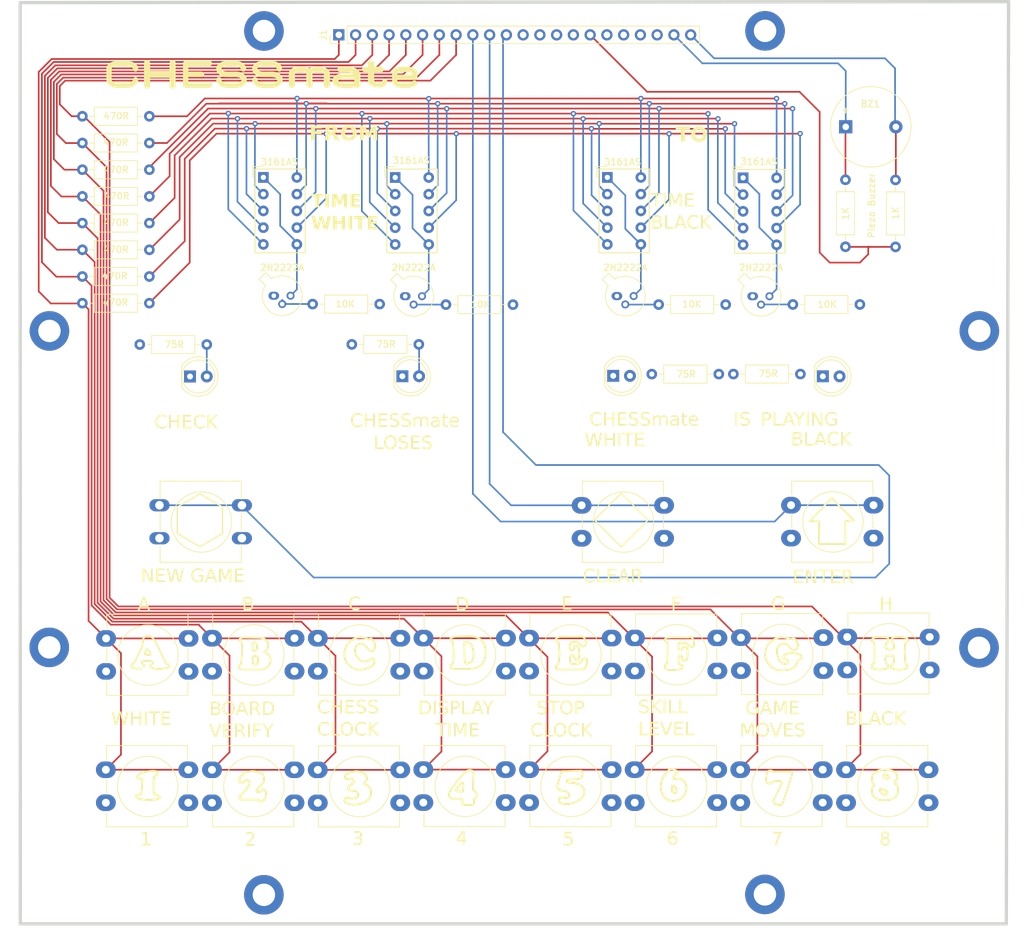
<source format=kicad_pcb>
(kicad_pcb (version 20221018) (generator pcbnew)
  (layers (0 "F.Cu" signal) (1 "In1.Cu" signal) (2 "In2.Cu" signal) (31 "B.Cu" signal) (34 "B.Paste" user) (35 "F.Paste" user) (36 "B.SilkS" user "B.Silkscreen") (37 "F.SilkS" user "F.Silkscreen") (38 "B.Mask" user) (39 "F.Mask" user) (44 "Edge.Cuts" user))
  (net 0 "")
  (net 1 "GNDREF")
  (net 2 "Net-(Q1-B)")
  (net 3 "Net-(Q1-C)")
  (net 4 "Net-(Q2-B)")
  (net 5 "Net-(Q2-C)")
  (net 6 "Net-(Q3-B)")
  (net 7 "Net-(Q3-C)")
  (net 8 "Net-(Q4-B)")
  (net 9 "Net-(Q4-C)")
  (net 10 "Net-(D1-A)")
  (net 11 "Net-(D2-A)")
  (net 12 "Net-(D3-A)")
  (net 13 "Net-(D3-K)")
  (net 14 "Net-(U1-A)")
  (net 15 "Net-(U1-B)")
  (net 16 "Net-(U1-C)")
  (net 17 "Net-(U1-D)")
  (net 18 "Net-(U1-E)")
  (net 19 "Net-(U1-F)")
  (net 20 "Net-(U1-G)")
  (net 21 "Net-(U1-DP)")
  (net 22 "Net-(BZ1--)")
  (net 23 "Net-(BZ1-+)")
  (net 24 "Net-(J1-Pin_1)")
  (net 25 "Net-(J1-Pin_2)")
  (net 26 "Net-(J1-Pin_3)")
  (net 27 "Net-(J1-Pin_4)")
  (net 28 "Net-(J1-Pin_5)")
  (net 29 "Net-(J1-Pin_6)")
  (net 30 "Net-(J1-Pin_7)")
  (net 31 "Net-(J1-Pin_8)")
  (net 32 "Net-(J1-Pin_9)")
  (net 33 "Net-(J1-Pin_10)")
  (net 34 "Net-(J1-Pin_11)")
  (net 35 "Net-(J1-Pin_13)")
  (net 36 "Net-(J1-Pin_14)")
  (net 37 "Net-(J1-Pin_16)")
  (net 38 "Net-(J1-Pin_17)")
  (net 39 "Net-(J1-Pin_18)")
  (net 40 "Net-(J1-Pin_19)")
  (net 41 "Net-(J1-Pin_20)")
  (footprint "Resistor_THT:R_Axial_DIN0207_L6.3mm_D2.5mm_P10.16mm_Horizontal" (layer "F.Cu") (at 59.48 76.69)
    (fp_text reference "75R")
    (fp_text value "330R" hide)
  )
  (footprint "Resistor_THT:R_Axial_DIN0207_L6.3mm_D2.5mm_P10.16mm_Horizontal" (layer "F.Cu") (at 95.85 70.56 180)
    (fp_text reference "10K")
    (fp_text value "10K" hide)
  )
  (footprint "Display_7Segment:HDSP-A151" (layer "F.Cu") (at 98.21 51.35)
    (fp_text reference "3161AS")
    (fp_text value "SEG 2" hide)
  )
  (footprint "Resistor_THT:R_Axial_DIN0207_L6.3mm_D2.5mm_P10.16mm_Horizontal" (layer "F.Cu") (at 149.48 81.17)
    (fp_text reference "75R")
    (fp_text value "330R" hide)
  )
  (footprint "Resistor_THT:R_Axial_DIN0207_L6.3mm_D2.5mm_P10.16mm_Horizontal" (layer "F.Cu") (at 50.78 66.37)
    (fp_text reference "470R")
    (fp_text value "470R" hide)
  )
  (footprint "Button_Switch_THT:SW_PUSH-12mm_Wuerth-430476085716" (layer "F.Cu") (at 166.74 121.06)
    (fp_text reference "SW8" hide)
    (fp_text value "H" hide)
  )
  (footprint "Resistor_THT:R_Axial_DIN0207_L6.3mm_D2.5mm_P10.16mm_Horizontal" (layer "F.Cu") (at 174.06 51.72 -90)
    (fp_text reference "1K")
    (fp_text value "1K" hide)
  )
  (footprint "LED_THT:LED_D5.0mm" (layer "F.Cu") (at 131.26 81.44)
    (fp_text reference "D3" hide)
    (fp_text value "WHITE" hide)
  )
  (footprint "Resistor_THT:R_Axial_DIN0207_L6.3mm_D2.5mm_P10.16mm_Horizontal" (layer "F.Cu") (at 50.78 42.07)
    (fp_text reference "470R")
    (fp_text value "470R" hide)
  )
  (footprint "Resistor_THT:R_Axial_DIN0207_L6.3mm_D2.5mm_P10.16mm_Horizontal" (layer "F.Cu") (at 50.78 62.32)
    (fp_text reference "470R")
    (fp_text value "470R" hide)
  )
  (footprint "Resistor_THT:R_Axial_DIN0207_L6.3mm_D2.5mm_P10.16mm_Horizontal" (layer "F.Cu") (at 50.78 70.42)
    (fp_text reference "470R")
    (fp_text value "470R" hide)
  )
  (footprint "Resistor_THT:R_Axial_DIN0207_L6.3mm_D2.5mm_P10.16mm_Horizontal" (layer "F.Cu") (at 50.78 58.27)
    (fp_text reference "470R")
    (fp_text value "470R" hide)
  )
  (footprint "Button_Switch_THT:SW_PUSH-12mm_Wuerth-430476085716" (layer "F.Cu") (at 86.48 121.24)
    (fp_text reference "SW3" hide)
    (fp_text value "C" hide)
  )
  (footprint "Resistor_THT:R_Axial_DIN0207_L6.3mm_D2.5mm_P10.16mm_Horizontal" (layer "F.Cu") (at 137.11 81.18)
    (fp_text reference "75R")
    (fp_text value "330R" hide)
  )
  (footprint "Resistor_THT:R_Axial_DIN0207_L6.3mm_D2.5mm_P10.16mm_Horizontal" (layer "F.Cu") (at 91.63 76.67)
    (fp_text reference "75R")
    (fp_text value "330R" hide)
  )
  (footprint "Button_Switch_THT:SW_PUSH-12mm_Wuerth-430476085716" (layer "F.Cu") (at 70.44 121.24)
    (fp_text reference "SW2" hide)
    (fp_text value "B" hide)
  )
  (footprint "LED_THT:LED_D5.0mm" (layer "F.Cu") (at 99.29 81.5)
    (fp_text reference "D2" hide)
    (fp_text value "LOSES" hide)
  )
  (footprint "Connector_PinHeader_2.54mm:PinHeader_1x22_P2.54mm_Vertical" (layer "F.Cu") (at 89.662 29.718 90)
    (fp_text reference "J1")
    (fp_text value "Conn_01x22_Pin" hide)
  )
  (footprint "Package_TO_SOT_THT:TO-18-3" (layer "F.Cu") (at 131.82 69.34)
    (fp_text reference "2N2222A")
    (fp_text value "2N2222" hide)
  )
  (footprint "Resistor_THT:R_Axial_DIN0207_L6.3mm_D2.5mm_P10.16mm_Horizontal" (layer "F.Cu") (at 148.31 70.63 180)
    (fp_text reference "10K")
    (fp_text value "10K" hide)
  )
  (footprint "Button_Switch_THT:SW_PUSH-12mm_Wuerth-430476085716" (layer "F.Cu") (at 126.47 101.08)
    (fp_text reference "SW18" hide)
    (fp_text value "CLEAR" hide)
  )
  (footprint "Button_Switch_THT:SW_PUSH-12mm" (layer "F.Cu") (at 62.47 101.07)
    (fp_text reference "SW17" hide)
    (fp_text value "NEW GAME" hide)
  )
  (footprint "Button_Switch_THT:SW_PUSH-12mm_Wuerth-430476085716" (layer "F.Cu") (at 158.22 101.06)
    (fp_text reference "SW19" hide)
    (fp_text value "ENTER" hide)
  )
  (footprint "LED_THT:LED_D5.0mm" (layer "F.Cu") (at 67.1 81.54)
    (fp_text reference "D1" hide)
    (fp_text value "CHECK" hide)
  )
  (footprint "Resistor_THT:R_Axial_DIN0207_L6.3mm_D2.5mm_P10.16mm_Horizontal" (layer "F.Cu") (at 116.06 70.64 180)
    (fp_text reference "10K")
    (fp_text value "10K" hide)
  )
  (footprint "Resistor_THT:R_Axial_DIN0207_L6.3mm_D2.5mm_P10.16mm_Horizontal" (layer "F.Cu") (at 50.78 54.22)
    (fp_text reference "470R")
    (fp_text value "470R" hide)
  )
  (footprint "Button_Switch_THT:SW_PUSH-12mm_Wuerth-430476085716" (layer "F.Cu") (at 134.55 121.2)
    (fp_text reference "SW6" hide)
    (fp_text value "F" hide)
  )
  (footprint "Package_TO_SOT_THT:TO-18-3" (layer "F.Cu") (at 79.804724 69.284724)
    (fp_text reference "2N2222A")
    (fp_text value "2N2222" hide)
  )
  (footprint "Package_TO_SOT_THT:TO-18-3" (layer "F.Cu") (at 99.73 69.36)
    (fp_text reference "2N2222A")
    (fp_text value "2N2222" hide)
  )
  (footprint "Display_7Segment:HDSP-A151" (layer "F.Cu") (at 150.9525 51.4025)
    (fp_text reference "3161AS")
    (fp_text value "SEG 4" hide)
  )
  (footprint "Resistor_THT:R_Axial_DIN0207_L6.3mm_D2.5mm_P10.16mm_Horizontal" (layer "F.Cu") (at 50.78 50.17)
    (fp_text reference "470R")
    (fp_text value "470R" hide)
  )
  (footprint "Button_Switch_THT:SW_PUSH-12mm_Wuerth-430476085716" (layer "F.Cu") (at 54.34 141.19)
    (fp_text reference "SW9" hide)
    (fp_text value "1" hide)
  )
  (footprint "Button_Switch_THT:SW_PUSH-12mm_Wuerth-430476085716" (layer "F.Cu") (at 102.47 141.17)
    (fp_text reference "SW12" hide)
    (fp_text value "4" hide)
  )
  (footprint "LED_THT:LED_D5.0mm" (layer "F.Cu") (at 163.04 81.52)
    (fp_text reference "D4" hide)
    (fp_text value "BLACK" hide)
  )
  (footprint "Resistor_THT:R_Axial_DIN0207_L6.3mm_D2.5mm_P10.16mm_Horizontal" (layer "F.Cu") (at 50.78 46.12)
    (fp_text reference "470R")
    (fp_text value "470R" hide)
  )
  (footprint "Button_Switch_THT:SW_PUSH-12mm_Wuerth-430476085716" (layer "F.Cu") (at 118.51 141.18)
    (fp_text reference "SW13" hide)
    (fp_text value "5" hide)
  )
  (footprint "Button_Switch_THT:SW_PUSH-12mm_Wuerth-430476085716" (layer "F.Cu") (at 134.52 141.18)
    (fp_text reference "SW14" hide)
    (fp_text value "6" hide)
  )
  (footprint "Package_TO_SOT_THT:TO-18-3" (layer "F.Cu") (at 152.404724 69.364724)
    (fp_text reference "2N2222A")
    (fp_text value "2N2222" hide)
  )
  (footprint "Button_Switch_THT:SW_PUSH-12mm_Wuerth-430476085716" (layer "F.Cu") (at 166.56 141.19)
    (fp_text reference "SW16" hide)
    (fp_text value "8" hide)
  )
  (footprint "Resistor_THT:R_Axial_DIN0207_L6.3mm_D2.5mm_P10.16mm_Horizontal" (layer "F.Cu") (at 168.656 70.612 180)
    (fp_text reference "10K")
    (fp_text value "10K" hide)
  )
  (footprint "Button_Switch_THT:SW_PUSH-12mm_Wuerth-430476085716" (layer "F.Cu") (at 102.5 121.22)
    (fp_text reference "SW4" hide)
    (fp_text value "D" hide)
  )
  (footprint "buzzer:Buzzer_12x9.5RM7.6" (layer "F.Cu") (at 166.51 43.67)
    (fp_text reference "BZ1")
    (fp_text value "Piezo Buzzer")
  )
  (footprint "Button_Switch_THT:SW_PUSH-12mm_Wuerth-430476085716" (layer "F.Cu") (at 54.38 121.27)
    (fp_text reference "SW1" hide)
    (fp_text value "A" hide)
  )
  (footprint "Button_Switch_THT:SW_PUSH-12mm_Wuerth-430476085716" (layer "F.Cu") (at 118.51 121.22)
    (fp_text reference "SW5" hide)
    (fp_text value "E" hide)
  )
  (footprint "Resistor_THT:R_Axial_DIN0207_L6.3mm_D2.5mm_P10.16mm_Horizontal" (layer "F.Cu") (at 166.47 61.86 90)
    (fp_text reference "1K")
    (fp_text value "1K" hide)
  )
  (footprint "Display_7Segment:HDSP-A151" (layer "F.Cu") (at 78.22 51.34)
    (fp_text reference "3161AS")
    (fp_text value "SEG 1" hide)
  )
  (footprint "Button_Switch_THT:SW_PUSH-12mm_Wuerth-430476085716" (layer "F.Cu") (at 86.47 141.21)
    (fp_text reference "SW11" hide)
    (fp_text value "3" hide)
  )
  (footprint "Display_7Segment:HDSP-A151" (layer "F.Cu") (at 130.37 51.34)
    (fp_text reference "3161AS")
    (fp_text value "SEG 3" hide)
  )
  (footprint "Button_Switch_THT:SW_PUSH-12mm_Wuerth-430476085716" (layer "F.Cu") (at 150.62 121.15)
    (fp_text reference "SW7" hide)
    (fp_text value "G" hide)
  )
  (footprint "Button_Switch_THT:SW_PUSH-12mm_Wuerth-430476085716" (layer "F.Cu") (at 150.52 141.18)
    (fp_text reference "SW15" hide)
    (fp_text value "7" hide)
  )
  (footprint "Button_Switch_THT:SW_PUSH-12mm_Wuerth-430476085716" (layer "F.Cu") (at 70.43 141.2)
    (fp_text reference "SW10" hide)
    (fp_text value "2" hide)
  )
  (gr_line (start 155.857707 121.31592) (end 155.937494 121.280736) (stroke (width 0.264583)) (layer "F.SilkS"))
  (gr_line (start 155.305004 141.364176) (end 155.276007 141.35476) (stroke (width 0.264583)) (layer "F.SilkS"))
  (gr_line (start 91.507442 142.498229) (end 91.498886 142.501129) (stroke (width 0.264583)) (layer "F.SilkS"))
  (gr_line (start 126.672332 124.399756) (end 126.654397 124.422423) (stroke (width 0.264583)) (layer "F.SilkS"))
  (gr_line (start 154.436286 124.455185) (end 154.405206 124.369551) (stroke (width 0.264583)) (layer "F.SilkS"))
  (gr_line (start 141.653389 124.019133) (end 141.636551 123.986586) (stroke (width 0.264583)) (layer "F.SilkS"))
  (gr_line (start 108.90366 125.029494) (end 108.912901 125.035084) (stroke (width 0.264583)) (layer "F.SilkS"))
  (gr_line (start 140.766216 141.269516) (end 140.458709 141.166745) (stroke (width 0.264583)) (layer "F.SilkS"))
  (gr_line (start 125.818918 142.618334) (end 125.676259 142.628774) (stroke (width 0.264583)) (layer "F.SilkS"))
  (gr_line (start 59.311592 141.917325) (end 59.341134 141.897189) (stroke (width 0.264583)) (layer "F.SilkS"))
  (gr_line (start 62.155274 141.656914) (end 62.159454 141.671846) (stroke (width 0.264583)) (layer "F.SilkS"))
  (gr_line (start 170.893338 125.916979) (end 170.843967 125.905883) (stroke (width 0.264583)) (layer "F.SilkS"))
  (gr_line (start 157.700367 124.939185) (end 157.702981 124.930891) (stroke (width 0.264583)) (layer "F.SilkS"))
  (gr_line (start 79.278696 124.817368) (end 79.258929 124.894871) (stroke (width 0.264583)) (layer "F.SilkS"))
  (gr_line (start 157.295294 124.398095) (end 157.260519 124.381502) (stroke (width 0.264583)) (layer "F.SilkS"))
  (gr_line (start 77.343507 145.717504) (end 77.334195 145.715118) (stroke (width 0.264583)) (layer "F.SilkS"))
  (gr_line (start 159.34546 124.593434) (end 159.317492 124.625978) (stroke (width 0.264583)) (layer "F.SilkS"))
  (gr_line (start 111.129467 125.392201) (end 111.069718 125.439598) (stroke (width 0.264583)) (layer "F.SilkS"))
  (gr_line (start 61.602459 142.589767) (end 61.602459 142.589768) (stroke (width 0.264583)) (layer "F.SilkS"))
  (gr_line (start 126.297294 120.979015) (end 126.258671 120.983944) (stroke (width 0.264583)) (layer "F.SilkS"))
  (gr_line (start 92.998395 124.643956) (end 92.980151 124.636807) (stroke (width 0.264583)) (layer "F.SilkS"))
  (gr_line (start 170.551525 143.008842) (end 170.534493 142.936811) (stroke (width 0.264583)) (layer "F.SilkS"))
  (gr_line (start 90.714713 122.626666) (end 90.684919 122.697874) (stroke (width 0.264583)) (layer "F.SilkS"))
  (gr_line (start 171.707464 121.065302) (end 171.855553 121.069299) (stroke (width 0.264583)) (layer "F.SilkS"))
  (gr_line (start 142.072011 124.666151) (end 142.053047 124.665613) (stroke (width 0.264583)) (layer "F.SilkS"))
  (gr_line (start 158.556987 121.299991) (end 158.587499 121.297666) (stroke (width 0.264583)) (layer "F.SilkS"))
  (gr_line (start 76.977677 123.164849) (end 76.984523 123.160135) (stroke (width 0.264583)) (layer "F.SilkS"))
  (gr_line (start 154.811182 143.297609) (end 154.81991 143.300382) (stroke (width 0.264583)) (layer "F.SilkS"))
  (gr_line (start 108.524677 144.169365) (end 108.530269 143.834736) (stroke (width 0.264583)) (layer "F.SilkS"))
  (gr_line (start 124.103775 144.49104) (end 124.078047 144.480736) (stroke (width 0.264583)) (layer "F.SilkS"))
  (gr_line (start 172.866436 141.992579) (end 172.862236 141.989393) (stroke (width 0.264583)) (layer "F.SilkS"))
  (gr_line (start 78.960256 122.312219) (end 78.955285 122.367887) (stroke (width 0.264583)) (layer "F.SilkS"))
  (gr_line (start 123.972298 144.445848) (end 123.9451 144.43882) (stroke (width 0.264583)) (layer "F.SilkS"))
  (gr_line (start 156.694949 146.530258) (end 156.711965 146.526747) (stroke (width 0.264583)) (layer "F.SilkS"))
  (gr_line (start 139.429902 125.042307) (end 139.433603 125.032588) (stroke (width 0.264583)) (layer "F.SilkS"))
  (gr_line (start 108.344373 145.668167) (end 108.336844 145.658012) (stroke (width 0.264583)) (layer "F.SilkS"))
  (gr_line (start 107.18563 143.480389) (end 107.422707 143.164073) (stroke (width 0.264583)) (layer "F.SilkS"))
  (gr_line (start 175.834146 125.477691) (end 175.837614 125.500949) (stroke (width 0.264583)) (layer "F.SilkS"))
  (gr_line (start 79.308234 124.342967) (end 79.31358 124.400907) (stroke (width 0.264583)) (layer "F.SilkS"))
  (gr_line (start 172.010083 141.166961) (end 172.064975 141.158795) (stroke (width 0.264583)) (layer "F.SilkS"))
  (gr_line (start 125.668906 122.352868) (end 125.662312 122.349473) (stroke (width 0.264583)) (layer "F.SilkS"))
  (gr_line (start 173.717026 122.886755) (end 173.730583 122.874063) (stroke (width 0.264583)) (layer "F.SilkS"))
  (gr_line (start 141.714952 142.694983) (end 141.694562 142.682691) (stroke (width 0.264583)) (layer "F.SilkS"))
  (gr_line (start 58.963743 145.2283) (end 58.961591 145.219718) (stroke (width 0.264583)) (layer "F.SilkS"))
  (gr_line (start 79.31658 124.45587) (end 79.317422 124.508097) (stroke (width 0.264583)) (layer "F.SilkS"))
  (gr_line (start 172.782543 144.562393) (end 172.784195 144.56884) (stroke (width 0.264583)) (layer "F.SilkS"))
  (gr_line (start 126.836277 144.920564) (end 126.814529 144.978416) (stroke (width 0.264583)) (layer "F.SilkS"))
  (gr_line (start 156.525407 146.542113) (end 156.553753 146.543602) (stroke (width 0.264583)) (layer "F.SilkS"))
  (gr_line (start 170.830721 143.552071) (end 170.832181 143.542577) (stroke (width 0.264583)) (layer "F.SilkS"))
  (gr_line (start 59.137077 142.090309) (end 59.147016 142.075593) (stroke (width 0.264583)) (layer "F.SilkS"))
  (gr_line (start 126.046991 122.862803) (end 126.036473 122.810161) (stroke (width 0.264583)) (layer "F.SilkS"))
  (gr_line (start 58.963124 145.124626) (end 58.966614 145.1113) (stroke (width 0.264583)) (layer "F.SilkS"))
  (gr_line (start 156.551511 126.115288) (end 156.437747 126.102632) (stroke (width 0.264583)) (layer "F.SilkS"))
  (gr_line (start 123.011094 145.856509) (end 123.010672 145.843753) (stroke (width 0.264583)) (layer "F.SilkS"))
  (gr_line (start 126.635239 122.491187) (end 126.649349 122.492843) (stroke (width 0.264583)) (layer "F.SilkS"))
  (gr_line (start 124.780279 122.018203) (end 124.793461 121.999369) (stroke (width 0.264583)) (layer "F.SilkS"))
  (gr_line (start 158.052351 122.675667) (end 158.037128 122.651432) (stroke (width 0.264583)) (layer "F.SilkS"))
  (gr_line (start 157.367462 124.427528) (end 157.331018 124.413337) (stroke (width 0.264583)) (layer "F.SilkS"))
  (gr_line (start 108.493915 144.388033) (end 108.496295 144.37895) (stroke (width 0.264583)) (layer "F.SilkS"))
  (gr_line (start 126.532596 142.177847) (end 126.519649 142.215772) (stroke (width 0.264583)) (layer "F.SilkS"))
  (gr_line (start 106.993036 125.029709) (end 107.011428 124.829764) (stroke (width 0.264583)) (layer "F.SilkS"))
  (gr_line (start 125.374361 124.171484) (end 125.381951 124.193121) (stroke (width 0.264583)) (layer "F.SilkS"))
  (gr_line (start 106.602802 144.32896) (end 106.645097 144.261259) (stroke (width 0.264583)) (layer "F.SilkS"))
  (gr_line (start 94.507597 124.431419) (end 94.490762 124.440784) (stroke (width 0.264583)) (layer "F.SilkS"))
  (gr_line (start 159.246335 122.042652) (end 159.261361 122.074391) (stroke (width 0.264583)) (layer "F.SilkS"))
  (gr_line (start 159.500308 123.705739) (end 159.549618 123.727192) (stroke (width 0.264583)) (layer "F.SilkS"))
  (gr_line (start 157.657631 125.001603) (end 157.664454 124.996009) (stroke (width 0.264583)) (layer "F.SilkS"))
  (gr_line (start 92.109557 123.042752) (end 92.115864 122.997345) (stroke (width 0.264583)) (layer "F.SilkS"))
  (gr_line (start 123.018106 145.778481) (end 123.019083 145.761094) (stroke (width 0.264583)) (layer "F.SilkS"))
  (gr_line (start 109.411548 121.908122) (end 109.39878 121.90244) (stroke (width 0.264583)) (layer "F.SilkS"))
  (gr_line (start 139.49744 122.014946) (end 139.491384 122.003933) (stroke (width 0.264583)) (layer "F.SilkS"))
  (gr_line (start 170.499381 142.716295) (end 170.493512 142.64194) (stroke (width 0.264583)) (layer "F.SilkS"))
  (gr_poly (pts (xy 79.320429 33.647781) (xy 79.423654 33.651325) (xy 79.526637 33.657488) (xy 79.629332 33.666731) (xy 79.731691 33.679515) (xy 79.83367 33.696298) (xy 79.93522 33.717542) (xy 80.032969 33.744952) (xy 80.130541 33.778451) (xy 80.227164 33.817913) (xy 80.322063 33.863212) (xy 80.414466 33.914221) (xy 80.503599 33.970813) (xy 80.588687 34.032864) (xy 80.668959 34.100246) (xy 80.707046 34.135897) (xy 80.74364 34.172834) (xy 80.778642 34.21104) (xy 80.811956 34.250501) (xy 80.843486 34.291199) (xy 80.873135 34.33312) (xy 80.900806 34.376248) (xy 80.926402 34.420567) (xy 80.949828 34.46606) (xy 80.970985 34.512713) (xy 80.989778 34.56051) (xy 81.006109 34.609434) (xy 81.019883 34.65947) (xy 81.031002 34.710602) (xy 81.03937 34.762815) (xy 81.044889 34.816092) (xy 81.049377 34.841903) (xy 81.051949 34.867543) (xy 81.052669 34.892956) (xy 81.051601 34.918085) (xy 81.048808 34.942873) (xy 81.044354 34.967263) (xy 81.038303 34.991199) (xy 81.030718 35.014624) (xy 81.021663 35.03748) (xy 81.011202 35.059711) (xy 80.999399 35.08126) (xy 80.986317 35.102071) (xy 80.972019 35.122086) (xy 80.95657 35.141248) (xy 80.940034 35.159501) (xy 80.922473 35.176788) (xy 80.903952 35.193052) (xy 80.884535 35.208236) (xy 80.864284 35.222284) (xy 80.843265 35.235137) (xy 80.821539 35.246741) (xy 80.799172 35.257037) (xy 80.776227 35.265969) (xy 80.752767 35.273481) (xy 80.728857 35.279514) (xy 80.704559 35.284013) (xy 80.679938 35.286921) (xy 80.655058 35.28818) (xy 80.629981 35.287734) (xy 80.604772 35.285526) (xy 80.579495 35.2815) (xy 80.554212 35.275597) (xy 80.533627 35.271547) (xy 80.513734 35.266417) (xy 80.494531 35.260249) (xy 80.476017 35.25308) (xy 80.458189 35.24495) (xy 80.441047 35.235898) (xy 80.424589 35.225963) (xy 80.408812 35.215184) (xy 80.393715 35.2036) (xy 80.379296 35.19125) (xy 80.365554 35.178173) (xy 80.352487 35.164408) (xy 80.340093 35.149995) (xy 80.32837 35.134972) (xy 80.306932 35.103253) (xy 80.288159 35.069564) (xy 80.272037 35.034217) (xy 80.258552 34.997525) (xy 80.247691 34.959801) (xy 80.239439 34.921356) (xy 80.233783 34.882503) (xy 80.230709 34.843555) (xy 80.230203 34.804825) (xy 80.217411 34.783047) (xy 80.203623 34.762297) (xy 80.188883 34.742546) (xy 80.173234 34.723763) (xy 80.15672 34.705919) (xy 80.139384 34.688985) (xy 80.12127 34.672929) (xy 80.102422 34.657724) (xy 80.062696 34.629743) (xy 80.020554 34.604805) (xy 79.976345 34.582672) (xy 79.930417 34.563106) (xy 79.883118 34.545869) (xy 79.834797 34.530724) (xy 79.785802 34.517434) (xy 79.736481 34.50576) (xy 79.638255 34.486312) (xy 79.542906 34.470479) (xy 79.157493 34.46165) (xy 78.771615 34.456221) (xy 78.578671 34.455815) (xy 78.385816 34.457501) (xy 78.193115 34.461692) (xy 78.000639 34.468801) (xy 77.904856 34.486425) (xy 77.855111 34.496593) (xy 77.80478 34.508032) (xy 77.75435 34.521014) (xy 77.704311 34.535814) (xy 77.65515 34.552707) (xy 77.607354 34.571965) (xy 77.584121 34.582567) (xy 77.561412 34.593863) (xy 77.539289 34.605888) (xy 77.517812 34.618676) (xy 77.497042 34.632261) (xy 77.477041 34.646677) (xy 77.457869 34.661959) (xy 77.439587 34.67814) (xy 77.422257 34.695256) (xy 77.405939 34.71334) (xy 77.390694 34.732427) (xy 77.376584 34.75255) (xy 77.363668 34.773745) (xy 77.352009 34.796045) (xy 77.341668 34.819484) (xy 77.332704 34.844098) (xy 77.331672 34.869524) (xy 77.332612 34.893918) (xy 77.335439 34.917306) (xy 77.340067 34.939712) (xy 77.346412 34.961161) (xy 77.354388 34.981678) (xy 77.36391 35.001287) (xy 77.374892 35.020013) (xy 77.387251 35.037881) (xy 77.4009 35.054916) (xy 77.415753 35.071142) (xy 77.431727 35.086584) (xy 77.448736 35.101266) (xy 77.466694 35.115215) (xy 77.505117 35.141006) (xy 77.546316 35.164157) (xy 77.589609 35.184864) (xy 77.634313 35.203326) (xy 77.679748 35.21974) (xy 77.725231 35.234305) (xy 77.770081 35.247217) (xy 77.855154 35.268878) (xy 77.943251 35.281123) (xy 78.031551 35.290568) (xy 78.120031 35.297518) (xy 78.208669 35.302275) (xy 78.38633 35.306424) (xy 78.564353 35.305444) (xy 78.920764 35.297799) (xy 79.098793 35.295988) (xy 79.276464 35.298754) (xy 79.386384 35.294253) (xy 79.497123 35.294042) (xy 79.608257 35.298334) (xy 79.719358 35.307341) (xy 79.829999 35.321276) (xy 79.939754 35.340351) (xy 80.048196 35.364778) (xy 80.154899 35.394769) (xy 80.259435 35.430537) (xy 80.361379 35.472294) (xy 80.460303 35.520253) (xy 80.555781 35.574626) (xy 80.647386 35.635624) (xy 80.734691 35.703461) (xy 80.776598 35.74001) (xy 80.817271 35.778349) (xy 80.856654 35.818503) (xy 80.894697 35.860499) (xy 80.926318 35.894401) (xy 80.955925 35.929718) (xy 80.983517 35.966354) (xy 81.009091 36.004217) (xy 81.032646 36.043212) (xy 81.054182 36.083247) (xy 81.073697 36.124227) (xy 81.091189 36.166058) (xy 81.106658 36.208647) (xy 81.120101 36.251899) (xy 81.131518 36.295722) (xy 81.140906 36.340022) (xy 81.148266 36.384704) (xy 81.153595 36.429675) (xy 81.156892 36.474841) (xy 81.158156 36.520109) (xy 81.157385 36.565384) (xy 81.154578 36.610573) (xy 81.149734 36.655583) (xy 81.142851 36.700318) (xy 81.133928 36.744687) (xy 81.122964 36.788594) (xy 81.109957 36.831947) (xy 81.094906 36.874651) (xy 81.07781 36.916612) (xy 81.058667 36.957738) (xy 81.037475 36.997933) (xy 81.014235 37.037105) (xy 80.988943 37.07516) (xy 80.9616 37.112004) (xy 80.932203 37.147542) (xy 80.900751 37.181682) (xy 80.82314 37.266369) (xy 80.74009 37.343515) (xy 80.652051 37.413346) (xy 80.559478 37.476085) (xy 80.462822 37.531955) (xy 80.362538 37.581179) (xy 80.259077 37.623982) (xy 80.152893 37.660587) (xy 80.044438 37.691217) (xy 79.934166 37.716097) (xy 79.822528 37.735449) (xy 79.709979 37.749497) (xy 79.59697 37.758465) (xy 79.483955 37.762576) (xy 79.371387 37.762054) (xy 79.259718 37.757122) (xy 79.050081 37.751696) (xy 78.839601 37.752633) (xy 78.417945 37.757874) (xy 78.207684 37.754315) (xy 78.102896 37.749271) (xy 77.998412 37.741395) (xy 77.89429 37.730197) (xy 77.790588 37.715184) (xy 77.687361 37.695866) (xy 77.584669 37.671751) (xy 77.486147 37.641036) (xy 77.387996 37.603848) (xy 77.291057 37.560367) (xy 77.196171 37.510772) (xy 77.104177 37.455245) (xy 77.015918 37.393966) (xy 76.932233 37.327116) (xy 76.853964 37.254875) (xy 76.817122 37.216789) (xy 76.78195 37.177423) (xy 76.748553 37.1368) (xy 76.717034 37.094941) (xy 76.6875 37.051871) (xy 76.660055 37.00761) (xy 76.634806 36.962183) (xy 76.611855 36.91561) (xy 76.59131 36.867916) (xy 76.573274 36.819122) (xy 76.557853 36.769251) (xy 76.545153 36.718325) (xy 76.535277 36.666368) (xy 76.528332 36.613402) (xy 76.524422 36.559448) (xy 76.523653 36.504531) (xy 76.52399 36.473486) (xy 76.526944 36.443452) (xy 76.532389 36.414472) (xy 76.540197 36.386589) (xy 76.550242 36.359845) (xy 76.562397 36.334283) (xy 76.576534 36.309946) (xy 76.592527 36.286876) (xy 76.610249 36.265116) (xy 76.629572 36.244709) (xy 76.650371 36.225697) (xy 76.672517 36.208123) (xy 76.695885 36.19203) (xy 76.720346 36.177461) (xy 76.745775 36.164457) (xy 76.772043 36.153063) (xy 76.799025 36.14332) (xy 76.826593 36.135271) (xy 76.854621 36.128959) (xy 76.88298 36.124426) (xy 76.911545 36.121716) (xy 76.940189 36.12087) (xy 76.968783 36.121933) (xy 76.997203 36.124945) (xy 77.02532 36.12995) (xy 77.053007 36.136991) (xy 77.080138 36.146111) (xy 77.106586 36.157351) (xy 77.132223 36.170755) (xy 77.156924 36.186365) (xy 77.18056 36.204224) (xy 77.203005 36.224375) (xy 77.219311 36.23667) (xy 77.233923 36.249776) (xy 77.246954 36.263637) (xy 77.25852 36.278198) (xy 77.268733 36.293402) (xy 77.277709 36.309193) (xy 77.285562 36.325517) (xy 77.292406 36.342317) (xy 77.298355 36.359537) (xy 77.303523 36.377121) (xy 77.311976 36.41316) (xy 77.318678 36.449986) (xy 77.324544 36.487155) (xy 77.330488 36.524218) (xy 77.337423 36.560729) (xy 77.346265 36.596242) (xy 77.351686 36.613485) (xy 77.357926 36.630311) (xy 77.3651 36.646664) (xy 77.373322 36.662488) (xy 77.382707 36.677728) (xy 77.393367 36.692327) (xy 77.405418 36.706231) (xy 77.418975 36.719383) (xy 77.43415 36.731726) (xy 77.451059 36.743207) (xy 77.494311 36.770998) (xy 77.538232 36.796326) (xy 77.582789 36.819299) (xy 77.627947 36.840025) (xy 77.71994 36.875172) (xy 77.813948 36.902635) (xy 77.909706 36.923279) (xy 78.00695 36.937973) (xy 78.105418 36.947584) (xy 78.204844 36.952979) (xy 79.003114 36.948429) (xy 79.170801 36.947451) (xy 79.343311 36.948267) (xy 79.517545 36.9452) (xy 79.604342 36.940437) (xy 79.690408 36.932574) (xy 79.775357 36.920902) (xy 79.858801 36.904711) (xy 79.940353 36.883291) (xy 80.019626 36.855933) (xy 80.058287 36.839806) (xy 80.096233 36.821928) (xy 80.133416 36.80221) (xy 80.169787 36.780564) (xy 80.205297 36.756902) (xy 80.239899 36.731134) (xy 80.273545 36.703172) (xy 80.306185 36.672927) (xy 80.319163 36.654819) (xy 80.330063 36.636631) (xy 80.338956 36.618398) (xy 80.345917 36.600152) (xy 80.351017 36.581926) (xy 80.354329 36.563753) (xy 80.355927 36.545666) (xy 80.355883 36.527698) (xy 80.354271 36.509882) (xy 80.351163 36.492252) (xy 80.346632 36.47484) (xy 80.340751 36.45768) (xy 80.333593 36.440804) (xy 80.325231 36.424245) (xy 80.315738 36.408037) (xy 80.305186 36.392213) (xy 80.29365 36.376806) (xy 80.2812 36.361848) (xy 80.267911 36.347373) (xy 80.253856 36.333414) (xy 80.239107 36.320004) (xy 80.223737 36.307175) (xy 80.191426 36.283397) (xy 80.157507 36.262343) (xy 80.122564 36.244279) (xy 80.087178 36.229467) (xy 80.069502 36.223364) (xy 80.051935 36.218174) (xy 79.966211 36.186752) (xy 79.879472 36.161481) (xy 79.791827 36.141741) (xy 79.703384 36.126911) (xy 79.61425 36.116373) (xy 79.524533 36.109506) (xy 79.434342 36.105689) (xy 79.343783 36.104304) (xy 79.161996 36.106347) (xy 78.980035 36.110674) (xy 78.798763 36.112326) (xy 78.708655 36.110599) (xy 78.619043 36.106343) (xy 78.406521 36.109905) (xy 78.299102 36.109373) (xy 78.191335 36.106664) (xy 78.083535 36.1013) (xy 77.97602 36.092805) (xy 77.869107 36.0807) (xy 77.763113 36.06451) (xy 77.658354 36.043758) (xy 77.555148 36.017965) (xy 77.453811 35.986656) (xy 77.35466 35.949352) (xy 77.258013 35.905578) (xy 77.164186 35.854855) (xy 77.073497 35.796708) (xy 77.029427 35.764701) (xy 76.986261 35.730658) (xy 76.91802 35.679136) (xy 76.854068 35.622224) (xy 76.794731 35.560402) (xy 76.740337 35.494149) (xy 76.691213 35.423946) (xy 76.647686 35.350274) (xy 76.610082 35.273612) (xy 76.578729 35.194441) (xy 76.553955 35.113241) (xy 76.536085 35.030491) (xy 76.525448 34.946673) (xy 76.522944 34.904513) (xy 76.52237 34.862266) (xy 76.523768 34.819992) (xy 76.527178 34.777751) (xy 76.532642 34.735602) (xy 76.5402 34.693607) (xy 76.549893 34.651824) (xy 76.561762 34.610315) (xy 76.575848 34.569139) (xy 76.592191 34.528355) (xy 76.619329 34.472668) (xy 76.648891 34.41888) (xy 76.680785 34.366983) (xy 76.714918 34.316973) (xy 76.751199 34.268841) (xy 76.789536 34.222583) (xy 76.872009 34.135656) (xy 76.961602 34.05614) (xy 77.057578 33.983983) (xy 77.159202 33.919131) (xy 77.265739 33.861533) (xy 77.376451 33.811135) (xy 77.490604 33.767885) (xy 77.607461 33.73173) (xy 77.726287 33.702617) (xy 77.846345 33.680495) (xy 77.966901 33.66531) (xy 78.087218 33.657009) (xy 78.20656 33.65554) (xy 78.206545 33.655541) (xy 78.285005 33.655158) (xy 78.491441 33.658502) (xy 78.698571 33.655754) (xy 79.113435 33.646711)) (fill solid) (layer "F.SilkS"))
  (gr_line (start 92.341019 122.363665) (end 92.355866 122.344397) (stroke (width 0.264583)) (layer "F.SilkS"))
  (gr_line (start 109.88983 122.490896) (end 109.872359 122.445519) (stroke (width 0.264583)) (layer "F.SilkS"))
  (gr_line (start 94.944011 123.03351) (end 95.007262 122.965242) (stroke (width 0.264583)) (layer "F.SilkS"))
  (gr_line (start 175.79782 121.781314) (end 175.761448 121.818164) (stroke (width 0.264583)) (layer "F.SilkS"))
  (gr_line (start 126.565674 120.984052) (end 126.557082 120.98312) (stroke (width 0.264583)) (layer "F.SilkS"))
  (gr_line (start 110.490449 145.363208) (end 110.479541 145.388207) (stroke (width 0.264583)) (layer "F.SilkS"))
  (gr_line (start 91.075384 142.598614) (end 91.038398 142.612462) (stroke (width 0.264583)) (layer "F.SilkS"))
  (gr_line (start 59.118648 142.132517) (end 59.127147 142.111199) (stroke (width 0.264583)) (layer "F.SilkS"))
  (gr_line (start 156.236417 122.536894) (end 156.227919 122.553517) (stroke (width 0.264583)) (layer "F.SilkS"))
  (gr_line (start 91.281232 125.399441) (end 91.309998 125.424364) (stroke (width 0.264583)) (layer "F.SilkS"))
  (gr_line (start 141.98534 122.520415) (end 142.003517 122.511569) (stroke (width 0.264583)) (layer "F.SilkS"))
  (gr_line (start 172.139935 144.938537) (end 172.123489 144.931514) (stroke (width 0.264583)) (layer "F.SilkS"))
  (gr_line (start 143.492145 121.754168) (end 143.502576 121.795493) (stroke (width 0.264583)) (layer "F.SilkS"))
  (gr_line (start 60.222577 121.053533) (end 60.235994 121.043432) (stroke (width 0.264583)) (layer "F.SilkS"))
  (gr_line (start 126.541894 145.390198) (end 126.471798 145.474734) (stroke (width 0.264583)) (layer "F.SilkS"))
  (gr_line (start 158.222871 121.362882) (end 158.343046 121.335579) (stroke (width 0.264583)) (layer "F.SilkS"))
  (gr_line (start 173.389397 125.604196) (end 173.386519 125.5863) (stroke (width 0.264583)) (layer "F.SilkS"))
  (gr_line (start 76.986367 141.432105) (end 77.067944 141.443555) (stroke (width 0.264583)) (layer "F.SilkS"))
  (gr_line (start 94.127506 124.660493) (end 94.079162 124.681932) (stroke (width 0.264583)) (layer "F.SilkS"))
  (gr_line (start 90.564191 146.033652) (end 90.562029 146.025614) (stroke (width 0.264583)) (layer "F.SilkS"))
  (gr_line (start 125.036809 121.838643) (end 125.057583 121.837436) (stroke (width 0.264583)) (layer "F.SilkS"))
  (gr_line (start 91.704205 142.564525) (end 91.677096 142.546088) (stroke (width 0.264583)) (layer "F.SilkS"))
  (gr_line (start 157.642091 125.011556) (end 157.650187 125.006793) (stroke (width 0.264583)) (layer "F.SilkS"))
  (gr_line (start 106.840777 121.7631) (end 106.821012 121.738903) (stroke (width 0.264583)) (layer "F.SilkS"))
  (gr_line (start 140.201097 144.452237) (end 140.207579 144.467231) (stroke (width 0.264583)) (layer "F.SilkS"))
  (gr_line (start 124.714649 146.350144) (end 124.642587 146.36068) (stroke (width 0.264583)) (layer "F.SilkS"))
  (gr_line (start 142.343621 144.345689) (end 142.356652 144.273175) (stroke (width 0.264583)) (layer "F.SilkS"))
  (gr_line (start 92.237538 123.709197) (end 92.230942 123.686078) (stroke (width 0.264583)) (layer "F.SilkS"))
  (gr_line (start 108.440625 143.202976) (end 108.435851 143.199751) (stroke (width 0.264583)) (layer "F.SilkS"))
  (gr_line (start 159.838322 124.151945) (end 159.838395 124.174322) (stroke (width 0.264583)) (layer "F.SilkS"))
  (gr_line (start 122.626161 125.83486) (end 122.6391 125.845298) (stroke (width 0.264583)) (layer "F.SilkS"))
  (gr_line (start 139.218763 125.244236) (end 139.23333 125.234398) (stroke (width 0.264583)) (layer "F.SilkS"))
  (gr_line (start 159.254252 122.424045) (end 159.248595 122.455472) (stroke (width 0.264583)) (layer "F.SilkS"))
  (gr_line (start 123.265421 145.413258) (end 123.284299 145.408089) (stroke (width 0.264583)) (layer "F.SilkS"))
  (gr_line (start 173.029404 142.448025) (end 173.033207 142.43519) (stroke (width 0.264583)) (layer "F.SilkS"))
  (gr_line (start 125.27619 146.201302) (end 125.1718 146.232093) (stroke (width 0.264583)) (layer "F.SilkS"))
  (gr_line (start 108.418014 145.953175) (end 108.419549 145.91982) (stroke (width 0.264583)) (layer "F.SilkS"))
  (gr_line (start 171.789807 145.807686) (end 171.731347 145.80355) (stroke (width 0.264583)) (layer "F.SilkS"))
  (gr_line (start 108.736741 121.90833) (end 108.729339 121.917597) (stroke (width 0.264583)) (layer "F.SilkS"))
  (gr_line (start 173.403687 125.656849) (end 173.397968 125.639508) (stroke (width 0.264583)) (layer "F.SilkS"))
  (gr_line (start 123.010852 145.830899) (end 123.01166 145.817946) (stroke (width 0.264583)) (layer "F.SilkS"))
  (gr_line (start 125.41673 122.458946) (end 125.406758 122.475109) (stroke (width 0.264583)) (layer "F.SilkS"))
  (gr_line (start 90.809335 122.414859) (end 90.745917 122.555947) (stroke (width 0.264583)) (layer "F.SilkS"))
  (gr_line (start 156.791633 146.493405) (end 156.798964 146.488213) (stroke (width 0.264583)) (layer "F.SilkS"))
  (gr_line (start 91.136471 143.769767) (end 91.141648 143.760367) (stroke (width 0.264583)) (layer "F.SilkS"))
  (gr_line (start 123.56589 146.321366) (end 123.516658 146.3104) (stroke (width 0.264583)) (layer "F.SilkS"))
  (gr_line (start 109.931591 146.515793) (end 109.91954 146.519587) (stroke (width 0.264583)) (layer "F.SilkS"))
  (gr_line (start 174.090144 142.878088) (end 174.078522 142.888854) (stroke (width 0.264583)) (layer "F.SilkS"))
  (gr_line (start 156.677682 146.533038) (end 156.694949 146.530258) (stroke (width 0.264583)) (layer "F.SilkS"))
  (gr_line (start 172.486222 124.465744) (end 172.489518 124.531044) (stroke (width 0.264583)) (layer "F.SilkS"))
  (gr_line (start 59.255162 141.960414) (end 59.282882 141.938359) (stroke (width 0.264583)) (layer "F.SilkS"))
  (gr_line (start 79.317422 124.508097) (end 79.316294 124.55783) (stroke (width 0.264583)) (layer "F.SilkS"))
  (gr_line (start 76.955929 123.176573) (end 76.963371 123.17305) (stroke (width 0.264583)) (layer "F.SilkS"))
  (gr_line (start 139.22438 141.747973) (end 139.167607 141.819346) (stroke (width 0.264583)) (layer "F.SilkS"))
  (gr_line (start 139.594572 126.04528) (end 139.552924 126.040998) (stroke (width 0.264583)) (layer "F.SilkS"))
  (gr_line (start 157.369458 123.675777) (end 157.392015 123.66966) (stroke (width 0.264583)) (layer "F.SilkS"))
  (gr_line (start 59.123897 142.359333) (end 59.11944 142.34924) (stroke (width 0.264583)) (layer "F.SilkS"))
  (gr_line (start 141.247319 122.912751) (end 141.261231 122.919033) (stroke (width 0.264583)) (layer "F.SilkS"))
  (gr_line (start 141.47267 142.578837) (end 141.450233 142.568551) (stroke (width 0.264583)) (layer "F.SilkS"))
  (gr_line (start 106.961928 125.067707) (end 106.977986 125.049006) (stroke (width 0.264583)) (layer "F.SilkS"))
  (gr_line (start 172.329757 142.366443) (end 172.329757 142.366442) (stroke (width 0.264583)) (layer "F.SilkS"))
  (gr_line (start 94.734268 125.456929) (end 94.743045 125.449776) (stroke (width 0.264583)) (layer "F.SilkS"))
  (gr_line (start 77.543285 144.580062) (end 77.55935 144.580673) (stroke (width 0.264583)) (layer "F.SilkS"))
  (gr_line (start 143.529547 122.265545) (end 143.523063 122.297627) (stroke (width 0.264583)) (layer "F.SilkS"))
  (gr_line (start 75.1275 141.876069) (end 75.183566 141.833544) (stroke (width 0.264583)) (layer "F.SilkS"))
  (gr_line (start 171.768238 144.546422) (end 171.754364 144.523388) (stroke (width 0.264583)) (layer "F.SilkS"))
  (gr_line (start 94.621236 123.195072) (end 94.638505 123.19098) (stroke (width 0.264583)) (layer "F.SilkS"))
  (gr_line (start 59.622414 144.882128) (end 59.632951 144.87457) (stroke (width 0.264583)) (layer "F.SilkS"))
  (gr_line (start 62.408091 145.541252) (end 62.396829 145.552321) (stroke (width 0.264583)) (layer "F.SilkS"))
  (gr_line (start 141.141789 122.45112) (end 141.158759 122.621533) (stroke (width 0.264583)) (layer "F.SilkS"))
  (gr_line (start 140.735966 143.880584) (end 140.72569 143.865467) (stroke (width 0.264583)) (layer "F.SilkS"))
  (gr_line (start 170.777398 122.003394) (end 170.76478 121.973522) (stroke (width 0.264583)) (layer "F.SilkS"))
  (gr_line (start 172.458773 142.459496) (end 172.503597 142.487655) (stroke (width 0.264583)) (layer "F.SilkS"))
  (gr_line (start 91.875545 142.743394) (end 91.861348 142.714505) (stroke (width 0.264583)) (layer "F.SilkS"))
  (gr_line (start 62.470384 145.382988) (end 62.469412 145.399042) (stroke (width 0.264583)) (layer "F.SilkS"))
  (gr_line (start 108.830193 124.965211) (end 108.845001 124.981477) (stroke (width 0.264583)) (layer "F.SilkS"))
  (gr_line (start 139.149318 121.643984) (end 139.140566 121.631646) (stroke (width 0.264583)) (layer "F.SilkS"))
  (gr_line (start 143.318226 122.557149) (end 143.302368 122.564026) (stroke (width 0.264583)) (layer "F.SilkS"))
  (gr_line (start 110.150087 146.313646) (end 110.137005 146.334487) (stroke (width 0.264583)) (layer "F.SilkS"))
  (gr_line (start 61.715364 144.876661) (end 61.722375 144.88352) (stroke (width 0.264583)) (layer "F.SilkS"))
  (gr_line (start 171.698769 144.25294) (end 171.699737 144.246477) (stroke (width 0.264583)) (layer "F.SilkS"))
  (gr_line (start 142.39518 124.464867) (end 142.372776 124.494291) (stroke (width 0.264583)) (layer "F.SilkS"))
  (gr_line (start 91.902928 143.140799) (end 91.904745 143.133793) (stroke (width 0.264583)) (layer "F.SilkS"))
  (gr_line (start 125.041162 123.814207) (end 125.051384 123.813732) (stroke (width 0.264583)) (layer "F.SilkS"))
  (gr_line (start 77.393033 124.847253) (end 77.39745 124.829647) (stroke (width 0.264583)) (layer "F.SilkS"))
  (gr_line (start 122.792179 143.69932) (end 122.791924 143.652369) (stroke (width 0.264583)) (layer "F.SilkS"))
  (gr_line (start 59.341134 141.897189) (end 59.371346 141.877826) (stroke (width 0.264583)) (layer "F.SilkS"))
  (gr_line (start 123.013641 145.88173) (end 123.012092 145.869167) (stroke (width 0.264583)) (layer "F.SilkS"))
  (gr_line (start 78.609291 144.948164) (end 78.604615 145.005039) (stroke (width 0.264583)) (layer "F.SilkS"))
  (gr_line (start 141.629611 142.651488) (end 141.60651 142.643264) (stroke (width 0.264583)) (layer "F.SilkS"))
  (gr_line (start 94.667966 121.377415) (end 94.654718 121.366992) (stroke (width 0.264583)) (layer "F.SilkS"))
  (gr_line (start 173.63791 125.151397) (end 173.653926 125.13644) (stroke (width 0.264583)) (layer "F.SilkS"))
  (gr_line (start 156.133083 122.781052) (end 156.126875 122.803685) (stroke (width 0.264583)) (layer "F.SilkS"))
  (gr_line (start 92.735292 124.45532) (end 92.709854 124.426133) (stroke (width 0.264583)) (layer "F.SilkS"))
  (gr_line (start 77.296068 145.709219) (end 77.276568 145.708081) (stroke (width 0.264583)) (layer "F.SilkS"))
  (gr_line (start 59.945928 121.923008) (end 59.94525 121.857857) (stroke (width 0.264583)) (layer "F.SilkS"))
  (gr_line (start 126.388681 122.287833) (end 126.425612 122.333038) (stroke (width 0.264583)) (layer "F.SilkS"))
  (gr_line (start 126.1411 125.037244) (end 126.08042 125.055944) (stroke (width 0.264583)) (layer "F.SilkS"))
  (gr_line (start 122.94982 144.135613) (end 122.941568 144.123036) (stroke (width 0.264583)) (layer "F.SilkS"))
  (gr_line (start 110.193017 145.646436) (end 110.186219 145.655714) (stroke (width 0.264583)) (layer "F.SilkS"))
  (gr_line (start 141.561766 142.622244) (end 141.517265 142.600379) (stroke (width 0.264583)) (layer "F.SilkS"))
  (gr_line (start 142.446043 122.747688) (end 142.4599 122.78964) (stroke (width 0.264583)) (layer "F.SilkS"))
  (gr_line (start 91.012124 125.128337) (end 91.118158 125.238674) (stroke (width 0.264583)) (layer "F.SilkS"))
  (gr_line (start 141.788137 124.402783) (end 141.764483 124.332593) (stroke (width 0.264583)) (layer "F.SilkS"))
  (gr_line (start 109.606395 124.932076) (end 109.629856 124.918258) (stroke (width 0.264583)) (layer "F.SilkS"))
  (gr_line (start 142.260816 143.37935) (end 142.245939 143.341264) (stroke (width 0.264583)) (layer "F.SilkS"))
  (gr_line (start 75.818427 143.921259) (end 75.868384 143.835803) (stroke (width 0.264583)) (layer "F.SilkS"))
  (gr_line (start 78.936856 122.517364) (end 78.934933 122.542414) (stroke (width 0.264583)) (layer "F.SilkS"))
  (gr_line (start 157.055785 122.081789) (end 157.040858 122.080934) (stroke (width 0.264583)) (layer "F.SilkS"))
  (gr_line (start 92.609463 122.166352) (end 92.655088 122.147659) (stroke (width 0.264583)) (layer "F.SilkS"))
  (gr_line (start 141.686016 122.919297) (end 141.696225 122.912596) (stroke (width 0.264583)) (layer "F.SilkS"))
  (gr_line (start 108.457771 144.458637) (end 108.462152 144.454674) (stroke (width 0.264583)) (layer "F.SilkS"))
  (gr_line (start 122.971513 121.937344) (end 122.987679 121.963343) (stroke (width 0.264583)) (layer "F.SilkS"))
  (gr_line (start 92.911005 124.602441) (end 92.878601 124.582089) (stroke (width 0.264583)) (layer "F.SilkS"))
  (gr_line (start 159.393224 124.562315) (end 159.368991 124.577382) (stroke (width 0.264583)) (layer "F.SilkS"))
  (gr_line (start 75.612986 142.800311) (end 75.582716 142.814091) (stroke (width 0.264583)) (layer "F.SilkS"))
  (gr_line (start 173.019275 121.526542) (end 173.016306 121.548625) (stroke (width 0.264583)) (layer "F.SilkS"))
  (gr_line (start 170.634409 141.923095) (end 170.67181 141.857803) (stroke (width 0.264583)) (layer "F.SilkS"))
  (gr_line (start 172.953266 121.693969) (end 172.942554 121.710349) (stroke (width 0.264583)) (layer "F.SilkS"))
  (gr_line (start 106.390195 145.137156) (end 106.388291 145.117254) (stroke (width 0.264583)) (layer "F.SilkS"))
  (gr_line (start 155.559622 146.015801) (end 155.56149 146.048886) (stroke (width 0.264583)) (layer "F.SilkS"))
  (gr_line (start 74.762604 125.210457) (end 74.767794 125.206756) (stroke (width 0.264583)) (layer "F.SilkS"))
  (gr_line (start 106.634288 121.239883) (end 106.640148 121.234816) (stroke (width 0.264583)) (layer "F.SilkS"))
  (gr_line (start 172.582125 124.006933) (end 172.568982 124.02519) (stroke (width 0.264583)) (layer "F.SilkS"))
  (gr_line (start 141.167834 122.809709) (end 141.167244 122.81794) (stroke (width 0.264583)) (layer "F.SilkS"))
  (gr_line (start 92.041545 125.869688) (end 92.172284 125.917617) (stroke (width 0.264583)) (layer "F.SilkS"))
  (gr_line (start 173.016306 121.548625) (end 173.011738 121.570619) (stroke (width 0.264583)) (layer "F.SilkS"))
  (gr_line (start 109.844333 141.309529) (end 109.851177 141.313133) (stroke (width 0.264583)) (layer "F.SilkS"))
  (gr_line (start 91.705135 121.474989) (end 91.67469 121.493013) (stroke (width 0.264583)) (layer "F.SilkS"))
  (gr_line (start 173.419882 125.373372) (end 173.427911 125.356897) (stroke (width 0.264583)) (layer "F.SilkS"))
  (gr_line (start 59.235654 142.481365) (end 59.217359 142.469967) (stroke (width 0.264583)) (layer "F.SilkS"))
  (gr_line (start 75.729793 141.554164) (end 75.837714 141.521762) (stroke (width 0.264583)) (layer "F.SilkS"))
  (gr_line (start 90.872349 124.969501) (end 90.892513 124.998336) (stroke (width 0.264583)) (layer "F.SilkS"))
  (gr_line (start 141.741078 122.871746) (end 141.74894 122.862312) (stroke (width 0.264583)) (layer "F.SilkS"))
  (gr_line (start 124.426057 144.69301) (end 124.408453 144.673747) (stroke (width 0.264583)) (layer "F.SilkS"))
  (gr_line (start 158.155922 141.514877) (end 158.141406 141.507145) (stroke (width 0.264583)) (layer "F.SilkS"))
  (gr_line (start 172.723598 144.474531) (end 172.728912 144.480634) (stroke (width 0.264583)) (layer "F.SilkS"))
  (gr_line (start 110.459341 145.424214) (end 110.45146 145.435771) (stroke (width 0.264583)) (layer "F.SilkS"))
  (gr_line (start 155.56149 146.048886) (end 155.565517 146.08213) (stroke (width 0.264583)) (layer "F.SilkS"))
  (gr_line (start 109.662174 122.084734) (end 109.639597 122.061546) (stroke (width 0.264583)) (layer "F.SilkS"))
  (gr_line (start 125.949595 121.031816) (end 125.91073 121.034864) (stroke (width 0.264583)) (layer "F.SilkS"))
  (gr_line (start 124.655616 122.677602) (end 124.652675 122.644034) (stroke (width 0.264583)) (layer "F.SilkS"))
  (gr_line (start 91.248757 121.828476) (end 91.225236 121.851044) (stroke (width 0.264583)) (layer "F.SilkS"))
  (gr_line (start 61.672697 142.233598) (end 61.667686 142.244716) (stroke (width 0.264583)) (layer "F.SilkS"))
  (gr_line (start 94.244892 121.385013) (end 94.235594 121.384268) (stroke (width 0.264583)) (layer "F.SilkS"))
  (gr_line (start 125.289624 122.897801) (end 125.281448 122.9144) (stroke (width 0.264583)) (layer "F.SilkS"))
  (gr_line (start 90.761149 142.58218) (end 90.752851 142.578098) (stroke (width 0.264583)) (layer "F.SilkS"))
  (gr_line (start 94.093734 121.350244) (end 94.04247 121.335897) (stroke (width 0.264583)) (layer "F.SilkS"))
  (gr_line (start 140.847567 144.280029) (end 140.841217 144.239666) (stroke (width 0.264583)) (layer "F.SilkS"))
  (gr_line (start 123.130322 145.486942) (end 123.136842 145.480635) (stroke (width 0.264583)) (layer "F.SilkS"))
  (gr_line (start 156.102337 146.467399) (end 156.214031 146.493026) (stroke (width 0.264583)) (layer "F.SilkS"))
  (gr_line (start 59.099806 145.427856) (end 59.067852 145.395088) (stroke (width 0.264583)) (layer "F.SilkS"))
  (gr_line (start 124.110536 145.485588) (end 124.143142 145.479101) (stroke (width 0.264583)) (layer "F.SilkS"))
  (gr_line (start 108.502731 146.472129) (end 108.483718 146.463553) (stroke (width 0.264583)) (layer "F.SilkS"))
  (gr_line (start 109.954746 146.506848) (end 109.943324 146.511541) (stroke (width 0.264583)) (layer "F.SilkS"))
  (gr_line (start 126.960039 122.397366) (end 126.975085 122.386495) (stroke (width 0.264583)) (layer "F.SilkS"))
  (gr_line (start 108.449594 143.20957) (end 108.445204 143.206252) (stroke (width 0.264583)) (layer "F.SilkS"))
  (gr_line (start 110.013783 122.939206) (end 109.990015 122.815544) (stroke (width 0.264583)) (layer "F.SilkS"))
  (gr_line (start 94.249102 123.101684) (end 94.268163 123.122325) (stroke (width 0.264583)) (layer "F.SilkS"))
  (gr_line (start 124.640303 142.6882) (end 124.479779 142.698886) (stroke (width 0.264583)) (layer "F.SilkS"))
  (gr_line (start 125.867797 122.459188) (end 125.859009 122.453253) (stroke (width 0.264583)) (layer "F.SilkS"))
  (gr_line (start 122.800402 143.536316) (end 122.804006 143.513383) (stroke (width 0.264583)) (layer "F.SilkS"))
  (gr_line (start 59.504038 144.926339) (end 59.529226 144.921282) (stroke (width 0.264583)) (layer "F.SilkS"))
  (gr_line (start 92.174434 122.76029) (end 92.184077 122.731949) (stroke (width 0.264583)) (layer "F.SilkS"))
  (gr_line (start 138.7461 144.983618) (end 138.781605 145.049852) (stroke (width 0.264583)) (layer "F.SilkS"))
  (gr_line (start 172.971855 142.106685) (end 172.963592 142.092935) (stroke (width 0.264583)) (layer "F.SilkS"))
  (gr_line (start 77.686549 145.948101) (end 77.662388 145.929651) (stroke (width 0.264583)) (layer "F.SilkS"))
  (gr_line (start 106.623577 121.250565) (end 106.628755 121.245127) (stroke (width 0.264583)) (layer "F.SilkS"))
  (gr_line (start 125.467437 122.396536) (end 125.462392 122.402091) (stroke (width 0.264583)) (layer "F.SilkS"))
  (gr_line (start 77.158392 125.21577) (end 77.1636 125.212646) (stroke (width 0.264583)) (layer "F.SilkS"))
  (gr_line (start 59.163225 144.953674) (end 59.189961 144.947845) (stroke (width 0.264583)) (layer "F.SilkS"))
  (gr_line (start 170.76478 121.973522) (end 170.751128 121.944324) (stroke (width 0.264583)) (layer "F.SilkS"))
  (gr_line (start 139.70225 141.19619) (end 139.702252 141.19619) (stroke (width 0.264583)) (layer "F.SilkS"))
  (gr_line (start 91.889313 142.772674) (end 91.875545 142.743394) (stroke (width 0.264583)) (layer "F.SilkS"))
  (gr_line (start 108.530269 143.834736) (end 108.534412 143.500114) (stroke (width 0.264583)) (layer "F.SilkS"))
  (gr_line (start 155.565063 141.456695) (end 155.535726 141.448044) (stroke (width 0.264583)) (layer "F.SilkS"))
  (gr_line (start 141.74959 125.610531) (end 141.747623 125.632123) (stroke (width 0.264583)) (layer "F.SilkS"))
  (gr_line (start 94.492738 145.146794) (end 94.480377 145.201683) (stroke (width 0.264583)) (layer "F.SilkS"))
  (gr_line (start 170.681109 145.144819) (end 170.659318 145.109848) (stroke (width 0.264583)) (layer "F.SilkS"))
  (gr_line (start 125.892263 122.478805) (end 125.884454 122.471935) (stroke (width 0.264583)) (layer "F.SilkS"))
  (gr_line (start 74.616603 142.871739) (end 74.60468 142.831984) (stroke (width 0.264583)) (layer "F.SilkS"))
  (gr_line (start 175.863075 121.311822) (end 175.876363 121.329479) (stroke (width 0.264583)) (layer "F.SilkS"))
  (gr_line (start 77.41298 124.418155) (end 77.411954 124.404079) (stroke (width 0.264583)) (layer "F.SilkS"))
  (gr_line (start 93.647945 141.875979) (end 93.677485 141.906856) (stroke (width 0.264583)) (layer "F.SilkS"))
  (gr_line (start 94.545808 144.640328) (end 94.545668 144.69709) (stroke (width 0.264583)) (layer "F.SilkS"))
  (gr_line (start 109.329746 141.270881) (end 109.387063 141.266189) (stroke (width 0.264583)) (layer "F.SilkS"))
  (gr_line (start 93.374721 121.148226) (end 93.332912 121.140015) (stroke (width 0.264583)) (layer "F.SilkS"))
  (gr_line (start 140.071415 145.888679) (end 140.139107 145.897783) (stroke (width 0.264583)) (layer "F.SilkS"))
  (gr_line (start 172.325667 142.363044) (end 172.329754 142.366447) (stroke (width 0.264583)) (layer "F.SilkS"))
  (gr_line (start 172.721527 141.146579) (end 172.789585 141.150942) (stroke (width 0.264583)) (layer "F.SilkS"))
  (gr_line (start 126.030428 124.298871) (end 126.032706 124.290863) (stroke (width 0.264583)) (layer "F.SilkS"))
  (gr_line (start 125.115506 123.018629) (end 125.090118 123.02348) (stroke (width 0.264583)) (layer "F.SilkS"))
  (gr_line (start 173.142967 123.881822) (end 173.052075 123.880061) (stroke (width 0.264583)) (layer "F.SilkS"))
  (gr_line (start 159.598077 123.750752) (end 159.616743 123.762899) (stroke (width 0.264583)) (layer "F.SilkS"))
  (gr_line (start 108.684247 122.016282) (end 108.682744 122.03186) (stroke (width 0.264583)) (layer "F.SilkS"))
  (gr_line (start 172.769671 121.138432) (end 172.790681 121.147438) (stroke (width 0.264583)) (layer "F.SilkS"))
  (gr_line (start 91.444675 145.536239) (end 91.483305 145.54371) (stroke (width 0.264583)) (layer "F.SilkS"))
  (gr_line (start 172.775313 144.83907) (end 172.769093 144.851594) (stroke (width 0.264583)) (layer "F.SilkS"))
  (gr_line (start 172.955426 142.530977) (end 172.96199 142.527167) (stroke (width 0.264583)) (layer "F.SilkS"))
  (gr_line (start 77.899594 144.406122) (end 77.937704 144.373579) (stroke (width 0.264583)) (layer "F.SilkS"))
  (gr_line (start 170.719842 121.888618) (end 170.70177 121.862441) (stroke (width 0.264583)) (layer "F.SilkS"))
  (gr_line (start 122.824634 125.947575) (end 122.846305 125.950652) (stroke (width 0.264583)) (layer "F.SilkS"))
  (gr_line (start 171.810892 144.621411) (end 171.803166 144.60871) (stroke (width 0.264583)) (layer "F.SilkS"))
  (gr_line (start 141.300279 121.968184) (end 141.27839 121.978418) (stroke (width 0.264583)) (layer "F.SilkS"))
  (gr_line (start 90.533011 123.254006) (end 90.528481 123.283321) (stroke (width 0.264583)) (layer "F.SilkS"))
  (gr_line (start 61.602459 142.589766) (end 61.602459 142.589767) (stroke (width 0.264583)) (layer "F.SilkS"))
  (gr_line (start 155.377392 125.696053) (end 155.283873 125.630353) (stroke (width 0.264583)) (layer "F.SilkS"))
  (gr_line (start 124.510939 144.825509) (end 124.498879 144.801896) (stroke (width 0.264583)) (layer "F.SilkS"))
  (gr_line (start 77.222286 122.87861) (end 77.23246 122.841028) (stroke (width 0.264583)) (layer "F.SilkS"))
  (gr_line (start 158.082386 141.480241) (end 158.067304 141.474904) (stroke (width 0.264583)) (layer "F.SilkS"))
  (gr_line (start 156.409973 122.345821) (end 156.380543 122.369334) (stroke (width 0.264583)) (layer "F.SilkS"))
  (gr_line (start 93.095918 122.083409) (end 93.174744 122.105869) (stroke (width 0.264583)) (layer "F.SilkS"))
  (gr_line (start 123.401611 144.315435) (end 123.361579 144.314711) (stroke (width 0.264583)) (layer "F.SilkS"))
  (gr_line (start 77.910213 146.009139) (end 77.890218 146.010928) (stroke (width 0.264583)) (layer "F.SilkS"))
  (gr_line (start 94.490762 124.440784) (end 94.403527 124.500291) (stroke (width 0.264583)) (layer "F.SilkS"))
  (gr_line (start 78.945048 122.039918) (end 78.948443 122.054481) (stroke (width 0.264583)) (layer "F.SilkS"))
  (gr_line (start 159.830305 124.084551) (end 159.834233 124.107002) (stroke (width 0.264583)) (layer "F.SilkS"))
  (gr_line (start 75.018356 141.964487) (end 75.072363 141.919641) (stroke (width 0.264583)) (layer "F.SilkS"))
  (gr_line (start 108.500885 143.266279) (end 108.497398 143.261075) (stroke (width 0.264583)) (layer "F.SilkS"))
  (gr_line (start 92.5831 144.855417) (end 92.570601 144.803778) (stroke (width 0.264583)) (layer "F.SilkS"))
  (gr_line (start 156.174471 122.670681) (end 156.164899 122.692406) (stroke (width 0.264583)) (layer "F.SilkS"))
  (gr_line (start 173.804045 124.861981) (end 173.807893 124.840999) (stroke (width 0.264583)) (layer "F.SilkS"))
  (gr_line (start 140.380806 142.358741) (end 140.382954 142.345996) (stroke (width 0.264583)) (layer "F.SilkS"))
  (gr_line (start 109.965867 146.501729) (end 109.954746 146.506848) (stroke (width 0.264583)) (layer "F.SilkS"))
  (gr_line (start 142.146533 143.159341) (end 142.114846 143.104663) (stroke (width 0.264583)) (layer "F.SilkS"))
  (gr_line (start 95.180774 122.470421) (end 95.183174 122.443294) (stroke (width 0.264583)) (layer "F.SilkS"))
  (gr_line (start 74.939902 142.034638) (end 74.965679 142.010832) (stroke (width 0.264583)) (layer "F.SilkS"))
  (gr_line (start 156.393582 124.439078) (end 156.418333 124.489878) (stroke (width 0.264583)) (layer "F.SilkS"))
  (gr_line (start 61.823601 142.076102) (end 61.802867 142.089992) (stroke (width 0.264583)) (layer "F.SilkS"))
  (gr_line (start 155.897064 146.402312) (end 155.921677 146.413058) (stroke (width 0.264583)) (layer "F.SilkS"))
  (gr_line (start 77.299783 125.048133) (end 77.305951 125.040356) (stroke (width 0.264583)) (layer "F.SilkS"))
  (gr_line (start 140.889552 141.551552) (end 140.891058 141.535887) (stroke (width 0.264583)) (layer "F.SilkS"))
  (gr_line (start 92.237817 125.940812) (end 92.303689 125.962417) (stroke (width 0.264583)) (layer "F.SilkS"))
  (gr_line (start 62.123336 141.584615) (end 62.13107 141.598668) (stroke (width 0.264583)) (layer "F.SilkS"))
  (gr_line (start 158.374283 141.796617) (end 158.369958 141.788464) (stroke (width 0.264583)) (layer "F.SilkS"))
  (gr_line (start 139.702261 141.196192) (end 139.702268 141.196193) (stroke (width 0.264583)) (layer "F.SilkS"))
  (gr_line (start 91.975995 125.846569) (end 92.041545 125.869688) (stroke (width 0.264583)) (layer "F.SilkS"))
  (gr_line (start 106.603389 121.355119) (end 106.600777 121.345447) (stroke (width 0.264583)) (layer "F.SilkS"))
  (gr_line (start 142.372168 144.052308) (end 142.368843 143.977856) (stroke (width 0.264583)) (layer "F.SilkS"))
  (gr_line (start 122.609951 121.378334) (end 122.609565 121.389327) (stroke (width 0.264583)) (layer "F.SilkS"))
  (gr_line (start 124.860467 125.041547) (end 124.831719 125.019627) (stroke (width 0.264583)) (layer "F.SilkS"))
  (gr_line (start 140.382934 142.436426) (end 140.381104 142.423304) (stroke (width 0.264583)) (layer "F.SilkS"))
  (gr_line (start 173.819637 122.266955) (end 173.815755 122.241488) (stroke (width 0.264583)) (layer "F.SilkS"))
  (gr_line (start 140.517391 144.734787) (end 140.57412 144.73722) (stroke (width 0.264583)) (layer "F.SilkS"))
  (gr_line (start 61.100399 125.462404) (end 61.101327 125.421653) (stroke (width 0.264583)) (layer "F.SilkS"))
  (gr_line (start 74.758082 125.213214) (end 74.762604 125.210457) (stroke (width 0.264583)) (layer "F.SilkS"))
  (gr_line (start 58.958799 145.147905) (end 58.960508 145.138534) (stroke (width 0.264583)) (layer "F.SilkS"))
  (gr_line (start 142.854077 122.424208) (end 142.794206 122.368134) (stroke (width 0.264583)) (layer "F.SilkS"))
  (gr_line (start 59.29478 142.5069) (end 59.274451 142.499683) (stroke (width 0.264583)) (layer "F.SilkS"))
  (gr_line (start 110.021145 124.30059) (end 110.031 124.261238) (stroke (width 0.264583)) (layer "F.SilkS"))
  (gr_line (start 59.052148 145.000668) (end 59.063253 144.993652) (stroke (width 0.264583)) (layer "F.SilkS"))
  (gr_line (start 94.52126 121.312417) (end 94.512784 121.312783) (stroke (width 0.264583)) (layer "F.SilkS"))
  (gr_line (start 141.193686 125.008146) (end 141.200972 125.023354) (stroke (width 0.264583)) (layer "F.SilkS"))
  (gr_line (start 172.860481 142.568477) (end 172.870058 142.567425) (stroke (width 0.264583)) (layer "F.SilkS"))
  (gr_line (start 140.826841 141.309571) (end 140.815108 141.30134) (stroke (width 0.264583)) (layer "F.SilkS"))
  (gr_line (start 91.916697 145.545744) (end 91.994766 145.533284) (stroke (width 0.264583)) (layer "F.SilkS"))
  (gr_line (start 109.761693 124.799397) (end 109.78737 124.768034) (stroke (width 0.264583)) (layer "F.SilkS"))
  (gr_line (start 75.790182 142.768393) (end 75.773447 142.767731) (stroke (width 0.264583)) (layer "F.SilkS"))
  (gr_line (start 91.245267 144.2802) (end 91.227259 144.269022) (stroke (width 0.264583)) (layer "F.SilkS"))
  (gr_line (start 158.28602 141.623608) (end 158.273069 141.608748) (stroke (width 0.264583)) (layer "F.SilkS"))
  (gr_line (start 155.477539 143.04329) (end 155.506813 143.023323) (stroke (width 0.264583)) (layer "F.SilkS"))
  (gr_line (start 94.725074 125.463645) (end 94.734268 125.456929) (stroke (width 0.264583)) (layer "F.SilkS"))
  (gr_line (start 125.540448 122.349951) (end 125.525405 122.356147) (stroke (width 0.264583)) (layer "F.SilkS"))
  (gr_line (start 171.239942 145.626113) (end 171.188734 145.59672) (stroke (width 0.264583)) (layer "F.SilkS"))
  (gr_line (start 143.040938 121.069011) (end 143.05524 121.07444) (stroke (width 0.264583)) (layer "F.SilkS"))
  (gr_line (start 126.402307 141.340965) (end 126.43088 141.357643) (stroke (width 0.264583)) (layer "F.SilkS"))
  (gr_line (start 125.873178 124.462715) (end 125.879007 124.455236) (stroke (width 0.264583)) (layer "F.SilkS"))
  (gr_line (start 172.561467 122.66006) (end 172.571876 122.698538) (stroke (width 0.264583)) (layer "F.SilkS"))
  (gr_line (start 75.095998 143.149332) (end 75.079975 143.154157) (stroke (width 0.264583)) (layer "F.SilkS"))
  (gr_line (start 139.332737 125.158358) (end 139.348818 125.145169) (stroke (width 0.264583)) (layer "F.SilkS"))
  (gr_line (start 140.848569 141.327005) (end 140.838049 141.318096) (stroke (width 0.264583)) (layer "F.SilkS"))
  (gr_line (start 143.069191 121.080776) (end 143.082777 121.088049) (stroke (width 0.264583)) (layer "F.SilkS"))
  (gr_line (start 157.066795 124.191856) (end 157.060374 124.169195) (stroke (width 0.264583)) (layer "F.SilkS"))
  (gr_line (start 126.593708 143.782199) (end 126.630347 143.824638) (stroke (width 0.264583)) (layer "F.SilkS"))
  (gr_line (start 63.81153 125.652632) (end 63.794613 125.66782) (stroke (width 0.264583)) (layer "F.SilkS"))
  (gr_line (start 127.259793 124.449637) (end 127.255392 124.441891) (stroke (width 0.264583)) (layer "F.SilkS"))
  (gr_line (start 157.650187 125.006793) (end 157.657631 125.001603) (stroke (width 0.264583)) (layer "F.SilkS"))
  (gr_line (start 170.522505 144.145566) (end 170.524889 144.122021) (stroke (width 0.264583)) (layer "F.SilkS"))
  (gr_line (start 91.098527 144.078981) (end 91.094085 144.05765) (stroke (width 0.264583)) (layer "F.SilkS"))
  (gr_line (start 157.156546 122.08592) (end 157.121377 122.084949) (stroke (width 0.264583)) (layer "F.SilkS"))
  (gr_line (start 126.08042 125.055944) (end 126.019442 125.072929) (stroke (width 0.264583)) (layer "F.SilkS"))
  (gr_line (start 106.586484 125.591004) (end 106.585039 125.580857) (stroke (width 0.264583)) (layer "F.SilkS"))
  (gr_line (start 74.910542 144.94564) (end 75.132746 144.718055) (stroke (width 0.264583)) (layer "F.SilkS"))
  (gr_line (start 140.870786 141.351565) (end 140.866891 141.346346) (stroke (width 0.264583)) (layer "F.SilkS"))
  (gr_line (start 173.703255 145.534436) (end 173.647957 145.567029) (stroke (width 0.264583)) (layer "F.SilkS"))
  (gr_line (start 78.734507 122.961234) (end 78.699061 123.012728) (stroke (width 0.264583)) (layer "F.SilkS"))
  (gr_line (start 156.297605 142.88411) (end 156.392056 142.889364) (stroke (width 0.264583)) (layer "F.SilkS"))
  (gr_line (start 143.095986 121.096292) (end 143.108807 121.105536) (stroke (width 0.264583)) (layer "F.SilkS"))
  (gr_line (start 59.987602 121.365194) (end 59.996446 121.341326) (stroke (width 0.264583)) (layer "F.SilkS"))
  (gr_line (start 157.664454 124.996009) (end 157.670687 124.990029) (stroke (width 0.264583)) (layer "F.SilkS"))
  (gr_line (start 159.209079 124.808801) (end 159.191684 124.848123) (stroke (width 0.264583)) (layer "F.SilkS"))
  (gr_line (start 159.181974 122.680299) (end 159.173301 122.700041) (stroke (width 0.264583)) (layer "F.SilkS"))
  (gr_line (start 61.650221 142.304547) (end 61.648379 142.31739) (stroke (width 0.264583)) (layer "F.SilkS"))
  (gr_line (start 61.730044 141.371909) (end 61.776069 141.377563) (stroke (width 0.264583)) (layer "F.SilkS"))
  (gr_line (start 142.232648 124.620871) (end 142.216755 124.630403) (stroke (width 0.264583)) (layer "F.SilkS"))
  (gr_line (start 107.485696 144.126092) (end 107.47237 144.152031) (stroke (width 0.264583)) (layer "F.SilkS"))
  (gr_line (start 141.184622 122.049207) (end 141.177155 122.058399) (stroke (width 0.264583)) (layer "F.SilkS"))
  (gr_line (start 108.76938 124.870827) (end 108.779765 124.891167) (stroke (width 0.264583)) (layer "F.SilkS"))
  (gr_line (start 172.245991 144.980601) (end 172.232466 144.976121) (stroke (width 0.264583)) (layer "F.SilkS"))
  (gr_line (start 122.55779 125.64199) (end 122.558167 125.652175) (stroke (width 0.264583)) (layer "F.SilkS"))
  (gr_line (start 127.270648 124.474075) (end 127.263784 124.457592) (stroke (width 0.264583)) (layer "F.SilkS"))
  (gr_line (start 172.257262 142.276583) (end 172.264721 142.289421) (stroke (width 0.264583)) (layer "F.SilkS"))
  (gr_line (start 142.053047 124.665613) (end 142.034184 124.663973) (stroke (width 0.264583)) (layer "F.SilkS"))
  (gr_line (start 74.782489 125.193862) (end 74.786837 125.18937) (stroke (width 0.264583)) (layer "F.SilkS"))
  (gr_line (start 141.135683 122.365965) (end 141.141789 122.45112) (stroke (width 0.264583)) (layer "F.SilkS"))
  (gr_line (start 173.82296 122.292469) (end 173.819637 122.266955) (stroke (width 0.264583)) (layer "F.SilkS"))
  (gr_line (start 109.991352 144.16767) (end 109.996505 144.185713) (stroke (width 0.264583)) (layer "F.SilkS"))
  (gr_line (start 106.60676 121.365204) (end 106.603389 121.355119) (stroke (width 0.264583)) (layer "F.SilkS"))
  (gr_line (start 63.819708 125.644571) (end 63.81153 125.652632) (stroke (width 0.264583)) (layer "F.SilkS"))
  (gr_line (start 171.781322 144.569778) (end 171.778215 144.563872) (stroke (width 0.264583)) (layer "F.SilkS"))
  (gr_line (start 93.991428 121.320455) (end 93.889621 121.288426) (stroke (width 0.264583)) (layer "F.SilkS"))
  (gr_line (start 124.457996 144.734341) (end 124.442546 144.713241) (stroke (width 0.264583)) (layer "F.SilkS"))
  (gr_line (start 171.702506 144.340691) (end 171.700452 144.327164) (stroke (width 0.264583)) (layer "F.SilkS"))
  (gr_line (start 155.686508 146.27447) (end 155.696985 146.28747) (stroke (width 0.264583)) (layer "F.SilkS"))
  (gr_line (start 172.728542 122.885249) (end 172.741785 122.891423) (stroke (width 0.264583)) (layer "F.SilkS"))
  (gr_line (start 108.689724 121.989631) (end 108.686136 122.000694) (stroke (width 0.264583)) (layer "F.SilkS"))
  (gr_line (start 110.513599 145.284491) (end 110.507232 145.311254) (stroke (width 0.264583)) (layer "F.SilkS"))
  (gr_line (start 140.442522 142.584591) (end 140.43652 142.579205) (stroke (width 0.264583)) (layer "F.SilkS"))
  (gr_line (start 76.970623 123.169148) (end 76.977677 123.164849) (stroke (width 0.264583)) (layer "F.SilkS"))
  (gr_line (start 170.653529 121.24381) (end 170.672412 121.233873) (stroke (width 0.264583)) (layer "F.SilkS"))
  (gr_line (start 139.129407 121.388615) (end 139.135456 121.375988) (stroke (width 0.264583)) (layer "F.SilkS"))
  (gr_line (start 158.932961 122.960989) (end 158.910215 122.972658) (stroke (width 0.264583)) (layer "F.SilkS"))
  (gr_line (start 123.097305 145.527678) (end 123.108522 145.514465) (stroke (width 0.264583)) (layer "F.SilkS"))
  (gr_line (start 125.231343 123.855267) (end 125.237375 123.859671) (stroke (width 0.264583)) (layer "F.SilkS"))
  (gr_line (start 154.631397 143.179359) (end 154.646758 143.190348) (stroke (width 0.264583)) (layer "F.SilkS"))
  (gr_line (start 155.564844 146.099623) (end 155.565443 146.107993) (stroke (width 0.264583)) (layer "F.SilkS"))
  (gr_line (start 156.392056 142.889364) (end 156.48579 142.896461) (stroke (width 0.264583)) (layer "F.SilkS"))
  (gr_line (start 141.605534 125.311495) (end 141.624098 125.324594) (stroke (width 0.264583)) (layer "F.SilkS"))
  (gr_line (start 142.307275 122.53365) (end 142.322945 122.54589) (stroke (width 0.264583)) (layer "F.SilkS"))
  (gr_line (start 107.561629 144.001032) (end 107.545569 144.025558) (stroke (width 0.264583)) (layer "F.SilkS"))
  (gr_line (start 77.302259 144.541167) (end 77.314896 144.549423) (stroke (width 0.264583)) (layer "F.SilkS"))
  (gr_line (start 155.420337 143.086063) (end 155.448754 143.064302) (stroke (width 0.264583)) (layer "F.SilkS"))
  (gr_line (start 173.517806 125.241398) (end 173.532048 125.22955) (stroke (width 0.264583)) (layer "F.SilkS"))
  (gr_line (start 158.816596 123.012327) (end 158.792343 123.019988) (stroke (width 0.264583)) (layer "F.SilkS"))
  (gr_line (start 155.570598 146.131748) (end 155.573331 146.139257) (stroke (width 0.264583)) (layer "F.SilkS"))
  (gr_line (start 125.015799 125.138399) (end 124.974931 125.129529) (stroke (width 0.264583)) (layer "F.SilkS"))
  (gr_line (start 75.203199 143.100096) (end 75.173435 143.11661) (stroke (width 0.264583)) (layer "F.SilkS"))
  (gr_line (start 158.121357 122.765269) (end 158.102999 122.743869) (stroke (width 0.264583)) (layer "F.SilkS"))
  (gr_line (start 172.753689 125.803907) (end 172.738157 125.815891) (stroke (width 0.264583)) (layer "F.SilkS"))
  (gr_line (start 174.212353 121.065935) (end 174.308083 121.058853) (stroke (width 0.264583)) (layer "F.SilkS"))
  (gr_line (start 155.339124 121.634197) (end 155.409011 121.581983) (stroke (width 0.264583)) (layer "F.SilkS"))
  (gr_line (start 108.326321 143.167595) (end 108.320611 143.170094) (stroke (width 0.264583)) (layer "F.SilkS"))
  (gr_line (start 108.470044 144.446078) (end 108.473517 144.441438) (stroke (width 0.264583)) (layer "F.SilkS"))
  (gr_line (start 77.976531 144.342212) (end 77.996314 144.327191) (stroke (width 0.264583)) (layer "F.SilkS"))
  (gr_line (start 111.774318 122.384933) (end 111.799374 122.468472) (stroke (width 0.264583)) (layer "F.SilkS"))
  (gr_line (start 95.162976 122.28098) (end 95.144828 122.171238) (stroke (width 0.264583)) (layer "F.SilkS"))
  (gr_line (start 78.821747 121.818967) (end 78.860426 121.87275) (stroke (width 0.264583)) (layer "F.SilkS"))
  (gr_line (start 94.625491 125.520426) (end 94.683629 125.485614) (stroke (width 0.264583)) (layer "F.SilkS"))
  (gr_line (start 156.552855 142.901797) (end 156.573885 142.906004) (stroke (width 0.264583)) (layer "F.SilkS"))
  (gr_line (start 110.535036 145.146634) (end 110.527556 145.202202) (stroke (width 0.264583)) (layer "F.SilkS"))
  (gr_line (start 77.236953 145.708361) (end 77.156705 145.713153) (stroke (width 0.264583)) (layer "F.SilkS"))
  (gr_line (start 110.813373 125.601709) (end 110.745507 125.635431) (stroke (width 0.264583)) (layer "F.SilkS"))
  (gr_line (start 155.593162 146.174318) (end 155.60338 146.187422) (stroke (width 0.264583)) (layer "F.SilkS"))
  (gr_line (start 143.502576 121.795493) (end 143.511849 121.837019) (stroke (width 0.264583)) (layer "F.SilkS"))
  (gr_line (start 76.078272 142.930477) (end 76.068078 142.914179) (stroke (width 0.264583)) (layer "F.SilkS"))
  (gr_line (start 158.621883 123.046654) (end 158.610534 123.04587) (stroke (width 0.264583)) (layer "F.SilkS"))
  (gr_line (start 170.715856 125.09876) (end 170.736274 125.078704) (stroke (width 0.264583)) (layer "F.SilkS"))
  (gr_line (start 175.899772 121.366729) (end 175.909788 121.386178) (stroke (width 0.264583)) (layer "F.SilkS"))
  (gr_line (start 68.602676 99.341644) (end 72.029736 101.346374) (stroke (width 0.200004)) (layer "F.SilkS"))
  (gr_line (start 140.786664 144.648426) (end 140.797285 144.633212) (stroke (width 0.264583)) (layer "F.SilkS"))
  (gr_line (start 154.334497 124.106004) (end 154.318597 124.016473) (stroke (width 0.264583)) (layer "F.SilkS"))
  (gr_line (start 175.839739 125.524264) (end 175.840533 125.547567) (stroke (width 0.264583)) (layer "F.SilkS"))
  (gr_line (start 61.647131 142.330535) (end 61.632483 142.394718) (stroke (width 0.264583)) (layer "F.SilkS"))
  (gr_line (start 90.737325 142.568966) (end 90.730053 142.563951) (stroke (width 0.264583)) (layer "F.SilkS"))
  (gr_line (start 122.616407 121.333965) (end 122.614007 121.34512) (stroke (width 0.264583)) (layer "F.SilkS"))
  (gr_line (start 111.907248 123.553329) (end 111.902554 123.702919) (stroke (width 0.264583)) (layer "F.SilkS"))
  (gr_line (start 173.436684 125.340789) (end 173.446188 125.325085) (stroke (width 0.264583)) (layer "F.SilkS"))
  (gr_line (start 77.290676 125.060985) (end 77.293696 125.056477) (stroke (width 0.264583)) (layer "F.SilkS"))
  (gr_line (start 172.310011 142.348679) (end 172.313818 142.352382) (stroke (width 0.264583)) (layer "F.SilkS"))
  (gr_line (start 171.69712 144.286594) (end 171.697188 144.27308) (stroke (width 0.264583)) (layer "F.SilkS"))
  (gr_line (start 108.972806 125.060937) (end 108.983529 125.063869) (stroke (width 0.264583)) (layer "F.SilkS"))
  (gr_line (start 156.665811 126.122315) (end 156.551511 126.115288) (stroke (width 0.264583)) (layer "F.SilkS"))
  (gr_line (start 122.682993 121.666532) (end 122.731886 121.703634) (stroke (width 0.264583)) (layer "F.SilkS"))
  (gr_line (start 156.781589 141.469452) (end 156.202872 141.471658) (stroke (width 0.264583)) (layer "F.SilkS"))
  (gr_line (start 141.173596 122.85282) (end 141.176517 122.858682) (stroke (width 0.264583)) (layer "F.SilkS"))
  (gr_line (start 123.616273 141.429382) (end 123.644194 141.42706) (stroke (width 0.264583)) (layer "F.SilkS"))
  (gr_line (start 124.718885 124.200745) (end 124.724137 124.173205) (stroke (width 0.264583)) (layer "F.SilkS"))
  (gr_line (start 140.930203 142.51367) (end 140.910213 142.52111) (stroke (width 0.264583)) (layer "F.SilkS"))
  (gr_line (start 162.430233 106.957351) (end 162.481441 103.5261) (stroke (width 0.264583)) (layer "F.SilkS"))
  (gr_line (start 109.38591 121.897037) (end 109.372927 121.891936) (stroke (width 0.264583)) (layer "F.SilkS"))
  (gr_line (start 172.974794 142.519157) (end 172.980962 142.514915) (stroke (width 0.264583)) (layer "F.SilkS"))
  (gr_line (start 170.729268 143.316498) (end 170.665348 143.215952) (stroke (width 0.264583)) (layer "F.SilkS"))
  (gr_line (start 138.949414 145.299069) (end 138.997587 145.356675) (stroke (width 0.264583)) (layer "F.SilkS"))
  (gr_line (start 94.692682 124.3161) (end 94.675043 124.324072) (stroke (width 0.264583)) (layer "F.SilkS"))
  (gr_line (start 126.31926 145.630415) (end 126.237358 145.701763) (stroke (width 0.264583)) (layer "F.SilkS"))
  (gr_line (start 109.815603 141.298406) (end 109.822997 141.300654) (stroke (width 0.264583)) (layer "F.SilkS"))
  (gr_line (start 106.94496 125.085855) (end 106.961928 125.067707) (stroke (width 0.264583)) (layer "F.SilkS"))
  (gr_line (start 173.794363 122.140901) (end 173.787481 122.116278) (stroke (width 0.264583)) (layer "F.SilkS"))
  (gr_line (start 62.165307 141.701959) (end 62.166905 141.717086) (stroke (width 0.264583)) (layer "F.SilkS"))
  (gr_line (start 61.095895 125.354267) (end 61.226432 125.223728) (stroke (width 0.264583)) (layer "F.SilkS"))
  (gr_line (start 125.573623 124.481453) (end 125.5799 124.485275) (stroke (width 0.264583)) (layer "F.SilkS"))
  (gr_line (start 94.784371 123.172577) (end 94.801419 123.168079) (stroke (width 0.264583)) (layer "F.SilkS"))
  (gr_line (start 126.597831 141.904005) (end 126.583192 141.983283) (stroke (width 0.264583)) (layer "F.SilkS"))
  (gr_line (start 62.167567 141.732222) (end 62.167256 141.74734) (stroke (width 0.264583)) (layer "F.SilkS"))
  (gr_line (start 156.798964 146.488213) (end 156.806155 146.482615) (stroke (width 0.264583)) (layer "F.SilkS"))
  (gr_line (start 75.39378 142.9543) (end 75.342336 142.998837) (stroke (width 0.264583)) (layer "F.SilkS"))
  (gr_line (start 159.68655 123.821479) (end 159.702565 123.838337) (stroke (width 0.264583)) (layer "F.SilkS"))
  (gr_line (start 156.891675 146.391491) (end 156.899334 146.374788) (stroke (width 0.264583)) (layer "F.SilkS"))
  (gr_line (start 106.597373 121.310588) (end 106.598148 121.302758) (stroke (width 0.264583)) (layer "F.SilkS"))
  (gr_line (start 126.104538 123.931466) (end 126.111176 123.848566) (stroke (width 0.264583)) (layer "F.SilkS"))
  (gr_line (start 173.419613 145.682853) (end 173.36063 145.707004) (stroke (width 0.264583)) (layer "F.SilkS"))
  (gr_line (start 59.33687 142.518192) (end 59.315615 142.51302) (stroke (width 0.264583)) (layer "F.SilkS"))
  (gr_line (start 170.522324 121.678988) (end 170.513266 121.660637) (stroke (width 0.264583)) (layer "F.SilkS"))
  (gr_line (start 175.886992 121.691602) (end 175.871544 121.709588) (stroke (width 0.264583)) (layer "F.SilkS"))
  (gr_line (start 143.121227 121.115812) (end 143.133233 121.127152) (stroke (width 0.264583)) (layer "F.SilkS"))
  (gr_line (start 140.865745 142.530559) (end 140.821513 142.541116) (stroke (width 0.264583)) (layer "F.SilkS"))
  (gr_line (start 141.523563 122.976968) (end 141.542056 122.974762) (stroke (width 0.264583)) (layer "F.SilkS"))
  (gr_line (start 77.679637 121.185206) (end 77.775794 121.189546) (stroke (width 0.264583)) (layer "F.SilkS"))
  (gr_line (start 108.077236 143.376541) (end 107.835367 143.664185) (stroke (width 0.264583)) (layer "F.SilkS"))
  (gr_line (start 108.534412 143.500114) (end 108.510761 143.281234) (stroke (width 0.264583)) (layer "F.SilkS"))
  (gr_line (start 140.631676 144.737178) (end 140.645884 144.736048) (stroke (width 0.264583)) (layer "F.SilkS"))
  (gr_line (start 155.778577 125.916012) (end 155.67465 125.867718) (stroke (width 0.264583)) (layer "F.SilkS"))
  (gr_line (start 106.685838 121.609062) (end 106.67449 121.595881) (stroke (width 0.264583)) (layer "F.SilkS"))
  (gr_line (start 59.643188 144.866312) (end 59.65311 144.857321) (stroke (width 0.264583)) (layer "F.SilkS"))
  (gr_line (start 63.74035 125.70753) (end 63.721455 125.719422) (stroke (width 0.264583)) (layer "F.SilkS"))
  (gr_line (start 122.698711 125.894756) (end 122.707073 125.901728) (stroke (width 0.264583)) (layer "F.SilkS"))
  (gr_line (start 159.267768 122.297187) (end 159.26569 122.329027) (stroke (width 0.264583)) (layer "F.SilkS"))
  (gr_line (start 141.218359 122.016546) (end 141.200757 122.032082) (stroke (width 0.264583)) (layer "F.SilkS"))
  (gr_line (start 122.780497 121.741424) (end 122.804413 121.760779) (stroke (width 0.264583)) (layer "F.SilkS"))
  (gr_line (start 141.718576 125.442815) (end 141.72697 125.462584) (stroke (width 0.264583)) (layer "F.SilkS"))
  (gr_line (start 75.063769 143.158336) (end 75.047378 143.161837) (stroke (width 0.264583)) (layer "F.SilkS"))
  (gr_line (start 108.881575 141.509168) (end 108.918042 141.479508) (stroke (width 0.264583)) (layer "F.SilkS"))
  (gr_line (start 94.804715 124.293893) (end 94.795628 124.294152) (stroke (width 0.264583)) (layer "F.SilkS"))
  (gr_line (start 90.799043 124.848614) (end 90.834536 124.909933) (stroke (width 0.264583)) (layer "F.SilkS"))
  (gr_line (start 123.651169 145.424675) (end 123.740733 145.439183) (stroke (width 0.264583)) (layer "F.SilkS"))
  (gr_line (start 173.669699 122.920213) (end 173.686624 122.909869) (stroke (width 0.264583)) (layer "F.SilkS"))
  (gr_line (start 170.439023 125.458471) (end 170.442491 125.435365) (stroke (width 0.264583)) (layer "F.SilkS"))
  (gr_line (start 174.023955 143.299656) (end 174.039623 143.311393) (stroke (width 0.264583)) (layer "F.SilkS"))
  (gr_line (start 91.663517 142.536968) (end 91.649862 142.528175) (stroke (width 0.264583)) (layer "F.SilkS"))
  (gr_line (start 124.37572 143.101054) (end 124.382839 143.102165) (stroke (width 0.264583)) (layer "F.SilkS"))
  (gr_line (start 141.179918 122.864221) (end 141.18377 122.869456) (stroke (width 0.264583)) (layer "F.SilkS"))
  (gr_line (start 92.132189 122.928523) (end 92.139615 122.905376) (stroke (width 0.264583)) (layer "F.SilkS"))
  (gr_line (start 110.548442 145.064131) (end 110.543354 145.091391) (stroke (width 0.264583)) (layer "F.SilkS"))
  (gr_line (start 93.904518 142.355376) (end 93.907917 142.3911) (stroke (width 0.264583)) (layer "F.SilkS"))
  (gr_line (start 172.942554 121.710349) (end 172.919515 121.741973) (stroke (width 0.264583)) (layer "F.SilkS"))
  (gr_line (start 90.538279 123.22479) (end 90.533011 123.254006) (stroke (width 0.264583)) (layer "F.SilkS"))
  (gr_line (start 140.466887 143.646102) (end 140.456128 143.641793) (stroke (width 0.264583)) (layer "F.SilkS"))
  (gr_line (start 125.86083 124.475562) (end 125.867115 124.46948) (stroke (width 0.264583)) (layer "F.SilkS"))
  (gr_line (start 60.016465 121.294431) (end 60.027835 121.271458) (stroke (width 0.264583)) (layer "F.SilkS"))
  (gr_line (start 126.420204 142.419991) (end 126.411492 142.429966) (stroke (width 0.264583)) (layer "F.SilkS"))
  (gr_line (start 175.74981 125.801118) (end 175.7342 125.817977) (stroke (width 0.264583)) (layer "F.SilkS"))
  (gr_line (start 126.305605 124.902204) (end 126.286773 124.921723) (stroke (width 0.264583)) (layer "F.SilkS"))
  (gr_line (start 172.890074 125.637735) (end 172.881625 125.655572) (stroke (width 0.264583)) (layer "F.SilkS"))
  (gr_line (start 141.194127 124.014096) (end 141.184782 124.029252) (stroke (width 0.264583)) (layer "F.SilkS"))
  (gr_line (start 155.448813 141.417715) (end 155.39135 141.395781) (stroke (width 0.264583)) (layer "F.SilkS"))
  (gr_line (start 143.333538 122.549626) (end 143.318226 122.557149) (stroke (width 0.264583)) (layer "F.SilkS"))
  (gr_line (start 62.408032 145.200154) (end 62.418477 145.213379) (stroke (width 0.264583)) (layer "F.SilkS"))
  (gr_line (start 170.832635 122.157061) (end 170.811233 122.095397) (stroke (width 0.264583)) (layer "F.SilkS"))
  (gr_line (start 175.921624 121.634121) (end 175.91198 121.653796) (stroke (width 0.264583)) (layer "F.SilkS"))
  (gr_line (start 108.508836 143.278518) (end 108.50657 143.275072) (stroke (width 0.264583)) (layer "F.SilkS"))
  (gr_line (start 170.815602 124.963907) (end 170.820771 124.950807) (stroke (width 0.264583)) (layer "F.SilkS"))
  (gr_line (start 77.147722 125.221333) (end 77.153103 125.218665) (stroke (width 0.264583)) (layer "F.SilkS"))
  (gr_line (start 158.878872 121.416266) (end 158.898469 121.432828) (stroke (width 0.264583)) (layer "F.SilkS"))
  (gr_line (start 124.207178 145.461759) (end 124.238405 145.450887) (stroke (width 0.264583)) (layer "F.SilkS"))
  (gr_line (start 125.165653 123.005164) (end 125.140697 123.012523) (stroke (width 0.264583)) (layer "F.SilkS"))
  (gr_line (start 79.192794 125.118036) (end 79.177902 125.151434) (stroke (width 0.264583)) (layer "F.SilkS"))
  (gr_line (start 90.524782 123.312747) (end 90.522005 123.342297) (stroke (width 0.264583)) (layer "F.SilkS"))
  (gr_line (start 59.175532 142.433755) (end 59.167923 142.425041) (stroke (width 0.264583)) (layer "F.SilkS"))
  (gr_line (start 141.358565 142.534045) (end 141.334958 142.527806) (stroke (width 0.264583)) (layer "F.SilkS"))
  (gr_line (start 77.407668 124.34257) (end 77.405423 124.325279) (stroke (width 0.264583)) (layer "F.SilkS"))
  (gr_line (start 155.848498 146.379177) (end 155.872679 146.390999) (stroke (width 0.264583)) (layer "F.SilkS"))
  (gr_line (start 141.154237 142.505516) (end 141.11314 142.500563) (stroke (width 0.264583)) (layer "F.SilkS"))
  (gr_line (start 94.424856 144.052779) (end 94.441988 144.093565) (stroke (width 0.264583)) (layer "F.SilkS"))
  (gr_line (start 62.395316 122.807678) (end 62.599554 123.247061) (stroke (width 0.264583)) (layer "F.SilkS"))
  (gr_line (start 127.324842 124.815139) (end 127.324205 124.783502) (stroke (width 0.264583)) (layer "F.SilkS"))
  (gr_line (start 91.138562 142.571315) (end 91.11655 142.583717) (stroke (width 0.264583)) (layer "F.SilkS"))
  (gr_line (start 171.855553 121.069299) (end 172.067783 121.077393) (stroke (width 0.264583)) (layer "F.SilkS"))
  (gr_line (start 140.187852 143.71922) (end 140.180411 143.730755) (stroke (width 0.264583)) (layer "F.SilkS"))
  (gr_line (start 156.440292 122.323168) (end 156.409973 122.345821) (stroke (width 0.264583)) (layer "F.SilkS"))
  (gr_line (start 77.136652 125.22599) (end 77.142242 125.223774) (stroke (width 0.264583)) (layer "F.SilkS"))
  (gr_line (start 62.187285 145.081744) (end 62.241364 145.105009) (stroke (width 0.264583)) (layer "F.SilkS"))
  (gr_line (start 126.813533 125.958135) (end 126.828439 125.953841) (stroke (width 0.264583)) (layer "F.SilkS"))
  (gr_line (start 126.053727 143.408202) (end 126.091509 143.426757) (stroke (width 0.264583)) (layer "F.SilkS"))
  (gr_line (start 78.141184 144.253772) (end 78.154842 144.250174) (stroke (width 0.264583)) (layer "F.SilkS"))
  (gr_line (start 123.279733 146.231309) (end 123.234995 146.209229) (stroke (width 0.264583)) (layer "F.SilkS"))
  (gr_line (start 58.966614 145.1113) (end 58.970941 145.098548) (stroke (width 0.264583)) (layer "F.SilkS"))
  (gr_line (start 175.823145 125.431625) (end 175.829327 125.454561) (stroke (width 0.264583)) (layer "F.SilkS"))
  (gr_line (start 124.961677 125.117925) (end 124.947929 125.106605) (stroke (width 0.264583)) (layer "F.SilkS"))
  (gr_line (start 170.964197 121.103263) (end 171.035797 121.086305) (stroke (width 0.264583)) (layer "F.SilkS"))
  (gr_line (start 123.644194 141.42706) (end 123.672065 141.424266) (stroke (width 0.264583)) (layer "F.SilkS"))
  (gr_line (start 143.456353 122.443718) (end 143.436232 122.468827) (stroke (width 0.264583)) (layer "F.SilkS"))
  (gr_line (start 78.744627 121.71182) (end 78.763047 121.738684) (stroke (width 0.264583)) (layer "F.SilkS"))
  (gr_line (start 93.481306 141.74165) (end 93.516955 141.76586) (stroke (width 0.264583)) (layer "F.SilkS"))
  (gr_line (start 140.152768 143.796587) (end 140.149167 143.810495) (stroke (width 0.264583)) (layer "F.SilkS"))
  (gr_line (start 143.212913 122.586735) (end 143.200087 122.587612) (stroke (width 0.264583)) (layer "F.SilkS"))
  (gr_line (start 173.608275 125.881417) (end 173.592099 125.873385) (stroke (width 0.264583)) (layer "F.SilkS"))
  (gr_line (start 173.765147 122.831922) (end 173.774764 122.816652) (stroke (width 0.264583)) (layer "F.SilkS"))
  (gr_line (start 141.657441 125.354013) (end 141.672213 125.370182) (stroke (width 0.264583)) (layer "F.SilkS"))
  (gr_line (start 172.299038 142.337127) (end 172.302619 142.341051) (stroke (width 0.264583)) (layer "F.SilkS"))
  (gr_line (start 140.798302 144.02594) (end 140.794213 144.010536) (stroke (width 0.264583)) (layer "F.SilkS"))
  (gr_line (start 126.928233 122.417322) (end 126.960039 122.397366) (stroke (width 0.264583)) (layer "F.SilkS"))
  (gr_line (start 61.938758 142.003772) (end 61.921254 142.014925) (stroke (width 0.264583)) (layer "F.SilkS"))
  (gr_line (start 110.396115 145.499734) (end 110.387443 145.5069) (stroke (width 0.264583)) (layer "F.SilkS"))
  (gr_line (start 141.010947 142.497883) (end 140.990656 142.499974) (stroke (width 0.264583)) (layer "F.SilkS"))
  (gr_line (start 141.511122 123.896799) (end 141.492486 123.894402) (stroke (width 0.264583)) (layer "F.SilkS"))
  (gr_line (start 157.566008 125.070502) (end 157.586263 125.058419) (stroke (width 0.264583)) (layer "F.SilkS"))
  (gr_line (start 122.792636 121.127617) (end 122.771555 121.142141) (stroke (width 0.264583)) (layer "F.SilkS"))
  (gr_line (start 173.813216 124.798289) (end 173.814686 124.77659) (stroke (width 0.264583)) (layer "F.SilkS"))
  (gr_line (start 109.616971 122.038426) (end 109.60549 122.027097) (stroke (width 0.264583)) (layer "F.SilkS"))
  (gr_line (start 125.140697 123.012523) (end 125.115506 123.018629) (stroke (width 0.264583)) (layer "F.SilkS"))
  (gr_line (start 106.600347 125.402427) (end 106.608499 125.387042) (stroke (width 0.264583)) (layer "F.SilkS"))
  (gr_line (start 141.359482 125.191337) (end 141.388348 125.209198) (stroke (width 0.264583)) (layer "F.SilkS"))
  (gr_line (start 172.85082 142.569054) (end 172.860481 142.568477) (stroke (width 0.264583)) (layer "F.SilkS"))
  (gr_line (start 156.700044 142.965315) (end 156.714767 142.977569) (stroke (width 0.264583)) (layer "F.SilkS"))
  (gr_line (start 74.853603 125.044174) (end 74.85641 125.028345) (stroke (width 0.264583)) (layer "F.SilkS"))
  (gr_line (start 61.101302 145.77233) (end 60.902507 145.772604) (stroke (width 0.264583)) (layer "F.SilkS"))
  (gr_line (start 140.121183 126.068608) (end 139.959391 126.065419) (stroke (width 0.264583)) (layer "F.SilkS"))
  (gr_line (start 90.709945 142.547319) (end 90.703739 142.541305) (stroke (width 0.264583)) (layer "F.SilkS"))
  (gr_line (start 78.763047 121.738684) (end 78.782262 121.765462) (stroke (width 0.264583)) (layer "F.SilkS"))
  (gr_line (start 74.817635 142.161132) (end 74.841122 142.134744) (stroke (width 0.264583)) (layer "F.SilkS"))
  (gr_line (start 172.913368 142.036771) (end 172.909368 142.033167) (stroke (width 0.264583)) (layer "F.SilkS"))
  (gr_line (start 61.835526 144.943987) (end 61.854986 144.950604) (stroke (width 0.264583)) (layer "F.SilkS"))
  (gr_line (start 140.417714 144.689737) (end 140.434247 144.697792) (stroke (width 0.264583)) (layer "F.SilkS"))
  (gr_line (start 109.919031 141.367766) (end 109.930164 141.379489) (stroke (width 0.264583)) (layer "F.SilkS"))
  (gr_line (start 138.570777 142.985094) (end 138.540268 143.093988) (stroke (width 0.264583)) (layer "F.SilkS"))
  (gr_line (start 173.033207 142.43519) (end 173.036178 142.422135) (stroke (width 0.264583)) (layer "F.SilkS"))
  (gr_line (start 127.016192 122.350267) (end 127.028385 122.336973) (stroke (width 0.264583)) (layer "F.SilkS"))
  (gr_line (start 172.80543 144.639366) (end 172.806922 144.645834) (stroke (width 0.264583)) (layer "F.SilkS"))
  (gr_line (start 107.466919 144.312335) (end 107.468563 144.319966) (stroke (width 0.264583)) (layer "F.SilkS"))
  (gr_line (start 172.923327 125.512632) (end 172.921411 125.52916) (stroke (width 0.264583)) (layer "F.SilkS"))
  (gr_line (start 159.248595 122.455472) (end 159.241962 122.486737) (stroke (width 0.264583)) (layer "F.SilkS"))
  (gr_line (start 61.782772 142.104706) (end 61.763467 142.120278) (stroke (width 0.264583)) (layer "F.SilkS"))
  (gr_line (start 140.880996 141.597941) (end 140.884511 141.582578) (stroke (width 0.264583)) (layer "F.SilkS"))
  (gr_line (start 94.235594 121.384268) (end 94.226196 121.382796) (stroke (width 0.264583)) (layer "F.SilkS"))
  (gr_line (start 172.881625 125.655572) (end 172.872167 125.672841) (stroke (width 0.264583)) (layer "F.SilkS"))
  (gr_line (start 79.258929 124.894871) (end 79.21757 125.047953) (stroke (width 0.264583)) (layer "F.SilkS"))
  (gr_line (start 170.541864 144.029305) (end 170.548484 144.006593) (stroke (width 0.264583)) (layer "F.SilkS"))
  (gr_line (start 91.780358 141.475767) (end 91.864329 141.459321) (stroke (width 0.264583)) (layer "F.SilkS"))
  (gr_line (start 90.675081 124.636635) (end 90.694066 124.663524) (stroke (width 0.264583)) (layer "F.SilkS"))
  (gr_line (start 171.8939 144.086351) (end 171.909842 144.089674) (stroke (width 0.264583)) (layer "F.SilkS"))
  (gr_line (start 61.571471 143.098152) (end 61.570596 143.268036) (stroke (width 0.264583)) (layer "F.SilkS"))
  (gr_line (start 139.37738 145.676389) (end 139.420025 145.700551) (stroke (width 0.264583)) (layer "F.SilkS"))
  (gr_line (start 92.883618 126.034568) (end 92.917869 126.035226) (stroke (width 0.264583)) (layer "F.SilkS"))
  (gr_line (start 59.203343 142.008077) (end 59.228596 141.983612) (stroke (width 0.264583)) (layer "F.SilkS"))
  (gr_line (start 126.267611 124.940756) (end 126.248035 124.95917) (stroke (width 0.264583)) (layer "F.SilkS"))
  (gr_line (start 109.996505 144.185713) (end 110.002305 144.202701) (stroke (width 0.264583)) (layer "F.SilkS"))
  (gr_line (start 92.405246 122.29218) (end 92.423178 122.276501) (stroke (width 0.264583)) (layer "F.SilkS"))
  (gr_line (start 126.673887 121.025714) (end 126.65966 121.016994) (stroke (width 0.264583)) (layer "F.SilkS"))
  (gr_line (start 141.542026 125.902667) (end 141.500943 125.919428) (stroke (width 0.264583)) (layer "F.SilkS"))
  (gr_line (start 94.226196 121.382796) (end 94.21669 121.380546) (stroke (width 0.264583)) (layer "F.SilkS"))
  (gr_line (start 172.646877 144.944349) (end 172.642681 144.94532) (stroke (width 0.264583)) (layer "F.SilkS"))
  (gr_line (start 91.400305 142.510268) (end 91.351075 142.515065) (stroke (width 0.264583)) (layer "F.SilkS"))
  (gr_line (start 124.671255 122.338402) (end 124.677339 122.270356) (stroke (width 0.264583)) (layer "F.SilkS"))
  (gr_line (start 140.560406 142.617202) (end 140.552617 142.618905) (stroke (width 0.264583)) (layer "F.SilkS"))
  (gr_line (start 173.911842 125.949173) (end 173.794778 125.929089) (stroke (width 0.264583)) (layer "F.SilkS"))
  (gr_line (start 140.858238 141.336391) (end 140.853521 141.331633) (stroke (width 0.264583)) (layer "F.SilkS"))
  (gr_line (start 90.632774 122.842865) (end 90.621875 122.879852) (stroke (width 0.264583)) (layer "F.SilkS"))
  (gr_line (start 170.508269 142.790351) (end 170.499381 142.716295) (stroke (width 0.264583)) (layer "F.SilkS"))
  (gr_line (start 125.979812 122.632334) (end 125.968201 122.608067) (stroke (width 0.264583)) (layer "F.SilkS"))
  (gr_line (start 94.322955 125.669195) (end 94.384792 125.642305) (stroke (width 0.264583)) (layer "F.SilkS"))
  (gr_line (start 77.668517 143.752405) (end 77.283569 144.14669) (stroke (width 0.264583)) (layer "F.SilkS"))
  (gr_line (start 172.72932 141.926696) (end 172.682219 141.91741) (stroke (width 0.264583)) (layer "F.SilkS"))
  (gr_line (start 124.680566 122.20255) (end 124.722905 122.119067) (stroke (width 0.264583)) (layer "F.SilkS"))
  (gr_line (start 106.896045 121.839064) (end 106.878258 121.813231) (stroke (width 0.264583)) (layer "F.SilkS"))
  (gr_line (start 77.156705 145.713153) (end 77.136731 145.713985) (stroke (width 0.264583)) (layer "F.SilkS"))
  (gr_line (start 109.593818 122.016031) (end 109.581897 122.005309) (stroke (width 0.264583)) (layer "F.SilkS"))
  (gr_line (start 170.70177 121.862441) (end 170.681787 121.837603) (stroke (width 0.264583)) (layer "F.SilkS"))
  (gr_line (start 94.801374 125.380084) (end 94.813592 125.360182) (stroke (width 0.264583)) (layer "F.SilkS"))
  (gr_line (start 94.513923 145.035824) (end 94.503936 145.091491) (stroke (width 0.264583)) (layer "F.SilkS"))
  (gr_line (start 110.5392 144.763821) (end 110.5441 144.790638) (stroke (width 0.264583)) (layer "F.SilkS"))
  (gr_line (start 92.182938 144.399841) (end 92.08205 144.394064) (stroke (width 0.264583)) (layer "F.SilkS"))
  (gr_line (start 91.906299 143.126649) (end 91.907586 143.119365) (stroke (width 0.264583)) (layer "F.SilkS"))
  (gr_line (start 172.123489 144.931514) (end 172.107526 144.923678) (stroke (width 0.264583)) (layer "F.SilkS"))
  (gr_line (start 122.590862 125.801918) (end 122.601815 125.813275) (stroke (width 0.264583)) (layer "F.SilkS"))
  (gr_line (start 94.963069 121.74798) (end 94.919499 121.678831) (stroke (width 0.264583)) (layer "F.SilkS"))
  (gr_line (start 123.045226 124.55155) (end 123.029633 124.683938) (stroke (width 0.264583)) (layer "F.SilkS"))
  (gr_line (start 61.773445 121.581127) (end 61.982758 121.969745) (stroke (width 0.264583)) (layer "F.SilkS"))
  (gr_line (start 159.549618 123.727192) (end 159.598077 123.750752) (stroke (width 0.264583)) (layer "F.SilkS"))
  (gr_line (start 125.453386 122.413724) (end 125.439965 122.428214) (stroke (width 0.264583)) (layer "F.SilkS"))
  (gr_line (start 77.312217 125.03275) (end 77.318601 125.02492) (stroke (width 0.264583)) (layer "F.SilkS"))
  (gr_line (start 141.830384 124.527595) (end 141.823675 124.509902) (stroke (width 0.264583)) (layer "F.SilkS"))
  (gr_line (start 91.864329 141.459321) (end 91.948687 141.445448) (stroke (width 0.264583)) (layer "F.SilkS"))
  (gr_line (start 59.086611 144.981019) (end 59.098791 144.975383) (stroke (width 0.264583)) (layer "F.SilkS"))
  (gr_line (start 124.276428 143.017243) (end 124.284473 143.029462) (stroke (width 0.264583)) (layer "F.SilkS"))
  (gr_line (start 91.765941 125.744844) (end 91.793873 125.76266) (stroke (width 0.264583)) (layer "F.SilkS"))
  (gr_line (start 74.675628 143.003372) (end 74.665448 142.985795) (stroke (width 0.264583)) (layer "F.SilkS"))
  (gr_line (start 94.748626 123.178513) (end 94.766726 123.175967) (stroke (width 0.264583)) (layer "F.SilkS"))
  (gr_line (start 109.857894 141.317028) (end 109.870965 141.325614) (stroke (width 0.264583)) (layer "F.SilkS"))
  (gr_line (start 91.498886 142.501129) (end 91.449667 142.505976) (stroke (width 0.264583)) (layer "F.SilkS"))
  (gr_line (start 123.773154 125.994657) (end 124.150222 125.989823) (stroke (width 0.264583)) (layer "F.SilkS"))
  (gr_line (start 126.961205 121.389734) (end 126.937755 121.3353) (stroke (width 0.264583)) (layer "F.SilkS"))
  (gr_line (start 123.913888 146.377281) (end 123.715223 146.348187) (stroke (width 0.264583)) (layer "F.SilkS"))
  (gr_line (start 91.17941 144.231096) (end 91.165454 144.216327) (stroke (width 0.264583)) (layer "F.SilkS"))
  (gr_line (start 139.293396 121.782277) (end 139.277091 121.763395) (stroke (width 0.264583)) (layer "F.SilkS"))
  (gr_line (start 155.781074 142.92527) (end 155.826943 142.914553) (stroke (width 0.264583)) (layer "F.SilkS"))
  (gr_line (start 124.268727 143.004832) (end 124.276428 143.017243) (stroke (width 0.264583)) (layer "F.SilkS"))
  (gr_line (start 123.060793 145.58743) (end 123.068719 145.571594) (stroke (width 0.264583)) (layer "F.SilkS"))
  (gr_line (start 122.56113 125.602497) (end 122.559617 125.612196) (stroke (width 0.264583)) (layer "F.SilkS"))
  (gr_line (start 124.511339 143.126815) (end 124.568444 143.136348) (stroke (width 0.264583)) (layer "F.SilkS"))
  (gr_line (start 173.178771 145.764187) (end 173.116442 145.777378) (stroke (width 0.264583)) (layer "F.SilkS"))
  (gr_line (start 109.615242 141.264702) (end 109.643588 141.267325) (stroke (width 0.264583)) (layer "F.SilkS"))
  (gr_line (start 172.875807 122.933173) (end 172.926581 122.946414) (stroke (width 0.264583)) (layer "F.SilkS"))
  (gr_line (start 173.956305 142.993811) (end 173.945623 143.005003) (stroke (width 0.264583)) (layer "F.SilkS"))
  (gr_line (start 173.623975 123.907617) (end 173.603045 123.901966) (stroke (width 0.264583)) (layer "F.SilkS"))
  (gr_line (start 59.680822 144.82563) (end 59.693598 144.799438) (stroke (width 0.264583)) (layer "F.SilkS"))
  (gr_line (start 140.141179 143.888454) (end 140.141167 143.888453) (stroke (width 0.264583)) (layer "F.SilkS"))
  (gr_line (start 76.004153 143.571422) (end 76.043761 143.480749) (stroke (width 0.264583)) (layer "F.SilkS"))
  (gr_line (start 139.405048 125.086414) (end 139.410789 125.07814) (stroke (width 0.264583)) (layer "F.SilkS"))
  (gr_line (start 92.833443 121.113985) (end 92.546537 121.133495) (stroke (width 0.264583)) (layer "F.SilkS"))
  (gr_line (start 109.800367 141.295089) (end 109.808061 141.296544) (stroke (width 0.264583)) (layer "F.SilkS"))
  (gr_line (start 63.857246 125.598676) (end 63.850231 125.608676) (stroke (width 0.264583)) (layer "F.SilkS"))
  (gr_line (start 91.908606 143.111941) (end 91.909355 143.104374) (stroke (width 0.264583)) (layer "F.SilkS"))
  (gr_line (start 125.628816 124.49967) (end 125.645259 124.499356) (stroke (width 0.264583)) (layer "F.SilkS"))
  (gr_line (start 90.558491 145.99015) (end 90.551198 145.968864) (stroke (width 0.264583)) (layer "F.SilkS"))
  (gr_line (start 93.444617 141.718757) (end 93.481306 141.74165) (stroke (width 0.264583)) (layer "F.SilkS"))
  (gr_line (start 109.894451 146.525741) (end 109.864817 146.530152) (stroke (width 0.264583)) (layer "F.SilkS"))
  (gr_line (start 124.236325 142.821571) (end 124.233712 142.829602) (stroke (width 0.264583)) (layer "F.SilkS"))
  (gr_line (start 140.763672 144.677504) (end 140.775442 144.663197) (stroke (width 0.264583)) (layer "F.SilkS"))
  (gr_line (start 141.547332 123.904627) (end 141.529432 123.900204) (stroke (width 0.264583)) (layer "F.SilkS"))
  (gr_line (start 156.828339 146.465496) (end 156.836084 146.460442) (stroke (width 0.264583)) (layer "F.SilkS"))
  (gr_line (start 106.489062 144.537706) (end 106.505528 144.501738) (stroke (width 0.264583)) (layer "F.SilkS"))
  (gr_line (start 77.240277 144.485147) (end 77.248573 144.495437) (stroke (width 0.264583)) (layer "F.SilkS"))
  (gr_line (start 93.569115 143.354055) (end 93.575719 143.359648) (stroke (width 0.264583)) (layer "F.SilkS"))
  (gr_line (start 62.076441 141.51879) (end 62.086792 141.531271) (stroke (width 0.264583)) (layer "F.SilkS"))
  (gr_line (start 171.941351 144.097876) (end 171.956952 144.102611) (stroke (width 0.264583)) (layer "F.SilkS"))
  (gr_line (start 141.70833 121.922313) (end 141.463524 121.920403) (stroke (width 0.264583)) (layer "F.SilkS"))
  (gr_line (start 140.455283 142.594457) (end 140.448783 142.589682) (stroke (width 0.264583)) (layer "F.SilkS"))
  (gr_line (start 110.189669 121.023993) (end 110.275976 121.040171) (stroke (width 0.264583)) (layer "F.SilkS"))
  (gr_line (start 139.321059 125.957579) (end 139.287046 125.934611) (stroke (width 0.264583)) (layer "F.SilkS"))
  (gr_line (start 158.679197 123.041623) (end 158.667651 123.043945) (stroke (width 0.264583)) (layer "F.SilkS"))
  (gr_line (start 125.37598 122.544134) (end 125.364941 122.580714) (stroke (width 0.264583)) (layer "F.SilkS"))
  (gr_line (start 111.042582 121.35127) (end 111.098594 121.38793) (stroke (width 0.264583)) (layer "F.SilkS"))
  (gr_line (start 171.699737 144.246477) (end 171.700853 144.240162) (stroke (width 0.264583)) (layer "F.SilkS"))
  (gr_line (start 93.887773 142.741773) (end 93.850195 142.802296) (stroke (width 0.264583)) (layer "F.SilkS"))
  (gr_line (start 109.864817 146.530152) (end 109.834955 146.533538) (stroke (width 0.264583)) (layer "F.SilkS"))
  (gr_line (start 154.570356 122.480137) (end 154.60498 122.413286) (stroke (width 0.264583)) (layer "F.SilkS"))
  (gr_line (start 94.181747 143.688049) (end 94.212536 143.719745) (stroke (width 0.264583)) (layer "F.SilkS"))
  (gr_line (start 175.597429 122.016086) (end 175.570462 122.059069) (stroke (width 0.264583)) (layer "F.SilkS"))
  (gr_line (start 154.298773 123.56338) (end 154.307079 123.472792) (stroke (width 0.264583)) (layer "F.SilkS"))
  (gr_line (start 124.368838 143.099482) (end 124.37572 143.101054) (stroke (width 0.264583)) (layer "F.SilkS"))
  (gr_line (start 143.148998 122.585787) (end 143.123703 122.581881) (stroke (width 0.264583)) (layer "F.SilkS"))
  (gr_line (start 172.253444 142.046749) (end 172.246613 142.06117) (stroke (width 0.264583)) (layer "F.SilkS"))
  (gr_line (start 125.821865 121.859443) (end 125.862695 121.867605) (stroke (width 0.264583)) (layer "F.SilkS"))
  (gr_line (start 122.771555 121.142141) (end 122.716364 121.17492) (stroke (width 0.264583)) (layer "F.SilkS"))
  (gr_line (start 141.997118 124.657409) (end 141.979092 124.652492) (stroke (width 0.264583)) (layer "F.SilkS"))
  (gr_line (start 61.888126 142.039047) (end 61.866382 142.050663) (stroke (width 0.264583)) (layer "F.SilkS"))
  (gr_line (start 108.465334 143.223085) (end 108.461663 143.219688) (stroke (width 0.264583)) (layer "F.SilkS"))
  (gr_line (start 76.328174 141.419104) (end 76.410459 141.413396) (stroke (width 0.264583)) (layer "F.SilkS"))
  (gr_line (start 139.702293 141.196197) (end 139.702297 141.196197) (stroke (width 0.264583)) (layer "F.SilkS"))
  (gr_poly (pts (xy 100.120521 34.552753) (xy 100.224729 34.557579) (xy 100.328815 34.56623) (xy 100.432354 34.579079) (xy 100.534922 34.596499) (xy 100.636091 34.618862) (xy 100.735438 34.646542) (xy 100.832536 34.679911) (xy 100.926961 34.719342) (xy 101.018288 34.765208) (xy 101.106091 34.817882) (xy 101.148538 34.846888) (xy 101.189944 34.877736) (xy 101.230257 34.910472) (xy 101.269423 34.945143) (xy 101.307389 34.981796) (xy 101.344103 35.020477) (xy 101.367313 35.042979) (xy 101.388982 35.066203) (xy 101.409161 35.090119) (xy 101.427902 35.114693) (xy 101.445257 35.139893) (xy 101.461276 35.165688) (xy 101.489515 35.218931) (xy 101.513033 35.274165) (xy 101.532242 35.331132) (xy 101.547553 35.389574) (xy 101.559381 35.449233) (xy 101.568137 35.509854) (xy 101.574234 35.571176) (xy 101.578084 35.632944) (xy 101.580101 35.6949) (xy 101.58028 35.818343) (xy 101.578073 35.939445) (xy 101.581184 35.962108) (xy 101.583542 35.98511) (xy 101.585135 36.00839) (xy 101.585954 36.031886) (xy 101.585985 36.055535) (xy 101.58522 36.079275) (xy 101.583645 36.103045) (xy 101.58125 36.126781) (xy 101.578024 36.150423) (xy 101.573956 36.173907) (xy 101.569034 36.197171) (xy 101.563247 36.220155) (xy 101.556584 36.242794) (xy 101.549033 36.265028) (xy 101.540584 36.286795) (xy 101.531226 36.308031) (xy 101.520947 36.328675) (xy 101.509735 36.348664) (xy 101.49758 36.367938) (xy 101.484471 36.386432) (xy 101.470396 36.404087) (xy 101.455345 36.420838) (xy 101.439305 36.436625) (xy 101.422266 36.451384) (xy 101.404216 36.465054) (xy 101.385145 36.477573) (xy 101.365041 36.488879) (xy 101.343893 36.498909) (xy 101.32169 36.507602) (xy 101.29842 36.514894) (xy 101.274072 36.520725) (xy 101.248636 36.525032) (xy 100.610387 36.534341) (xy 99.971593 36.53495) (xy 98.693861 36.533816) (xy 98.675997 36.528346) (xy 98.659427 36.524226) (xy 98.644108 36.521403) (xy 98.629997 36.519829) (xy 98.617051 36.519451) (xy 98.605225 36.520221) (xy 98.594477 36.522086) (xy 98.584763 36.524998) (xy 98.576039 36.528904) (xy 98.568263 36.533755) (xy 98.561391 36.539501) (xy 98.55538 36.54609) (xy 98.550186 36.553472) (xy 98.545765 36.561596) (xy 98.542075 36.570413) (xy 98.539072 36.579871) (xy 98.536713 36.58992) (xy 98.534954 36.600509) (xy 98.533063 36.623107) (xy 98.533053 36.647261) (xy 98.534576 36.672565) (xy 98.537285 36.698617) (xy 98.540833 36.725012) (xy 98.549059 36.777212) (xy 98.578726 36.800226) (xy 98.60911 36.821225) (xy 98.640175 36.840295) (xy 98.671884 36.857525) (xy 98.704202 36.873005) (xy 98.737092 36.886821) (xy 98.804447 36.909818) (xy 98.873662 36.927224) (xy 98.944449 36.939744) (xy 99.01652 36.948087) (xy 99.089588 36.952958) (xy 99.675508 36.951774) (xy 99.749796 36.94913) (xy 99.825695 36.948333) (xy 99.980821 36.949291) (xy 100.137874 36.94867) (xy 100.216181 36.945899) (xy 100.29384 36.94049) (xy 100.370475 36.931698) (xy 100.445708 36.918774) (xy 100.519164 36.900971) (xy 100.555108 36.890006) (xy 100.590466 36.877542) (xy 100.625191 36.863484) (xy 100.659236 36.847739) (xy 100.692555 36.830214) (xy 100.725099 36.810816) (xy 100.756823 36.78945) (xy 100.787679 36.766024) (xy 100.817619 36.740444) (xy 100.846597 36.712617) (xy 100.870117 36.690627) (xy 100.894875 36.671333) (xy 100.920731 36.654673) (xy 100.947547 36.640582) (xy 100.975184 36.629) (xy 101.003501 36.619861) (xy 101.032361 36.613105) (xy 101.061625 36.608667) (xy 101.091152 36.606486) (xy 101.120804 36.606497) (xy 101.150442 36.608639) (xy 101.179927 36.612849) (xy 101.20912 36.619063) (xy 101.237881 36.627218) (xy 101.266071 36.637253) (xy 101.293552 36.649103) (xy 101.320184 36.662707) (xy 101.345828 36.678001) (xy 101.370345 36.694923) (xy 101.393596 36.713409) (xy 101.415442 36.733397) (xy 101.435744 36.754824) (xy 101.454362 36.777626) (xy 101.471157 36.801742) (xy 101.485991 36.827109) (xy 101.498724 36.853663) (xy 101.509218 36.881341) (xy 101.517332 36.910081) (xy 101.522928 36.93982) (xy 101.525868 36.970495) (xy 101.52601 37.002043) (xy 101.523218 37.034402) (xy 101.525018 37.054681) (xy 101.525491 37.074308) (xy 101.52469 37.093304) (xy 101.522667 37.111688) (xy 101.519477 37.129479) (xy 101.51517 37.146698) (xy 101.5098 37.163362) (xy 101.50342 37.179493) (xy 101.496081 37.195109) (xy 101.487838 37.21023) (xy 101.478741 37.224875) (xy 101.468845 37.239064) (xy 101.458202 37.252817) (xy 101.446864 37.266153) (xy 101.422315 37.291653) (xy 101.395621 37.315718) (xy 101.367201 37.338507) (xy 101.337478 37.360174) (xy 101.306873 37.380875) (xy 101.244703 37.420009) (xy 101.184061 37.457155) (xy 101.136829 37.491233) (xy 101.088719 37.522732) (xy 100.990029 37.578388) (xy 100.888324 37.62491) (xy 100.783937 37.663086) (xy 100.677203 37.693704) (xy 100.568453 37.717551) (xy 100.458022 37.735416) (xy 100.346243 37.748086) (xy 100.233448 37.756348) (xy 100.119972 37.76099) (xy 99.892309 37.762568) (xy 99.443468 37.756946) (xy 99.341889 37.760072) (xy 99.239119 37.760262) (xy 99.135622 37.757157) (xy 99.031861 37.750397) (xy 98.9283 37.739624) (xy 98.825403 37.724477) (xy 98.723634 37.704599) (xy 98.623455 37.679628) (xy 98.525332 37.649207) (xy 98.429726 37.612976) (xy 98.337103 37.570576) (xy 98.247926 37.521647) (xy 98.204775 37.494622) (xy 98.162659 37.465831) (xy 98.121636 37.435227) (xy 98.081764 37.402767) (xy 98.043102 37.368405) (xy 98.005707 37.332097) (xy 97.969637 37.293797) (xy 97.93495 37.253462) (xy 97.909815 37.225813) (xy 97.886883 37.19742) (xy 97.866056 37.168317) (xy 97.847236 37.138541) (xy 97.830324 37.108129) (xy 97.815222 37.077116) (xy 97.801832 37.045539) (xy 97.790056 37.013435) (xy 97.770953 36.947786) (xy 97.757126 36.880462) (xy 97.747789 36.81175) (xy 97.742158 36.741942) (xy 97.739445 36.671328) (xy 97.738866 36.600196) (xy 97.740964 36.457544) (xy 97.742165 36.316305) (xy 97.740466 36.246941) (xy 97.736185 36.178799) (xy 97.738909 36.123742) (xy 97.739969 36.06839) (xy 97.738575 35.957038) (xy 97.732067 35.733401) (xy 97.731819 35.677642) (xy 97.732316 35.651114) (xy 98.542099 35.651114) (xy 98.542144 35.676735) (xy 98.54336 35.702422) (xy 98.54555 35.727924) (xy 98.548517 35.752986) (xy 100.717684 35.757525) (xy 100.726244 35.757012) (xy 100.734177 35.755038) (xy 100.741485 35.751695) (xy 100.748166 35.747076) (xy 100.754224 35.741271) (xy 100.759657 35.734373) (xy 100.764468 35.726473) (xy 100.768656 35.717662) (xy 100.772223 35.708033) (xy 100.77517 35.697676) (xy 100.777497 35.686684) (xy 100.779205 35.675149) (xy 100.780295 35.663161) (xy 100.780767 35.650813) (xy 100.780623 35.638196) (xy 100.779864 35.625402) (xy 100.77849 35.612522) (xy 100.776502 35.599649) (xy 100.7739 35.586873) (xy 100.770686 35.574287) (xy 100.766861 35.561981) (xy 100.762424 35.550049) (xy 100.757378 35.538581) (xy 100.751723 35.527668) (xy 100.745459 35.517404) (xy 100.738588 35.507879) (xy 100.73111 35.499185) (xy 100.723026 35.491413) (xy 100.714337 35.484656) (xy 100.705044 35.479004) (xy 100.695148 35.47455) (xy 100.684648 35.471386) (xy 100.595948 35.441431) (xy 100.50633 35.417309) (xy 100.415891 35.398432) (xy 100.32473 35.38421) (xy 100.232943 35.374054) (xy 100.140628 35.367376) (xy 100.047884 35.363586) (xy 99.954808 35.362097) (xy 99.76805 35.363662) (xy 99.581137 35.36736) (xy 99.39485 35.36848) (xy 99.302185 35.366601) (xy 99.20997 35.362311) (xy 99.14571 35.363606) (xy 99.081586 35.367177) (xy 99.017685 35.373103) (xy 98.954094 35.381464) (xy 98.8909 35.392341) (xy 98.85948 35.398747) (xy 98.828192 35.405812) (xy 98.797047 35.413546) (xy 98.766056 35.421959) (xy 98.73523 35.43106) (xy 98.70458 35.44086) (xy 98.689442 35.443009) (xy 98.675211 35.445965) (xy 98.661865 35.449697) (xy 98.649377 35.454171) (xy 98.637724 35.459357) (xy 98.626881 35.465224) (xy 98.616822 35.471739) (xy 98.607524 35.478871) (xy 98.598963 35.486589) (xy 98.591112 35.49486) (xy 98.583948 35.503654) (xy 98.577446 35.512938) (xy 98.571582 35.522682) (xy 98.56633 35.532852) (xy 98.561666 35.543419) (xy 98.557566 35.554349) (xy 98.550959 35.577177) (xy 98.546309 35.601082) (xy 98.543422 35.625812) (xy 98.542099 35.651114) (xy 97.732316 35.651114) (xy 97.732861 35.622061) (xy 97.735562 35.566718) (xy 97.740291 35.511671) (xy 97.747418 35.45698) (xy 97.757312 35.402704) (xy 97.770343 35.348902) (xy 97.786878 35.295632) (xy 97.810299 35.24624) (xy 97.835978 35.198764) (xy 97.863824 35.153184) (xy 97.893748 35.109478) (xy 97.92566 35.067625) (xy 97.959471 35.027604) (xy 97.995091 34.989394) (xy 98.032429 34.952975) (xy 98.111906 34.885423) (xy 98.197181 34.82478) (xy 98.28754 34.770877) (xy 98.382262 34.723547) (xy 98.480631 34.682621) (xy 98.581929 34.64793) (xy 98.685438 34.619308) (xy 98.790441 34.596585) (xy 98.896219 34.579593) (xy 99.002055 34.568165) (xy 99.107232 34.562133) (xy 99.211031 34.561327) (xy 99.211038 34.561328) (xy 99.811418 34.5575) (xy 99.91344 34.553086) (xy 100.016616 34.55138)) (fill solid) (layer "F.SilkS"))
  (gr_line (start 173.384071 125.513967) (end 173.385659 125.495882) (stroke (width 0.264583)) (layer "F.SilkS"))
  (gr_line (start 125.989499 121.957735) (end 126.051074 122.004744) (stroke (width 0.264583)) (layer "F.SilkS"))
  (gr_line (start 122.562822 125.7574) (end 122.565619 125.764319) (stroke (width 0.264583)) (layer "F.SilkS"))
  (gr_line (start 106.623644 125.671816) (end 106.617781 125.663591) (stroke (width 0.264583)) (layer "F.SilkS"))
  (gr_line (start 59.169126 145.484885) (end 59.133616 145.457725) (stroke (width 0.264583)) (layer "F.SilkS"))
  (gr_line (start 157.450175 126.08916) (end 157.338481 126.099385) (stroke (width 0.264583)) (layer "F.SilkS"))
  (gr_line (start 140.885258 141.439659) (end 140.887061 141.431249) (stroke (width 0.264583)) (layer "F.SilkS"))
  (gr_line (start 140.692799 143.821451) (end 140.681125 143.807322) (stroke (width 0.264583)) (layer "F.SilkS"))
  (gr_line (start 94.859159 125.277109) (end 94.87075 125.256549) (stroke (width 0.264583)) (layer "F.SilkS"))
  (gr_line (start 94.254096 121.385082) (end 94.244892 121.385013) (stroke (width 0.264583)) (layer "F.SilkS"))
  (gr_line (start 156.906311 146.357511) (end 156.912808 146.33983) (stroke (width 0.264583)) (layer "F.SilkS"))
  (gr_line (start 124.833475 123.002599) (end 124.82418 122.999044) (stroke (width 0.264583)) (layer "F.SilkS"))
  (gr_line (start 155.735599 142.937797) (end 155.781074 142.92527) (stroke (width 0.264583)) (layer "F.SilkS"))
  (gr_line (start 123.092226 123.925742) (end 123.085146 124.019948) (stroke (width 0.264583)) (layer "F.SilkS"))
  (gr_line (start 94.569377 121.319409) (end 94.561661 121.31725) (stroke (width 0.264583)) (layer "F.SilkS"))
  (gr_line (start 172.313818 142.352382) (end 172.317698 142.356011) (stroke (width 0.264583)) (layer "F.SilkS"))
  (gr_line (start 154.459558 122.761067) (end 154.483449 122.689152) (stroke (width 0.264583)) (layer "F.SilkS"))
  (gr_line (start 62.450683 145.271335) (end 62.456347 145.286788) (stroke (width 0.264583)) (layer "F.SilkS"))
  (gr_line (start 110.179922 145.665519) (end 110.174161 145.675887) (stroke (width 0.264583)) (layer "F.SilkS"))
  (gr_line (start 90.954318 142.633736) (end 90.945921 142.634241) (stroke (width 0.264583)) (layer "F.SilkS"))
  (gr_line (start 124.57222 145.000721) (end 124.572198 144.971901) (stroke (width 0.264583)) (layer "F.SilkS"))
  (gr_line (start 109.031871 141.397331) (end 109.071458 141.372871) (stroke (width 0.264583)) (layer "F.SilkS"))
  (gr_line (start 106.647854 145.501015) (end 106.626907 145.487823) (stroke (width 0.264583)) (layer "F.SilkS"))
  (gr_line (start 78.098097 143.282571) (end 78.08305 143.307088) (stroke (width 0.264583)) (layer "F.SilkS"))
  (gr_line (start 157.939129 141.464119) (end 156.781589 141.469452) (stroke (width 0.264583)) (layer "F.SilkS"))
  (gr_line (start 124.702847 124.472867) (end 124.702982 124.43316) (stroke (width 0.264583)) (layer "F.SilkS"))
  (gr_line (start 78.699061 123.012728) (end 78.363395 123.298663) (stroke (width 0.264583)) (layer "F.SilkS"))
  (gr_line (start 155.011253 141.336032) (end 154.962239 141.338253) (stroke (width 0.264583)) (layer "F.SilkS"))
  (gr_line (start 60.081334 141.575123) (end 60.182428 141.546739) (stroke (width 0.264583)) (layer "F.SilkS"))
  (gr_line (start 59.936726 121.600205) (end 59.937979 121.570399) (stroke (width 0.264583)) (layer "F.SilkS"))
  (gr_line (start 59.099508 142.264315) (end 59.098746 142.242339) (stroke (width 0.264583)) (layer "F.SilkS"))
  (gr_line (start 123.523738 141.440027) (end 123.538118 141.435403) (stroke (width 0.264583)) (layer "F.SilkS"))
  (gr_line (start 90.846008 141.823285) (end 90.858874 141.815422) (stroke (width 0.264583)) (layer "F.SilkS"))
  (gr_line (start 139.086859 125.445956) (end 139.095439 125.41466) (stroke (width 0.264583)) (layer "F.SilkS"))
  (gr_line (start 122.915592 121.865394) (end 122.935357 121.88845) (stroke (width 0.264583)) (layer "F.SilkS"))
  (gr_line (start 124.642587 146.36068) (end 124.570161 146.369098) (stroke (width 0.264583)) (layer "F.SilkS"))
  (gr_line (start 173.005996 121.395491) (end 173.01169 121.416862) (stroke (width 0.264583)) (layer "F.SilkS"))
  (gr_line (start 141.529432 123.900204) (end 141.511122 123.896799) (stroke (width 0.264583)) (layer "F.SilkS"))
  (gr_line (start 125.237375 123.859671) (end 125.243149 123.864403) (stroke (width 0.264583)) (layer "F.SilkS"))
  (gr_line (start 61.89405 144.963634) (end 61.913339 144.970456) (stroke (width 0.264583)) (layer "F.SilkS"))
  (gr_line (start 127.218838 124.40061) (end 127.210797 124.394726) (stroke (width 0.264583)) (layer "F.SilkS"))
  (gr_line (start 60.59255 141.454693) (end 60.800056 141.420355) (stroke (width 0.264583)) (layer "F.SilkS"))
  (gr_line (start 172.238481 142.236312) (end 172.244086 142.250002) (stroke (width 0.264583)) (layer "F.SilkS"))
  (gr_line (start 109.059069 121.828254) (end 109.043022 121.82883) (stroke (width 0.264583)) (layer "F.SilkS"))
  (gr_line (start 173.815228 122.714925) (end 173.819466 122.696655) (stroke (width 0.264583)) (layer "F.SilkS"))
  (gr_line (start 94.825555 123.15867) (end 94.833147 123.154692) (stroke (width 0.264583)) (layer "F.SilkS"))
  (gr_line (start 172.884303 125.348501) (end 172.891448 125.362327) (stroke (width 0.264583)) (layer "F.SilkS"))
  (gr_line (start 158.838256 121.384719) (end 158.858786 121.400247) (stroke (width 0.264583)) (layer "F.SilkS"))
  (gr_line (start 60.198918 121.073734) (end 60.210272 121.063634) (stroke (width 0.264583)) (layer "F.SilkS"))
  (gr_line (start 74.57312 142.583361) (end 74.574951 142.564948) (stroke (width 0.264583)) (layer "F.SilkS"))
  (gr_line (start 77.318464 124.128656) (end 77.31241 124.119783) (stroke (width 0.264583)) (layer "F.SilkS"))
  (gr_line (start 126.09443 124.013886) (end 126.099955 123.972751) (stroke (width 0.264583)) (layer "F.SilkS"))
  (gr_line (start 111.725017 124.558021) (end 111.689554 124.647907) (stroke (width 0.264583)) (layer "F.SilkS"))
  (gr_line (start 172.329757 142.366442) (end 172.329758 142.366442) (stroke (width 0.264583)) (layer "F.SilkS"))
  (gr_line (start 140.385209 142.449631) (end 140.382934 142.436426) (stroke (width 0.264583)) (layer "F.SilkS"))
  (gr_line (start 173.983467 143.258319) (end 173.995879 143.273036) (stroke (width 0.264583)) (layer "F.SilkS"))
  (gr_line (start 126.335963 120.975208) (end 126.297294 120.979015) (stroke (width 0.264583)) (layer "F.SilkS"))
  (gr_line (start 126.362051 142.473416) (end 126.351144 142.480953) (stroke (width 0.264583)) (layer "F.SilkS"))
  (gr_line (start 58.958387 145.20229) (end 58.957369 145.193445) (stroke (width 0.264583)) (layer "F.SilkS"))
  (gr_line (start 170.531682 144.07533) (end 170.536298 144.052224) (stroke (width 0.264583)) (layer "F.SilkS"))
  (gr_line (start 175.457264 123.432668) (end 175.460789 123.689916) (stroke (width 0.264583)) (layer "F.SilkS"))
  (gr_line (start 108.358218 145.689684) (end 108.344373 145.668167) (stroke (width 0.264583)) (layer "F.SilkS"))
  (gr_line (start 90.649835 142.472684) (end 90.629409 142.443362) (stroke (width 0.264583)) (layer "F.SilkS"))
  (gr_line (start 91.026269 141.738821) (end 91.040063 141.732333) (stroke (width 0.264583)) (layer "F.SilkS"))
  (gr_line (start 156.919026 146.321914) (end 156.931435 146.28606) (stroke (width 0.264583)) (layer "F.SilkS"))
  (gr_line (start 78.221817 145.881535) (end 78.205956 145.893789) (stroke (width 0.264583)) (layer "F.SilkS"))
  (gr_line (start 140.552617 142.618905) (end 140.544792 142.620017) (stroke (width 0.264583)) (layer "F.SilkS"))
  (gr_line (start 94.575109 123.20567) (end 94.58654 123.204014) (stroke (width 0.264583)) (layer "F.SilkS"))
  (gr_line (start 94.52265 144.979846) (end 94.513923 145.035824) (stroke (width 0.264583)) (layer "F.SilkS"))
  (gr_line (start 95.057206 124.686733) (end 95.058252 124.669661) (stroke (width 0.264583)) (layer "F.SilkS"))
  (gr_line (start 74.927276 143.164732) (end 74.909328 143.161682) (stroke (width 0.264583)) (layer "F.SilkS"))
  (gr_line (start 76.991153 123.154989) (end 76.997558 123.149394) (stroke (width 0.264583)) (layer "F.SilkS"))
  (gr_line (start 125.826428 124.496864) (end 125.83367 124.493711) (stroke (width 0.264583)) (layer "F.SilkS"))
  (gr_line (start 170.568971 125.794878) (end 170.55146 125.782545) (stroke (width 0.264583)) (layer "F.SilkS"))
  (gr_line (start 142.36095 143.903129) (end 142.353938 143.821499) (stroke (width 0.264583)) (layer "F.SilkS"))
  (gr_line (start 74.869979 121.19765) (end 75.177867 121.145083) (stroke (width 0.264583)) (layer "F.SilkS"))
  (gr_line (start 91.856562 143.219909) (end 91.86156 143.214577) (stroke (width 0.264583)) (layer "F.SilkS"))
  (gr_line (start 90.703739 142.541305) (end 90.691945 142.528674) (stroke (width 0.264583)) (layer "F.SilkS"))
  (gr_line (start 172.451355 141.8921) (end 172.440272 141.893707) (stroke (width 0.264583)) (layer "F.SilkS"))
  (gr_line (start 140.779783 143.965138) (end 140.774058 143.950372) (stroke (width 0.264583)) (layer "F.SilkS"))
  (gr_line (start 93.843163 142.151951) (end 93.851928 142.167928) (stroke (width 0.264583)) (layer "F.SilkS"))
  (gr_line (start 108.509881 144.285058) (end 108.510853 144.266105) (stroke (width 0.264583)) (layer "F.SilkS"))
  (gr_line (start 111.757322 124.466758) (end 111.725017 124.558021) (stroke (width 0.264583)) (layer "F.SilkS"))
  (gr_line (start 139.702278 141.196195) (end 139.702281 141.196196) (stroke (width 0.264583)) (layer "F.SilkS"))
  (gr_line (start 110.925685 121.285537) (end 110.984874 121.317233) (stroke (width 0.264583)) (layer "F.SilkS"))
  (gr_line (start 77.730081 141.626562) (end 77.791203 141.658652) (stroke (width 0.264583)) (layer "F.SilkS"))
  (gr_line (start 170.536298 144.052224) (end 170.541864 144.029305) (stroke (width 0.264583)) (layer "F.SilkS"))
  (gr_line (start 107.835367 143.664185) (end 107.71452 143.808077) (stroke (width 0.264583)) (layer "F.SilkS"))
  (gr_line (start 91.561305 145.55457) (end 91.600596 145.558057) (stroke (width 0.264583)) (layer "F.SilkS"))
  (gr_line (start 140.852867 144.3205) (end 140.847567 144.280029) (stroke (width 0.264583)) (layer "F.SilkS"))
  (gr_line (start 170.602361 144.999254) (end 170.586422 144.960418) (stroke (width 0.264583)) (layer "F.SilkS"))
  (gr_line (start 122.856493 125.202232) (end 122.838055 125.221442) (stroke (width 0.264583)) (layer "F.SilkS"))
  (gr_line (start 127.202127 124.389165) (end 127.190688 124.378665) (stroke (width 0.264583)) (layer "F.SilkS"))
  (gr_line (start 110.091608 123.689797) (end 110.087207 123.563993) (stroke (width 0.264583)) (layer "F.SilkS"))
  (gr_line (start 139.24701 121.723335) (end 139.232377 121.71511) (stroke (width 0.264583)) (layer "F.SilkS"))
  (gr_line (start 155.872679 146.390999) (end 155.897064 146.402312) (stroke (width 0.264583)) (layer "F.SilkS"))
  (gr_line (start 141.708901 125.423614) (end 141.718576 125.442815) (stroke (width 0.264583)) (layer "F.SilkS"))
  (gr_line (start 173.395481 125.442206) (end 173.400397 125.424631) (stroke (width 0.264583)) (layer "F.SilkS"))
  (gr_line (start 171.87781 144.083642) (end 171.8939 144.086351) (stroke (width 0.264583)) (layer "F.SilkS"))
  (gr_line (start 140.411074 142.54853) (end 140.407035 142.541783) (stroke (width 0.264583)) (layer "F.SilkS"))
  (gr_line (start 94.386998 143.972893) (end 94.406539 144.012527) (stroke (width 0.264583)) (layer "F.SilkS"))
  (gr_line (start 140.889004 141.415362) (end 140.889186 141.407861) (stroke (width 0.264583)) (layer "F.SilkS"))
  (gr_line (start 65.175617 101.346374) (end 68.602676 99.341644) (stroke (width 0.200004)) (layer "F.SilkS"))
  (gr_line (start 110.087207 123.563993) (end 110.07915 123.438385) (stroke (width 0.264583)) (layer "F.SilkS"))
  (gr_line (start 123.262284 144.310536) (end 123.23293 144.305676) (stroke (width 0.264583)) (layer "F.SilkS"))
  (gr_line (start 154.54018 143.104295) (end 154.550683 143.116816) (stroke (width 0.264583)) (layer "F.SilkS"))
  (gr_line (start 143.532242 122.133614) (end 143.535077 122.166781) (stroke (width 0.264583)) (layer "F.SilkS"))
  (gr_line (start 172.84978 121.18153) (end 172.868022 121.195055) (stroke (width 0.264583)) (layer "F.SilkS"))
  (gr_line (start 63.880248 125.354226) (end 63.88784 125.376531) (stroke (width 0.264583)) (layer "F.SilkS"))
  (gr_line (start 122.743114 125.923921) (end 122.752701 125.928204) (stroke (width 0.264583)) (layer "F.SilkS"))
  (gr_line (start 173.535259 145.628317) (end 173.477816 145.656546) (stroke (width 0.264583)) (layer "F.SilkS"))
  (gr_line (start 157.719993 124.63963) (end 157.711542 124.625112) (stroke (width 0.264583)) (layer "F.SilkS"))
  (gr_line (start 172.782799 122.906719) (end 172.796837 122.910692) (stroke (width 0.264583)) (layer "F.SilkS"))
  (gr_line (start 170.526546 121.38065) (end 170.536552 121.362186) (stroke (width 0.264583)) (layer "F.SilkS"))
  (gr_line (start 173.917965 145.39653) (end 173.811863 145.466523) (stroke (width 0.264583)) (layer "F.SilkS"))
  (gr_line (start 125.439965 122.428214) (end 125.427773 122.443302) (stroke (width 0.264583)) (layer "F.SilkS"))
  (gr_line (start 123.727704 141.417696) (end 123.838883 141.403641) (stroke (width 0.264583)) (layer "F.SilkS"))
  (gr_line (start 108.25581 143.194538) (end 108.250177 143.197159) (stroke (width 0.264583)) (layer "F.SilkS"))
  (gr_line (start 127.022924 124.283252) (end 127.007768 124.279361) (stroke (width 0.264583)) (layer "F.SilkS"))
  (gr_line (start 174.275274 145.021479) (end 174.253338 145.054265) (stroke (width 0.264583)) (layer "F.SilkS"))
  (gr_line (start 172.644547 122.050523) (end 172.634368 122.067242) (stroke (width 0.264583)) (layer "F.SilkS"))
  (gr_line (start 172.998284 142.165579) (end 172.992517 142.15039) (stroke (width 0.264583)) (layer "F.SilkS"))
  (gr_line (start 141.450233 142.568551) (end 141.427646 142.558783) (stroke (width 0.264583)) (layer "F.SilkS"))
  (gr_line (start 94.416935 145.34584) (end 94.378265 145.413466) (stroke (width 0.264583)) (layer "F.SilkS"))
  (gr_line (start 77.3706 124.208848) (end 77.36476 124.196045) (stroke (width 0.264583)) (layer "F.SilkS"))
  (gr_line (start 173.922818 143.117646) (end 173.926667 143.136692) (stroke (width 0.264583)) (layer "F.SilkS"))
  (gr_line (start 93.911793 142.463322) (end 93.913945 142.535997) (stroke (width 0.264583)) (layer "F.SilkS"))
  (gr_line (start 125.633905 122.340313) (end 125.6264 122.33908) (stroke (width 0.264583)) (layer "F.SilkS"))
  (gr_line (start 172.777821 141.948246) (end 172.761748 141.940779) (stroke (width 0.264583)) (layer "F.SilkS"))
  (gr_line (start 122.941568 144.123036) (end 122.933796 144.109993) (stroke (width 0.264583)) (layer "F.SilkS"))
  (gr_line (start 173.91798 143.040573) (end 173.917612 143.05981) (stroke (width 0.264583)) (layer "F.SilkS"))
  (gr_line (start 125.988375 121.027494) (end 125.949595 121.031816) (stroke (width 0.264583)) (layer "F.SilkS"))
  (gr_line (start 143.177881 121.162308) (end 143.188198 121.170538) (stroke (width 0.264583)) (layer "F.SilkS"))
  (gr_line (start 173.457921 121.543741) (end 173.454792 121.522929) (stroke (width 0.264583)) (layer "F.SilkS"))
  (gr_line (start 159.215882 122.57932) (end 159.210531 122.59976) (stroke (width 0.264583)) (layer "F.SilkS"))
  (gr_line (start 75.896424 142.789422) (end 75.875248 142.784378) (stroke (width 0.264583)) (layer "F.SilkS"))
  (gr_line (start 143.519819 121.87875) (end 143.526343 121.920688) (stroke (width 0.264583)) (layer "F.SilkS"))
  (gr_line (start 75.006732 122.167353) (end 74.85755 121.856555) (stroke (width 0.264583)) (layer "F.SilkS"))
  (gr_line (start 173.686624 122.909869) (end 173.702386 122.898703) (stroke (width 0.264583)) (layer "F.SilkS"))
  (gr_line (start 159.793611 123.974764) (end 159.803076 123.996203) (stroke (width 0.264583)) (layer "F.SilkS"))
  (gr_line (start 154.753495 143.269336) (end 154.769455 143.278773) (stroke (width 0.264583)) (layer "F.SilkS"))
  (gr_line (start 93.943066 122.690407) (end 93.987233 122.759387) (stroke (width 0.264583)) (layer "F.SilkS"))
  (gr_line (start 90.842269 142.610248) (end 90.831208 142.604838) (stroke (width 0.264583)) (layer "F.SilkS"))
  (gr_line (start 170.803529 124.989125) (end 170.809845 124.976675) (stroke (width 0.264583)) (layer "F.SilkS"))
  (gr_line (start 126.609916 141.824447) (end 126.597831 141.904005) (stroke (width 0.264583)) (layer "F.SilkS"))
  (gr_line (start 170.736221 121.915968) (end 170.719842 121.888618) (stroke (width 0.264583)) (layer "F.SilkS"))
  (gr_line (start 107.895922 120.974695) (end 108.486273 120.961214) (stroke (width 0.264583)) (layer "F.SilkS"))
  (gr_line (start 94.87267 123.119645) (end 94.878085 123.111632) (stroke (width 0.264583)) (layer "F.SilkS"))
  (gr_line (start 157.135449 124.295647) (end 157.121864 124.282106) (stroke (width 0.264583)) (layer "F.SilkS"))
  (gr_line (start 141.157393 122.088645) (end 141.151751 122.099662) (stroke (width 0.264583)) (layer "F.SilkS"))
  (gr_line (start 174.066499 142.89944) (end 174.054172 142.909888) (stroke (width 0.264583)) (layer "F.SilkS"))
  (gr_line (start 156.668001 142.943441) (end 156.684447 142.953925) (stroke (width 0.264583)) (layer "F.SilkS"))
  (gr_line (start 122.558691 125.742885) (end 122.560503 125.75026) (stroke (width 0.264583)) (layer "F.SilkS"))
  (gr_line (start 154.700687 141.451513) (end 154.687393 141.464275) (stroke (width 0.264583)) (layer "F.SilkS"))
  (gr_line (start 124.258895 142.775889) (end 124.254349 142.783161) (stroke (width 0.264583)) (layer "F.SilkS"))
  (gr_line (start 173.566557 125.206086) (end 173.585481 125.193213) (stroke (width 0.264583)) (layer "F.SilkS"))
  (gr_line (start 175.515566 122.172659) (end 175.507058 122.196523) (stroke (width 0.264583)) (layer "F.SilkS"))
  (gr_line (start 154.471041 124.539446) (end 154.436286 124.455185) (stroke (width 0.264583)) (layer "F.SilkS"))
  (gr_line (start 175.546194 122.103406) (end 175.535175 122.126112) (stroke (width 0.264583)) (layer "F.SilkS"))
  (gr_line (start 173.800618 122.165775) (end 173.794363 122.140901) (stroke (width 0.264583)) (layer "F.SilkS"))
  (gr_line (start 78.3788 144.255836) (end 78.443462 144.290962) (stroke (width 0.264583)) (layer "F.SilkS"))
  (gr_line (start 140.229777 144.510645) (end 140.238303 144.524439) (stroke (width 0.264583)) (layer "F.SilkS"))
  (gr_line (start 139.688231 145.817865) (end 139.734744 145.832413) (stroke (width 0.264583)) (layer "F.SilkS"))
  (gr_line (start 141.473604 123.893006) (end 141.454559 123.892602) (stroke (width 0.264583)) (layer "F.SilkS"))
  (gr_line (start 60.210272 121.063634) (end 60.222577 121.053533) (stroke (width 0.264583)) (layer "F.SilkS"))
  (gr_line (start 172.956352 123.879448) (end 172.908035 123.880925) (stroke (width 0.264583)) (layer "F.SilkS"))
  (gr_poly (pts (xy 76.590864 125.035953) (xy 76.591284 125.036002) (xy 76.591707 125.036081) (xy 76.592135 125.036192) (xy 76.592564 125.036332) (xy 76.592996 125.0365) (xy 76.593429 125.036697) (xy 76.593862 125.036921) (xy 76.594295 125.037171) (xy 76.594727 125.037448) (xy 76.595157 125.037748) (xy 76.595584 125.038073) (xy 76.596007 125.038422) (xy 76.596426 125.038792) (xy 76.597249 125.039597) (xy 76.598046 125.040482) (xy 76.598811 125.041441) (xy 76.599537 125.042466) (xy 76.600219 125.043552) (xy 76.600851 125.044693) (xy 76.601426 125.04588) (xy 76.601938 125.047109) (xy 76.602169 125.047737) (xy 76.602382 125.048373) (xy 76.602803 125.049637) (xy 76.603272 125.050866) (xy 76.603781 125.052053) (xy 76.604327 125.053194) (xy 76.604904 125.05428) (xy 76.605507 125.055305) (xy 76.606131 125.056264) (xy 76.606771 125.057149) (xy 76.607422 125.057954) (xy 76.608079 125.058673) (xy 76.608736 125.059298) (xy 76.609389 125.059825) (xy 76.610032 125.060246) (xy 76.61066 125.060554) (xy 76.610968 125.060664) (xy 76.611269 125.060744) (xy 76.611565 125.060793) (xy 76.611853 125.060809) (xy 76.612142 125.060836) (xy 76.612437 125.060917) (xy 76.612738 125.06105) (xy 76.613044 125.061234) (xy 76.613355 125.061467) (xy 76.613669 125.061749) (xy 76.613987 125.062078) (xy 76.614308 125.062452) (xy 76.614631 125.06287) (xy 76.614955 125.063331) (xy 76.61528 125.063834) (xy 76.615606 125.064377) (xy 76.616256 125.065579) (xy 76.6169 125.066925) (xy 76.617534 125.068405) (xy 76.618152 125.070009) (xy 76.618751 125.071726) (xy 76.619324 125.073545) (xy 76.619868 125.075456) (xy 76.620377 125.077447) (xy 76.620846 125.079508) (xy 76.621272 125.08163) (xy 76.621589 125.083109) (xy 76.62199 125.084625) (xy 76.623057 125.087777) (xy 76.624499 125.091116) (xy 76.626339 125.094674) (xy 76.628603 125.098479) (xy 76.631314 125.102564) (xy 76.634496 125.106957) (xy 76.638174 125.111689) (xy 76.642373 125.116792) (xy 76.647116 125.122294) (xy 76.652429 125.128227) (xy 76.658334 125.134621) (xy 76.664857 125.141507) (xy 76.672023 125.148914) (xy 76.679854 125.156874) (xy 76.688376 125.165416) (xy 76.751571 125.228358) (xy 76.847918 125.256411) (xy 76.917615 125.276972) (xy 76.937854 125.283492) (xy 76.944746 125.28602) (xy 76.949649 125.28814) (xy 76.952684 125.289911) (xy 76.953539 125.290684) (xy 76.953973 125.291393) (xy 76.954001 125.292044) (xy 76.953637 125.292645) (xy 76.951798 125.293726) (xy 76.948577 125.294697) (xy 76.944095 125.295617) (xy 76.931838 125.297541) (xy 76.921347 125.298981) (xy 76.911202 125.30014) (xy 76.901366 125.301018) (xy 76.891804 125.30161) (xy 76.882483 125.301915) (xy 76.873366 125.301928) (xy 76.864419 125.301648) (xy 76.855607 125.301071) (xy 76.846894 125.300194) (xy 76.838247 125.299015) (xy 76.829629 125.297531) (xy 76.821006 125.295738) (xy 76.812343 125.293634) (xy 76.803604 125.291216) (xy 76.794755 125.288481) (xy 76.785762 125.285426) (xy 76.785766 125.285434) (xy 76.761325 125.276406) (xy 76.750351 125.272026) (xy 76.740085 125.26766) (xy 76.730434 125.263251) (xy 76.721306 125.258744) (xy 76.712608 125.254082) (xy 76.704247 125.249209) (xy 76.696131 125.244069) (xy 76.688168 125.238604) (xy 76.680263 125.23276) (xy 76.672326 125.226479) (xy 76.664264 125.219705) (xy 76.655983 125.212382) (xy 76.647391 125.204454) (xy 76.638396 125.195864) (xy 76.622564 125.180416) (xy 76.616156 125.173898) (xy 76.610644 125.167927) (xy 76.608199 125.165086) (xy 76.605948 125.162309) (xy 76.603881 125.159572) (xy 76.601986 125.156851) (xy 76.600256 125.154122) (xy 76.598678 125.151361) (xy 76.597243 125.148543) (xy 76.595941 125.145644) (xy 76.594762 125.14264) (xy 76.593696 125.139508) (xy 76.592731 125.136222) (xy 76.591859 125.132758) (xy 76.591069 125.129094) (xy 76.590351 125.125203) (xy 76.589091 125.116649) (xy 76.587996 125.106902) (xy 76.586986 125.09577) (xy 76.584895 125.068576) (xy 76.584363 125.060367) (xy 76.584222 125.056761) (xy 76.584164 125.053475) (xy 76.584192 125.050502) (xy 76.584307 125.047832) (xy 76.584509 125.045456) (xy 76.5848 125.043367) (xy 76.58518 125.041556) (xy 76.585652 125.040014) (xy 76.586215 125.038733) (xy 76.586871 125.037703) (xy 76.587622 125.036918) (xy 76.588468 125.036367) (xy 76.58941 125.036043) (xy 76.590449 125.035937)) (stroke (width 0.006225)) (fill solid) (layer "F.SilkS"))
  (gr_line (start 123.015261 145.791738) (end 123.018106 145.778481) (stroke (width 0.264583)) (layer "F.SilkS"))
  (gr_line (start 157.633358 125.020597) (end 157.642091 125.011556) (stroke (width 0.264583)) (layer "F.SilkS"))
  (gr_line (start 90.590246 142.218479) (end 90.595324 142.185203) (stroke (width 0.264583)) (layer "F.SilkS"))
  (gr_line (start 59.792417 142.581367) (end 59.779718 142.57352) (stroke (width 0.264583)) (layer "F.SilkS"))
  (gr_line (start 156.850181 146.44916) (end 156.856582 146.442974) (stroke (width 0.264583)) (layer "F.SilkS"))
  (gr_line (start 122.913442 144.076933) (end 122.900974 144.056919) (stroke (width 0.264583)) (layer "F.SilkS"))
  (gr_line (start 110.547822 144.817755) (end 110.550527 144.845105) (stroke (width 0.264583)) (layer "F.SilkS"))
  (gr_line (start 59.814297 143.970482) (end 59.82829 143.771021) (stroke (width 0.264583)) (layer "F.SilkS"))
  (gr_line (start 175.460789 123.689916) (end 175.47045 123.946944) (stroke (width 0.264583)) (layer "F.SilkS"))
  (gr_line (start 60.188352 121.083835) (end 60.198918 121.073734) (stroke (width 0.264583)) (layer "F.SilkS"))
  (gr_line (start 125.088144 143.182064) (end 125.203903 143.19034) (stroke (width 0.264583)) (layer "F.SilkS"))
  (gr_line (start 172.870536 141.995925) (end 172.866436 141.992579) (stroke (width 0.264583)) (layer "F.SilkS"))
  (gr_line (start 90.672479 142.020716) (end 90.685145 141.999047) (stroke (width 0.264583)) (layer "F.SilkS"))
  (gr_line (start 91.021 142.618576) (end 91.004083 142.623927) (stroke (width 0.264583)) (layer "F.SilkS"))
  (gr_line (start 142.360513 124.508356) (end 142.347506 124.52196) (stroke (width 0.264583)) (layer "F.SilkS"))
  (gr_line (start 74.914532 142.058904) (end 74.939902 142.034638) (stroke (width 0.264583)) (layer "F.SilkS"))
  (gr_line (start 74.610665 145.406099) (end 74.613836 145.392837) (stroke (width 0.264583)) (layer "F.SilkS"))
  (gr_line (start 110.0229 144.247154) (end 110.0306 144.259742) (stroke (width 0.264583)) (layer "F.SilkS"))
  (gr_line (start 154.354264 124.194801) (end 154.334497 124.106004) (stroke (width 0.264583)) (layer "F.SilkS"))
  (gr_line (start 92.336805 125.97237) (end 92.370071 125.981623) (stroke (width 0.264583)) (layer "F.SilkS"))
  (gr_line (start 159.818905 124.039971) (end 159.825181 124.062188) (stroke (width 0.264583)) (layer "F.SilkS"))
  (gr_line (start 175.475441 122.403184) (end 175.462806 122.917855) (stroke (width 0.264583)) (layer "F.SilkS"))
  (gr_line (start 59.936847 121.662169) (end 59.936409 121.630837) (stroke (width 0.264583)) (layer "F.SilkS"))
  (gr_line (start 140.774058 143.950372) (end 140.767779 143.935837) (stroke (width 0.264583)) (layer "F.SilkS"))
  (gr_line (start 175.789389 125.745357) (end 175.777414 125.76474) (stroke (width 0.264583)) (layer "F.SilkS"))
  (gr_line (start 175.521661 124.514554) (end 175.527172 124.57043) (stroke (width 0.264583)) (layer "F.SilkS"))
  (gr_line (start 140.888041 141.45597) (end 140.885258 141.439659) (stroke (width 0.264583)) (layer "F.SilkS"))
  (gr_line (start 139.636612 126.046654) (end 139.594572 126.04528) (stroke (width 0.264583)) (layer "F.SilkS"))
  (gr_line (start 156.99659 122.082147) (end 156.967457 122.08575) (stroke (width 0.264583)) (layer "F.SilkS"))
  (gr_line (start 125.539108 124.451647) (end 125.550054 124.462728) (stroke (width 0.264583)) (layer "F.SilkS"))
  (gr_line (start 106.86987 125.153806) (end 106.889535 125.137426) (stroke (width 0.264583)) (layer "F.SilkS"))
  (gr_line (start 90.54068 124.130075) (end 90.551469 124.173809) (stroke (width 0.264583)) (layer "F.SilkS"))
  (gr_line (start 109.784504 141.293472) (end 109.792516 141.294058) (stroke (width 0.264583)) (layer "F.SilkS"))
  (gr_line (start 124.75744 124.946973) (end 124.734691 124.789132) (stroke (width 0.264583)) (layer "F.SilkS"))
  (gr_line (start 172.686238 125.076244) (end 172.727135 125.127908) (stroke (width 0.264583)) (layer "F.SilkS"))
  (gr_line (start 79.088857 125.302432) (end 79.051312 125.355572) (stroke (width 0.264583)) (layer "F.SilkS"))
  (gr_line (start 158.977928 122.93626) (end 158.932961 122.960989) (stroke (width 0.264583)) (layer "F.SilkS"))
  (gr_line (start 157.732739 124.669828) (end 157.730142 124.662132) (stroke (width 0.264583)) (layer "F.SilkS"))
  (gr_line (start 139.702289 141.196197) (end 139.702293 141.196197) (stroke (width 0.264583)) (layer "F.SilkS"))
  (gr_line (start 156.048986 146.456197) (end 156.075464 146.46229) (stroke (width 0.264583)) (layer "F.SilkS"))
  (gr_line (start 109.544037 121.97603) (end 109.530521 121.967504) (stroke (width 0.264583)) (layer "F.SilkS"))
  (gr_line (start 139.213803 145.5637) (end 139.273512 145.608839) (stroke (width 0.264583)) (layer "F.SilkS"))
  (gr_line (start 154.867488 141.354064) (end 154.844911 141.361859) (stroke (width 0.264583)) (layer "F.SilkS"))
  (gr_line (start 122.581027 125.790043) (end 122.58579 125.796051) (stroke (width 0.264583)) (layer "F.SilkS"))
  (gr_line (start 141.582119 125.883207) (end 141.542026 125.902667) (stroke (width 0.264583)) (layer "F.SilkS"))
  (gr_line (start 126.570625 122.469337) (end 126.582819 122.475347) (stroke (width 0.264583)) (layer "F.SilkS"))
  (gr_line (start 108.239276 143.202963) (end 108.234043 143.206199) (stroke (width 0.264583)) (layer "F.SilkS"))
  (gr_line (start 59.693598 144.799438) (end 59.704441 144.772589) (stroke (width 0.264583)) (layer "F.SilkS"))
  (gr_line (start 124.285945 142.742055) (end 124.279983 142.748456) (stroke (width 0.264583)) (layer "F.SilkS"))
  (gr_line (start 92.30555 146.459831) (end 92.229049 146.468887) (stroke (width 0.264583)) (layer "F.SilkS"))
  (gr_line (start 140.20463 143.698801) (end 140.200199 143.703535) (stroke (width 0.264583)) (layer "F.SilkS"))
  (gr_line (start 172.36459 141.913673) (end 172.351756 141.923166) (stroke (width 0.264583)) (layer "F.SilkS"))
  (gr_line (start 156.088866 123.505115) (end 156.096301 123.564248) (stroke (width 0.264583)) (layer "F.SilkS"))
  (gr_line (start 110.164394 145.698463) (end 110.15415 145.733716) (stroke (width 0.264583)) (layer "F.SilkS"))
  (gr_line (start 124.240083 142.956741) (end 124.268727 143.004832) (stroke (width 0.264583)) (layer "F.SilkS"))
  (gr_line (start 157.430422 122.136432) (end 157.362882 122.118498) (stroke (width 0.264583)) (layer "F.SilkS"))
  (gr_line (start 139.420025 145.700551) (end 139.463301 145.723466) (stroke (width 0.264583)) (layer "F.SilkS"))
  (gr_line (start 142.195016 143.240571) (end 142.178518 143.213774) (stroke (width 0.264583)) (layer "F.SilkS"))
  (gr_line (start 142.461597 122.063305) (end 142.428482 122.03933) (stroke (width 0.264583)) (layer "F.SilkS"))
  (gr_line (start 140.38544 144.672367) (end 140.401416 144.681287) (stroke (width 0.264583)) (layer "F.SilkS"))
  (gr_line (start 170.586307 143.910746) (end 170.595965 143.880878) (stroke (width 0.264583)) (layer "F.SilkS"))
  (gr_line (start 141.216408 123.986335) (end 141.204697 123.999788) (stroke (width 0.264583)) (layer "F.SilkS"))
  (gr_line (start 156.660212 146.535225) (end 156.677682 146.533038) (stroke (width 0.264583)) (layer "F.SilkS"))
  (gr_line (start 108.412925 146.020019) (end 108.418014 145.953175) (stroke (width 0.264583)) (layer "F.SilkS"))
  (gr_line (start 127.210797 124.394726) (end 127.202127 124.389165) (stroke (width 0.264583)) (layer "F.SilkS"))
  (gr_line (start 123.09722 123.83155) (end 123.092226 123.925742) (stroke (width 0.264583)) (layer "F.SilkS"))
  (gr_line (start 173.68375 125.105085) (end 173.69755 125.088717) (stroke (width 0.264583)) (layer "F.SilkS"))
  (gr_line (start 62.109658 145.650364) (end 62.048098 145.6627) (stroke (width 0.264583)) (layer "F.SilkS"))
  (gr_line (start 172.588955 144.356659) (end 172.596947 144.362076) (stroke (width 0.264583)) (layer "F.SilkS"))
  (gr_line (start 172.999013 121.374446) (end 173.005996 121.395491) (stroke (width 0.264583)) (layer "F.SilkS"))
  (gr_line (start 125.390108 124.214522) (end 125.398942 124.235645) (stroke (width 0.264583)) (layer "F.SilkS"))
  (gr_line (start 170.573541 142.058773) (end 170.601704 141.990147) (stroke (width 0.264583)) (layer "F.SilkS"))
  (gr_line (start 157.338682 125.13802) (end 157.385839 125.128156) (stroke (width 0.264583)) (layer "F.SilkS"))
  (gr_line (start 141.393001 121.936821) (end 141.369363 121.943437) (stroke (width 0.264583)) (layer "F.SilkS"))
  (gr_line (start 94.185313 145.656988) (end 94.129232 145.711703) (stroke (width 0.264583)) (layer "F.SilkS"))
  (gr_line (start 109.937025 124.528197) (end 109.953958 124.491447) (stroke (width 0.264583)) (layer "F.SilkS"))
  (gr_line (start 158.243123 122.883165) (end 158.221723 122.864516) (stroke (width 0.264583)) (layer "F.SilkS"))
  (gr_line (start 124.397821 143.102921) (end 124.454456 143.115733) (stroke (width 0.264583)) (layer "F.SilkS"))
  (gr_line (start 124.657103 122.474687) (end 124.671255 122.338402) (stroke (width 0.264583)) (layer "F.SilkS"))
  (gr_line (start 127.059733 122.293381) (end 127.068273 122.277602) (stroke (width 0.264583)) (layer "F.SilkS"))
  (gr_line (start 158.085341 122.721836) (end 158.06844 122.699119) (stroke (width 0.264583)) (layer "F.SilkS"))
  (gr_line (start 142.216755 124.630403) (end 142.200166 124.638801) (stroke (width 0.264583)) (layer "F.SilkS"))
  (gr_line (start 142.286775 143.457072) (end 142.274406 143.417971) (stroke (width 0.264583)) (layer "F.SilkS"))
  (gr_line (start 140.445213 143.637919) (end 140.43416 143.63451) (stroke (width 0.264583)) (layer "F.SilkS"))
  (gr_line (start 106.612272 125.655213) (end 106.607149 125.646666) (stroke (width 0.264583)) (layer "F.SilkS"))
  (gr_line (start 157.735329 124.734932) (end 157.737035 124.726447) (stroke (width 0.264583)) (layer "F.SilkS"))
  (gr_line (start 142.065105 143.024473) (end 142.047303 142.998753) (stroke (width 0.264583)) (layer "F.SilkS"))
  (gr_line (start 106.578828 125.493184) (end 106.578808 125.484558) (stroke (width 0.264583)) (layer "F.SilkS"))
  (gr_line (start 94.850251 121.577858) (end 94.825835 121.545142) (stroke (width 0.264583)) (layer "F.SilkS"))
  (gr_line (start 172.659034 144.940648) (end 172.655051 144.942007) (stroke (width 0.264583)) (layer "F.SilkS"))
  (gr_line (start 158.648218 121.296021) (end 158.678372 121.296886) (stroke (width 0.264583)) (layer "F.SilkS"))
  (gr_line (start 77.989288 145.995311) (end 77.949976 146.003545) (stroke (width 0.264583)) (layer "F.SilkS"))
  (gr_line (start 170.77324 125.035979) (end 170.781509 125.024683) (stroke (width 0.264583)) (layer "F.SilkS"))
  (gr_line (start 123.396333 125.992791) (end 123.584684 125.995197) (stroke (width 0.264583)) (layer "F.SilkS"))
  (gr_line (start 156.909929 122.098394) (end 156.881458 122.106869) (stroke (width 0.264583)) (layer "F.SilkS"))
  (gr_line (start 140.42537 142.567625) (end 140.420261 142.56147) (stroke (width 0.264583)) (layer "F.SilkS"))
  (gr_line (start 108.760954 121.882525) (end 108.752576 121.890773) (stroke (width 0.264583)) (layer "F.SilkS"))
  (gr_line (start 172.784195 144.56884) (end 172.785985 144.575269) (stroke (width 0.264583)) (layer "F.SilkS"))
  (gr_line (start 125.066987 146.259804) (end 124.997823 146.283454) (stroke (width 0.264583)) (layer "F.SilkS"))
  (gr_line (start 74.65854 145.565331) (end 74.653338 145.556717) (stroke (width 0.264583)) (layer "F.SilkS"))
  (gr_line (start 90.522005 123.342297) (end 90.520244 123.371984) (stroke (width 0.264583)) (layer "F.SilkS"))
  (gr_line (start 139.108236 121.455006) (end 139.111153 121.441279) (stroke (width 0.264583)) (layer "F.SilkS"))
  (gr_line (start 126.58248 120.98685) (end 126.574139 120.985299) (stroke (width 0.264583)) (layer "F.SilkS"))
  (gr_line (start 106.817367 125.830736) (end 106.794599 125.824776) (stroke (width 0.264583)) (layer "F.SilkS"))
  (gr_line (start 108.680257 122.125201) (end 108.681259 122.15631) (stroke (width 0.264583)) (layer "F.SilkS"))
  (gr_line (start 91.053642 141.725586) (end 91.053635 141.725593) (stroke (width 0.264583)) (layer "F.SilkS"))
  (gr_line (start 122.826218 143.422783) (end 122.833936 143.400447) (stroke (width 0.264583)) (layer "F.SilkS"))
  (gr_line (start 139.254822 125.909213) (end 139.224561 125.881444) (stroke (width 0.264583)) (layer "F.SilkS"))
  (gr_line (start 138.997587 145.356675) (end 139.048157 145.412094) (stroke (width 0.264583)) (layer "F.SilkS"))
  (gr_line (start 126.435028 124.763257) (end 126.416223 124.782415) (stroke (width 0.264583)) (layer "F.SilkS"))
  (gr_line (start 92.19751 145.485091) (end 92.239336 145.46707) (stroke (width 0.264583)) (layer "F.SilkS"))
  (gr_line (start 155.506601 141.438535) (end 155.448813 141.417715) (stroke (width 0.264583)) (layer "F.SilkS"))
  (gr_line (start 139.136512 121.625252) (end 139.132679 121.618704) (stroke (width 0.264583)) (layer "F.SilkS"))
  (gr_line (start 124.250107 142.790582) (end 124.246177 142.798142) (stroke (width 0.264583)) (layer "F.SilkS"))
  (gr_line (start 142.537596 123.770133) (end 142.53274 123.859917) (stroke (width 0.264583)) (layer "F.SilkS"))
  (gr_line (start 90.883234 142.62602) (end 90.873438 142.622915) (stroke (width 0.264583)) (layer "F.SilkS"))
  (gr_line (start 91.840217 143.235196) (end 91.845887 143.230217) (stroke (width 0.264583)) (layer "F.SilkS"))
  (gr_line (start 93.290911 121.132828) (end 93.248694 121.126795) (stroke (width 0.264583)) (layer "F.SilkS"))
  (gr_line (start 157.838959 122.401963) (end 157.786931 122.350914) (stroke (width 0.264583)) (layer "F.SilkS"))
  (gr_line (start 78.951082 122.069172) (end 78.952923 122.083998) (stroke (width 0.264583)) (layer "F.SilkS"))
  (gr_line (start 142.447405 124.367827) (end 142.432274 124.401459) (stroke (width 0.264583)) (layer "F.SilkS"))
  (gr_line (start 78.308881 142.4501) (end 78.314649 142.496039) (stroke (width 0.264583)) (layer "F.SilkS"))
  (gr_line (start 74.664289 145.262922) (end 74.694631 145.213951) (stroke (width 0.264583)) (layer "F.SilkS"))
  (gr_line (start 173.037066 142.314159) (end 173.035202 142.30077) (stroke (width 0.264583)) (layer "F.SilkS"))
  (gr_line (start 122.813466 143.467843) (end 122.819409 143.44525) (stroke (width 0.264583)) (layer "F.SilkS"))
  (gr_line (start 143.05524 121.07444) (end 143.069191 121.080776) (stroke (width 0.264583)) (layer "F.SilkS"))
  (gr_line (start 142.508976 123.14384) (end 142.515736 123.233431) (stroke (width 0.264583)) (layer "F.SilkS"))
  (gr_line (start 124.932259 121.868155) (end 124.940776 121.863145) (stroke (width 0.264583)) (layer "F.SilkS"))
  (gr_line (start 172.329238 144.99881) (end 172.315089 144.997012) (stroke (width 0.264583)) (layer "F.SilkS"))
  (gr_line (start 124.332079 143.081606) (end 124.337706 143.085482) (stroke (width 0.264583)) (layer "F.SilkS"))
  (gr_line (start 158.971042 121.505522) (end 158.987501 121.525562) (stroke (width 0.264583)) (layer "F.SilkS"))
  (gr_line (start 141.817993 122.741664) (end 141.85756 122.649315) (stroke (width 0.264583)) (layer "F.SilkS"))
  (gr_line (start 127.166186 124.358343) (end 127.153214 124.348621) (stroke (width 0.264583)) (layer "F.SilkS"))
  (gr_line (start 63.887949 125.54139) (end 63.882437 125.553895) (stroke (width 0.264583)) (layer "F.SilkS"))
  (gr_line (start 91.895926 143.160999) (end 91.898516 143.154401) (stroke (width 0.264583)) (layer "F.SilkS"))
  (gr_line (start 159.803076 123.996203) (end 159.811522 124.017957) (stroke (width 0.264583)) (layer "F.SilkS"))
  (gr_line (start 59.315615 142.51302) (end 59.29478 142.5069) (stroke (width 0.264583)) (layer "F.SilkS"))
  (gr_line (start 141.718103 125.736875) (end 141.70824 125.756653) (stroke (width 0.264583)) (layer "F.SilkS"))
  (gr_line (start 61.652639 142.292001) (end 61.650221 142.304547) (stroke (width 0.264583)) (layer "F.SilkS"))
  (gr_line (start 110.369253 145.520378) (end 110.350175 145.532969) (stroke (width 0.264583)) (layer "F.SilkS"))
  (gr_line (start 59.714966 145.677559) (end 59.627633 145.658973) (stroke (width 0.264583)) (layer "F.SilkS"))
  (gr_line (start 175.876363 121.329479) (end 175.888612 121.347805) (stroke (width 0.264583)) (layer "F.SilkS"))
  (gr_line (start 158.716935 123.035937) (end 158.690789 123.038571) (stroke (width 0.264583)) (layer "F.SilkS"))
  (gr_line (start 94.566463 125.553348) (end 94.625491 125.520426) (stroke (width 0.264583)) (layer "F.SilkS"))
  (gr_line (start 170.832916 143.533028) (end 170.832884 143.523432) (stroke (width 0.264583)) (layer "F.SilkS"))
  (gr_line (start 172.092016 144.915093) (end 172.076926 144.905822) (stroke (width 0.264583)) (layer "F.SilkS"))
  (gr_line (start 108.162883 144.49212) (end 108.322048 144.496467) (stroke (width 0.264583)) (layer "F.SilkS"))
  (gr_line (start 59.73697 144.631005) (end 59.740606 144.601725) (stroke (width 0.264583)) (layer "F.SilkS"))
  (gr_line (start 74.862133 124.97544) (end 74.863013 124.955928) (stroke (width 0.264583)) (layer "F.SilkS"))
  (gr_line (start 90.894447 146.288683) (end 90.870403 146.280485) (stroke (width 0.264583)) (layer "F.SilkS"))
  (gr_line (start 140.379781 142.41026) (end 140.379027 142.397287) (stroke (width 0.264583)) (layer "F.SilkS"))
  (gr_line (start 174.003777 142.951188) (end 173.979286 142.972158) (stroke (width 0.264583)) (layer "F.SilkS"))
  (gr_line (start 123.57577 141.428497) (end 123.583626 141.428005) (stroke (width 0.264583)) (layer "F.SilkS"))
  (gr_line (start 59.697284 125.839107) (end 58.926494 125.857761) (stroke (width 0.264583)) (layer "F.SilkS"))
  (gr_line (start 90.911173 142.632272) (end 90.902078 142.630677) (stroke (width 0.264583)) (layer "F.SilkS"))
  (gr_line (start 78.612614 144.891296) (end 78.609291 144.948164) (stroke (width 0.264583)) (layer "F.SilkS"))
  (gr_line (start 108.282537 145.607844) (end 108.271868 145.601617) (stroke (width 0.264583)) (layer "F.SilkS"))
  (gr_line (start 138.491175 144.153424) (end 138.505882 144.247528) (stroke (width 0.264583)) (layer "F.SilkS"))
  (gr_line (start 63.827273 125.262948) (end 63.844184 125.286101) (stroke (width 0.264583)) (layer "F.SilkS"))
  (gr_line (start 141.84594 142.798667) (end 141.810039 142.766754) (stroke (width 0.264583)) (layer "F.SilkS"))
  (gr_line (start 90.831792 122.354569) (end 90.819669 122.384158) (stroke (width 0.264583)) (layer "F.SilkS"))
  (gr_line (start 173.498692 121.297593) (end 173.511288 121.277884) (stroke (width 0.264583)) (layer "F.SilkS"))
  (gr_line (start 92.460998 122.247492) (end 92.480801 122.23408) (stroke (width 0.264583)) (layer "F.SilkS"))
  (gr_line (start 140.681125 143.807322) (end 140.669085 143.793514) (stroke (width 0.264583)) (layer "F.SilkS"))
  (gr_line (start 74.644136 145.538389) (end 74.640177 145.528638) (stroke (width 0.264583)) (layer "F.SilkS"))
  (gr_line (start 111.878564 122.805839) (end 111.890181 122.954779) (stroke (width 0.264583)) (layer "F.SilkS"))
  (gr_line (start 156.939253 125.033279) (end 156.987691 125.056479) (stroke (width 0.264583)) (layer "F.SilkS"))
  (gr_line (start 79.295848 124.736647) (end 79.287693 124.77753) (stroke (width 0.264583)) (layer "F.SilkS"))
  (gr_line (start 154.914121 141.343589) (end 154.890582 141.348058) (stroke (width 0.264583)) (layer "F.SilkS"))
  (gr_line (start 93.54056 122.285654) (end 93.606893 122.333726) (stroke (width 0.264583)) (layer "F.SilkS"))
  (gr_line (start 125.528657 124.43968) (end 125.539108 124.451647) (stroke (width 0.264583)) (layer "F.SilkS"))
  (gr_line (start 155.536697 143.0047) (end 155.567312 142.987716) (stroke (width 0.264583)) (layer "F.SilkS"))
  (gr_line (start 126.564676 141.480072) (end 126.567975 141.487584) (stroke (width 0.264583)) (layer "F.SilkS"))
  (gr_line (start 158.309853 141.654903) (end 158.298302 141.638995) (stroke (width 0.264583)) (layer "F.SilkS"))
  (gr_line (start 106.606385 145.473989) (end 106.586294 145.459552) (stroke (width 0.264583)) (layer "F.SilkS"))
  (gr_line (start 92.144351 122.875797) (end 92.150333 122.846532) (stroke (width 0.264583)) (layer "F.SilkS"))
  (gr_line (start 123.441394 144.317961) (end 123.401611 144.315435) (stroke (width 0.264583)) (layer "F.SilkS"))
  (gr_line (start 60.281593 123.657283) (end 60.44321 123.781604) (stroke (width 0.264583)) (layer "F.SilkS"))
  (gr_line (start 170.493512 142.64194) (end 170.490814 142.567472) (stroke (width 0.264583)) (layer "F.SilkS"))
  (gr_line (start 172.503502 144.301701) (end 172.520702 144.312481) (stroke (width 0.264583)) (layer "F.SilkS"))
  (gr_line (start 126.574139 120.985299) (end 126.565674 120.984052) (stroke (width 0.264583)) (layer "F.SilkS"))
  (gr_line (start 174.213032 141.808484) (end 174.235247 141.843238) (stroke (width 0.264583)) (layer "F.SilkS"))
  (gr_line (start 93.048948 121.111472) (end 93.013098 121.110165) (stroke (width 0.264583)) (layer "F.SilkS"))
  (gr_line (start 126.626593 141.64286) (end 126.628696 141.656974) (stroke (width 0.264583)) (layer "F.SilkS"))
  (gr_line (start 106.396559 144.846417) (end 106.399964 144.823608) (stroke (width 0.264583)) (layer "F.SilkS"))
  (gr_line (start 126.682726 125.971525) (end 126.715843 125.968934) (stroke (width 0.264583)) (layer "F.SilkS"))
  (gr_line (start 93.884572 142.2508) (end 93.893171 142.285139) (stroke (width 0.264583)) (layer "F.SilkS"))
  (gr_line (start 91.649219 143.386952) (end 91.672337 143.37115) (stroke (width 0.264583)) (layer "F.SilkS"))
  (gr_line (start 124.681294 122.801367) (end 124.675865 122.78198) (stroke (width 0.264583)) (layer "F.SilkS"))
  (gr_line (start 124.85881 123.010389) (end 124.833475 123.002599) (stroke (width 0.264583)) (layer "F.SilkS"))
  (gr_line (start 172.313801 144.223396) (end 172.347904 144.23545) (stroke (width 0.264583)) (layer "F.SilkS"))
  (gr_line (start 92.701518 122.130366) (end 92.748417 122.11415) (stroke (width 0.264583)) (layer "F.SilkS"))
  (gr_line (start 126.67891 122.493033) (end 126.694398 122.491466) (stroke (width 0.264583)) (layer "F.SilkS"))
  (gr_line (start 173.480956 125.783623) (end 173.469236 125.769366) (stroke (width 0.264583)) (layer "F.SilkS"))
  (gr_line (start 61.21945 125.696657) (end 61.202939 125.68168) (stroke (width 0.264583)) (layer "F.SilkS"))
  (gr_line (start 109.516457 121.959733) (end 109.509202 121.956155) (stroke (width 0.264583)) (layer "F.SilkS"))
  (gr_line (start 94.87893 124.313812) (end 94.871242 124.309956) (stroke (width 0.264583)) (layer "F.SilkS"))
  (gr_line (start 78.475188 144.308967) (end 78.490604 144.318298) (stroke (width 0.264583)) (layer "F.SilkS"))
  (gr_line (start 175.840533 125.547567) (end 175.840004 125.570789) (stroke (width 0.264583)) (layer "F.SilkS"))
  (gr_line (start 122.762488 125.932045) (end 122.78261 125.938525) (stroke (width 0.264583)) (layer "F.SilkS"))
  (gr_line (start 124.815206 122.994981) (end 124.806547 122.990431) (stroke (width 0.264583)) (layer "F.SilkS"))
  (gr_line (start 107.585387 144.43604) (end 107.596007 144.441599) (stroke (width 0.264583)) (layer "F.SilkS"))
  (gr_line (start 140.14391 143.838037) (end 140.142257 143.851416) (stroke (width 0.264583)) (layer "F.SilkS"))
  (gr_line (start 173.386519 125.5863) (end 173.384561 125.568292) (stroke (width 0.264583)) (layer "F.SilkS"))
  (gr_line (start 155.36412 143.130643) (end 155.420337 143.086063) (stroke (width 0.264583)) (layer "F.SilkS"))
  (gr_line (start 173.794132 124.102152) (end 173.789818 124.0683) (stroke (width 0.264583)) (layer "F.SilkS"))
  (gr_line (start 108.432269 144.475244) (end 108.443114 144.46923) (stroke (width 0.264583)) (layer "F.SilkS"))
  (gr_line (start 172.588707 122.178316) (end 172.57355 122.256665) (stroke (width 0.264583)) (layer "F.SilkS"))
  (gr_line (start 173.228071 123.889554) (end 173.184212 123.887101) (stroke (width 0.264583)) (layer "F.SilkS"))
  (gr_line (start 110.034753 123.063385) (end 110.013783 122.939206) (stroke (width 0.264583)) (layer "F.SilkS"))
  (gr_line (start 175.926181 121.426362) (end 175.932452 121.446951) (stroke (width 0.264583)) (layer "F.SilkS"))
  (gr_line (start 61.578617 144.406268) (end 61.583007 144.46332) (stroke (width 0.264583)) (layer "F.SilkS"))
  (gr_line (start 141.908128 145.194021) (end 141.955522 145.136244) (stroke (width 0.264583)) (layer "F.SilkS"))
  (gr_line (start 127.239454 124.420053) (end 127.233138 124.413287) (stroke (width 0.264583)) (layer "F.SilkS"))
  (gr_line (start 58.292459 125.646412) (end 58.230299 125.497234) (stroke (width 0.264583)) (layer "F.SilkS"))
  (gr_line (start 126.849918 121.183743) (end 126.831178 121.161511) (stroke (width 0.264583)) (layer "F.SilkS"))
  (gr_line (start 170.631082 143.795873) (end 170.639388 143.783542) (stroke (width 0.264583)) (layer "F.SilkS"))
  (gr_line (start 170.887809 141.642618) (end 170.927497 141.610723) (stroke (width 0.264583)) (layer "F.SilkS"))
  (gr_line (start 154.437916 122.833814) (end 154.459558 122.761067) (stroke (width 0.264583)) (layer "F.SilkS"))
  (gr_line (start 173.340563 122.967625) (end 173.444728 122.957253) (stroke (width 0.264583)) (layer "F.SilkS"))
  (gr_line (start 175.932452 121.446951) (end 175.937369 121.467774) (stroke (width 0.264583)) (layer "F.SilkS"))
  (gr_line (start 90.73005 124.724473) (end 90.764628 124.786482) (stroke (width 0.264583)) (layer "F.SilkS"))
  (gr_line (start 139.925015 145.874753) (end 139.973506 145.881164) (stroke (width 0.264583)) (layer "F.SilkS"))
  (gr_line (start 141.720072 124.190753) (end 141.696096 124.120735) (stroke (width 0.264583)) (layer "F.SilkS"))
  (gr_line (start 78.443462 144.290962) (end 78.475188 144.308967) (stroke (width 0.264583)) (layer "F.SilkS"))
  (gr_line (start 172.80957 144.679202) (end 172.809206 144.693047) (stroke (width 0.264583)) (layer "F.SilkS"))
  (gr_line (start 172.585367 122.736187) (end 172.593345 122.754662) (stroke (width 0.264583)) (layer "F.SilkS"))
  (gr_line (start 91.129299 144.162851) (end 91.119088 144.141306) (stroke (width 0.264583)) (layer "F.SilkS"))
  (gr_line (start 125.064568 123.027073) (end 125.038894 123.029409) (stroke (width 0.264583)) (layer "F.SilkS"))
  (gr_line (start 143.389305 122.51351) (end 143.376189 122.523397) (stroke (width 0.264583)) (layer "F.SilkS"))
  (gr_line (start 140.858098 144.381423) (end 140.856774 144.361086) (stroke (width 0.264583)) (layer "F.SilkS"))
  (gr_line (start 158.765405 123.533704) (end 158.978021 123.570584) (stroke (width 0.264583)) (layer "F.SilkS"))
  (gr_line (start 140.238303 144.524439) (end 140.247497 144.537818) (stroke (width 0.264583)) (layer "F.SilkS"))
  (gr_line (start 91.956254 121.34238) (end 91.829781 121.407286) (stroke (width 0.264583)) (layer "F.SilkS"))
  (gr_line (start 62.294506 145.130015) (end 62.320619 145.143351) (stroke (width 0.264583)) (layer "F.SilkS"))
  (gr_line (start 77.215271 144.425985) (end 77.216377 144.432555) (stroke (width 0.264583)) (layer "F.SilkS"))
  (gr_line (start 126.969924 125.798177) (end 126.998557 125.756497) (stroke (width 0.264583)) (layer "F.SilkS"))
  (gr_line (start 76.575305 141.4081) (end 76.657751 141.408578) (stroke (width 0.264583)) (layer "F.SilkS"))
  (gr_line (start 77.248573 144.495437) (end 77.257786 144.505297) (stroke (width 0.264583)) (layer "F.SilkS"))
  (gr_line (start 109.040277 125.072006) (end 109.060036 125.073947) (stroke (width 0.264583)) (layer "F.SilkS"))
  (gr_line (start 94.123201 122.945946) (end 94.158085 122.991966) (stroke (width 0.264583)) (layer "F.SilkS"))
  (gr_line (start 125.408563 124.256445) (end 125.419081 124.276878) (stroke (width 0.264583)) (layer "F.SilkS"))
  (gr_line (start 157.588518 124.507383) (end 157.552528 124.493207) (stroke (width 0.264583)) (layer "F.SilkS"))
  (gr_line (start 140.314677 143.634081) (end 140.304893 143.636176) (stroke (width 0.264583)) (layer "F.SilkS"))
  (gr_line (start 123.002418 121.990485) (end 123.015619 122.01885) (stroke (width 0.264583)) (layer "F.SilkS"))
  (gr_line (start 125.247123 142.65042) (end 125.104178 142.658518) (stroke (width 0.264583)) (layer "F.SilkS"))
  (gr_line (start 170.747067 125.877415) (end 170.699721 125.859488) (stroke (width 0.264583)) (layer "F.SilkS"))
  (gr_line (start 141.378368 123.900737) (end 141.359727 123.905165) (stroke (width 0.264583)) (layer "F.SilkS"))
  (gr_line (start 110.427137 145.467355) (end 110.420003 145.476082) (stroke (width 0.264583)) (layer "F.SilkS"))
  (gr_line (start 143.156203 121.146818) (end 143.167221 121.154397) (stroke (width 0.264583)) (layer "F.SilkS"))
  (gr_line (start 170.832884 143.523432) (end 170.832042 143.513793) (stroke (width 0.264583)) (layer "F.SilkS"))
  (gr_line (start 58.981958 145.07473) (end 58.988575 145.063647) (stroke (width 0.264583)) (layer "F.SilkS"))
  (gr_line (start 75.971699 142.821297) (end 75.954283 142.811677) (stroke (width 0.264583)) (layer "F.SilkS"))
  (gr_line (start 174.184335 143.463527) (end 174.205208 143.491705) (stroke (width 0.264583)) (layer "F.SilkS"))
  (gr_line (start 126.555502 142.100872) (end 126.544529 142.139532) (stroke (width 0.264583)) (layer "F.SilkS"))
  (gr_line (start 125.120583 141.369823) (end 125.761421 141.353502) (stroke (width 0.264583)) (layer "F.SilkS"))
  (gr_line (start 156.776579 146.502637) (end 156.791633 146.493405) (stroke (width 0.264583)) (layer "F.SilkS"))
  (gr_line (start 92.389194 144.514193) (end 92.36904 144.49708) (stroke (width 0.264583)) (layer "F.SilkS"))
  (gr_line (start 156.121419 122.826522) (end 156.116739 122.849568) (stroke (width 0.264583)) (layer "F.SilkS"))
  (gr_line (start 110.133646 145.912212) (end 110.134441 145.948201) (stroke (width 0.264583)) (layer "F.SilkS"))
  (gr_line (start 94.956498 125.10952) (end 94.969925 125.07878) (stroke (width 0.264583)) (layer "F.SilkS"))
  (gr_line (start 92.809892 141.455909) (end 92.871316 141.467412) (stroke (width 0.264583)) (layer "F.SilkS"))
  (gr_line (start 123.209381 145.434121) (end 123.227756 145.426271) (stroke (width 0.264583)) (layer "F.SilkS"))
  (gr_line (start 92.463528 145.299825) (end 92.492964 145.264156) (stroke (width 0.264583)) (layer "F.SilkS"))
  (gr_line (start 94.268382 124.585677) (end 94.222092 124.612119) (stroke (width 0.264583)) (layer "F.SilkS"))
  (gr_line (start 142.493929 122.96411) (end 142.502554 123.053767) (stroke (width 0.264583)) (layer "F.SilkS"))
  (gr_line (start 59.752566 144.483793) (end 59.759928 144.425348) (stroke (width 0.264583)) (layer "F.SilkS"))
  (gr_line (start 141.504952 122.977654) (end 141.523563 122.976968) (stroke (width 0.264583)) (layer "F.SilkS"))
  (gr_line (start 126.032706 124.290863) (end 126.034559 124.282572) (stroke (width 0.264583)) (layer "F.SilkS"))
  (gr_line (start 124.949537 121.85871) (end 124.958526 121.854813) (stroke (width 0.264583)) (layer "F.SilkS"))
  (gr_line (start 155.060574 141.334904) (end 155.011253 141.336032) (stroke (width 0.264583)) (layer "F.SilkS"))
  (gr_line (start 140.403391 142.534879) (end 140.400163 142.527836) (stroke (width 0.264583)) (layer "F.SilkS"))
  (gr_line (start 158.313173 125.878878) (end 158.210021 125.921203) (stroke (width 0.264583)) (layer "F.SilkS"))
  (gr_line (start 94.76714 125.425971) (end 94.774511 125.417343) (stroke (width 0.264583)) (layer "F.SilkS"))
  (gr_line (start 139.484998 121.993198) (end 139.4783 121.982721) (stroke (width 0.264583)) (layer "F.SilkS"))
  (gr_line (start 90.657338 122.769847) (end 90.644629 122.806208) (stroke (width 0.264583)) (layer "F.SilkS"))
  (gr_line (start 93.22205 141.590659) (end 93.276275 141.622385) (stroke (width 0.264583)) (layer "F.SilkS"))
  (gr_line (start 109.075036 121.828357) (end 109.059069 121.828254) (stroke (width 0.264583)) (layer "F.SilkS"))
  (gr_line (start 75.047378 143.161837) (end 75.030799 143.164629) (stroke (width 0.264583)) (layer "F.SilkS"))
  (gr_line (start 125.739959 121.846446) (end 125.780951 121.852417) (stroke (width 0.264583)) (layer "F.SilkS"))
  (gr_line (start 157.722828 124.786065) (end 157.72589 124.768763) (stroke (width 0.264583)) (layer "F.SilkS"))
  (gr_line (start 108.497398 143.261075) (end 108.493437 143.255429) (stroke (width 0.264583)) (layer "F.SilkS"))
  (gr_line (start 94.986603 124.394111) (end 94.958453 124.371041) (stroke (width 0.264583)) (layer "F.SilkS"))
  (gr_line (start 106.505528 144.501738) (end 106.523246 144.466376) (stroke (width 0.264583)) (layer "F.SilkS"))
  (gr_line (start 172.492002 121.101267) (end 172.597766 121.109667) (stroke (width 0.264583)) (layer "F.SilkS"))
  (gr_line (start 122.58579 125.796051) (end 122.590862 125.801918) (stroke (width 0.264583)) (layer "F.SilkS"))
  (gr_line (start 124.568444 143.136348) (end 124.625746 143.14451) (stroke (width 0.264583)) (layer "F.SilkS"))
  (gr_line (start 155.58692 145.821626) (end 155.578399 145.85338) (stroke (width 0.264583)) (layer "F.SilkS"))
  (gr_line (start 62.396625 145.187553) (end 62.408032 145.200154) (stroke (width 0.264583)) (layer "F.SilkS"))
  (gr_line (start 92.685716 141.438581) (end 92.74798 141.446376) (stroke (width 0.264583)) (layer "F.SilkS"))
  (gr_line (start 106.690993 145.525309) (end 106.669218 145.513523) (stroke (width 0.264583)) (layer "F.SilkS"))
  (gr_line (start 74.697849 143.036725) (end 74.686424 143.020371) (stroke (width 0.264583)) (layer "F.SilkS"))
  (gr_line (start 140.223684 143.677435) (end 140.22032 143.681423) (stroke (width 0.264583)) (layer "F.SilkS"))
  (gr_line (start 158.864009 122.994095) (end 158.840472 123.003662) (stroke (width 0.264583)) (layer "F.SilkS"))
  (gr_line (start 92.291976 123.840654) (end 92.271257 123.798097) (stroke (width 0.264583)) (layer "F.SilkS"))
  (gr_line (start 139.416168 125.069607) (end 139.421161 125.060801) (stroke (width 0.264583)) (layer "F.SilkS"))
  (gr_line (start 110.015572 144.23344) (end 110.0229 144.247154) (stroke (width 0.264583)) (layer "F.SilkS"))
  (gr_line (start 140.141144 143.888451) (end 140.141138 143.88845) (stroke (width 0.264583)) (layer "F.SilkS"))
  (gr_line (start 90.720188 146.187347) (end 90.707309 146.17682) (stroke (width 0.264583)) (layer "F.SilkS"))
  (gr_line (start 95.16026 122.606175) (end 95.169758 122.551856) (stroke (width 0.264583)) (layer "F.SilkS"))
  (gr_line (start 122.577979 125.546297) (end 122.571046 125.564692) (stroke (width 0.264583)) (layer "F.SilkS"))
  (gr_line (start 95.144828 122.171238) (end 95.134743 122.116753) (stroke (width 0.264583)) (layer "F.SilkS"))
  (gr_line (start 141.747623 125.632123) (end 141.744348 125.653602) (stroke (width 0.264583)) (layer "F.SilkS"))
  (gr_line (start 107.594288 143.95243) (end 107.561629 144.001032) (stroke (width 0.264583)) (layer "F.SilkS"))
  (gr_line (start 122.833936 143.400447) (end 122.842607 143.37825) (stroke (width 0.264583)) (layer "F.SilkS"))
  (gr_line (start 126.88278 144.741278) (end 126.870498 144.801879) (stroke (width 0.264583)) (layer "F.SilkS"))
  (gr_line (start 173.603045 123.901966) (end 173.581455 123.89738) (stroke (width 0.264583)) (layer "F.SilkS"))
  (gr_line (start 110.741359 121.201694) (end 110.803713 121.228049) (stroke (width 0.264583)) (layer "F.SilkS"))
  (gr_line (start 171.718478 144.174009) (end 171.721798 144.161254) (stroke (width 0.264583)) (layer "F.SilkS"))
  (gr_line (start 126.523029 141.422851) (end 126.53392 141.434144) (stroke (width 0.264583)) (layer "F.SilkS"))
  (gr_line (start 61.101327 125.421653) (end 61.10181 125.402998) (stroke (width 0.264583)) (layer "F.SilkS"))
  (gr_line (start 142.628514 121.122323) (end 142.650978 121.118625) (stroke (width 0.264583)) (layer "F.SilkS"))
  (gr_line (start 157.226565 126.107307) (end 157.002815 126.117765) (stroke (width 0.264583)) (layer "F.SilkS"))
  (gr_line (start 141.897571 124.6117) (end 141.883609 124.600327) (stroke (width 0.264583)) (layer "F.SilkS"))
  (gr_line (start 143.238573 122.583279) (end 143.225745 122.585296) (stroke (width 0.264583)) (layer "F.SilkS"))
  (gr_line (start 172.616011 122.102076) (end 172.607934 122.120261) (stroke (width 0.264583)) (layer "F.SilkS"))
  (gr_line (start 78.321986 142.588226) (end 78.323207 142.634281) (stroke (width 0.264583)) (layer "F.SilkS"))
  (gr_line (start 140.498039 143.661361) (end 140.48786 143.655915) (stroke (width 0.264583)) (layer "F.SilkS"))
  (gr_line (start 172.702692 144.916802) (end 172.695832 144.92153) (stroke (width 0.264583)) (layer "F.SilkS"))
  (gr_line (start 74.850411 125.059136) (end 74.853603 125.044174) (stroke (width 0.264583)) (layer "F.SilkS"))
  (gr_line (start 141.763705 122.842413) (end 141.770644 122.832008) (stroke (width 0.264583)) (layer "F.SilkS"))
  (gr_line (start 172.586707 124.907813) (end 172.616051 124.965968) (stroke (width 0.264583)) (layer "F.SilkS"))
  (gr_line (start 123.838922 141.403648) (end 125.120583 141.369823) (stroke (width 0.264583)) (layer "F.SilkS"))
  (gr_line (start 110.029288 142.916591) (end 109.981686 143.987495) (stroke (width 0.264583)) (layer "F.SilkS"))
  (gr_line (start 75.961531 143.660847) (end 76.004153 143.571422) (stroke (width 0.264583)) (layer "F.SilkS"))
  (gr_line (start 140.448783 142.589682) (end 140.442522 142.584591) (stroke (width 0.264583)) (layer "F.SilkS"))
  (gr_line (start 141.322844 121.959013) (end 141.300279 121.968184) (stroke (width 0.264583)) (layer "F.SilkS"))
  (gr_line (start 157.729898 124.752202) (end 157.732959 124.743517) (stroke (width 0.264583)) (layer "F.SilkS"))
  (gr_line (start 65.175617 105.355835) (end 65.175617 101.346374) (stroke (width 0.200004)) (layer "F.SilkS"))
  (gr_line (start 171.399224 125.979082) (end 170.993471 125.934284) (stroke (width 0.264583)) (layer "F.SilkS"))
  (gr_line (start 141.411236 145.64436) (end 141.473331 145.603402) (stroke (width 0.264583)) (layer "F.SilkS"))
  (gr_line (start 59.865686 142.771713) (end 59.867695 142.75042) (stroke (width 0.264583)) (layer "F.SilkS"))
  (gr_line (start 127.037704 121.570207) (end 127.022992 121.534063) (stroke (width 0.264583)) (layer "F.SilkS"))
  (gr_line (start 107.456931 144.273453) (end 107.458254 144.276623) (stroke (width 0.264583)) (layer "F.SilkS"))
  (gr_line (start 63.893446 125.398656) (end 63.897205 125.420613) (stroke (width 0.264583)) (layer "F.SilkS"))
  (gr_line (start 78.613861 144.628481) (end 78.617875 144.660991) (stroke (width 0.264583)) (layer "F.SilkS"))
  (gr_line (start 75.946469 141.49207) (end 76.164162 141.436477) (stroke (width 0.264583)) (layer "F.SilkS"))
  (gr_line (start 77.243205 125.130531) (end 77.253702 125.11587) (stroke (width 0.264583)) (layer "F.SilkS"))
  (gr_line (start 94.175142 124.63714) (end 94.127506 124.660493) (stroke (width 0.264583)) (layer "F.SilkS"))
  (gr_line (start 172.229524 142.208271) (end 172.233609 142.222393) (stroke (width 0.264583)) (layer "F.SilkS"))
  (gr_line (start 110.532962 144.737375) (end 110.5392 144.763821) (stroke (width 0.264583)) (layer "F.SilkS"))
  (gr_line (start 157.713128 124.877776) (end 157.715137 124.859303) (stroke (width 0.264583)) (layer "F.SilkS"))
  (gr_line (start 172.611909 123.975031) (end 172.596456 123.990236) (stroke (width 0.264583)) (layer "F.SilkS"))
  (gr_line (start 143.535566 122.199945) (end 143.533719 122.232925) (stroke (width 0.264583)) (layer "F.SilkS"))
  (gr_line (start 108.420322 143.190475) (end 108.408576 143.18766) (stroke (width 0.264583)) (layer "F.SilkS"))
  (gr_line (start 124.343522 143.089029) (end 124.349535 143.092224) (stroke (width 0.264583)) (layer "F.SilkS"))
  (gr_line (start 74.965679 142.010832) (end 75.018356 141.964487) (stroke (width 0.264583)) (layer "F.SilkS"))
  (gr_line (start 77.09725 145.713713) (end 77.077846 145.712181) (stroke (width 0.264583)) (layer "F.SilkS"))
  (gr_line (start 90.758925 146.22222) (end 90.739043 146.205797) (stroke (width 0.264583)) (layer "F.SilkS"))
  (gr_line (start 90.726314 141.936585) (end 90.741486 141.916928) (stroke (width 0.264583)) (layer "F.SilkS"))
  (gr_line (start 157.14369 123.829622) (end 157.158436 123.812111) (stroke (width 0.264583)) (layer "F.SilkS"))
  (gr_line (start 123.100082 123.454914) (end 123.101699 123.643209) (stroke (width 0.264583)) (layer "F.SilkS"))
  (gr_line (start 63.644744 125.765102) (end 63.625827 125.776958) (stroke (width 0.264583)) (layer "F.SilkS"))
  (gr_line (start 91.747191 142.588573) (end 91.739523 142.585114) (stroke (width 0.264583)) (layer "F.SilkS"))
  (gr_line (start 59.804353 142.590057) (end 59.792417 142.581367) (stroke (width 0.264583)) (layer "F.SilkS"))
  (gr_line (start 74.780311 143.117759) (end 74.764848 143.106608) (stroke (width 0.264583)) (layer "F.SilkS"))
  (gr_line (start 157.640204 123.587345) (end 157.724803 123.566801) (stroke (width 0.264583)) (layer "F.SilkS"))
  (gr_line (start 170.832042 143.513793) (end 170.83035 143.504116) (stroke (width 0.264583)) (layer "F.SilkS"))
  (gr_line (start 77.637721 144.567137) (end 77.653032 144.561928) (stroke (width 0.264583)) (layer "F.SilkS"))
  (gr_line (start 172.744958 125.15351) (end 172.763861 125.178974) (stroke (width 0.264583)) (layer "F.SilkS"))
  (gr_line (start 59.936409 121.630837) (end 59.936726 121.600205) (stroke (width 0.264583)) (layer "F.SilkS"))
  (gr_line (start 140.673796 144.731759) (end 140.687417 144.728405) (stroke (width 0.264583)) (layer "F.SilkS"))
  (gr_line (start 158.992058 125.292351) (end 158.968255 125.336003) (stroke (width 0.264583)) (layer "F.SilkS"))
  (gr_line (start 158.792942 125.574583) (end 158.758111 125.609328) (stroke (width 0.264583)) (layer "F.SilkS"))
  (gr_line (start 108.419549 145.91982) (end 108.420139 145.886528) (stroke (width 0.264583)) (layer "F.SilkS"))
  (gr_line (start 140.846622 141.688118) (end 140.853882 141.673319) (stroke (width 0.264583)) (layer "F.SilkS"))
  (gr_line (start 172.593345 122.754662) (end 172.602183 122.772883) (stroke (width 0.264583)) (layer "F.SilkS"))
  (gr_line (start 139.112301 121.568352) (end 139.110356 121.560484) (stroke (width 0.264583)) (layer "F.SilkS"))
  (gr_line (start 74.767794 125.206756) (end 74.774525 125.201281) (stroke (width 0.264583)) (layer "F.SilkS"))
  (gr_line (start 90.941287 141.775218) (end 90.998201 141.751227) (stroke (width 0.264583)) (layer "F.SilkS"))
  (gr_line (start 125.803784 124.503515) (end 125.811474 124.501734) (stroke (width 0.264583)) (layer "F.SilkS"))
  (gr_line (start 77.213171 125.168551) (end 77.223012 125.156862) (stroke (width 0.264583)) (layer "F.SilkS"))
  (gr_line (start 170.791092 121.168197) (end 170.82495 121.152367) (stroke (width 0.264583)) (layer "F.SilkS"))
  (gr_line (start 159.443441 124.53461) (end 159.41807 124.548102) (stroke (width 0.264583)) (layer "F.SilkS"))
  (gr_line (start 110.067608 123.313039) (end 110.052751 123.188017) (stroke (width 0.264583)) (layer "F.SilkS"))
  (gr_line (start 126.16563 143.466731) (end 126.202021 143.487993) (stroke (width 0.264583)) (layer "F.SilkS"))
  (gr_line (start 171.052274 141.522686) (end 171.095671 141.49603) (stroke (width 0.264583)) (layer "F.SilkS"))
  (gr_line (start 93.705619 141.939085) (end 93.732287 141.972669) (stroke (width 0.264583)) (layer "F.SilkS"))
  (gr_line (start 92.115864 122.997345) (end 92.125781 122.951564) (stroke (width 0.264583)) (layer "F.SilkS"))
  (gr_line (start 170.501378 125.286509) (end 170.514739 125.268277) (stroke (width 0.264583)) (layer "F.SilkS"))
  (gr_line (start 143.535104 122.090586) (end 143.532242 122.133614) (stroke (width 0.264583)) (layer "F.SilkS"))
  (gr_line (start 173.93561 143.016498) (end 173.926364 143.02834) (stroke (width 0.264583)) (layer "F.SilkS"))
  (gr_line (start 125.91073 121.034864) (end 125.910745 121.034811) (stroke (width 0.264583)) (layer "F.SilkS"))
  (gr_line (start 157.471912 121.192886) (end 157.546085 121.208242) (stroke (width 0.264583)) (layer "F.SilkS"))
  (gr_line (start 94.776835 124.296491) (end 94.76711 124.298625) (stroke (width 0.264583)) (layer "F.SilkS"))
  (gr_line (start 154.615443 141.569458) (end 154.607708 141.586321) (stroke (width 0.264583)) (layer "F.SilkS"))
  (gr_line (start 93.9235 142.679908) (end 93.887773 142.741773) (stroke (width 0.264583)) (layer "F.SilkS"))
  (gr_line (start 90.707309 146.17682) (end 90.693915 146.166628) (stroke (width 0.264583)) (layer "F.SilkS"))
  (gr_line (start 108.845001 124.981477) (end 108.86068 124.996681) (stroke (width 0.264583)) (layer "F.SilkS"))
  (gr_line (start 175.659946 125.874919) (end 175.638479 125.886187) (stroke (width 0.264583)) (layer "F.SilkS"))
  (gr_line (start 60.902507 145.772604) (end 60.70371 145.768987) (stroke (width 0.264583)) (layer "F.SilkS"))
  (gr_line (start 154.400691 122.981111) (end 154.418352 122.90722) (stroke (width 0.264583)) (layer "F.SilkS"))
  (gr_line (start 125.457701 122.407824) (end 125.453386 122.413724) (stroke (width 0.264583)) (layer "F.SilkS"))
  (gr_line (start 75.072363 141.919641) (end 75.1275 141.876069) (stroke (width 0.264583)) (layer "F.SilkS"))
  (gr_line (start 170.843967 125.905883) (end 170.795179 125.892787) (stroke (width 0.264583)) (layer "F.SilkS"))
  (gr_line (start 139.932499 141.073592) (end 139.909242 141.078817) (stroke (width 0.264583)) (layer "F.SilkS"))
  (gr_line (start 109.666597 120.947677) (end 109.753464 120.96164) (stroke (width 0.264583)) (layer "F.SilkS"))
  (gr_line (start 74.596469 125.412127) (end 74.758082 125.213214) (stroke (width 0.264583)) (layer "F.SilkS"))
  (gr_line (start 140.507987 143.66713) (end 140.498039 143.661361) (stroke (width 0.264583)) (layer "F.SilkS"))
  (gr_line (start 74.60468 142.831984) (end 74.59477 142.792212) (stroke (width 0.264583)) (layer "F.SilkS"))
  (gr_line (start 125.265884 125.153935) (end 125.223782 125.15485) (stroke (width 0.264583)) (layer "F.SilkS"))
  (gr_line (start 140.883005 141.374323) (end 140.880495 141.368328) (stroke (width 0.264583)) (layer "F.SilkS"))
  (gr_line (start 127.028385 122.336973) (end 127.039739 122.323063) (stroke (width 0.264583)) (layer "F.SilkS"))
  (gr_line (start 173.013292 142.212171) (end 173.003618 142.180978) (stroke (width 0.264583)) (layer "F.SilkS"))
  (gr_line (start 172.302619 142.341051) (end 172.306277 142.344901) (stroke (width 0.264583)) (layer "F.SilkS"))
  (gr_line (start 78.059707 141.870702) (end 78.104166 141.922748) (stroke (width 0.264583)) (layer "F.SilkS"))
  (gr_line (start 155.270605 121.688292) (end 155.339124 121.634197) (stroke (width 0.264583)) (layer "F.SilkS"))
  (gr_line (start 156.627076 122.196897) (end 156.502611 122.279842) (stroke (width 0.264583)) (layer "F.SilkS"))
  (gr_line (start 140.076703 141.064571) (end 140.052383 141.063894) (stroke (width 0.264583)) (layer "F.SilkS"))
  (gr_line (start 93.163514 121.118703) (end 93.120504 121.116901) (stroke (width 0.264583)) (layer "F.SilkS"))
  (gr_line (start 77.067944 141.443555) (end 77.149177 141.457299) (stroke (width 0.264583)) (layer "F.SilkS"))
  (gr_line (start 125.013134 123.030485) (end 124.987323 123.030299) (stroke (width 0.264583)) (layer "F.SilkS"))
  (gr_line (start 142.510109 124.112865) (end 142.497707 124.187439) (stroke (width 0.264583)) (layer "F.SilkS"))
  (gr_line (start 90.540947 145.925904) (end 90.537719 145.904254) (stroke (width 0.264583)) (layer "F.SilkS"))
  (gr_line (start 74.858793 125.011627) (end 74.860713 124.993999) (stroke (width 0.264583)) (layer "F.SilkS"))
  (gr_line (start 173.607358 121.827574) (end 173.580281 121.792182) (stroke (width 0.264583)) (layer "F.SilkS"))
  (gr_line (start 127.079744 121.719329) (end 127.071611 121.681465) (stroke (width 0.264583)) (layer "F.SilkS"))
  (gr_line (start 156.774427 143.050393) (end 156.783397 143.066987) (stroke (width 0.264583)) (layer "F.SilkS"))
  (gr_line (start 90.521974 123.461986) (end 90.521812 123.551289) (stroke (width 0.264583)) (layer "F.SilkS"))
  (gr_line (start 175.492836 122.245493) (end 175.487203 122.270622) (stroke (width 0.264583)) (layer "F.SilkS"))
  (gr_line (start 173.444728 122.957253) (end 173.548507 122.944038) (stroke (width 0.264583)) (layer "F.SilkS"))
  (gr_line (start 77.35665 124.960167) (end 77.360421 124.951076) (stroke (width 0.264583)) (layer "F.SilkS"))
  (gr_line (start 62.106111 141.557314) (end 62.115004 141.570821) (stroke (width 0.264583)) (layer "F.SilkS"))
  (gr_line (start 172.874551 141.999408) (end 172.870536 141.995925) (stroke (width 0.264583)) (layer "F.SilkS"))
  (gr_line (start 172.062228 144.895929) (end 172.04789 144.885478) (stroke (width 0.264583)) (layer "F.SilkS"))
  (gr_line (start 61.67817 142.222753) (end 61.672697 142.233598) (stroke (width 0.264583)) (layer "F.SilkS"))
  (gr_line (start 142.96457 121.054361) (end 142.98045 121.05573) (stroke (width 0.264583)) (layer "F.SilkS"))
  (gr_line (start 123.55287 141.431798) (end 123.560396 141.430405) (stroke (width 0.264583)) (layer "F.SilkS"))
  (gr_line (start 106.757191 121.670391) (end 106.734291 121.649083) (stroke (width 0.264583)) (layer "F.SilkS"))
  (gr_line (start 171.861349 144.694908) (end 171.843801 144.670906) (stroke (width 0.264583)) (layer "F.SilkS"))
  (gr_line (start 61.655613 142.27975) (end 61.652639 142.292001) (stroke (width 0.264583)) (layer "F.SilkS"))
  (gr_line (start 94.901382 124.327175) (end 94.886509 124.317986) (stroke (width 0.264583)) (layer "F.SilkS"))
  (gr_line (start 124.572198 144.971901) (end 124.553383 144.922851) (stroke (width 0.264583)) (layer "F.SilkS"))
  (gr_line (start 127.178692 124.368374) (end 127.166186 124.358343) (stroke (width 0.264583)) (layer "F.SilkS"))
  (gr_line (start 123.637264 144.351785) (end 123.598427 144.342752) (stroke (width 0.264583)) (layer "F.SilkS"))
  (gr_line (start 122.997697 144.191658) (end 122.977292 144.170592) (stroke (width 0.264583)) (layer "F.SilkS"))
  (gr_line (start 175.806655 125.386619) (end 175.815591 125.408955) (stroke (width 0.264583)) (layer "F.SilkS"))
  (gr_line (start 91.140418 144.182404) (end 91.129299 144.162851) (stroke (width 0.264583)) (layer "F.SilkS"))
  (gr_line (start 172.327728 141.944006) (end 172.316532 141.955281) (stroke (width 0.264583)) (layer "F.SilkS"))
  (gr_line (start 141.24666 125.092622) (end 141.257465 125.105177) (stroke (width 0.264583)) (layer "F.SilkS"))
  (gr_line (start 172.805614 144.775795) (end 172.799363 144.788296) (stroke (width 0.264583)) (layer "F.SilkS"))
  (gr_line (start 171.476113 141.314468) (end 171.527693 141.293876) (stroke (width 0.264583)) (layer "F.SilkS"))
  (gr_line (start 173.830702 122.621253) (end 173.833441 122.582712) (stroke (width 0.264583)) (layer "F.SilkS"))
  (gr_line (start 171.736009 144.134543) (end 171.739407 144.130641) (stroke (width 0.264583)) (layer "F.SilkS"))
  (gr_line (start 60.940494 120.93465) (end 61.332105 121.114917) (stroke (width 0.264583)) (layer "F.SilkS"))
  (gr_line (start 62.115331 141.879681) (end 62.108742 141.887347) (stroke (width 0.264583)) (layer "F.SilkS"))
  (gr_line (start 94.403527 124.500291) (end 94.314034 124.558061) (stroke (width 0.264583)) (layer "F.SilkS"))
  (gr_line (start 94.384792 125.642305) (end 94.446039 125.614135) (stroke (width 0.264583)) (layer "F.SilkS"))
  (gr_line (start 91.768524 142.600478) (end 91.761681 142.596264) (stroke (width 0.264583)) (layer "F.SilkS"))
  (gr_line (start 127.038065 124.287951) (end 127.022924 124.283252) (stroke (width 0.264583)) (layer "F.SilkS"))
  (gr_line (start 108.810746 121.848214) (end 108.796907 121.853554) (stroke (width 0.264583)) (layer "F.SilkS"))
  (gr_line (start 92.371548 122.326087) (end 92.388022 122.308695) (stroke (width 0.264583)) (layer "F.SilkS"))
  (gr_line (start 126.595358 122.480587) (end 126.608262 122.485008) (stroke (width 0.264583)) (layer "F.SilkS"))
  (gr_line (start 77.173385 122.059336) (end 77.006354 121.909892) (stroke (width 0.264583)) (layer "F.SilkS"))
  (gr_line (start 141.684534 125.794432) (end 141.670684 125.812281) (stroke (width 0.264583)) (layer "F.SilkS"))
  (gr_line (start 175.699416 125.848684) (end 175.680262 125.862395) (stroke (width 0.264583)) (layer "F.SilkS"))
  (gr_line (start 123.584684 125.995197) (end 123.773154 125.994657) (stroke (width 0.264583)) (layer "F.SilkS"))
  (gr_line (start 91.502473 121.617152) (end 91.476049 121.64133) (stroke (width 0.264583)) (layer "F.SilkS"))
  (gr_line (start 109.75644 141.28633) (end 109.784504 141.293472) (stroke (width 0.264583)) (layer "F.SilkS"))
  (gr_line (start 123.419674 145.397885) (end 123.467417 145.401494) (stroke (width 0.264583)) (layer "F.SilkS"))
  (gr_line (start 126.06364 145.831977) (end 125.972364 145.891048) (stroke (width 0.264583)) (layer "F.SilkS"))
  (gr_line (start 172.484815 141.88916) (end 172.473635 141.889825) (stroke (width 0.264583)) (layer "F.SilkS"))
  (gr_line (start 172.879533 142.565823) (end 172.888886 142.563597) (stroke (width 0.264583)) (layer "F.SilkS"))
  (gr_line (start 140.141204 143.888457) (end 140.141191 143.888455) (stroke (width 0.264583)) (layer "F.SilkS"))
  (gr_line (start 172.905435 142.029474) (end 172.897708 142.021907) (stroke (width 0.264583)) (layer "F.SilkS"))
  (gr_line (start 62.087179 141.908611) (end 62.079461 141.915187) (stroke (width 0.264583)) (layer "F.SilkS"))
  (gr_line (start 74.786837 125.18937) (end 74.791378 125.184329) (stroke (width 0.264583)) (layer "F.SilkS"))
  (gr_line (start 124.348184 144.622726) (end 124.300931 144.59276) (stroke (width 0.264583)) (layer "F.SilkS"))
  (gr_line (start 171.846483 141.198219) (end 171.900798 141.186643) (stroke (width 0.264583)) (layer "F.SilkS"))
  (gr_line (start 173.918293 143.079122) (end 173.920028 143.098428) (stroke (width 0.264583)) (layer "F.SilkS"))
  (gr_line (start 172.970773 121.313866) (end 172.981358 121.333574) (stroke (width 0.264583)) (layer "F.SilkS"))
  (gr_line (start 77.39745 124.829647) (end 77.40195 124.810847) (stroke (width 0.264583)) (layer "F.SilkS"))
  (gr_line (start 141.166335 122.706716) (end 141.171112 122.791832) (stroke (width 0.264583)) (layer "F.SilkS"))
  (gr_line (start 126.731887 145.144622) (end 126.698859 145.197189) (stroke (width 0.264583)) (layer "F.SilkS"))
  (gr_line (start 127.139821 124.339258) (end 127.126053 124.330303) (stroke (width 0.264583)) (layer "F.SilkS"))
  (gr_line (start 139.4783 121.982721) (end 139.464052 121.962475) (stroke (width 0.264583)) (layer "F.SilkS"))
  (gr_line (start 61.590574 141.363829) (end 61.637248 141.365245) (stroke (width 0.264583)) (layer "F.SilkS"))
  (gr_line (start 110.353468 144.497736) (end 110.38043 144.518094) (stroke (width 0.264583)) (layer "F.SilkS"))
  (gr_line (start 124.321361 143.072949) (end 124.326633 143.07742) (stroke (width 0.264583)) (layer "F.SilkS"))
  (gr_line (start 60.505062 145.76105) (end 60.306712 145.748366) (stroke (width 0.264583)) (layer "F.SilkS"))
  (gr_line (start 110.034213 141.587359) (end 110.042324 141.612416) (stroke (width 0.264583)) (layer "F.SilkS"))
  (gr_line (start 92.57975 145.086546) (end 92.583851 145.065635) (stroke (width 0.264583)) (layer "F.SilkS"))
  (gr_line (start 125.259054 123.880408) (end 125.263925 123.886291) (stroke (width 0.264583)) (layer "F.SilkS"))
  (gr_line (start 173.663566 123.922511) (end 173.644174 123.914433) (stroke (width 0.264583)) (layer "F.SilkS"))
  (gr_line (start 108.703815 121.957432) (end 108.698591 121.967979) (stroke (width 0.264583)) (layer "F.SilkS"))
  (gr_line (start 62.149791 141.821686) (end 62.142853 141.836113) (stroke (width 0.264583)) (layer "F.SilkS"))
  (gr_line (start 90.785406 145.444001) (end 90.79653 145.443094) (stroke (width 0.264583)) (layer "F.SilkS"))
  (gr_line (start 58.957369 145.193445) (end 58.956763 145.184512) (stroke (width 0.264583)) (layer "F.SilkS"))
  (gr_line (start 172.924158 125.496416) (end 172.923327 125.512632) (stroke (width 0.264583)) (layer "F.SilkS"))
  (gr_line (start 127.226275 124.406802) (end 127.218838 124.40061) (stroke (width 0.264583)) (layer "F.SilkS"))
  (gr_line (start 110.431095 144.562422) (end 110.454397 144.586859) (stroke (width 0.264583)) (layer "F.SilkS"))
  (gr_line (start 77.253702 125.11587) (end 77.264563 125.100199) (stroke (width 0.264583)) (layer "F.SilkS"))
  (gr_line (start 125.1718 146.232093) (end 125.066987 146.259804) (stroke (width 0.264583)) (layer "F.SilkS"))
  (gr_line (start 142.497707 124.187439) (end 142.490292 124.22456) (stroke (width 0.264583)) (layer "F.SilkS"))
  (gr_line (start 156.655635 122.189061) (end 156.627076 122.196897) (stroke (width 0.264583)) (layer "F.SilkS"))
  (gr_line (start 74.945023 143.166854) (end 74.927276 143.164732) (stroke (width 0.264583)) (layer "F.SilkS"))
  (gr_line (start 90.532073 124.086158) (end 90.54068 124.130075) (stroke (width 0.264583)) (layer "F.SilkS"))
  (gr_line (start 172.825356 122.916856) (end 172.825386 122.916864) (stroke (width 0.264583)) (layer "F.SilkS"))
  (gr_line (start 62.048098 145.6627) (end 61.924147 145.683746) (stroke (width 0.264583)) (layer "F.SilkS"))
  (gr_line (start 95.08277 122.878201) (end 95.096693 122.860227) (stroke (width 0.264583)) (layer "F.SilkS"))
  (gr_line (start 74.863013 124.955928) (end 74.863314 124.935443) (stroke (width 0.264583)) (layer "F.SilkS"))
  (gr_line (start 59.539661 145.63864) (end 59.495822 145.627344) (stroke (width 0.264583)) (layer "F.SilkS"))
  (gr_line (start 170.838112 124.848833) (end 170.852825 124.520048) (stroke (width 0.264583)) (layer "F.SilkS"))
  (gr_line (start 122.900974 144.056919) (end 122.889122 144.036473) (stroke (width 0.264583)) (layer "F.SilkS"))
  (gr_line (start 142.08679 144.95711) (end 142.125436 144.893839) (stroke (width 0.264583)) (layer "F.SilkS"))
  (gr_line (start 172.385785 141.906419) (end 172.375136 141.909892) (stroke (width 0.264583)) (layer "F.SilkS"))
  (gr_line (start 60.325429 120.992928) (end 60.348919 120.982827) (stroke (width 0.264583)) (layer "F.SilkS"))
  (gr_line (start 108.397106 146.320352) (end 108.395572 146.287199) (stroke (width 0.264583)) (layer "F.SilkS"))
  (gr_line (start 126.557196 141.465812) (end 126.561079 141.472817) (stroke (width 0.264583)) (layer "F.SilkS"))
  (gr_line (start 157.191455 122.088381) (end 157.156546 122.08592) (stroke (width 0.264583)) (layer "F.SilkS"))
  (gr_line (start 76.110364 143.001179) (end 76.103631 142.98278) (stroke (width 0.264583)) (layer "F.SilkS"))
  (gr_line (start 140.141259 143.864363) (end 140.140916 143.876753) (stroke (width 0.264583)) (layer "F.SilkS"))
  (gr_line (start 140.411602 145.91501) (end 140.479795 145.91419) (stroke (width 0.264583)) (layer "F.SilkS"))
  (gr_line (start 171.733124 144.481834) (end 171.730816 144.475601) (stroke (width 0.264583)) (layer "F.SilkS"))
  (gr_line (start 124.702051 122.85965) (end 124.694341 122.840376) (stroke (width 0.264583)) (layer "F.SilkS"))
  (gr_line (start 74.613836 145.392837) (end 74.621354 145.366164) (stroke (width 0.264583)) (layer "F.SilkS"))
  (gr_line (start 170.736274 125.078704) (end 170.755478 125.057809) (stroke (width 0.264583)) (layer "F.SilkS"))
  (gr_line (start 109.978588 144.085305) (end 109.980464 144.107389) (stroke (width 0.264583)) (layer "F.SilkS"))
  (gr_line (start 61.116028 125.556833) (end 61.111805 125.544134) (stroke (width 0.264583)) (layer "F.SilkS"))
  (gr_line (start 90.928826 142.634096) (end 90.920081 142.633404) (stroke (width 0.264583)) (layer "F.SilkS"))
  (gr_line (start 77.996314 144.327191) (end 78.016399 144.312728) (stroke (width 0.264583)) (layer "F.SilkS"))
  (gr_line (start 78.490604 144.318298) (end 78.505608 144.32793) (stroke (width 0.264583)) (layer "F.SilkS"))
  (gr_line (start 111.890181 122.954779) (end 111.899179 123.104147) (stroke (width 0.264583)) (layer "F.SilkS"))
  (gr_line (start 110.462277 125.743462) (end 110.389086 125.763818) (stroke (width 0.264583)) (layer "F.SilkS"))
  (gr_line (start 141.934615 122.553673) (end 141.950808 122.541479) (stroke (width 0.264583)) (layer "F.SilkS"))
  (gr_line (start 91.846087 142.686588) (end 91.837859 142.673176) (stroke (width 0.264583)) (layer "F.SilkS"))
  (gr_line (start 77.235511 144.23821) (end 77.230317 144.251696) (stroke (width 0.264583)) (layer "F.SilkS"))
  (gr_line (start 174.503721 126.00451) (end 174.384782 125.999486) (stroke (width 0.264583)) (layer "F.SilkS"))
  (gr_line (start 139.432718 121.92432) (end 139.415958 121.906131) (stroke (width 0.264583)) (layer "F.SilkS"))
  (gr_line (start 123.430689 141.493197) (end 123.443401 141.484013) (stroke (width 0.264583)) (layer "F.SilkS"))
  (gr_line (start 138.820759 142.354011) (end 138.770278 142.455246) (stroke (width 0.264583)) (layer "F.SilkS"))
  (gr_line (start 74.6763 145.589202) (end 74.670042 145.581555) (stroke (width 0.264583)) (layer "F.SilkS"))
  (gr_line (start 140.859035 144.442619) (end 140.859272 144.422189) (stroke (width 0.264583)) (layer "F.SilkS"))
  (gr_line (start 78.878633 121.899876) (end 78.895641 121.927226) (stroke (width 0.264583)) (layer "F.SilkS"))
  (gr_line (start 124.327724 145.409373) (end 124.355707 145.39254) (stroke (width 0.264583)) (layer "F.SilkS"))
  (gr_line (start 175.939795 121.57288) (end 175.935479 121.59359) (stroke (width 0.264583)) (layer "F.SilkS"))
  (gr_line (start 154.674931 141.477673) (end 154.663263 141.491674) (stroke (width 0.264583)) (layer "F.SilkS"))
  (gr_line (start 77.791203 141.658652) (end 77.850197 141.694312) (stroke (width 0.264583)) (layer "F.SilkS"))
  (gr_line (start 172.329761 142.36644) (end 172.329762 142.36644) (stroke (width 0.264583)) (layer "F.SilkS"))
  (gr_line (start 141.694562 142.682691) (end 141.67358 142.671287) (stroke (width 0.264583)) (layer "F.SilkS"))
  (gr_line (start 123.158559 145.463086) (end 123.174577 145.452525) (stroke (width 0.264583)) (layer "F.SilkS"))
  (gr_line (start 173.791378 122.784509) (end 173.798454 122.767717) (stroke (width 0.264583)) (layer "F.SilkS"))
  (gr_line (start 141.641401 125.338792) (end 141.657441 125.354013) (stroke (width 0.264583)) (layer "F.SilkS"))
  (gr_line (start 128.42 103.29) (end 132.492532 99.217467) (stroke (width 0.2)) (layer "F.SilkS"))
  (gr_line (start 124.767814 122.037599) (end 124.780279 122.018203) (stroke (width 0.264583)) (layer "F.SilkS"))
  (gr_line (start 92.244906 123.731941) (end 92.237538 123.709197) (stroke (width 0.264583)) (layer "F.SilkS"))
  (gr_line (start 91.118158 125.238674) (end 91.171283 125.293717) (stroke (width 0.264583)) (layer "F.SilkS"))
  (gr_line (start 94.576984 121.321919) (end 94.569377 121.319409) (stroke (width 0.264583)) (layer "F.SilkS"))
  (gr_line (start 61.609615 144.63147) (end 61.624256 144.68615) (stroke (width 0.264583)) (layer "F.SilkS"))
  (gr_line (start 126.619933 141.615013) (end 126.62365 141.628877) (stroke (width 0.264583)) (layer "F.SilkS"))
  (gr_line (start 107.545569 144.025558) (end 107.529836 144.050288) (stroke (width 0.264583)) (layer "F.SilkS"))
  (gr_line (start 108.338005 143.169185) (end 108.332157 143.168286) (stroke (width 0.264583)) (layer "F.SilkS"))
  (gr_line (start 124.730503 124.145877) (end 124.737814 124.118728) (stroke (width 0.264583)) (layer "F.SilkS"))
  (gr_line (start 142.247756 124.610201) (end 142.232648 124.620871) (stroke (width 0.264583)) (layer "F.SilkS"))
  (gr_line (start 171.987934 144.112993) (end 172.049505 144.135396) (stroke (width 0.264583)) (layer "F.SilkS"))
  (gr_line (start 62.38464 145.562578) (end 62.371525 145.571962) (stroke (width 0.264583)) (layer "F.SilkS"))
  (gr_line (start 107.533628 144.400929) (end 107.543824 144.409074) (stroke (width 0.264583)) (layer "F.SilkS"))
  (gr_line (start 141.705996 122.905366) (end 141.715349 122.897637) (stroke (width 0.264583)) (layer "F.SilkS"))
  (gr_line (start 77.955537 121.204513) (end 78.037356 121.216024) (stroke (width 0.264583)) (layer "F.SilkS"))
  (gr_line (start 140.85858 144.461321) (end 140.859035 144.442619) (stroke (width 0.264583)) (layer "F.SilkS"))
  (gr_line (start 77.325179 124.137917) (end 77.318464 124.128656) (stroke (width 0.264583)) (layer "F.SilkS"))
  (gr_line (start 59.217359 142.469967) (end 59.208526 142.463644) (stroke (width 0.264583)) (layer "F.SilkS"))
  (gr_line (start 62.320619 145.143351) (end 62.346372 145.157339) (stroke (width 0.264583)) (layer "F.SilkS"))
  (gr_line (start 127.276203 124.491228) (end 127.270648 124.474075) (stroke (width 0.264583)) (layer "F.SilkS"))
  (gr_line (start 126.539503 120.982237) (end 126.530512 120.982305) (stroke (width 0.264583)) (layer "F.SilkS"))
  (gr_line (start 154.844911 141.361859) (end 154.83384 141.366507) (stroke (width 0.264583)) (layer "F.SilkS"))
  (gr_line (start 171.108479 121.073696) (end 171.182062 121.064903) (stroke (width 0.264583)) (layer "F.SilkS"))
  (gr_line (start 108.197208 145.580383) (end 108.023398 145.574928) (stroke (width 0.264583)) (layer "F.SilkS"))
  (gr_line (start 108.465061 146.45405) (end 108.446791 146.443539) (stroke (width 0.264583)) (layer "F.SilkS"))
  (gr_line (start 60.182428 141.546739) (end 60.284168 141.520591) (stroke (width 0.264583)) (layer "F.SilkS"))
  (gr_line (start 94.90928 125.19881) (end 94.926214 125.169571) (stroke (width 0.264583)) (layer "F.SilkS"))
  (gr_line (start 59.713558 144.745154) (end 59.72116 144.717207) (stroke (width 0.264583)) (layer "F.SilkS"))
  (gr_line (start 154.474867 142.972185) (end 154.485514 143.00398) (stroke (width 0.264583)) (layer "F.SilkS"))
  (gr_line (start 173.945623 143.005003) (end 173.93561 143.016498) (stroke (width 0.264583)) (layer "F.SilkS"))
  (gr_line (start 106.794599 125.824776) (end 106.772214 125.818119) (stroke (width 0.264583)) (layer "F.SilkS"))
  (gr_line (start 140.393167 142.506075) (end 140.391796 142.498676) (stroke (width 0.264583)) (layer "F.SilkS"))
  (gr_line (start 74.635349 145.31295) (end 74.664289 145.262922) (stroke (width 0.264583)) (layer "F.SilkS"))
  (gr_line (start 126.019442 125.072929) (end 125.958127 125.087984) (stroke (width 0.264583)) (layer "F.SilkS"))
  (gr_line (start 94.623727 124.353631) (end 94.590406 124.376162) (stroke (width 0.264583)) (layer "F.SilkS"))
  (gr_line (start 172.803773 144.632919) (end 172.80543 144.639366) (stroke (width 0.264583)) (layer "F.SilkS"))
  (gr_line (start 125.016392 121.840693) (end 125.036809 121.838643) (stroke (width 0.264583)) (layer "F.SilkS"))
  (gr_line (start 158.330513 141.688259) (end 158.320611 141.671327) (stroke (width 0.264583)) (layer "F.SilkS"))
  (gr_line (start 126.701316 121.045227) (end 126.687765 121.035151) (stroke (width 0.264583)) (layer "F.SilkS"))
  (gr_line (start 173.385659 125.495882) (end 173.388098 125.477868) (stroke (width 0.264583)) (layer "F.SilkS"))
  (gr_line (start 95.178967 122.362379) (end 95.173146 122.335433) (stroke (width 0.264583)) (layer "F.SilkS"))
  (gr_line (start 170.565296 143.961872) (end 170.575695 143.939903) (stroke (width 0.264583)) (layer "F.SilkS"))
  (gr_line (start 59.600505 144.895274) (end 59.611594 144.889019) (stroke (width 0.264583)) (layer "F.SilkS"))
  (gr_line (start 157.972676 141.460425) (end 157.956048 141.46165) (stroke (width 0.264583)) (layer "F.SilkS"))
  (gr_line (start 170.447194 125.412521) (end 170.453133 125.390037) (stroke (width 0.264583)) (layer "F.SilkS"))
  (gr_line (start 92.408569 144.532243) (end 92.389194 144.514193) (stroke (width 0.264583)) (layer "F.SilkS"))
  (gr_line (start 174.092495 143.358073) (end 174.116984 143.383105) (stroke (width 0.264583)) (layer "F.SilkS"))
  (gr_line (start 175.800607 121.249347) (end 175.817517 121.263598) (stroke (width 0.264583)) (layer "F.SilkS"))
  (gr_line (start 77.006354 121.909892) (end 76.848121 121.85715) (stroke (width 0.264583)) (layer "F.SilkS"))
  (gr_line (start 174.303999 143.637447) (end 174.343505 143.695751) (stroke (width 0.264583)) (layer "F.SilkS"))
  (gr_line (start 141.715349 122.897637) (end 141.724301 122.889438) (stroke (width 0.264583)) (layer "F.SilkS"))
  (gr_line (start 172.646037 142.544953) (end 172.662322 142.549854) (stroke (width 0.264583)) (layer "F.SilkS"))
  (gr_line (start 109.84139 125.8624) (end 109.758263 125.874365) (stroke (width 0.264583)) (layer "F.SilkS"))
  (gr_line (start 91.677197 144.377004) (end 91.576389 144.369837) (stroke (width 0.264583)) (layer "F.SilkS"))
  (gr_line (start 78.301942 142.40439) (end 78.308881 142.4501) (stroke (width 0.264583)) (layer "F.SilkS"))
  (gr_line (start 91.672337 143.37115) (end 91.695063 143.354776) (stroke (width 0.264583)) (layer "F.SilkS"))
  (gr_line (start 172.448879 144.275238) (end 172.458421 144.278798) (stroke (width 0.264583)) (layer "F.SilkS"))
  (gr_line (start 142.428482 122.03933) (end 142.371564 122.015595) (stroke (width 0.264583)) (layer "F.SilkS"))
  (gr_line (start 77.253875 124.039426) (end 77.243161 124.028446) (stroke (width 0.264583)) (layer "F.SilkS"))
  (gr_line (start 172.756382 144.520958) (end 172.764821 144.535005) (stroke (width 0.264583)) (layer "F.SilkS"))
  (gr_line (start 93.542852 143.313583) (end 93.545728 143.321024) (stroke (width 0.264583)) (layer "F.SilkS"))
  (gr_line (start 141.954292 121.930968) (end 141.831497 121.924691) (stroke (width 0.264583)) (layer "F.SilkS"))
  (gr_line (start 125.676259 142.628774) (end 125.53331 142.63678) (stroke (width 0.264583)) (layer "F.SilkS"))
  (gr_line (start 61.711806 142.172476) (end 61.697174 142.191814) (stroke (width 0.264583)) (layer "F.SilkS"))
  (gr_line (start 164.543747 100.158126) (end 164.936862 100.564112) (stroke (width 0.264583)) (layer "F.SilkS"))
  (gr_line (start 173.780957 124.044423) (end 173.770635 124.022696) (stroke (width 0.264583)) (layer "F.SilkS"))
  (gr_line (start 172.473635 141.889825) (end 172.462479 141.890806) (stroke (width 0.264583)) (layer "F.SilkS"))
  (gr_line (start 91.225409 125.347579) (end 91.253065 125.373812) (stroke (width 0.264583)) (layer "F.SilkS"))
  (gr_line (start 109.422838 125.887825) (end 108.274289 125.888154) (stroke (width 0.264583)) (layer "F.SilkS"))
  (gr_line (start 124.818498 123.877225) (end 124.980153 123.824752) (stroke (width 0.264583)) (layer "F.SilkS"))
  (gr_line (start 157.501426 125.098534) (end 157.52351 125.090388) (stroke (width 0.264583)) (layer "F.SilkS"))
  (gr_line (start 125.926796 121.91191) (end 125.989499 121.957735) (stroke (width 0.264583)) (layer "F.SilkS"))
  (gr_line (start 76.742652 123.940547) (end 76.670192 124.029513) (stroke (width 0.264583)) (layer "F.SilkS"))
  (gr_line (start 124.238405 145.450887) (end 124.268973 145.438538) (stroke (width 0.264583)) (layer "F.SilkS"))
  (gr_line (start 172.234413 125.942851) (end 172.151458 125.954619) (stroke (width 0.264583)) (layer "F.SilkS"))
  (gr_line (start 74.872227 145.730888) (end 74.856032 145.718961) (stroke (width 0.264583)) (layer "F.SilkS"))
  (gr_line (start 92.24317 121.217143) (end 92.205737 121.228834) (stroke (width 0.264583)) (layer "F.SilkS"))
  (gr_line (start 125.93833 122.54942) (end 125.934444 122.538807) (stroke (width 0.264583)) (layer "F.SilkS"))
  (gr_line (start 139.734744 145.832413) (end 139.781705 145.845418) (stroke (width 0.264583)) (layer "F.SilkS"))
  (gr_line (start 171.759803 144.113446) (end 171.764444 144.110465) (stroke (width 0.264583)) (layer "F.SilkS"))
  (gr_line (start 140.217078 143.685665) (end 140.213963 143.69017) (stroke (width 0.264583)) (layer "F.SilkS"))
  (gr_line (start 125.592958 124.491717) (end 125.59975 124.494288) (stroke (width 0.264583)) (layer "F.SilkS"))
  (gr_line (start 140.854144 144.498068) (end 140.856931 144.479811) (stroke (width 0.264583)) (layer "F.SilkS"))
  (gr_line (start 122.6278 121.26601) (end 122.625259 121.273215) (stroke (width 0.264583)) (layer "F.SilkS"))
  (gr_line (start 92.109222 123.177066) (end 92.106543 123.132579) (stroke (width 0.264583)) (layer "F.SilkS"))
  (gr_line (start 78.102784 145.955366) (end 78.065866 145.971163) (stroke (width 0.264583)) (layer "F.SilkS"))
  (gr_line (start 140.379027 142.397287) (end 140.378905 142.384381) (stroke (width 0.264583)) (layer "F.SilkS"))
  (gr_line (start 139.058402 141.965174) (end 139.006401 142.039899) (stroke (width 0.264583)) (layer "F.SilkS"))
  (gr_line (start 93.718869 124.757671) (end 93.676435 124.7678) (stroke (width 0.264583)) (layer "F.SilkS"))
  (gr_line (start 138.469283 143.582516) (end 138.4654 143.677915) (stroke (width 0.264583)) (layer "F.SilkS"))
  (gr_line (start 122.623133 121.2807) (end 122.62144 121.288479) (stroke (width 0.264583)) (layer "F.SilkS"))
  (gr_line (start 107.606734 144.446775) (end 107.617575 144.451612) (stroke (width 0.264583)) (layer "F.SilkS"))
  (gr_line (start 109.924365 125.848639) (end 109.84139 125.8624) (stroke (width 0.264583)) (layer "F.SilkS"))
  (gr_line (start 91.822191 125.779719) (end 91.850958 125.795894) (stroke (width 0.264583)) (layer "F.SilkS"))
  (gr_line (start 110.123381 146.354961) (end 110.10915 146.37494) (stroke (width 0.264583)) (layer "F.SilkS"))
  (gr_line (start 95.015306 124.415554) (end 95.000847 124.405147) (stroke (width 0.264583)) (layer "F.SilkS"))
  (gr_line (start 122.646069 121.233788) (end 122.641735 121.239766) (stroke (width 0.264583)) (layer "F.SilkS"))
  (gr_line (start 109.715894 124.85064) (end 109.734979 124.829933) (stroke (width 0.264583)) (layer "F.SilkS"))
  (gr_line (start 75.142988 143.131292) (end 75.11184 143.143892) (stroke (width 0.264583)) (layer "F.SilkS"))
  (gr_line (start 124.399614 142.705464) (end 124.319543 142.713226) (stroke (width 0.264583)) (layer "F.SilkS"))
  (gr_line (start 91.209309 141.655821) (end 91.288603 141.623735) (stroke (width 0.264583)) (layer "F.SilkS"))
  (gr_line (start 107.71452 143.808077) (end 107.594288 143.95243) (stroke (width 0.264583)) (layer "F.SilkS"))
  (gr_line (start 126.899164 144.555827) (end 126.897209 144.618136) (stroke (width 0.264583)) (layer "F.SilkS"))
  (gr_line (start 143.25139 122.580671) (end 143.238573 122.583279) (stroke (width 0.264583)) (layer "F.SilkS"))
  (gr_line (start 94.878085 123.111632) (end 94.883119 123.102909) (stroke (width 0.264583)) (layer "F.SilkS"))
  (gr_line (start 77.241289 144.224867) (end 77.235511 144.23821) (stroke (width 0.264583)) (layer "F.SilkS"))
  (gr_line (start 172.989086 145.793556) (end 172.847017 145.801669) (stroke (width 0.264583)) (layer "F.SilkS"))
  (gr_line (start 170.506322 125.73737) (end 170.493742 125.719917) (stroke (width 0.264583)) (layer "F.SilkS"))
  (gr_line (start 159.702565 123.838337) (end 159.717917 123.855967) (stroke (width 0.264583)) (layer "F.SilkS"))
  (gr_line (start 127.087462 122.22646) (end 127.091549 122.208132) (stroke (width 0.264583)) (layer "F.SilkS"))
  (gr_line (start 77.352938 124.968559) (end 77.35665 124.960167) (stroke (width 0.264583)) (layer "F.SilkS"))
  (gr_line (start 172.547166 122.45952) (end 172.545801 122.500305) (stroke (width 0.264583)) (layer "F.SilkS"))
  (gr_line (start 142.948411 121.05371) (end 142.96457 121.054361) (stroke (width 0.264583)) (layer "F.SilkS"))
  (gr_line (start 123.053627 145.603751) (end 123.060793 145.58743) (stroke (width 0.264583)) (layer "F.SilkS"))
  (gr_line (start 61.844823 142.063004) (end 61.823601 142.076102) (stroke (width 0.264583)) (layer "F.SilkS"))
  (gr_line (start 124.268873 142.761824) (end 124.263739 142.768774) (stroke (width 0.264583)) (layer "F.SilkS"))
  (gr_line (start 142.332591 143.657847) (end 142.325346 143.617172) (stroke (width 0.264583)) (layer "F.SilkS"))
  (gr_line (start 156.977131 146.182701) (end 158.352566 142.049026) (stroke (width 0.264583)) (layer "F.SilkS"))
  (gr_line (start 172.329762 142.36644) (end 172.329763 142.36644) (stroke (width 0.264583)) (layer "F.SilkS"))
  (gr_line (start 173.388098 125.477868) (end 173.391377 125.459964) (stroke (width 0.264583)) (layer "F.SilkS"))
  (gr_line (start 140.313452 144.618061) (end 140.326507 144.630468) (stroke (width 0.264583)) (layer "F.SilkS"))
  (gr_line (start 126.515613 124.646259) (end 126.485644 124.696311) (stroke (width 0.264583)) (layer "F.SilkS"))
  (gr_line (start 107.126009 125.88517) (end 107.079142 125.875677) (stroke (width 0.264583)) (layer "F.SilkS"))
  (gr_line (start 91.13403 145.468079) (end 91.211646 145.485628) (stroke (width 0.264583)) (layer "F.SilkS"))
  (gr_line (start 94.926214 125.169571) (end 94.941941 125.139796) (stroke (width 0.264583)) (layer "F.SilkS"))
  (gr_line (start 61.932256 144.977756) (end 61.950643 144.985737) (stroke (width 0.264583)) (layer "F.SilkS"))
  (gr_line (start 127.280669 124.508938) (end 127.276203 124.491228) (stroke (width 0.264583)) (layer "F.SilkS"))
  (gr_line (start 126.65966 121.016994) (end 126.64506 121.009068) (stroke (width 0.264583)) (layer "F.SilkS"))
  (gr_line (start 173.545719 141.333871) (end 173.639235 141.37242) (stroke (width 0.264583)) (layer "F.SilkS"))
  (gr_line (start 171.715008 144.186268) (end 171.718478 144.174009) (stroke (width 0.264583)) (layer "F.SilkS"))
  (gr_line (start 140.887366 141.567115) (end 140.889552 141.551552) (stroke (width 0.264583)) (layer "F.SilkS"))
  (gr_line (start 157.478891 125.105711) (end 157.501426 125.098534) (stroke (width 0.264583)) (layer "F.SilkS"))
  (gr_line (start 171.764444 144.110465) (end 171.769234 144.107634) (stroke (width 0.264583)) (layer "F.SilkS"))
  (gr_line (start 158.347505 141.723627) (end 158.339499 141.705695) (stroke (width 0.264583)) (layer "F.SilkS"))
  (gr_line (start 172.747799 144.507035) (end 172.756382 144.520958) (stroke (width 0.264583)) (layer "F.SilkS"))
  (gr_line (start 123.361579 144.314711) (end 123.321275 144.315956) (stroke (width 0.264583)) (layer "F.SilkS"))
  (gr_line (start 140.400985 142.295374) (end 140.408165 142.282778) (stroke (width 0.264583)) (layer "F.SilkS"))
  (gr_line (start 106.403118 145.195303) (end 106.397744 145.176151) (stroke (width 0.264583)) (layer "F.SilkS"))
  (gr_line (start 75.567296 144.253012) (end 75.618703 144.192397) (stroke (width 0.264583)) (layer "F.SilkS"))
  (gr_line (start 158.683452 125.673427) (end 158.643581 125.70254) (stroke (width 0.264583)) (layer "F.SilkS"))
  (gr_line (start 92.205737 121.228834) (end 92.168626 121.241336) (stroke (width 0.264583)) (layer "F.SilkS"))
  (gr_line (start 170.520024 142.863919) (end 170.508269 142.790351) (stroke (width 0.264583)) (layer "F.SilkS"))
  (gr_line (start 157.291955 125.148809) (end 157.338682 125.13802) (stroke (width 0.264583)) (layer "F.SilkS"))
  (gr_line (start 58.956586 145.175492) (end 58.956855 145.166384) (stroke (width 0.264583)) (layer "F.SilkS"))
  (gr_line (start 94.860762 123.133677) (end 94.866889 123.126983) (stroke (width 0.264583)) (layer "F.SilkS"))
  (gr_line (start 154.81991 143.300382) (end 154.828786 143.302773) (stroke (width 0.264583)) (layer "F.SilkS"))
  (gr_line (start 93.599705 143.373939) (end 93.744722 143.452438) (stroke (width 0.264583)) (layer "F.SilkS"))
  (gr_line (start 159.825181 124.062188) (end 159.830305 124.084551) (stroke (width 0.264583)) (layer "F.SilkS"))
  (gr_line (start 155.971679 146.43261) (end 155.997117 146.441297) (stroke (width 0.264583)) (layer "F.SilkS"))
  (gr_line (start 126.625155 145.297377) (end 126.584671 145.344766) (stroke (width 0.264583)) (layer "F.SilkS"))
  (gr_line (start 61.10181 125.402998) (end 61.101478 125.385528) (stroke (width 0.264583)) (layer "F.SilkS"))
  (gr_line (start 125.791681 122.417279) (end 125.751267 122.398599) (stroke (width 0.264583)) (layer "F.SilkS"))
  (gr_line (start 173.546688 125.844937) (end 173.532566 125.834037) (stroke (width 0.264583)) (layer "F.SilkS"))
  (gr_line (start 94.529858 144.414291) (end 94.536419 144.470545) (stroke (width 0.264583)) (layer "F.SilkS"))
  (gr_line (start 139.460933 141.469613) (end 139.341195 141.607636) (stroke (width 0.264583)) (layer "F.SilkS"))
  (gr_line (start 174.310778 142.053731) (end 174.312519 142.07485) (stroke (width 0.264583)) (layer "F.SilkS"))
  (gr_line (start 91.119088 144.141306) (end 91.109764 144.117569) (stroke (width 0.264583)) (layer "F.SilkS"))
  (gr_line (start 91.309998 125.424364) (end 91.339449 125.448479) (stroke (width 0.264583)) (layer "F.SilkS"))
  (gr_line (start 142.326978 144.417511) (end 142.343621 144.345689) (stroke (width 0.264583)) (layer "F.SilkS"))
  (gr_line (start 170.548484 144.006593) (end 170.55626 143.984109) (stroke (width 0.264583)) (layer "F.SilkS"))
  (gr_line (start 92.50577 126.002028) (end 92.574481 126.008182) (stroke (width 0.264583)) (layer "F.SilkS"))
  (gr_line (start 154.498472 142.013043) (end 154.482528 142.111103) (stroke (width 0.264583)) (layer "F.SilkS"))
  (gr_line (start 170.490814 142.567472) (end 170.491441 142.493078) (stroke (width 0.264583)) (layer "F.SilkS"))
  (gr_line (start 91.615064 121.530993) (end 91.585997 121.551126) (stroke (width 0.264583)) (layer "F.SilkS"))
  (gr_line (start 59.183408 142.441954) (end 59.175532 142.433755) (stroke (width 0.264583)) (layer "F.SilkS"))
  (gr_line (start 172.107526 144.923678) (end 172.092016 144.915093) (stroke (width 0.264583)) (layer "F.SilkS"))
  (gr_line (start 141.744432 125.524547) (end 141.74767 125.545834) (stroke (width 0.264583)) (layer "F.SilkS"))
  (gr_line (start 109.236885 146.536447) (end 109.066215 146.538402) (stroke (width 0.264583)) (layer "F.SilkS"))
  (gr_line (start 91.328107 144.322905) (end 91.284487 144.301556) (stroke (width 0.264583)) (layer "F.SilkS"))
  (gr_line (start 90.612044 124.490418) (end 90.621183 124.520942) (stroke (width 0.264583)) (layer "F.SilkS"))
  (gr_line (start 139.167937 125.288986) (end 139.17954 125.277037) (stroke (width 0.264583)) (layer "F.SilkS"))
  (gr_line (start 109.652631 124.903348) (end 109.674625 124.887204) (stroke (width 0.264583)) (layer "F.SilkS"))
  (gr_line (start 156.728592 142.990647) (end 156.741495 143.004509) (stroke (width 0.264583)) (layer "F.SilkS"))
  (gr_line (start 156.508783 142.896985) (end 156.531147 142.898777) (stroke (width 0.264583)) (layer "F.SilkS"))
  (gr_line (start 171.560903 145.768585) (end 171.50565 145.750483) (stroke (width 0.264583)) (layer "F.SilkS"))
  (gr_line (start 124.292169 142.735854) (end 124.285945 142.742055) (stroke (width 0.264583)) (layer "F.SilkS"))
  (gr_line (start 108.420742 144.480453) (end 108.432269 144.475244) (stroke (width 0.264583)) (layer "F.SilkS"))
  (gr_line (start 158.767673 123.026544) (end 158.74255 123.031894) (stroke (width 0.264583)) (layer "F.SilkS"))
  (gr_line (start 106.610316 121.465048) (end 106.6075 121.449123) (stroke (width 0.264583)) (layer "F.SilkS"))
  (gr_line (start 92.359398 145.394792) (end 92.396374 145.365364) (stroke (width 0.264583)) (layer "F.SilkS"))
  (gr_line (start 106.645442 121.554733) (end 106.637444 121.540475) (stroke (width 0.264583)) (layer "F.SilkS"))
  (gr_line (start 143.011325 121.060746) (end 143.026295 121.064457) (stroke (width 0.264583)) (layer "F.SilkS"))
  (gr_line (start 108.443114 144.46923) (end 108.448233 144.465912) (stroke (width 0.264583)) (layer "F.SilkS"))
  (gr_line (start 94.529968 123.206528) (end 94.541172 123.207114) (stroke (width 0.264583)) (layer "F.SilkS"))
  (gr_line (start 90.859379 145.440037) (end 90.899064 145.439033) (stroke (width 0.264583)) (layer "F.SilkS"))
  (gr_line (start 62.418477 145.213379) (end 62.427964 145.22717) (stroke (width 0.264583)) (layer "F.SilkS"))
  (gr_line (start 110.067073 141.71387) (end 110.070503 141.739675) (stroke (width 0.264583)) (layer "F.SilkS"))
  (gr_line (start 91.909949 143.080804) (end 91.909588 143.072653) (stroke (width 0.264583)) (layer "F.SilkS"))
  (gr_line (start 94.290008 123.129066) (end 94.311761 123.136714) (stroke (width 0.264583)) (layer "F.SilkS"))
  (gr_line (start 172.715544 122.878564) (end 172.728542 122.885249) (stroke (width 0.264583)) (layer "F.SilkS"))
  (gr_line (start 140.415489 142.555099) (end 140.411074 142.54853) (stroke (width 0.264583)) (layer "F.SilkS"))
  (gr_line (start 172.942154 142.538311) (end 172.955426 142.530977) (stroke (width 0.264583)) (layer "F.SilkS"))
  (gr_line (start 173.952698 143.209522) (end 173.961879 143.226479) (stroke (width 0.264583)) (layer "F.SilkS"))
  (gr_line (start 93.859894 142.184119) (end 93.873588 142.217098) (stroke (width 0.264583)) (layer "F.SilkS"))
  (gr_line (start 107.499789 144.100515) (end 107.485696 144.126092) (stroke (width 0.264583)) (layer "F.SilkS"))
  (gr_line (start 106.580093 125.467509) (end 106.581362 125.459092) (stroke (width 0.264583)) (layer "F.SilkS"))
  (gr_line (start 157.244488 123.736009) (end 157.263877 123.723392) (stroke (width 0.264583)) (layer "F.SilkS"))
  (gr_line (start 126.621549 122.488559) (end 126.635239 122.491187) (stroke (width 0.264583)) (layer "F.SilkS"))
  (gr_line (start 74.572386 142.639614) (end 74.571814 142.620699) (stroke (width 0.264583)) (layer "F.SilkS"))
  (gr_line (start 140.390614 142.483778) (end 140.390842 142.476318) (stroke (width 0.264583)) (layer "F.SilkS"))
  (gr_line (start 141.581579 123.91656) (end 141.564742 123.910076) (stroke (width 0.264583)) (layer "F.SilkS"))
  (gr_line (start 94.451087 145.275284) (end 94.434597 145.310936) (stroke (width 0.264583)) (layer "F.SilkS"))
  (gr_line (start 174.205208 143.491705) (end 174.225525 143.520368) (stroke (width 0.264583)) (layer "F.SilkS"))
  (gr_line (start 58.193002 125.335613) (end 58.292459 125.198864) (stroke (width 0.264583)) (layer "F.SilkS"))
  (gr_line (start 156.873503 146.422493) (end 156.878465 146.415096) (stroke (width 0.264583)) (layer "F.SilkS"))
  (gr_line (start 170.559784 121.327226) (end 170.572962 121.310888) (stroke (width 0.264583)) (layer "F.SilkS"))
  (gr_line (start 90.51437 123.819786) (end 90.515218 123.909003) (stroke (width 0.264583)) (layer "F.SilkS"))
  (gr_line (start 91.851336 143.225122) (end 91.856562 143.219909) (stroke (width 0.264583)) (layer "F.SilkS"))
  (gr_line (start 125.202676 121.828207) (end 125.368507 121.826901) (stroke (width 0.264583)) (layer "F.SilkS"))
  (gr_line (start 138.466451 143.868717) (end 138.471533 143.963918) (stroke (width 0.264583)) (layer "F.SilkS"))
  (gr_line (start 124.571604 145.092077) (end 124.572486 145.076781) (stroke (width 0.264583)) (layer "F.SilkS"))
  (gr_line (start 172.329754 142.366445) (end 172.329755 142.366445) (stroke (width 0.264583)) (layer "F.SilkS"))
  (gr_line (start 122.794 143.746498) (end 122.792179 143.69932) (stroke (width 0.264583)) (layer "F.SilkS"))
  (gr_line (start 94.307813 121.374164) (end 94.290143 121.379622) (stroke (width 0.264583)) (layer "F.SilkS"))
  (gr_line (start 91.556024 142.49245) (end 91.548225 142.492152) (stroke (width 0.264583)) (layer "F.SilkS"))
  (gr_line (start 78.958116 122.14082) (end 78.960842 122.179809) (stroke (width 0.264583)) (layer "F.SilkS"))
  (gr_line (start 124.05907 146.382836) (end 123.913888 146.377281) (stroke (width 0.264583)) (layer "F.SilkS"))
  (gr_line (start 106.607149 125.646666) (end 106.602449 125.637936) (stroke (width 0.264583)) (layer "F.SilkS"))
  (gr_line (start 106.388291 145.117254) (end 106.387814 145.097043) (stroke (width 0.264583)) (layer "F.SilkS"))
  (gr_line (start 78.319326 145.780788) (end 78.306997 145.796733) (stroke (width 0.264583)) (layer "F.SilkS"))
  (gr_line (start 140.884511 141.582578) (end 140.887366 141.567115) (stroke (width 0.264583)) (layer "F.SilkS"))
  (gr_line (start 106.707361 144.158699) (end 106.727032 144.12384) (stroke (width 0.264583)) (layer "F.SilkS"))
  (gr_line (start 125.263925 123.886291) (end 125.268602 123.892422) (stroke (width 0.264583)) (layer "F.SilkS"))
  (gr_line (start 93.772853 124.756542) (end 93.718869 124.757671) (stroke (width 0.264583)) (layer "F.SilkS"))
  (gr_line (start 78.214209 125.971568) (end 77.74179 125.996432) (stroke (width 0.264583)) (layer "F.SilkS"))
  (gr_line (start 124.712393 124.256587) (end 124.714915 124.228528) (stroke (width 0.264583)) (layer "F.SilkS"))
  (gr_line (start 110.745507 125.635431) (end 110.676353 125.666454) (stroke (width 0.264583)) (layer "F.SilkS"))
  (gr_line (start 141.60651 142.643264) (end 141.561766 142.622244) (stroke (width 0.264583)) (layer "F.SilkS"))
  (gr_line (start 77.320601 144.554169) (end 77.326498 144.558408) (stroke (width 0.264583)) (layer "F.SilkS"))
  (gr_line (start 122.891471 125.162147) (end 122.874336 125.1825) (stroke (width 0.264583)) (layer "F.SilkS"))
  (gr_line (start 141.284659 125.972983) (end 141.195193 125.985745) (stroke (width 0.264583)) (layer "F.SilkS"))
  (gr_line (start 159.771803 123.933065) (end 159.783172 123.9537) (stroke (width 0.264583)) (layer "F.SilkS"))
  (gr_line (start 172.981358 121.333574) (end 172.990786 121.353787) (stroke (width 0.264583)) (layer "F.SilkS"))
  (gr_line (start 91.696845 141.494702) (end 91.780358 141.475767) (stroke (width 0.264583)) (layer "F.SilkS"))
  (gr_line (start 92.024658 121.302667) (end 91.990105 121.321635) (stroke (width 0.264583)) (layer "F.SilkS"))
  (gr_line (start 172.503597 142.487655) (end 172.566186 142.514647) (stroke (width 0.264583)) (layer "F.SilkS"))
  (gr_line (start 173.008015 142.490507) (end 173.012417 142.48484) (stroke (width 0.264583)) (layer "F.SilkS"))
  (gr_line (start 141.587668 122.961295) (end 141.596669 122.957038) (stroke (width 0.264583)) (layer "F.SilkS"))
  (gr_line (start 158.369958 141.788464) (end 158.365025 141.780342) (stroke (width 0.264583)) (layer "F.SilkS"))
  (gr_line (start 78.144938 141.977778) (end 78.181762 142.035693) (stroke (width 0.264583)) (layer "F.SilkS"))
  (gr_line (start 155.559792 145.982891) (end 155.559622 146.015801) (stroke (width 0.264583)) (layer "F.SilkS"))
  (gr_line (start 94.536126 144.867162) (end 94.530067 144.923608) (stroke (width 0.264583)) (layer "F.SilkS"))
  (gr_line (start 59.452278 144.932588) (end 59.478346 144.930021) (stroke (width 0.264583)) (layer "F.SilkS"))
  (gr_line (start 158.286807 122.919665) (end 158.243123 122.883165) (stroke (width 0.264583)) (layer "F.SilkS"))
  (gr_line (start 74.85641 125.028345) (end 74.858793 125.011627) (stroke (width 0.264583)) (layer "F.SilkS"))
  (gr_line (start 173.532048 125.22955) (end 173.546913 125.2184) (stroke (width 0.264583)) (layer "F.SilkS"))
  (gr_line (start 74.815625 125.150138) (end 74.820513 125.141354) (stroke (width 0.264583)) (layer "F.SilkS"))
  (gr_line (start 139.147302 125.784507) (end 139.126639 125.747851) (stroke (width 0.264583)) (layer "F.SilkS"))
  (gr_line (start 155.448754 143.064302) (end 155.477539 143.04329) (stroke (width 0.264583)) (layer "F.SilkS"))
  (gr_line (start 126.888056 124.281811) (end 126.870604 124.284669) (stroke (width 0.264583)) (layer "F.SilkS"))
  (gr_line (start 170.532843 121.696695) (end 170.522324 121.678988) (stroke (width 0.264583)) (layer "F.SilkS"))
  (gr_line (start 126.822697 122.463194) (end 126.859162 122.450206) (stroke (width 0.264583)) (layer "F.SilkS"))
  (gr_line (start 78.970929 125.471042) (end 78.959254 125.491244) (stroke (width 0.264583)) (layer "F.SilkS"))
  (gr_line (start 174.116984 143.383105) (end 174.140362 143.409106) (stroke (width 0.264583)) (layer "F.SilkS"))
  (gr_line (start 111.648072 122.06074) (end 111.683868 122.139844) (stroke (width 0.264583)) (layer "F.SilkS"))
  (gr_line (start 95.058297 124.652622) (end 95.057451 124.635614) (stroke (width 0.264583)) (layer "F.SilkS"))
  (gr_line (start 59.770445 144.368019) (end 59.795405 144.169523) (stroke (width 0.264583)) (layer "F.SilkS"))
  (gr_line (start 77.331795 125.007005) (end 77.335197 125.001767) (stroke (width 0.264583)) (layer "F.SilkS"))
  (gr_line (start 170.52343 144.72444) (end 170.519497 144.683504) (stroke (width 0.264583)) (layer "F.SilkS"))
  (gr_line (start 170.47837 125.325744) (end 170.489255 125.305698) (stroke (width 0.264583)) (layer "F.SilkS"))
  (gr_line (start 124.204143 144.537912) (end 124.179412 144.525391) (stroke (width 0.264583)) (layer "F.SilkS"))
  (gr_line (start 173.467587 121.584524) (end 173.462207 121.56427) (stroke (width 0.264583)) (layer "F.SilkS"))
  (gr_line (start 158.298302 141.638995) (end 158.28602 141.623608) (stroke (width 0.264583)) (layer "F.SilkS"))
  (gr_line (start 122.792491 143.628994) (end 122.79358 143.605695) (stroke (width 0.264583)) (layer "F.SilkS"))
  (gr_line (start 141.68296 124.086309) (end 141.668792 124.052408) (stroke (width 0.264583)) (layer "F.SilkS"))
  (gr_line (start 170.827764 143.494407) (end 170.824242 143.484672) (stroke (width 0.264583)) (layer "F.SilkS"))
  (gr_line (start 172.64256 125.852276) (end 172.562025 125.874826) (stroke (width 0.264583)) (layer "F.SilkS"))
  (gr_line (start 95.053525 124.601673) (end 95.050664 124.584733) (stroke (width 0.264583)) (layer "F.SilkS"))
  (gr_line (start 172.821514 142.568685) (end 172.831318 142.569083) (stroke (width 0.264583)) (layer "F.SilkS"))
  (gr_line (start 171.842399 144.083421) (end 171.852253 144.082244) (stroke (width 0.264583)) (layer "F.SilkS"))
  (gr_line (start 141.74894 122.862312) (end 141.756476 122.852525) (stroke (width 0.264583)) (layer "F.SilkS"))
  (gr_line (start 106.727039 144.12384) (end 106.953926 143.800552) (stroke (width 0.264583)) (layer "F.SilkS"))
  (gr_line (start 171.739407 144.130641) (end 171.743055 144.126895) (stroke (width 0.264583)) (layer "F.SilkS"))
  (gr_line (start 126.114936 123.765426) (end 126.11641 123.682286) (stroke (width 0.264583)) (layer "F.SilkS"))
  (gr_line (start 108.769605 121.874658) (end 108.760954 121.882525) (stroke (width 0.264583)) (layer "F.SilkS"))
  (gr_line (start 90.598303 145.570028) (end 90.612871 145.552658) (stroke (width 0.264583)) (layer "F.SilkS"))
  (gr_line (start 172.811065 121.157662) (end 172.830779 121.169046) (stroke (width 0.264583)) (layer "F.SilkS"))
  (gr_line (start 126.446678 143.653272) (end 126.514115 143.703415) (stroke (width 0.264583)) (layer "F.SilkS"))
  (gr_line (start 175.476704 122.348728) (end 175.475472 122.37571) (stroke (width 0.264583)) (layer "F.SilkS"))
  (gr_line (start 154.435545 142.606358) (end 154.425716 142.705284) (stroke (width 0.264583)) (layer "F.SilkS"))
  (gr_line (start 156.803947 143.120097) (end 156.808595 143.138775) (stroke (width 0.264583)) (layer "F.SilkS"))
  (gr_line (start 175.782924 121.236129) (end 175.800607 121.249347) (stroke (width 0.264583)) (layer "F.SilkS"))
  (gr_line (start 75.916651 142.795687) (end 75.896424 142.789422) (stroke (width 0.264583)) (layer "F.SilkS"))
  (gr_line (start 93.109433 141.537713) (end 93.166391 141.562511) (stroke (width 0.264583)) (layer "F.SilkS"))
  (gr_line (start 172.268741 142.01874) (end 172.26082 142.032593) (stroke (width 0.264583)) (layer "F.SilkS"))
  (gr_line (start 172.399188 125.913151) (end 172.317011 125.929048) (stroke (width 0.264583)) (layer "F.SilkS"))
  (gr_line (start 175.524952 122.149193) (end 175.515566 122.172659) (stroke (width 0.264583)) (layer "F.SilkS"))
  (gr_line (start 170.760512 143.367078) (end 170.729268 143.316498) (stroke (width 0.264583)) (layer "F.SilkS"))
  (gr_line (start 172.655051 144.942007) (end 172.651 144.943243) (stroke (width 0.264583)) (layer "F.SilkS"))
  (gr_line (start 139.261574 121.743795) (end 139.24701 121.723335) (stroke (width 0.264583)) (layer "F.SilkS"))
  (gr_line (start 77.870175 146.012035) (end 77.850108 146.012453) (stroke (width 0.264583)) (layer "F.SilkS"))
  (gr_line (start 124.741859 122.931163) (end 124.736039 122.92294) (stroke (width 0.264583)) (layer "F.SilkS"))
  (gr_line (start 170.581194 143.925469) (end 170.586307 143.910746) (stroke (width 0.264583)) (layer "F.SilkS"))
  (gr_line (start 126.749259 125.966881) (end 126.765809 125.965568) (stroke (width 0.264583)) (layer "F.SilkS"))
  (gr_line (start 141.675351 122.92544) (end 141.686016 122.919297) (stroke (width 0.264583)) (layer "F.SilkS"))
  (gr_line (start 106.547428 145.429034) (end 106.528667 145.413033) (stroke (width 0.264583)) (layer "F.SilkS"))
  (gr_line (start 93.789228 122.498626) (end 93.843896 122.559829) (stroke (width 0.264583)) (layer "F.SilkS"))
  (gr_line (start 126.328493 142.495024) (end 126.304875 142.507884) (stroke (width 0.264583)) (layer "F.SilkS"))
  (gr_line (start 141.286621 142.519215) (end 141.261808 142.517154) (stroke (width 0.264583)) (layer "F.SilkS"))
  (gr_line (start 170.828577 143.561506) (end 170.830721 143.552071) (stroke (width 0.264583)) (layer "F.SilkS"))
  (gr_line (start 143.108807 121.105536) (end 143.121227 121.115812) (stroke (width 0.264583)) (layer "F.SilkS"))
  (gr_line (start 111.362389 121.629092) (end 111.419274 121.694792) (stroke (width 0.264583)) (layer "F.SilkS"))
  (gr_line (start 159.771898 124.362648) (end 159.756234 124.381078) (stroke (width 0.264583)) (layer "F.SilkS"))
  (gr_line (start 172.467759 144.282752) (end 172.476916 144.287061) (stroke (width 0.264583)) (layer "F.SilkS"))
  (gr_line (start 124.522343 144.849507) (end 124.510939 144.825509) (stroke (width 0.264583)) (layer "F.SilkS"))
  (gr_line (start 122.801244 143.792569) (end 122.797274 143.769533) (stroke (width 0.264583)) (layer "F.SilkS"))
  (gr_line (start 174.264952 142.615912) (end 174.245006 142.662105) (stroke (width 0.264583)) (layer "F.SilkS"))
  (gr_line (start 78.265949 142.225776) (end 78.285247 142.314047) (stroke (width 0.264583)) (layer "F.SilkS"))
  (gr_line (start 94.281231 121.381745) (end 94.272258 121.383397) (stroke (width 0.264583)) (layer "F.SilkS"))
  (gr_line (start 158.917531 121.449984) (end 158.936011 121.467783) (stroke (width 0.264583)) (layer "F.SilkS"))
  (gr_line (start 124.552851 145.171542) (end 124.555832 145.164832) (stroke (width 0.264583)) (layer "F.SilkS"))
  (gr_line (start 140.617136 143.742074) (end 140.603168 143.730309) (stroke (width 0.264583)) (layer "F.SilkS"))
  (gr_line (start 140.141191 143.888455) (end 140.141179 143.888454) (stroke (width 0.264583)) (layer "F.SilkS"))
  (gr_line (start 172.777906 144.555718) (end 172.782543 144.562393) (stroke (width 0.264583)) (layer "F.SilkS"))
  (gr_line (start 122.935357 121.88845) (end 122.954035 121.912407) (stroke (width 0.264583)) (layer "F.SilkS"))
  (gr_line (start 141.454559 123.892602) (end 141.435431 123.893182) (stroke (width 0.264583)) (layer "F.SilkS"))
  (gr_line (start 142.333728 124.535081) (end 142.319152 124.547697) (stroke (width 0.264583)) (layer "F.SilkS"))
  (gr_line (start 157.478843 124.466794) (end 157.404399 124.440969) (stroke (width 0.264583)) (layer "F.SilkS"))
  (gr_line (start 126.102777 142.58522) (end 125.961139 142.604227) (stroke (width 0.264583)) (layer "F.SilkS"))
  (gr_line (start 78.285247 142.314047) (end 78.301942 142.40439) (stroke (width 0.264583)) (layer "F.SilkS"))
  (gr_line (start 92.140661 123.352952) (end 92.130308 123.309223) (stroke (width 0.264583)) (layer "F.SilkS"))
  (gr_line (start 158.39841 122.975644) (end 158.376112 122.967777) (stroke (width 0.264583)) (layer "F.SilkS"))
  (gr_line (start 109.753464 120.96164) (end 109.840704 120.974115) (stroke (width 0.264583)) (layer "F.SilkS"))
  (gr_line (start 156.613811 142.91782) (end 156.632659 142.925348) (stroke (width 0.264583)) (layer "F.SilkS"))
  (gr_line (start 142.136333 121.952536) (end 142.07605 121.943358) (stroke (width 0.264583)) (layer "F.SilkS"))
  (gr_line (start 74.648915 142.359024) (end 74.668913 142.327713) (stroke (width 0.264583)) (layer "F.SilkS"))
  (gr_line (start 77.414437 124.431955) (end 77.41298 124.418155) (stroke (width 0.264583)) (layer "F.SilkS"))
  (gr_line (start 141.167314 122.825725) (end 141.168015 122.833086) (stroke (width 0.264583)) (layer "F.SilkS"))
  (gr_line (start 61.589379 144.519945) (end 61.598119 144.576032) (stroke (width 0.264583)) (layer "F.SilkS"))
  (gr_line (start 59.127147 142.111199) (end 59.137077 142.090309) (stroke (width 0.264583)) (layer "F.SilkS"))
  (gr_line (start 158.385832 141.913291) (end 158.388408 141.896405) (stroke (width 0.264583)) (layer "F.SilkS"))
  (gr_line (start 127.095013 122.128317) (end 127.092409 122.106718) (stroke (width 0.264583)) (layer "F.SilkS"))
  (gr_line (start 93.120504 121.116901) (end 93.084753 121.113687) (stroke (width 0.264583)) (layer "F.SilkS"))
  (gr_line (start 139.433603 125.032588) (end 139.436827 125.022534) (stroke (width 0.264583)) (layer "F.SilkS"))
  (gr_line (start 140.891875 141.520117) (end 140.891991 141.504243) (stroke (width 0.264583)) (layer "F.SilkS"))
  (gr_line (start 170.739394 141.781819) (end 170.774887 141.74536) (stroke (width 0.264583)) (layer "F.SilkS"))
  (gr_line (start 91.191438 143.695548) (end 91.209161 143.67753) (stroke (width 0.264583)) (layer "F.SilkS"))
  (gr_line (start 126.898223 121.25638) (end 126.883293 121.231303) (stroke (width 0.264583)) (layer "F.SilkS"))
  (gr_line (start 154.64272 122.348135) (end 154.683748 122.284857) (stroke (width 0.264583)) (layer "F.SilkS"))
  (gr_line (start 170.819743 143.474915) (end 170.814224 143.465143) (stroke (width 0.264583)) (layer "F.SilkS"))
  (gr_line (start 124.337706 143.085482) (end 124.343522 143.089029) (stroke (width 0.264583)) (layer "F.SilkS"))
  (gr_line (start 94.747561 121.450548) (end 94.719548 121.420375) (stroke (width 0.264583)) (layer "F.SilkS"))
  (gr_line (start 157.455985 125.11209) (end 157.478891 125.105711) (stroke (width 0.264583)) (layer "F.SilkS"))
  (gr_line (start 91.476049 121.64133) (end 91.424091 121.681437) (stroke (width 0.264583)) (layer "F.SilkS"))
  (gr_line (start 60.102146 121.162426) (end 60.121178 121.141977) (stroke (width 0.264583)) (layer "F.SilkS"))
  (gr_line (start 173.660022 125.90102) (end 173.642229 125.895244) (stroke (width 0.264583)) (layer "F.SilkS"))
  (gr_line (start 126.6639 122.493476) (end 126.67891 122.493033) (stroke (width 0.264583)) (layer "F.SilkS"))
  (gr_line (start 173.93755 143.173942) (end 173.94459 143.191982) (stroke (width 0.264583)) (layer "F.SilkS"))
  (gr_line (start 125.83116 122.43687) (end 125.811657 122.426847) (stroke (width 0.264583)) (layer "F.SilkS"))
  (gr_line (start 110.010079 124.339595) (end 110.021145 124.30059) (stroke (width 0.264583)) (layer "F.SilkS"))
  (gr_line (start 123.067333 124.285249) (end 123.057402 124.418502) (stroke (width 0.264583)) (layer "F.SilkS"))
  (gr_line (start 110.534626 125.720457) (end 110.462277 125.743462) (stroke (width 0.264583)) (layer "F.SilkS"))
  (gr_line (start 141.188042 122.874407) (end 141.192705 122.879094) (stroke (width 0.264583)) (layer "F.SilkS"))
  (gr_line (start 159.134002 122.776922) (end 159.112301 122.813865) (stroke (width 0.264583)) (layer "F.SilkS"))
  (gr_line (start 91.225236 121.851044) (end 91.202255 121.874163) (stroke (width 0.264583)) (layer "F.SilkS"))
  (gr_line (start 90.753407 145.450475) (end 90.763849 145.447718) (stroke (width 0.264583)) (layer "F.SilkS"))
  (gr_line (start 141.67358 142.671287) (end 141.651948 142.660858) (stroke (width 0.264583)) (layer "F.SilkS"))
  (gr_line (start 63.794613 125.66782) (end 63.777038 125.681911) (stroke (width 0.264583)) (layer "F.SilkS"))
  (gr_line (start 156.716885 124.884896) (end 156.758155 124.918829) (stroke (width 0.264583)) (layer "F.SilkS"))
  (gr_line (start 76.670192 124.029513) (end 76.619563 124.195506) (stroke (width 0.264583)) (layer "F.SilkS"))
  (gr_line (start 106.608499 125.387042) (end 106.617609 125.372052) (stroke (width 0.264583)) (layer "F.SilkS"))
  (gr_line (start 110.091415 123.928836) (end 110.092562 123.900634) (stroke (width 0.264583)) (layer "F.SilkS"))
  (gr_line (start 76.963371 123.17305) (end 76.970623 123.169148) (stroke (width 0.264583)) (layer "F.SilkS"))
  (gr_line (start 124.228651 144.550933) (end 124.204143 144.537912) (stroke (width 0.264583)) (layer "F.SilkS"))
  (gr_line (start 90.520244 123.371984) (end 90.51959 123.401819) (stroke (width 0.264583)) (layer "F.SilkS"))
  (gr_line (start 91.171283 125.293717) (end 91.225409 125.347579) (stroke (width 0.264583)) (layer "F.SilkS"))
  (gr_line (start 173.823483 121.11555) (end 173.874287 121.106694) (stroke (width 0.264583)) (layer "F.SilkS"))
  (gr_line (start 172.801979 144.626489) (end 172.803773 144.632919) (stroke (width 0.264583)) (layer "F.SilkS"))
  (gr_line (start 123.607919 141.428513) (end 123.616273 141.429382) (stroke (width 0.264583)) (layer "F.SilkS"))
  (gr_line (start 127.039739 122.323063) (end 127.050205 122.308534) (stroke (width 0.264583)) (layer "F.SilkS"))
  (gr_line (start 172.917449 142.040261) (end 172.913368 142.036771) (stroke (width 0.264583)) (layer "F.SilkS"))
  (gr_line (start 156.473332 124.588728) (end 156.50402 124.636551) (stroke (width 0.264583)) (layer "F.SilkS"))
  (gr_line (start 90.677326 145.490502) (end 90.686153 145.484004) (stroke (width 0.264583)) (layer "F.SilkS"))
  (gr_line (start 156.420151 121.149232) (end 156.481398 121.137506) (stroke (width 0.264583)) (layer "F.SilkS"))
  (gr_line (start 141.051696 142.496689) (end 141.031296 142.496828) (stroke (width 0.264583)) (layer "F.SilkS"))
  (gr_line (start 92.592946 144.934184) (end 92.590886 144.90782) (stroke (width 0.264583)) (layer "F.SilkS"))
  (gr_line (start 172.529589 141.889655) (end 172.518405 141.889056) (stroke (width 0.264583)) (layer "F.SilkS"))
  (gr_line (start 172.932525 121.258369) (end 172.946313 121.276204) (stroke (width 0.264583)) (layer "F.SilkS"))
  (gr_line (start 126.803059 124.30274) (end 126.78685 124.309246) (stroke (width 0.264583)) (layer "F.SilkS"))
  (gr_line (start 127.075774 122.261191) (end 127.082187 122.244145) (stroke (width 0.264583)) (layer "F.SilkS"))
  (gr_line (start 122.619427 121.304964) (end 122.619145 121.313695) (stroke (width 0.264583)) (layer "F.SilkS"))
  (gr_line (start 141.159263 124.117436) (end 141.158973 124.137495) (stroke (width 0.264583)) (layer "F.SilkS"))
  (gr_line (start 157.105121 123.885937) (end 157.116992 123.86658) (stroke (width 0.264583)) (layer "F.SilkS"))
  (gr_line (start 172.738157 125.815891) (end 172.72242 125.827386) (stroke (width 0.264583)) (layer "F.SilkS"))
  (gr_line (start 79.096885 123.820819) (end 79.308234 124.342967) (stroke (width 0.264583)) (layer "F.SilkS"))
  (gr_line (start 158.601988 125.729533) (end 158.558651 125.754286) (stroke (width 0.264583)) (layer "F.SilkS"))
  (gr_line (start 93.382821 124.758747) (end 93.341402 124.749201) (stroke (width 0.264583)) (layer "F.SilkS"))
  (gr_line (start 170.659437 143.761452) (end 170.665274 143.756546) (stroke (width 0.264583)) (layer "F.SilkS"))
  (gr_line (start 61.802867 142.089992) (end 61.782772 142.104706) (stroke (width 0.264583)) (layer "F.SilkS"))
  (gr_line (start 77.193634 125.18903) (end 77.203402 125.17927) (stroke (width 0.264583)) (layer "F.SilkS"))
  (gr_line (start 155.473839 125.757604) (end 155.377392 125.696053) (stroke (width 0.264583)) (layer "F.SilkS"))
  (gr_line (start 122.867297 143.994419) (end 122.857335 143.972877) (stroke (width 0.264583)) (layer "F.SilkS"))
  (gr_line (start 74.763853 142.212367) (end 74.790376 142.186184) (stroke (width 0.264583)) (layer "F.SilkS"))
  (gr_line (start 94.553829 121.315461) (end 94.545878 121.314064) (stroke (width 0.264583)) (layer "F.SilkS"))
  (gr_line (start 106.588557 125.600878) (end 106.586484 125.591004) (stroke (width 0.264583)) (layer "F.SilkS"))
  (gr_line (start 126.859162 122.450206) (end 126.894474 122.434925) (stroke (width 0.264583)) (layer "F.SilkS"))
  (gr_line (start 158.102999 122.743869) (end 158.085341 122.721836) (stroke (width 0.264583)) (layer "F.SilkS"))
  (gr_line (start 75.85807 142.779408) (end 75.840968 142.77535) (stroke (width 0.264583)) (layer "F.SilkS"))
  (gr_line (start 154.885615 143.307817) (end 154.895763 143.3069) (stroke (width 0.264583)) (layer "F.SilkS"))
  (gr_line (start 139.135456 121.375988) (end 139.142037 121.363569) (stroke (width 0.264583)) (layer "F.SilkS"))
  (gr_line (start 126.03691 124.26509) (end 126.03737 124.255872) (stroke (width 0.264583)) (layer "F.SilkS"))
  (gr_line (start 107.044825 124.228385) (end 107.07348 123.425636) (stroke (width 0.264583)) (layer "F.SilkS"))
  (gr_line (start 141.388348 125.209198) (end 141.418136 125.225712) (stroke (width 0.264583)) (layer "F.SilkS"))
  (gr_line (start 171.967715 144.814593) (end 171.917599 144.764206) (stroke (width 0.264583)) (layer "F.SilkS"))
  (gr_line (start 175.725833 121.855799) (end 175.6913 121.894314) (stroke (width 0.264583)) (layer "F.SilkS"))
  (gr_line (start 109.60549 122.027097) (end 109.593818 122.016031) (stroke (width 0.264583)) (layer "F.SilkS"))
  (gr_line (start 59.94255 121.791999) (end 59.939269 121.726435) (stroke (width 0.264583)) (layer "F.SilkS"))
  (gr_line (start 110.062374 141.688269) (end 110.067073 141.71387) (stroke (width 0.264583)) (layer "F.SilkS"))
  (gr_line (start 139.128725 125.341215) (end 139.137461 125.327541) (stroke (width 0.264583)) (layer "F.SilkS"))
  (gr_line (start 94.590406 124.376162) (end 94.557377 124.3992) (stroke (width 0.264583)) (layer "F.SilkS"))
  (gr_line (start 159.247301 124.732372) (end 159.227523 124.770157) (stroke (width 0.264583)) (layer "F.SilkS"))
  (gr_line (start 172.645908 123.948825) (end 172.628416 123.96125) (stroke (width 0.264583)) (layer "F.SilkS"))
  (gr_line (start 77.290713 124.085993) (end 77.284893 124.077428) (stroke (width 0.264583)) (layer "F.SilkS"))
  (gr_line (start 124.974931 125.129529) (end 124.961677 125.117925) (stroke (width 0.264583)) (layer "F.SilkS"))
  (gr_line (start 90.525435 124.042074) (end 90.532073 124.086158) (stroke (width 0.264583)) (layer "F.SilkS"))
  (gr_line (start 124.150222 125.989823) (end 124.338706 125.98807) (stroke (width 0.264583)) (layer "F.SilkS"))
  (gr_line (start 107.47237 144.152031) (end 107.455456 144.270385) (stroke (width 0.264583)) (layer "F.SilkS"))
  (gr_line (start 141.965776 142.904417) (end 141.942023 142.883622) (stroke (width 0.264583)) (layer "F.SilkS"))
  (gr_line (start 172.166039 144.949977) (end 172.139935 144.938537) (stroke (width 0.264583)) (layer "F.SilkS"))
  (gr_line (start 122.889122 144.036473) (end 122.877895 144.015629) (stroke (width 0.264583)) (layer "F.SilkS"))
  (gr_line (start 124.745903 124.091728) (end 124.763744 124.038043) (stroke (width 0.264583)) (layer "F.SilkS"))
  (gr_line (start 155.193501 125.560638) (end 155.106492 125.487042) (stroke (width 0.264583)) (layer "F.SilkS"))
  (gr_line (start 158.667651 123.043945) (end 158.656149 123.045572) (stroke (width 0.264583)) (layer "F.SilkS"))
  (gr_line (start 77.388847 124.256006) (end 77.384996 124.244794) (stroke (width 0.264583)) (layer "F.SilkS"))
  (gr_line (start 110.143403 146.056338) (end 110.153076 146.128349) (stroke (width 0.264583)) (layer "F.SilkS"))
  (gr_line (start 111.608158 124.822265) (end 111.561729 124.906097) (stroke (width 0.264583)) (layer "F.SilkS"))
  (gr_line (start 174.741791 126.005429) (end 174.622755 126.006495) (stroke (width 0.264583)) (layer "F.SilkS"))
  (gr_line (start 138.540268 143.093988) (end 138.512493 143.203254) (stroke (width 0.264583)) (layer "F.SilkS"))
  (gr_line (start 170.809845 124.976675) (end 170.815602 124.963907) (stroke (width 0.264583)) (layer "F.SilkS"))
  (gr_line (start 78.236954 144.227459) (end 78.250529 144.224428) (stroke (width 0.264583)) (layer "F.SilkS"))
  (gr_line (start 124.947929 125.106605) (end 124.919339 125.084594) (stroke (width 0.264583)) (layer "F.SilkS"))
  (gr_line (start 126.021236 124.321324) (end 126.024674 124.314088) (stroke (width 0.264583)) (layer "F.SilkS"))
  (gr_line (start 170.86549 145.365537) (end 170.836245 145.336421) (stroke (width 0.264583)) (layer "F.SilkS"))
  (gr_line (start 143.289684 122.569148) (end 143.276953 122.57362) (stroke (width 0.264583)) (layer "F.SilkS"))
  (gr_line (start 142.047303 142.998753) (end 142.028628 142.973757) (stroke (width 0.264583)) (layer "F.SilkS"))
  (gr_line (start 172.329768 142.366439) (end 172.329769 142.366439) (stroke (width 0.264583)) (layer "F.SilkS"))
  (gr_line (start 140.760888 143.921561) (end 140.753327 143.907575) (stroke (width 0.264583)) (layer "F.SilkS"))
  (gr_line (start 78.250529 144.224428) (end 78.264033 144.221884) (stroke (width 0.264583)) (layer "F.SilkS"))
  (gr_line (start 156.150684 123.795912) (end 156.171083 123.8522) (stroke (width 0.264583)) (layer "F.SilkS"))
  (gr_line (start 61.12113 125.569776) (end 61.116028 125.556833) (stroke (width 0.264583)) (layer "F.SilkS"))
  (gr_line (start 91.717364 143.337783) (end 91.73921 143.320126) (stroke (width 0.264583)) (layer "F.SilkS"))
  (gr_line (start 173.38335 125.532089) (end 173.384071 125.513967) (stroke (width 0.264583)) (layer "F.SilkS"))
  (gr_line (start 172.909368 142.033167) (end 172.905435 142.029474) (stroke (width 0.264583)) (layer "F.SilkS"))
  (gr_line (start 157.937689 122.5085) (end 157.913976 122.481057) (stroke (width 0.264583)) (layer "F.SilkS"))
  (gr_line (start 122.715709 125.908099) (end 122.724604 125.9139) (stroke (width 0.264583)) (layer "F.SilkS"))
  (gr_line (start 76.645942 125.092158) (end 76.760222 125.206439) (stroke (width 0.264583)) (layer "F.SilkS"))
  (gr_line (start 106.49252 145.37975) (end 106.475147 145.362548) (stroke (width 0.264583)) (layer "F.SilkS"))
  (gr_line (start 154.801495 125.138274) (end 154.761998 125.085279) (stroke (width 0.264583)) (layer "F.SilkS"))
  (gr_line (start 125.780951 121.852417) (end 125.821865 121.859443) (stroke (width 0.264583)) (layer "F.SilkS"))
  (gr_line (start 126.080261 124.095587) (end 126.08789 124.054841) (stroke (width 0.264583)) (layer "F.SilkS"))
  (gr_line (start 75.723907 142.770368) (end 75.707637 142.772706) (stroke (width 0.264583)) (layer "F.SilkS"))
  (gr_line (start 122.933796 144.109993) (end 122.926522 144.096481) (stroke (width 0.264583)) (layer "F.SilkS"))
  (gr_line (start 76.836813 123.196058) (end 76.855072 123.195762) (stroke (width 0.264583)) (layer "F.SilkS"))
  (gr_line (start 124.154447 144.51339) (end 124.129238 144.501932) (stroke (width 0.264583)) (layer "F.SilkS"))
  (gr_line (start 126.016718 122.732485) (end 126.008773 122.707033) (stroke (width 0.264583)) (layer "F.SilkS"))
  (gr_line (start 107.036387 124.42903) (end 107.044825 124.228385) (stroke (width 0.264583)) (layer "F.SilkS"))
  (gr_line (start 124.311306 143.063233) (end 124.321361 143.072949) (stroke (width 0.264583)) (layer "F.SilkS"))
  (gr_line (start 77.196736 122.955723) (end 77.199748 122.9472) (stroke (width 0.264583)) (layer "F.SilkS"))
  (gr_line (start 138.479749 144.058854) (end 138.491175 144.153424) (stroke (width 0.264583)) (layer "F.SilkS"))
  (gr_line (start 77.178822 125.20189) (end 77.183792 125.197838) (stroke (width 0.264583)) (layer "F.SilkS"))
  (gr_line (start 124.432883 145.332943) (end 124.456016 145.310017) (stroke (width 0.264583)) (layer "F.SilkS"))
  (gr_line (start 91.103774 144.099032) (end 91.098527 144.078981) (stroke (width 0.264583)) (layer "F.SilkS"))
  (gr_line (start 154.319587 123.382586) (end 154.336345 123.292923) (stroke (width 0.264583)) (layer "F.SilkS"))
  (gr_line (start 124.703965 124.512522) (end 124.702847 124.472867) (stroke (width 0.264583)) (layer "F.SilkS"))
  (gr_line (start 140.141218 143.888458) (end 140.141204 143.888457) (stroke (width 0.264583)) (layer "F.SilkS"))
  (gr_line (start 91.194349 144.244669) (end 91.17941 144.231096) (stroke (width 0.264583)) (layer "F.SilkS"))
  (gr_line (start 123.302934 145.403807) (end 123.32112 145.400409) (stroke (width 0.264583)) (layer "F.SilkS"))
  (gr_line (start 171.774155 144.104954) (end 171.77919 144.102422) (stroke (width 0.264583)) (layer "F.SilkS"))
  (gr_line (start 171.331225 121.056626) (end 171.406449 121.056074) (stroke (width 0.264583)) (layer "F.SilkS"))
  (gr_line (start 90.892773 142.6286) (end 90.883234 142.62602) (stroke (width 0.264583)) (layer "F.SilkS"))
  (gr_line (start 60.121178 121.141977) (end 60.141825 121.122044) (stroke (width 0.264583)) (layer "F.SilkS"))
  (gr_line (start 138.60419 142.87683) (end 138.570777 142.985094) (stroke (width 0.264583)) (layer "F.SilkS"))
  (gr_line (start 107.479493 144.350145) (end 107.481637 144.353756) (stroke (width 0.264583)) (layer "F.SilkS"))
  (gr_line (start 175.909788 121.386178) (end 175.918609 121.40608) (stroke (width 0.264583)) (layer "F.SilkS"))
  (gr_line (start 123.568028 141.429301) (end 123.57577 141.428497) (stroke (width 0.264583)) (layer "F.SilkS"))
  (gr_line (start 170.672283 125.136743) (end 170.694449 125.118074) (stroke (width 0.264583)) (layer "F.SilkS"))
  (gr_line (start 173.548507 122.944038) (end 173.651573 122.929697) (stroke (width 0.264583)) (layer "F.SilkS"))
  (gr_line (start 156.761037 146.510449) (end 156.776579 146.502637) (stroke (width 0.264583)) (layer "F.SilkS"))
  (gr_line (start 157.680565 124.583852) (end 157.669111 124.570857) (stroke (width 0.264583)) (layer "F.SilkS"))
  (gr_line (start 158.420662 122.984251) (end 158.39841 122.975644) (stroke (width 0.264583)) (layer "F.SilkS"))
  (gr_line (start 173.45641 125.309821) (end 173.467335 125.295034) (stroke (width 0.264583)) (layer "F.SilkS"))
  (gr_line (start 174.296308 142.519953) (end 174.282042 142.56846) (stroke (width 0.264583)) (layer "F.SilkS"))
  (gr_line (start 94.212536 143.719745) (end 94.241777 143.752724) (stroke (width 0.264583)) (layer "F.SilkS"))
  (gr_line (start 159.296169 123.637676) (end 159.34808 123.652361) (stroke (width 0.264583)) (layer "F.SilkS"))
  (gr_line (start 91.883066 143.18608) (end 91.886651 143.180005) (stroke (width 0.264583)) (layer "F.SilkS"))
  (gr_line (start 154.842289 125.190366) (end 154.801495 125.138274) (stroke (width 0.264583)) (layer "F.SilkS"))
  (gr_line (start 108.420139 145.886528) (end 108.416381 145.862248) (stroke (width 0.264583)) (layer "F.SilkS"))
  (gr_line (start 172.959077 121.294723) (end 172.970773 121.313866) (stroke (width 0.264583)) (layer "F.SilkS"))
  (gr_line (start 172.683579 123.927775) (end 172.664318 123.93769) (stroke (width 0.264583)) (layer "F.SilkS"))
  (gr_line (start 93.757427 142.007615) (end 93.780978 142.043929) (stroke (width 0.264583)) (layer "F.SilkS"))
  (gr_line (start 172.988001 121.635469) (end 172.976596 121.65651) (stroke (width 0.264583)) (layer "F.SilkS"))
  (gr_line (start 91.815374 143.253976) (end 91.828222 143.24481) (stroke (width 0.264583)) (layer "F.SilkS"))
  (gr_line (start 170.489057 121.562004) (end 170.488265 121.541459) (stroke (width 0.264583)) (layer "F.SilkS"))
  (gr_line (start 124.227979 142.854238) (end 124.226795 142.862601) (stroke (width 0.264583)) (layer "F.SilkS"))
  (gr_line (start 91.829781 121.407286) (end 91.767 121.440436) (stroke (width 0.264583)) (layer "F.SilkS"))
  (gr_line (start 93.677485 141.906856) (end 93.705619 141.939085) (stroke (width 0.264583)) (layer "F.SilkS"))
  (gr_line (start 95.128987 122.089782) (end 95.122579 122.06306) (stroke (width 0.264583)) (layer "F.SilkS"))
  (gr_line (start 125.457124 124.335538) (end 125.473666 124.360236) (stroke (width 0.264583)) (layer "F.SilkS"))
  (gr_line (start 106.605566 121.432914) (end 106.60452 121.416419) (stroke (width 0.264583)) (layer "F.SilkS"))
  (gr_line (start 140.43652 142.579205) (end 140.430796 142.573543) (stroke (width 0.264583)) (layer "F.SilkS"))
  (gr_line (start 63.850231 125.608676) (end 63.842956 125.618242) (stroke (width 0.264583)) (layer "F.SilkS"))
  (gr_line (start 94.29578 143.8222) (end 94.320623 143.858531) (stroke (width 0.264583)) (layer "F.SilkS"))
  (gr_line (start 94.886509 124.317986) (end 94.87893 124.313812) (stroke (width 0.264583)) (layer "F.SilkS"))
  (gr_line (start 123.516658 146.3104) (end 123.467889 146.298085) (stroke (width 0.264583)) (layer "F.SilkS"))
  (gr_line (start 173.815755 122.241488) (end 173.8113 122.216109) (stroke (width 0.264583)) (layer "F.SilkS"))
  (gr_line (start 141.72697 125.462584) (end 141.73408 125.482846) (stroke (width 0.264583)) (layer "F.SilkS"))
  (gr_line (start 125.389706 122.508826) (end 125.382467 122.526301) (stroke (width 0.264583)) (layer "F.SilkS"))
  (gr_line (start 90.913723 125.026382) (end 90.936134 125.053522) (stroke (width 0.264583)) (layer "F.SilkS"))
  (gr_line (start 156.85313 122.116403) (end 156.796751 122.137517) (stroke (width 0.264583)) (layer "F.SilkS"))
  (gr_line (start 90.853075 124.939994) (end 90.872349 124.969501) (stroke (width 0.264583)) (layer "F.SilkS"))
  (gr_line (start 109.835562 124.702961) (end 109.858053 124.669321) (stroke (width 0.264583)) (layer "F.SilkS"))
  (gr_line (start 171.230851 141.424721) (end 171.277473 141.403978) (stroke (width 0.264583)) (layer "F.SilkS"))
  (gr_line (start 140.866891 141.346346) (end 140.862702 141.341292) (stroke (width 0.264583)) (layer "F.SilkS"))
  (gr_line (start 77.360421 124.951076) (end 77.364255 124.941236) (stroke (width 0.264583)) (layer "F.SilkS"))
  (gr_line (start 172.979379 142.120884) (end 172.971855 142.106685) (stroke (width 0.264583)) (layer "F.SilkS"))
  (gr_line (start 123.921015 145.467376) (end 124.014043 145.478395) (stroke (width 0.264583)) (layer "F.SilkS"))
  (gr_line (start 158.792343 123.019988) (end 158.767673 123.026544) (stroke (width 0.264583)) (layer "F.SilkS"))
  (gr_line (start 108.483955 143.243099) (end 108.478368 143.236558) (stroke (width 0.264583)) (layer "F.SilkS"))
  (gr_line (start 108.435817 141.951731) (end 108.708065 141.665489) (stroke (width 0.264583)) (layer "F.SilkS"))
  (gr_line (start 92.290822 122.451129) (end 92.301908 122.427623) (stroke (width 0.264583)) (layer "F.SilkS"))
  (gr_line (start 90.86336 142.619266) (end 90.852979 142.61505) (stroke (width 0.264583)) (layer "F.SilkS"))
  (gr_line (start 77.425936 124.525539) (end 77.419547 124.459216) (stroke (width 0.264583)) (layer "F.SilkS"))
  (gr_line (start 92.36904 144.49708) (end 92.348133 144.480953) (stroke (width 0.264583)) (layer "F.SilkS"))
  (gr_line (start 159.269251 122.201497) (end 159.269516 122.233398) (stroke (width 0.264583)) (layer "F.SilkS"))
  (gr_line (start 108.932021 125.045206) (end 108.941901 125.049719) (stroke (width 0.264583)) (layer "F.SilkS"))
  (gr_line (start 142.828017 121.077571) (end 142.915306 121.054436) (stroke (width 0.264583)) (layer "F.SilkS"))
  (gr_line (start 61.127191 125.58296) (end 61.12113 125.569776) (stroke (width 0.264583)) (layer "F.SilkS"))
  (gr_line (start 59.589975 142.533594) (end 59.55593 142.534448) (stroke (width 0.264583)) (layer "F.SilkS"))
  (gr_line (start 124.801383 123.931047) (end 124.818498 123.877225) (stroke (width 0.264583)) (layer "F.SilkS"))
  (gr_line (start 109.387063 141.266189) (end 109.444297 141.262806) (stroke (width 0.264583)) (layer "F.SilkS"))
  (gr_line (start 122.619145 121.313695) (end 122.619371 121.322767) (stroke (width 0.264583)) (layer "F.SilkS"))
  (gr_line (start 92.574418 145.107294) (end 92.57975 145.086546) (stroke (width 0.264583)) (layer "F.SilkS"))
  (gr_line (start 141.944496 124.639405) (end 141.928103 124.631243) (stroke (width 0.264583)) (layer "F.SilkS"))
  (gr_line (start 157.586263 125.058419) (end 157.605748 125.044682) (stroke (width 0.264583)) (layer "F.SilkS"))
  (gr_line (start 91.69178 146.472094) (end 91.615445 146.463862) (stroke (width 0.264583)) (layer "F.SilkS"))
  (gr_line (start 155.480277 121.531787) (end 155.552935 121.483748) (stroke (width 0.264583)) (layer "F.SilkS"))
  (gr_line (start 140.022315 145.88582) (end 140.071415 145.888679) (stroke (width 0.264583)) (layer "F.SilkS"))
  (gr_line (start 127.319129 124.910137) (end 127.322104 124.878459) (stroke (width 0.264583)) (layer "F.SilkS"))
  (gr_line (start 122.819409 143.44525) (end 122.826218 143.422783) (stroke (width 0.264583)) (layer "F.SilkS"))
  (gr_line (start 59.809173 124.838321) (end 59.796743 125.037235) (stroke (width 0.264583)) (layer "F.SilkS"))
  (gr_line (start 140.468921 142.602984) (end 140.462002 142.598898) (stroke (width 0.264583)) (layer "F.SilkS"))
  (gr_line (start 126.114446 123.440753) (end 126.112546 123.361537) (stroke (width 0.264583)) (layer "F.SilkS"))
  (gr_line (start 157.736585 124.685512) (end 157.734896 124.677621) (stroke (width 0.264583)) (layer "F.SilkS"))
  (gr_line (start 126.628696 141.656974) (end 126.629891 141.671228) (stroke (width 0.264583)) (layer "F.SilkS"))
  (gr_line (start 126.459093 141.374634) (end 126.472826 141.383455) (stroke (width 0.264583)) (layer "F.SilkS"))
  (gr_line (start 157.718561 124.822215) (end 157.720467 124.803939) (stroke (width 0.264583)) (layer "F.SilkS"))
  (gr_line (start 110.062187 146.430642) (end 110.044897 146.447373) (stroke (width 0.264583)) (layer "F.SilkS"))
  (gr_line (start 171.37464 141.359909) (end 171.425082 141.336468) (stroke (width 0.264583)) (layer "F.SilkS"))
  (gr_line (start 140.886812 141.386991) (end 140.885117 141.38054) (stroke (width 0.264583)) (layer "F.SilkS"))
  (gr_line (start 62.461059 145.302507) (end 62.46482 145.318431) (stroke (width 0.264583)) (layer "F.SilkS"))
  (gr_line (start 92.313998 122.405237) (end 92.327049 122.383931) (stroke (width 0.264583)) (layer "F.SilkS"))
  (gr_line (start 94.406539 144.012527) (end 94.424856 144.052779) (stroke (width 0.264583)) (layer "F.SilkS"))
  (gr_line (start 154.581554 141.656947) (end 154.570798 141.693665) (stroke (width 0.264583)) (layer "F.SilkS"))
  (gr_line (start 74.738255 142.239647) (end 74.763853 142.212367) (stroke (width 0.264583)) (layer "F.SilkS"))
  (gr_line (start 78.952923 122.083998) (end 78.953925 122.098963) (stroke (width 0.264583)) (layer "F.SilkS"))
  (gr_line (start 124.225522 142.888025) (end 124.225881 142.896582) (stroke (width 0.264583)) (layer "F.SilkS"))
  (gr_line (start 142.351579 122.57444) (end 142.364381 122.590775) (stroke (width 0.264583)) (layer "F.SilkS"))
  (gr_line (start 126.814529 144.978416) (end 126.789818 145.03512) (stroke (width 0.264583)) (layer "F.SilkS"))
  (gr_line (start 139.048157 145.412094) (end 139.10108 145.465174) (stroke (width 0.264583)) (layer "F.SilkS"))
  (gr_line (start 141.564634 125.288897) (end 141.585711 125.299571) (stroke (width 0.264583)) (layer "F.SilkS"))
  (gr_line (start 159.098582 121.682998) (end 159.114668 121.714106) (stroke (width 0.264583)) (layer "F.SilkS"))
  (gr_line (start 77.218299 144.359498) (end 77.219685 144.367225) (stroke (width 0.264583)) (layer "F.SilkS"))
  (gr_line (start 159.003194 121.546452) (end 159.018075 121.568242) (stroke (width 0.264583)) (layer "F.SilkS"))
  (gr_line (start 61.69092 144.844535) (end 61.696451 144.853321) (stroke (width 0.264583)) (layer "F.SilkS"))
  (gr_line (start 174.137298 141.708751) (end 174.163711 141.741343) (stroke (width 0.264583)) (layer "F.SilkS"))
  (gr_line (start 107.475828 144.342771) (end 107.477563 144.346481) (stroke (width 0.264583)) (layer "F.SilkS"))
  (gr_line (start 91.097272 121.999919) (end 90.932893 122.194689) (stroke (width 0.264583)) (layer "F.SilkS"))
  (gr_line (start 156.605378 124.770619) (end 156.640329 124.810773) (stroke (width 0.264583)) (layer "F.SilkS"))
  (gr_line (start 94.21669 121.380546) (end 94.207067 121.377467) (stroke (width 0.264583)) (layer "F.SilkS"))
  (gr_line (start 170.757712 143.676326) (end 170.771961 143.659847) (stroke (width 0.264583)) (layer "F.SilkS"))
  (gr_line (start 174.328899 144.91584) (end 174.321382 144.934281) (stroke (width 0.264583)) (layer "F.SilkS"))
  (gr_line (start 91.175079 143.713831) (end 91.191438 143.695548) (stroke (width 0.264583)) (layer "F.SilkS"))
  (gr_line (start 91.926084 142.85808) (end 91.924739 142.849103) (stroke (width 0.264583)) (layer "F.SilkS"))
  (gr_line (start 95.107283 122.010562) (end 95.098131 121.984886) (stroke (width 0.264583)) (layer "F.SilkS"))
  (gr_line (start 76.096902 143.34248) (end 76.112801 143.295806) (stroke (width 0.264583)) (layer "F.SilkS"))
  (gr_line (start 173.722911 125.054668) (end 173.734465 125.037018) (stroke (width 0.264583)) (layer "F.SilkS"))
  (gr_line (start 154.513002 143.063769) (end 154.521376 143.077741) (stroke (width 0.264583)) (layer "F.SilkS"))
  (gr_line (start 123.149675 121.03243) (end 123.050608 121.04623) (stroke (width 0.264583)) (layer "F.SilkS"))
  (gr_line (start 110.076448 124.068873) (end 110.080647 124.041013) (stroke (width 0.264583)) (layer "F.SilkS"))
  (gr_line (start 91.758779 145.560185) (end 91.798383 145.558006) (stroke (width 0.264583)) (layer "F.SilkS"))
  (gr_line (start 139.119614 121.590924) (end 139.116934 121.58357) (stroke (width 0.264583)) (layer "F.SilkS"))
  (gr_line (start 126.55304 141.459044) (end 126.557196 141.465812) (stroke (width 0.264583)) (layer "F.SilkS"))
  (gr_line (start 90.560354 146.017261) (end 90.55919 146.008576) (stroke (width 0.264583)) (layer "F.SilkS"))
  (gr_line (start 173.798454 122.767717) (end 173.804761 122.750496) (stroke (width 0.264583)) (layer "F.SilkS"))
  (gr_line (start 74.890099 144.966153) (end 74.910542 144.94564) (stroke (width 0.264583)) (layer "F.SilkS"))
  (gr_line (start 74.83105 143.144409) (end 74.813399 143.136723) (stroke (width 0.264583)) (layer "F.SilkS"))
  (gr_line (start 111.521421 121.834357) (end 111.567014 121.907772) (stroke (width 0.264583)) (layer "F.SilkS"))
  (gr_line (start 159.110445 125.048603) (end 159.093346 125.088209) (stroke (width 0.264583)) (layer "F.SilkS"))
  (gr_line (start 175.487702 124.203667) (end 175.514 124.46) (stroke (width 0.264583)) (layer "F.SilkS"))
  (gr_line (start 139.335392 145.651023) (end 139.37738 145.676389) (stroke (width 0.264583)) (layer "F.SilkS"))
  (gr_line (start 61.099713 125.369275) (end 61.0981 125.361613) (stroke (width 0.264583)) (layer "F.SilkS"))
  (gr_line (start 124.389657 144.655547) (end 124.369593 144.638508) (stroke (width 0.264583)) (layer "F.SilkS"))
  (gr_line (start 173.647957 145.567029) (end 173.591965 145.5984) (stroke (width 0.264583)) (layer "F.SilkS"))
  (gr_line (start 77.416551 124.445601) (end 77.414437 124.431955) (stroke (width 0.264583)) (layer "F.SilkS"))
  (gr_line (start 140.391796 142.498676) (end 140.390939 142.491237) (stroke (width 0.264583)) (layer "F.SilkS"))
  (gr_line (start 154.509764 122.618243) (end 154.538675 122.548514) (stroke (width 0.264583)) (layer "F.SilkS"))
  (gr_line (start 59.147016 142.075593) (end 59.157423 142.061302) (stroke (width 0.264583)) (layer "F.SilkS"))
  (gr_line (start 173.457976 125.754468) (end 173.447167 125.738939) (stroke (width 0.264583)) (layer "F.SilkS"))
  (gr_line (start 61.602458 142.589773) (end 61.602457 142.589782) (stroke (width 0.264583)) (layer "F.SilkS"))
  (gr_line (start 175.848803 121.294908) (end 175.863075 121.311822) (stroke (width 0.264583)) (layer "F.SilkS"))
  (gr_line (start 62.189883 122.380251) (end 62.395316 122.807678) (stroke (width 0.264583)) (layer "F.SilkS"))
  (gr_line (start 60.294025 123.433506) (end 60.281593 123.657283) (stroke (width 0.264583)) (layer "F.SilkS"))
  (gr_line (start 159.144416 122.75805) (end 159.134002 122.776922) (stroke (width 0.264583)) (layer "F.SilkS"))
  (gr_line (start 107.153696 145.572691) (end 106.805813 145.571968) (stroke (width 0.264583)) (layer "F.SilkS"))
  (gr_line (start 140.354805 144.652812) (end 140.369874 144.6629) (stroke (width 0.264583)) (layer "F.SilkS"))
  (gr_line (start 171.755326 144.116579) (end 171.759803 144.113446) (stroke (width 0.264583)) (layer "F.SilkS"))
  (gr_line (start 139.129068 121.612) (end 139.125685 121.605137) (stroke (width 0.264583)) (layer "F.SilkS"))
  (gr_line (start 126.63011 141.685633) (end 126.629285 141.7002) (stroke (width 0.264583)) (layer "F.SilkS"))
  (gr_line (start 140.877608 141.362545) (end 140.874365 141.356961) (stroke (width 0.264583)) (layer "F.SilkS"))
  (gr_line (start 108.962294 125.057595) (end 108.972806 125.060937) (stroke (width 0.264583)) (layer "F.SilkS"))
  (gr_line (start 124.986709 121.845986) (end 124.996457 121.843877) (stroke (width 0.264583)) (layer "F.SilkS"))
  (gr_line (start 126.382913 142.457246) (end 126.372648 142.46552) (stroke (width 0.264583)) (layer "F.SilkS"))
  (gr_line (start 106.808638 125.201136) (end 106.849769 125.169855) (stroke (width 0.264583)) (layer "F.SilkS"))
  (gr_line (start 126.286773 124.921723) (end 126.267611 124.940756) (stroke (width 0.264583)) (layer "F.SilkS"))
  (gr_line (start 109.119289 125.074729) (end 109.139023 125.073583) (stroke (width 0.264583)) (layer "F.SilkS"))
  (gr_line (start 109.96435 122.722359) (end 109.936713 122.629187) (stroke (width 0.264583)) (layer "F.SilkS"))
  (gr_line (start 106.889535 125.137426) (end 106.908668 125.12067) (stroke (width 0.264583)) (layer "F.SilkS"))
  (gr_line (start 111.902554 123.702919) (end 111.893632 123.852192) (stroke (width 0.264583)) (layer "F.SilkS"))
  (gr_line (start 60.990223 123.259449) (end 60.816175 123.010814) (stroke (width 0.264583)) (layer "F.SilkS"))
  (gr_line (start 77.211375 122.91398) (end 77.222286 122.87861) (stroke (width 0.264583)) (layer "F.SilkS"))
  (gr_line (start 93.56922 143.166915) (end 93.560603 143.18209) (stroke (width 0.264583)) (layer "F.SilkS"))
  (gr_line (start 156.245569 122.520749) (end 156.236417 122.536894) (stroke (width 0.264583)) (layer "F.SilkS"))
  (gr_line (start 62.159454 141.671846) (end 62.162811 141.68687) (stroke (width 0.264583)) (layer "F.SilkS"))
  (gr_line (start 106.391682 145.05558) (end 106.389949 145.008676) (stroke (width 0.264583)) (layer "F.SilkS"))
  (gr_line (start 124.143142 145.479101) (end 124.17539 145.47116) (stroke (width 0.264583)) (layer "F.SilkS"))
  (gr_line (start 94.863438 124.306445) (end 94.855506 124.303308) (stroke (width 0.264583)) (layer "F.SilkS"))
  (gr_line (start 109.976693 146.496201) (end 109.965867 146.501729) (stroke (width 0.264583)) (layer "F.SilkS"))
  (gr_line (start 156.938583 122.09126) (end 156.909929 122.098394) (stroke (width 0.264583)) (layer "F.SilkS"))
  (gr_line (start 141.764483 124.332593) (end 141.720072 124.190753) (stroke (width 0.264583)) (layer "F.SilkS"))
  (gr_line (start 124.025761 144.461981) (end 123.999182 144.453576) (stroke (width 0.264583)) (layer "F.SilkS"))
  (gr_line (start 126.004201 124.348082) (end 126.008913 124.341694) (stroke (width 0.264583)) (layer "F.SilkS"))
  (gr_line (start 170.659318 145.109848) (end 170.638881 145.073946) (stroke (width 0.264583)) (layer "F.SilkS"))
  (gr_line (start 173.702386 122.898703) (end 173.717026 122.886755) (stroke (width 0.264583)) (layer "F.SilkS"))
  (gr_line (start 172.933608 142.054975) (end 172.921627 142.043617) (stroke (width 0.264583)) (layer "F.SilkS"))
  (gr_line (start 77.130944 125.227983) (end 77.136652 125.22599) (stroke (width 0.264583)) (layer "F.SilkS"))
  (gr_line (start 124.560906 145.15103) (end 124.564899 145.136777) (stroke (width 0.264583)) (layer "F.SilkS"))
  (gr_line (start 156.022878 146.44918) (end 156.048986 146.456197) (stroke (width 0.264583)) (layer "F.SilkS"))
  (gr_line (start 91.607969 142.505703) (end 91.600791 142.502784) (stroke (width 0.264583)) (layer "F.SilkS"))
  (gr_line (start 63.777038 125.681911) (end 63.758914 125.695087) (stroke (width 0.264583)) (layer "F.SilkS"))
  (gr_line (start 141.640433 122.940229) (end 141.652578 122.935935) (stroke (width 0.264583)) (layer "F.SilkS"))
  (gr_line (start 171.708113 144.210023) (end 171.715008 144.186268) (stroke (width 0.264583)) (layer "F.SilkS"))
  (gr_line (start 91.160986 142.560497) (end 91.138562 142.571315) (stroke (width 0.264583)) (layer "F.SilkS"))
  (gr_line (start 93.645679 125.91305) (end 93.688676 125.901271) (stroke (width 0.264583)) (layer "F.SilkS"))
  (gr_line (start 172.64372 122.828567) (end 172.654865 122.838) (stroke (width 0.264583)) (layer "F.SilkS"))
  (gr_line (start 139.381062 121.870826) (end 139.345418 121.836017) (stroke (width 0.264583)) (layer "F.SilkS"))
  (gr_line (start 90.545395 145.947444) (end 90.540947 145.925904) (stroke (width 0.264583)) (layer "F.SilkS"))
  (gr_line (start 140.832677 144.568344) (end 140.839483 144.55123) (stroke (width 0.264583)) (layer "F.SilkS"))
  (gr_line (start 175.800132 125.725271) (end 175.789389 125.745357) (stroke (width 0.264583)) (layer "F.SilkS"))
  (gr_line (start 141.163521 122.078104) (end 141.157393 122.088645) (stroke (width 0.264583)) (layer "F.SilkS"))
  (gr_line (start 125.218457 123.847507) (end 125.225041 123.851206) (stroke (width 0.264583)) (layer "F.SilkS"))
  (gr_line (start 77.850197 141.694312) (end 77.906805 141.733445) (stroke (width 0.264583)) (layer "F.SilkS"))
  (gr_line (start 139.107226 121.544216) (end 139.106048 121.535811) (stroke (width 0.264583)) (layer "F.SilkS"))
  (gr_line (start 173.163226 123.884864) (end 173.142967 123.881822) (stroke (width 0.264583)) (layer "F.SilkS"))
  (gr_line (start 91.781406 143.282632) (end 91.801693 143.262703) (stroke (width 0.264583)) (layer "F.SilkS"))
  (gr_line (start 79.313385 124.60531) (end 79.308882 124.650779) (stroke (width 0.264583)) (layer "F.SilkS"))
  (gr_line (start 123.715223 146.348187) (end 123.615471 146.331185) (stroke (width 0.264583)) (layer "F.SilkS"))
  (gr_line (start 124.791617 124.985007) (end 124.779438 124.972782) (stroke (width 0.264583)) (layer "F.SilkS"))
  (gr_line (start 106.737344 125.794747) (end 106.723496 125.779223) (stroke (width 0.264583)) (layer "F.SilkS"))
  (gr_line (start 174.264541 141.897141) (end 174.273059 141.915633) (stroke (width 0.264583)) (layer "F.SilkS"))
  (gr_line (start 77.36476 124.196045) (end 77.358352 124.182806) (stroke (width 0.264583)) (layer "F.SilkS"))
  (gr_line (start 161.094952 103.474891) (end 164.377033 99.968925) (stroke (width 0.264583)) (layer "F.SilkS"))
  (gr_line (start 175.809634 125.704551) (end 175.800132 125.725271) (stroke (width 0.264583)) (layer "F.SilkS"))
  (gr_line (start 173.400397 125.424631) (end 173.406111 125.407276) (stroke (width 0.264583)) (layer "F.SilkS"))
  (gr_line (start 125.509049 124.413872) (end 125.518653 124.427023) (stroke (width 0.264583)) (layer "F.SilkS"))
  (gr_line (start 63.876597 125.565853) (end 63.870443 125.577288) (stroke (width 0.264583)) (layer "F.SilkS"))
  (gr_line (start 74.889596 142.083658) (end 74.914532 142.058904) (stroke (width 0.264583)) (layer "F.SilkS"))
  (gr_line (start 125.976593 143.374352) (end 126.015431 143.390708) (stroke (width 0.264583)) (layer "F.SilkS"))
  (gr_line (start 156.359112 121.162668) (end 156.420151 121.149232) (stroke (width 0.264583)) (layer "F.SilkS"))
  (gr_line (start 172.857457 141.156916) (end 172.925104 141.164701) (stroke (width 0.264583)) (layer "F.SilkS"))
  (gr_line (start 59.955945 121.461946) (end 59.964576 121.438152) (stroke (width 0.264583)) (layer "F.SilkS"))
  (gr_line (start 78.114026 144.259897) (end 78.127574 144.257047) (stroke (width 0.264583)) (layer "F.SilkS"))
  (gr_line (start 140.389957 142.320625) (end 140.394937 142.307988) (stroke (width 0.264583)) (layer "F.SilkS"))
  (gr_line (start 125.061626 123.813702) (end 125.071887 123.814148) (stroke (width 0.264583)) (layer "F.SilkS"))
  (gr_line (start 141.564742 123.910076) (end 141.547332 123.904627) (stroke (width 0.264583)) (layer "F.SilkS"))
  (gr_line (start 173.651573 122.929697) (end 173.669699 122.920213) (stroke (width 0.264583)) (layer "F.SilkS"))
  (gr_line (start 157.546085 121.208242) (end 157.582904 121.216844) (stroke (width 0.264583)) (layer "F.SilkS"))
  (gr_line (start 157.158436 123.812111) (end 157.174057 123.795304) (stroke (width 0.264583)) (layer "F.SilkS"))
  (gr_line (start 126.280471 142.519683) (end 126.255461 142.530572) (stroke (width 0.264583)) (layer "F.SilkS"))
  (gr_line (start 95.177669 122.497559) (end 95.180774 122.470421) (stroke (width 0.264583)) (layer "F.SilkS"))
  (gr_line (start 172.903654 125.600331) (end 172.897442 125.619324) (stroke (width 0.264583)) (layer "F.SilkS"))
  (gr_line (start 159.112301 122.813865) (end 159.089776 122.849624) (stroke (width 0.264583)) (layer "F.SilkS"))
  (gr_line (start 62.046496 141.939468) (end 62.029046 141.950675) (stroke (width 0.264583)) (layer "F.SilkS"))
  (gr_line (start 75.756819 142.767856) (end 75.740303 142.768743) (stroke (width 0.264583)) (layer "F.SilkS"))
  (gr_line (start 77.711238 145.96557) (end 77.686549 145.948101) (stroke (width 0.264583)) (layer "F.SilkS"))
  (gr_line (start 59.7225 142.549934) (end 59.706896 142.545829) (stroke (width 0.264583)) (layer "F.SilkS"))
  (gr_line (start 172.806922 144.645834) (end 172.808221 144.652328) (stroke (width 0.264583)) (layer "F.SilkS"))
  (gr_line (start 156.255343 122.505063) (end 156.245569 122.520749) (stroke (width 0.264583)) (layer "F.SilkS"))
  (gr_line (start 174.101269 142.867096) (end 174.090144 142.878088) (stroke (width 0.264583)) (layer "F.SilkS"))
  (gr_line (start 77.416711 145.748337) (end 77.402722 145.742036) (stroke (width 0.264583)) (layer "F.SilkS"))
  (gr_line (start 59.274451 142.499683) (end 59.254713 142.49122) (stroke (width 0.264583)) (layer "F.SilkS"))
  (gr_line (start 91.926773 142.91333) (end 91.92774 142.894689) (stroke (width 0.264583)) (layer "F.SilkS"))
  (gr_line (start 110.097952 144.326734) (end 110.125082 144.347446) (stroke (width 0.264583)) (layer "F.SilkS"))
  (gr_line (start 172.793838 141.955882) (end 172.777821 141.948246) (stroke (width 0.264583)) (layer "F.SilkS"))
  (gr_line (start 58.988575 145.063647) (end 58.995882 145.053104) (stroke (width 0.264583)) (layer "F.SilkS"))
  (gr_line (start 173.053221 145.787246) (end 172.989086 145.793556) (stroke (width 0.264583)) (layer "F.SilkS"))
  (gr_line (start 172.245233 144.200269) (end 172.313801 144.223396) (stroke (width 0.264583)) (layer "F.SilkS"))
  (gr_line (start 90.597542 142.168949) (end 90.599338 142.15303) (stroke (width 0.264583)) (layer "F.SilkS"))
  (gr_line (start 91.238963 146.389609) (end 91.165096 146.368086) (stroke (width 0.264583)) (layer "F.SilkS"))
  (gr_line (start 74.472148 125.615565) (end 74.596469 125.412127) (stroke (width 0.264583)) (layer "F.SilkS"))
  (gr_line (start 155.663231 146.249408) (end 155.675172 146.261817) (stroke (width 0.264583)) (layer "F.SilkS"))
  (gr_line (start 91.909588 143.072653) (end 91.908943 143.064354) (stroke (width 0.264583)) (layer "F.SilkS"))
  (gr_line (start 91.247783 143.642487) (end 91.268225 143.625561) (stroke (width 0.264583)) (layer "F.SilkS"))
  (gr_line (start 110.361536 121.059318) (end 110.614982 121.152358) (stroke (width 0.264583)) (layer "F.SilkS"))
  (gr_line (start 138.545437 144.43394) (end 138.570431 144.526047) (stroke (width 0.264583)) (layer "F.SilkS"))
  (gr_line (start 109.633135 125.887145) (end 109.591273 125.889616) (stroke (width 0.264583)) (layer "F.SilkS"))
  (gr_line (start 75.618703 144.192397) (end 75.669123 144.130962) (stroke (width 0.264583)) (layer "F.SilkS"))
  (gr_line (start 159.669916 123.805449) (end 159.68655 123.821479) (stroke (width 0.264583)) (layer "F.SilkS"))
  (gr_line (start 74.86863 143.155867) (end 74.849456 143.150811) (stroke (width 0.264583)) (layer "F.SilkS"))
  (gr_line (start 94.883119 123.102909) (end 94.897874 123.085335) (stroke (width 0.264583)) (layer "F.SilkS"))
  (gr_line (start 90.769831 142.585916) (end 90.761149 142.58218) (stroke (width 0.264583)) (layer "F.SilkS"))
  (gr_line (start 90.612032 122.917204) (end 90.603344 122.954957) (stroke (width 0.264583)) (layer "F.SilkS"))
  (gr_line (start 125.472817 122.391169) (end 125.467437 122.396536) (stroke (width 0.264583)) (layer "F.SilkS"))
  (gr_line (start 174.229716 145.086011) (end 174.204616 145.116822) (stroke (width 0.264583)) (layer "F.SilkS"))
  (gr_line (start 61.111805 125.544134) (end 61.108386 125.531684) (stroke (width 0.264583)) (layer "F.SilkS"))
  (gr_line (start 93.780978 142.043929) (end 93.80288 142.081616) (stroke (width 0.264583)) (layer "F.SilkS"))
  (gr_line (start 77.370815 145.727276) (end 77.361824 145.723556) (stroke (width 0.264583)) (layer "F.SilkS"))
  (gr_line (start 61.779661 125.870197) (end 61.257513 125.72723) (stroke (width 0.264583)) (layer "F.SilkS"))
  (gr_line (start 60.691854 122.923786) (end 60.555101 122.898914) (stroke (width 0.264583)) (layer "F.SilkS"))
  (gr_line (start 77.388432 145.736236) (end 77.379687 145.731494) (stroke (width 0.264583)) (layer "F.SilkS"))
  (gr_line (start 125.238741 122.975584) (end 125.214712 122.986693) (stroke (width 0.264583)) (layer "F.SilkS"))
  (gr_line (start 78.147532 121.239567) (end 78.180467 121.24931) (stroke (width 0.264583)) (layer "F.SilkS"))
  (gr_line (start 141.870635 124.587892) (end 141.858737 124.574397) (stroke (width 0.264583)) (layer "F.SilkS"))
  (gr_line (start 78.782262 121.765462) (end 78.821747 121.818967) (stroke (width 0.264583)) (layer "F.SilkS"))
  (gr_line (start 91.636083 142.519902) (end 91.622134 142.512347) (stroke (width 0.264583)) (layer "F.SilkS"))
  (gr_line (start 59.977009 125.192646) (end 60.13241 125.335613) (stroke (width 0.264583)) (layer "F.SilkS"))
  (gr_line (start 170.825793 143.570877) (end 170.828577 143.561506) (stroke (width 0.264583)) (layer "F.SilkS"))
  (gr_line (start 170.811474 141.709979) (end 170.849125 141.675717) (stroke (width 0.264583)) (layer "F.SilkS"))
  (gr_line (start 123.124204 145.493478) (end 123.130322 145.486942) (stroke (width 0.264583)) (layer "F.SilkS"))
  (gr_line (start 156.326855 146.516161) (end 156.383523 146.525907) (stroke (width 0.264583)) (layer "F.SilkS"))
  (gr_line (start 142.996039 121.057848) (end 143.011325 121.060746) (stroke (width 0.264583)) (layer "F.SilkS"))
  (gr_line (start 172.682219 141.91741) (end 172.635185 141.90769) (stroke (width 0.264583)) (layer "F.SilkS"))
  (gr_line (start 175.514 124.46) (end 175.521661 124.514554) (stroke (width 0.264583)) (layer "F.SilkS"))
  (gr_line (start 108.41165 145.837291) (end 108.405862 145.811948) (stroke (width 0.264583)) (layer "F.SilkS"))
  (gr_line (start 94.441988 144.093565) (end 94.457977 144.134803) (stroke (width 0.264583)) (layer "F.SilkS"))
  (gr_line (start 125.358783 143.205955) (end 125.398091 143.211991) (stroke (width 0.264583)) (layer "F.SilkS"))
  (gr_line (start 61.108386 125.531684) (end 61.103647 125.507543) (stroke (width 0.264583)) (layer "F.SilkS"))
  (gr_line (start 156.537126 124.683156) (end 156.572869 124.728429) (stroke (width 0.264583)) (layer "F.SilkS"))
  (gr_line (start 175.942929 121.509837) (end 175.943467 121.530931) (stroke (width 0.264583)) (layer "F.SilkS"))
  (gr_line (start 58.995882 145.053104) (end 59.003842 145.04309) (stroke (width 0.264583)) (layer "F.SilkS"))
  (gr_line (start 173.624983 125.888707) (end 173.608275 125.881417) (stroke (width 0.264583)) (layer "F.SilkS"))
  (gr_line (start 154.446155 142.838178) (end 154.451832 142.872202) (stroke (width 0.264583)) (layer "F.SilkS"))
  (gr_line (start 170.743087 143.692265) (end 170.757712 143.676326) (stroke (width 0.264583)) (layer "F.SilkS"))
  (gr_line (start 122.563054 125.592903) (end 122.56113 125.602497) (stroke (width 0.264583)) (layer "F.SilkS"))
  (gr_line (start 122.905206 121.076529) (end 122.881874 121.084289) (stroke (width 0.264583)) (layer "F.SilkS"))
  (gr_line (start 141.492486 123.894402) (end 141.473604 123.893006) (stroke (width 0.264583)) (layer "F.SilkS"))
  (gr_line (start 108.602018 146.504022) (end 108.581704 146.498832) (stroke (width 0.264583)) (layer "F.SilkS"))
  (gr_line (start 77.222008 144.279183) (end 77.21906 144.293224) (stroke (width 0.264583)) (layer "F.SilkS"))
  (gr_line (start 154.729931 141.428045) (end 154.714854 141.439425) (stroke (width 0.264583)) (layer "F.SilkS"))
  (gr_line (start 92.304167 144.451854) (end 92.281161 144.438983) (stroke (width 0.264583)) (layer "F.SilkS"))
  (gr_line (start 78.154842 144.250174) (end 78.20965 144.234571) (stroke (width 0.264583)) (layer "F.SilkS"))
  (gr_line (start 94.545878 121.314064) (end 94.537803 121.313077) (stroke (width 0.264583)) (layer "F.SilkS"))
  (gr_line (start 124.497444 146.375566) (end 124.424508 146.380251) (stroke (width 0.264583)) (layer "F.SilkS"))
  (gr_line (start 122.572536 125.777545) (end 122.576599 125.783878) (stroke (width 0.264583)) (layer "F.SilkS"))
  (gr_line (start 94.694742 125.48091) (end 94.705337 125.475663) (stroke (width 0.264583)) (layer "F.SilkS"))
  (gr_line (start 111.650684 124.736095) (end 111.608158 124.822265) (stroke (width 0.264583)) (layer "F.SilkS"))
  (gr_line (start 106.583722 125.528309) (end 106.581742 125.51944) (stroke (width 0.264583)) (layer "F.SilkS"))
  (gr_line (start 141.257335 121.989819) (end 141.237272 122.002493) (stroke (width 0.264583)) (layer "F.SilkS"))
  (gr_line (start 91.67469 121.493013) (end 91.644648 121.511651) (stroke (width 0.264583)) (layer "F.SilkS"))
  (gr_line (start 59.782644 141.67455) (end 59.88137 141.638942) (stroke (width 0.264583)) (layer "F.SilkS"))
  (gr_line (start 141.74767 125.545834) (end 141.74961 125.56731) (stroke (width 0.264583)) (layer "F.SilkS"))
  (gr_line (start 156.753451 143.019114) (end 156.764437 143.034422) (stroke (width 0.264583)) (layer "F.SilkS"))
  (gr_line (start 172.111477 144.156166) (end 172.176525 144.177543) (stroke (width 0.264583)) (layer "F.SilkS"))
  (gr_line (start 156.758155 124.918829) (end 156.801195 124.950653) (stroke (width 0.264583)) (layer "F.SilkS"))
  (gr_line (start 94.627535 121.347643) (end 94.613526 121.339037) (stroke (width 0.264583)) (layer "F.SilkS"))
  (gr_line (start 142.245939 143.341264) (end 142.22971 143.303767) (stroke (width 0.264583)) (layer "F.SilkS"))
  (gr_line (start 91.906442 142.797153) (end 91.901397 142.788869) (stroke (width 0.264583)) (layer "F.SilkS"))
  (gr_line (start 77.153103 125.218665) (end 77.158392 125.21577) (stroke (width 0.264583)) (layer "F.SilkS"))
  (gr_line (start 158.112122 141.492736) (end 158.09732 141.486211) (stroke (width 0.264583)) (layer "F.SilkS"))
  (gr_line (start 91.476035 144.359743) (end 91.376282 144.34584) (stroke (width 0.264583)) (layer "F.SilkS"))
  (gr_line (start 76.924442 123.187233) (end 76.940511 123.182555) (stroke (width 0.264583)) (layer "F.SilkS"))
  (gr_line (start 95.027848 124.483281) (end 95.020725 124.449446) (stroke (width 0.264583)) (layer "F.SilkS"))
  (gr_line (start 141.33175 125.172067) (end 141.359482 125.191337) (stroke (width 0.264583)) (layer "F.SilkS"))
  (gr_line (start 175.507058 122.196523) (end 175.499467 122.220797) (stroke (width 0.264583)) (layer "F.SilkS"))
  (gr_line (start 138.631222 144.707565) (end 138.655779 144.777938) (stroke (width 0.264583)) (layer "F.SilkS"))
  (gr_line (start 127.09169 121.795928) (end 127.086413 121.7575) (stroke (width 0.264583)) (layer "F.SilkS"))
  (gr_line (start 175.796327 125.364685) (end 175.806655 125.386619) (stroke (width 0.264583)) (layer "F.SilkS"))
  (gr_line (start 106.606949 121.274534) (end 106.61044 121.268179) (stroke (width 0.264583)) (layer "F.SilkS"))
  (gr_line (start 111.837768 124.18791) (end 111.813449 124.281382) (stroke (width 0.264583)) (layer "F.SilkS"))
  (gr_line (start 124.246177 142.798142) (end 124.242565 142.805832) (stroke (width 0.264583)) (layer "F.SilkS"))
  (gr_line (start 170.453133 125.390037) (end 170.460309 125.368014) (stroke (width 0.264583)) (layer "F.SilkS"))
  (gr_line (start 157.890967 126.017641) (end 157.782042 126.040875) (stroke (width 0.264583)) (layer "F.SilkS"))
  (gr_line (start 126.624235 141.729859) (end 126.622215 141.737391) (stroke (width 0.264583)) (layer "F.SilkS"))
  (gr_line (start 122.733744 125.919164) (end 122.743114 125.923921) (stroke (width 0.264583)) (layer "F.SilkS"))
  (gr_line (start 77.364255 124.941236) (end 77.368154 124.930599) (stroke (width 0.264583)) (layer "F.SilkS"))
  (gr_line (start 159.114668 121.714106) (end 159.12957 121.745922) (stroke (width 0.264583)) (layer "F.SilkS"))
  (gr_line (start 94.825835 121.545142) (end 94.800631 121.512984) (stroke (width 0.264583)) (layer "F.SilkS"))
  (gr_line (start 75.079975 143.154157) (end 75.063769 143.158336) (stroke (width 0.264583)) (layer "F.SilkS"))
  (gr_line (start 106.849769 125.169855) (end 106.86987 125.153806) (stroke (width 0.264583)) (layer "F.SilkS"))
  (gr_line (start 122.956623 125.961721) (end 122.978269 125.96485) (stroke (width 0.264583)) (layer "F.SilkS"))
  (gr_line (start 140.646711 142.590665) (end 140.560406 142.617202) (stroke (width 0.264583)) (layer "F.SilkS"))
  (gr_line (start 62.346372 145.157339) (end 62.371721 145.172048) (stroke (width 0.264583)) (layer "F.SilkS"))
  (gr_line (start 107.460512 144.283242) (end 107.462367 144.290182) (stroke (width 0.264583)) (layer "F.SilkS"))
  (gr_line (start 127.006456 121.498472) (end 126.961205 121.389734) (stroke (width 0.264583)) (layer "F.SilkS"))
  (gr_line (start 76.907792 123.190751) (end 76.924442 123.187233) (stroke (width 0.264583)) (layer "F.SilkS"))
  (gr_line (start 172.616051 124.965968) (end 172.649219 125.022188) (stroke (width 0.264583)) (layer "F.SilkS"))
  (gr_line (start 173.822797 141.45755) (end 173.912785 141.503548) (stroke (width 0.264583)) (layer "F.SilkS"))
  (gr_line (start 172.822891 125.255607) (end 172.841951 125.281587) (stroke (width 0.264583)) (layer "F.SilkS"))
  (gr_line (start 75.24036 141.791839) (end 75.318005 141.732566) (stroke (width 0.264583)) (layer "F.SilkS"))
  (gr_line (start 175.479096 122.322228) (end 175.476704 122.348728) (stroke (width 0.264583)) (layer "F.SilkS"))
  (gr_line (start 158.887687 125.461019) (end 158.857709 125.500307) (stroke (width 0.264583)) (layer "F.SilkS"))
  (gr_line (start 173.184308 122.974107) (end 173.23634 122.973442) (stroke (width 0.264583)) (layer "F.SilkS"))
  (gr_line (start 77.622293 144.571667) (end 77.637721 144.567137) (stroke (width 0.264583)) (layer "F.SilkS"))
  (gr_line (start 106.725321 125.261671) (end 106.766902 125.231623) (stroke (width 0.264583)) (layer "F.SilkS"))
  (gr_line (start 125.929964 122.528761) (end 125.924919 122.519253) (stroke (width 0.264583)) (layer "F.SilkS"))
  (gr_line (start 173.809978 124.665232) (end 173.806602 124.642489) (stroke (width 0.264583)) (layer "F.SilkS"))
  (gr_line (start 172.280043 121.087669) (end 172.492002 121.101267) (stroke (width 0.264583)) (layer "F.SilkS"))
  (gr_line (start 93.015594 122.065907) (end 93.095918 122.083409) (stroke (width 0.264583)) (layer "F.SilkS"))
  (gr_line (start 90.601667 146.094303) (end 90.590978 146.082356) (stroke (width 0.264583)) (layer "F.SilkS"))
  (gr_line (start 126.099098 123.164354) (end 126.094208 123.125135) (stroke (width 0.264583)) (layer "F.SilkS"))
  (gr_line (start 172.763088 142.565246) (end 172.782366 142.566093) (stroke (width 0.264583)) (layer "F.SilkS"))
  (gr_line (start 60.304023 121.003029) (end 60.325429 120.992928) (stroke (width 0.264583)) (layer "F.SilkS"))
  (gr_line (start 123.032043 145.672501) (end 123.036428 145.654931) (stroke (width 0.264583)) (layer "F.SilkS"))
  (gr_line (start 91.557505 121.572138) (end 91.529644 121.594117) (stroke (width 0.264583)) (layer "F.SilkS"))
  (gr_line (start 142.884593 122.451461) (end 142.854077 122.424208) (stroke (width 0.264583)) (layer "F.SilkS"))
  (gr_line (start 78.311158 121.306657) (end 78.331181 121.314549) (stroke (width 0.264583)) (layer "F.SilkS"))
  (gr_line (start 125.945414 124.404195) (end 125.958402 124.393792) (stroke (width 0.264583)) (layer "F.SilkS"))
  (gr_line (start 139.287046 125.934611) (end 139.254822 125.909213) (stroke (width 0.264583)) (layer "F.SilkS"))
  (gr_line (start 122.805904 143.815572) (end 122.801244 143.792569) (stroke (width 0.264583)) (layer "F.SilkS"))
  (gr_line (start 172.902055 121.224988) (end 172.917758 121.241277) (stroke (width 0.264583)) (layer "F.SilkS"))
  (gr_line (start 75.837714 141.521762) (end 75.946469 141.49207) (stroke (width 0.264583)) (layer "F.SilkS"))
  (gr_line (start 174.039623 143.311393) (end 174.066754 143.334128) (stroke (width 0.264583)) (layer "F.SilkS"))
  (gr_line (start 110.090135 125.819008) (end 109.924365 125.848639) (stroke (width 0.264583)) (layer "F.SilkS"))
  (gr_line (start 127.321965 124.751882) (end 127.31792 124.720284) (stroke (width 0.264583)) (layer "F.SilkS"))
  (gr_line (start 141.724301 122.889438) (end 141.732871 122.880798) (stroke (width 0.264583)) (layer "F.SilkS"))
  (gr_line (start 139.439552 125.012128) (end 139.441755 125.001357) (stroke (width 0.264583)) (layer "F.SilkS"))
  (gr_line (start 92.593749 144.960589) (end 92.592946 144.934184) (stroke (width 0.264583)) (layer "F.SilkS"))
  (gr_line (start 78.242481 142.99789) (end 78.216452 143.049809) (stroke (width 0.264583)) (layer "F.SilkS"))
  (gr_line (start 78.435836 145.603243) (end 78.407279 145.652594) (stroke (width 0.264583)) (layer "F.SilkS"))
  (gr_line (start 173.489634 121.643748) (end 173.481366 121.624254) (stroke (width 0.264583)) (layer "F.SilkS"))
  (gr_line (start 90.998201 141.751227) (end 91.026269 141.738821) (stroke (width 0.264583)) (layer "F.SilkS"))
  (gr_line (start 157.960552 122.53665) (end 157.937689 122.5085) (stroke (width 0.264583)) (layer "F.SilkS"))
  (gr_line (start 174.009374 143.286843) (end 174.023955 143.299656) (stroke (width 0.264583)) (layer "F.SilkS"))
  (gr_line (start 108.425704 143.193492) (end 108.420322 143.190475) (stroke (width 0.264583)) (layer "F.SilkS"))
  (gr_line (start 140.295484 144.597696) (end 140.301244 144.604731) (stroke (width 0.264583)) (layer "F.SilkS"))
  (gr_line (start 91.432785 125.514947) (end 91.465848 125.534801) (stroke (width 0.264583)) (layer "F.SilkS"))
  (gr_line (start 108.722319 121.927161) (end 108.715706 121.937003) (stroke (width 0.264583)) (layer "F.SilkS"))
  (gr_line (start 126.630066 121.002014) (end 126.614652 120.995908) (stroke (width 0.264583)) (layer "F.SilkS"))
  (gr_line (start 173.799407 124.550777) (end 173.798927 124.481595) (stroke (width 0.264583)) (layer "F.SilkS"))
  (gr_line (start 166.440754 103.449913) (end 166.465618 106.955764) (stroke (width 0.264583)) (layer "F.SilkS"))
  (gr_line (start 124.774949 122.967799) (end 124.76778 122.961141) (stroke (width 0.264583)) (layer "F.SilkS"))
  (gr_line (start 173.003618 142.180978) (end 172.998284 142.165579) (stroke (width 0.264583)) (layer "F.SilkS"))
  (gr_line (start 77.43042 145.755107) (end 77.416711 145.748337) (stroke (width 0.264583)) (layer "F.SilkS"))
  (gr_line (start 172.568982 124.02519) (end 172.557096 124.045073) (stroke (width 0.264583)) (layer "F.SilkS"))
  (gr_line (start 74.614736 142.424369) (end 74.630793 142.391255) (stroke (width 0.264583)) (layer "F.SilkS"))
  (gr_line (start 143.531278 121.962837) (end 143.534478 122.005201) (stroke (width 0.264583)) (layer "F.SilkS"))
  (gr_line (start 110.389086 125.763818) (end 110.315164 125.781538) (stroke (width 0.264583)) (layer "F.SilkS"))
  (gr_line (start 127.322104 124.878459) (end 127.324075 124.846792) (stroke (width 0.264583)) (layer "F.SilkS"))
  (gr_line (start 175.535175 122.126112) (end 175.524952 122.149193) (stroke (width 0.264583)) (layer "F.SilkS"))
  (gr_line (start 78.368899 121.331634) (end 78.386659 121.340783) (stroke (width 0.264583)) (layer "F.SilkS"))
  (gr_line (start 170.993471 125.934284) (end 170.943203 125.926353) (stroke (width 0.264583)) (layer "F.SilkS"))
  (gr_line (start 139.820399 141.113848) (end 139.799503 141.126617) (stroke (width 0.264583)) (layer "F.SilkS"))
  (gr_line (start 59.690895 142.542377) (end 59.674559 142.539546) (stroke (width 0.264583)) (layer "F.SilkS"))
  (gr_line (start 157.734425 122.300262) (end 157.682416 122.249196) (stroke (width 0.264583)) (layer "F.SilkS"))
  (gr_line (start 126.111792 122.052603) (end 126.351534 122.245824) (stroke (width 0.264583)) (layer "F.SilkS"))
  (gr_line (start 91.886651 143.180005) (end 91.889991 143.1738) (stroke (width 0.264583)) (layer "F.SilkS"))
  (gr_line (start 108.910318 121.830388) (end 108.89587 121.831316) (stroke (width 0.264583)) (layer "F.SilkS"))
  (gr_line (start 158.505991 123.511039) (end 158.592897 123.516747) (stroke (width 0.264583)) (layer "F.SilkS"))
  (gr_line (start 175.745448 121.21308) (end 175.76452 121.224015) (stroke (width 0.264583)) (layer "F.SilkS"))
  (gr_line (start 126.472826 141.383455) (end 126.486181 141.392604) (stroke (width 0.264583)) (layer "F.SilkS"))
  (gr_line (start 124.76778 122.961141) (end 124.760893 122.954127) (stroke (width 0.264583)) (layer "F.SilkS"))
  (gr_line (start 109.532841 124.968411) (end 109.557793 124.957009) (stroke (width 0.264583)) (layer "F.SilkS"))
  (gr_line (start 142.160115 122.482918) (end 142.179875 122.484788) (stroke (width 0.264583)) (layer "F.SilkS"))
  (gr_line (start 61.425346 125.198856) (end 61.481291 125.024799) (stroke (width 0.264583)) (layer "F.SilkS"))
  (gr_line (start 126.561079 141.472817) (end 126.564676 141.480072) (stroke (width 0.264583)) (layer "F.SilkS"))
  (gr_line (start 175.684752 121.188064) (end 175.705511 121.195032) (stroke (width 0.264583)) (layer "F.SilkS"))
  (gr_line (start 140.242175 143.66093) (end 140.238269 143.663806) (stroke (width 0.264583)) (layer "F.SilkS"))
  (gr_line (start 108.462152 144.454674) (end 108.466249 144.450489) (stroke (width 0.264583)) (layer "F.SilkS"))
  (gr_line (start 143.123703 122.581881) (end 143.098663 122.576136) (stroke (width 0.264583)) (layer "F.SilkS"))
  (gr_line (start 174.225525 143.520368) (end 174.265043 143.578664) (stroke (width 0.264583)) (layer "F.SilkS"))
  (gr_line (start 110.466627 145.412426) (end 110.459341 145.424214) (stroke (width 0.264583)) (layer "F.SilkS"))
  (gr_line (start 108.693885 121.978719) (end 108.689724 121.989631) (stroke (width 0.264583)) (layer "F.SilkS"))
  (gr_line (start 108.912901 125.035084) (end 108.922355 125.040325) (stroke (width 0.264583)) (layer "F.SilkS"))
  (gr_line (start 90.515218 123.909003) (end 90.517219 123.953479) (stroke (width 0.264583)) (layer "F.SilkS"))
  (gr_line (start 95.000847 124.405147) (end 94.986603 124.394111) (stroke (width 0.264583)) (layer "F.SilkS"))
  (gr_line (start 124.763744 124.038043) (end 124.782685 123.984567) (stroke (width 0.264583)) (layer "F.SilkS"))
  (gr_line (start 173.827985 122.343475) (end 173.82296 122.292469) (stroke (width 0.264583)) (layer "F.SilkS"))
  (gr_line (start 74.607588 145.464342) (end 74.606684 145.45803) (stroke (width 0.264583)) (layer "F.SilkS"))
  (gr_line (start 142.344659 143.739592) (end 142.332591 143.657847) (stroke (width 0.264583)) (layer "F.SilkS"))
  (gr_line (start 142.090989 124.665586) (end 142.072011 124.666151) (stroke (width 0.264583)) (layer "F.SilkS"))
  (gr_line (start 109.557065 121.985227) (end 109.544037 121.97603) (stroke (width 0.264583)) (layer "F.SilkS"))
  (gr_line (start 126.008773 122.707033) (end 126.000024 122.681841) (stroke (width 0.264583)) (layer "F.SilkS"))
  (gr_line (start 124.541954 145.190788) (end 124.545927 145.184529) (stroke (width 0.264583)) (layer "F.SilkS"))
  (gr_line (start 78.139898 143.206651) (end 78.112528 143.257617) (stroke (width 0.264583)) (layer "F.SilkS"))
  (gr_line (start 77.365342 144.574685) (end 77.3723 144.576115) (stroke (width 0.264583)) (layer "F.SilkS"))
  (gr_line (start 140.715075 143.850553) (end 140.704113 143.835871) (stroke (width 0.264583)) (layer "F.SilkS"))
  (gr_line (start 125.243149 123.864403) (end 125.248679 123.869448) (stroke (width 0.264583)) (layer "F.SilkS"))
  (gr_line (start 174.266031 125.99143) (end 174.147562 125.980352) (stroke (width 0.264583)) (layer "F.SilkS"))
  (gr_line (start 94.463649 123.194054) (end 94.485604 123.199704) (stroke (width 0.264583)) (layer "F.SilkS"))
  (gr_line (start 91.778314 144.382127) (end 91.677197 144.377004) (stroke (width 0.264583)) (layer "F.SilkS"))
  (gr_line (start 124.677339 122.270356) (end 124.679413 122.236415) (stroke (width 0.264583)) (layer "F.SilkS"))
  (gr_line (start 90.73317 145.457648) (end 90.743182 145.453794) (stroke (width 0.264583)) (layer "F.SilkS"))
  (gr_line (start 171.277473 141.403978) (end 171.324825 141.384819) (stroke (width 0.264583)) (layer "F.SilkS"))
  (gr_line (start 109.501422 141.261151) (end 109.558413 141.261643) (stroke (width 0.264583)) (layer "F.SilkS"))
  (gr_line (start 127.205168 125.350258) (end 127.283167 125.163702) (stroke (width 0.264583)) (layer "F.SilkS"))
  (gr_line (start 93.753448 145.997122) (end 93.621498 146.078712) (stroke (width 0.264583)) (layer "F.SilkS"))
  (gr_line (start 124.27429 142.755049) (end 124.268873 142.761824) (stroke (width 0.264583)) (layer "F.SilkS"))
  (gr_line (start 60.250685 121.033331) (end 60.266813 121.02323) (stroke (width 0.264583)) (layer "F.SilkS"))
  (gr_line (start 140.887061 141.431249) (end 140.888303 141.423154) (stroke (width 0.264583)) (layer "F.SilkS"))
  (gr_line (start 170.601704 141.990147) (end 170.634409 141.923095) (stroke (width 0.264583)) (layer "F.SilkS"))
  (gr_line (start 139.249332 125.221475) (end 139.265804 125.208817) (stroke (width 0.264583)) (layer "F.SilkS"))
  (gr_line (start 93.819032 145.954076) (end 93.753448 145.997122) (stroke (width 0.264583)) (layer "F.SilkS"))
  (gr_line (start 61.60246 142.589762) (end 61.60246 142.589764) (stroke (width 0.264583)) (layer "F.SilkS"))
  (gr_line (start 108.779765 124.891167) (end 108.791043 124.910859) (stroke (width 0.264583)) (layer "F.SilkS"))
  (gr_line (start 157.053446 124.033661) (end 157.057174 124.01156) (stroke (width 0.264583)) (layer "F.SilkS"))
  (gr_line (start 142.10989 124.663913) (end 142.090989 124.665586) (stroke (width 0.264583)) (layer "F.SilkS"))
  (gr_line (start 110.102801 121.010041) (end 110.189669 121.023993) (stroke (width 0.264583)) (layer "F.SilkS"))
  (gr_line (start 154.812178 141.377462) (end 154.801606 141.383831) (stroke (width 0.264583)) (layer "F.SilkS"))
  (gr_line (start 125.795966 124.504903) (end 125.803784 124.503515) (stroke (width 0.264583)) (layer "F.SilkS"))
  (gr_line (start 63.807687 125.239552) (end 63.827273 125.262948) (stroke (width 0.264583)) (layer "F.SilkS"))
  (gr_line (start 172.691071 144.445218) (end 172.698282 144.451651) (stroke (width 0.264583)) (layer "F.SilkS"))
  (gr_line (start 62.063356 141.927692) (end 62.046496 141.939468) (stroke (width 0.264583)) (layer "F.SilkS"))
  (gr_line (start 90.72308 142.55866) (end 90.716385 142.55311) (stroke (width 0.264583)) (layer "F.SilkS"))
  (gr_line (start 122.571046 125.564692) (end 122.565364 125.583409) (stroke (width 0.264583)) (layer "F.SilkS"))
  (gr_line (start 140.420261 142.56147) (end 140.415489 142.555099) (stroke (width 0.264583)) (layer "F.SilkS"))
  (gr_line (start 77.278653 144.523874) (end 77.290153 144.532663) (stroke (width 0.264583)) (layer "F.SilkS"))
  (gr_line (start 173.802045 124.273612) (end 173.801083 124.204667) (stroke (width 0.264583)) (layer "F.SilkS"))
  (gr_line (start 109.941011 141.391379) (end 109.982227 141.437545) (stroke (width 0.264583)) (layer "F.SilkS"))
  (gr_line (start 157.240462 125.139091) (end 157.291955 125.148809) (stroke (width 0.264583)) (layer "F.SilkS"))
  (gr_line (start 125.204389 123.841252) (end 125.211577 123.844183) (stroke (width 0.264583)) (layer "F.SilkS"))
  (gr_line (start 172.351756 141.923166) (end 172.339469 141.933289) (stroke (width 0.264583)) (layer "F.SilkS"))
  (gr_line (start 124.570161 146.369098) (end 124.497444 146.375566) (stroke (width 0.264583)) (layer "F.SilkS"))
  (gr_line (start 156.811662 143.258264) (end 156.807808 143.279038) (stroke (width 0.264583)) (layer "F.SilkS"))
  (gr_line (start 140.858945 144.40179) (end 140.858098 144.381423) (stroke (width 0.264583)) (layer "F.SilkS"))
  (gr_line (start 172.813201 123.890149) (end 172.767767 123.898978) (stroke (width 0.264583)) (layer "F.SilkS"))
  (gr_line (start 59.160231 142.416263) (end 59.153013 142.407263) (stroke (width 0.264583)) (layer "F.SilkS"))
  (gr_line (start 172.329755 142.366444) (end 172.329756 142.366443) (stroke (width 0.264583)) (layer "F.SilkS"))
  (gr_line (start 157.05001 124.07846) (end 157.051044 124.055976) (stroke (width 0.264583)) (layer "F.SilkS"))
  (gr_line (start 78.711501 121.657626) (end 78.727335 121.684818) (stroke (width 0.264583)) (layer "F.SilkS"))
  (gr_line (start 77.638603 145.91048) (end 77.591564 145.871013) (stroke (width 0.264583)) (layer "F.SilkS"))
  (gr_line (start 60.878334 123.769168) (end 61.077247 123.744304) (stroke (width 0.264583)) (layer "F.SilkS"))
  (gr_line (start 90.562029 146.025614) (end 90.560354 146.017261) (stroke (width 0.264583)) (layer "F.SilkS"))
  (gr_line (start 170.681787 121.837603) (end 170.659673 121.81427) (stroke (width 0.264583)) (layer "F.SilkS"))
  (gr_line (start 157.09429 123.905819) (end 157.105121 123.885937) (stroke (width 0.264583)) (layer "F.SilkS"))
  (gr_line (start 139.841874 141.102779) (end 139.820399 141.113848) (stroke (width 0.264583)) (layer "F.SilkS"))
  (gr_line (start 173.418062 125.690719) (end 173.410381 125.673932) (stroke (width 0.264583)) (layer "F.SilkS"))
  (gr_line (start 173.052075 123.880061) (end 172.956352 123.879448) (stroke (width 0.264583)) (layer "F.SilkS"))
  (gr_line (start 154.642149 141.521338) (end 154.632624 141.53693) (stroke (width 0.264583)) (layer "F.SilkS"))
  (gr_line (start 172.808307 144.734636) (end 172.807741 144.748435) (stroke (width 0.264583)) (layer "F.SilkS"))
  (gr_line (start 158.198639 121.362636) (end 158.222871 121.362882) (stroke (width 0.264583)) (layer "F.SilkS"))
  (gr_line (start 78.824205 122.833219) (end 78.806806 122.859183) (stroke (width 0.264583)) (layer "F.SilkS"))
  (gr_line (start 78.543615 121.461344) (end 78.566553 121.485855) (stroke (width 0.264583)) (layer "F.SilkS"))
  (gr_line (start 126.53392 141.434144) (end 126.543955 141.44618) (stroke (width 0.264583)) (layer "F.SilkS"))
  (gr_line (start 123.419698 146.28422) (end 123.372199 146.268603) (stroke (width 0.264583)) (layer "F.SilkS"))
  (gr_line (start 141.942023 142.883622) (end 141.916607 142.864204) (stroke (width 0.264583)) (layer "F.SilkS"))
  (gr_line (start 76.566806 122.832927) (end 76.601973 123.026324) (stroke (width 0.264583)) (layer "F.SilkS"))
  (gr_line (start 108.682808 122.187439) (end 108.68667 122.249817) (stroke (width 0.264583)) (layer "F.SilkS"))
  (gr_line (start 107.455456 144.270385) (end 107.456931 144.273453) (stroke (width 0.264583)) (layer "F.SilkS"))
  (gr_line (start 76.125484 143.058545) (end 76.116246 143.019973) (stroke (width 0.264583)) (layer "F.SilkS"))
  (gr_line (start 172.654865 122.838) (end 172.666365 122.847014) (stroke (width 0.264583)) (layer "F.SilkS"))
  (gr_line (start 106.741525 121.174392) (end 106.763287 121.158082) (stroke (width 0.264583)) (layer "F.SilkS"))
  (gr_line (start 126.304875 142.507884) (end 126.280471 142.519683) (stroke (width 0.264583)) (layer "F.SilkS"))
  (gr_line (start 59.098746 142.242339) (end 59.099607 142.220245) (stroke (width 0.264583)) (layer "F.SilkS"))
  (gr_line (start 140.891991 141.504243) (end 140.891398 141.488261) (stroke (width 0.264583)) (layer "F.SilkS"))
  (gr_line (start 172.562222 145.810815) (end 172.419613 145.812497) (stroke (width 0.264583)) (layer "F.SilkS"))
  (gr_line (start 77.591564 145.871013) (end 77.54423 145.831779) (stroke (width 0.264583)) (layer "F.SilkS"))
  (gr_line (start 92.588345 145.039559) (end 92.591474 145.013326) (stroke (width 0.264583)) (layer "F.SilkS"))
  (gr_line (start 141.151751 122.099662) (end 141.146614 122.111168) (stroke (width 0.264583)) (layer "F.SilkS"))
  (gr_line (start 126.69116 124.377909) (end 126.672332 124.399756) (stroke (width 0.264583)) (layer "F.SilkS"))
  (gr_line (start 78.264033 144.221884) (end 78.277452 144.219926) (stroke (width 0.264583)) (layer "F.SilkS"))
  (gr_line (start 125.571652 122.34118) (end 125.555918 122.344936) (stroke (width 0.264583)) (layer "F.SilkS"))
  (gr_line (start 171.188734 145.59672) (end 171.088048 145.53599) (stroke (width 0.264583)) (layer "F.SilkS"))
  (gr_line (start 140.411714 143.629199) (end 140.400357 143.627355) (stroke (width 0.264583)) (layer "F.SilkS"))
  (gr_line (start 173.01169 121.416862) (end 173.01605 121.438502) (stroke (width 0.264583)) (layer "F.SilkS"))
  (gr_line (start 141.167961 124.924912) (end 141.171591 124.942544) (stroke (width 0.264583)) (layer "F.SilkS"))
  (gr_line (start 106.684656 125.291633) (end 106.725321 125.261671) (stroke (width 0.264583)) (layer "F.SilkS"))
  (gr_line (start 61.753428 144.907036) (end 61.761845 144.912062) (stroke (width 0.264583)) (layer "F.SilkS"))
  (gr_line (start 106.591225 125.610493) (end 106.588557 125.600878) (stroke (width 0.264583)) (layer "F.SilkS"))
  (gr_line (start 127.007768 124.279361) (end 126.99264 124.276326) (stroke (width 0.264583)) (layer "F.SilkS"))
  (gr_line (start 172.96199 142.527167) (end 172.968458 142.523234) (stroke (width 0.264583)) (layer "F.SilkS"))
  (gr_line (start 61.496924 141.36381) (end 61.590574 141.363829) (stroke (width 0.264583)) (layer "F.SilkS"))
  (gr_line (start 142.317208 143.576702) (end 142.308111 143.536492) (stroke (width 0.264583)) (layer "F.SilkS"))
  (gr_line (start 91.613861 141.51604) (end 91.696845 141.494702) (stroke (width 0.264583)) (layer "F.SilkS"))
  (gr_line (start 110.554478 145.037239) (end 110.548442 145.064131) (stroke (width 0.264583)) (layer "F.SilkS"))
  (gr_line (start 170.556438 144.884088) (end 170.54515 144.844938) (stroke (width 0.264583)) (layer "F.SilkS"))
  (gr_line (start 61.077247 123.744304) (end 61.13941 123.582683) (stroke (width 0.264583)) (layer "F.SilkS"))
  (gr_line (start 106.510362 145.396592) (end 106.49252 145.37975) (stroke (width 0.264583)) (layer "F.SilkS"))
  (gr_line (start 107.136179 121.030212) (end 107.305826 120.992882) (stroke (width 0.264583)) (layer "F.SilkS"))
  (gr_line (start 108.24466 143.199958) (end 108.239276 143.202963) (stroke (width 0.264583)) (layer "F.SilkS"))
  (gr_line (start 78.435929 121.370392) (end 78.465758 121.391714) (stroke (width 0.264583)) (layer "F.SilkS"))
  (gr_line (start 157.432788 125.117843) (end 157.455985 125.11209) (stroke (width 0.264583)) (layer "F.SilkS"))
  (gr_line (start 109.39878 121.90244) (end 109.38591 121.897037) (stroke (width 0.264583)) (layer "F.SilkS"))
  (gr_line (start 170.634083 143.16538) (end 170.604221 143.114206) (stroke (width 0.264583)) (layer "F.SilkS"))
  (gr_line (start 126.64506 121.009068) (end 126.630066 121.002014) (stroke (width 0.264583)) (layer "F.SilkS"))
  (gr_line (start 124.687437 122.82089) (end 124.681294 122.801367) (stroke (width 0.264583)) (layer "F.SilkS"))
  (gr_line (start 108.457819 143.216297) (end 108.453797 143.212921) (stroke (width 0.264583)) (layer "F.SilkS"))
  (gr_line (start 122.978269 125.96485) (end 122.999507 125.968878) (stroke (width 0.264583)) (layer "F.SilkS"))
  (gr_line (start 75.582716 142.814091) (end 75.553168 142.82983) (stroke (width 0.264583)) (layer "F.SilkS"))
  (gr_line (start 123.143739 145.474558) (end 123.150986 145.468708) (stroke (width 0.264583)) (layer "F.SilkS"))
  (gr_line (start 171.256371 121.059391) (end 171.331225 121.056626) (stroke (width 0.264583)) (layer "F.SilkS"))
  (gr_line (start 159.234321 122.517815) (end 159.225639 122.548684) (stroke (width 0.264583)) (layer "F.SilkS"))
  (gr_line (start 141.092625 142.498677) (end 141.072142 142.497346) (stroke (width 0.264583)) (layer "F.SilkS"))
  (gr_line (start 158.617919 121.296312) (end 158.648218 121.296021) (stroke (width 0.264583)) (layer "F.SilkS"))
  (gr_line (start 126.75271 121.090388) (end 126.740237 121.078524) (stroke (width 0.264583)) (layer "F.SilkS"))
  (gr_line (start 126.862494 125.937279) (end 126.868647 125.932772) (stroke (width 0.264583)) (layer "F.SilkS"))
  (gr_line (start 141.916607 142.864204) (end 141.84594 142.798667) (stroke (width 0.264583)) (layer "F.SilkS"))
  (gr_line (start 139.125685 121.605137) (end 139.122533 121.598112) (stroke (width 0.264583)) (layer "F.SilkS"))
  (gr_line (start 93.731394 122.44041) (end 93.789228 122.498626) (stroke (width 0.264583)) (layer "F.SilkS"))
  (gr_line (start 90.695166 145.477879) (end 90.704369 145.472154) (stroke (width 0.264583)) (layer "F.SilkS"))
  (gr_line (start 122.615675 121.454565) (end 122.620334 121.476072) (stroke (width 0.264583)) (layer "F.SilkS"))
  (gr_line (start 174.265043 143.578664) (end 174.303999 143.637447) (stroke (width 0.264583)) (layer "F.SilkS"))
  (gr_line (start 110.070503 141.739675) (end 110.072496 141.765709) (stroke (width 0.264583)) (layer "F.SilkS"))
  (gr_line (start 140.853521 141.331633) (end 140.848569 141.327005) (stroke (width 0.264583)) (layer "F.SilkS"))
  (gr_line (start 106.599521 121.295252) (end 106.601463 121.288056) (stroke (width 0.264583)) (layer "F.SilkS"))
  (gr_line (start 142.22971 143.303767) (end 142.212063 143.266914) (stroke (width 0.264583)) (layer "F.SilkS"))
  (gr_line (start 94.545668 144.69709) (end 94.543976 144.753852) (stroke (width 0.264583)) (layer "F.SilkS"))
  (gr_line (start 122.724604 125.9139) (end 122.733744 125.919164) (stroke (width 0.264583)) (layer "F.SilkS"))
  (gr_line (start 78.127574 144.257047) (end 78.141184 144.253772) (stroke (width 0.264583)) (layer "F.SilkS"))
  (gr_line (start 155.681974 142.945478) (end 155.69951 142.942124) (stroke (width 0.264583)) (layer "F.SilkS"))
  (gr_line (start 106.586294 145.459552) (end 106.566639 145.444554) (stroke (width 0.264583)) (layer "F.SilkS"))
  (gr_line (start 110.406373 144.539578) (end 110.431095 144.562422) (stroke (width 0.264583)) (layer "F.SilkS"))
  (gr_line (start 59.269638 144.939237) (end 59.295038 144.939094) (stroke (width 0.264583)) (layer "F.SilkS"))
  (gr_line (start 171.579782 141.274663) (end 171.632341 141.256798) (stroke (width 0.264583)) (layer "F.SilkS"))
  (gr_line (start 106.636291 125.687864) (end 106.623644 125.671816) (stroke (width 0.264583)) (layer "F.SilkS"))
  (gr_line (start 171.803166 144.60871) (end 171.795658 144.595873) (stroke (width 0.264583)) (layer "F.SilkS"))
  (gr_line (start 125.677037 125.126142) (end 125.645189 125.126859) (stroke (width 0.264583)) (layer "F.SilkS"))
  (gr_line (start 59.244627 145.531833) (end 59.206181 145.509525) (stroke (width 0.264583)) (layer "F.SilkS"))
  (gr_line (start 174.322507 142.370131) (end 174.316508 142.420586) (stroke (width 0.264583)) (layer "F.SilkS"))
  (gr_line (start 125.490847 124.386869) (end 125.509049 124.413872) (stroke (width 0.264583)) (layer "F.SilkS"))
  (gr_line (start 108.333607 144.496701) (end 108.34569 144.496352) (stroke (width 0.264583)) (layer "F.SilkS"))
  (gr_line (start 91.405699 145.529351) (end 91.444675 145.536239) (stroke (width 0.264583)) (layer "F.SilkS"))
  (gr_line (start 110.153076 146.128349) (end 110.174877 146.27137) (stroke (width 0.264583)) (layer "F.SilkS"))
  (gr_line (start 171.769234 144.107634) (end 171.774155 144.104954) (stroke (width 0.264583)) (layer "F.SilkS"))
  (gr_line (start 78.670287 121.610272) (end 78.690655 121.634297) (stroke (width 0.264583)) (layer "F.SilkS"))
  (gr_line (start 90.521812 123.551289) (end 90.519361 123.640785) (stroke (width 0.264583)) (layer "F.SilkS"))
  (gr_line (start 108.396808 143.184457) (end 108.37325 143.177636) (stroke (width 0.264583)) (layer "F.SilkS"))
  (gr_line (start 111.746825 122.302165) (end 111.774318 122.384933) (stroke (width 0.264583)) (layer "F.SilkS"))
  (gr_line (start 63.827681 125.636167) (end 63.819708 125.644571) (stroke (width 0.264583)) (layer "F.SilkS"))
  (gr_line (start 109.840704 120.974115) (end 110.01556 120.997573) (stroke (width 0.264583)) (layer "F.SilkS"))
  (gr_line (start 140.343364 145.913713) (end 140.411602 145.91501) (stroke (width 0.264583)) (layer "F.SilkS"))
  (gr_line (start 94.071215 125.767011) (end 94.197814 125.719747) (stroke (width 0.264583)) (layer "F.SilkS"))
  (gr_line (start 139.556284 121.131225) (end 139.630349 121.129809) (stroke (width 0.264583)) (layer "F.SilkS"))
  (gr_line (start 141.171112 122.791832) (end 141.169113 122.801013) (stroke (width 0.264583)) (layer "F.SilkS"))
  (gr_line (start 170.797986 143.625445) (end 170.803732 143.616575) (stroke (width 0.264583)) (layer "F.SilkS"))
  (gr_line (start 156.155949 122.714298) (end 156.147645 122.736365) (stroke (width 0.264583)) (layer "F.SilkS"))
  (gr_line (start 140.60296 144.7379) (end 140.617354 144.737763) (stroke (width 0.264583)) (layer "F.SilkS"))
  (gr_line (start 60.542667 120.922222) (end 60.940494 120.93465) (stroke (width 0.264583)) (layer "F.SilkS"))
  (gr_line (start 172.622566 122.808504) (end 172.632948 122.81873) (stroke (width 0.264583)) (layer "F.SilkS"))
  (gr_line (start 61.602461 142.589759) (end 61.60246 142.589762) (stroke (width 0.264583)) (layer "F.SilkS"))
  (gr_line (start 76.068078 142.914179) (end 76.057002 142.898536) (stroke (width 0.264583)) (layer "F.SilkS"))
  (gr_line (start 139.88635 141.085359) (end 139.863876 141.093315) (stroke (width 0.264583)) (layer "F.SilkS"))
  (gr_line (start 78.559818 144.370712) (end 78.575454 144.434856) (stroke (width 0.264583)) (layer "F.SilkS"))
  (gr_line (start 154.714854 141.439425) (end 154.700687 141.451513) (stroke (width 0.264583)) (layer "F.SilkS"))
  (gr_line (start 59.864976 142.693764) (end 59.861358 142.67718) (stroke (width 0.264583)) (layer "F.SilkS"))
  (gr_line (start 122.557415 125.735261) (end 122.558691 125.742885) (stroke (width 0.264583)) (layer "F.SilkS"))
  (gr_line (start 62.436493 145.241467) (end 62.444065 145.256208) (stroke (width 0.264583)) (layer "F.SilkS"))
  (gr_line (start 91.125064 143.786554) (end 91.130567 143.777928) (stroke (width 0.264583)) (layer "F.SilkS"))
  (gr_line (start 124.284473 143.029462) (end 124.292926 143.041316) (stroke (width 0.264583)) (layer "F.SilkS"))
  (gr_line (start 59.111612 142.154171) (end 59.118648 142.132517) (stroke (width 0.264583)) (layer "F.SilkS"))
  (gr_line (start 76.799693 123.195441) (end 76.836813 123.196058) (stroke (width 0.264583)) (layer "F.SilkS"))
  (gr_line (start 59.001353 145.309329) (end 58.9919 145.29382) (stroke (width 0.264583)) (layer "F.SilkS"))
  (gr_line (start 157.561458 126.076254) (end 157.450175 126.08916) (stroke (width 0.264583)) (layer "F.SilkS"))
  (gr_line (start 155.60338 146.187422) (end 155.614521 146.200153) (stroke (width 0.264583)) (layer "F.SilkS"))
  (gr_line (start 140.687417 144.728405) (end 140.70076 144.724114) (stroke (width 0.264583)) (layer "F.SilkS"))
  (gr_line (start 108.260708 145.596097) (end 108.249049 145.59132) (stroke (width 0.264583)) (layer "F.SilkS"))
  (gr_line (start 170.54977 142.128785) (end 170.573541 142.058773) (stroke (width 0.264583)) (layer "F.SilkS"))
  (gr_line (start 172.695289 142.557936) (end 172.711991 142.560975) (stroke (width 0.264583)) (layer "F.SilkS"))
  (gr_line (start 90.872056 141.807978) (end 90.885514 141.800901) (stroke (width 0.264583)) (layer "F.SilkS"))
  (gr_line (start 91.600791 142.502784) (end 91.593542 142.500167) (stroke (width 0.264583)) (layer "F.SilkS"))
  (gr_line (start 77.358352 124.182806) (end 77.351348 124.169116) (stroke (width 0.264583)) (layer "F.SilkS"))
  (gr_line (start 127.126053 124.330303) (end 127.111953 124.321808) (stroke (width 0.264583)) (layer "F.SilkS"))
  (gr_line (start 123.093868 123.266657) (end 123.100082 123.454914) (stroke (width 0.264583)) (layer "F.SilkS"))
  (gr_line (start 92.560241 145.148196) (end 92.567899 145.127854) (stroke (width 0.264583)) (layer "F.SilkS"))
  (gr_line (start 74.632493 145.326171) (end 74.635349 145.31295) (stroke (width 0.264583)) (layer "F.SilkS"))
  (gr_line (start 174.452563 144.266125) (end 174.452068 144.340167) (stroke (width 0.264583)) (layer "F.SilkS"))
  (gr_line (start 108.416381 145.862248) (end 108.41165 145.837291) (stroke (width 0.264583)) (layer "F.SilkS"))
  (gr_line (start 123.467889 146.298085) (end 123.419698 146.28422) (stroke (width 0.264583)) (layer "F.SilkS"))
  (gr_line (start 159.785788 124.343567) (end 159.771898 124.362648) (stroke (width 0.264583)) (layer "F.SilkS"))
  (gr_line (start 141.176741 124.045246) (end 141.170088 124.06207) (stroke (width 0.264583)) (layer "F.SilkS"))
  (gr_line (start 173.644174 123.914433) (end 173.623975 123.907617) (stroke (width 0.264583)) (layer "F.SilkS"))
  (gr_line (start 126.112546 123.361537) (end 126.109012 123.282482) (stroke (width 0.264583)) (layer "F.SilkS"))
  (gr_line (start 63.721455 125.719422) (end 63.702338 125.730943) (stroke (width 0.264583)) (layer "F.SilkS"))
  (gr_line (start 74.646886 142.949156) (end 74.638479 142.930224) (stroke (width 0.264583)) (layer "F.SilkS"))
  (gr_line (start 139.077545 125.510775) (end 139.080911 125.478059) (stroke (width 0.264583)) (layer "F.SilkS"))
  (gr_line (start 142.306916 144.488556) (end 142.326978 144.417511) (stroke (width 0.264583)) (layer "F.SilkS"))
  (gr_line (start 157.694072 124.955107) (end 157.697408 124.947264) (stroke (width 0.264583)) (layer "F.SilkS"))
  (gr_line (start 59.834961 142.621508) (end 59.825685 142.610096) (stroke (width 0.264583)) (layer "F.SilkS"))
  (gr_line (start 172.728851 142.563253) (end 172.74588 142.564701) (stroke (width 0.264583)) (layer "F.SilkS"))
  (gr_line (start 141.328986 125.96533) (end 141.284659 125.972983) (stroke (width 0.264583)) (layer "F.SilkS"))
  (gr_line (start 109.028512 125.071283) (end 109.040277 125.072006) (stroke (width 0.264583)) (layer "F.SilkS"))
  (gr_line (start 156.370369 124.387512) (end 156.393582 124.439078) (stroke (width 0.264583)) (layer "F.SilkS"))
  (gr_line (start 141.979092 124.652492) (end 141.961522 124.646489) (stroke (width 0.264583)) (layer "F.SilkS"))
  (gr_line (start 94.982262 125.047612) (end 94.993547 125.016051) (stroke (width 0.264583)) (layer "F.SilkS"))
  (gr_line (start 124.779438 124.972782) (end 124.768014 124.960123) (stroke (width 0.264583)) (layer "F.SilkS"))
  (gr_line (start 172.703331 121.119325) (end 172.725952 121.124317) (stroke (width 0.264583)) (layer "F.SilkS"))
  (gr_line (start 107.504087 144.376925) (end 107.508566 144.379845) (stroke (width 0.264583)) (layer "F.SilkS"))
  (gr_line (start 91.801693 143.262703) (end 91.815374 143.253976) (stroke (width 0.264583)) (layer "F.SilkS"))
  (gr_line (start 157.062189 123.989717) (end 157.068449 123.968177) (stroke (width 0.264583)) (layer "F.SilkS"))
  (gr_line (start 77.254263 144.198533) (end 77.247567 144.211648) (stroke (width 0.264583)) (layer "F.SilkS"))
  (gr_line (start 139.491384 122.003933) (end 139.484998 121.993198) (stroke (width 0.264583)) (layer "F.SilkS"))
  (gr_line (start 75.766594 144.005317) (end 75.818427 143.921259) (stroke (width 0.264583)) (layer "F.SilkS"))
  (gr_line (start 76.080072 143.388865) (end 76.096902 143.34248) (stroke (width 0.264583)) (layer "F.SilkS"))
  (gr_line (start 172.749083 144.880903) (end 172.742455 144.886007) (stroke (width 0.264583)) (layer "F.SilkS"))
  (gr_line (start 173.427911 125.356897) (end 173.436684 125.340789) (stroke (width 0.264583)) (layer "F.SilkS"))
  (gr_line (start 172.607934 122.120261) (end 172.600657 122.139006) (stroke (width 0.264583)) (layer "F.SilkS"))
  (gr_line (start 124.652675 122.644034) (end 124.651284 122.610343) (stroke (width 0.264583)) (layer "F.SilkS"))
  (gr_line (start 126.604879 124.494304) (end 126.574382 124.54443) (stroke (width 0.264583)) (layer "F.SilkS"))
  (gr_line (start 61.101191 125.48444) (end 61.100399 125.462404) (stroke (width 0.264583)) (layer "F.SilkS"))
  (gr_line (start 173.478951 125.280762) (end 173.491244 125.26704) (stroke (width 0.264583)) (layer "F.SilkS"))
  (gr_line (start 124.239279 142.813645) (end 124.236325 142.821571) (stroke (width 0.264583)) (layer "F.SilkS"))
  (gr_line (start 106.763287 121.158082) (end 106.785613 121.143189) (stroke (width 0.264583)) (layer "F.SilkS"))
  (gr_line (start 90.985179 125.104617) (end 91.012124 125.128337) (stroke (width 0.264583)) (layer "F.SilkS"))
  (gr_line (start 158.09732 141.486211) (end 158.082386 141.480241) (stroke (width 0.264583)) (layer "F.SilkS"))
  (gr_line (start 124.87404 121.916708) (end 124.893869 121.903089) (stroke (width 0.264583)) (layer "F.SilkS"))
  (gr_line (start 154.509423 124.622174) (end 154.471041 124.539446) (stroke (width 0.264583)) (layer "F.SilkS"))
  (gr_line (start 77.422561 124.69051) (end 77.425248 124.665357) (stroke (width 0.264583)) (layer "F.SilkS"))
  (gr_line (start 91.428703 143.511024) (end 91.479053 143.485413) (stroke (width 0.264583)) (layer "F.SilkS"))
  (gr_line (start 141.448564 122.972599) (end 141.467437 122.97527) (stroke (width 0.264583)) (layer "F.SilkS"))
  (gr_line (start 155.59878 142.97267) (end 155.614872 142.965966) (stroke (width 0.264583)) (layer "F.SilkS"))
  (gr_line (start 172.968458 142.523234) (end 172.974794 142.519157) (stroke (width 0.264583)) (layer "F.SilkS"))
  (gr_line (start 93.825959 124.751771) (end 93.772853 124.756542) (stroke (width 0.264583)) (layer "F.SilkS"))
  (gr_line (start 142.313808 121.995325) (end 142.255295 121.978243) (stroke (width 0.264583)) (layer "F.SilkS"))
  (gr_line (start 125.934444 122.538807) (end 125.929964 122.528761) (stroke (width 0.264583)) (layer "F.SilkS"))
  (gr_line (start 94.847437 124.300572) (end 94.839223 124.298266) (stroke (width 0.264583)) (layer "F.SilkS"))
  (gr_line (start 60.13241 125.335613) (end 60.182138 125.565601) (stroke (width 0.264583)) (layer "F.SilkS"))
  (gr_line (start 172.518405 141.889056) (end 172.507209 141.888774) (stroke (width 0.264583)) (layer "F.SilkS"))
  (gr_line (start 90.814268 122.399363) (end 90.809335 122.414859) (stroke (width 0.264583)) (layer "F.SilkS"))
  (gr_line (start 106.723496 125.779223) (end 106.708992 125.763983) (stroke (width 0.264583)) (layer "F.SilkS"))
  (gr_line (start 91.289183 145.504058) (end 91.366805 145.521539) (stroke (width 0.264583)) (layer "F.SilkS"))
  (gr_line (start 90.899207 141.794139) (end 90.913094 141.787639) (stroke (width 0.264583)) (layer "F.SilkS"))
  (gr_line (start 159.241962 122.486737) (end 159.234321 122.517815) (stroke (width 0.264583)) (layer "F.SilkS"))
  (gr_line (start 170.63521 121.792608) (end 170.622028 121.782455) (stroke (width 0.264583)) (layer "F.SilkS"))
  (gr_line (start 122.560503 125.75026) (end 122.562822 125.7574) (stroke (width 0.264583)) (layer "F.SilkS"))
  (gr_line (start 126.84949 125.945025) (end 126.856104 125.941355) (stroke (width 0.264583)) (layer "F.SilkS"))
  (gr_line (start 125.154086 123.832813) (end 125.163387 123.83305) (stroke (width 0.264583)) (layer "F.SilkS"))
  (gr_line (start 123.025142 145.707996) (end 123.028289 145.690213) (stroke (width 0.264583)) (layer "F.SilkS"))
  (gr_line (start 170.757659 121.185581) (end 170.791092 121.168197) (stroke (width 0.264583)) (layer "F.SilkS"))
  (gr_line (start 172.080372 144.146272) (end 172.111477 144.156166) (stroke (width 0.264583)) (layer "F.SilkS"))
  (gr_line (start 139.552924 126.040998) (end 139.511844 126.033868) (stroke (width 0.264583)) (layer "F.SilkS"))
  (gr_line (start 155.157787 141.327842) (end 155.133847 141.330841) (stroke (width 0.264583)) (layer "F.SilkS"))
  (gr_line (start 106.584174 125.559681) (end 106.584822 125.548623) (stroke (width 0.264583)) (layer "F.SilkS"))
  (gr_line (start 74.921834 124.189169) (end 74.980353 123.610728) (stroke (width 0.264583)) (layer "F.SilkS"))
  (gr_line (start 58.957587 145.157188) (end 58.958799 145.147905) (stroke (width 0.264583)) (layer "F.SilkS"))
  (gr_line (start 59.55593 142.534448) (end 59.522499 142.536771) (stroke (width 0.264583)) (layer "F.SilkS"))
  (gr_line (start 108.881481 121.83267) (end 108.867161 121.834519) (stroke (width 0.264583)) (layer "F.SilkS"))
  (gr_line (start 158.91609 125.420458) (end 158.887687 125.461019) (stroke (width 0.264583)) (layer "F.SilkS"))
  (gr_line (start 172.415495 144.261233) (end 172.448879 144.275238) (stroke (width 0.264583)) (layer "F.SilkS"))
  (gr_line (start 124.651284 122.610343) (end 124.651237 122.576546) (stroke (width 0.264583)) (layer "F.SilkS"))
  (gr_line (start 91.879238 143.192029) (end 91.883066 143.18608) (stroke (width 0.264583)) (layer "F.SilkS"))
  (gr_line (start 63.835435 125.627398) (end 63.827681 125.636167) (stroke (width 0.264583)) (layer "F.SilkS"))
  (gr_line (start 123.456251 141.475205) (end 123.469272 141.466867) (stroke (width 0.264583)) (layer "F.SilkS"))
  (gr_line (start 172.539392 124.78661) (end 172.561163 124.84795) (stroke (width 0.264583)) (layer "F.SilkS"))
  (gr_line (start 108.686136 122.000694) (end 108.684247 122.016282) (stroke (width 0.264583)) (layer "F.SilkS"))
  (gr_line (start 108.172596 143.267654) (end 108.152759 143.288729) (stroke (width 0.264583)) (layer "F.SilkS"))
  (gr_line (start 173.972134 143.242772) (end 173.983467 143.258319) (stroke (width 0.264583)) (layer "F.SilkS"))
  (gr_line (start 172.769093 144.851594) (end 172.762612 144.863905) (stroke (width 0.264583)) (layer "F.SilkS"))
  (gr_line (start 59.42596 144.9343) (end 59.452278 144.932588) (stroke (width 0.264583)) (layer "F.SilkS"))
  (gr_line (start 141.418136 125.225712) (end 141.448637 125.240941) (stroke (width 0.264583)) (layer "F.SilkS"))
  (gr_line (start 156.202872 141.471658) (end 155.624546 141.470649) (stroke (width 0.264583)) (layer "F.SilkS"))
  (gr_line (start 173.410381 125.673932) (end 173.403687 125.656849) (stroke (width 0.264583)) (layer "F.SilkS"))
  (gr_line (start 171.852253 144.082244) (end 171.861553 144.081619) (stroke (width 0.264583)) (layer "F.SilkS"))
  (gr_line (start 76.855072 123.195762) (end 76.873036 123.194874) (stroke (width 0.264583)) (layer "F.SilkS"))
  (gr_line (start 123.598427 144.342752) (end 123.559442 144.334686) (stroke (width 0.264583)) (layer "F.SilkS"))
  (gr_line (start 158.587499 121.297666) (end 158.617919 121.296312) (stroke (width 0.264583)) (layer "F.SilkS"))
  (gr_line (start 108.643108 146.513197) (end 108.602018 146.504022) (stroke (width 0.264583)) (layer "F.SilkS"))
  (gr_line (start 125.223782 125.15485) (end 125.181806 125.154624) (stroke (width 0.264583)) (layer "F.SilkS"))
  (gr_line (start 95.058252 124.669661) (end 95.058297 124.652622) (stroke (width 0.264583)) (layer "F.SilkS"))
  (gr_line (start 175.333739 125.954013) (end 175.216091 125.970473) (stroke (width 0.264583)) (layer "F.SilkS"))
  (gr_line (start 123.372199 146.268603) (end 123.325506 146.251033) (stroke (width 0.264583)) (layer "F.SilkS"))
  (gr_line (start 92.130308 123.309223) (end 92.121411 123.265355) (stroke (width 0.264583)) (layer "F.SilkS"))
  (gr_line (start 138.599002 144.617289) (end 138.631222 144.707565) (stroke (width 0.264583)) (layer "F.SilkS"))
  (gr_line (start 172.418265 141.897859) (end 172.407359 141.900402) (stroke (width 0.264583)) (layer "F.SilkS"))
  (gr_line (start 174.167699 142.791106) (end 174.135995 142.830237) (stroke (width 0.264583)) (layer "F.SilkS"))
  (gr_line (start 124.747938 122.939117) (end 124.741859 122.931163) (stroke (width 0.264583)) (layer "F.SilkS"))
  (gr_line (start 142.530629 123.366317) (end 142.534778 123.411055) (stroke (width 0.264583)) (layer "F.SilkS"))
  (gr_line (start 159.83692 124.129486) (end 159.838322 124.151945) (stroke (width 0.264583)) (layer "F.SilkS"))
  (gr_line (start 175.462806 122.917855) (end 175.458421 123.175286) (stroke (width 0.264583)) (layer "F.SilkS"))
  (gr_line (start 58.559747 125.006168) (end 58.733797 124.844547) (stroke (width 0.264583)) (layer "F.SilkS"))
  (gr_line (start 170.604221 143.114206) (end 170.590036 143.088299) (stroke (width 0.264583)) (layer "F.SilkS"))
  (gr_line (start 59.402066 141.859113) (end 59.464389 141.823147) (stroke (width 0.264583)) (layer "F.SilkS"))
  (gr_line (start 106.388153 145.086813) (end 106.388899 145.076495) (stroke (width 0.264583)) (layer "F.SilkS"))
  (gr_line (start 125.419081 124.276878) (end 125.430607 124.296901) (stroke (width 0.264583)) (layer "F.SilkS"))
  (gr_line (start 106.586237 125.537231) (end 106.583722 125.528309) (stroke (width 0.264583)) (layer "F.SilkS"))
  (gr_line (start 125.5799 124.485275) (end 125.586343 124.488704) (stroke (width 0.264583)) (layer "F.SilkS"))
  (gr_line (start 156.481398 121.137506) (end 156.542854 121.127774) (stroke (width 0.264583)) (layer "F.SilkS"))
  (gr_line (start 155.919686 142.898135) (end 155.966473 142.892226) (stroke (width 0.264583)) (layer "F.SilkS"))
  (gr_line (start 93.036097 124.656378) (end 93.017041 124.650487) (stroke (width 0.264583)) (layer "F.SilkS"))
  (gr_line (start 95.169758 122.551856) (end 95.177669 122.497559) (stroke (width 0.264583)) (layer "F.SilkS"))
  (gr_line (start 109.569665 121.995014) (end 109.557065 121.985227) (stroke (width 0.264583)) (layer "F.SilkS"))
  (gr_line (start 124.958526 121.854813) (end 124.967728 121.851417) (stroke (width 0.264583)) (layer "F.SilkS"))
  (gr_line (start 126.227965 124.97683) (end 126.207318 124.993601) (stroke (width 0.264583)) (layer "F.SilkS"))
  (gr_line (start 110.044897 146.447373) (end 110.026684 146.462974) (stroke (width 0.264583)) (layer "F.SilkS"))
  (gr_line (start 124.740837 143.157443) (end 124.856404 143.167054) (stroke (width 0.264583)) (layer "F.SilkS"))
  (gr_line (start 124.390203 143.102795) (end 124.397821 143.102921) (stroke (width 0.264583)) (layer "F.SilkS"))
  (gr_line (start 125.281448 122.9144) (end 125.272351 122.930517) (stroke (width 0.264583)) (layer "F.SilkS"))
  (gr_line (start 170.5145 144.559424) (end 170.514612 144.476385) (stroke (width 0.264583)) (layer "F.SilkS"))
  (gr_line (start 90.739043 146.205797) (end 90.729482 146.196837) (stroke (width 0.264583)) (layer "F.SilkS"))
  (gr_line (start 62.371721 145.172048) (end 62.396625 145.187553) (stroke (width 0.264583)) (layer "F.SilkS"))
  (gr_line (start 122.836354 121.103248) (end 122.814249 121.114694) (stroke (width 0.264583)) (layer "F.SilkS"))
  (gr_line (start 74.735822 145.641728) (end 74.719655 145.629774) (stroke (width 0.264583)) (layer "F.SilkS"))
  (gr_line (start 157.619498 121.226226) (end 157.655831 121.236511) (stroke (width 0.264583)) (layer "F.SilkS"))
  (gr_line (start 90.852979 142.61505) (end 90.842269 142.610248) (stroke (width 0.264583)) (layer "F.SilkS"))
  (gr_line (start 141.696096 124.120735) (end 141.68296 124.086309) (stroke (width 0.264583)) (layer "F.SilkS"))
  (gr_line (start 77.352719 145.720308) (end 77.343507 145.717504) (stroke (width 0.264583)) (layer "F.SilkS"))
  (gr_line (start 157.655831 121.236511) (end 157.691868 121.247823) (stroke (width 0.264583)) (layer "F.SilkS"))
  (gr_line (start 125.430607 124.296901) (end 125.443252 124.316469) (stroke (width 0.264583)) (layer "F.SilkS"))
  (gr_line (start 76.944842 123.922976) (end 76.742652 123.940547) (stroke (width 0.264583)) (layer "F.SilkS"))
  (gr_line (start 91.760567 143.301757) (end 91.781406 143.282632) (stroke (width 0.264583)) (layer "F.SilkS"))
  (gr_line (start 125.253976 123.874788) (end 125.259054 123.880408) (stroke (width 0.264583)) (layer "F.SilkS"))
  (gr_line (start 139.863876 141.093315) (end 139.841874 141.102779) (stroke (width 0.264583)) (layer "F.SilkS"))
  (gr_line (start 76.760222 125.206439) (end 76.967116 125.266909) (stroke (width 0.264583)) (layer "F.SilkS"))
  (gr_line (start 157.832338 121.305799) (end 157.879886 121.317538) (stroke (width 0.264583)) (layer "F.SilkS"))
  (gr_line (start 93.540517 121.188752) (end 93.457858 121.16721) (stroke (width 0.264583)) (layer "F.SilkS"))
  (gr_line (start 78.927761 122.601751) (end 78.919832 122.634028) (stroke (width 0.264583)) (layer "F.SilkS"))
  (gr_line (start 157.623635 124.522603) (end 157.588518 124.507383) (stroke (width 0.264583)) (layer "F.SilkS"))
  (gr_line (start 76.045039 142.883597) (end 76.032183 142.869416) (stroke (width 0.264583)) (layer "F.SilkS"))
  (gr_line (start 122.923155 125.119191) (end 122.907782 125.141076) (stroke (width 0.264583)) (layer "F.SilkS"))
  (gr_line (start 109.50758 124.979294) (end 109.532841 124.968411) (stroke (width 0.264583)) (layer "F.SilkS"))
  (gr_line (start 159.173301 122.700041) (end 159.164116 122.719592) (stroke (width 0.264583)) (layer "F.SilkS"))
  (gr_line (start 140.422988 143.631594) (end 140.411714 143.629199) (stroke (width 0.264583)) (layer "F.SilkS"))
  (gr_line (start 125.779986 124.50663) (end 125.795966 124.504903) (stroke (width 0.264583)) (layer "F.SilkS"))
  (gr_line (start 109.278192 121.866615) (end 109.216165 121.850813) (stroke (width 0.264583)) (layer "F.SilkS"))
  (gr_line (start 126.456643 142.362656) (end 126.45038 142.37518) (stroke (width 0.264583)) (layer "F.SilkS"))
  (gr_line (start 143.376189 122.523397) (end 143.362521 122.532727) (stroke (width 0.264583)) (layer "F.SilkS"))
  (gr_line (start 92.239336 145.46707) (end 92.280507 145.445866) (stroke (width 0.264583)) (layer "F.SilkS"))
  (gr_line (start 174.189071 141.774553) (end 174.213032 141.808484) (stroke (width 0.264583)) (layer "F.SilkS"))
  (gr_line (start 61.854986 144.950604) (end 61.89405 144.963634) (stroke (width 0.264583)) (layer "F.SilkS"))
  (gr_line (start 156.711965 146.526747) (end 156.728683 146.522367) (stroke (width 0.264583)) (layer "F.SilkS"))
  (gr_line (start 156.497039 146.539982) (end 156.525407 146.542113) (stroke (width 0.264583)) (layer "F.SilkS"))
  (gr_line (start 140.230759 143.670175) (end 140.227165 143.673689) (stroke (width 0.264583)) (layer "F.SilkS"))
  (gr_line (start 108.581704 146.498832) (end 108.561586 146.493131) (stroke (width 0.264583)) (layer "F.SilkS"))
  (gr_line (start 93.810824 142.861519) (end 93.76972 142.919486) (stroke (width 0.264583)) (layer "F.SilkS"))
  (gr_line (start 91.71916 145.561328) (end 91.758779 145.560185) (stroke (width 0.264583)) (layer "F.SilkS"))
  (gr_line (start 74.58677 142.752936) (end 74.58058 142.714667) (stroke (width 0.264583)) (layer "F.SilkS"))
  (gr_line (start 141.467437 122.97527) (end 141.486238 122.977022) (stroke (width 0.264583)) (layer "F.SilkS"))
  (gr_line (start 122.609565 121.389327) (end 122.610094 121.411204) (stroke (width 0.264583)) (layer "F.SilkS"))
  (gr_line (start 90.743182 145.453794) (end 90.753407 145.450475) (stroke (width 0.264583)) (layer "F.SilkS"))
  (gr_line (start 109.216165 121.850813) (end 109.185081 121.843492) (stroke (width 0.264583)) (layer "F.SilkS"))
  (gr_line (start 158.221723 122.864516) (end 158.200692 122.845533) (stroke (width 0.264583)) (layer "F.SilkS"))
  (gr_line (start 124.817853 125.008374) (end 124.804453 124.996852) (stroke (width 0.264583)) (layer "F.SilkS"))
  (gr_line (start 141.70824 125.756653) (end 141.697052 125.775864) (stroke (width 0.264583)) (layer "F.SilkS"))
  (gr_line (start 93.584895 141.818252) (end 93.617062 141.846446) (stroke (width 0.264583)) (layer "F.SilkS"))
  (gr_line (start 76.593188 122.112078) (end 76.566806 122.832927) (stroke (width 0.264583)) (layer "F.SilkS"))
  (gr_line (start 106.750261 125.810676) (end 106.737344 125.794747) (stroke (width 0.264583)) (layer "F.SilkS"))
  (gr_line (start 93.327233 122.164878) (end 93.400563 122.201032) (stroke (width 0.264583)) (layer "F.SilkS"))
  (gr_line (start 123.838883 141.403641) (end 123.838922 141.403648) (stroke (width 0.264583)) (layer "F.SilkS"))
  (gr_line (start 122.565619 125.764319) (end 122.568867 125.77103) (stroke (width 0.264583)) (layer "F.SilkS"))
  (gr_line (start 123.015619 122.01885) (end 123.021341 122.048764) (stroke (width 0.264583)) (layer "F.SilkS"))
  (gr_line (start 140.140916 143.876753) (end 140.141232 143.888458) (stroke (width 0.264583)) (layer "F.SilkS"))
  (gr_line (start 173.012417 142.48484) (end 173.019068 142.472887) (stroke (width 0.264583)) (layer "F.SilkS"))
  (gr_line (start 75.518774 141.631436) (end 75.570744 141.61022) (stroke (width 0.264583)) (layer "F.SilkS"))
  (gr_line (start 90.920081 142.633404) (end 90.911173 142.632272) (stroke (width 0.264583)) (layer "F.SilkS"))
  (gr_line (start 75.718454 144.068629) (end 75.766594 144.005317) (stroke (width 0.264583)) (layer "F.SilkS"))
  (gr_line (start 75.205642 125.983996) (end 74.795382 125.971568) (stroke (width 0.264583)) (layer "F.SilkS"))
  (gr_line (start 91.910096 125.825092) (end 91.975995 125.846569) (stroke (width 0.264583)) (layer "F.SilkS"))
  (gr_line (start 172.862236 141.989393) (end 172.857922 141.986389) (stroke (width 0.264583)) (layer "F.SilkS"))
  (gr_line (start 95.041378 124.820448) (end 95.046402 124.787142) (stroke (width 0.264583)) (layer "F.SilkS"))
  (gr_line (start 159.817263 124.282989) (end 159.808426 124.30368) (stroke (width 0.264583)) (layer "F.SilkS"))
  (gr_line (start 159.731543 124.396178) (end 159.706305 124.410419) (stroke (width 0.264583)) (layer "F.SilkS"))
  (gr_line (start 106.397744 145.176151) (end 106.393391 145.156779) (stroke (width 0.264583)) (layer "F.SilkS"))
  (gr_line (start 122.557085 125.710772) (end 122.556584 125.719218) (stroke (width 0.264583)) (layer "F.SilkS"))
  (gr_line (start 93.583006 143.364843) (end 93.590996 143.369615) (stroke (width 0.264583)) (layer "F.SilkS"))
  (gr_line (start 125.056952 125.145147) (end 125.015799 125.138399) (stroke (width 0.264583)) (layer "F.SilkS"))
  (gr_line (start 125.139987 125.153063) (end 125.098359 125.14997) (stroke (width 0.264583)) (layer "F.SilkS"))
  (gr_line (start 124.704517 124.393393) (end 124.707596 124.353561) (stroke (width 0.264583)) (layer "F.SilkS"))
  (gr_line (start 78.290316 121.299227) (end 78.311158 121.306657) (stroke (width 0.264583)) (layer "F.SilkS"))
  (gr_line (start 91.449667 142.505976) (end 91.400305 142.510268) (stroke (width 0.264583)) (layer "F.SilkS"))
  (gr_line (start 172.375136 141.909892) (end 172.36459 141.913673) (stroke (width 0.264583)) (layer "F.SilkS"))
  (gr_line (start 159.089776 122.849624) (end 159.066835 122.884061) (stroke (width 0.264583)) (layer "F.SilkS"))
  (gr_line (start 125.662312 122.349473) (end 125.655494 122.346529) (stroke (width 0.264583)) (layer "F.SilkS"))
  (gr_line (start 126.008913 124.341694) (end 126.013336 124.335114) (stroke (width 0.264583)) (layer "F.SilkS"))
  (gr_line (start 123.033248 122.14009) (end 123.037866 122.201976) (stroke (width 0.264583)) (layer "F.SilkS"))
  (gr_line (start 77.361824 145.723556) (end 77.352719 145.720308) (stroke (width 0.264583)) (layer "F.SilkS"))
  (gr_line (start 141.217475 125.052391) (end 141.226639 125.066237) (stroke (width 0.264583)) (layer "F.SilkS"))
  (gr_line (start 170.482394 125.701433) (end 170.472281 125.682016) (stroke (width 0.264583)) (layer "F.SilkS"))
  (gr_line (start 126.000024 122.681841) (end 125.990395 122.656933) (stroke (width 0.264583)) (layer "F.SilkS"))
  (gr_line (start 139.218378 121.70644) (end 139.205042 121.697307) (stroke (width 0.264583)) (layer "F.SilkS"))
  (gr_line (start 172.757122 121.914676) (end 172.729782 121.943247) (stroke (width 0.264583)) (layer "F.SilkS"))
  (gr_line (start 170.728424 143.707621) (end 170.743087 143.692265) (stroke (width 0.264583)) (layer "F.SilkS"))
  (gr_line (start 141.345925 121.950799) (end 141.322844 121.959013) (stroke (width 0.264583)) (layer "F.SilkS"))
  (gr_line (start 125.382467 122.526301) (end 125.37598 122.544134) (stroke (width 0.264583)) (layer "F.SilkS"))
  (gr_line (start 59.101927 142.286084) (end 59.099508 142.264315) (stroke (width 0.264583)) (layer "F.SilkS"))
  (gr_line (start 125.645189 125.126859) (end 125.30808 125.152078) (stroke (width 0.264583)) (layer "F.SilkS"))
  (gr_line (start 174.312832 142.118263) (end 174.319945 142.167906) (stroke (width 0.264583)) (layer "F.SilkS"))
  (gr_line (start 126.649349 122.492843) (end 126.6639 122.493476) (stroke (width 0.264583)) (layer "F.SilkS"))
  (gr_line (start 61.924147 145.683746) (end 61.7994 145.701295) (stroke (width 0.264583)) (layer "F.SilkS"))
  (gr_line (start 125.684109 146.045325) (end 125.584116 146.089445) (stroke (width 0.264583)) (layer "F.SilkS"))
  (gr_line (start 91.531474 141.539697) (end 91.613861 141.51604) (stroke (width 0.264583)) (layer "F.SilkS"))
  (gr_line (start 77.78632 144.503761) (end 77.824226 144.471918) (stroke (width 0.264583)) (layer "F.SilkS"))
  (gr_line (start 76.134032 143.138172) (end 76.131396 143.098082) (stroke (width 0.264583)) (layer "F.SilkS"))
  (gr_line (start 140.267466 143.647344) (end 140.258713 143.651241) (stroke (width 0.264583)) (layer "F.SilkS"))
  (gr_line (start 156.572869 124.728429) (end 156.605378 124.770619) (stroke (width 0.264583)) (layer "F.SilkS"))
  (gr_line (start 77.662388 145.929651) (end 77.638603 145.91048) (stroke (width 0.264583)) (layer "F.SilkS"))
  (gr_line (start 91.920713 142.831398) (end 91.917969 142.822682) (stroke (width 0.264583)) (layer "F.SilkS"))
  (gr_line (start 127.324205 124.783502) (end 127.321965 124.751882) (stroke (width 0.264583)) (layer "F.SilkS"))
  (gr_line (start 159.495395 124.509264) (end 159.443441 124.53461) (stroke (width 0.264583)) (layer "F.SilkS"))
  (gr_line (start 158.388954 141.846119) (end 158.387719 141.837806) (stroke (width 0.264583)) (layer "F.SilkS"))
  (gr_line (start 173.779957 122.091945) (end 173.771778 122.067943) (stroke (width 0.264583)) (layer "F.SilkS"))
  (gr_line (start 90.629409 142.443362) (end 90.618751 142.428857) (stroke (width 0.264583)) (layer "F.SilkS"))
  (gr_line (start 76.003765 142.843533) (end 75.988191 142.831933) (stroke (width 0.264583)) (layer "F.SilkS"))
  (gr_line (start 74.605963 145.445267) (end 74.606096 145.438822) (stroke (width 0.264583)) (layer "F.SilkS"))
  (gr_line (start 110.944792 125.526123) (end 110.879838 125.565277) (stroke (width 0.264583)) (layer "F.SilkS"))
  (gr_line (start 108.461663 143.219688) (end 108.457819 143.216297) (stroke (width 0.264583)) (layer "F.SilkS"))
  (gr_line (start 172.894656 121.772316) (end 172.868378 121.80166) (stroke (width 0.264583)) (layer "F.SilkS"))
  (gr_line (start 91.927594 142.876257) (end 91.926084 142.85808) (stroke (width 0.264583)) (layer "F.SilkS"))
  (gr_line (start 155.966473 142.892226) (end 156.013477 142.887712) (stroke (width 0.264583)) (layer "F.SilkS"))
  (gr_line (start 155.997117 146.441297) (end 156.022878 146.44918) (stroke (width 0.264583)) (layer "F.SilkS"))
  (gr_line (start 156.177222 121.210396) (end 156.298279 121.17753) (stroke (width 0.264583)) (layer "F.SilkS"))
  (gr_line (start 90.595914 122.993144) (end 90.564885 123.10867) (stroke (width 0.264583)) (layer "F.SilkS"))
  (gr_line (start 142.196294 144.763299) (end 142.228123 144.696195) (stroke (width 0.264583)) (layer "F.SilkS"))
  (gr_line (start 170.497807 121.459205) (end 170.503252 121.43902) (stroke (width 0.264583)) (layer "F.SilkS"))
  (gr_line (start 91.160312 143.732328) (end 91.175079 143.713831) (stroke (width 0.264583)) (layer "F.SilkS"))
  (gr_line (start 106.603948 121.281155) (end 106.606949 121.274534) (stroke (width 0.264583)) (layer "F.SilkS"))
  (gr_line (start 110.14034 145.804736) (end 110.136417 145.840458) (stroke (width 0.264583)) (layer "F.SilkS"))
  (gr_line (start 172.250365 142.263434) (end 172.257262 142.276583) (stroke (width 0.264583)) (layer "F.SilkS"))
  (gr_line (start 126.37021 122.266225) (end 126.388681 122.287833) (stroke (width 0.264583)) (layer "F.SilkS"))
  (gr_line (start 172.743352 144.500203) (end 172.747799 144.507035) (stroke (width 0.264583)) (layer "F.SilkS"))
  (gr_line (start 124.226795 142.862601) (end 124.225986 142.871026) (stroke (width 0.264583)) (layer "F.SilkS"))
  (gr_line (start 78.806806 122.859183) (end 78.770865 122.910347) (stroke (width 0.264583)) (layer "F.SilkS"))
  (gr_line (start 123.714577 144.372084) (end 123.637264 144.351785) (stroke (width 0.264583)) (layer "F.SilkS"))
  (gr_line (start 156.843357 146.45499) (end 156.850181 146.44916) (stroke (width 0.264583)) (layer "F.SilkS"))
  (gr_line (start 172.888886 142.563597) (end 172.898102 142.560671) (stroke (width 0.264583)) (layer "F.SilkS"))
  (gr_line (start 140.141155 143.888451) (end 140.141144 143.888451) (stroke (width 0.264583)) (layer "F.SilkS"))
  (gr_line (start 139.829088 145.856838) (end 139.876867 145.86663) (stroke (width 0.264583)) (layer "F.SilkS"))
  (gr_line (start 92.901879 146.372363) (end 92.818513 146.394624) (stroke (width 0.264583)) (layer "F.SilkS"))
  (gr_line (start 124.225986 142.871026) (end 124.225559 142.879503) (stroke (width 0.264583)) (layer "F.SilkS"))
  (gr_line (start 158.656149 123.045572) (end 158.644688 123.046541) (stroke (width 0.264583)) (layer "F.SilkS"))
  (gr_line (start 158.386036 141.829517) (end 158.383877 141.821252) (stroke (width 0.264583)) (layer "F.SilkS"))
  (gr_line (start 94.486478 121.316905) (end 94.476939 121.316489) (stroke (width 0.264583)) (layer "F.SilkS"))
  (gr_line (start 170.605856 143.851184) (end 170.61126 143.83668) (stroke (width 0.264583)) (layer "F.SilkS"))
  (gr_line (start 127.061941 121.643957) (end 127.050663 121.606855) (stroke (width 0.264583)) (layer "F.SilkS"))
  (gr_line (start 91.253065 125.373812) (end 91.281232 125.399441) (stroke (width 0.264583)) (layer "F.SilkS"))
  (gr_line (start 154.307079 123.472792) (end 154.319587 123.382586) (stroke (width 0.264583)) (layer "F.SilkS"))
  (gr_line (start 90.918853 146.296166) (end 90.894447 146.288683) (stroke (width 0.264583)) (layer "F.SilkS"))
  (gr_line (start 173.397968 125.639508) (end 173.393209 125.621945) (stroke (width 0.264583)) (layer "F.SilkS"))
  (gr_line (start 75.315745 143.020743) (end 75.288552 143.042073) (stroke (width 0.264583)) (layer "F.SilkS"))
  (gr_line (start 91.152463 144.200163) (end 91.140418 144.182404) (stroke (width 0.264583)) (layer "F.SilkS"))
  (gr_line (start 77.31241 124.119783) (end 77.306813 124.111189) (stroke (width 0.264583)) (layer "F.SilkS"))
  (gr_line (start 92.655088 122.147659) (end 92.701518 122.130366) (stroke (width 0.264583)) (layer "F.SilkS"))
  (gr_line (start 170.665348 143.215952) (end 170.634083 143.16538) (stroke (width 0.264583)) (layer "F.SilkS"))
  (gr_line (start 155.567312 142.987716) (end 155.59878 142.97267) (stroke (width 0.264583)) (layer "F.SilkS"))
  (gr_line (start 171.993529 144.839356) (end 171.967715 144.814593) (stroke (width 0.264583)) (layer "F.SilkS"))
  (gr_line (start 95.055824 124.618632) (end 95.053525 124.601673) (stroke (width 0.264583)) (layer "F.SilkS"))
  (gr_line (start 91.909355 143.104374) (end 91.90983 143.096663) (stroke (width 0.264583)) (layer "F.SilkS"))
  (gr_line (start 61.913339 144.970456) (end 61.932256 144.977756) (stroke (width 0.264583)) (layer "F.SilkS"))
  (gr_line (start 61.696451 144.853321) (end 61.702382 144.861587) (stroke (width 0.264583)) (layer "F.SilkS"))
  (gr_line (start 90.938566 145.440081) (end 90.977903 145.442951) (stroke (width 0.264583)) (layer "F.SilkS"))
  (gr_line (start 109.11195 141.35021) (end 109.153398 141.329549) (stroke (width 0.264583)) (layer "F.SilkS"))
  (gr_line (start 170.51479 142.272217) (end 170.530237 142.199995) (stroke (width 0.264583)) (layer "F.SilkS"))
  (gr_line (start 92.74798 141.446376) (end 92.809892 141.455909) (stroke (width 0.264583)) (layer "F.SilkS"))
  (gr_line (start 157.72589 124.768763) (end 157.729898 124.752202) (stroke (width 0.264583)) (layer "F.SilkS"))
  (gr_line (start 172.486543 124.400339) (end 172.486222 124.465744) (stroke (width 0.264583)) (layer "F.SilkS"))
  (gr_line (start 107.422707 143.164073) (end 107.66571 142.852327) (stroke (width 0.264583)) (layer "F.SilkS"))
  (gr_line (start 157.149556 124.308477) (end 157.135449 124.295647) (stroke (width 0.264583)) (layer "F.SilkS"))
  (gr_line (start 90.545128 145.640335) (end 90.570768 145.60545) (stroke (width 0.264583)) (layer "F.SilkS"))
  (gr_line (start 170.440219 125.574436) (end 170.43751 125.551516) (stroke (width 0.264583)) (layer "F.SilkS"))
  (gr_line (start 122.79358 143.605695) (end 122.795232 143.582479) (stroke (width 0.264583)) (layer "F.SilkS"))
  (gr_line (start 140.751409 144.691327) (end 140.763672 144.677504) (stroke (width 0.264583)) (layer "F.SilkS"))
  (gr_line (start 159.269032 122.265303) (end 159.267768 122.297187) (stroke (width 0.264583)) (layer "F.SilkS"))
  (gr_line (start 108.446791 146.443539) (end 108.42894 146.431936) (stroke (width 0.264583)) (layer "F.SilkS"))
  (gr_line (start 92.257509 144.427296) (end 92.233236 144.416844) (stroke (width 0.264583)) (layer "F.SilkS"))
  (gr_line (start 139.702247 141.19619) (end 139.70225 141.19619) (stroke (width 0.264583)) (layer "F.SilkS"))
  (gr_line (start 126.725393 124.34519) (end 126.710985 124.356985) (stroke (width 0.264583)) (layer "F.SilkS"))
  (gr_line (start 172.490455 124.335055) (end 172.486543 124.400339) (stroke (width 0.264583)) (layer "F.SilkS"))
  (gr_line (start 173.743096 122.860668) (end 173.754604 122.846608) (stroke (width 0.264583)) (layer "F.SilkS"))
  (gr_line (start 59.856487 142.661695) (end 59.850422 142.647275) (stroke (width 0.264583)) (layer "F.SilkS"))
  (gr_line (start 92.551489 145.168295) (end 92.560241 145.148196) (stroke (width 0.264583)) (layer "F.SilkS"))
  (gr_line (start 174.307786 142.470594) (end 174.296308 142.519953) (stroke (width 0.264583)) (layer "F.SilkS"))
  (gr_line (start 171.566082 125.985175) (end 171.399224 125.979082) (stroke (width 0.264583)) (layer "F.SilkS"))
  (gr_line (start 124.666971 122.744306) (end 124.660313 122.711032) (stroke (width 0.264583)) (layer "F.SilkS"))
  (gr_line (start 141.463524 121.920403) (end 141.41668 121.930847) (stroke (width 0.264583)) (layer "F.SilkS"))
  (gr_line (start 122.55854 125.622007) (end 122.557923 125.631937) (stroke (width 0.264583)) (layer "F.SilkS"))
  (gr_line (start 171.955344 141.176234) (end 172.010083 141.166961) (stroke (width 0.264583)) (layer "F.SilkS"))
  (gr_line (start 140.101014 141.065897) (end 140.076703 141.064571) (stroke (width 0.264583)) (layer "F.SilkS"))
  (gr_line (start 174.253338 145.054265) (end 174.229716 145.086011) (stroke (width 0.264583)) (layer "F.SilkS"))
  (gr_line (start 62.456347 145.286788) (end 62.461059 145.302507) (stroke (width 0.264583)) (layer "F.SilkS"))
  (gr_line (start 172.485911 144.291683) (end 172.494766 144.296576) (stroke (width 0.264583)) (layer "F.SilkS"))
  (gr_line (start 170.43751 125.551516) (end 170.436035 125.52836) (stroke (width 0.264583)) (layer "F.SilkS"))
  (gr_line (start 59.199915 142.45688) (end 59.191539 142.449656) (stroke (width 0.264583)) (layer "F.SilkS"))
  (gr_line (start 61.549017 145.732315) (end 61.42413 145.748994) (stroke (width 0.264583)) (layer "F.SilkS"))
  (gr_line (start 77.257786 144.505297) (end 77.267838 144.514764) (stroke (width 0.264583)) (layer "F.SilkS"))
  (gr_line (start 155.992389 125.998404) (end 155.884563 125.95962) (stroke (width 0.264583)) (layer "F.SilkS"))
  (gr_line (start 110.174161 145.675887) (end 110.168973 145.686856) (stroke (width 0.264583)) (layer "F.SilkS"))
  (gr_line (start 158.817329 121.369631) (end 158.838256 121.384719) (stroke (width 0.264583)) (layer "F.SilkS"))
  (gr_line (start 141.176004 124.959676) (end 141.181176 124.976316) (stroke (width 0.264583)) (layer "F.SilkS"))
  (gr_line (start 90.573363 146.056022) (end 90.569882 146.04884) (stroke (width 0.264583)) (layer "F.SilkS"))
  (gr_line (start 155.646614 145.66751) (end 155.632804 145.697651) (stroke (width 0.264583)) (layer "F.SilkS"))
  (gr_line (start 170.595965 143.880878) (end 170.605856 143.851184) (stroke (width 0.264583)) (layer "F.SilkS"))
  (gr_line (start 127.099581 125.581217) (end 127.122107 125.53575) (stroke (width 0.264583)) (layer "F.SilkS"))
  (gr_line (start 78.307748 142.816005) (end 78.297932 142.860332) (stroke (width 0.264583)) (layer "F.SilkS"))
  (gr_line (start 123.04082 122.264363) (end 123.045137 122.389618) (stroke (width 0.264583)) (layer "F.SilkS"))
  (gr_line (start 106.430368 144.711578) (end 106.439571 144.689643) (stroke (width 0.264583)) (layer "F.SilkS"))
  (gr_line (start 125.695957 124.502618) (end 125.730059 124.505722) (stroke (width 0.264583)) (layer "F.SilkS"))
  (gr_line (start 171.744428 144.505919) (end 171.741343 144.500004) (stroke (width 0.264583)) (layer "F.SilkS"))
  (gr_line (start 74.574951 142.564948) (end 74.580851 142.528656) (stroke (width 0.264583)) (layer "F.SilkS"))
  (gr_line (start 173.639235 141.37242) (end 173.731604 141.413744) (stroke (width 0.264583)) (layer "F.SilkS"))
  (gr_line (start 154.607708 141.586321) (end 154.593753 141.621071) (stroke (width 0.264583)) (layer "F.SilkS"))
  (gr_line (start 124.349535 143.092224) (end 124.355754 143.095046) (stroke (width 0.264583)) (layer "F.SilkS"))
  (gr_line (start 91.901397 142.788869) (end 91.895697 142.780708) (stroke (width 0.264583)) (layer "F.SilkS"))
  (gr_line (start 90.8335 141.831619) (end 90.846008 141.823285) (stroke (width 0.264583)) (layer "F.SilkS"))
  (gr_line (start 175.817883 125.683267) (end 175.809634 125.704551) (stroke (width 0.264583)) (layer "F.SilkS"))
  (gr_line (start 140.142257 143.851416) (end 140.141259 143.864363) (stroke (width 0.264583)) (layer "F.SilkS"))
  (gr_line (start 173.024711 142.460603) (end 173.029404 142.448025) (stroke (width 0.264583)) (layer "F.SilkS"))
  (gr_line (start 108.939352 121.829538) (end 108.910318 121.830388) (stroke (width 0.264583)) (layer "F.SilkS"))
  (gr_line (start 93.895231 122.623822) (end 93.943066 122.690407) (stroke (width 0.264583)) (layer "F.SilkS"))
  (gr_line (start 123.480946 144.322123) (end 123.441394 144.317961) (stroke (width 0.264583)) (layer "F.SilkS"))
  (gr_line (start 92.28129 122.4795) (end 92.290822 122.451129) (stroke (width 0.264583)) (layer "F.SilkS"))
  (gr_line (start 175.937369 121.467774) (end 175.940879 121.488761) (stroke (width 0.264583)) (layer "F.SilkS"))
  (gr_line (start 109.501787 121.952796) (end 109.494207 121.949667) (stroke (width 0.264583)) (layer "F.SilkS"))
  (gr_line (start 59.11944 142.34924) (end 59.115429 142.339004) (stroke (width 0.264583)) (layer "F.SilkS"))
  (gr_line (start 155.706348 146.300918) (end 155.753331 146.328005) (stroke (width 0.264583)) (layer "F.SilkS"))
  (gr_line (start 76.246056 141.426809) (end 76.328174 141.419104) (stroke (width 0.264583)) (layer "F.SilkS"))
  (gr_line (start 106.584822 125.548623) (end 106.586237 125.537231) (stroke (width 0.264583)) (layer "F.SilkS"))
  (gr_line (start 93.726941 142.976239) (end 93.682546 143.031822) (stroke (width 0.264583)) (layer "F.SilkS"))
  (gr_line (start 170.836806 124.879925) (end 170.837852 124.864587) (stroke (width 0.264583)) (layer "F.SilkS"))
  (gr_line (start 143.42764 121.550436) (end 143.455337 121.631364) (stroke (width 0.264583)) (layer "F.SilkS"))
  (gr_line (start 139.463301 145.723466) (end 139.507182 145.745093) (stroke (width 0.264583)) (layer "F.SilkS"))
  (gr_line (start 110.433796 145.458145) (end 110.427137 145.467355) (stroke (width 0.264583)) (layer "F.SilkS"))
  (gr_line (start 141.756476 122.852525) (end 141.763705 122.842413) (stroke (width 0.264583)) (layer "F.SilkS"))
  (gr_line (start 141.655498 125.829335) (end 141.638974 125.845518) (stroke (width 0.264583)) (layer "F.SilkS"))
  (gr_line (start 78.622876 144.726273) (end 78.623644 144.759057) (stroke (width 0.264583)) (layer "F.SilkS"))
  (gr_line (start 77.332577 144.562168) (end 77.338826 144.565474) (stroke (width 0.264583)) (layer "F.SilkS"))
  (gr_line (start 170.623725 143.808914) (end 170.631082 143.795873) (stroke (width 0.264583)) (layer "F.SilkS"))
  (gr_line (start 170.957587 145.448526) (end 170.926233 145.421566) (stroke (width 0.264583)) (layer "F.SilkS"))
  (gr_line (start 90.834536 124.909933) (end 90.853075 124.939994) (stroke (width 0.264583)) (layer "F.SilkS"))
  (gr_line (start 78.050755 143.35456) (end 77.860541 143.554246) (stroke (width 0.264583)) (layer "F.SilkS"))
  (gr_line (start 126.819562 124.297095) (end 126.803059 124.30274) (stroke (width 0.264583)) (layer "F.SilkS"))
  (gr_line (start 158.005125 141.461399) (end 157.989029 141.460367) (stroke (width 0.264583)) (layer "F.SilkS"))
  (gr_line (start 94.813609 124.294202) (end 94.804715 124.293893) (stroke (width 0.264583)) (layer "F.SilkS"))
  (gr_line (start 139.926766 121.122505) (end 142.560547 121.130341) (stroke (width 0.264583)) (layer "F.SilkS"))
  (gr_line (start 93.621498 146.078712) (end 93.466611 146.154345) (stroke (width 0.264583)) (layer "F.SilkS"))
  (gr_line (start 77.232999 125.144192) (end 77.243205 125.130531) (stroke (width 0.264583)) (layer "F.SilkS"))
  (gr_line (start 106.929887 121.892011) (end 106.913243 121.865341) (stroke (width 0.264583)) (layer "F.SilkS"))
  (gr_line (start 92.157429 122.817548) (end 92.165507 122.788812) (stroke (width 0.264583)) (layer "F.SilkS"))
  (gr_line (start 157.283896 123.711747) (end 157.304505 123.701118) (stroke (width 0.264583)) (layer "F.SilkS"))
  (gr_line (start 142.287491 124.571327) (end 142.275267 124.585433) (stroke (width 0.264583)) (layer "F.SilkS"))
  (gr_line (start 122.850904 121.800815) (end 122.873253 121.821657) (stroke (width 0.264583)) (layer "F.SilkS"))
  (gr_line (start 59.980957 141.605829) (end 60.081334 141.575123) (stroke (width 0.264583)) (layer "F.SilkS"))
  (gr_line (start 107.305826 120.992882) (end 107.30583 120.992891) (stroke (width 0.264583)) (layer "F.SilkS"))
  (gr_line (start 157.707295 124.913739) (end 157.710596 124.895978) (stroke (width 0.264583)) (layer "F.SilkS"))
  (gr_line (start 61.226432 125.223728) (end 61.425346 125.198856) (stroke (width 0.264583)) (layer "F.SilkS"))
  (gr_line (start 59.979407 121.389306) (end 59.987602 121.365194) (stroke (width 0.264583)) (layer "F.SilkS"))
  (gr_line (start 142.255823 122.504919) (end 142.273633 122.513177) (stroke (width 0.264583)) (layer "F.SilkS"))
  (gr_line (start 139.310327 121.800581) (end 139.293396 121.782277) (stroke (width 0.264583)) (layer "F.SilkS"))
  (gr_line (start 110.479541 145.388207) (end 110.466627 145.412426) (stroke (width 0.264583)) (layer "F.SilkS"))
  (gr_line (start 92.594705 124.270221) (end 92.365875 123.962497) (stroke (width 0.264583)) (layer "F.SilkS"))
  (gr_line (start 154.856382 143.307421) (end 154.865934 143.308055) (stroke (width 0.264583)) (layer "F.SilkS"))
  (gr_line (start 74.726455 145.166097) (end 74.759839 145.119419) (stroke (width 0.264583)) (layer "F.SilkS"))
  (gr_line (start 127.091549 122.208132) (end 127.094397 122.189158) (stroke (width 0.264583)) (layer "F.SilkS"))
  (gr_line (start 174.622755 126.006495) (end 174.503721 126.00451) (stroke (width 0.264583)) (layer "F.SilkS"))
  (gr_line (start 172.04789 144.885478) (end 172.033881 144.874531) (stroke (width 0.264583)) (layer "F.SilkS"))
  (gr_line (start 127.003211 122.36295) (end 127.016192 122.350267) (stroke (width 0.264583)) (layer "F.SilkS"))
  (gr_line (start 174.054172 142.909888) (end 174.003777 142.951188) (stroke (width 0.264583)) (layer "F.SilkS"))
  (gr_line (start 155.596743 145.790158) (end 155.58692 145.821626) (stroke (width 0.264583)) (layer "F.SilkS"))
  (gr_line (start 107.462367 144.290182) (end 107.463961 144.297383) (stroke (width 0.264583)) (layer "F.SilkS"))
  (gr_line (start 141.988022 142.926458) (end 141.965776 142.904417) (stroke (width 0.264583)) (layer "F.SilkS"))
  (gr_line (start 142.371117 144.126401) (end 142.372168 144.052308) (stroke (width 0.264583)) (layer "F.SilkS"))
  (gr_line (start 77.38026 124.893406) (end 77.384441 124.879083) (stroke (width 0.264583)) (layer "F.SilkS"))
  (gr_line (start 170.811233 122.095397) (end 170.7892 122.033774) (stroke (width 0.264583)) (layer "F.SilkS"))
  (gr_line (start 91.090505 144.035271) (end 91.087848 144.012077) (stroke (width 0.264583)) (layer "F.SilkS"))
  (gr_line (start 62.342524 145.587873) (end 62.32664 145.59428) (stroke (width 0.264583)) (layer "F.SilkS"))
  (gr_line (start 173.800526 124.585252) (end 173.799407 124.550777) (stroke (width 0.264583)) (layer "F.SilkS"))
  (gr_line (start 78.955285 122.367887) (end 78.942319 122.468408) (stroke (width 0.264583)) (layer "F.SilkS"))
  (gr_line (start 108.787608 121.860151) (end 108.778498 121.867193) (stroke (width 0.264583)) (layer "F.SilkS"))
  (gr_line (start 109.581897 122.005309) (end 109.569665 121.995014) (stroke (width 0.264583)) (layer "F.SilkS"))
  (gr_line (start 74.75009 143.09443) (end 74.736024 143.081289) (stroke (width 0.264583)) (layer "F.SilkS"))
  (gr_line (start 77.271582 122.617862) (end 77.246287 122.301394) (stroke (width 0.264583)) (layer "F.SilkS"))
  (gr_line (start 93.907917 142.3911) (end 93.910233 142.427111) (stroke (width 0.264583)) (layer "F.SilkS"))
  (gr_line (start 173.807893 124.840999) (end 173.810951 124.819764) (stroke (width 0.264583)) (layer "F.SilkS"))
  (gr_line (start 125.482618 146.13008) (end 125.379886 146.167332) (stroke (width 0.264583)) (layer "F.SilkS"))
  (gr_line (start 132.462978 107.392433) (end 128.42 103.29) (stroke (width 0.2)) (layer "F.SilkS"))
  (gr_line (start 170.753885 145.244384) (end 170.728465 145.212064) (stroke (width 0.264583)) (layer "F.SilkS"))
  (gr_line (start 141.578624 122.964997) (end 141.587668 122.961295) (stroke (width 0.264583)) (layer "F.SilkS"))
  (gr_line (start 108.292727 145.614742) (end 108.282537 145.607844) (stroke (width 0.264583)) (layer "F.SilkS"))
  (gr_line (start 110.240624 125.796635) (end 110.165577 125.809121) (stroke (width 0.264583)) (layer "F.SilkS"))
  (gr_line (start 95.021487 124.919371) (end 95.02896 124.886598) (stroke (width 0.264583)) (layer "F.SilkS"))
  (gr_line (start 140.866595 141.643449) (end 140.872028 141.628375) (stroke (width 0.264583)) (layer "F.SilkS"))
  (gr_line (start 141.136451 122.195951) (end 141.134123 122.238406) (stroke (width 0.264583)) (layer "F.SilkS"))
  (gr_line (start 63.863988 125.588221) (end 63.857246 125.598676) (stroke (width 0.264583)) (layer "F.SilkS"))
  (gr_line (start 170.536034 144.805231) (end 170.528868 144.76504) (stroke (width 0.264583)) (layer "F.SilkS"))
  (gr_line (start 94.866889 123.126983) (end 94.87267 123.119645) (stroke (width 0.264583)) (layer "F.SilkS"))
  (gr_line (start 108.941901 125.049719) (end 108.951991 125.053852) (stroke (width 0.264583)) (layer "F.SilkS"))
  (gr_line (start 125.038894 123.029409) (end 125.013134 123.030485) (stroke (width 0.264583)) (layer "F.SilkS"))
  (gr_line (start 107.481637 144.353756) (end 107.484012 144.357307) (stroke (width 0.264583)) (layer "F.SilkS"))
  (gr_line (start 172.63447 144.392333) (end 172.648727 144.405415) (stroke (width 0.264583)) (layer "F.SilkS"))
  (gr_line (start 173.773091 124.962579) (end 173.780833 124.943082) (stroke (width 0.264583)) (layer "F.SilkS"))
  (gr_line (start 126.535928 122.447207) (end 126.547199 122.455216) (stroke (width 0.264583)) (layer "F.SilkS"))
  (gr_line (start 109.834059 122.356341) (end 109.813032 122.312704) (stroke (width 0.264583)) (layer "F.SilkS"))
  (gr_line (start 109.549322 125.891023) (end 109.507271 125.891261) (stroke (width 0.264583)) (layer "F.SilkS"))
  (gr_line (start 159.225639 122.548684) (end 159.215882 122.57932) (stroke (width 0.264583)) (layer "F.SilkS"))
  (gr_line (start 157.002815 126.117765) (end 156.780427 126.123578) (stroke (width 0.264583)) (layer "F.SilkS"))
  (gr_line (start 90.590078 142.376978) (end 90.587809 142.369109) (stroke (width 0.264583)) (layer "F.SilkS"))
  (gr_line (start 156.325334 122.419542) (end 156.300047 122.446538) (stroke (width 0.264583)) (layer "F.SilkS"))
  (gr_line (start 106.627539 125.357481) (end 106.638151 125.343348) (stroke (width 0.264583)) (layer "F.SilkS"))
  (gr_line (start 94.19732 121.373508) (end 94.171261 121.368538) (stroke (width 0.264583)) (layer "F.SilkS"))
  (gr_line (start 173.926364 143.02834) (end 173.91798 143.040573) (stroke (width 0.264583)) (layer "F.SilkS"))
  (gr_line (start 94.030084 124.701209) (end 93.98025 124.718078) (stroke (width 0.264583)) (layer "F.SilkS"))
  (gr_line (start 58.970941 145.098548) (end 58.976068 145.086361) (stroke (width 0.264583)) (layer "F.SilkS"))
  (gr_line (start 138.819735 145.114668) (end 138.860443 145.177912) (stroke (width 0.264583)) (layer "F.SilkS"))
  (gr_line (start 77.428748 124.599023) (end 77.428128 124.560708) (stroke (width 0.264583)) (layer "F.SilkS"))
  (gr_line (start 108.845764 141.539629) (end 108.881575 141.509168) (stroke (width 0.264583)) (layer "F.SilkS"))
  (gr_line (start 158.633267 123.046889) (end 158.621883 123.046654) (stroke (width 0.264583)) (layer "F.SilkS"))
  (gr_line (start 122.559078 125.662496) (end 122.560548 125.672961) (stroke (width 0.264583)) (layer "F.SilkS"))
  (gr_line (start 74.79649 143.127819) (end 74.780311 143.117759) (stroke (width 0.264583)) (layer "F.SilkS"))
  (gr_line (start 126.237358 145.701763) (end 126.152062 145.768916) (stroke (width 0.264583)) (layer "F.SilkS"))
  (gr_line (start 122.624523 125.45737) (end 122.604316 125.492533) (stroke (width 0.264583)) (layer "F.SilkS"))
  (gr_line (start 140.295244 143.638468) (end 140.285767 143.641039) (stroke (width 0.264583)) (layer "F.SilkS"))
  (gr_line (start 108.320611 143.170094) (end 108.314815 143.172461) (stroke (width 0.264583)) (layer "F.SilkS"))
  (gr_line (start 142.650978 121.118625) (end 142.695652 121.109983) (stroke (width 0.264583)) (layer "F.SilkS"))
  (gr_line (start 158.858786 121.400247) (end 158.878872 121.416266) (stroke (width 0.264583)) (layer "F.SilkS"))
  (gr_line (start 172.868022 121.195055) (end 172.885462 121.20956) (stroke (width 0.264583)) (layer "F.SilkS"))
  (gr_line (start 90.558528 124.205099) (end 90.564738 124.236703) (stroke (width 0.264583)) (layer "F.SilkS"))
  (gr_line (start 158.46516 121.31185) (end 158.49579 121.307176) (stroke (width 0.264583)) (layer "F.SilkS"))
  (gr_line (start 77.39795 124.287546) (end 77.39227 124.266859) (stroke (width 0.264583)) (layer "F.SilkS"))
  (gr_line (start 155.187764 141.332573) (end 155.157787 141.327842) (stroke (width 0.264583)) (layer "F.SilkS"))
  (gr_line (start 140.283055 126.06774) (end 140.121183 126.068608) (stroke (width 0.264583)) (layer "F.SilkS"))
  (gr_line (start 138.903685 145.23943) (end 138.949414 145.299069) (stroke (width 0.264583)) (layer "F.SilkS"))
  (gr_line (start 92.53232 144.704382) (end 92.506962 144.657419) (stroke (width 0.264583)) (layer "F.SilkS"))
  (gr_line (start 173.436441 125.723259) (end 173.426744 125.707173) (stroke (width 0.264583)) (layer "F.SilkS"))
  (gr_line (start 90.870403 146.280485) (end 90.846815 146.271386) (stroke (width 0.264583)) (layer "F.SilkS"))
  (gr_line (start 139.232377 121.71511) (end 139.218378 121.70644) (stroke (width 0.264583)) (layer "F.SilkS"))
  (gr_line (start 175.612665 125.127451) (end 175.625186 125.151814) (stroke (width 0.264583)) (layer "F.SilkS"))
  (gr_line (start 110.45146 145.435771) (end 110.442956 145.447085) (stroke (width 0.264583)) (layer "F.SilkS"))
  (gr_line (start 108.271868 145.601617) (end 108.260708 145.596097) (stroke (width 0.264583)) (layer "F.SilkS"))
  (gr_line (start 170.862351 124.191195) (end 170.867485 123.862288) (stroke (width 0.264583)) (layer "F.SilkS"))
  (gr_line (start 123.191586 145.442871) (end 123.209381 145.434121) (stroke (width 0.264583)) (layer "F.SilkS"))
  (gr_line (start 91.980886 144.389775) (end 91.778314 144.382127) (stroke (width 0.264583)) (layer "F.SilkS"))
  (gr_line (start 107.596007 144.441599) (end 107.606734 144.446775) (stroke (width 0.264583)) (layer "F.SilkS"))
  (gr_line (start 170.781509 125.024683) (end 170.789333 125.013117) (stroke (width 0.264583)) (layer "F.SilkS"))
  (gr_line (start 172.537264 144.972536) (end 172.501633 144.979635) (stroke (width 0.264583)) (layer "F.SilkS"))
  (gr_line (start 142.140207 122.482289) (end 142.160115 122.482918) (stroke (width 0.264583)) (layer "F.SilkS"))
  (gr_line (start 124.893869 121.903089) (end 124.900936 121.894663) (stroke (width 0.264583)) (layer "F.SilkS"))
  (gr_line (start 141.618076 123.954871) (end 141.597763 123.924088) (stroke (width 0.264583)) (layer "F.SilkS"))
  (gr_line (start 77.287669 125.065783) (end 77.290676 125.060985) (stroke (width 0.264583)) (layer "F.SilkS"))
  (gr_line (start 125.518653 124.427023) (end 125.528657 124.43968) (stroke (width 0.264583)) (layer "F.SilkS"))
  (gr_line (start 110.865226 121.255903) (end 110.925685 121.285537) (stroke (width 0.264583)) (layer "F.SilkS"))
  (gr_line (start 60.266813 121.02323) (end 60.284538 121.013129) (stroke (width 0.264583)) (layer "F.SilkS"))
  (gr_line (start 139.448804 121.943054) (end 139.432718 121.92432) (stroke (width 0.264583)) (layer "F.SilkS"))
  (gr_line (start 62.166905 141.717086) (end 62.167567 141.732222) (stroke (width 0.264583)) (layer "F.SilkS"))
  (gr_line (start 139.108663 121.552439) (end 139.107226 121.544216) (stroke (width 0.264583)) (layer "F.SilkS"))
  (gr_line (start 91.739523 142.585114) (end 91.73156 142.581924) (stroke (width 0.264583)) (layer "F.SilkS"))
  (gr_line (start 124.713391 124.631228) (end 124.706193 124.552129) (stroke (width 0.264583)) (layer "F.SilkS"))
  (gr_line (start 125.891967 124.444814) (end 125.905243 124.434602) (stroke (width 0.264583)) (layer "F.SilkS"))
  (gr_line (start 172.890066 142.014253) (end 172.882387 142.006693) (stroke (width 0.264583)) (layer "F.SilkS"))
  (gr_line (start 92.216172 123.614284) (end 92.164511 123.440128) (stroke (width 0.264583)) (layer "F.SilkS"))
  (gr_line (start 140.745039 143.893906) (end 140.735966 143.880584) (stroke (width 0.264583)) (layer "F.SilkS"))
  (gr_line (start 59.136892 144.961099) (end 59.14999 144.957183) (stroke (width 0.264583)) (layer "F.SilkS"))
  (gr_line (start 173.753399 122.021095) (end 173.743172 121.998331) (stroke (width 0.264583)) (layer "F.SilkS"))
  (gr_line (start 173.94459 143.191982) (end 173.952698 143.209522) (stroke (width 0.264583)) (layer "F.SilkS"))
  (gr_line (start 126.436272 142.398605) (end 126.428472 142.409544) (stroke (width 0.264583)) (layer "F.SilkS"))
  (gr_line (start 106.604367 121.399637) (end 106.605112 121.382566) (stroke (width 0.264583)) (layer "F.SilkS"))
  (gr_line (start 124.408453 144.673747) (end 124.389657 144.655547) (stroke (width 0.264583)) (layer "F.SilkS"))
  (gr_line (start 175.663535 121.182565) (end 175.684752 121.188064) (stroke (width 0.264583)) (layer "F.SilkS"))
  (gr_line (start 126.897209 144.618136) (end 126.891716 144.679992) (stroke (width 0.264583)) (layer "F.SilkS"))
  (gr_line (start 142.368843 143.977856) (end 142.36095 143.903129) (stroke (width 0.264583)) (layer "F.SilkS"))
  (gr_line (start 124.652329 122.54266) (end 124.657103 122.474687) (stroke (width 0.264583)) (layer "F.SilkS"))
  (gr_line (start 159.34808 123.652361) (end 159.39946 123.668489) (stroke (width 0.264583)) (layer "F.SilkS"))
  (gr_line (start 59.704441 144.772589) (end 59.713558 144.745154) (stroke (width 0.264583)) (layer "F.SilkS"))
  (gr_line (start 60.374653 120.972726) (end 60.402795 120.962625) (stroke (width 0.264583)) (layer "F.SilkS"))
  (gr_line (start 75.416837 141.678477) (end 75.467447 141.654143) (stroke (width 0.264583)) (layer "F.SilkS"))
  (gr_line (start 59.325071 145.570216) (end 59.284309 145.552001) (stroke (width 0.264583)) (layer "F.SilkS"))
  (gr_line (start 173.603684 125.179798) (end 173.621161 125.165855) (stroke (width 0.264583)) (layer "F.SilkS"))
  (gr_line (start 127.071611 121.681465) (end 127.061941 121.643957) (stroke (width 0.264583)) (layer "F.SilkS"))
  (gr_line (start 142.540074 123.500679) (end 142.541891 123.590446) (stroke (width 0.264583)) (layer "F.SilkS"))
  (gr_line (start 108.404887 146.386345) (end 108.400143 146.353405) (stroke (width 0.264583)) (layer "F.SilkS"))
  (gr_line (start 156.080492 123.38596) (end 156.083639 123.445658) (stroke (width 0.264583)) (layer "F.SilkS"))
  (gr_line (start 59.627633 145.658973) (end 59.539661 145.63864) (stroke (width 0.264583)) (layer "F.SilkS"))
  (gr_line (start 78.363395 123.298663) (end 78.74879 123.547312) (stroke (width 0.264583)) (layer "F.SilkS"))
  (gr_line (start 77.256846 145.707867) (end 77.236953 145.708361) (stroke (width 0.264583)) (layer "F.SilkS"))
  (gr_line (start 108.951991 125.053852) (end 108.962294 125.057595) (stroke (width 0.264583)) (layer "F.SilkS"))
  (gr_line (start 156.856582 146.442974) (end 156.862586 146.436454) (stroke (width 0.264583)) (layer "F.SilkS"))
  (gr_line (start 140.43416 143.63451) (end 140.422988 143.631594) (stroke (width 0.264583)) (layer "F.SilkS"))
  (gr_line (start 94.801419 123.168079) (end 94.809674 123.165331) (stroke (width 0.264583)) (layer "F.SilkS"))
  (gr_line (start 107.468563 144.319966) (end 107.470503 144.327622) (stroke (width 0.264583)) (layer "F.SilkS"))
  (gr_line (start 91.845887 143.230217) (end 91.851336 143.225122) (stroke (width 0.264583)) (layer "F.SilkS"))
  (gr_line (start 140.839483 144.55123) (end 140.845366 144.533798) (stroke (width 0.264583)) (layer "F.SilkS"))
  (gr_line (start 172.507209 141.888774) (end 172.496009 141.888809) (stroke (width 0.264583)) (layer "F.SilkS"))
  (gr_line (start 170.494619 121.602514) (end 170.491167 121.582382) (stroke (width 0.264583)) (layer "F.SilkS"))
  (gr_line (start 94.656322 123.187907) (end 94.674545 123.185587) (stroke (width 0.264583)) (layer "F.SilkS"))
  (gr_line (start 173.801302 124.342854) (end 173.802045 124.273612) (stroke (width 0.264583)) (layer "F.SilkS"))
  (gr_line (start 138.781605 145.049852) (end 138.819735 145.114668) (stroke (width 0.264583)) (layer "F.SilkS"))
  (gr_line (start 138.860443 145.177912) (end 138.903685 145.23943) (stroke (width 0.264583)) (layer "F.SilkS"))
  (gr_line (start 92.992161 141.497244) (end 93.051311 141.516034) (stroke (width 0.264583)) (layer "F.SilkS"))
  (gr_line (start 173.5042 125.253907) (end 173.517806 125.241398) (stroke (width 0.264583)) (layer "F.SilkS"))
  (gr_line (start 91.165096 146.368086) (end 91.091835 146.344322) (stroke (width 0.264583)) (layer "F.SilkS"))
  (gr_line (start 61.816324 144.937028) (end 61.835526 144.943987) (stroke (width 0.264583)) (layer "F.SilkS"))
  (gr_line (start 173.758923 124.00302) (end 173.745895 123.985295) (stroke (width 0.264583)) (layer "F.SilkS"))
  (gr_line (start 172.596947 144.362076) (end 172.604749 144.36774) (stroke (width 0.264583)) (layer "F.SilkS"))
  (gr_line (start 91.86156 143.214577) (end 91.86633 143.209124) (stroke (width 0.264583)) (layer "F.SilkS"))
  (gr_line (start 156.096301 123.564248) (end 156.106072 123.622977) (stroke (width 0.264583)) (layer "F.SilkS"))
  (gr_line (start 123.467417 145.401494) (end 123.560449 145.411668) (stroke (width 0.264583)) (layer "F.SilkS"))
  (gr_line (start 170.547639 121.344352) (end 170.559784 121.327226) (stroke (width 0.264583)) (layer "F.SilkS"))
  (gr_line (start 139.436827 125.022534) (end 139.439552 125.012128) (stroke (width 0.264583)) (layer "F.SilkS"))
  (gr_line (start 94.41283 121.328959) (end 94.395133 121.335934) (stroke (width 0.264583)) (layer "F.SilkS"))
  (gr_line (start 142.525552 122.114229) (end 142.493922 122.088313) (stroke (width 0.264583)) (layer "F.SilkS"))
  (gr_line (start 94.719797 124.306551) (end 94.710664 124.309381) (stroke (width 0.264583)) (layer "F.SilkS"))
  (gr_line (start 124.516231 145.231941) (end 124.532907 145.202789) (stroke (width 0.264583)) (layer "F.SilkS"))
  (gr_line (start 107.501642 145.571045) (end 107.153696 145.572691) (stroke (width 0.264583)) (layer "F.SilkS"))
  (gr_line (start 90.913489 122.219747) (end 90.894887 122.245303) (stroke (width 0.264583)) (layer "F.SilkS"))
  (gr_line (start 78.617705 144.858059) (end 78.612614 144.891296) (stroke (width 0.264583)) (layer "F.SilkS"))
  (gr_line (start 139.956068 141.06959) (end 139.932499 141.073592) (stroke (width 0.264583)) (layer "F.SilkS"))
  (gr_line (start 79.206104 125.083546) (end 79.192794 125.118036) (stroke (width 0.264583)) (layer "F.SilkS"))
  (gr_line (start 158.320611 141.671327) (end 158.309853 141.654903) (stroke (width 0.264583)) (layer "F.SilkS"))
  (gr_line (start 141.197729 122.883538) (end 141.203084 122.887759) (stroke (width 0.264583)) (layer "F.SilkS"))
  (gr_line (start 109.322145 146.536203) (end 109.236885 146.536447) (stroke (width 0.264583)) (layer "F.SilkS"))
  (gr_line (start 123.068719 145.571594) (end 123.077429 145.556311) (stroke (width 0.264583)) (layer "F.SilkS"))
  (gr_line (start 155.624546 141.470649) (end 155.594655 141.464295) (stroke (width 0.264583)) (layer "F.SilkS"))
  (gr_line (start 92.661609 124.365263) (end 92.638653 124.333914) (stroke (width 0.264583)) (layer "F.SilkS"))
  (gr_line (start 157.690331 124.962691) (end 157.694072 124.955107) (stroke (width 0.264583)) (layer "F.SilkS"))
  (gr_line (start 172.897708 142.021907) (end 172.890066 142.014253) (stroke (width 0.264583)) (layer "F.SilkS"))
  (gr_line (start 124.233712 142.829602) (end 124.231445 142.83773) (stroke (width 0.264583)) (layer "F.SilkS"))
  (gr_line (start 141.176517 122.858682) (end 141.179918 122.864221) (stroke (width 0.264583)) (layer "F.SilkS"))
  (gr_line (start 77.217754 144.375216) (end 77.216236 144.383013) (stroke (width 0.264583)) (layer "F.SilkS"))
  (gr_line (start 141.891293 122.596752) (end 141.904776 122.581322) (stroke (width 0.264583)) (layer "F.SilkS"))
  (gr_line (start 158.644688 123.046541) (end 158.633267 123.046889) (stroke (width 0.264583)) (layer "F.SilkS"))
  (gr_line (start 125.684024 122.362652) (end 125.675256 122.356725) (stroke (width 0.264583)) (layer "F.SilkS"))
  (gr_line (start 139.105133 121.527222) (end 139.104116 121.512287) (stroke (width 0.264583)) (layer "F.SilkS"))
  (gr_line (start 173.806259 122.190857) (end 173.800618 122.165775) (stroke (width 0.264583)) (layer "F.SilkS"))
  (gr_line (start 158.354469 141.742049) (end 158.347505 141.723627) (stroke (width 0.264583)) (layer "F.SilkS"))
  (gr_line (start 78.557504 145.286111) (end 78.54265 145.340981) (stroke (width 0.264583)) (layer "F.SilkS"))
  (gr_line (start 155.800651 146.35425) (end 155.848498 146.379177) (stroke (width 0.264583)) (layer "F.SilkS"))
  (gr_line (start 90.902078 142.630677) (end 90.892773 142.6286) (stroke (width 0.264583)) (layer "F.SilkS"))
  (gr_line (start 106.9545 121.070624) (end 106.979974 121.063643) (stroke (width 0.264583)) (layer "F.SilkS"))
  (gr_line (start 92.280507 145.445866) (end 92.320652 145.4217) (stroke (width 0.264583)) (layer "F.SilkS"))
  (gr_line (start 106.669218 145.513523) (end 106.647854 145.501015) (stroke (width 0.264583)) (layer "F.SilkS"))
  (gr_line (start 172.624839 122.084414) (end 172.616011 122.102076) (stroke (width 0.264583)) (layer "F.SilkS"))
  (gr_line (start 123.085146 124.019948) (end 123.067333 124.285249) (stroke (width 0.264583)) (layer "F.SilkS"))
  (gr_line (start 106.99164 122.001617) (end 106.961658 121.946331) (stroke (width 0.264583)) (layer "F.SilkS"))
  (gr_line (start 140.889186 141.407861) (end 140.888867 141.40064) (stroke (width 0.264583)) (layer "F.SilkS"))
  (gr_line (start 173.967558 142.982877) (end 173.956305 142.993811) (stroke (width 0.264583)) (layer "F.SilkS"))
  (gr_poly (pts (xy 86.939762 34.558281) (xy 87.00178 34.562311) (xy 87.063853 34.568365) (xy 87.125855 34.576424) (xy 87.187661 34.586465) (xy 87.249147 34.598468) (xy 87.310187 34.612412) (xy 87.370657 34.628274) (xy 87.430432 34.646035) (xy 87.489386 34.665673) (xy 87.547394 34.687167) (xy 87.604332 34.710496) (xy 87.660075 34.735638) (xy 87.714497 34.762573) (xy 87.767474 34.791279) (xy 87.818881 34.821735) (xy 87.868592 34.85392) (xy 87.916482 34.887813) (xy 87.962427 34.923393) (xy 88.006302 34.960639) (xy 88.047982 34.999528) (xy 88.087341 35.040042) (xy 88.124255 35.082157) (xy 88.158598 35.125853) (xy 88.190246 35.171109) (xy 88.219074 35.217904) (xy 88.244956 35.266216) (xy 88.267769 35.316025) (xy 88.287385 35.367309) (xy 88.303682 35.420047) (xy 88.314922 35.585143) (xy 88.320725 35.750566) (xy 88.322486 35.91623) (xy 88.321598 36.082051) (xy 88.317453 36.413833) (xy 88.316983 36.579624) (xy 88.319441 36.745237) (xy 88.315307 36.795667) (xy 88.31353 36.846483) (xy 88.313625 36.897607) (xy 88.315107 36.948965) (xy 88.325229 37.15521) (xy 88.326388 37.206596) (xy 88.326029 37.25776) (xy 88.32367 37.308626) (xy 88.318825 37.359118) (xy 88.311011 37.409161) (xy 88.299744 37.458679) (xy 88.28454 37.507595) (xy 88.275309 37.531803) (xy 88.264913 37.555834) (xy 88.247285 37.583833) (xy 88.227257 37.609695) (xy 88.205009 37.633434) (xy 88.180717 37.655066) (xy 88.154562 37.674608) (xy 88.126719 37.692073) (xy 88.097368 37.707479) (xy 88.066687 37.72084) (xy 88.034853 37.732173) (xy 88.002046 37.741493) (xy 87.968442 37.748816) (xy 87.934221 37.754157) (xy 87.899559 37.757533) (xy 87.864636 37.758959) (xy 87.82963 37.75845) (xy 87.794718 37.756022) (xy 87.760079 37.751691) (xy 87.72589 37.745473) (xy 87.69233 37.737383) (xy 87.659578 37.727437) (xy 87.62781 37.715651) (xy 87.597206 37.70204) (xy 87.567943 37.686619) (xy 87.540199 37.669406) (xy 87.514153 37.650415) (xy 87.489983 37.629662) (xy 87.467866 37.607162) (xy 87.447981 37.582932) (xy 87.430506 37.556987) (xy 87.41562 37.529342) (xy 87.403499 37.500014) (xy 87.394323 37.469018) (xy 87.384165 37.228657) (xy 87.378573 36.988027) (xy 87.376244 36.50624) (xy 87.37765 36.024217) (xy 87.376727 35.783293) (xy 87.373106 35.54252) (xy 87.362562 35.526065) (xy 87.35092 35.510709) (xy 87.338235 35.496414) (xy 87.324559 35.483141) (xy 87.309947 35.470852) (xy 87.294452 35.459506) (xy 87.278128 35.449066) (xy 87.261029 35.439492) (xy 87.224717 35.422788) (xy 87.185946 35.409082) (xy 87.145147 35.398063) (xy 87.102746 35.38942) (xy 87.059175 35.38284) (xy 87.014861 35.378014) (xy 86.970234 35.374629) (xy 86.925723 35.372374) (xy 86.757425 35.368429) (xy 86.690077 35.371363) (xy 86.621074 35.371759) (xy 86.479547 35.367826) (xy 86.335732 35.362406) (xy 86.263869 35.360942) (xy 86.192517 35.361273) (xy 86.122037 35.364119) (xy 86.05279 35.370203) (xy 85.985137 35.380247) (xy 85.919439 35.394973) (xy 85.887435 35.404317) (xy 85.856056 35.415102) (xy 85.825347 35.427419) (xy 85.795351 35.441357) (xy 85.766115 35.457007) (xy 85.737684 35.47446) (xy 85.710103 35.493804) (xy 85.683416 35.515132) (xy 85.676365 35.674795) (xy 85.672948 35.834836) (xy 85.672242 35.995158) (xy 85.673326 36.155666) (xy 85.677175 36.476856) (xy 85.678096 36.637346) (xy 85.677118 36.79764) (xy 85.672773 36.846337) (xy 85.671099 36.895597) (xy 85.67152 36.945309) (xy 85.67346 36.995358) (xy 85.684913 37.196673) (xy 85.685823 37.246716) (xy 85.684801 37.296418) (xy 85.681272 37.345667) (xy 85.67466 37.394349) (xy 85.66439 37.442352) (xy 85.657704 37.466064) (xy 85.649888 37.489563) (xy 85.640869 37.512835) (xy 85.630577 37.535867) (xy 85.618939 37.558645) (xy 85.605882 37.581154) (xy 85.585482 37.607193) (xy 85.562967 37.631089) (xy 85.538508 37.65286) (xy 85.512272 37.672527) (xy 85.48443 37.690108) (xy 85.455151 37.705622) (xy 85.424604 37.719089) (xy 85.392958 37.730527) (xy 85.360382 37.739956) (xy 85.327045 37.747395) (xy 85.293118 37.752863) (xy 85.258768 37.756379) (xy 85.224166 37.757962) (xy 85.189481 37.757631) (xy 85.154881 37.755407) (xy 85.120536 37.751306) (xy 85.086615 37.74535) (xy 85.053287 37.737557) (xy 85.020722 37.727945) (xy 84.989089 37.716535) (xy 84.958557 37.703346) (xy 84.929296 37.688396) (xy 84.901474 37.671704) (xy 84.87526 37.65329) (xy 84.850825 37.633174) (xy 84.828337 37.611373) (xy 84.807965 37.587908) (xy 84.789879 37.562796) (xy 84.774248 37.536059) (xy 84.761241 37.507714) (xy 84.751027 37.477781) (xy 84.743776 37.446278) (xy 84.73604 37.209178) (xy 84.731812 36.971853) (xy 84.729943 36.496776) (xy 84.730292 36.021544) (xy 84.724977 35.546654) (xy 84.712846 35.528744) (xy 84.699582 35.512088) (xy 84.685241 35.49664) (xy 84.669876 35.482354) (xy 84.653544 35.469185) (xy 84.6363 35.457086) (xy 84.618198 35.446011) (xy 84.599295 35.435915) (xy 84.559303 35.418476) (xy 84.516765 35.4044) (xy 84.472123 35.393322) (xy 84.425818 35.384872) (xy 84.378291 35.378686) (xy 84.329984 35.374394) (xy 84.281338 35.371632) (xy 84.232795 35.37003) (xy 84.048475 35.367894) (xy 83.984772 35.370592) (xy 83.919394 35.370958) (xy 83.785057 35.367402) (xy 83.648353 35.362644) (xy 83.580016 35.361507) (xy 83.512171 35.362102) (xy 83.445179 35.365106) (xy 83.3794 35.371197) (xy 83.315197 35.38105) (xy 83.25293 35.395345) (xy 83.222636 35.404369) (xy 83.192961 35.414758) (xy 83.16395 35.426595) (xy 83.135649 35.439967) (xy 83.108103 35.454956) (xy 83.081358 35.471648) (xy 83.055457 35.490128) (xy 83.030447 35.51048) (xy 83.022515 35.647621) (xy 83.018346 35.785149) (xy 83.016986 35.922966) (xy 83.017482 36.060974) (xy 83.020223 36.337168) (xy 83.020562 36.475157) (xy 83.018942 36.612944) (xy 83.015645 36.669287) (xy 83.01418 36.725865) (xy 83.015286 36.83954) (xy 83.023439 37.067695) (xy 83.024654 37.181442) (xy 83.023271 37.238072) (xy 83.020075 37.29448) (xy 83.014701 37.350619) (xy 83.006786 37.406444) (xy 82.995964 37.461909) (xy 82.98187 37.516968) (xy 82.967045 37.549009) (xy 82.949168 37.57864) (xy 82.928461 37.605879) (xy 82.905145 37.630744) (xy 82.87944 37.653253) (xy 82.851566 37.673426) (xy 82.821746 37.691281) (xy 82.790198 37.706835) (xy 82.757145 37.720108) (xy 82.722807 37.731118) (xy 82.687404 37.739883) (xy 82.651157 37.746421) (xy 82.614288 37.750752) (xy 82.577016 37.752893) (xy 82.539563 37.752863) (xy 82.502149 37.75068) (xy 82.464995 37.746363) (xy 82.428321 37.73993) (xy 82.392349 37.731399) (xy 82.357299 37.72079) (xy 82.323392 37.70812) (xy 82.290849 37.693407) (xy 82.25989 37.676671) (xy 82.230735 37.657929) (xy 82.203607 37.637201) (xy 82.178725 37.614504) (xy 82.156311 37.589856) (xy 82.136584 37.563277) (xy 82.119766 37.534785) (xy 82.106078 37.504398) (xy 82.095739 37.472134) (xy 82.088972 37.438012) (xy 82.07911 36.945676) (xy 82.075313 36.452785) (xy 82.075926 35.959771) (xy 82.07929 35.467072) (xy 82.089018 35.413788) (xy 82.102324 35.36185) (xy 82.119078 35.311286) (xy 82.139149 35.262121) (xy 82.162408 35.214383) (xy 82.188723 35.168099) (xy 82.217964 35.123295) (xy 82.25 35.08) (xy 82.284701 35.038239) (xy 82.321937 34.99804) (xy 82.361577 34.959429) (xy 82.40349 34.922434) (xy 82.493614 34.853397) (xy 82.591265 34.791145) (xy 82.695399 34.735894) (xy 82.804973 34.687859) (xy 82.918941 34.647256) (xy 83.03626 34.614299) (xy 83.155885 34.589205) (xy 83.276773 34.572189) (xy 83.397879 34.563465) (xy 83.51816 34.563251) (xy 83.518156 34.563251) (xy 83.952265 34.557141) (xy 84.171767 34.556641) (xy 84.281057 34.559534) (xy 84.389632 34.565478) (xy 84.497186 34.575188) (xy 84.603412 34.589379) (xy 84.708003 34.608767) (xy 84.810654 34.634068) (xy 84.911058 34.665998) (xy 85.008909 34.705271) (xy 85.056781 34.727886) (xy 85.1039 34.752605) (xy 85.150228 34.779518) (xy 85.195726 34.808715) (xy 85.280275 34.759106) (xy 85.367983 34.716438) (xy 85.458544 34.680193) (xy 85.551647 34.649855) (xy 85.646987 34.624907) (xy 85.744256 34.604833) (xy 85.843145 34.589117) (xy 85.943346 34.577243) (xy 86.044553 34.568693) (xy 86.146457 34.562951) (xy 86.351125 34.557827) (xy 86.755285 34.558554) (xy 86.81639 34.556382) (xy 86.877924 34.556298)) (fill solid) (layer "F.SilkS"))
  (gr_line (start 77.379687 145.731494) (end 77.370815 145.727276) (stroke (width 0.264583)) (layer "F.SilkS"))
  (gr_line (start 155.535726 141.448044) (end 155.506601 141.438535) (stroke (width 0.264583)) (layer "F.SilkS"))
  (gr_line (start 127.099884 121.912267) (end 127.098353 121.873361) (stroke (width 0.264583)) (layer "F.SilkS"))
  (gr_line (start 173.755302 125.000537) (end 173.764579 124.981736) (stroke (width 0.264583)) (layer "F.SilkS"))
  (gr_line (start 94.193737 123.036961) (end 94.230361 123.080543) (stroke (width 0.264583)) (layer "F.SilkS"))
  (gr_line (start 62.469412 145.399042) (end 62.467498 145.414943) (stroke (width 0.264583)) (layer "F.SilkS"))
  (gr_line (start 172.782366 142.566093) (end 172.80189 142.567439) (stroke (width 0.264583)) (layer "F.SilkS"))
  (gr_line (start 127.099703 121.99021) (end 127.10031 121.951233) (stroke (width 0.264583)) (layer "F.SilkS"))
  (gr_line (start 154.828302 122.107999) (end 154.887569 122.04461) (stroke (width 0.264583)) (layer "F.SilkS"))
  (gr_line (start 139.781705 145.845418) (end 139.829088 145.856838) (stroke (width 0.264583)) (layer "F.SilkS"))
  (gr_line (start 171.795658 144.595873) (end 171.788374 144.582897) (stroke (width 0.264583)) (layer "F.SilkS"))
  (gr_line (start 58.983275 145.277963) (end 58.975617 145.261758) (stroke (width 0.264583)) (layer "F.SilkS"))
  (gr_line (start 92.165507 122.788812) (end 92.174434 122.76029) (stroke (width 0.264583)) (layer "F.SilkS"))
  (gr_line (start 172.329765 142.36644) (end 172.329766 142.36644) (stroke (width 0.264583)) (layer "F.SilkS"))
  (gr_line (start 174.427627 143.970477) (end 174.437613 144.044074) (stroke (width 0.264583)) (layer "F.SilkS"))
  (gr_line (start 108.274289 125.888154) (end 107.126009 125.88517) (stroke (width 0.264583)) (layer "F.SilkS"))
  (gr_line (start 109.671885 141.270747) (end 109.700127 141.27502) (stroke (width 0.264583)) (layer "F.SilkS"))
  (gr_line (start 172.607835 144.95547) (end 172.57268 144.964511) (stroke (width 0.264583)) (layer "F.SilkS"))
  (gr_line (start 170.837852 124.864587) (end 170.838112 124.848833) (stroke (width 0.264583)) (layer "F.SilkS"))
  (gr_line (start 125.731304 122.389035) (end 125.711823 122.379019) (stroke (width 0.264583)) (layer "F.SilkS"))
  (gr_line (start 77.390241 141.512619) (end 77.469528 141.535865) (stroke (width 0.264583)) (layer "F.SilkS"))
  (gr_line (start 140.275154 145.910366) (end 140.343364 145.913713) (stroke (width 0.264583)) (layer "F.SilkS"))
  (gr_line (start 74.630638 142.910967) (end 74.616603 142.871739) (stroke (width 0.264583)) (layer "F.SilkS"))
  (gr_line (start 173.635159 121.862444) (end 173.607358 121.827574) (stroke (width 0.264583)) (layer "F.SilkS"))
  (gr_line (start 111.301408 121.566414) (end 111.362389 121.629092) (stroke (width 0.264583)) (layer "F.SilkS"))
  (gr_line (start 157.02602 122.080732) (end 156.99659 122.082147) (stroke (width 0.264583)) (layer "F.SilkS"))
  (gr_line (start 143.401869 122.503086) (end 143.389305 122.51351) (stroke (width 0.264583)) (layer "F.SilkS"))
  (gr_line (start 126.454157 124.744688) (end 126.435028 124.763257) (stroke (width 0.264583)) (layer "F.SilkS"))
  (gr_line (start 126.351144 142.480953) (end 126.328493 142.495024) (stroke (width 0.264583)) (layer "F.SilkS"))
  (gr_line (start 60.816175 123.010814) (end 60.691854 122.923786) (stroke (width 0.264583)) (layer "F.SilkS"))
  (gr_line (start 108.398937 145.786513) (end 108.390793 145.761277) (stroke (width 0.264583)) (layer "F.SilkS"))
  (gr_line (start 106.734291 121.649083) (end 106.710518 121.628623) (stroke (width 0.264583)) (layer "F.SilkS"))
  (gr_line (start 108.472172 143.229863) (end 108.465334 143.223085) (stroke (width 0.264583)) (layer "F.SilkS"))
  (gr_line (start 123.136842 145.480635) (end 123.143739 145.474558) (stroke (width 0.264583)) (layer "F.SilkS"))
  (gr_line (start 91.761681 142.596264) (end 91.754574 142.592293) (stroke (width 0.264583)) (layer "F.SilkS"))
  (gr_line (start 172.339469 141.933289) (end 172.327728 141.944006) (stroke (width 0.264583)) (layer "F.SilkS"))
  (gr_line (start 91.10006 143.846465) (end 91.106918 143.825136) (stroke (width 0.264583)) (layer "F.SilkS"))
  (gr_line (start 156.853347 121.118977) (end 156.916101 121.127179) (stroke (width 0.264583)) (layer "F.SilkS"))
  (gr_line (start 108.680024 122.094099) (end 108.680257 122.125201) (stroke (width 0.264583)) (layer "F.SilkS"))
  (gr_line (start 91.880238 125.81106) (end 91.910096 125.825092) (stroke (width 0.264583)) (layer "F.SilkS"))
  (gr_line (start 106.597221 121.318758) (end 106.597373 121.310588) (stroke (width 0.264583)) (layer "F.SilkS"))
  (gr_line (start 122.682863 125.367976) (end 122.664217 125.386861) (stroke (width 0.264583)) (layer "F.SilkS"))
  (gr_line (start 91.861348 142.714505) (end 91.85389 142.700388) (stroke (width 0.264583)) (layer "F.SilkS"))
  (gr_line (start 95.096693 122.860227) (end 95.110058 122.841986) (stroke (width 0.264583)) (layer "F.SilkS"))
  (gr_line (start 108.332157 143.168286) (end 108.326321 143.167595) (stroke (width 0.264583)) (layer "F.SilkS"))
  (gr_line (start 140.797285 144.633212) (end 140.80725 144.617575) (stroke (width 0.264583)) (layer "F.SilkS"))
  (gr_line (start 108.37325 143.177636) (end 108.361479 143.174394) (stroke (width 0.264583)) (layer "F.SilkS"))
  (gr_line (start 122.614007 121.34512) (end 122.612147 121.356232) (stroke (width 0.264583)) (layer "F.SilkS"))
  (gr_line (start 92.519142 145.226848) (end 92.530894 145.207648) (stroke (width 0.264583)) (layer "F.SilkS"))
  (gr_line (start 142.957558 122.509603) (end 142.936192 122.494266) (stroke (width 0.264583)) (layer "F.SilkS"))
  (gr_line (start 172.847017 145.801669) (end 172.70471 145.807314) (stroke (width 0.264583)) (layer "F.SilkS"))
  (gr_line (start 158.592897 123.516747) (end 158.765405 123.533704) (stroke (width 0.264583)) (layer "F.SilkS"))
  (gr_line (start 110.05198 142.381109) (end 110.029288 142.916591) (stroke (width 0.264583)) (layer "F.SilkS"))
  (gr_line (start 173.819466 122.696655) (end 173.826148 122.659339) (stroke (width 0.264583)) (layer "F.SilkS"))
  (gr_line (start 91.91158 143.026937) (end 91.916764 142.989045) (stroke (width 0.264583)) (layer "F.SilkS"))
  (gr_line (start 172.259607 144.984736) (end 172.245991 144.980601) (stroke (width 0.264583)) (layer "F.SilkS"))
  (gr_line (start 125.427773 122.443302) (end 125.41673 122.458946) (stroke (width 0.264583)) (layer "F.SilkS"))
  (gr_line (start 156.791323 143.084162) (end 156.798181 143.101879) (stroke (width 0.264583)) (layer "F.SilkS"))
  (gr_line (start 62.450445 145.475812) (end 62.443839 145.490046) (stroke (width 0.264583)) (layer "F.SilkS"))
  (gr_line (start 74.865118 142.108928) (end 74.889596 142.083658) (stroke (width 0.264583)) (layer "F.SilkS"))
  (gr_line (start 124.231445 142.83773) (end 124.229531 142.845944) (stroke (width 0.264583)) (layer "F.SilkS"))
  (gr_line (start 142.319152 124.547697) (end 142.303748 124.559787) (stroke (width 0.264583)) (layer "F.SilkS"))
  (gr_line (start 141.912432 124.622007) (end 141.897571 124.6117) (stroke (width 0.264583)) (layer "F.SilkS"))
  (gr_line (start 127.263784 124.457592) (end 127.259793 124.449637) (stroke (width 0.264583)) (layer "F.SilkS"))
  (gr_line (start 140.285767 143.641039) (end 140.276496 143.643971) (stroke (width 0.264583)) (layer "F.SilkS"))
  (gr_line (start 125.64127 122.341959) (end 125.633905 122.340313) (stroke (width 0.264583)) (layer "F.SilkS"))
  (gr_line (start 158.414412 125.830829) (end 158.313173 125.878878) (stroke (width 0.264583)) (layer "F.SilkS"))
  (gr_line (start 109.930164 141.379489) (end 109.941011 141.391379) (stroke (width 0.264583)) (layer "F.SilkS"))
  (gr_line (start 125.878504 145.946228) (end 125.782329 145.99762) (stroke (width 0.264583)) (layer "F.SilkS"))
  (gr_line (start 170.814016 143.598549) (end 170.818471 143.589404) (stroke (width 0.264583)) (layer "F.SilkS"))
  (gr_line (start 91.038398 142.612462) (end 91.021 142.618576) (stroke (width 0.264583)) (layer "F.SilkS"))
  (gr_line (start 139.630349 121.129809) (end 139.778705 121.12866) (stroke (width 0.264583)) (layer "F.SilkS"))
  (gr_line (start 122.976995 121.058639) (end 122.952807 121.063828) (stroke (width 0.264583)) (layer "F.SilkS"))
  (gr_line (start 126.785478 122.473922) (end 126.822697 122.463194) (stroke (width 0.264583)) (layer "F.SilkS"))
  (gr_line (start 125.102805 123.818636) (end 125.11316 123.821282) (stroke (width 0.264583)) (layer "F.SilkS"))
  (gr_line (start 106.39007 145.066085) (end 106.391682 145.05558) (stroke (width 0.264583)) (layer "F.SilkS"))
  (gr_line (start 124.229406 142.922378) (end 124.23142 142.93099) (stroke (width 0.264583)) (layer "F.SilkS"))
  (gr_line (start 138.683142 144.847507) (end 138.713264 144.916118) (stroke (width 0.264583)) (layer "F.SilkS"))
  (gr_line (start 173.810339 122.732886) (end 173.815228 122.714925) (stroke (width 0.264583)) (layer "F.SilkS"))
  (gr_line (start 126.558758 122.46261) (end 126.570625 122.469337) (stroke (width 0.264583)) (layer "F.SilkS"))
  (gr_line (start 140.856774 144.361086) (end 140.852867 144.3205) (stroke (width 0.264583)) (layer "F.SilkS"))
  (gr_line (start 159.12957 121.745922) (end 159.143508 121.778316) (stroke (width 0.264583)) (layer "F.SilkS"))
  (gr_line (start 174.437613 144.044074) (end 174.445192 144.11796) (stroke (width 0.264583)) (layer "F.SilkS"))
  (gr_line (start 62.144594 141.627439) (end 62.150308 141.642102) (stroke (width 0.264583)) (layer "F.SilkS"))
  (gr_line (start 123.026116 122.078963) (end 123.030049 122.109416) (stroke (width 0.264583)) (layer "F.SilkS"))
  (gr_line (start 126.378317 143.603901) (end 126.446678 143.653272) (stroke (width 0.264583)) (layer "F.SilkS"))
  (gr_line (start 126.975085 122.386495) (end 126.989492 122.375024) (stroke (width 0.264583)) (layer "F.SilkS"))
  (gr_line (start 159.808426 124.30368) (end 159.79795 124.323892) (stroke (width 0.264583)) (layer "F.SilkS"))
  (gr_line (start 92.20837 144.407675) (end 92.182938 144.399841) (stroke (width 0.264583)) (layer "F.SilkS"))
  (gr_line (start 139.425747 125.051707) (end 139.429902 125.042307) (stroke (width 0.264583)) (layer "F.SilkS"))
  (gr_line (start 122.791924 143.652369) (end 122.792491 143.628994) (stroke (width 0.264583)) (layer "F.SilkS"))
  (gr_line (start 94.377598 121.343678) (end 94.342759 121.359835) (stroke (width 0.264583)) (layer "F.SilkS"))
  (gr_line (start 155.566623 146.116128) (end 155.568352 146.124042) (stroke (width 0.264583)) (layer "F.SilkS"))
  (gr_line (start 94.705337 125.475663) (end 94.715439 125.469899) (stroke (width 0.264583)) (layer "F.SilkS"))
  (gr_line (start 174.788079 121.056295) (end 174.883995 121.062108) (stroke (width 0.264583)) (layer "F.SilkS"))
  (gr_line (start 94.44181 123.187254) (end 94.463649 123.194054) (stroke (width 0.264583)) (layer "F.SilkS"))
  (gr_line (start 155.085018 143.301618) (end 155.107946 143.295933) (stroke (width 0.264583)) (layer "F.SilkS"))
  (gr_line (start 74.825323 125.131872) (end 74.830018 125.121671) (stroke (width 0.264583)) (layer "F.SilkS"))
  (gr_line (start 122.585966 125.528172) (end 122.577979 125.546297) (stroke (width 0.264583)) (layer "F.SilkS"))
  (gr_line (start 59.529226 144.921282) (end 59.553784 144.914592) (stroke (width 0.264583)) (layer "F.SilkS"))
  (gr_line (start 78.465758 121.391714) (end 78.493477 121.414097) (stroke (width 0.264583)) (layer "F.SilkS"))
  (gr_line (start 60.70371 145.768987) (end 60.505062 145.76105) (stroke (width 0.264583)) (layer "F.SilkS"))
  (gr_line (start 174.312519 142.07485) (end 174.313218 142.096357) (stroke (width 0.264583)) (layer "F.SilkS"))
  (gr_line (start 91.400755 125.493873) (end 91.432785 125.514947) (stroke (width 0.264583)) (layer "F.SilkS"))
  (gr_line (start 170.807847 145.306539) (end 170.78037 145.275868) (stroke (width 0.264583)) (layer "F.SilkS"))
  (gr_line (start 155.39135 141.395781) (end 155.333864 141.374281) (stroke (width 0.264583)) (layer "F.SilkS"))
  (gr_line (start 109.643588 141.267325) (end 109.671885 141.270747) (stroke (width 0.264583)) (layer "F.SilkS"))
  (gr_line (start 159.243807 123.624269) (end 159.296169 123.637676) (stroke (width 0.264583)) (layer "F.SilkS"))
  (gr_line (start 171.704935 144.221883) (end 171.708113 144.210023) (stroke (width 0.264583)) (layer "F.SilkS"))
  (gr_line (start 61.637248 141.365245) (end 61.683754 141.367871) (stroke (width 0.264583)) (layer "F.SilkS"))
  (gr_line (start 109.685175 122.107338) (end 109.673591 122.09615) (stroke (width 0.264583)) (layer "F.SilkS"))
  (gr_line (start 94.993547 125.016051) (end 95.00382 124.984134) (stroke (width 0.264583)) (layer "F.SilkS"))
  (gr_line (start 59.153013 142.407263) (end 59.146266 142.398053) (stroke (width 0.264583)) (layer "F.SilkS"))
  (gr_line (start 107.492696 144.367522) (end 107.496169 144.370756) (stroke (width 0.264583)) (layer "F.SilkS"))
  (gr_line (start 141.200972 125.023354) (end 141.20891 125.0381) (stroke (width 0.264583)) (layer "F.SilkS"))
  (gr_line (start 155.213997 143.246464) (end 155.232874 143.231933) (stroke (width 0.264583)) (layer "F.SilkS"))
  (gr_line (start 74.690595 142.297356) (end 74.713772 142.267989) (stroke (width 0.264583)) (layer "F.SilkS"))
  (gr_line (start 107.554091 144.416613) (end 107.564436 144.423591) (stroke (width 0.264583)) (layer "F.SilkS"))
  (gr_line (start 110.174877 146.27137) (end 110.150087 146.313646) (stroke (width 0.264583)) (layer "F.SilkS"))
  (gr_line (start 142.273633 122.513177) (end 142.290811 122.52275) (stroke (width 0.264583)) (layer "F.SilkS"))
  (gr_line (start 90.744917 142.573687) (end 90.737325 142.568966) (stroke (width 0.264583)) (layer "F.SilkS"))
  (gr_line (start 156.987691 125.056479) (end 157.037059 125.077477) (stroke (width 0.264583)) (layer "F.SilkS"))
  (gr_line (start 77.22406 144.457305) (end 77.226748 144.463134) (stroke (width 0.264583)) (layer "F.SilkS"))
  (gr_line (start 111.098594 121.38793) (end 111.152696 121.427493) (stroke (width 0.264583)) (layer "F.SilkS"))
  (gr_line (start 156.764437 143.034422) (end 156.774427 143.050393) (stroke (width 0.264583)) (layer "F.SilkS"))
  (gr_line (start 59.641121 142.535619) (end 59.624144 142.534461) (stroke (width 0.264583)) (layer "F.SilkS"))
  (gr_line (start 109.674625 124.887204) (end 109.695744 124.869682) (stroke (width 0.264583)) (layer "F.SilkS"))
  (gr_line (start 170.536552 121.362186) (end 170.547639 121.344352) (stroke (width 0.264583)) (layer "F.SilkS"))
  (gr_line (start 109.090928 121.829083) (end 109.075036 121.828357) (stroke (width 0.264583)) (layer "F.SilkS"))
  (gr_line (start 154.828786 143.302773) (end 154.837817 143.304758) (stroke (width 0.264583)) (layer "F.SilkS"))
  (gr_line (start 172.064975 141.158795) (end 172.17506 141.14566) (stroke (width 0.264583)) (layer "F.SilkS"))
  (gr_line (start 108.314815 143.172461) (end 108.303031 143.1769) (stroke (width 0.264583)) (layer "F.SilkS"))
  (gr_line (start 157.956048 141.46165) (end 157.939129 141.464119) (stroke (width 0.264583)) (layer "F.SilkS"))
  (gr_line (start 62.043074 141.483843) (end 62.054545 141.495048) (stroke (width 0.264583)) (layer "F.SilkS"))
  (gr_line (start 173.446188 125.325085) (end 173.45641 125.309821) (stroke (width 0.264583)) (layer "F.SilkS"))
  (gr_line (start 141.229179 123.973746) (end 141.216408 123.986335) (stroke (width 0.264583)) (layer "F.SilkS"))
  (gr_line (start 110.072886 141.792) (end 110.071505 141.818574) (stroke (width 0.264583)) (layer "F.SilkS"))
  (gr_line (start 123.093068 144.258593) (end 123.067437 144.244394) (stroke (width 0.264583)) (layer "F.SilkS"))
  (gr_line (start 108.726246 146.529052) (end 108.643108 146.513197) (stroke (width 0.264583)) (layer "F.SilkS"))
  (gr_line (start 159.164116 122.719592) (end 159.154471 122.738935) (stroke (width 0.264583)) (layer "F.SilkS"))
  (gr_line (start 125.924919 122.519253) (end 125.919339 122.510256) (stroke (width 0.264583)) (layer "F.SilkS"))
  (gr_line (start 170.796682 125.001268) (end 170.803529 124.989125) (stroke (width 0.264583)) (layer "F.SilkS"))
  (gr_line (start 143.535077 122.166781) (end 143.535566 122.199945) (stroke (width 0.264583)) (layer "F.SilkS"))
  (gr_line (start 157.121377 122.084949) (end 157.085923 122.085599) (stroke (width 0.264583)) (layer "F.SilkS"))
  (gr_line (start 154.948124 121.982135) (end 155.009977 121.920711) (stroke (width 0.264583)) (layer "F.SilkS"))
  (gr_line (start 122.831322 143.906589) (end 122.823963 143.88405) (stroke (width 0.264583)) (layer "F.SilkS"))
  (gr_line (start 107.529836 144.050288) (end 107.514539 144.07526) (stroke (width 0.264583)) (layer "F.SilkS"))
  (gr_line (start 106.618573 121.496053) (end 106.614008 121.480691) (stroke (width 0.264583)) (layer "F.SilkS"))
  (gr_line (start 107.564436 144.423591) (end 107.574865 144.430052) (stroke (width 0.264583)) (layer "F.SilkS"))
  (gr_line (start 139.702274 141.196195) (end 139.702278 141.196195) (stroke (width 0.264583)) (layer "F.SilkS"))
  (gr_line (start 172.371195 142.399538) (end 172.392623 142.415186) (stroke (width 0.264583)) (layer "F.SilkS"))
  (gr_line (start 93.424378 124.766757) (end 93.382821 124.758747) (stroke (width 0.264583)) (layer "F.SilkS"))
  (gr_line (start 77.860541 143.554246) (end 77.668517 143.752405) (stroke (width 0.264583)) (layer "F.SilkS"))
  (gr_line (start 158.978021 123.570584) (end 159.084812 123.590051) (stroke (width 0.264583)) (layer "F.SilkS"))
  (gr_line (start 90.711945 141.956887) (end 90.726314 141.936585) (stroke (width 0.264583)) (layer "F.SilkS"))
  (gr_line (start 77.250519 122.758993) (end 77.258363 122.714419) (stroke (width 0.264583)) (layer "F.SilkS"))
  (gr_line (start 109.713751 146.539124) (end 109.652447 146.538741) (stroke (width 0.264583)) (layer "F.SilkS"))
  (gr_line (start 125.561543 124.472729) (end 125.567506 124.477263) (stroke (width 0.264583)) (layer "F.SilkS"))
  (gr_line (start 90.792992 141.862769) (end 90.812551 141.846636) (stroke (width 0.264583)) (layer "F.SilkS"))
  (gr_line (start 141.015055 145.823516) (end 141.079592 145.800677) (stroke (width 0.264583)) (layer "F.SilkS"))
  (gr_line (start 126.065737 121.016096) (end 125.988375 121.027494) (stroke (width 0.264583)) (layer "F.SilkS"))
  (gr_line (start 76.096043 142.964829) (end 76.087592 142.947378) (stroke (width 0.264583)) (layer "F.SilkS"))
  (gr_line (start 126.099955 123.972751) (end 126.104538 123.931466) (stroke (width 0.264583)) (layer "F.SilkS"))
  (gr_line (start 123.23293 144.305676) (end 123.203854 144.29934) (stroke (width 0.264583)) (layer "F.SilkS"))
  (gr_line (start 141.372892 125.956441) (end 141.328986 125.96533) (stroke (width 0.264583)) (layer "F.SilkS"))
  (gr_line (start 74.694631 145.213951) (end 74.726455 145.166097) (stroke (width 0.264583)) (layer "F.SilkS"))
  (gr_line (start 122.62144 121.288479) (end 122.620198 121.296563) (stroke (width 0.264583)) (layer "F.SilkS"))
  (gr_line (start 174.316508 142.420586) (end 174.307786 142.470594) (stroke (width 0.264583)) (layer "F.SilkS"))
  (gr_line (start 170.864503 122.875385) (end 170.855156 122.217439) (stroke (width 0.264583)) (layer "F.SilkS"))
  (gr_line (start 139.10108 145.465174) (end 139.156311 145.51576) (stroke (width 0.264583)) (layer "F.SilkS"))
  (gr_line (start 123.560396 141.430405) (end 123.568028 141.429301) (stroke (width 0.264583)) (layer "F.SilkS"))
  (gr_line (start 139.501903 123.508892) (end 139.50903 123.138172) (stroke (width 0.264583)) (layer "F.SilkS"))
  (gr_line (start 141.20874 122.891777) (end 141.214666 122.895612) (stroke (width 0.264583)) (layer "F.SilkS"))
  (gr_line (start 156.380543 122.369334) (end 156.352248 122.393858) (stroke (width 0.264583)) (layer "F.SilkS"))
  (gr_line (start 141.950808 122.541479) (end 141.967744 122.530389) (stroke (width 0.264583)) (layer "F.SilkS"))
  (gr_line (start 77.056961 123.104747) (end 77.086975 123.082633) (stroke (width 0.264583)) (layer "F.SilkS"))
  (gr_line (start 78.940938 122.025476) (end 78.945048 122.039918) (stroke (width 0.264583)) (layer "F.SilkS"))
  (gr_line (start 91.254113 142.530411) (end 91.230386 142.53622) (stroke (width 0.264583)) (layer "F.SilkS"))
  (gr_line (start 93.368368 141.676898) (end 93.406951 141.697174) (stroke (width 0.264583)) (layer "F.SilkS"))
  (gr_line (start 74.804658 145.68573) (end 74.769737 145.664189) (stroke (width 0.264583)) (layer "F.SilkS"))
  (gr_line (start 61.921254 142.014925) (end 61.904322 142.02663) (stroke (width 0.264583)) (layer "F.SilkS"))
  (gr_line (start 124.254349 142.783161) (end 124.250107 142.790582) (stroke (width 0.264583)) (layer "F.SilkS"))
  (gr_line (start 106.391914 144.892362) (end 106.393897 144.869339) (stroke (width 0.264583)) (layer "F.SilkS"))
  (gr_line (start 140.615759 145.905937) (end 140.683384 145.898371) (stroke (width 0.264583)) (layer "F.SilkS"))
  (gr_line (start 141.585711 125.299571) (end 141.605534 125.311495) (stroke (width 0.264583)) (layer "F.SilkS"))
  (gr_line (start 93.947691 145.862903) (end 93.883895 145.909375) (stroke (width 0.264583)) (layer "F.SilkS"))
  (gr_line (start 154.593753 141.621071) (end 154.581554 141.656947) (stroke (width 0.264583)) (layer "F.SilkS"))
  (gr_line (start 122.954035 121.912407) (end 122.971513 121.937344) (stroke (width 0.264583)) (layer "F.SilkS"))
  (gr_line (start 127.324075 124.846792) (end 127.324842 124.815139) (stroke (width 0.264583)) (layer "F.SilkS"))
  (gr_line (start 143.082777 121.088049) (end 143.095986 121.096292) (stroke (width 0.264583)) (layer "F.SilkS"))
  (gr_line (start 142.261992 124.59839) (end 142.247756 124.610201) (stroke (width 0.264583)) (layer "F.SilkS"))
  (gr_line (start 123.010672 145.843753) (end 123.010852 145.830899) (stroke (width 0.264583)) (layer "F.SilkS"))
  (gr_line (start 141.596669 122.957038) (end 141.605624 122.952202) (stroke (width 0.264583)) (layer "F.SilkS"))
  (gr_line (start 126.727529 121.066991) (end 126.714563 121.055866) (stroke (width 0.264583)) (layer "F.SilkS"))
  (gr_line (start 111.254317 121.516454) (end 111.301408 121.566414) (stroke (width 0.264583)) (layer "F.SilkS"))
  (gr_line (start 154.822926 141.371698) (end 154.812178 141.377462) (stroke (width 0.264583)) (layer "F.SilkS"))
  (gr_line (start 61.568279 143.947692) (end 61.578617 144.406268) (stroke (width 0.264583)) (layer "F.SilkS"))
  (gr_line (start 108.485401 144.41468) (end 108.488477 144.405907) (stroke (width 0.264583)) (layer "F.SilkS"))
  (gr_line (start 94.32533 121.367432) (end 94.307813 121.374164) (stroke (width 0.264583)) (layer "F.SilkS"))
  (gr_line (start 156.798181 143.101879) (end 156.803947 143.120097) (stroke (width 0.264583)) (layer "F.SilkS"))
  (gr_line (start 91.11655 142.583717) (end 91.075384 142.598614) (stroke (width 0.264583)) (layer "F.SilkS"))
  (gr_line (start 79.31358 124.400907) (end 79.31658 124.45587) (stroke (width 0.264583)) (layer "F.SilkS"))
  (gr_line (start 126.890613 125.909949) (end 126.895376 125.902922) (stroke (width 0.264583)) (layer "F.SilkS"))
  (gr_line (start 60.006034 121.317729) (end 60.016465 121.294431) (stroke (width 0.264583)) (layer "F.SilkS"))
  (gr_line (start 123.615471 146.331185) (end 123.56589 146.321366) (stroke (width 0.264583)) (layer "F.SilkS"))
  (gr_line (start 75.288552 143.042073) (end 75.260741 143.062576) (stroke (width 0.264583)) (layer "F.SilkS"))
  (gr_line (start 91.141648 143.760367) (end 91.147367 143.75099) (stroke (width 0.264583)) (layer "F.SilkS"))
  (gr_line (start 122.890386 125.95518) (end 122.934683 125.959235) (stroke (width 0.264583)) (layer "F.SilkS"))
  (gr_line (start 107.463961 144.297383) (end 107.466919 144.312335) (stroke (width 0.264583)) (layer "F.SilkS"))
  (gr_line (start 93.80288 142.081616) (end 93.82307 142.120681) (stroke (width 0.264583)) (layer "F.SilkS"))
  (gr_line (start 110.134441 145.948201) (end 110.136451 145.984233) (stroke (width 0.264583)) (layer "F.SilkS"))
  (gr_line (start 62.031305 141.473119) (end 62.043074 141.483843) (stroke (width 0.264583)) (layer "F.SilkS"))
  (gr_line (start 79.177902 125.151434) (end 79.16169 125.183751) (stroke (width 0.264583)) (layer "F.SilkS"))
  (gr_line (start 93.540534 143.305923) (end 93.542852 143.313583) (stroke (width 0.264583)) (layer "F.SilkS"))
  (gr_line (start 139.111153 121.441279) (end 139.11476 121.427781) (stroke (width 0.264583)) (layer "F.SilkS"))
  (gr_line (start 95.057451 124.635614) (end 95.055824 124.618632) (stroke (width 0.264583)) (layer "F.SilkS"))
  (gr_line (start 139.421161 125.060801) (end 139.425747 125.051707) (stroke (width 0.264583)) (layer "F.SilkS"))
  (gr_line (start 171.291761 145.654429) (end 171.239942 145.626113) (stroke (width 0.264583)) (layer "F.SilkS"))
  (gr_line (start 90.823778 146.261198) (end 90.801387 146.249732) (stroke (width 0.264583)) (layer "F.SilkS"))
  (gr_line (start 123.150986 145.468708) (end 123.158559 145.463086) (stroke (width 0.264583)) (layer "F.SilkS"))
  (gr_line (start 122.610803 121.367302) (end 122.609951 121.378334) (stroke (width 0.264583)) (layer "F.SilkS"))
  (gr_line (start 172.076926 144.905822) (end 172.062228 144.895929) (stroke (width 0.264583)) (layer "F.SilkS"))
  (gr_line (start 156.899334 146.374788) (end 156.906311 146.357511) (stroke (width 0.264583)) (layer "F.SilkS"))
  (gr_line (start 127.050663 121.606855) (end 127.037704 121.570207) (stroke (width 0.264583)) (layer "F.SilkS"))
  (gr_line (start 59.759928 144.425348) (end 59.764687 144.396508) (stroke (width 0.264583)) (layer "F.SilkS"))
  (gr_line (start 126.895376 125.902922) (end 126.899821 125.895317) (stroke (width 0.264583)) (layer "F.SilkS"))
  (gr_line (start 172.462479 141.890806) (end 172.451355 141.8921) (stroke (width 0.264583)) (layer "F.SilkS"))
  (gr_line (start 126.614652 120.995908) (end 126.606782 120.993235) (stroke (width 0.264583)) (layer "F.SilkS"))
  (gr_line (start 127.094397 122.189158) (end 127.095958 122.169534) (stroke (width 0.264583)) (layer "F.SilkS"))
  (gr_line (start 59.012418 145.033598) (end 59.021574 145.024618) (stroke (width 0.264583)) (layer "F.SilkS"))
  (gr_line (start 123.04147 145.637569) (end 123.047194 145.620487) (stroke (width 0.264583)) (layer "F.SilkS"))
  (gr_line (start 140.161904 143.769131) (end 140.157015 143.782756) (stroke (width 0.264583)) (layer "F.SilkS"))
  (gr_line (start 174.245006 142.662105) (end 174.222171 142.706837) (stroke (width 0.264583)) (layer "F.SilkS"))
  (gr_line (start 172.980962 142.514915) (end 172.986925 142.510488) (stroke (width 0.264583)) (layer "F.SilkS"))
  (gr_line (start 109.46175 121.933176) (end 109.436805 121.920229) (stroke (width 0.264583)) (layer "F.SilkS"))
  (gr_line (start 58.969061 145.245204) (end 58.966238 145.236796) (stroke (width 0.264583)) (layer "F.SilkS"))
  (gr_line (start 157.682416 122.249196) (end 157.656901 122.223254) (stroke (width 0.264583)) (layer "F.SilkS"))
  (gr_line (start 74.888583 143.159512) (end 74.86863 143.155867) (stroke (width 0.264583)) (layer "F.SilkS"))
  (gr_line (start 156.684031 122.180024) (end 156.655635 122.189061) (stroke (width 0.264583)) (layer "F.SilkS"))
  (gr_line (start 141.961522 124.646489) (end 141.944496 124.639405) (stroke (width 0.264583)) (layer "F.SilkS"))
  (gr_line (start 61.188005 125.666914) (end 61.174572 125.652363) (stroke (width 0.264583)) (layer "F.SilkS"))
  (gr_line (start 124.722905 122.119067) (end 124.744593 122.077731) (stroke (width 0.264583)) (layer "F.SilkS"))
  (gr_line (start 94.268163 123.122325) (end 94.290008 123.129066) (stroke (width 0.264583)) (layer "F.SilkS"))
  (gr_line (start 94.320623 143.858531) (end 94.34408 143.895812) (stroke (width 0.264583)) (layer "F.SilkS"))
  (gr_line (start 92.477742 144.61281) (end 92.444874 144.570952) (stroke (width 0.264583)) (layer "F.SilkS"))
  (gr_line (start 59.796743 125.037235) (end 59.977009 125.192646) (stroke (width 0.264583)) (layer "F.SilkS"))
  (gr_line (start 94.813592 125.360182) (end 94.825275 125.339719) (stroke (width 0.264583)) (layer "F.SilkS"))
  (gr_line (start 173.454792 121.522929) (end 173.452887 121.501822) (stroke (width 0.264583)) (layer "F.SilkS"))
  (gr_line (start 108.400385 146.153864) (end 108.412925 146.020019) (stroke (width 0.264583)) (layer "F.SilkS"))
  (gr_line (start 77.74179 125.996432) (end 75.205642 125.983996) (stroke (width 0.264583)) (layer "F.SilkS"))
  (gr_line (start 171.754364 144.523388) (end 171.747644 144.511781) (stroke (width 0.264583)) (layer "F.SilkS"))
  (gr_line (start 141.597763 123.924088) (end 141.581579 123.91656) (stroke (width 0.264583)) (layer "F.SilkS"))
  (gr_line (start 170.7892 122.033774) (end 170.777398 122.003394) (stroke (width 0.264583)) (layer "F.SilkS"))
  (gr_line (start 94.49948 144.260393) (end 94.511295 144.302604) (stroke (width 0.264583)) (layer "F.SilkS"))
  (gr_line (start 93.910233 142.427111) (end 93.911793 142.463322) (stroke (width 0.264583)) (layer "F.SilkS"))
  (gr_line (start 93.987233 122.759387) (end 94.123201 122.945946) (stroke (width 0.264583)) (layer "F.SilkS"))
  (gr_line (start 172.806876 144.762163) (end 172.805614 144.775795) (stroke (width 0.264583)) (layer "F.SilkS"))
  (gr_line (start 92.314859 123.882143) (end 92.291976 123.840654) (stroke (width 0.264583)) (layer "F.SilkS"))
  (gr_line (start 127.10031 121.951233) (end 127.099884 121.912267) (stroke (width 0.264583)) (layer "F.SilkS"))
  (gr_line (start 175.48261 122.296196) (end 175.479096 122.322228) (stroke (width 0.264583)) (layer "F.SilkS"))
  (gr_line (start 158.690789 123.038571) (end 158.679197 123.041623) (stroke (width 0.264583)) (layer "F.SilkS"))
  (gr_line (start 136.535503 103.3199) (end 132.462978 107.392433) (stroke (width 0.2)) (layer "F.SilkS"))
  (gr_line (start 106.542025 144.431518) (end 106.561672 144.397063) (stroke (width 0.264583)) (layer "F.SilkS"))
  (gr_line (start 78.306997 145.796733) (end 78.294098 145.812172) (stroke (width 0.264583)) (layer "F.SilkS"))
  (gr_line (start 94.457977 144.134803) (end 94.472861 144.176409) (stroke (width 0.264583)) (layer "F.SilkS"))
  (gr_line (start 172.755779 144.87593) (end 172.749083 144.880903) (stroke (width 0.264583)) (layer "F.SilkS"))
  (gr_line (start 154.560051 124.745247) (end 154.533532 124.684383) (stroke (width 0.264583)) (layer "F.SilkS"))
  (gr_line (start 122.641735 121.239766) (end 122.637723 121.245965) (stroke (width 0.264583)) (layer "F.SilkS"))
  (gr_line (start 157.347327 123.683088) (end 157.369458 123.675777) (stroke (width 0.264583)) (layer "F.SilkS"))
  (gr_line (start 124.227815 142.913767) (end 124.229406 142.922378) (stroke (width 0.264583)) (layer "F.SilkS"))
  (gr_line (start 170.570121 144.922606) (end 170.556438 144.884088) (stroke (width 0.264583)) (layer "F.SilkS"))
  (gr_line (start 108.234043 143.206199) (end 108.213262 143.22641) (stroke (width 0.264583)) (layer "F.SilkS"))
  (gr_line (start 93.206236 121.122044) (end 93.163514 121.118703) (stroke (width 0.264583)) (layer "F.SilkS"))
  (gr_line (start 172.909296 125.404933) (end 172.913876 125.419555) (stroke (width 0.264583)) (layer "F.SilkS"))
  (gr_line (start 92.2886 141.417384) (end 92.373848 141.417648) (stroke (width 0.264583)) (layer "F.SilkS"))
  (gr_line (start 74.686424 143.020371) (end 74.675628 143.003372) (stroke (width 0.264583)) (layer "F.SilkS"))
  (gr_line (start 58.976068 145.086361) (end 58.981958 145.07473) (stroke (width 0.264583)) (layer "F.SilkS"))
  (gr_line (start 108.473517 144.441438) (end 108.47665 144.436565) (stroke (width 0.264583)) (layer "F.SilkS"))
  (gr_line (start 170.586422 144.960418) (end 170.570121 144.922606) (stroke (width 0.264583)) (layer "F.SilkS"))
  (gr_line (start 94.757409 124.299302) (end 94.747833 124.300456) (stroke (width 0.264583)) (layer "F.SilkS"))
  (gr_line (start 143.503203 122.359461) (end 143.489849 122.388857) (stroke (width 0.264583)) (layer "F.SilkS"))
  (gr_line (start 61.583007 144.46332) (end 61.589379 144.519945) (stroke (width 0.264583)) (layer "F.SilkS"))
  (gr_line (start 78.961809 122.282136) (end 78.960256 122.312219) (stroke (width 0.264583)) (layer "F.SilkS"))
  (gr_line (start 155.702469 121.394692) (end 155.779369 121.353951) (stroke (width 0.264583)) (layer "F.SilkS"))
  (gr_line (start 126.574382 124.54443) (end 126.515613 124.646259) (stroke (width 0.264583)) (layer "F.SilkS"))
  (gr_line (start 156.519038 143.903718) (end 156.243969 144.462626) (stroke (width 0.264583)) (layer "F.SilkS"))
  (gr_line (start 172.611914 122.790835) (end 172.622566 122.808504) (stroke (width 0.264583)) (layer "F.SilkS"))
  (gr_line (start 122.677779 121.201889) (end 122.666246 121.211846) (stroke (width 0.264583)) (layer "F.SilkS"))
  (gr_line (start 90.77892 142.589289) (end 90.769831 142.585916) (stroke (width 0.264583)) (layer "F.SilkS"))
  (gr_line (start 94.272258 121.383397) (end 94.263216 121.384527) (stroke (width 0.264583)) (layer "F.SilkS"))
  (gr_line (start 171.700853 144.240162) (end 171.702102 144.233973) (stroke (width 0.264583)) (layer "F.SilkS"))
  (gr_line (start 141.592042 145.513233) (end 141.648763 145.464502) (stroke (width 0.264583)) (layer "F.SilkS"))
  (gr_line (start 90.51959 123.401819) (end 90.520136 123.431816) (stroke (width 0.264583)) (layer "F.SilkS"))
  (gr_line (start 61.572137 143.777913) (end 61.568279 143.947692) (stroke (width 0.264583)) (layer "F.SilkS"))
  (gr_line (start 124.572776 145.030759) (end 124.57222 145.000721) (stroke (width 0.264583)) (layer "F.SilkS"))
  (gr_line (start 74.670042 145.581555) (end 74.664115 145.573604) (stroke (width 0.264583)) (layer "F.SilkS"))
  (gr_line (start 172.944545 142.067021) (end 172.933608 142.054975) (stroke (width 0.264583)) (layer "F.SilkS"))
  (gr_line (start 175.710549 125.263145) (end 175.732763 125.283018) (stroke (width 0.264583)) (layer "F.SilkS"))
  (gr_line (start 62.32664 145.59428) (end 62.309837 145.599575) (stroke (width 0.264583)) (layer "F.SilkS"))
  (gr_line (start 94.915936 124.337298) (end 94.901382 124.327175) (stroke (width 0.264583)) (layer "F.SilkS"))
  (gr_line (start 162.481441 103.5261) (end 161.094952 103.474891) (stroke (width 0.264583)) (layer "F.SilkS"))
  (gr_line (start 110.216054 145.621385) (end 110.207971 145.629309) (stroke (width 0.264583)) (layer "F.SilkS"))
  (gr_line (start 172.841084 121.830287) (end 172.813175 121.858478) (stroke (width 0.264583)) (layer "F.SilkS"))
  (gr_line (start 140.825 144.585121) (end 140.832677 144.568344) (stroke (width 0.264583)) (layer "F.SilkS"))
  (gr_line (start 59.003842 145.04309) (end 59.012418 145.033598) (stroke (width 0.264583)) (layer "F.SilkS"))
  (gr_line (start 91.202255 121.874163) (end 91.179865 121.897889) (stroke (width 0.264583)) (layer "F.SilkS"))
  (gr_line (start 158.708352 121.299001) (end 158.752627 121.326495) (stroke (width 0.264583)) (layer "F.SilkS"))
  (gr_line (start 91.094085 144.05765) (end 91.090505 144.035271) (stroke (width 0.264583)) (layer "F.SilkS"))
  (gr_line (start 140.874365 141.356961) (end 140.870786 141.351565) (stroke (width 0.264583)) (layer "F.SilkS"))
  (gr_line (start 140.221856 144.496482) (end 140.229777 144.510645) (stroke (width 0.264583)) (layer "F.SilkS"))
  (gr_line (start 124.916017 121.880042) (end 124.924001 121.873775) (stroke (width 0.264583)) (layer "F.SilkS"))
  (gr_line (start 93.883895 145.909375) (end 93.819032 145.954076) (stroke (width 0.264583)) (layer "F.SilkS"))
  (gr_line (start 74.813399 143.136723) (end 74.79649 143.127819) (stroke (width 0.264583)) (layer "F.SilkS"))
  (gr_line (start 170.771961 143.659847) (end 170.785498 143.642872) (stroke (width 0.264583)) (layer "F.SilkS"))
  (gr_line (start 93.051311 141.516034) (end 93.109433 141.537713) (stroke (width 0.264583)) (layer "F.SilkS"))
  (gr_line (start 106.855595 121.106061) (end 106.879797 121.095884) (stroke (width 0.264583)) (layer "F.SilkS"))
  (gr_line (start 106.913243 121.865341) (end 106.896045 121.839064) (stroke (width 0.264583)) (layer "F.SilkS"))
  (gr_line (start 95.017747 124.432509) (end 95.015306 124.415554) (stroke (width 0.264583)) (layer "F.SilkS"))
  (gr_line (start 61.103647 125.507543) (end 61.101191 125.48444) (stroke (width 0.264583)) (layer "F.SilkS"))
  (gr_line (start 95.020725 124.449446) (end 95.017747 124.432509) (stroke (width 0.264583)) (layer "F.SilkS"))
  (gr_line (start 170.519497 144.683504) (end 170.516846 144.642307) (stroke (width 0.264583)) (layer "F.SilkS"))
  (gr_line (start 158.610534 123.04587) (end 158.599217 123.044575) (stroke (width 0.264583)) (layer "F.SilkS"))
  (gr_line (start 90.581154 142.320166) (end 90.581117 142.303372) (stroke (width 0.264583)) (layer "F.SilkS"))
  (gr_line (start 75.232295 143.082001) (end 75.203199 143.100096) (stroke (width 0.264583)) (layer "F.SilkS"))
  (gr_line (start 92.225157 123.662565) (end 92.220221 123.63864) (stroke (width 0.264583)) (layer "F.SilkS"))
  (gr_line (start 91.809828 142.635996) (end 91.799105 142.624863) (stroke (width 0.264583)) (layer "F.SilkS"))
  (gr_line (start 126.620776 124.4698) (end 126.604879 124.494304) (stroke (width 0.264583)) (layer "F.SilkS"))
  (gr_line (start 174.001537 141.551445) (end 174.110177 141.676674) (stroke (width 0.264583)) (layer "F.SilkS"))
  (gr_line (start 157.710596 124.895978) (end 157.713128 124.877776) (stroke (width 0.264583)) (layer "F.SilkS"))
  (gr_line (start 79.10774 125.274328) (end 79.088857 125.302432) (stroke (width 0.264583)) (layer "F.SilkS"))
  (gr_line (start 78.588415 121.510725) (end 78.629948 121.560836) (stroke (width 0.264583)) (layer "F.SilkS"))
  (gr_line (start 170.516846 144.642307) (end 170.5145 144.559424) (stroke (width 0.264583)) (layer "F.SilkS"))
  (gr_line (start 108.708065 141.665489) (end 108.775906 141.602155) (stroke (width 0.264583)) (layer "F.SilkS"))
  (gr_line (start 156.105897 122.968198) (end 156.091451 123.086717) (stroke (width 0.264583)) (layer "F.SilkS"))
  (gr_line (start 122.558236 125.702025) (end 122.557085 125.710772) (stroke (width 0.264583)) (layer "F.SilkS"))
  (gr_line (start 172.913876 125.419555) (end 172.917684 125.434409) (stroke (width 0.264583)) (layer "F.SilkS"))
  (gr_line (start 141.500943 125.919428) (end 141.458984 125.933782) (stroke (width 0.264583)) (layer "F.SilkS"))
  (gr_line (start 94.969925 125.07878) (end 94.982262 125.047612) (stroke (width 0.264583)) (layer "F.SilkS"))
  (gr_line (start 154.72824 122.223626) (end 154.776366 122.164616) (stroke (width 0.264583)) (layer "F.SilkS"))
  (gr_line (start 77.305951 125.040356) (end 77.312217 125.03275) (stroke (width 0.264583)) (layer "F.SilkS"))
  (gr_line (start 122.797492 143.55935) (end 122.800402 143.536316) (stroke (width 0.264583)) (layer "F.SilkS"))
  (gr_line (start 107.30583 120.992891) (end 107.305835 120.992901) (stroke (width 0.264583)) (layer "F.SilkS"))
  (gr_line (start 125.80312 125.115784) (end 125.771786 125.119443) (stroke (width 0.264583)) (layer "F.SilkS"))
  (gr_line (start 139.852811 121.126738) (end 139.926743 121.12246) (stroke (width 0.264583)) (layer "F.SilkS"))
  (gr_line (start 127.190688 124.378665) (end 127.178692 124.368374) (stroke (width 0.264583)) (layer "F.SilkS"))
  (gr_line (start 175.534449 124.684795) (end 175.541232 124.800386) (stroke (width 0.264583)) (layer "F.SilkS"))
  (gr_line (start 173.731624 123.969425) (end 173.716182 123.95531) (stroke (width 0.264583)) (layer "F.SilkS"))
  (gr_line (start 172.946313 121.276204) (end 172.959077 121.294723) (stroke (width 0.264583)) (layer "F.SilkS"))
  (gr_line (start 74.856032 145.718961) (end 74.839262 145.707559) (stroke (width 0.264583)) (layer "F.SilkS"))
  (gr_line (start 142.605957 121.125541) (end 142.628514 121.122323) (stroke (width 0.264583)) (layer "F.SilkS"))
  (gr_line (start 172.229393 142.105662) (end 172.224743 142.120781) (stroke (width 0.264583)) (layer "F.SilkS"))
  (gr_line (start 125.862695 121.867605) (end 125.926796 121.91191) (stroke (width 0.264583)) (layer "F.SilkS"))
  (gr_line (start 122.560548 125.672961) (end 122.562601 125.683576) (stroke (width 0.264583)) (layer "F.SilkS"))
  (gr_line (start 141.732871 122.880798) (end 141.741078 122.871746) (stroke (width 0.264583)) (layer "F.SilkS"))
  (gr_line (start 78.075866 121.22298) (end 78.112628 121.230809) (stroke (width 0.264583)) (layer "F.SilkS"))
  (gr_line (start 173.810951 124.819764) (end 173.813216 124.798289) (stroke (width 0.264583)) (layer "F.SilkS"))
  (gr_line (start 159.783172 123.9537) (end 159.793611 123.974764) (stroke (width 0.264583)) (layer "F.SilkS"))
  (gr_line (start 78.604615 145.005039) (end 78.598487 145.061824) (stroke (width 0.264583)) (layer "F.SilkS"))
  (gr_line (start 59.243462 144.940697) (end 59.269638 144.939237) (stroke (width 0.264583)) (layer "F.SilkS"))
  (gr_line (start 139.11335 125.36965) (end 139.12069 125.355259) (stroke (width 0.264583)) (layer "F.SilkS"))
  (gr_line (start 78.960842 122.179809) (end 78.962261 122.216187) (stroke (width 0.264583)) (layer "F.SilkS"))
  (gr_line (start 157.982609 123.523988) (end 158.0695 123.515545) (stroke (width 0.264583)) (layer "F.SilkS"))
  (gr_line (start 140.880495 141.368328) (end 140.877608 141.362545) (stroke (width 0.264583)) (layer "F.SilkS"))
  (gr_line (start 139.097721 125.676786) (end 139.088916 125.643904) (stroke (width 0.264583)) (layer "F.SilkS"))
  (gr_line (start 171.73871 141.224993) (end 171.792441 141.210993) (stroke (width 0.264583)) (layer "F.SilkS"))
  (gr_line (start 123.599696 141.428002) (end 123.607919 141.428513) (stroke (width 0.264583)) (layer "F.SilkS"))
  (gr_line (start 63.897205 125.420613) (end 63.899255 125.442415) (stroke (width 0.264583)) (layer "F.SilkS"))
  (gr_line (start 125.990395 122.656933) (end 125.979812 122.632334) (stroke (width 0.264583)) (layer "F.SilkS"))
  (gr_line (start 59.044733 145.367888) (end 59.033326 145.353769) (stroke (width 0.264583)) (layer "F.SilkS"))
  (gr_line (start 122.937476 125.096392) (end 122.923155 125.119191) (stroke (width 0.264583)) (layer "F.SilkS"))
  (gr_line (start 172.234588 142.090663) (end 172.229393 142.105662) (stroke (width 0.264583)) (layer "F.SilkS"))
  (gr_line (start 173.447167 125.738939) (end 173.436441 125.723259) (stroke (width 0.264583)) (layer "F.SilkS"))
  (gr_line (start 125.932122 124.414396) (end 125.945414 124.404195) (stroke (width 0.264583)) (layer "F.SilkS"))
  (gr_line (start 91.515857 142.495923) (end 91.507442 142.498229) (stroke (width 0.264583)) (layer "F.SilkS"))
  (gr_line (start 170.442491 125.435365) (end 170.447194 125.412521) (stroke (width 0.264583)) (layer "F.SilkS"))
  (gr_line (start 92.871316 141.467412) (end 92.932117 141.481113) (stroke (width 0.264583)) (layer "F.SilkS"))
  (gr_line (start 111.262327 125.278962) (end 111.187257 125.342033) (stroke (width 0.264583)) (layer "F.SilkS"))
  (gr_line (start 123.119662 144.271154) (end 123.093068 144.258593) (stroke (width 0.264583)) (layer "F.SilkS"))
  (gr_line (start 172.717967 144.468694) (end 172.723598 144.474531) (stroke (width 0.264583)) (layer "F.SilkS"))
  (gr_line (start 78.2522 145.855386) (end 78.237239 145.868732) (stroke (width 0.264583)) (layer "F.SilkS"))
  (gr_line (start 107.305887 120.992992) (end 107.30591 120.993027) (stroke (width 0.264583)) (layer "F.SilkS"))
  (gr_line (start 157.89612 123.535256) (end 157.982609 123.523988) (stroke (width 0.264583)) (layer "F.SilkS"))
  (gr_line (start 77.221669 144.451338) (end 77.22406 144.457305) (stroke (width 0.264583)) (layer "F.SilkS"))
  (gr_line (start 139.082447 125.610669) (end 139.078363 125.577273) (stroke (width 0.264583)) (layer "F.SilkS"))
  (gr_line (start 90.877252 122.271462) (end 90.860748 122.298324) (stroke (width 0.264583)) (layer "F.SilkS"))
  (gr_line (start 108.213262 143.22641) (end 108.192772 143.246888) (stroke (width 0.264583)) (layer "F.SilkS"))
  (gr_line (start 61.683754 141.367871) (end 61.730044 141.371909) (stroke (width 0.264583)) (layer "F.SilkS"))
  (gr_line (start 59.6627 144.847565) (end 59.671943 144.837012) (stroke (width 0.264583)) (layer "F.SilkS"))
  (gr_line (start 91.153598 143.741641) (end 91.160312 143.732328) (stroke (width 0.264583)) (layer "F.SilkS"))
  (gr_line (start 74.64853 145.547743) (end 74.644136 145.538389) (stroke (width 0.264583)) (layer "F.SilkS"))
  (gr_line (start 109.106752 121.83038) (end 109.090928 121.829083) (stroke (width 0.264583)) (layer "F.SilkS"))
  (gr_line (start 156.083639 123.445658) (end 156.088866 123.505115) (stroke (width 0.264583)) (layer "F.SilkS"))
  (gr_line (start 93.890663 143.530322) (end 94.036635 143.608541) (stroke (width 0.264583)) (layer "F.SilkS"))
  (gr_line (start 74.769737 145.664189) (end 74.752571 145.653149) (stroke (width 0.264583)) (layer "F.SilkS"))
  (gr_line (start 126.858852 144.272772) (end 126.872323 144.327349) (stroke (width 0.264583)) (layer "F.SilkS"))
  (gr_line (start 139.205042 121.697307) (end 139.192399 121.687691) (stroke (width 0.264583)) (layer "F.SilkS"))
  (gr_line (start 174.147562 125.980352) (end 174.029468 125.966264) (stroke (width 0.264583)) (layer "F.SilkS"))
  (gr_line (start 59.16828 142.047421) (end 59.179565 142.033933) (stroke (width 0.264583)) (layer "F.SilkS"))
  (gr_line (start 155.691692 145.579422) (end 155.661113 145.637745) (stroke (width 0.264583)) (layer "F.SilkS"))
  (gr_line (start 172.688839 144.926018) (end 172.681688 144.93022) (stroke (width 0.264583)) (layer "F.SilkS"))
  (gr_line (start 139.503144 122.026253) (end 139.49744 122.014946) (stroke (width 0.264583)) (layer "F.SilkS"))
  (gr_line (start 107.639627 144.460444) (end 107.66222 144.468452) (stroke (width 0.264583)) (layer "F.SilkS"))
  (gr_line (start 126.747907 122.482421) (end 126.785478 122.473922) (stroke (width 0.264583)) (layer "F.SilkS"))
  (gr_line (start 123.208159 125.986168) (end 123.396333 125.992791) (stroke (width 0.264583)) (layer "F.SilkS"))
  (gr_line (start 175.732763 125.283018) (end 175.75689 125.301996) (stroke (width 0.264583)) (layer "F.SilkS"))
  (gr_line (start 155.873162 142.905543) (end 155.919686 142.898135) (stroke (width 0.264583)) (layer "F.SilkS"))
  (gr_line (start 94.541172 123.207114) (end 94.552428 123.207188) (stroke (width 0.264583)) (layer "F.SilkS"))
  (gr_line (start 142.481775 124.261335) (end 142.471935 124.297589) (stroke (width 0.264583)) (layer "F.SilkS"))
  (gr_line (start 106.449104 144.650247) (end 106.460658 144.611859) (stroke (width 0.264583)) (layer "F.SilkS"))
  (gr_line (start 93.636595 143.086277) (end 93.589146 143.139648) (stroke (width 0.264583)) (layer "F.SilkS"))
  (gr_line (start 172.773434 144.548906) (end 172.777906 144.555718) (stroke (width 0.264583)) (layer "F.SilkS"))
  (gr_line (start 91.922959 142.840207) (end 91.920713 142.831398) (stroke (width 0.264583)) (layer "F.SilkS"))
  (gr_line (start 124.856404 143.167054) (end 125.088144 143.182064) (stroke (width 0.264583)) (layer "F.SilkS"))
  (gr_line (start 126.883293 121.231303) (end 126.867241 121.207049) (stroke (width 0.264583)) (layer "F.SilkS"))
  (gr_line (start 122.559617 125.612196) (end 122.55854 125.622007) (stroke (width 0.264583)) (layer "F.SilkS"))
  (gr_line (start 154.745959 141.41741) (end 154.729931 141.428045) (stroke (width 0.264583)) (layer "F.SilkS"))
  (gr_line (start 123.370919 145.395485) (end 123.419674 145.397885) (stroke (width 0.264583)) (layer "F.SilkS"))
  (gr_line (start 124.857396 146.322045) (end 124.786277 146.337322) (stroke (width 0.264583)) (layer "F.SilkS"))
  (gr_line (start 124.014043 145.478395) (end 124.061784 145.482553) (stroke (width 0.264583)) (layer "F.SilkS"))
  (gr_line (start 138.485499 143.392218) (end 138.476007 143.48725) (stroke (width 0.264583)) (layer "F.SilkS"))
  (gr_line (start 139.277091 121.763395) (end 139.261574 121.743795) (stroke (width 0.264583)) (layer "F.SilkS"))
  (gr_line (start 173.789818 124.0683) (end 173.780957 124.044423) (stroke (width 0.264583)) (layer "F.SilkS"))
  (gr_line (start 141.883609 124.600327) (end 141.870635 124.587892) (stroke (width 0.264583)) (layer "F.SilkS"))
  (gr_line (start 172.809206 144.693047) (end 172.808674 144.720789) (stroke (width 0.264583)) (layer "F.SilkS"))
  (gr_line (start 90.599264 142.399942) (end 90.595786 142.392402) (stroke (width 0.264583)) (layer "F.SilkS"))
  (gr_line (start 172.429915 144.991419) (end 172.393924 144.996288) (stroke (width 0.264583)) (layer "F.SilkS"))
  (gr_line (start 157.07483 124.214418) (end 157.066795 124.191856) (stroke (width 0.264583)) (layer "F.SilkS"))
  (gr_line (start 141.638974 125.845518) (end 141.621109 125.860756) (stroke (width 0.264583)) (layer "F.SilkS"))
  (gr_line (start 140.48328 142.610013) (end 140.47602 142.606695) (stroke (width 0.264583)) (layer "F.SilkS"))
  (gr_line (start 91.529644 121.594117) (end 91.502473 121.617152) (stroke (width 0.264583)) (layer "F.SilkS"))
  (gr_line (start 141.696225 122.912596) (end 141.705996 122.905366) (stroke (width 0.264583)) (layer "F.SilkS"))
  (gr_line (start 107.514539 144.07526) (end 107.499789 144.100515) (stroke (width 0.264583)) (layer "F.SilkS"))
  (gr_line (start 155.279523 143.195699) (end 155.30792 143.174652) (stroke (width 0.264583)) (layer "F.SilkS"))
  (gr_line (start 90.693915 146.166628) (end 90.666342 146.146752) (stroke (width 0.264583)) (layer "F.SilkS"))
  (gr_line (start 110.084251 124.013074) (end 110.087252 123.985061) (stroke (width 0.264583)) (layer "F.SilkS"))
  (gr_line (start 126.608262 122.485008) (end 126.621549 122.488559) (stroke (width 0.264583)) (layer "F.SilkS"))
  (gr_line (start 78.519343 121.437366) (end 78.543615 121.461344) (stroke (width 0.264583)) (layer "F.SilkS"))
  (gr_line (start 108.894634 125.023567) (end 108.90366 125.029494) (stroke (width 0.264583)) (layer "F.SilkS"))
  (gr_line (start 141.169315 122.840041) (end 141.171185 122.846613) (stroke (width 0.264583)) (layer "F.SilkS"))
  (gr_line (start 140.543178 143.688508) (end 140.527119 143.679519) (stroke (width 0.264583)) (layer "F.SilkS"))
  (gr_line (start 74.909328 143.161682) (end 74.888583 143.159512) (stroke (width 0.264583)) (layer "F.SilkS"))
  (gr_line (start 172.986925 142.510488) (end 172.992648 142.505855) (stroke (width 0.264583)) (layer "F.SilkS"))
  (gr_line (start 126.727204 143.96246) (end 126.755013 144.011436) (stroke (width 0.264583)) (layer "F.SilkS"))
  (gr_line (start 142.080408 122.487719) (end 142.100273 122.484701) (stroke (width 0.264583)) (layer "F.SilkS"))
  (gr_line (start 60.235994 121.043432) (end 60.250685 121.033331) (stroke (width 0.264583)) (layer "F.SilkS"))
  (gr_line (start 125.751267 122.398599) (end 125.731304 122.389035) (stroke (width 0.264583)) (layer "F.SilkS"))
  (gr_line (start 172.222567 142.164955) (end 172.223947 142.179525) (stroke (width 0.264583)) (layer "F.SilkS"))
  (gr_line (start 92.638653 124.333914) (end 92.594705 124.270221) (stroke (width 0.264583)) (layer "F.SilkS"))
  (gr_line (start 170.589999 121.75949) (end 170.5734 121.745155) (stroke (width 0.264583)) (layer "F.SilkS"))
  (gr_line (start 93.878211 124.743606) (end 93.825959 124.751771) (stroke (width 0.264583)) (layer "F.SilkS"))
  (gr_line (start 78.342186 145.747413) (end 78.331063 145.764346) (stroke (width 0.264583)) (layer "F.SilkS"))
  (gr_line (start 126.519649 142.215772) (end 126.505633 142.253261) (stroke (width 0.264583)) (layer "F.SilkS"))
  (gr_line (start 141.192705 122.879094) (end 141.197729 122.883538) (stroke (width 0.264583)) (layer "F.SilkS"))
  (gr_line (start 125.613892 124.498008) (end 125.621253 124.499109) (stroke (width 0.264583)) (layer "F.SilkS"))
  (gr_line (start 90.638984 146.126738) (end 90.625859 146.116371) (stroke (width 0.264583)) (layer "F.SilkS"))
  (gr_line (start 170.488768 121.520827) (end 170.490542 121.500188) (stroke (width 0.264583)) (layer "F.SilkS"))
  (gr_line (start 142.915306 121.054436) (end 142.931986 121.053746) (stroke (width 0.264583)) (layer "F.SilkS"))
  (gr_line (start 173.912785 141.503548) (end 174.001537 141.551445) (stroke (width 0.264583)) (layer "F.SilkS"))
  (gr_line (start 59.944011 121.513768) (end 59.94915 121.487193) (stroke (width 0.264583)) (layer "F.SilkS"))
  (gr_line (start 78.112628 121.230809) (end 78.147532 121.239567) (stroke (width 0.264583)) (layer "F.SilkS"))
  (gr_line (start 109.138222 121.834462) (end 109.122515 121.832191) (stroke (width 0.264583)) (layer "F.SilkS"))
  (gr_line (start 77.217235 144.351851) (end 77.218299 144.359498) (stroke (width 0.264583)) (layer "F.SilkS"))
  (gr_line (start 93.893171 142.285139) (end 93.899711 142.320026) (stroke (width 0.264583)) (layer "F.SilkS"))
  (gr_line (start 109.639597 122.061546) (end 109.616971 122.038426) (stroke (width 0.264583)) (layer "F.SilkS"))
  (gr_line (start 126.081518 123.046983) (end 126.07354 123.008069) (stroke (width 0.264583)) (layer "F.SilkS"))
  (gr_line (start 126.565567 142.061914) (end 126.555502 142.100872) (stroke (width 0.264583)) (layer "F.SilkS"))
  (gr_line (start 77.086975 123.082633) (end 77.101618 123.071334) (stroke (width 0.264583)) (layer "F.SilkS"))
  (gr_line (start 59.937979 121.570399) (end 59.940347 121.541545) (stroke (width 0.264583)) (layer "F.SilkS"))
  (gr_line (start 106.475147 145.362548) (end 106.44058 145.28877) (stroke (width 0.264583)) (layer "F.SilkS"))
  (gr_line (start 175.454706 121.138307) (end 175.641915 121.178605) (stroke (width 0.264583)) (layer "F.SilkS"))
  (gr_line (start 90.752851 142.578098) (end 90.744917 142.573687) (stroke (width 0.264583)) (layer "F.SilkS"))
  (gr_line (start 126.035967 124.273985) (end 126.03691 124.26509) (stroke (width 0.264583)) (layer "F.SilkS"))
  (gr_line (start 110.315164 125.781538) (end 110.240624 125.796635) (stroke (width 0.264583)) (layer "F.SilkS"))
  (gr_line (start 172.8093 144.65885) (end 172.810131 144.665405) (stroke (width 0.264583)) (layer "F.SilkS"))
  (gr_line (start 90.592731 142.384745) (end 90.590078 142.376978) (stroke (width 0.264583)) (layer "F.SilkS"))
  (gr_line (start 91.479053 143.485413) (end 91.528844 143.458989) (stroke (width 0.264583)) (layer "F.SilkS"))
  (gr_line (start 125.162514 121.833891) (end 125.182848 121.831644) (stroke (width 0.264583)) (layer "F.SilkS"))
  (gr_line (start 58.230299 125.497234) (end 58.193002 125.335613) (stroke (width 0.264583)) (layer "F.SilkS"))
  (gr_line (start 173.701185 121.147368) (end 173.724781 121.139659) (stroke (width 0.264583)) (layer "F.SilkS"))
  (gr_line (start 155.884563 125.95962) (end 155.778577 125.916012) (stroke (width 0.264583)) (layer "F.SilkS"))
  (gr_line (start 107.685413 144.47599) (end 108.003725 144.486835) (stroke (width 0.264583)) (layer "F.SilkS"))
  (gr_line (start 140.19497 144.437058) (end 140.201097 144.452237) (stroke (width 0.264583)) (layer "F.SilkS"))
  (gr_line (start 126.615511 141.601258) (end 126.619933 141.615013) (stroke (width 0.264583)) (layer "F.SilkS"))
  (gr_line (start 154.837817 143.304758) (end 154.847013 143.306315) (stroke (width 0.264583)) (layer "F.SilkS"))
  (gr_line (start 170.814224 143.465143) (end 170.807644 143.45536) (stroke (width 0.264583)) (layer "F.SilkS"))
  (gr_line (start 159.824503 124.261874) (end 159.817263 124.282989) (stroke (width 0.264583)) (layer "F.SilkS"))
  (gr_line (start 159.018075 121.568242) (end 159.041061 121.595219) (stroke (width 0.264583)) (layer "F.SilkS"))
  (gr_line (start 170.495544 142.418946) (end 170.503277 142.345263) (stroke (width 0.264583)) (layer "F.SilkS"))
  (gr_line (start 91.695063 143.354776) (end 91.717364 143.337783) (stroke (width 0.264583)) (layer "F.SilkS"))
  (gr_line (start 140.659938 144.734274) (end 140.673796 144.731759) (stroke (width 0.264583)) (layer "F.SilkS"))
  (gr_line (start 95.122579 122.06306) (end 95.115388 122.036636) (stroke (width 0.264583)) (layer "F.SilkS"))
  (gr_line (start 172.554601 144.335012) (end 172.571637 144.34611) (stroke (width 0.264583)) (layer "F.SilkS"))
  (gr_line (start 93.557888 143.34178) (end 93.563178 143.348091) (stroke (width 0.264583)) (layer "F.SilkS"))
  (gr_line (start 126.474184 142.326749) (end 126.456643 142.362656) (stroke (width 0.264583)) (layer "F.SilkS"))
  (gr_line (start 74.850638 145.008253) (end 74.870134 144.987026) (stroke (width 0.264583)) (layer "F.SilkS"))
  (gr_line (start 170.55626 143.984109) (end 170.565296 143.961872) (stroke (width 0.264583)) (layer "F.SilkS"))
  (gr_line (start 78.403729 121.350307) (end 78.435929 121.370392) (stroke (width 0.264583)) (layer "F.SilkS"))
  (gr_line (start 122.817269 143.861346) (end 122.811247 143.838509) (stroke (width 0.264583)) (layer "F.SilkS"))
  (gr_line (start 174.499963 121.051365) (end 174.596012 121.050888) (stroke (width 0.264583)) (layer "F.SilkS"))
  (gr_line (start 77.78997 146.009498) (end 77.776253 146.00325) (stroke (width 0.264583)) (layer "F.SilkS"))
  (gr_line (start 157.676361 124.983687) (end 157.681506 124.977002) (stroke (width 0.264583)) (layer "F.SilkS"))
  (gr_line (start 154.776366 122.164616) (end 154.828302 122.107999) (stroke (width 0.264583)) (layer "F.SilkS"))
  (gr_line (start 79.16169 125.183751) (end 79.144417 125.214999) (stroke (width 0.264583)) (layer "F.SilkS"))
  (gr_line (start 155.921677 146.413058) (end 155.94654 146.423177) (stroke (width 0.264583)) (layer "F.SilkS"))
  (gr_line (start 126.486181 141.392604) (end 126.499064 141.402165) (stroke (width 0.264583)) (layer "F.SilkS"))
  (gr_line (start 175.888612 121.347805) (end 175.899772 121.366729) (stroke (width 0.264583)) (layer "F.SilkS"))
  (gr_line (start 123.520288 144.327754) (end 123.480946 144.322123) (stroke (width 0.264583)) (layer "F.SilkS"))
  (gr_line (start 125.190337 122.996554) (end 125.165653 123.005164) (stroke (width 0.264583)) (layer "F.SilkS"))
  (gr_line (start 171.698822 144.313637) (end 171.697688 144.300113) (stroke (width 0.264583)) (layer "F.SilkS"))
  (gr_line (start 79.316294 124.55783) (end 79.313385 124.60531) (stroke (width 0.264583)) (layer "F.SilkS"))
  (gr_line (start 109.306033 121.871765) (end 109.292198 121.868959) (stroke (width 0.264583)) (layer "F.SilkS"))
  (gr_line (start 91.914697 142.814066) (end 91.910865 142.805554) (stroke (width 0.264583)) (layer "F.SilkS"))
  (gr_line (start 171.735665 144.487972) (end 171.733124 144.481834) (stroke (width 0.264583)) (layer "F.SilkS"))
  (gr_line (start 157.331018 124.413337) (end 157.295294 124.398095) (stroke (width 0.264583)) (layer "F.SilkS"))
  (gr_line (start 170.852825 124.520048) (end 170.862351 124.191195) (stroke (width 0.264583)) (layer "F.SilkS"))
  (gr_line (start 108.370824 144.493792) (end 108.383573 144.491527) (stroke (width 0.264583)) (layer "F.SilkS"))
  (gr_line (start 74.838908 125.099026) (end 74.843025 125.086541) (stroke (width 0.264583)) (layer "F.SilkS"))
  (gr_line (start 108.322048 144.496467) (end 108.333607 144.496701) (stroke (width 0.264583)) (layer "F.SilkS"))
  (gr_line (start 77.341416 124.158038) (end 77.332761 124.147675) (stroke (width 0.264583)) (layer "F.SilkS"))
  (gr_line (start 91.924739 142.849103) (end 91.922959 142.840207) (stroke (width 0.264583)) (layer "F.SilkS"))
  (gr_line (start 77.402722 145.742036) (end 77.388432 145.736236) (stroke (width 0.264583)) (layer "F.SilkS"))
  (gr_line (start 140.276496 143.643971) (end 140.267466 143.647344) (stroke (width 0.264583)) (layer "F.SilkS"))
  (gr_line (start 93.536694 143.265231) (end 93.536488 143.273603) (stroke (width 0.264583)) (layer "F.SilkS"))
  (gr_line (start 172.728912 144.480634) (end 172.733949 144.486969) (stroke (width 0.264583)) (layer "F.SilkS"))
  (gr_line (start 156.796751 122.137517) (end 156.740487 122.159478) (stroke (width 0.264583)) (layer "F.SilkS"))
  (gr_line (start 106.617609 125.372052) (end 106.627539 125.357481) (stroke (width 0.264583)) (layer "F.SilkS"))
  (gr_line (start 174.163711 141.741343) (end 174.189071 141.774553) (stroke (width 0.264583)) (layer "F.SilkS"))
  (gr_line (start 59.366758 145.586669) (end 59.325071 145.570216) (stroke (width 0.264583)) (layer "F.SilkS"))
  (gr_line (start 171.751032 144.119864) (end 171.755326 144.116579) (stroke (width 0.264583)) (layer "F.SilkS"))
  (gr_line (start 110.087252 123.985061) (end 110.089642 123.95698) (stroke (width 0.264583)) (layer "F.SilkS"))
  (gr_line (start 155.106492 125.487042) (end 155.01565 125.390806) (stroke (width 0.264583)) (layer "F.SilkS"))
  (gr_line (start 74.600933 142.458331) (end 74.614736 142.424369) (stroke (width 0.264583)) (layer "F.SilkS"))
  (gr_line (start 126.874548 125.92781) (end 126.880185 125.922369) (stroke (width 0.264583)) (layer "F.SilkS"))
  (gr_line (start 125.631118 143.266362) (end 125.937188 143.359215) (stroke (width 0.264583)) (layer "F.SilkS"))
  (gr_line (start 140.819309 144.119178) (end 140.805744 144.056978) (stroke (width 0.264583)) (layer "F.SilkS"))
  (gr_line (start 90.621183 124.520942) (end 90.631821 124.550912) (stroke (width 0.264583)) (layer "F.SilkS"))
  (gr_line (start 77.376154 124.906733) (end 77.38026 124.893406) (stroke (width 0.264583)) (layer "F.SilkS"))
  (gr_line (start 156.075464 146.46229) (end 156.102337 146.467399) (stroke (width 0.264583)) (layer "F.SilkS"))
  (gr_line (start 95.02896 124.886598) (end 95.035577 124.853612) (stroke (width 0.264583)) (layer "F.SilkS"))
  (gr_line (start 124.242565 142.805832) (end 124.239279 142.813645) (stroke (width 0.264583)) (layer "F.SilkS"))
  (gr_line (start 158.273069 141.608748) (end 158.259511 141.594422) (stroke (width 0.264583)) (layer "F.SilkS"))
  (gr_line (start 94.288753 145.540392) (end 94.238602 145.599923) (stroke (width 0.264583)) (layer "F.SilkS"))
  (gr_line (start 157.189058 125.127082) (end 157.240462 125.139091) (stroke (width 0.264583)) (layer "F.SilkS"))
  (gr_line (start 140.523218 142.124201) (end 140.634135 141.980567) (stroke (width 0.264583)) (layer "F.SilkS"))
  (gr_line (start 157.328936 122.110533) (end 157.294844 122.103408) (stroke (width 0.264583)) (layer "F.SilkS"))
  (gr_line (start 159.450229 123.686226) (end 159.500308 123.705739) (stroke (width 0.264583)) (layer "F.SilkS"))
  (gr_line (start 94.87395 121.611079) (end 94.850251 121.577858) (stroke (width 0.264583)) (layer "F.SilkS"))
  (gr_line (start 106.758722 145.555919) (end 106.735751 145.546547) (stroke (width 0.264583)) (layer "F.SilkS"))
  (gr_line (start 175.815591 125.408955) (end 175.823145 125.431625) (stroke (width 0.264583)) (layer "F.SilkS"))
  (gr_line (start 141.859311 145.250892) (end 141.908128 145.194021) (stroke (width 0.264583)) (layer "F.SilkS"))
  (gr_line (start 141.807258 122.765023) (end 141.817993 122.741664) (stroke (width 0.264583)) (layer "F.SilkS"))
  (gr_line (start 140.634135 141.980567) (end 140.68946 141.908677) (stroke (width 0.264583)) (layer "F.SilkS"))
  (gr_line (start 93.634117 124.774545) (end 93.591919 124.77817) (stroke (width 0.264583)) (layer "F.SilkS"))
  (gr_line (start 95.098131 121.984886) (end 95.0878 121.959659) (stroke (width 0.264583)) (layer "F.SilkS"))
  (gr_line (start 125.847632 124.485808) (end 125.854332 124.480994) (stroke (width 0.264583)) (layer "F.SilkS"))
  (gr_line (start 109.557793 124.957009) (end 109.582343 124.944945) (stroke (width 0.264583)) (layer "F.SilkS"))
  (gr_line (start 122.752701 125.928204) (end 122.762488 125.932045) (stroke (width 0.264583)) (layer "F.SilkS"))
  (gr_line (start 140.365976 143.625405) (end 140.354473 143.626045) (stroke (width 0.264583)) (layer "F.SilkS"))
  (gr_line (start 94.919499 121.678831) (end 94.87395 121.611079) (stroke (width 0.264583)) (layer "F.SilkS"))
  (gr_line (start 172.562025 125.874826) (end 172.48088 125.895097) (stroke (width 0.264583)) (layer "F.SilkS"))
  (gr_line (start 126.103137 123.203658) (end 126.099098 123.164354) (stroke (width 0.264583)) (layer "F.SilkS"))
  (gr_line (start 173.491244 125.26704) (end 173.5042 125.253907) (stroke (width 0.264583)) (layer "F.SilkS"))
  (gr_line (start 156.109813 122.89632) (end 156.107618 122.920039) (stroke (width 0.264583)) (layer "F.SilkS"))
  (gr_line (start 170.575695 143.939903) (end 170.581194 143.925469) (stroke (width 0.264583)) (layer "F.SilkS"))
  (gr_line (start 123.291778 144.313952) (end 123.262284 144.310536) (stroke (width 0.264583)) (layer "F.SilkS"))
  (gr_line (start 156.106072 123.622977) (end 156.118307 123.681218) (stroke (width 0.264583)) (layer "F.SilkS"))
  (gr_line (start 127.02571 125.713862) (end 127.051512 125.670372) (stroke (width 0.264583)) (layer "F.SilkS"))
  (gr_line (start 125.32078 123.995214) (end 125.374361 124.171484) (stroke (width 0.264583)) (layer "F.SilkS"))
  (gr_line (start 157.52351 125.090388) (end 157.545064 125.081101) (stroke (width 0.264583)) (layer "F.SilkS"))
  (gr_line (start 77.428128 124.560708) (end 77.425936 124.525539) (stroke (width 0.264583)) (layer "F.SilkS"))
  (gr_line (start 140.22032 143.681423) (end 140.217078 143.685665) (stroke (width 0.264583)) (layer "F.SilkS"))
  (gr_line (start 91.539382 146.453433) (end 91.463646 146.440802) (stroke (width 0.264583)) (layer "F.SilkS"))
  (gr_line (start 173.546913 125.2184) (end 173.566557 125.206086) (stroke (width 0.264583)) (layer "F.SilkS"))
  (gr_line (start 156.202789 142.88153) (end 156.297605 142.88411) (stroke (width 0.264583)) (layer "F.SilkS"))
  (gr_line (start 126.629285 141.7002) (end 126.62735 141.714938) (stroke (width 0.264583)) (layer "F.SilkS"))
  (gr_line (start 170.647749 121.80322) (end 170.63521 121.792608) (stroke (width 0.264583)) (layer "F.SilkS"))
  (gr_line (start 78.100555 144.262222) (end 78.114026 144.259897) (stroke (width 0.264583)) (layer "F.SilkS"))
  (gr_line (start 60.348919 120.982827) (end 60.374653 120.972726) (stroke (width 0.264583)) (layer "F.SilkS"))
  (gr_line (start 124.935698 123.026136) (end 124.909959 123.022155) (stroke (width 0.264583)) (layer "F.SilkS"))
  (gr_line (start 156.133135 123.73889) (end 156.150684 123.795912) (stroke (width 0.264583)) (layer "F.SilkS"))
  (gr_line (start 110.350175 145.532969) (end 110.330499 145.544971) (stroke (width 0.264583)) (layer "F.SilkS"))
  (gr_line (start 126.714563 121.055866) (end 126.701316 121.045227) (stroke (width 0.264583)) (layer "F.SilkS"))
  (gr_line (start 107.523494 144.392134) (end 107.533628 144.400929) (stroke (width 0.264583)) (layer "F.SilkS"))
  (gr_line (start 173.690846 121.930942) (end 173.635159 121.862444) (stroke (width 0.264583)) (layer "F.SilkS"))
  (gr_line (start 110.049832 141.637568) (end 110.056571 141.662844) (stroke (width 0.264583)) (layer "F.SilkS"))
  (gr_line (start 61.603488 142.573313) (end 61.602461 142.589759) (stroke (width 0.264583)) (layer "F.SilkS"))
  (gr_line (start 93.889621 121.288426) (end 93.838663 121.27291) (stroke (width 0.264583)) (layer "F.SilkS"))
  (gr_line (start 109.076615 120.952302) (end 109.666597 120.947677) (stroke (width 0.264583)) (layer "F.SilkS"))
  (gr_line (start 61.625537 142.426928) (end 61.619105 142.459238) (stroke (width 0.264583)) (layer "F.SilkS"))
  (gr_line (start 155.578399 145.85338) (end 155.571303 145.885402) (stroke (width 0.264583)) (layer "F.SilkS"))
  (gr_line (start 170.751128 121.944324) (end 170.736221 121.915968) (stroke (width 0.264583)) (layer "F.SilkS"))
  (gr_line (start 124.755956 122.057471) (end 124.767814 122.037599) (stroke (width 0.264583)) (layer "F.SilkS"))
  (gr_line (start 170.80909 143.607607) (end 170.814016 143.598549) (stroke (width 0.264583)) (layer "F.SilkS"))
  (gr_line (start 127.31792 124.720284) (end 127.311873 124.688707) (stroke (width 0.264583)) (layer "F.SilkS"))
  (gr_line (start 92.734517 146.413999) (end 92.649903 146.430267) (stroke (width 0.264583)) (layer "F.SilkS"))
  (gr_line (start 123.019615 144.210959) (end 122.997697 144.191658) (stroke (width 0.264583)) (layer "F.SilkS"))
  (gr_line (start 139.250705 121.229103) (end 139.293304 121.189473) (stroke (width 0.264583)) (layer "F.SilkS"))
  (gr_line (start 78.948443 122.054481) (end 78.951082 122.069172) (stroke (width 0.264583)) (layer "F.SilkS"))
  (gr_line (start 157.226919 124.363261) (end 157.194722 124.343071) (stroke (width 0.264583)) (layer "F.SilkS"))
  (gr_line (start 156.891912 125.007896) (end 156.939253 125.033279) (stroke (width 0.264583)) (layer "F.SilkS"))
  (gr_line (start 159.061996 121.623424) (end 159.081098 121.652727) (stroke (width 0.264583)) (layer "F.SilkS"))
  (gr_line (start 141.73386 125.695919) (end 141.726642 125.716605) (stroke (width 0.264583)) (layer "F.SilkS"))
  (gr_line (start 125.859009 122.453253) (end 125.849953 122.447575) (stroke (width 0.264583)) (layer "F.SilkS"))
  (gr_line (start 140.845366 144.533798) (end 140.850271 144.516071) (stroke (width 0.264583)) (layer "F.SilkS"))
  (gr_line (start 156.677554 124.848871) (end 156.716885 124.884896) (stroke (width 0.264583)) (layer "F.SilkS"))
  (gr_line (start 173.783495 122.800834) (end 173.791378 122.784509) (stroke (width 0.264583)) (layer "F.SilkS"))
  (gr_line (start 124.924001 121.873775) (end 124.932259 121.868155) (stroke (width 0.264583)) (layer "F.SilkS"))
  (gr_line (start 139.702252 141.19619) (end 139.702255 141.196191) (stroke (width 0.264583)) (layer "F.SilkS"))
  (gr_line (start 77.54423 145.831779) (end 77.520076 145.812897) (stroke (width 0.264583)) (layer "F.SilkS"))
  (gr_line (start 74.796074 125.178717) (end 74.800884 125.172513) (stroke (width 0.264583)) (layer "F.SilkS"))
  (gr_line (start 175.639112 125.175534) (end 175.654526 125.19857) (stroke (width 0.264583)) (layer "F.SilkS"))
  (gr_line (start 139.345418 121.836017) (end 139.327722 121.818448) (stroke (width 0.264583)) (layer "F.SilkS"))
  (gr_line (start 157.190515 123.779245) (end 157.207766 123.76398) (stroke (width 0.264583)) (layer "F.SilkS"))
  (gr_line (start 90.858874 141.815422) (end 90.872056 141.807978) (stroke (width 0.264583)) (layer "F.SilkS"))
  (gr_line (start 90.595786 142.392402) (end 90.592731 142.384745) (stroke (width 0.264583)) (layer "F.SilkS"))
  (gr_line (start 92.059851 121.285313) (end 92.024658 121.302667) (stroke (width 0.264583)) (layer "F.SilkS"))
  (gr_line (start 59.022203 145.339303) (end 59.0115 145.32449) (stroke (width 0.264583)) (layer "F.SilkS"))
  (gr_line (start 122.645015 125.422281) (end 122.624523 125.45737) (stroke (width 0.264583)) (layer "F.SilkS"))
  (gr_line (start 170.527914 144.098603) (end 170.531682 144.07533) (stroke (width 0.264583)) (layer "F.SilkS"))
  (gr_line (start 109.407261 146.537361) (end 109.322145 146.536203) (stroke (width 0.264583)) (layer "F.SilkS"))
  (gr_line (start 74.719655 145.629774) (end 74.704235 145.617136) (stroke (width 0.264583)) (layer "F.SilkS"))
  (gr_line (start 91.622134 142.512347) (end 91.607969 142.505703) (stroke (width 0.264583)) (layer "F.SilkS"))
  (gr_line (start 59.68485 141.712738) (end 59.782644 141.67455) (stroke (width 0.264583)) (layer "F.SilkS"))
  (gr_line (start 125.473666 124.360236) (end 125.490847 124.386869) (stroke (width 0.264583)) (layer "F.SilkS"))
  (gr_line (start 93.541848 143.231338) (end 93.539946 143.239821) (stroke (width 0.264583)) (layer "F.SilkS"))
  (gr_line (start 125.968201 122.608067) (end 125.955485 122.584157) (stroke (width 0.264583)) (layer "F.SilkS"))
  (gr_line (start 106.680683 121.207338) (end 106.695597 121.198941) (stroke (width 0.264583)) (layer "F.SilkS"))
  (gr_line (start 106.523246 144.466376) (end 106.542025 144.431518) (stroke (width 0.264583)) (layer "F.SilkS"))
  (gr_line (start 124.300931 144.59276) (end 124.252945 144.564429) (stroke (width 0.264583)) (layer "F.SilkS"))
  (gr_line (start 106.821012 121.738903) (end 106.800516 121.715352) (stroke (width 0.264583)) (layer "F.SilkS"))
  (gr_line (start 173.039832 142.341229) (end 173.038629 142.327657) (stroke (width 0.264583)) (layer "F.SilkS"))
  (gr_line (start 108.922355 125.040325) (end 108.932021 125.045206) (stroke (width 0.264583)) (layer "F.SilkS"))
  (gr_line (start 95.007262 122.965242) (end 95.038362 122.930856) (stroke (width 0.264583)) (layer "F.SilkS"))
  (gr_line (start 125.611049 122.337812) (end 125.603245 122.337758) (stroke (width 0.264583)) (layer "F.SilkS"))
  (gr_line (start 172.566186 142.514647) (end 172.597851 142.527648) (stroke (width 0.264583)) (layer "F.SilkS"))
  (gr_line (start 126.544529 142.139532) (end 126.532596 142.177847) (stroke (width 0.264583)) (layer "F.SilkS"))
  (gr_line (start 159.093346 125.088209) (end 159.075298 125.127232) (stroke (width 0.264583)) (layer "F.SilkS"))
  (gr_line (start 90.648025 142.064761) (end 90.672479 142.020716) (stroke (width 0.264583)) (layer "F.SilkS"))
  (gr_line (start 125.08217 123.815099) (end 125.092476 123.816586) (stroke (width 0.264583)) (layer "F.SilkS"))
  (gr_line (start 125.211577 123.844183) (end 125.218457 123.847507) (stroke (width 0.264583)) (layer "F.SilkS"))
  (gr_line (start 94.825275 125.339719) (end 94.836627 125.318909) (stroke (width 0.264583)) (layer "F.SilkS"))
  (gr_line (start 172.678201 122.855592) (end 172.690355 122.86372) (stroke (width 0.264583)) (layer "F.SilkS"))
  (gr_line (start 125.919339 122.510256) (end 125.913253 122.501741) (stroke (width 0.264583)) (layer "F.SilkS"))
  (gr_line (start 143.025749 122.549036) (end 143.002404 122.537105) (stroke (width 0.264583)) (layer "F.SilkS"))
  (gr_line (start 60.402795 120.962625) (end 60.433506 120.952524) (stroke (width 0.264583)) (layer "F.SilkS"))
  (gr_line (start 126.868647 125.932772) (end 126.874548 125.92781) (stroke (width 0.264583)) (layer "F.SilkS"))
  (gr_line (start 90.658536 124.608845) (end 90.675081 124.636635) (stroke (width 0.264583)) (layer "F.SilkS"))
  (gr_line (start 124.179412 144.525391) (end 124.154447 144.51339) (stroke (width 0.264583)) (layer "F.SilkS"))
  (gr_line (start 139.39257 125.10225) (end 139.405048 125.086414) (stroke (width 0.264583)) (layer "F.SilkS"))
  (gr_line (start 122.780317 125.276906) (end 122.740947 125.313052) (stroke (width 0.264583)) (layer "F.SilkS"))
  (gr_line (start 125.910745 121.034811) (end 123.149675 121.03243) (stroke (width 0.264583)) (layer "F.SilkS"))
  (gr_line (start 171.182062 121.064903) (end 171.256371 121.059391) (stroke (width 0.264583)) (layer "F.SilkS"))
  (gr_line (start 90.577238 146.062949) (end 90.573363 146.056022) (stroke (width 0.264583)) (layer "F.SilkS"))
  (gr_line (start 125.341583 122.694883) (end 125.327773 122.771493) (stroke (width 0.264583)) (layer "F.SilkS"))
  (gr_line (start 141.195193 125.985745) (end 141.105404 125.997068) (stroke (width 0.264583)) (layer "F.SilkS"))
  (gr_line (start 62.150308 141.642102) (end 62.155274 141.656914) (stroke (width 0.264583)) (layer "F.SilkS"))
  (gr_line (start 107.025566 124.629513) (end 107.036387 124.42903) (stroke (width 0.264583)) (layer "F.SilkS"))
  (gr_line (start 155.30792 143.174652) (end 155.36412 143.130643) (stroke (width 0.264583)) (layer "F.SilkS"))
  (gr_line (start 126.755013 144.011436) (end 126.780524 144.061696) (stroke (width 0.264583)) (layer "F.SilkS"))
  (gr_line (start 157.732959 124.743517) (end 157.735329 124.734932) (stroke (width 0.264583)) (layer "F.SilkS"))
  (gr_line (start 122.814249 121.114694) (end 122.792636 121.127617) (stroke (width 0.264583)) (layer "F.SilkS"))
  (gr_line (start 111.008123 125.484234) (end 110.944792 125.526123) (stroke (width 0.264583)) (layer "F.SilkS"))
  (gr_line (start 125.248679 123.869448) (end 125.253976 123.874788) (stroke (width 0.264583)) (layer "F.SilkS"))
  (gr_line (start 172.020172 144.863153) (end 172.006731 144.851407) (stroke (width 0.264583)) (layer "F.SilkS"))
  (gr_line (start 172.70471 145.807314) (end 172.562222 145.810815) (stroke (width 0.264583)) (layer "F.SilkS"))
  (gr_line (start 158.388408 141.896405) (end 158.389928 141.879574) (stroke (width 0.264583)) (layer "F.SilkS"))
  (gr_line (start 172.381819 144.248016) (end 172.415495 144.261233) (stroke (width 0.264583)) (layer "F.SilkS"))
  (gr_line (start 125.398942 124.235645) (end 125.408563 124.256445) (stroke (width 0.264583)) (layer "F.SilkS"))
  (gr_line (start 109.139023 125.073583) (end 109.158747 125.07187) (stroke (width 0.264583)) (layer "F.SilkS"))
  (gr_line (start 157.737035 124.726447) (end 157.738104 124.718062) (stroke (width 0.264583)) (layer "F.SilkS"))
  (gr_line (start 122.808346 143.490556) (end 122.813466 143.467843) (stroke (width 0.264583)) (layer "F.SilkS"))
  (gr_line (start 92.878601 124.582089) (end 92.847542 124.559847) (stroke (width 0.264583)) (layer "F.SilkS"))
  (gr_line (start 171.61692 145.783678) (end 171.560903 145.768585) (stroke (width 0.264583)) (layer "F.SilkS"))
  (gr_line (start 60.108812 145.730508) (end 59.911513 145.707048) (stroke (width 0.264583)) (layer "F.SilkS"))
  (gr_line (start 170.724675 121.204587) (end 170.757659 121.185581) (stroke (width 0.264583)) (layer "F.SilkS"))
  (gr_line (start 154.418352 122.90722) (end 154.437916 122.833814) (stroke (width 0.264583)) (layer "F.SilkS"))
  (gr_line (start 77.173805 125.205707) (end 77.178822 125.20189) (stroke (width 0.264583)) (layer "F.SilkS"))
  (gr_line (start 139.17954 125.277037) (end 139.191874 125.26558) (stroke (width 0.264583)) (layer "F.SilkS"))
  (gr_line (start 78.461864 145.552728) (end 78.435836 145.603243) (stroke (width 0.264583)) (layer "F.SilkS"))
  (gr_line (start 139.140566 121.631646) (end 139.136512 121.625252) (stroke (width 0.264583)) (layer "F.SilkS"))
  (gr_line (start 124.831719 125.019627) (end 124.817853 125.008374) (stroke (width 0.264583)) (layer "F.SilkS"))
  (gr_line (start 158.387719 141.837806) (end 158.386036 141.829517) (stroke (width 0.264583)) (layer "F.SilkS"))
  (gr_line (start 122.655627 121.222447) (end 122.650706 121.228019) (stroke (width 0.264583)) (layer "F.SilkS"))
  (gr_line (start 109.834955 146.533538) (end 109.804893 146.536014) (stroke (width 0.264583)) (layer "F.SilkS"))
  (gr_line (start 157.734896 124.677621) (end 157.732739 124.669828) (stroke (width 0.264583)) (layer "F.SilkS"))
  (gr_line (start 77.217818 144.438967) (end 77.219585 144.445226) (stroke (width 0.264583)) (layer "F.SilkS"))
  (gr_line (start 108.405862 145.811948) (end 108.398937 145.786513) (stroke (width 0.264583)) (layer "F.SilkS"))
  (gr_line (start 172.272684 142.301921) (end 172.281096 142.314057) (stroke (width 0.264583)) (layer "F.SilkS"))
  (gr_line (start 78.08305 143.307088) (end 78.067299 143.331105) (stroke (width 0.264583)) (layer "F.SilkS"))
  (gr_line (start 91.924941 142.932133) (end 91.926773 142.91333) (stroke (width 0.264583)) (layer "F.SilkS"))
  (gr_line (start 77.3518 144.57083) (end 77.358505 144.572932) (stroke (width 0.264583)) (layer "F.SilkS"))
  (gr_line (start 156.745056 146.51698) (end 156.761037 146.510449) (stroke (width 0.264583)) (layer "F.SilkS"))
  (gr_line (start 94.591884 121.327913) (end 94.584485 121.32476) (stroke (width 0.264583)) (layer "F.SilkS"))
  (gr_line (start 61.866382 142.050663) (end 61.844823 142.063004) (stroke (width 0.264583)) (layer "F.SilkS"))
  (gr_line (start 141.257576 123.951194) (end 141.242929 123.962029) (stroke (width 0.264583)) (layer "F.SilkS"))
  (gr_line (start 159.838395 124.174322) (end 159.837094 124.19656) (stroke (width 0.264583)) (layer "F.SilkS"))
  (gr_line (start 91.228019 143.659827) (end 91.247783 143.642487) (stroke (width 0.264583)) (layer "F.SilkS"))
  (gr_line (start 173.487584 121.318751) (end 173.498692 121.297593) (stroke (width 0.264583)) (layer "F.SilkS"))
  (gr_line (start 158.026391 121.346548) (end 158.07581 121.353447) (stroke (width 0.264583)) (layer "F.SilkS"))
  (gr_line (start 172.448216 141.141235) (end 172.585009 141.141886) (stroke (width 0.264583)) (layer "F.SilkS"))
  (gr_line (start 90.704369 145.472154) (end 90.713768 145.466855) (stroke (width 0.264583)) (layer "F.SilkS"))
  (gr_line (start 90.516316 123.730332) (end 90.51437 123.819786) (stroke (width 0.264583)) (layer "F.SilkS"))
  (gr_line (start 106.859848 121.787893) (end 106.840777 121.7631) (stroke (width 0.264583)) (layer "F.SilkS"))
  (gr_line (start 154.570798 141.693665) (end 154.56117 141.730938) (stroke (width 0.264583)) (layer "F.SilkS"))
  (gr_line (start 59.228596 141.983612) (end 59.255162 141.960414) (stroke (width 0.264583)) (layer "F.SilkS"))
  (gr_line (start 172.287135 144.991809) (end 172.27332 144.988486) (stroke (width 0.264583)) (layer "F.SilkS"))
  (gr_line (start 106.617781 125.663591) (end 106.612272 125.655213) (stroke (width 0.264583)) (layer "F.SilkS"))
  (gr_line (start 140.490681 142.612917) (end 140.48328 142.610013) (stroke (width 0.264583)) (layer "F.SilkS"))
  (gr_line (start 155.564858 146.091007) (end 155.564844 146.099623) (stroke (width 0.264583)) (layer "F.SilkS"))
  (gr_line (start 122.740947 125.313052) (end 122.701942 125.349444) (stroke (width 0.264583)) (layer "F.SilkS"))
  (gr_line (start 111.842845 122.636963) (end 111.861591 122.721466) (stroke (width 0.264583)) (layer "F.SilkS"))
  (gr_line (start 95.122796 122.823444) (end 95.130443 122.76915) (stroke (width 0.264583)) (layer "F.SilkS"))
  (gr_line (start 173.804761 122.750496) (end 173.810339 122.732886) (stroke (width 0.264583)) (layer "F.SilkS"))
  (gr_line (start 154.781025 141.398513) (end 154.762977 141.407554) (stroke (width 0.264583)) (layer "F.SilkS"))
  (gr_line (start 123.740733 145.439183) (end 123.830297 145.453861) (stroke (width 0.264583)) (layer "F.SilkS"))
  (gr_line (start 109.005604 125.068459) (end 109.016954 125.070097) (stroke (width 0.264583)) (layer "F.SilkS"))
  (gr_line (start 109.468148 146.535855) (end 109.407261 146.537361) (stroke (width 0.264583)) (layer "F.SilkS"))
  (gr_line (start 108.522068 146.479863) (end 108.502731 146.472129) (stroke (width 0.264583)) (layer "F.SilkS"))
  (gr_line (start 172.315089 144.997012) (end 172.301056 144.994665) (stroke (width 0.264583)) (layer "F.SilkS"))
  (gr_line (start 122.968009 125.009029) (end 122.950632 125.072584) (stroke (width 0.264583)) (layer "F.SilkS"))
  (gr_line (start 59.133616 145.457725) (end 59.099806 145.427856) (stroke (width 0.264583)) (layer "F.SilkS"))
  (gr_line (start 175.574937 125.024422) (end 175.591498 125.076967) (stroke (width 0.264583)) (layer "F.SilkS"))
  (gr_line (start 106.605112 121.382566) (end 106.60676 121.365204) (stroke (width 0.264583)) (layer "F.SilkS"))
  (gr_line (start 91.210293 144.257245) (end 91.194349 144.244669) (stroke (width 0.264583)) (layer "F.SilkS"))
  (gr_line (start 171.792441 141.210993) (end 171.846483 141.198219) (stroke (width 0.264583)) (layer "F.SilkS"))
  (gr_line (start 91.130567 143.777928) (end 91.136471 143.769767) (stroke (width 0.264583)) (layer "F.SilkS"))
  (gr_line (start 62.019276 141.462902) (end 62.031305 141.473119) (stroke (width 0.264583)) (layer "F.SilkS"))
  (gr_line (start 77.230009 141.473368) (end 77.310382 141.491797) (stroke (width 0.264583)) (layer "F.SilkS"))
  (gr_line (start 173.019033 121.460349) (end 173.020595 121.482344) (stroke (width 0.264583)) (layer "F.SilkS"))
  (gr_line (start 141.726642 125.716605) (end 141.718103 125.736875) (stroke (width 0.264583)) (layer "F.SilkS"))
  (gr_line (start 90.757578 141.89801) (end 90.774707 141.879926) (stroke (width 0.264583)) (layer "F.SilkS"))
  (gr_line (start 173.682081 123.931951) (end 173.663566 123.922511) (stroke (width 0.264583)) (layer "F.SilkS"))
  (gr_line (start 158.215819 141.554708) (end 158.200455 141.542578) (stroke (width 0.264583)) (layer "F.SilkS"))
  (gr_line (start 174.308083 121.058853) (end 174.40397 121.054008) (stroke (width 0.264583)) (layer "F.SilkS"))
  (gr_line (start 93.248694 121.126795) (end 93.206236 121.122044) (stroke (width 0.264583)) (layer "F.SilkS"))
  (gr_line (start 94.197814 125.719747) (end 94.322955 125.669195) (stroke (width 0.264583)) (layer "F.SilkS"))
  (gr_line (start 157.691604 124.597225) (end 157.680565 124.583852) (stroke (width 0.264583)) (layer "F.SilkS"))
  (gr_line (start 127.303621 124.657156) (end 127.280669 124.508938) (stroke (width 0.264583)) (layer "F.SilkS"))
  (gr_line (start 156.931435 146.28606) (end 156.938028 146.268461) (stroke (width 0.264583)) (layer "F.SilkS"))
  (gr_line (start 93.919641 142.644328) (end 93.9235 142.679908) (stroke (width 0.264583)) (layer "F.SilkS"))
  (gr_line (start 158.174261 121.361824) (end 158.198639 121.362636) (stroke (width 0.264583)) (layer "F.SilkS"))
  (gr_line (start 109.987232 146.49028) (end 109.976693 146.496201) (stroke (width 0.264583)) (layer "F.SilkS"))
  (gr_line (start 141.560415 122.970839) (end 141.569539 122.96817) (stroke (width 0.264583)) (layer "F.SilkS"))
  (gr_line (start 158.968255 125.336003) (end 158.942939 125.378746) (stroke (width 0.264583)) (layer "F.SilkS"))
  (gr_line (start 77.125108 125.229754) (end 77.130944 125.227983) (stroke (width 0.264583)) (layer "F.SilkS"))
  (gr_line (start 74.849456 143.150811) (end 74.83105 143.144409) (stroke (width 0.264583)) (layer "F.SilkS"))
  (gr_line (start 110.454397 144.586859) (end 110.465453 144.599747) (stroke (width 0.264583)) (layer "F.SilkS"))
  (gr_line (start 91.586215 142.497874) (end 91.578806 142.495932) (stroke (width 0.264583)) (layer "F.SilkS"))
  (gr_line (start 139.142037 121.363569) (end 139.15666 121.339333) (stroke (width 0.264583)) (layer "F.SilkS"))
  (gr_line (start 77.384441 124.879083) (end 77.388697 124.863715) (stroke (width 0.264583)) (layer "F.SilkS"))
  (gr_line (start 170.78037 145.275868) (end 170.753885 145.244384) (stroke (width 0.264583)) (layer "F.SilkS"))
  (gr_line (start 62.15553 141.807075) (end 62.149791 141.821686) (stroke (width 0.264583)) (layer "F.SilkS"))
  (gr_line (start 76.018427 142.856044) (end 76.003765 142.843533) (stroke (width 0.264583)) (layer "F.SilkS"))
  (gr_line (start 171.821568 144.087457) (end 171.832125 144.085157) (stroke (width 0.264583)) (layer "F.SilkS"))
  (gr_line (start 172.729299 144.896425) (end 172.716112 144.906814) (stroke (width 0.264583)) (layer "F.SilkS"))
  (gr_line (start 92.917869 126.035226) (end 92.952083 126.035037) (stroke (width 0.264583)) (layer "F.SilkS"))
  (gr_line (start 122.894853 121.843156) (end 122.915592 121.865394) (stroke (width 0.264583)) (layer "F.SilkS"))
  (gr_line (start 109.486452 121.946777) (end 109.46175 121.933176) (stroke (width 0.264583)) (layer "F.SilkS"))
  (gr_line (start 125.319485 122.808988) (end 125.309426 122.845517) (stroke (width 0.264583)) (layer "F.SilkS"))
  (gr_line (start 76.822407 141.415953) (end 76.904502 141.422916) (stroke (width 0.264583)) (layer "F.SilkS"))
  (gr_line (start 91.106918 143.825136) (end 91.115233 143.805088) (stroke (width 0.264583)) (layer "F.SilkS"))
  (gr_line (start 139.909242 141.078817) (end 139.88635 141.085359) (stroke (width 0.264583)) (layer "F.SilkS"))
  (gr_line (start 156.082241 123.206237) (end 156.079921 123.266167) (stroke (width 0.264583)) (layer "F.SilkS"))
  (gr_line (start 158.230824 141.567396) (end 158.215819 141.554708) (stroke (width 0.264583)) (layer "F.SilkS"))
  (gr_line (start 108.682744 122.03186) (end 108.68078 122.06299) (stroke (width 0.264583)) (layer "F.SilkS"))
  (gr_line (start 156.214031 146.493026) (end 156.270335 146.505082) (stroke (width 0.264583)) (layer "F.SilkS"))
  (gr_line (start 106.660869 125.316485) (end 106.672698 125.303797) (stroke (width 0.264583)) (layer "F.SilkS"))
  (gr_line (start 90.625859 146.116371) (end 90.613357 146.1056) (stroke (width 0.264583)) (layer "F.SilkS"))
  (gr_line (start 124.702982 124.43316) (end 124.704517 124.393393) (stroke (width 0.264583)) (layer "F.SilkS"))
  (gr_line (start 78.386659 121.340783) (end 78.403729 121.350307) (stroke (width 0.264583)) (layer "F.SilkS"))
  (gr_line (start 61.690428 142.201865) (end 61.684087 142.212177) (stroke (width 0.264583)) (layer "F.SilkS"))
  (gr_line (start 172.343509 145.000018) (end 172.329238 144.99881) (stroke (width 0.264583)) (layer "F.SilkS"))
  (gr_line (start 159.756234 124.381078) (end 159.731543 124.396178) (stroke (width 0.264583)) (layer "F.SilkS"))
  (gr_line (start 62.079461 141.915187) (end 62.063356 141.927692) (stroke (width 0.264583)) (layer "F.SilkS"))
  (gr_line (start 142.53274 123.859917) (end 142.520745 124.039024) (stroke (width 0.264583)) (layer "F.SilkS"))
  (gr_line (start 106.393391 145.156779) (end 106.390195 145.137156) (stroke (width 0.264583)) (layer "F.SilkS"))
  (gr_line (start 159.175052 124.887944) (end 159.110445 125.048603) (stroke (width 0.264583)) (layer "F.SilkS"))
  (gr_line (start 91.264337 144.290979) (end 91.245267 144.2802) (stroke (width 0.264583)) (layer "F.SilkS"))
  (gr_line (start 90.894887 122.245303) (end 90.877252 122.271462) (stroke (width 0.264583)) (layer "F.SilkS"))
  (gr_line (start 110.078617 146.412908) (end 110.062187 146.430642) (stroke (width 0.264583)) (layer "F.SilkS"))
  (gr_line (start 156.440274 146.533965) (end 156.497039 146.539982) (stroke (width 0.264583)) (layer "F.SilkS"))
  (gr_line (start 172.246613 142.06117) (end 172.240328 142.07582) (stroke (width 0.264583)) (layer "F.SilkS"))
  (gr_line (start 170.836245 145.336421) (end 170.807847 145.306539) (stroke (width 0.264583)) (layer "F.SilkS"))
  (gr_line (start 75.318054 141.732566) (end 75.367015 141.704573) (stroke (width 0.264583)) (layer "F.SilkS"))
  (gr_line (start 141.162454 124.541583) (end 141.167961 124.924912) (stroke (width 0.264583)) (layer "F.SilkS"))
  (gr_line (start 126.664834 143.868921) (end 126.697132 143.914909) (stroke (width 0.264583)) (layer "F.SilkS"))
  (gr_line (start 154.619766 124.863161) (end 154.588842 124.804821) (stroke (width 0.264583)) (layer "F.SilkS"))
  (gr_line (start 92.748417 122.11415) (end 92.933938 122.053562) (stroke (width 0.264583)) (layer "F.SilkS"))
  (gr_line (start 175.216091 125.970473) (end 175.09798 125.983836) (stroke (width 0.264583)) (layer "F.SilkS"))
  (gr_line (start 170.534493 142.936811) (end 170.520024 142.863919) (stroke (width 0.264583)) (layer "F.SilkS"))
  (gr_line (start 141.664211 122.930996) (end 141.675351 122.92544) (stroke (width 0.264583)) (layer "F.SilkS"))
  (gr_line (start 124.807473 121.981187) (end 124.822425 121.963742) (stroke (width 0.264583)) (layer "F.SilkS"))
  (gr_line (start 125.300547 123.948445) (end 125.307477 123.963797) (stroke (width 0.264583)) (layer "F.SilkS"))
  (gr_line (start 139.229961 121.249805) (end 139.250705 121.229103) (stroke (width 0.264583)) (layer "F.SilkS"))
  (gr_line (start 111.472229 121.763289) (end 111.521421 121.834357) (stroke (width 0.264583)) (layer "F.SilkS"))
  (gr_line (start 127.255392 124.441891) (end 127.250553 124.434369) (stroke (width 0.264583)) (layer "F.SilkS"))
  (gr_line (start 110.476078 144.613121) (end 110.484025 144.624805) (stroke (width 0.264583)) (layer "F.SilkS"))
  (gr_line (start 172.808674 144.720789) (end 172.808307 144.734636) (stroke (width 0.264583)) (layer "F.SilkS"))
  (gr_line (start 173.593735 121.19899) (end 173.61355 121.186723) (stroke (width 0.264583)) (layer "F.SilkS"))
  (gr_line (start 125.661986 124.499914) (end 125.695957 124.502618) (stroke (width 0.264583)) (layer "F.SilkS"))
  (gr_line (start 155.664758 142.949576) (end 155.681974 142.945478) (stroke (width 0.264583)) (layer "F.SilkS"))
  (gr_line (start 93.406951 141.697174) (end 93.444617 141.718757) (stroke (width 0.264583)) (layer "F.SilkS"))
  (gr_line (start 170.513266 121.660637) (end 170.505645 121.641721) (stroke (width 0.264583)) (layer "F.SilkS"))
  (gr_line (start 141.359727 123.905165) (end 141.341411 123.910534) (stroke (width 0.264583)) (layer "F.SilkS"))
  (gr_line (start 140.401416 144.681287) (end 140.417714 144.689737) (stroke (width 0.264583)) (layer "F.SilkS"))
  (gr_line (start 173.478045 121.341418) (end 173.487584 121.318751) (stroke (width 0.264583)) (layer "F.SilkS"))
  (gr_line (start 157.263877 123.723392) (end 157.283896 123.711747) (stroke (width 0.264583)) (layer "F.SilkS"))
  (gr_line (start 91.227259 144.269022) (end 91.210293 144.257245) (stroke (width 0.264583)) (layer "F.SilkS"))
  (gr_line (start 108.23688 145.587324) (end 108.22419 145.584145) (stroke (width 0.264583)) (layer "F.SilkS"))
  (gr_line (start 109.906313 122.536688) (end 109.88983 122.490896) (stroke (width 0.264583)) (layer "F.SilkS"))
  (gr_line (start 154.498129 143.034592) (end 154.513002 143.063769) (stroke (width 0.264583)) (layer "F.SilkS"))
  (gr_line (start 140.821513 142.541116) (end 140.777507 142.552593) (stroke (width 0.264583)) (layer "F.SilkS"))
  (gr_line (start 175.641915 121.178605) (end 175.663535 121.182565) (stroke (width 0.264583)) (layer "F.SilkS"))
  (gr_line (start 92.590886 144.90782) (end 92.587595 144.881548) (stroke (width 0.264583)) (layer "F.SilkS"))
  (gr_line (start 170.79034 143.418266) (end 170.760512 143.367078) (stroke (width 0.264583)) (layer "F.SilkS"))
  (gr_line (start 110.031 124.261238) (end 110.046777 124.206803) (stroke (width 0.264583)) (layer "F.SilkS"))
  (gr_line (start 94.378265 145.413466) (end 94.335423 145.478278) (stroke (width 0.264583)) (layer "F.SilkS"))
  (gr_line (start 94.434597 145.310936) (end 94.416935 145.34584) (stroke (width 0.264583)) (layer "F.SilkS"))
  (gr_line (start 155.626995 121.438003) (end 155.702469 121.394692) (stroke (width 0.264583)) (layer "F.SilkS"))
  (gr_line (start 126.543955 141.44618) (end 126.548623 141.452503) (stroke (width 0.264583)) (layer "F.SilkS"))
  (gr_line (start 155.061723 143.306044) (end 155.085018 143.301618) (stroke (width 0.264583)) (layer "F.SilkS"))
  (gr_line (start 94.584485 121.32476) (end 94.576984 121.321919) (stroke (width 0.264583)) (layer "F.SilkS"))
  (gr_line (start 155.283873 125.630353) (end 155.193501 125.560638) (stroke (width 0.264583)) (layer "F.SilkS"))
  (gr_line (start 75.643929 142.788688) (end 75.612986 142.800311) (stroke (width 0.264583)) (layer "F.SilkS"))
  (gr_line (start 91.640028 145.560313) (end 91.679563 145.561387) (stroke (width 0.264583)) (layer "F.SilkS"))
  (gr_line (start 175.771454 125.322305) (end 175.784597 125.343224) (stroke (width 0.264583)) (layer "F.SilkS"))
  (gr_line (start 126.094208 123.125135) (end 126.088378 123.086008) (stroke (width 0.264583)) (layer "F.SilkS"))
  (gr_line (start 172.72242 125.827386) (end 172.64256 125.852276) (stroke (width 0.264583)) (layer "F.SilkS"))
  (gr_line (start 174.304344 142.012599) (end 174.308039 142.032984) (stroke (width 0.264583)) (layer "F.SilkS"))
  (gr_line (start 94.897874 123.085335) (end 94.912989 123.067933) (stroke (width 0.264583)) (layer "F.SilkS"))
  (gr_line (start 157.723742 124.647034) (end 157.719993 124.63963) (stroke (width 0.264583)) (layer "F.SilkS"))
  (gr_line (start 75.988191 142.831933) (end 75.971699 142.821297) (stroke (width 0.264583)) (layer "F.SilkS"))
  (gr_line (start 172.329769 142.366439) (end 172.350216 142.383317) (stroke (width 0.264583)) (layer "F.SilkS"))
  (gr_line (start 159.204414 122.620095) (end 159.197581 122.640308) (stroke (width 0.264583)) (layer "F.SilkS"))
  (gr_line (start 77.246287 122.301394) (end 77.173385 122.059336) (stroke (width 0.264583)) (layer "F.SilkS"))
  (gr_line (start 142.322945 122.54589) (end 142.33774 122.559483) (stroke (width 0.264583)) (layer "F.SilkS"))
  (gr_line (start 59.216805 144.943543) (end 59.243462 144.940697) (stroke (width 0.264583)) (layer "F.SilkS"))
  (gr_line (start 154.663263 141.491674) (end 154.652348 141.506241) (stroke (width 0.264583)) (layer "F.SilkS"))
  (gr_line (start 95.043696 124.550894) (end 95.027848 124.483281) (stroke (width 0.264583)) (layer "F.SilkS"))
  (gr_line (start 172.850516 125.705707) (end 172.838469 125.721318) (stroke (width 0.264583)) (layer "F.SilkS"))
  (gr_line (start 59.58806 141.753593) (end 59.68485 141.712738) (stroke (width 0.264583)) (layer "F.SilkS"))
  (gr_line (start 122.701942 125.349444) (end 122.682863 125.367976) (stroke (width 0.264583)) (layer "F.SilkS"))
  (gr_line (start 170.5636 143.035655) (end 170.551525 143.008842) (stroke (width 0.264583)) (layer "F.SilkS"))
  (gr_line (start 110.052751 123.188017) (end 110.034753 123.063385) (stroke (width 0.264583)) (layer "F.SilkS"))
  (gr_line (start 91.738331 125.726396) (end 91.765941 125.744844) (stroke (width 0.264583)) (layer "F.SilkS"))
  (gr_line (start 173.76293 122.044313) (end 173.753399 122.021095) (stroke (width 0.264583)) (layer "F.SilkS"))
  (gr_line (start 142.347506 124.52196) (end 142.333728 124.535081) (stroke (width 0.264583)) (layer "F.SilkS"))
  (gr_line (start 106.695597 121.198941) (end 106.710851 121.190728) (stroke (width 0.264583)) (layer "F.SilkS"))
  (gr_line (start 77.591077 144.578227) (end 77.606747 144.575403) (stroke (width 0.264583)) (layer "F.SilkS"))
  (gr_line (start 60.284538 121.013129) (end 60.304023 121.003029) (stroke (width 0.264583)) (layer "F.SilkS"))
  (gr_line (start 74.752571 145.653149) (end 74.735822 145.641728) (stroke (width 0.264583)) (layer "F.SilkS"))
  (gr_line (start 125.761421 141.353502) (end 126.402307 141.340965) (stroke (width 0.264583)) (layer "F.SilkS"))
  (gr_line (start 107.07348 123.425636) (end 106.99164 122.001617) (stroke (width 0.264583)) (layer "F.SilkS"))
  (gr_line (start 172.295779 141.979357) (end 172.286221 141.992085) (stroke (width 0.264583)) (layer "F.SilkS"))
  (gr_line (start 90.564738 124.236703) (end 90.575552 124.300505) (stroke (width 0.264583)) (layer "F.SilkS"))
  (gr_line (start 142.257297 144.627981) (end 142.283625 144.55874) (stroke (width 0.264583)) (layer "F.SilkS"))
  (gr_line (start 170.54515 144.844938) (end 170.536034 144.805231) (stroke (width 0.264583)) (layer "F.SilkS"))
  (gr_line (start 109.456511 125.000074) (end 109.50758 124.979294) (stroke (width 0.264583)) (layer "F.SilkS"))
  (gr_line (start 125.381951 124.193121) (end 125.390108 124.214522) (stroke (width 0.264583)) (layer "F.SilkS"))
  (gr_line (start 74.820513 125.141354) (end 74.825323 125.131872) (stroke (width 0.264583)) (layer "F.SilkS"))
  (gr_line (start 108.500423 144.360541) (end 108.503772 144.341872) (stroke (width 0.264583)) (layer "F.SilkS"))
  (gr_line (start 94.079162 124.681932) (end 94.030084 124.701209) (stroke (width 0.264583)) (layer "F.SilkS"))
  (gr_line (start 92.591474 145.013326) (end 92.593267 144.986986) (stroke (width 0.264583)) (layer "F.SilkS"))
  (gr_line (start 175.705511 121.195032) (end 175.725761 121.203394) (stroke (width 0.264583)) (layer "F.SilkS"))
  (gr_line (start 60.466946 120.942423) (end 60.50328 120.932323) (stroke (width 0.264583)) (layer "F.SilkS"))
  (gr_line (start 123.321275 144.315956) (end 123.291778 144.313952) (stroke (width 0.264583)) (layer "F.SilkS"))
  (gr_line (start 76.133441 143.178402) (end 76.134032 143.138172) (stroke (width 0.264583)) (layer "F.SilkS"))
  (gr_line (start 158.105144 125.958186) (end 157.99873 125.990205) (stroke (width 0.264583)) (layer "F.SilkS"))
  (gr_line (start 94.774511 125.417343) (end 94.788415 125.399209) (stroke (width 0.264583)) (layer "F.SilkS"))
  (gr_line (start 75.91618 143.748986) (end 75.961531 143.660847) (stroke (width 0.264583)) (layer "F.SilkS"))
  (gr_line (start 77.223012 125.156862) (end 77.232999 125.144192) (stroke (width 0.264583)) (layer "F.SilkS"))
  (gr_line (start 140.92849 126.02475) (end 140.767723 126.041319) (stroke (width 0.264583)) (layer "F.SilkS"))
  (gr_line (start 156.712302 122.170069) (end 156.684031 122.180024) (stroke (width 0.264583)) (layer "F.SilkS"))
  (gr_line (start 172.838469 125.721318) (end 172.825705 125.736389) (stroke (width 0.264583)) (layer "F.SilkS"))
  (gr_line (start 157.989029 141.460367) (end 157.972676 141.460425) (stroke (width 0.264583)) (layer "F.SilkS"))
  (gr_line (start 125.982842 124.371962) (end 125.993984 124.36033) (stroke (width 0.264583)) (layer "F.SilkS"))
  (gr_line (start 58.733797 124.844547) (end 59.871334 122.414066) (stroke (width 0.264583)) (layer "F.SilkS"))
  (gr_line (start 156.783397 143.066987) (end 156.791323 143.084162) (stroke (width 0.264583)) (layer "F.SilkS"))
  (gr_line (start 170.499438 121.62232) (end 170.494619 121.602514) (stroke (width 0.264583)) (layer "F.SilkS"))
  (gr_line (start 106.566639 145.444554) (end 106.547428 145.429034) (stroke (width 0.264583)) (layer "F.SilkS"))
  (gr_line (start 127.098136 122.02915) (end 127.099703 121.99021) (stroke (width 0.264583)) (layer "F.SilkS"))
  (gr_line (start 91.829126 142.660225) (end 91.819809 142.647807) (stroke (width 0.264583)) (layer "F.SilkS"))
  (gr_line (start 75.243839 144.603988) (end 75.353838 144.488885) (stroke (width 0.264583)) (layer "F.SilkS"))
  (gr_line (start 140.498204 142.615388) (end 140.490681 142.612917) (stroke (width 0.264583)) (layer "F.SilkS"))
  (gr_line (start 94.512784 121.312783) (end 94.504165 121.31364) (stroke (width 0.264583)) (layer "F.SilkS"))
  (gr_line (start 91.268225 143.625561) (end 91.289115 143.609099) (stroke (width 0.264583)) (layer "F.SilkS"))
  (gr_line (start 125.645259 124.499356) (end 125.661986 124.499914) (stroke (width 0.264583)) (layer "F.SilkS"))
  (gr_line (start 170.503277 142.345263) (end 170.51479 142.272217) (stroke (width 0.264583)) (layer "F.SilkS"))
  (gr_line (start 91.528844 143.458989) (end 91.577824 143.431383) (stroke (width 0.264583)) (layer "F.SilkS"))
  (gr_line (start 108.303031 143.1769) (end 108.279166 143.185326) (stroke (width 0.264583)) (layer "F.SilkS"))
  (gr_line (start 90.79653 145.443094) (end 90.807889 145.442858) (stroke (width 0.264583)) (layer "F.SilkS"))
  (gr_line (start 158.12517 121.358609) (end 158.174261 121.361824) (stroke (width 0.264583)) (layer "F.SilkS"))
  (gr_line (start 77.216377 144.432555) (end 77.217818 144.438967) (stroke (width 0.264583)) (layer "F.SilkS"))
  (gr_line (start 174.140362 143.409106) (end 174.162766 143.435953) (stroke (width 0.264583)) (layer "F.SilkS"))
  (gr_line (start 139.076712 125.543911) (end 139.077545 125.510775) (stroke (width 0.264583)) (layer "F.SilkS"))
  (gr_line (start 63.758914 125.695087) (end 63.74035 125.70753) (stroke (width 0.264583)) (layer "F.SilkS"))
  (gr_line (start 122.950632 125.072584) (end 122.937476 125.096392) (stroke (width 0.264583)) (layer "F.SilkS"))
  (gr_line (start 171.861553 144.081619) (end 171.87781 144.083642) (stroke (width 0.264583)) (layer "F.SilkS"))
  (gr_line (start 123.672065 141.424266) (end 123.727704 141.417696) (stroke (width 0.264583)) (layer "F.SilkS"))
  (gr_line (start 157.552528 124.493207) (end 157.478843 124.466794) (stroke (width 0.264583)) (layer "F.SilkS"))
  (gr_line (start 122.558167 125.652175) (end 122.559078 125.662496) (stroke (width 0.264583)) (layer "F.SilkS"))
  (gr_line (start 76.129672 143.21836) (end 76.133441 143.178402) (stroke (width 0.264583)) (layer "F.SilkS"))
  (gr_line (start 157.656901 122.223254) (end 157.631875 122.196904) (stroke (width 0.264583)) (layer "F.SilkS"))
  (gr_line (start 74.546744 125.822383) (end 74.472148 125.615565) (stroke (width 0.264583)) (layer "F.SilkS"))
  (gr_line (start 90.558561 145.999544) (end 90.558491 145.99015) (stroke (width 0.264583)) (layer "F.SilkS"))
  (gr_line (start 74.58058 142.714667) (end 74.576099 142.677917) (stroke (width 0.264583)) (layer "F.SilkS"))
  (gr_line (start 124.768014 124.960123) (end 124.75744 124.946973) (stroke (width 0.264583)) (layer "F.SilkS"))
  (gr_line (start 174.029468 125.966264) (end 173.911842 125.949173) (stroke (width 0.264583)) (layer "F.SilkS"))
  (gr_line (start 157.762909 121.274018) (end 157.797843 121.289149) (stroke (width 0.264583)) (layer "F.SilkS"))
  (gr_line (start 125.368507 121.826901) (end 125.451334 121.827427) (stroke (width 0.264583)) (layer "F.SilkS"))
  (gr_line (start 78.924734 121.98281) (end 78.930739 121.996928) (stroke (width 0.264583)) (layer "F.SilkS"))
  (gr_line (start 92.08205 144.394064) (end 91.980886 144.389775) (stroke (width 0.264583)) (layer "F.SilkS"))
  (gr_line (start 78.62311 144.791945) (end 78.621167 144.824944) (stroke (width 0.264583)) (layer "F.SilkS"))
  (gr_line (start 62.444065 145.256208) (end 62.450683 145.271335) (stroke (width 0.264583)) (layer "F.SilkS"))
  (gr_line (start 91.165454 144.216327) (end 91.152463 144.200163) (stroke (width 0.264583)) (layer "F.SilkS"))
  (gr_line (start 76.619563 124.881182) (end 76.645942 125.092158) (stroke (width 0.264583)) (layer "F.SilkS"))
  (gr_line (start 109.695744 124.869682) (end 109.715894 124.85064) (stroke (width 0.264583)) (layer "F.SilkS"))
  (gr_line (start 143.207865 121.187893) (end 143.226343 121.206345) (stroke (width 0.264583)) (layer "F.SilkS"))
  (gr_line (start 106.672698 125.303797) (end 106.684656 125.291633) (stroke (width 0.264583)) (layer "F.SilkS"))
  (gr_line (start 124.798198 122.985416) (end 124.790152 122.979958) (stroke (width 0.264583)) (layer "F.SilkS"))
  (gr_line (start 75.740303 142.768743) (end 75.723907 142.770368) (stroke (width 0.264583)) (layer "F.SilkS"))
  (gr_line (start 157.879886 121.317538) (end 157.928219 121.328383) (stroke (width 0.264583)) (layer "F.SilkS"))
  (gr_line (start 159.154471 122.738935) (end 159.144416 122.75805) (stroke (width 0.264583)) (layer "F.SilkS"))
  (gr_line (start 92.204986 122.675675) (end 92.249582 122.563827) (stroke (width 0.264583)) (layer "F.SilkS"))
  (gr_line (start 140.284707 144.582838) (end 140.289968 144.590401) (stroke (width 0.264583)) (layer "F.SilkS"))
  (gr_line (start 141.517265 142.600379) (end 141.47267 142.578837) (stroke (width 0.264583)) (layer "F.SilkS"))
  (gr_line (start 77.290153 144.532663) (end 77.302259 144.541167) (stroke (width 0.264583)) (layer "F.SilkS"))
  (gr_line (start 62.086792 141.531271) (end 62.096694 141.544121) (stroke (width 0.264583)) (layer "F.SilkS"))
  (gr_line (start 122.690637 125.887151) (end 122.698711 125.894756) (stroke (width 0.264583)) (layer "F.SilkS"))
  (gr_line (start 106.710851 121.190728) (end 106.741525 121.174392) (stroke (width 0.264583)) (layer "F.SilkS"))
  (gr_line (start 125.141798 121.835238) (end 125.162514 121.833891) (stroke (width 0.264583)) (layer "F.SilkS"))
  (gr_line (start 175.777414 125.76474) (end 175.764218 125.78335) (stroke (width 0.264583)) (layer "F.SilkS"))
  (gr_line (start 93.507892 124.777118) (end 93.466069 124.772969) (stroke (width 0.264583)) (layer "F.SilkS"))
  (gr_line (start 92.168626 121.241336) (end 92.131898 121.254809) (stroke (width 0.264583)) (layer "F.SilkS"))
  (gr_line (start 157.711542 124.625112) (end 157.702004 124.610977) (stroke (width 0.264583)) (layer "F.SilkS"))
  (gr_line (start 90.534008 145.838773) (end 90.534314 145.816807) (stroke (width 0.264583)) (layer "F.SilkS"))
  (gr_line (start 123.045137 122.389618) (end 123.048201 122.451974) (stroke (width 0.264583)) (layer "F.SilkS"))
  (gr_line (start 59.284309 145.552001) (end 59.244627 145.531833) (stroke (width 0.264583)) (layer "F.SilkS"))
  (gr_line (start 110.008684 144.218616) (end 110.015572 144.23344) (stroke (width 0.264583)) (layer "F.SilkS"))
  (gr_line (start 141.569539 122.96817) (end 141.578624 122.964997) (stroke (width 0.264583)) (layer "F.SilkS"))
  (gr_line (start 170.558357 121.729858) (end 170.544846 121.713678) (stroke (width 0.264583)) (layer "F.SilkS"))
  (gr_line (start 158.03662 141.466429) (end 158.020983 141.463445) (stroke (width 0.264583)) (layer "F.SilkS"))
  (gr_line (start 74.805772 125.165696) (end 74.810698 125.158245) (stroke (width 0.264583)) (layer "F.SilkS"))
  (gr_line (start 157.05221 124.123757) (end 157.050385 124.101069) (stroke (width 0.264583)) (layer "F.SilkS"))
  (gr_line (start 93.536488 143.273603) (end 93.536751 143.281884) (stroke (width 0.264583)) (layer "F.SilkS"))
  (gr_line (start 173.833441 122.582712) (end 173.83468 122.544029) (stroke (width 0.264583)) (layer "F.SilkS"))
  (gr_line (start 110.525225 144.711369) (end 110.532962 144.737375) (stroke (width 0.264583)) (layer "F.SilkS"))
  (gr_line (start 139.110356 121.560484) (end 139.108663 121.552439) (stroke (width 0.264583)) (layer "F.SilkS"))
  (gr_line (start 106.666327 121.216039) (end 106.680683 121.207338) (stroke (width 0.264583)) (layer "F.SilkS"))
  (gr_line (start 126.610452 141.587601) (end 126.615511 141.601258) (stroke (width 0.264583)) (layer "F.SilkS"))
  (gr_line (start 170.653949 143.766618) (end 170.659437 143.761452) (stroke (width 0.264583)) (layer "F.SilkS"))
  (gr_line (start 111.332003 125.211629) (end 111.262327 125.278962) (stroke (width 0.264583)) (layer "F.SilkS"))
  (gr_line (start 109.734979 124.829933) (end 109.761693 124.799397) (stroke (width 0.264583)) (layer "F.SilkS"))
  (gr_line (start 90.575552 124.300505) (end 90.585788 124.364521) (stroke (width 0.264583)) (layer "F.SilkS"))
  (gr_line (start 106.584257 125.570421) (end 106.584174 125.559681) (stroke (width 0.264583)) (layer "F.SilkS"))
  (gr_line (start 173.426744 125.707173) (end 173.418062 125.690719) (stroke (width 0.264583)) (layer "F.SilkS"))
  (gr_line (start 154.875675 143.308195) (end 154.885615 143.307817) (stroke (width 0.264583)) (layer "F.SilkS"))
  (gr_line (start 59.740606 144.601725) (end 59.752566 144.483793) (stroke (width 0.264583)) (layer "F.SilkS"))
  (gr_line (start 125.443252 124.316469) (end 125.457124 124.335538) (stroke (width 0.264583)) (layer "F.SilkS"))
  (gr_line (start 77.345238 144.568353) (end 77.3518 144.57083) (stroke (width 0.264583)) (layer "F.SilkS"))
  (gr_line (start 77.957008 144.357704) (end 77.976531 144.342212) (stroke (width 0.264583)) (layer "F.SilkS"))
  (gr_line (start 108.336844 145.658012) (end 108.328897 145.648309) (stroke (width 0.264583)) (layer "F.SilkS"))
  (gr_line (start 173.458807 121.41425) (end 173.463997 121.391519) (stroke (width 0.264583)) (layer "F.SilkS"))
  (gr_line (start 139.415958 121.906131) (end 139.398685 121.888346) (stroke (width 0.264583)) (layer "F.SilkS"))
  (gr_poly (pts (xy 73.870123 33.647781) (xy 73.973348 33.651325) (xy 74.076331 33.657488) (xy 74.179026 33.666731) (xy 74.281385 33.679515) (xy 74.383364 33.696298) (xy 74.484915 33.717542) (xy 74.582663 33.744952) (xy 74.680235 33.778451) (xy 74.776858 33.817913) (xy 74.871757 33.863212) (xy 74.96416 33.914221) (xy 75.053293 33.970813) (xy 75.138381 34.032864) (xy 75.218653 34.100246) (xy 75.256741 34.135897) (xy 75.293334 34.172834) (xy 75.328336 34.21104) (xy 75.36165 34.250501) (xy 75.39318 34.291199) (xy 75.422829 34.33312) (xy 75.4505 34.376248) (xy 75.476096 34.420567) (xy 75.499522 34.46606) (xy 75.520679 34.512713) (xy 75.539472 34.56051) (xy 75.555803 34.609434) (xy 75.569577 34.65947) (xy 75.580696 34.710602) (xy 75.589064 34.762815) (xy 75.594583 34.816092) (xy 75.599071 34.841903) (xy 75.601643 34.867543) (xy 75.602363 34.892956) (xy 75.601295 34.918085) (xy 75.598502 34.942873) (xy 75.594048 34.967263) (xy 75.587997 34.991199) (xy 75.580412 35.014624) (xy 75.571357 35.03748) (xy 75.560896 35.059711) (xy 75.549093 35.08126) (xy 75.536011 35.102071) (xy 75.521713 35.122086) (xy 75.506265 35.141248) (xy 75.489728 35.159501) (xy 75.472168 35.176788) (xy 75.453647 35.193052) (xy 75.434229 35.208236) (xy 75.413979 35.222284) (xy 75.39296 35.235137) (xy 75.371234 35.246741) (xy 75.348867 35.257037) (xy 75.325922 35.265969) (xy 75.302463 35.273481) (xy 75.278553 35.279514) (xy 75.254255 35.284013) (xy 75.229634 35.286921) (xy 75.204754 35.28818) (xy 75.179678 35.287734) (xy 75.154469 35.285526) (xy 75.129192 35.2815) (xy 75.10391 35.275597) (xy 75.083324 35.271547) (xy 75.063431 35.266417) (xy 75.044228 35.260249) (xy 75.025713 35.25308) (xy 75.007886 35.24495) (xy 74.990743 35.235898) (xy 74.974284 35.225963) (xy 74.958507 35.215184) (xy 74.94341 35.2036) (xy 74.928991 35.19125) (xy 74.915249 35.178173) (xy 74.902182 35.164408) (xy 74.889788 35.149995) (xy 74.878065 35.134972) (xy 74.856627 35.103253) (xy 74.837853 35.069564) (xy 74.821731 35.034217) (xy 74.808246 34.997525) (xy 74.797385 34.959801) (xy 74.789133 34.921356) (xy 74.783477 34.882503) (xy 74.780403 34.843555) (xy 74.779897 34.804825) (xy 74.767105 34.783047) (xy 74.753317 34.762297) (xy 74.738577 34.742546) (xy 74.722928 34.723763) (xy 74.706414 34.705919) (xy 74.689078 34.688985) (xy 74.670964 34.672929) (xy 74.652116 34.657724) (xy 74.61239 34.629743) (xy 74.570248 34.604805) (xy 74.526039 34.582672) (xy 74.480111 34.563106) (xy 74.432812 34.545869) (xy 74.384491 34.530724) (xy 74.335496 34.517434) (xy 74.286175 34.50576) (xy 74.187949 34.486312) (xy 74.0926 34.470479) (xy 73.707187 34.46165) (xy 73.321309 34.456221) (xy 73.128365 34.455815) (xy 72.93551 34.457501) (xy 72.742809 34.461692) (xy 72.550333 34.468801) (xy 72.454552 34.486425) (xy 72.404807 34.496593) (xy 72.354476 34.508032) (xy 72.304047 34.521014) (xy 72.254008 34.535814) (xy 72.204846 34.552707) (xy 72.157051 34.571965) (xy 72.133818 34.582567) (xy 72.111109 34.593863) (xy 72.088985 34.605888) (xy 72.067508 34.618676) (xy 72.046739 34.632261) (xy 72.026737 34.646677) (xy 72.007565 34.661959) (xy 71.989283 34.67814) (xy 71.971953 34.695256) (xy 71.955635 34.71334) (xy 71.94039 34.732427) (xy 71.926279 34.75255) (xy 71.913363 34.773745) (xy 71.901704 34.796045) (xy 71.891362 34.819484) (xy 71.882398 34.844098) (xy 71.881366 34.869524) (xy 71.882306 34.893918) (xy 71.885133 34.917306) (xy 71.889761 34.939712) (xy 71.896106 34.961161) (xy 71.904082 34.981678) (xy 71.913604 35.001287) (xy 71.924587 35.020013) (xy 71.936946 35.037881) (xy 71.950594 35.054916) (xy 71.965448 35.071142) (xy 71.981422 35.086584) (xy 71.998431 35.101266) (xy 72.016389 35.115215) (xy 72.054813 35.141006) (xy 72.096012 35.164157) (xy 72.139304 35.184864) (xy 72.184009 35.203326) (xy 72.229443 35.21974) (xy 72.274926 35.234305) (xy 72.319776 35.247217) (xy 72.404848 35.268878) (xy 72.492945 35.281123) (xy 72.581246 35.290568) (xy 72.669726 35.297518) (xy 72.758365 35.302275) (xy 72.936026 35.306424) (xy 73.114049 35.305444) (xy 73.470461 35.297799) (xy 73.64849 35.295988) (xy 73.826162 35.298754) (xy 73.936081 35.294253) (xy 74.04682 35.294042) (xy 74.157953 35.298334) (xy 74.269053 35.307341) (xy 74.379694 35.321276) (xy 74.489449 35.340351) (xy 74.597891 35.364778) (xy 74.704593 35.394769) (xy 74.80913 35.430537) (xy 74.911073 35.472294) (xy 75.009997 35.520253) (xy 75.105475 35.574626) (xy 75.19708 35.635624) (xy 75.284385 35.703461) (xy 75.326292 35.74001) (xy 75.366965 35.778349) (xy 75.406349 35.818503) (xy 75.444391 35.860499) (xy 75.476012 35.894401) (xy 75.505619 35.929718) (xy 75.533211 35.966354) (xy 75.558785 36.004217) (xy 75.582341 36.043212) (xy 75.603876 36.083247) (xy 75.623391 36.124227) (xy 75.640883 36.166058) (xy 75.656352 36.208647) (xy 75.669795 36.251899) (xy 75.681212 36.295722) (xy 75.690601 36.340022) (xy 75.69796 36.384704) (xy 75.703289 36.429675) (xy 75.706586 36.474841) (xy 75.70785 36.520109) (xy 75.707079 36.565384) (xy 75.704273 36.610573) (xy 75.699429 36.655583) (xy 75.692546 36.700318) (xy 75.683623 36.744687) (xy 75.672659 36.788594) (xy 75.659653 36.831947) (xy 75.644602 36.874651) (xy 75.627506 36.916612) (xy 75.608363 36.957738) (xy 75.587172 36.997933) (xy 75.563931 37.037105) (xy 75.53864 37.07516) (xy 75.511297 37.112004) (xy 75.4819 37.147542) (xy 75.450449 37.181682) (xy 75.372838 37.266369) (xy 75.289786 37.343515) (xy 75.201747 37.413346) (xy 75.109174 37.476085) (xy 75.012518 37.531955) (xy 74.912234 37.581179) (xy 74.808773 37.623982) (xy 74.702589 37.660587) (xy 74.594135 37.691217) (xy 74.483862 37.716097) (xy 74.372225 37.735449) (xy 74.259676 37.749497) (xy 74.146668 37.758465) (xy 74.033653 37.762576) (xy 73.921085 37.762054) (xy 73.809416 37.757122) (xy 73.599778 37.751696) (xy 73.389298 37.752633) (xy 72.967641 37.757874) (xy 72.75738 37.754315) (xy 72.652592 37.749271) (xy 72.548108 37.741395) (xy 72.443986 37.730197) (xy 72.340283 37.715184) (xy 72.237056 37.695866) (xy 72.134363 37.671751) (xy 72.035841 37.641036) (xy 71.93769 37.603848) (xy 71.840752 37.560367) (xy 71.745865 37.510772) (xy 71.653872 37.455245) (xy 71.565613 37.393966) (xy 71.481929 37.327116) (xy 71.40366 37.254875) (xy 71.366819 37.216789) (xy 71.331647 37.177423) (xy 71.298249 37.1368) (xy 71.266731 37.094941) (xy 71.237197 37.051871) (xy 71.209752 37.00761) (xy 71.184503 36.962183) (xy 71.161553 36.91561) (xy 71.141007 36.867916) (xy 71.122972 36.819122) (xy 71.107551 36.769251) (xy 71.094851 36.718325) (xy 71.084975 36.666368) (xy 71.07803 36.613402) (xy 71.07412 36.559448) (xy 71.073351 36.504531) (xy 71.073687 36.473486) (xy 71.076641 36.443452) (xy 71.082086 36.414472) (xy 71.089894 36.386589) (xy 71.099938 36.359845) (xy 71.112093 36.334283) (xy 71.12623 36.309946) (xy 71.142222 36.286876) (xy 71.159944 36.265116) (xy 71.179268 36.244709) (xy 71.200066 36.225697) (xy 71.222212 36.208123) (xy 71.24558 36.19203) (xy 71.270041 36.177461) (xy 71.295469 36.164457) (xy 71.321738 36.153063) (xy 71.34872 36.14332) (xy 71.376288 36.135271) (xy 71.404315 36.128959) (xy 71.432674 36.124426) (xy 71.461239 36.121716) (xy 71.489883 36.12087) (xy 71.518478 36.121933) (xy 71.546897 36.124945) (xy 71.575014 36.12995) (xy 71.602701 36.136991) (xy 71.629832 36.146111) (xy 71.65628 36.157351) (xy 71.681917 36.170755) (xy 71.706618 36.186365) (xy 71.730254 36.204224) (xy 71.752699 36.224375) (xy 71.769005 36.23667) (xy 71.783617 36.249776) (xy 71.796648 36.263637) (xy 71.808214 36.278198) (xy 71.818427 36.293402) (xy 71.827403 36.309193) (xy 71.835256 36.325517) (xy 71.8421 36.342317) (xy 71.848049 36.359537) (xy 71.853217 36.377121) (xy 71.86167 36.41316) (xy 71.868372 36.449986) (xy 71.874238 36.487155) (xy 71.880182 36.524218) (xy 71.887117 36.560729) (xy 71.895959 36.596242) (xy 71.90138 36.613485) (xy 71.90762 36.630311) (xy 71.914794 36.646664) (xy 71.923016 36.662488) (xy 71.932401 36.677728) (xy 71.943061 36.692327) (xy 71.955112 36.706231) (xy 71.968669 36.719383) (xy 71.983844 36.731726) (xy 72.000753 36.743207) (xy 72.044005 36.770998) (xy 72.087926 36.796326) (xy 72.132483 36.819299) (xy 72.177641 36.840025) (xy 72.269635 36.875172) (xy 72.363642 36.902635) (xy 72.4594 36.923279) (xy 72.556644 36.937973) (xy 72.655112 36.947584) (xy 72.754538 36.952979) (xy 73.552808 36.948429) (xy 73.720495 36.947451) (xy 73.893005 36.948267) (xy 74.067239 36.9452) (xy 74.154036 36.940437) (xy 74.240102 36.932574) (xy 74.325051 36.920902) (xy 74.408495 36.904711) (xy 74.490047 36.883291) (xy 74.56932 36.855933) (xy 74.607981 36.839806) (xy 74.645927 36.821928) (xy 74.68311 36.80221) (xy 74.719481 36.780564) (xy 74.754991 36.756902) (xy 74.789593 36.731134) (xy 74.823239 36.703172) (xy 74.855879 36.672927) (xy 74.868857 36.654819) (xy 74.879757 36.636631) (xy 74.888651 36.618398) (xy 74.895611 36.600152) (xy 74.900711 36.581926) (xy 74.904023 36.563753) (xy 74.905622 36.545666) (xy 74.905578 36.527698) (xy 74.903966 36.509882) (xy 74.900858 36.492252) (xy 74.896327 36.47484) (xy 74.890446 36.45768) (xy 74.883288 36.440804) (xy 74.874926 36.424245) (xy 74.865433 36.408037) (xy 74.854882 36.392213) (xy 74.843345 36.376806) (xy 74.830896 36.361848) (xy 74.817607 36.347373) (xy 74.803552 36.333414) (xy 74.788803 36.320004) (xy 74.773433 36.307175) (xy 74.741122 36.283397) (xy 74.707203 36.262343) (xy 74.672259 36.244279) (xy 74.636873 36.229467) (xy 74.619197 36.223364) (xy 74.601629 36.218174) (xy 74.515905 36.186752) (xy 74.429166 36.161481) (xy 74.341521 36.141741) (xy 74.253078 36.126911) (xy 74.163944 36.116373) (xy 74.074228 36.109506) (xy 73.984036 36.105689) (xy 73.893478 36.104304) (xy 73.711691 36.106347) (xy 73.529731 36.110674) (xy 73.34846 36.112326) (xy 73.258352 36.110599) (xy 73.168741 36.106343) (xy 72.956217 36.109905) (xy 72.848798 36.109373) (xy 72.74103 36.106664) (xy 72.63323 36.1013) (xy 72.525715 36.092805) (xy 72.418802 36.0807) (xy 72.312808 36.06451) (xy 72.208049 36.043758) (xy 72.104843 36.017965) (xy 72.003506 35.986656) (xy 71.904356 35.949352) (xy 71.807709 35.905578) (xy 71.713883 35.854855) (xy 71.623194 35.796708) (xy 71.579125 35.764701) (xy 71.535959 35.730658) (xy 71.467718 35.679136) (xy 71.403765 35.622224) (xy 71.344427 35.560402) (xy 71.290033 35.494149) (xy 71.240908 35.423946) (xy 71.197381 35.350274) (xy 71.159777 35.273612) (xy 71.128424 35.194441) (xy 71.103649 35.113241) (xy 71.08578 35.030491) (xy 71.075142 34.946673) (xy 71.072638 34.904513) (xy 71.072064 34.862266) (xy 71.073462 34.819992) (xy 71.076872 34.777751) (xy 71.082336 34.735602) (xy 71.089894 34.693607) (xy 71.099587 34.651824) (xy 71.111456 34.610315) (xy 71.125542 34.569139) (xy 71.141885 34.528355) (xy 71.169024 34.472668) (xy 71.198585 34.41888) (xy 71.230479 34.366983) (xy 71.264612 34.316973) (xy 71.300893 34.268841) (xy 71.33923 34.222583) (xy 71.421704 34.135656) (xy 71.511297 34.05614) (xy 71.607273 33.983983) (xy 71.708898 33.919131) (xy 71.815435 33.861533) (xy 71.926147 33.811135) (xy 72.0403 33.767885) (xy 72.157158 33.73173) (xy 72.275984 33.702617) (xy 72.396043 33.680495) (xy 72.516599 33.66531) (xy 72.636916 33.657009) (xy 72.756258 33.65554) (xy 72.756255 33.65554) (xy 72.756253 33.65554) (xy 72.756251 33.655541) (xy 72.75625 33.655541) (xy 72.756248 33.655541) (xy 72.756245 33.655541) (xy 72.756242 33.655541) (xy 72.756239 33.655541) (xy 72.834699 33.655158) (xy 73.041135 33.658502) (xy 73.248265 33.655754) (xy 73.663129 33.646711)) (fill solid) (layer "F.SilkS"))
  (gr_line (start 92.709854 124.426133) (end 92.685318 124.396059) (stroke (width 0.264583)) (layer "F.SilkS"))
  (gr_line (start 143.436232 122.468827) (end 143.425334 122.480723) (stroke (width 0.264583)) (layer "F.SilkS"))
  (gr_line (start 142.114846 143.104663) (end 142.08219 143.050785) (stroke (width 0.264583)) (layer "F.SilkS"))
  (gr_line (start 123.050608 121.04623) (end 123.001385 121.054059) (stroke (width 0.264583)) (layer "F.SilkS"))
  (gr_line (start 173.774764 122.816652) (end 173.783495 122.800834) (stroke (width 0.264583)) (layer "F.SilkS"))
  (gr_line (start 156.348477 124.335295) (end 156.370369 124.387512) (stroke (width 0.264583)) (layer "F.SilkS"))
  (gr_line (start 92.530894 145.207648) (end 92.541692 145.188121) (stroke (width 0.264583)) (layer "F.SilkS"))
  (gr_line (start 94.466362 145.238872) (end 94.451087 145.275284) (stroke (width 0.264583)) (layer "F.SilkS"))
  (gr_line (start 59.75227 142.560231) (end 59.737645 142.554724) (stroke (width 0.264583)) (layer "F.SilkS"))
  (gr_line (start 139.335671 121.151978) (end 139.372207 121.146002) (stroke (width 0.264583)) (layer "F.SilkS"))
  (gr_line (start 107.496169 144.370756) (end 107.49996 144.373893) (stroke (width 0.264583)) (layer "F.SilkS"))
  (gr_line (start 126.109012 123.282482) (end 126.103137 123.203658) (stroke (width 0.264583)) (layer "F.SilkS"))
  (gr_line (start 170.455754 125.640786) (end 170.449341 125.61917) (stroke (width 0.264583)) (layer "F.SilkS"))
  (gr_line (start 140.910213 142.52111) (end 140.865745 142.530559) (stroke (width 0.264583)) (layer "F.SilkS"))
  (gr_line (start 156.107618 122.920039) (end 156.106305 122.943996) (stroke (width 0.264583)) (layer "F.SilkS"))
  (gr_line (start 106.587473 125.434303) (end 106.593293 125.418188) (stroke (width 0.264583)) (layer "F.SilkS"))
  (gr_line (start 172.926581 122.946414) (end 172.977666 122.956802) (stroke (width 0.264583)) (layer "F.SilkS"))
  (gr_line (start 156.195372 122.627706) (end 156.184637 122.649117) (stroke (width 0.264583)) (layer "F.SilkS"))
  (gr_line (start 154.552354 141.768483) (end 154.535902 141.84325) (stroke (width 0.264583)) (layer "F.SilkS"))
  (gr_line (start 74.860713 124.993999) (end 74.862133 124.97544) (stroke (width 0.264583)) (layer "F.SilkS"))
  (gr_line (start 123.047194 145.620487) (end 123.053627 145.603751) (stroke (width 0.264583)) (layer "F.SilkS"))
  (gr_line (start 106.594452 125.619864) (end 106.591225 125.610493) (stroke (width 0.264583)) (layer "F.SilkS"))
  (gr_line (start 122.612197 121.432946) (end 122.615675 121.454565) (stroke (width 0.264583)) (layer "F.SilkS"))
  (gr_line (start 126.511378 141.412219) (end 126.523029 141.422851) (stroke (width 0.264583)) (layer "F.SilkS"))
  (gr_line (start 92.789169 124.510361) (end 92.761706 124.483451) (stroke (width 0.264583)) (layer "F.SilkS"))
  (gr_line (start 172.560054 122.337102) (end 172.554534 122.377796) (stroke (width 0.264583)) (layer "F.SilkS"))
  (gr_line (start 139.167607 141.819346) (end 139.112209 141.891701) (stroke (width 0.264583)) (layer "F.SilkS"))
  (gr_line (start 93.575719 143.359648) (end 93.583006 143.364843) (stroke (width 0.264583)) (layer "F.SilkS"))
  (gr_line (start 142.364381 122.590775) (end 142.376065 122.608499) (stroke (width 0.264583)) (layer "F.SilkS"))
  (gr_line (start 74.608159 145.419275) (end 74.610665 145.406099) (stroke (width 0.264583)) (layer "F.SilkS"))
  (gr_line (start 156.812101 143.157875) (end 156.814442 143.177354) (stroke (width 0.264583)) (layer "F.SilkS"))
  (gr_line (start 77.409218 124.358973) (end 77.407668 124.34257) (stroke (width 0.264583)) (layer "F.SilkS"))
  (gr_line (start 110.042324 141.612416) (end 110.049832 141.637568) (stroke (width 0.264583)) (layer "F.SilkS"))
  (gr_line (start 90.660212 145.504509) (end 90.677326 145.490502) (stroke (width 0.264583)) (layer "F.SilkS"))
  (gr_line (start 125.840741 124.490036) (end 125.847632 124.485808) (stroke (width 0.264583)) (layer "F.SilkS"))
  (gr_line (start 77.427119 124.641838) (end 77.428257 124.619783) (stroke (width 0.264583)) (layer "F.SilkS"))
  (gr_line (start 141.133944 122.323417) (end 141.135683 122.365965) (stroke (width 0.264583)) (layer "F.SilkS"))
  (gr_line (start 77.278504 124.068597) (end 77.271342 124.059392) (stroke (width 0.264583)) (layer "F.SilkS"))
  (gr_line (start 142.979651 122.523922) (end 142.957558 122.509603) (stroke (width 0.264583)) (layer "F.SilkS"))
  (gr_line (start 154.3574 123.203961) (end 154.384761 123.055314) (stroke (width 0.264583)) (layer "F.SilkS"))
  (gr_line (start 75.443173 142.908411) (end 75.417968 142.93097) (stroke (width 0.264583)) (layer "F.SilkS"))
  (gr_line (start 108.491312 144.397022) (end 108.493915 144.388033) (stroke (width 0.264583)) (layer "F.SilkS"))
  (gr_line (start 109.153882 121.837139) (end 109.138222 121.834462) (stroke (width 0.264583)) (layer "F.SilkS"))
  (gr_line (start 59.063253 144.993652) (end 59.074753 144.987105) (stroke (width 0.264583)) (layer "F.SilkS"))
  (gr_line (start 59.167923 142.425041) (end 59.160231 142.416263) (stroke (width 0.264583)) (layer "F.SilkS"))
  (gr_line (start 172.540752 141.890571) (end 172.529589 141.889655) (stroke (width 0.264583)) (layer "F.SilkS"))
  (gr_line (start 124.730471 122.914469) (end 124.720071 122.89687) (stroke (width 0.264583)) (layer "F.SilkS"))
  (gr_line (start 172.655325 122.034223) (end 172.644547 122.050523) (stroke (width 0.264583)) (layer "F.SilkS"))
  (gr_line (start 75.461929 144.372107) (end 75.567296 144.253012) (stroke (width 0.264583)) (layer "F.SilkS"))
  (gr_line (start 126.342602 124.862247) (end 126.305605 124.902204) (stroke (width 0.264583)) (layer "F.SilkS"))
  (gr_line (start 171.725245 144.151717) (end 171.727478 144.147187) (stroke (width 0.264583)) (layer "F.SilkS"))
  (gr_line (start 78.376095 145.700683) (end 78.342186 145.747413) (stroke (width 0.264583)) (layer "F.SilkS"))
  (gr_line (start 122.804006 143.513383) (end 122.808346 143.490556) (stroke (width 0.264583)) (layer "F.SilkS"))
  (gr_line (start 59.254713 142.49122) (end 59.235654 142.481365) (stroke (width 0.264583)) (layer "F.SilkS"))
  (gr_line (start 140.743775 141.836227) (end 140.796393 141.762835) (stroke (width 0.264583)) (layer "F.SilkS"))
  (gr_line (start 91.799105 142.624863) (end 91.787559 142.614482) (stroke (width 0.264583)) (layer "F.SilkS"))
  (gr_line (start 106.593293 125.418188) (end 106.600347 125.402427) (stroke (width 0.264583)) (layer "F.SilkS"))
  (gr_line (start 63.899255 125.442415) (end 63.899733 125.464074) (stroke (width 0.264583)) (layer "F.SilkS"))
  (gr_line (start 59.402292 142.529502) (end 59.380295 142.526285) (stroke (width 0.264583)) (layer "F.SilkS"))
  (gr_line (start 172.496457 124.596009) (end 172.507065 124.660411) (stroke (width 0.264583)) (layer "F.SilkS"))
  (gr_line (start 126.8037 144.1131) (end 126.824504 144.165507) (stroke (width 0.264583)) (layer "F.SilkS"))
  (gr_line (start 91.994766 145.533284) (end 92.071819 145.517852) (stroke (width 0.264583)) (layer "F.SilkS"))
  (gr_line (start 154.550683 143.116816) (end 154.561969 143.128789) (stroke (width 0.264583)) (layer "F.SilkS"))
  (gr_line (start 172.923957 125.480499) (end 172.924158 125.496416) (stroke (width 0.264583)) (layer "F.SilkS"))
  (gr_line (start 122.928864 121.06975) (end 122.905206 121.076529) (stroke (width 0.264583)) (layer "F.SilkS"))
  (gr_line (start 78.037356 121.216024) (end 78.075866 121.22298) (stroke (width 0.264583)) (layer "F.SilkS"))
  (gr_line (start 124.793461 121.999369) (end 124.807473 121.981187) (stroke (width 0.264583)) (layer "F.SilkS"))
  (gr_line (start 126.111176 123.848566) (end 126.114936 123.765426) (stroke (width 0.264583)) (layer "F.SilkS"))
  (gr_line (start 109.997815 124.378217) (end 110.010079 124.339595) (stroke (width 0.264583)) (layer "F.SilkS"))
  (gr_line (start 171.738413 144.494025) (end 171.735665 144.487972) (stroke (width 0.264583)) (layer "F.SilkS"))
  (gr_line (start 159.746453 123.893314) (end 159.759548 123.912918) (stroke (width 0.264583)) (layer "F.SilkS"))
  (gr_line (start 173.814686 124.77659) (end 173.815356 124.754681) (stroke (width 0.264583)) (layer "F.SilkS"))
  (gr_line (start 59.191539 142.449656) (end 59.183408 142.441954) (stroke (width 0.264583)) (layer "F.SilkS"))
  (gr_line (start 172.810131 144.665405) (end 172.80957 144.679202) (stroke (width 0.264583)) (layer "F.SilkS"))
  (gr_line (start 172.716112 144.906814) (end 172.709443 144.911881) (stroke (width 0.264583)) (layer "F.SilkS"))
  (gr_line (start 173.745895 123.985295) (end 173.731624 123.969425) (stroke (width 0.264583)) (layer "F.SilkS"))
  (gr_line (start 142.587093 122.168298) (end 142.556578 122.140932) (stroke (width 0.264583)) (layer "F.SilkS"))
  (gr_line (start 90.730053 142.563951) (end 90.72308 142.55866) (stroke (width 0.264583)) (layer "F.SilkS"))
  (gr_line (start 172.861773 125.689551) (end 172.850516 125.705707) (stroke (width 0.264583)) (layer "F.SilkS"))
  (gr_line (start 91.904745 143.133793) (end 91.906299 143.126649) (stroke (width 0.264583)) (layer "F.SilkS"))
  (gr_line (start 94.355097 123.153702) (end 94.398377 123.171235) (stroke (width 0.264583)) (layer "F.SilkS"))
  (gr_line (start 140.860543 141.65843) (end 140.866595 141.643449) (stroke (width 0.264583)) (layer "F.SilkS"))
  (gr_line (start 78.936154 122.011148) (end 78.940938 122.025476) (stroke (width 0.264583)) (layer "F.SilkS"))
  (gr_line (start 74.630793 142.391255) (end 74.648915 142.359024) (stroke (width 0.264583)) (layer "F.SilkS"))
  (gr_line (start 127.233138 124.413287) (end 127.226275 124.406802) (stroke (width 0.264583)) (layer "F.SilkS"))
  (gr_line (start 77.293696 125.056477) (end 77.299783 125.048133) (stroke (width 0.264583)) (layer "F.SilkS"))
  (gr_line (start 124.714915 124.228528) (end 124.718885 124.200745) (stroke (width 0.264583)) (layer "F.SilkS"))
  (gr_line (start 109.870965 141.325614) (end 109.883581 141.335135) (stroke (width 0.264583)) (layer "F.SilkS"))
  (gr_line (start 126.428472 142.409544) (end 126.420204 142.419991) (stroke (width 0.264583)) (layer "F.SilkS"))
  (gr_line (start 95.130443 122.76915) (end 95.139783 122.714833) (stroke (width 0.264583)) (layer "F.SilkS"))
  (gr_line (start 125.398091 143.211991) (end 125.437247 143.219059) (stroke (width 0.264583)) (layer "F.SilkS"))
  (gr_line (start 93.457858 121.16721) (end 93.374721 121.148226) (stroke (width 0.264583)) (layer "F.SilkS"))
  (gr_line (start 123.830297 145.453861) (end 123.921015 145.467376) (stroke (width 0.264583)) (layer "F.SilkS"))
  (gr_line (start 140.052383 141.063894) (end 140.028105 141.063962) (stroke (width 0.264583)) (layer "F.SilkS"))
  (gr_line (start 141.795887 122.788023) (end 141.807258 122.765023) (stroke (width 0.264583)) (layer "F.SilkS"))
  (gr_line (start 106.735751 145.546547) (end 106.713173 145.53633) (stroke (width 0.264583)) (layer "F.SilkS"))
  (gr_line (start 95.035577 124.853612) (end 95.041378 124.820448) (stroke (width 0.264583)) (layer "F.SilkS"))
  (gr_line (start 126.024674 124.314088) (end 126.027744 124.306608) (stroke (width 0.264583)) (layer "F.SilkS"))
  (gr_line (start 155.614521 146.200153) (end 155.626332 146.212614) (stroke (width 0.264583)) (layer "F.SilkS"))
  (gr_line (start 142.429411 122.706626) (end 142.446043 122.747688) (stroke (width 0.264583)) (layer "F.SilkS"))
  (gr_line (start 143.225745 122.585296) (end 143.212913 122.586735) (stroke (width 0.264583)) (layer "F.SilkS"))
  (gr_line (start 170.493563 121.47962) (end 170.497807 121.459205) (stroke (width 0.264583)) (layer "F.SilkS"))
  (gr_line (start 155.333864 141.374281) (end 155.305004 141.364176) (stroke (width 0.264583)) (layer "F.SilkS"))
  (gr_line (start 175.075345 121.079777) (end 175.265716 121.10527) (stroke (width 0.264583)) (layer "F.SilkS"))
  (gr_line (start 77.668233 144.556157) (end 77.78632 144.503761) (stroke (width 0.264583)) (layer "F.SilkS"))
  (gr_line (start 172.301056 144.994665) (end 172.287135 144.991809) (stroke (width 0.264583)) (layer "F.SilkS"))
  (gr_line (start 91.679563 145.561387) (end 91.71916 145.561328) (stroke (width 0.264583)) (layer "F.SilkS"))
  (gr_line (start 106.785613 121.143189) (end 106.808465 121.129618) (stroke (width 0.264583)) (layer "F.SilkS"))
  (gr_line (start 59.624144 142.534461) (end 59.589975 142.533594) (stroke (width 0.264583)) (layer "F.SilkS"))
  (gr_line (start 91.889991 143.1738) (end 91.893083 143.167466) (stroke (width 0.264583)) (layer "F.SilkS"))
  (gr_line (start 59.843227 142.63389) (end 59.834961 142.621508) (stroke (width 0.264583)) (layer "F.SilkS"))
  (gr_line (start 139.224561 125.881444) (end 139.196438 125.851363) (stroke (width 0.264583)) (layer "F.SilkS"))
  (gr_line (start 170.545173 125.235083) (end 170.562247 125.220319) (stroke (width 0.264583)) (layer "F.SilkS"))
  (gr_line (start 59.358459 142.522564) (end 59.33687 142.518192) (stroke (width 0.264583)) (layer "F.SilkS"))
  (gr_line (start 154.298588 123.835844) (end 154.294576 123.745065) (stroke (width 0.264583)) (layer "F.SilkS"))
  (gr_line (start 94.544345 144.583615) (end 94.545808 144.640328) (stroke (width 0.264583)) (layer "F.SilkS"))
  (gr_line (start 59.208526 142.463644) (end 59.199915 142.45688) (stroke (width 0.264583)) (layer "F.SilkS"))
  (gr_line (start 92.587595 144.881548) (end 92.5831 144.855417) (stroke (width 0.264583)) (layer "F.SilkS"))
  (gr_line (start 140.142193 144.112014) (end 140.162144 144.344703) (stroke (width 0.264583)) (layer "F.SilkS"))
  (gr_line (start 122.804413 121.760779) (end 122.82792 121.780549) (stroke (width 0.264583)) (layer "F.SilkS"))
  (gr_line (start 92.11338 145.510703) (end 92.155401 145.499709) (stroke (width 0.264583)) (layer "F.SilkS"))
  (gr_line (start 158.022828 122.626363) (end 158.003243 122.59548) (stroke (width 0.264583)) (layer "F.SilkS"))
  (gr_line (start 172.698282 144.451651) (end 172.705593 144.457954) (stroke (width 0.264583)) (layer "F.SilkS"))
  (gr_line (start 124.305374 142.724088) (end 124.298648 142.729862) (stroke (width 0.264583)) (layer "F.SilkS"))
  (gr_line (start 155.24683 141.346225) (end 155.217431 141.338765) (stroke (width 0.264583)) (layer "F.SilkS"))
  (gr_line (start 173.557187 121.226857) (end 173.57492 121.212348) (stroke (width 0.264583)) (layer "F.SilkS"))
  (gr_line (start 92.952083 126.035037) (end 92.986257 126.033893) (stroke (width 0.264583)) (layer "F.SilkS"))
  (gr_line (start 173.005528 121.592464) (end 172.99763 121.6141) (stroke (width 0.264583)) (layer "F.SilkS"))
  (gr_line (start 140.603168 143.730309) (end 140.588795 143.71904) (stroke (width 0.264583)) (layer "F.SilkS"))
  (gr_line (start 59.206181 145.509525) (end 59.169126 145.484885) (stroke (width 0.264583)) (layer "F.SilkS"))
  (gr_line (start 94.335423 145.478278) (end 94.288753 145.540392) (stroke (width 0.264583)) (layer "F.SilkS"))
  (gr_line (start 126.013336 124.335114) (end 126.01745 124.328328) (stroke (width 0.264583)) (layer "F.SilkS"))
  (gr_line (start 108.34569 144.496352) (end 108.358146 144.495392) (stroke (width 0.264583)) (layer "F.SilkS"))
  (gr_line (start 59.706896 142.545829) (end 59.690895 142.542377) (stroke (width 0.264583)) (layer "F.SilkS"))
  (gr_line (start 157.737779 124.693501) (end 157.736585 124.685512) (stroke (width 0.264583)) (layer "F.SilkS"))
  (gr_line (start 156.194459 123.907674) (end 156.269704 124.122169) (stroke (width 0.264583)) (layer "F.SilkS"))
  (gr_line (start 154.294576 123.745065) (end 154.294622 123.654191) (stroke (width 0.264583)) (layer "F.SilkS"))
  (gr_line (start 174.324503 142.218117) (end 174.326471 142.268694) (stroke (width 0.264583)) (layer "F.SilkS"))
  (gr_line (start 124.555832 145.164832) (end 124.560906 145.15103) (stroke (width 0.264583)) (layer "F.SilkS"))
  (gr_line (start 95.139783 122.714833) (end 95.16026 122.606175) (stroke (width 0.264583)) (layer "F.SilkS"))
  (gr_line (start 78.067299 143.331105) (end 78.050755 143.35456) (stroke (width 0.264583)) (layer "F.SilkS"))
  (gr_line (start 106.887481 125.845321) (end 106.840469 125.836087) (stroke (width 0.264583)) (layer "F.SilkS"))
  (gr_line (start 77.375901 124.22123) (end 77.3706 124.208848) (stroke (width 0.264583)) (layer "F.SilkS"))
  (gr_line (start 139.191874 125.26558) (end 139.204946 125.254638) (stroke (width 0.264583)) (layer "F.SilkS"))
  (gr_line (start 74.713772 142.267989) (end 74.738255 142.239647) (stroke (width 0.264583)) (layer "F.SilkS"))
  (gr_line (start 125.618774 122.338249) (end 125.611049 122.337812) (stroke (width 0.264583)) (layer "F.SilkS"))
  (gr_line (start 126.606782 120.993235) (end 126.598798 120.990828) (stroke (width 0.264583)) (layer "F.SilkS"))
  (gr_line (start 77.268577 144.172528) (end 77.254263 144.198533) (stroke (width 0.264583)) (layer "F.SilkS"))
  (gr_line (start 106.59772 121.327281) (end 106.597221 121.318758) (stroke (width 0.264583)) (layer "F.SilkS"))
  (gr_line (start 74.868344 124.814273) (end 74.881602 124.63405) (stroke (width 0.264583)) (layer "F.SilkS"))
  (gr_line (start 59.139984 142.388643) (end 59.134165 142.379046) (stroke (width 0.264583)) (layer "F.SilkS"))
  (gr_line (start 59.815462 142.599623) (end 59.804353 142.590057) (stroke (width 0.264583)) (layer "F.SilkS"))
  (gr_line (start 140.450929 144.705528) (end 140.517391 144.734787) (stroke (width 0.264583)) (layer "F.SilkS"))
  (gr_line (start 172.545801 122.500305) (end 172.546307 122.540874) (stroke (width 0.264583)) (layer "F.SilkS"))
  (gr_line (start 141.341411 123.910534) (end 141.323503 123.916836) (stroke (width 0.264583)) (layer "F.SilkS"))
  (gr_line (start 122.977292 144.170592) (end 122.958537 144.147729) (stroke (width 0.264583)) (layer "F.SilkS"))
  (gr_line (start 62.06568 141.506706) (end 62.076441 141.51879) (stroke (width 0.264583)) (layer "F.SilkS"))
  (gr_line (start 172.830779 121.169046) (end 172.84978 121.18153) (stroke (width 0.264583)) (layer "F.SilkS"))
  (gr_line (start 124.909959 123.022155) (end 124.884317 123.016907) (stroke (width 0.264583)) (layer "F.SilkS"))
  (gr_line (start 124.997823 146.283454) (end 124.927936 146.304145) (stroke (width 0.264583)) (layer "F.SilkS"))
  (gr_line (start 155.638557 146.224909) (end 155.663231 146.249408) (stroke (width 0.264583)) (layer "F.SilkS"))
  (gr_line (start 172.176525 144.177528) (end 172.245233 144.200269) (stroke (width 0.264583)) (layer "F.SilkS"))
  (gr_line (start 123.393045 141.522095) (end 123.418082 141.502666) (stroke (width 0.264583)) (layer "F.SilkS"))
  (gr_line (start 174.401013 143.824626) (end 174.41538 143.897288) (stroke (width 0.264583)) (layer "F.SilkS"))
  (gr_line (start 92.106553 123.087819) (end 92.109557 123.042752) (stroke (width 0.264583)) (layer "F.SilkS"))
  (gr_line (start 94.730214 123.180482) (end 94.748626 123.178513) (stroke (width 0.264583)) (layer "F.SilkS"))
  (gr_line (start 139.398685 121.888346) (end 139.381062 121.870826) (stroke (width 0.264583)) (layer "F.SilkS"))
  (gr_line (start 142.178518 143.213774) (end 142.146533 143.159341) (stroke (width 0.264583)) (layer "F.SilkS"))
  (gr_line (start 108.390793 145.761277) (end 108.381346 145.736532) (stroke (width 0.264583)) (layer "F.SilkS"))
  (gr_line (start 139.702297 141.196197) (end 139.460933 141.469613) (stroke (width 0.264583)) (layer "F.SilkS"))
  (gr_line (start 93.515294 125.943003) (end 93.602432 125.92386) (stroke (width 0.264583)) (layer "F.SilkS"))
  (gr_line (start 91.578806 142.495932) (end 91.571308 142.494364) (stroke (width 0.264583)) (layer "F.SilkS"))
  (gr_line (start 126.810871 121.140477) (end 126.788851 121.120767) (stroke (width 0.264583)) (layer "F.SilkS"))
  (gr_line (start 92.564982 122.186771) (end 92.609463 122.166352) (stroke (width 0.264583)) (layer "F.SilkS"))
  (gr_line (start 59.041476 145.008162) (end 59.052148 145.000668) (stroke (width 0.264583)) (layer "F.SilkS"))
  (gr_line (start 170.699721 125.859488) (end 170.653231 125.838729) (stroke (width 0.264583)) (layer "F.SilkS"))
  (gr_line (start 74.640177 145.528638) (end 74.636673 145.51847) (stroke (width 0.264583)) (layer "F.SilkS"))
  (gr_line (start 158.378027 141.804801) (end 158.374283 141.796617) (stroke (width 0.264583)) (layer "F.SilkS"))
  (gr_line (start 173.300843 145.728766) (end 173.240231 145.747905) (stroke (width 0.264583)) (layer "F.SilkS"))
  (gr_line (start 140.68946 141.908677) (end 140.743775 141.836227) (stroke (width 0.264583)) (layer "F.SilkS"))
  (gr_line (start 173.734465 125.037018) (end 173.745263 125.01897) (stroke (width 0.264583)) (layer "F.SilkS"))
  (gr_line (start 126.894474 122.434925) (end 126.928233 122.417322) (stroke (width 0.264583)) (layer "F.SilkS"))
  (gr_line (start 141.809019 145.306616) (end 141.859311 145.250892) (stroke (width 0.264583)) (layer "F.SilkS"))
  (gr_line (start 123.482497 141.459088) (end 123.495961 141.451961) (stroke (width 0.264583)) (layer "F.SilkS"))
  (gr_line (start 172.872167 125.672841) (end 172.861773 125.689551) (stroke (width 0.264583)) (layer "F.SilkS"))
  (gr_line (start 62.142853 141.836113) (end 62.138141 141.845591) (stroke (width 0.264583)) (layer "F.SilkS"))
  (gr_line (start 159.830192 124.240393) (end 159.824503 124.261874) (stroke (width 0.264583)) (layer "F.SilkS"))
  (gr_line (start 109.507271 125.891261) (end 109.465113 125.89023) (stroke (width 0.264583)) (layer "F.SilkS"))
  (gr_line (start 141.369363 121.943437) (end 141.345925 121.950799) (stroke (width 0.264583)) (layer "F.SilkS"))
  (gr_line (start 75.353838 144.488885) (end 75.461929 144.372107) (stroke (width 0.264583)) (layer "F.SilkS"))
  (gr_line (start 172.033881 144.874531) (end 172.020172 144.863153) (stroke (width 0.264583)) (layer "F.SilkS"))
  (gr_line (start 74.606151 145.451671) (end 74.605963 145.445267) (stroke (width 0.264583)) (layer "F.SilkS"))
  (gr_line (start 170.649583 125.154864) (end 170.672283 125.136743) (stroke (width 0.264583)) (layer "F.SilkS"))
  (gr_line (start 109.741258 122.186591) (end 109.714106 122.146427) (stroke (width 0.264583)) (layer "F.SilkS"))
  (gr_line (start 123.999182 144.453576) (end 123.972298 144.445848) (stroke (width 0.264583)) (layer "F.SilkS"))
  (gr_line (start 157.226126 122.092203) (end 157.191455 122.088381) (stroke (width 0.264583)) (layer "F.SilkS"))
  (gr_line (start 62.357486 145.580414) (end 62.342524 145.587873) (stroke (width 0.264583)) (layer "F.SilkS"))
  (gr_line (start 138.640676 142.769455) (end 138.60419 142.87683) (stroke (width 0.264583)) (layer "F.SilkS"))
  (gr_line (start 93.676435 124.7678) (end 93.634117 124.774545) (stroke (width 0.264583)) (layer "F.SilkS"))
  (gr_line (start 172.151458 125.954619) (end 172.068209 125.964414) (stroke (width 0.264583)) (layer "F.SilkS"))
  (gr_line (start 110.092952 123.844078) (end 110.09218 123.815735) (stroke (width 0.264583)) (layer "F.SilkS"))
  (gr_line (start 174.450223 144.192017) (end 174.452563 144.266125) (stroke (width 0.264583)) (layer "F.SilkS"))
  (gr_line (start 156.916101 121.127179) (end 157.247674 121.152715) (stroke (width 0.264583)) (layer "F.SilkS"))
  (gr_line (start 126.548359 120.982512) (end 126.539503 120.982237) (stroke (width 0.264583)) (layer "F.SilkS"))
  (gr_line (start 94.809674 123.165331) (end 94.817725 123.162206) (stroke (width 0.264583)) (layer "F.SilkS"))
  (gr_line (start 109.153398 141.329549) (end 109.195851 141.311085) (stroke (width 0.264583)) (layer "F.SilkS"))
  (gr_line (start 78.895641 121.927226) (end 78.911119 121.954854) (stroke (width 0.264583)) (layer "F.SilkS"))
  (gr_line (start 156.184637 122.649117) (end 156.174471 122.670681) (stroke (width 0.264583)) (layer "F.SilkS"))
  (gr_line (start 172.908035 123.880925) (end 172.860137 123.884311) (stroke (width 0.264583)) (layer "F.SilkS"))
  (gr_line (start 90.581481 146.069637) (end 90.577238 146.062949) (stroke (width 0.264583)) (layer "F.SilkS"))
  (gr_line (start 142.200166 124.638801) (end 142.182971 124.646069) (stroke (width 0.264583)) (layer "F.SilkS"))
  (gr_line (start 138.713264 144.916118) (end 138.7461 144.983618) (stroke (width 0.264583)) (layer "F.SilkS"))
  (gr_line (start 90.607567 142.414642) (end 90.603185 142.407358) (stroke (width 0.264583)) (layer "F.SilkS"))
  (gr_line (start 91.798383 145.558006) (end 91.83793 145.554841) (stroke (width 0.264583)) (layer "F.SilkS"))
  (gr_line (start 124.279983 142.748456) (end 124.27429 142.755049) (stroke (width 0.264583)) (layer "F.SilkS"))
  (gr_line (start 158.067304 141.474904) (end 158.052054 141.470274) (stroke (width 0.264583)) (layer "F.SilkS"))
  (gr_line (start 94.54086 124.410439) (end 94.524282 124.421241) (stroke (width 0.264583)) (layer "F.SilkS"))
  (gr_line (start 158.003243 122.59548) (end 157.982444 122.56561) (stroke (width 0.264583)) (layer "F.SilkS"))
  (gr_line (start 91.179865 121.897889) (end 91.15812 121.922273) (stroke (width 0.264583)) (layer "F.SilkS"))
  (gr_line (start 74.73323 121.732234) (end 74.559176 121.570613) (stroke (width 0.264583)) (layer "F.SilkS"))
  (gr_line (start 167.758556 103.37532) (end 166.440754 103.449913) (stroke (width 0.264583)) (layer "F.SilkS"))
  (gr_line (start 62.133012 141.854668) (end 62.127487 141.863361) (stroke (width 0.264583)) (layer "F.SilkS"))
  (gr_line (start 62.427828 145.516915) (end 62.418424 145.529429) (stroke (width 0.264583)) (layer "F.SilkS"))
  (gr_line (start 170.529337 125.251102) (end 170.545173 125.235083) (stroke (width 0.264583)) (layer "F.SilkS"))
  (gr_line (start 77.219585 144.445226) (end 77.221669 144.451338) (stroke (width 0.264583)) (layer "F.SilkS"))
  (gr_line (start 157.084541 123.926183) (end 157.09429 123.905819) (stroke (width 0.264583)) (layer "F.SilkS"))
  (gr_line (start 78.623644 144.759057) (end 78.62311 144.791945) (stroke (width 0.264583)) (layer "F.SilkS"))
  (gr_line (start 77.166141 123.009042) (end 77.176422 122.994835) (stroke (width 0.264583)) (layer "F.SilkS"))
  (gr_line (start 76.103631 142.98278) (end 76.096043 142.964829) (stroke (width 0.264583)) (layer "F.SilkS"))
  (gr_line (start 170.789333 125.013117) (end 170.796682 125.001268) (stroke (width 0.264583)) (layer "F.SilkS"))
  (gr_line (start 94.715439 125.469899) (end 94.725074 125.463645) (stroke (width 0.264583)) (layer "F.SilkS"))
  (gr_line (start 175.499467 122.220797) (end 175.492836 122.245493) (stroke (width 0.264583)) (layer "F.SilkS"))
  (gr_line (start 124.736039 122.92294) (end 124.730471 122.914469) (stroke (width 0.264583)) (layer "F.SilkS"))
  (gr_line (start 90.831208 142.604838) (end 90.819771 142.5988) (stroke (width 0.264583)) (layer "F.SilkS"))
  (gr_line (start 172.393924 144.996288) (end 172.357906 145.000595) (stroke (width 0.264583)) (layer "F.SilkS"))
  (gr_line (start 141.85756 122.649315) (end 141.867604 122.630761) (stroke (width 0.264583)) (layer "F.SilkS"))
  (gr_line (start 140.408165 142.282778) (end 140.416538 142.270195) (stroke (width 0.264583)) (layer "F.SilkS"))
  (gr_line (start 158.910215 122.972658) (end 158.887243 122.983727) (stroke (width 0.264583)) (layer "F.SilkS"))
  (gr_line (start 125.961139 142.604227) (end 125.818918 142.618334) (stroke (width 0.264583)) (layer "F.SilkS"))
  (gr_line (start 141.158759 122.621533) (end 141.166335 122.706716) (stroke (width 0.264583)) (layer "F.SilkS"))
  (gr_line (start 154.83384 141.366507) (end 154.822926 141.371698) (stroke (width 0.264583)) (layer "F.SilkS"))
  (gr_line (start 140.395032 142.513415) (end 140.393167 142.506075) (stroke (width 0.264583)) (layer "F.SilkS"))
  (gr_line (start 77.214512 144.419254) (end 77.215271 144.425985) (stroke (width 0.264583)) (layer "F.SilkS"))
  (gr_line (start 124.454456 143.115733) (end 124.511339 143.126815) (stroke (width 0.264583)) (layer "F.SilkS"))
  (gr_line (start 62.231713 145.621064) (end 62.170878 145.636552) (stroke (width 0.264583)) (layer "F.SilkS"))
  (gr_line (start 173.743172 121.998331) (end 173.71769 121.964734) (stroke (width 0.264583)) (layer "F.SilkS"))
  (gr_line (start 173.493141 125.797229) (end 173.480956 125.783623) (stroke (width 0.264583)) (layer "F.SilkS"))
  (gr_line (start 126.575968 141.51178) (end 126.577958 141.520432) (stroke (width 0.264583)) (layer "F.SilkS"))
  (gr_line (start 109.122515 121.832191) (end 109.106752 121.83038) (stroke (width 0.264583)) (layer "F.SilkS"))
  (gr_line (start 77.229723 144.468828) (end 77.232976 144.474392) (stroke (width 0.264583)) (layer "F.SilkS"))
  (gr_line (start 110.134246 145.876291) (end 110.133646 145.912212) (stroke (width 0.264583)) (layer "F.SilkS"))
  (gr_line (start 141.170115 122.068026) (end 141.163521 122.078104) (stroke (width 0.264583)) (layer "F.SilkS"))
  (gr_line (start 61.624256 144.68615) (end 61.642428 144.739961) (stroke (width 0.264583)) (layer "F.SilkS"))
  (gr_line (start 156.796142 143.320959) (end 156.78828 143.342025) (stroke (width 0.264583)) (layer "F.SilkS"))
  (gr_line (start 141.381854 142.541384) (end 141.358565 142.534045) (stroke (width 0.264583)) (layer "F.SilkS"))
  (gr_line (start 142.480558 122.875768) (end 142.487996 122.919718) (stroke (width 0.264583)) (layer "F.SilkS"))
  (gr_line (start 141.670684 125.812281) (end 141.655498 125.829335) (stroke (width 0.264583)) (layer "F.SilkS"))
  (gr_line (start 175.6913 121.894314) (end 175.658172 121.933803) (stroke (width 0.264583)) (layer "F.SilkS"))
  (gr_line (start 157.738104 124.718062) (end 157.738566 124.709776) (stroke (width 0.264583)) (layer "F.SilkS"))
  (gr_line (start 156.164899 122.692406) (end 156.155949 122.714298) (stroke (width 0.264583)) (layer "F.SilkS"))
  (gr_line (start 94.56374 123.206717) (end 94.575109 123.20567) (stroke (width 0.264583)) (layer "F.SilkS"))
  (gr_line (start 110.10915 146.37494) (end 110.09425 146.394298) (stroke (width 0.264583)) (layer "F.SilkS"))
  (gr_line (start 107.079142 125.875677) (end 107.031466 125.867655) (stroke (width 0.264583)) (layer "F.SilkS"))
  (gr_line (start 173.463997 121.391519) (end 173.470155 121.365654) (stroke (width 0.264583)) (layer "F.SilkS"))
  (gr_line (start 157.497647 122.15617) (end 157.430422 122.136432) (stroke (width 0.264583)) (layer "F.SilkS"))
  (gr_line (start 125.606726 124.496393) (end 125.613892 124.498008) (stroke (width 0.264583)) (layer "F.SilkS"))
  (gr_line (start 78.138554 145.937165) (end 78.102784 145.955366) (stroke (width 0.264583)) (layer "F.SilkS"))
  (gr_line (start 77.334195 145.715118) (end 77.315294 145.711493) (stroke (width 0.264583)) (layer "F.SilkS"))
  (gr_line (start 93.787538 121.258441) (end 93.787545 121.258449) (stroke (width 0.264583)) (layer "F.SilkS"))
  (gr_line (start 77.602498 141.573486) (end 77.667092 141.598141) (stroke (width 0.264583)) (layer "F.SilkS"))
  (gr_line (start 124.442546 144.713241) (end 124.426057 144.69301) (stroke (width 0.264583)) (layer "F.SilkS"))
  (gr_line (start 126.091509 143.426757) (end 126.128801 143.446293) (stroke (width 0.264583)) (layer "F.SilkS"))
  (gr_line (start 91.119956 143.795617) (end 91.125064 143.786554) (stroke (width 0.264583)) (layer "F.SilkS"))
  (gr_line (start 59.632951 144.87457) (end 59.643188 144.866312) (stroke (width 0.264583)) (layer "F.SilkS"))
  (gr_line (start 78.331063 145.764346) (end 78.319326 145.780788) (stroke (width 0.264583)) (layer "F.SilkS"))
  (gr_line (start 91.615445 146.463862) (end 91.539382 146.453433) (stroke (width 0.264583)) (layer "F.SilkS"))
  (gr_line (start 77.077846 145.712181) (end 74.872227 145.730888) (stroke (width 0.264583)) (layer "F.SilkS"))
  (gr_line (start 62.054545 141.495048) (end 62.06568 141.506706) (stroke (width 0.264583)) (layer "F.SilkS"))
  (gr_line (start 174.596012 121.050888) (end 174.692067 121.052543) (stroke (width 0.264583)) (layer "F.SilkS"))
  (gr_line (start 78.331181 121.314549) (end 78.350417 121.322882) (stroke (width 0.264583)) (layer "F.SilkS"))
  (gr_line (start 142.303748 124.559787) (end 142.287491 124.571327) (stroke (width 0.264583)) (layer "F.SilkS"))
  (gr_line (start 142.740021 121.100001) (end 142.784129 121.089068) (stroke (width 0.264583)) (layer "F.SilkS"))
  (gr_line (start 158.140361 122.786085) (end 158.121357 122.765269) (stroke (width 0.264583)) (layer "F.SilkS"))
  (gr_line (start 122.819137 125.240225) (end 122.780317 125.276906) (stroke (width 0.264583)) (layer "F.SilkS"))
  (gr_line (start 110.09425 146.394298) (end 110.078617 146.412908) (stroke (width 0.264583)) (layer "F.SilkS"))
  (gr_line (start 123.191406 146.184592) (end 123.149079 146.157196) (stroke (width 0.264583)) (layer "F.SilkS"))
  (gr_line (start 109.026888 121.830139) (end 108.968508 121.829576) (stroke (width 0.264583)) (layer "F.SilkS"))
  (gr_line (start 91.948687 141.445448) (end 92.033363 141.434233) (stroke (width 0.264583)) (layer "F.SilkS"))
  (gr_line (start 158.531867 123.028127) (end 158.509571 123.020217) (stroke (width 0.264583)) (layer "F.SilkS"))
  (gr_line (start 91.27808 142.525524) (end 91.254113 142.530411) (stroke (width 0.264583)) (layer "F.SilkS"))
  (gr_line (start 170.468721 125.346549) (end 170.47837 125.325744) (stroke (width 0.264583)) (layer "F.SilkS"))
  (gr_line (start 95.013121 124.951895) (end 95.021487 124.919371) (stroke (width 0.264583)) (layer "F.SilkS"))
  (gr_line (start 157.247689 121.152715) (end 157.397266 121.179169) (stroke (width 0.264583)) (layer "F.SilkS"))
  (gr_line (start 63.414482 125.024822) (end 63.7315 125.167781) (stroke (width 0.264583)) (layer "F.SilkS"))
  (gr_line (start 90.670221 142.501493) (end 90.649835 142.472684) (stroke (width 0.264583)) (layer "F.SilkS"))
  (gr_line (start 91.465848 125.534801) (end 91.49376 125.552657) (stroke (width 0.264583)) (layer "F.SilkS"))
  (gr_line (start 158.599217 123.044575) (end 158.576672 123.0406) (stroke (width 0.264583)) (layer "F.SilkS"))
  (gr_line (start 125.834336 125.111455) (end 125.80312 125.115784) (stroke (width 0.264583)) (layer "F.SilkS"))
  (gr_line (start 173.508604 121.68205) (end 173.498736 121.66301) (stroke (width 0.264583)) (layer "F.SilkS"))
  (gr_line (start 74.622251 145.501033) (end 74.618579 145.495075) (stroke (width 0.264583)) (layer "F.SilkS"))
  (gr_line (start 157.09637 124.252738) (end 157.08452 124.236836) (stroke (width 0.264583)) (layer "F.SilkS"))
  (gr_line (start 91.910865 142.805554) (end 91.906442 142.797153) (stroke (width 0.264583)) (layer "F.SilkS"))
  (gr_line (start 126.505633 142.253261) (end 126.490496 142.290268) (stroke (width 0.264583)) (layer "F.SilkS"))
  (gr_line (start 94.599188 121.331357) (end 94.591884 121.327913) (stroke (width 0.264583)) (layer "F.SilkS"))
  (gr_line (start 159.717917 123.855967) (end 159.732561 123.874312) (stroke (width 0.264583)) (layer "F.SilkS"))
  (gr_line (start 92.339594 123.922709) (end 92.314859 123.882143) (stroke (width 0.264583)) (layer "F.SilkS"))
  (gr_line (start 172.678481 122.002739) (end 172.655325 122.034223) (stroke (width 0.264583)) (layer "F.SilkS"))
  (gr_line (start 61.585673 142.758949) (end 61.575921 142.928431) (stroke (width 0.264583)) (layer "F.SilkS"))
  (gr_line (start 172.897442 125.619324) (end 172.890074 125.637735) (stroke (width 0.264583)) (layer "F.SilkS"))
  (gr_line (start 124.369593 144.638508) (end 124.348184 144.622726) (stroke (width 0.264583)) (layer "F.SilkS"))
  (gr_line (start 171.700452 144.327164) (end 171.698822 144.313637) (stroke (width 0.264583)) (layer "F.SilkS"))
  (gr_line (start 126.883276 144.38237) (end 126.891676 144.437693) (stroke (width 0.264583)) (layer "F.SilkS"))
  (gr_line (start 140.990656 142.499974) (end 140.970431 142.503222) (stroke (width 0.264583)) (layer "F.SilkS"))
  (gr_line (start 60.50328 120.932323) (end 60.542667 120.922222) (stroke (width 0.264583)) (layer "F.SilkS"))
  (gr_line (start 106.528667 145.413033) (end 106.510362 145.396592) (stroke (width 0.264583)) (layer "F.SilkS"))
  (gr_line (start 166.465618 106.955764) (end 162.430233 106.957351) (stroke (width 0.264583)) (layer "F.SilkS"))
  (gr_line (start 141.353672 122.952433) (end 141.391672 122.961063) (stroke (width 0.264583)) (layer "F.SilkS"))
  (gr_line (start 93.622889 121.211824) (end 93.540517 121.188752) (stroke (width 0.264583)) (layer "F.SilkS"))
  (gr_line (start 142.100273 122.484701) (end 142.120233 122.482887) (stroke (width 0.264583)) (layer "F.SilkS"))
  (gr_line (start 159.368991 124.577382) (end 159.34546 124.593434) (stroke (width 0.264583)) (layer "F.SilkS"))
  (gr_line (start 59.766315 142.566486) (end 59.75227 142.560231) (stroke (width 0.264583)) (layer "F.SilkS"))
  (gr_line (start 111.786716 124.374438) (end 111.757322 124.466758) (stroke (width 0.264583)) (layer "F.SilkS"))
  (gr_line (start 154.692123 143.225187) (end 154.722453 143.248185) (stroke (width 0.264583)) (layer "F.SilkS"))
  (gr_line (start 74.610614 145.476811) (end 74.60889 145.470604) (stroke (width 0.264583)) (layer "F.SilkS"))
  (gr_line (start 173.518939 125.822446) (end 173.5058 125.810173) (stroke (width 0.264583)) (layer "F.SilkS"))
  (gr_line (start 156.531147 142.898777) (end 156.552855 142.901797) (stroke (width 0.264583)) (layer "F.SilkS"))
  (gr_line (start 74.655871 142.967701) (end 74.646886 142.949156) (stroke (width 0.264583)) (layer "F.SilkS"))
  (gr_line (start 90.64379 145.519681) (end 90.660212 145.504509) (stroke (width 0.264583)) (layer "F.SilkS"))
  (gr_line (start 125.476262 143.227058) (end 125.553911 143.245449) (stroke (width 0.264583)) (layer "F.SilkS"))
  (gr_line (start 77.349284 124.976302) (end 77.352938 124.968559) (stroke (width 0.264583)) (layer "F.SilkS"))
  (gr_line (start 172.561163 124.84795) (end 172.586707 124.907813) (stroke (width 0.264583)) (layer "F.SilkS"))
  (gr_line (start 111.822162 122.552557) (end 111.842845 122.636963) (stroke (width 0.264583)) (layer "F.SilkS"))
  (gr_line (start 139.551642 145.765388) (end 139.596654 145.78431) (stroke (width 0.264583)) (layer "F.SilkS"))
  (gr_line (start 109.529443 146.536192) (end 109.468148 146.535855) (stroke (width 0.264583)) (layer "F.SilkS"))
  (gr_line (start 125.484496 122.381034) (end 125.472817 122.391169) (stroke (width 0.264583)) (layer "F.SilkS"))
  (gr_line (start 106.424018 145.251724) (end 106.416391 145.23306) (stroke (width 0.264583)) (layer "F.SilkS"))
  (gr_line (start 109.700127 141.27502) (end 109.728314 141.280197) (stroke (width 0.264583)) (layer "F.SilkS"))
  (gr_line (start 139.196438 125.851363) (end 139.170627 125.819031) (stroke (width 0.264583)) (layer "F.SilkS"))
  (gr_line (start 170.491167 121.582382) (end 170.489057 121.562004) (stroke (width 0.264583)) (layer "F.SilkS"))
  (gr_line (start 77.216482 144.34428) (end 77.217235 144.351851) (stroke (width 0.264583)) (layer "F.SilkS"))
  (gr_line (start 157.207766 123.76398) (end 157.225771 123.749553) (stroke (width 0.264583)) (layer "F.SilkS"))
  (gr_line (start 95.0878 121.959659) (end 95.00525 121.818113) (stroke (width 0.264583)) (layer "F.SilkS"))
  (gr_line (start 75.935935 142.803123) (end 75.916651 142.795687) (stroke (width 0.264583)) (layer "F.SilkS"))
  (gr_line (start 77.176422 122.994835) (end 77.181133 122.987445) (stroke (width 0.264583)) (layer "F.SilkS"))
  (gr_line (start 106.388899 145.076495) (end 106.39007 145.066085) (stroke (width 0.264583)) (layer "F.SilkS"))
  (gr_line (start 157.928219 121.328383) (end 157.977124 121.338123) (stroke (width 0.264583)) (layer "F.SilkS"))
  (gr_line (start 78.216452 143.049809) (end 78.16587 143.154692) (stroke (width 0.264583)) (layer "F.SilkS"))
  (gr_line (start 157.697408 124.947264) (end 157.700367 124.939185) (stroke (width 0.264583)) (layer "F.SilkS"))
  (gr_line (start 141.744348 125.653602) (end 141.739761 125.674893) (stroke (width 0.264583)) (layer "F.SilkS"))
  (gr_line (start 110.38043 144.518094) (end 110.406373 144.539578) (stroke (width 0.264583)) (layer "F.SilkS"))
  (gr_line (start 77.40195 124.810847) (end 77.408752 124.777465) (stroke (width 0.264583)) (layer "F.SilkS"))
  (gr_line (start 123.00945 124.81521) (end 122.997272 124.880285) (stroke (width 0.264583)) (layer "F.SilkS"))
  (gr_line (start 157.730142 124.662132) (end 157.727134 124.654535) (stroke (width 0.264583)) (layer "F.SilkS"))
  (gr_line (start 172.264721 142.289421) (end 172.272684 142.301921) (stroke (width 0.264583)) (layer "F.SilkS"))
  (gr_line (start 91.13707 121.947371) (end 91.116771 121.973235) (stroke (width 0.264583)) (layer "F.SilkS"))
  (gr_line (start 157.99873 125.990205) (end 157.890967 126.017641) (stroke (width 0.264583)) (layer "F.SilkS"))
  (gr_line (start 92.155401 145.499709) (end 92.19751 145.485091) (stroke (width 0.264583)) (layer "F.SilkS"))
  (gr_line (start 140.289968 144.590401) (end 140.295484 144.597696) (stroke (width 0.264583)) (layer "F.SilkS"))
  (gr_line (start 174.325817 142.319432) (end 174.322507 142.370131) (stroke (width 0.264583)) (layer "F.SilkS"))
  (gr_line (start 159.210531 122.59976) (end 159.204414 122.620095) (stroke (width 0.264583)) (layer "F.SilkS"))
  (gr_line (start 175.91198 121.653796) (end 175.900453 121.67298) (stroke (width 0.264583)) (layer "F.SilkS"))
  (gr_line (start 108.453125 144.462382) (end 108.457771 144.458637) (stroke (width 0.264583)) (layer "F.SilkS"))
  (gr_line (start 93.943759 125.812206) (end 94.071215 125.767011) (stroke (width 0.264583)) (layer "F.SilkS"))
  (gr_line (start 142.386551 122.627625) (end 142.409687 122.666568) (stroke (width 0.264583)) (layer "F.SilkS"))
  (gr_line (start 142.196109 121.964072) (end 142.136333 121.952536) (stroke (width 0.264583)) (layer "F.SilkS"))
  (gr_line (start 171.898312 144.741535) (end 171.879541 144.718443) (stroke (width 0.264583)) (layer "F.SilkS"))
  (gr_line (start 126.08789 124.054841) (end 126.09443 124.013886) (stroke (width 0.264583)) (layer "F.SilkS"))
  (gr_line (start 109.808061 141.296544) (end 109.815603 141.298406) (stroke (width 0.264583)) (layer "F.SilkS"))
  (gr_line (start 172.571637 144.34611) (end 172.58025 144.351473) (stroke (width 0.264583)) (layer "F.SilkS"))
  (gr_line (start 141.164902 124.079715) (end 141.161267 124.098173) (stroke (width 0.264583)) (layer "F.SilkS"))
  (gr_line (start 94.311761 123.136714) (end 94.355097 123.153702) (stroke (width 0.264583)) (layer "F.SilkS"))
  (gr_line (start 141.770644 122.832008) (end 141.783732 122.810429) (stroke (width 0.264583)) (layer "F.SilkS"))
  (gr_line (start 170.528868 144.76504) (end 170.52343 144.72444) (stroke (width 0.264583)) (layer "F.SilkS"))
  (gr_line (start 170.515087 144.312202) (end 170.518165 144.216753) (stroke (width 0.264583)) (layer "F.SilkS"))
  (gr_line (start 174.196413 142.749905) (end 174.167699 142.791106) (stroke (width 0.264583)) (layer "F.SilkS"))
  (gr_line (start 158.826134 125.538202) (end 158.792942 125.574583) (stroke (width 0.264583)) (layer "F.SilkS"))
  (gr_line (start 91.83793 145.554841) (end 91.877381 145.550737) (stroke (width 0.264583)) (layer "F.SilkS"))
  (gr_line (start 171.917599 144.764206) (end 171.898312 144.741535) (stroke (width 0.264583)) (layer "F.SilkS"))
  (gr_line (start 143.318907 121.333451) (end 143.345661 121.37923) (stroke (width 0.264583)) (layer "F.SilkS"))
  (gr_line (start 127.022992 121.534063) (end 127.006456 121.498472) (stroke (width 0.264583)) (layer "F.SilkS"))
  (gr_line (start 156.632659 142.925348) (end 156.65073 142.933902) (stroke (width 0.264583)) (layer "F.SilkS"))
  (gr_line (start 139.209927 121.271144) (end 139.229961 121.249805) (stroke (width 0.264583)) (layer "F.SilkS"))
  (gr_line (start 61.648379 142.31739) (end 61.647131 142.330535) (stroke (width 0.264583)) (layer "F.SilkS"))
  (gr_line (start 59.911513 145.707048) (end 59.714966 145.677559) (stroke (width 0.264583)) (layer "F.SilkS"))
  (gr_line (start 108.86068 124.996681) (end 108.877226 125.010738) (stroke (width 0.264583)) (layer "F.SilkS"))
  (gr_line (start 108.744495 121.899382) (end 108.736741 121.90833) (stroke (width 0.264583)) (layer "F.SilkS"))
  (gr_line (start 124.75428 122.946778) (end 124.747938 122.939117) (stroke (width 0.264583)) (layer "F.SilkS"))
  (gr_line (start 108.486273 120.961214) (end 109.076615 120.952302) (stroke (width 0.264583)) (layer "F.SilkS"))
  (gr_line (start 109.016954 125.070097) (end 109.028512 125.071283) (stroke (width 0.264583)) (layer "F.SilkS"))
  (gr_line (start 77.484597 144.57661) (end 77.499684 144.576375) (stroke (width 0.264583)) (layer "F.SilkS"))
  (gr_line (start 106.6075 121.449123) (end 106.605566 121.432914) (stroke (width 0.264583)) (layer "F.SilkS"))
  (gr_line (start 78.323207 142.634281) (end 78.322567 142.680182) (stroke (width 0.264583)) (layer "F.SilkS"))
  (gr_line (start 91.532288 142.492996) (end 91.524137 142.494187) (stroke (width 0.264583)) (layer "F.SilkS"))
  (gr_line (start 110.606022 125.694792) (end 110.534626 125.720457) (stroke (width 0.264583)) (layer "F.SilkS"))
  (gr_line (start 173.811863 145.466523) (end 173.703255 145.534436) (stroke (width 0.264583)) (layer "F.SilkS"))
  (gr_line (start 173.585481 125.193213) (end 173.603684 125.179798) (stroke (width 0.264583)) (layer "F.SilkS"))
  (gr_line (start 75.570744 141.61022) (end 75.623286 141.59036) (stroke (width 0.264583)) (layer "F.SilkS"))
  (gr_line (start 90.584344 142.353094) (end 90.582178 142.33676) (stroke (width 0.264583)) (layer "F.SilkS"))
  (gr_line (start 77.267838 144.514764) (end 77.278653 144.523874) (stroke (width 0.264583)) (layer "F.SilkS"))
  (gr_line (start 125.272351 122.930517) (end 125.262254 122.946114) (stroke (width 0.264583)) (layer "F.SilkS"))
  (gr_line (start 173.975503 145.342208) (end 173.917965 145.39653) (stroke (width 0.264583)) (layer "F.SilkS"))
  (gr_line (start 77.232976 144.474392) (end 77.236498 144.47983) (stroke (width 0.264583)) (layer "F.SilkS"))
  (gr_line (start 139.123919 121.401453) (end 139.129407 121.388615) (stroke (width 0.264583)) (layer "F.SilkS"))
  (gr_line (start 59.111255 144.970191) (end 59.123968 144.965433) (stroke (width 0.264583)) (layer "F.SilkS"))
  (gr_line (start 59.94915 121.487193) (end 59.955945 121.461946) (stroke (width 0.264583)) (layer "F.SilkS"))
  (gr_line (start 159.317492 124.625978) (end 159.292 124.660102) (stroke (width 0.264583)) (layer "F.SilkS"))
  (gr_line (start 74.722636 143.067248) (end 74.709916 143.052372) (stroke (width 0.264583)) (layer "F.SilkS"))
  (gr_line (start 141.146614 122.111168) (end 141.140547 122.153537) (stroke (width 0.264583)) (layer "F.SilkS"))
  (gr_line (start 124.786277 146.337322) (end 124.714649 146.350144) (stroke (width 0.264583)) (layer "F.SilkS"))
  (gr_line (start 173.1263 141.200922) (end 173.192654 141.217952) (stroke (width 0.264583)) (layer "F.SilkS"))
  (gr_line (start 93.084753 121.113687) (end 93.048948 121.111472) (stroke (width 0.264583)) (layer "F.SilkS"))
  (gr_line (start 126.351534 122.245824) (end 126.37021 122.266225) (stroke (width 0.264583)) (layer "F.SilkS"))
  (gr_line (start 171.425082 141.336468) (end 171.476113 141.314468) (stroke (width 0.264583)) (layer "F.SilkS"))
  (gr_line (start 94.290143 121.379622) (end 94.281231 121.381745) (stroke (width 0.264583)) (layer "F.SilkS"))
  (gr_line (start 110.068188 141.845459) (end 110.05198 142.381109) (stroke (width 0.264583)) (layer "F.SilkS"))
  (gr_line (start 93.017041 124.650487) (end 92.998395 124.643956) (stroke (width 0.264583)) (layer "F.SilkS"))
  (gr_line (start 173.035202 142.30077) (end 173.030804 142.274467) (stroke (width 0.264583)) (layer "F.SilkS"))
  (gr_line (start 109.907579 141.356364) (end 109.919031 141.367766) (stroke (width 0.264583)) (layer "F.SilkS"))
  (gr_line (start 172.429239 141.895627) (end 172.418265 141.897859) (stroke (width 0.264583)) (layer "F.SilkS"))
  (gr_line (start 171.632341 141.256798) (end 171.685331 141.240252) (stroke (width 0.264583)) (layer "F.SilkS"))
  (gr_line (start 171.81086 144.090328) (end 171.821568 144.087457) (stroke (width 0.264583)) (layer "F.SilkS"))
  (gr_line (start 171.727478 144.147187) (end 171.730027 144.142815) (stroke (width 0.264583)) (layer "F.SilkS"))
  (gr_line (start 124.479779 142.698886) (end 124.399614 142.705464) (stroke (width 0.264583)) (layer "F.SilkS"))
  (gr_line (start 108.370515 145.71257) (end 108.358218 145.689684) (stroke (width 0.264583)) (layer "F.SilkS"))
  (gr_line (start 140.767779 143.935837) (end 140.760888 143.921561) (stroke (width 0.264583)) (layer "F.SilkS"))
  (gr_line (start 142.695652 121.109983) (end 142.740021 121.100001) (stroke (width 0.264583)) (layer "F.SilkS"))
  (gr_line (start 140.301244 144.604731) (end 140.307237 144.611516) (stroke (width 0.264583)) (layer "F.SilkS"))
  (gr_line (start 154.425716 142.705284) (end 154.446155 142.838178) (stroke (width 0.264583)) (layer "F.SilkS"))
  (gr_line (start 172.998095 142.500994) (end 173.003229 142.495885) (stroke (width 0.264583)) (layer "F.SilkS"))
  (gr_line (start 124.537618 145.196878) (end 124.541954 145.190788) (stroke (width 0.264583)) (layer "F.SilkS"))
  (gr_line (start 123.325506 146.251033) (end 123.279733 146.231309) (stroke (width 0.264583)) (layer "F.SilkS"))
  (gr_line (start 127.098353 121.873361) (end 127.095646 121.834565) (stroke (width 0.264583)) (layer "F.SilkS"))
  (gr_line (start 92.685318 124.396059) (end 92.661609 124.365263) (stroke (width 0.264583)) (layer "F.SilkS"))
  (gr_line (start 139.122533 121.598112) (end 139.119614 121.590924) (stroke (width 0.264583)) (layer "F.SilkS"))
  (gr_line (start 123.048201 122.451974) (end 123.053003 122.513807) (stroke (width 0.264583)) (layer "F.SilkS"))
  (gr_line (start 90.551469 124.173809) (end 90.558528 124.205099) (stroke (width 0.264583)) (layer "F.SilkS"))
  (gr_line (start 62.292114 145.603698) (end 62.231713 145.621064) (stroke (width 0.264583)) (layer "F.SilkS"))
  (gr_line (start 61.299944 145.768592) (end 61.101302 145.77233) (stroke (width 0.264583)) (layer "F.SilkS"))
  (gr_line (start 76.032183 142.869416) (end 76.018427 142.856044) (stroke (width 0.264583)) (layer "F.SilkS"))
  (gr_line (start 157.669111 124.570857) (end 157.623635 124.522603) (stroke (width 0.264583)) (layer "F.SilkS"))
  (gr_line (start 94.743045 125.449776) (end 94.751433 125.442214) (stroke (width 0.264583)) (layer "F.SilkS"))
  (gr_line (start 107.305844 120.99292) (end 107.305854 120.992939) (stroke (width 0.264583)) (layer "F.SilkS"))
  (gr_line (start 166.095764 101.728067) (end 167.758556 103.37532) (stroke (width 0.264583)) (layer "F.SilkS"))
  (gr_line (start 122.848014 143.951035) (end 122.839341 143.928928) (stroke (width 0.264583)) (layer "F.SilkS"))
  (gr_line (start 124.967728 121.851417) (end 124.977127 121.848487) (stroke (width 0.264583)) (layer "F.SilkS"))
  (gr_line (start 111.152696 121.427493) (end 111.204675 121.470241) (stroke (width 0.264583)) (layer "F.SilkS"))
  (gr_line (start 170.638881 145.073946) (end 170.619872 145.037089) (stroke (width 0.264583)) (layer "F.SilkS"))
  (gr_line (start 79.144417 125.214999) (end 79.126347 125.245187) (stroke (width 0.264583)) (layer "F.SilkS"))
  (gr_line (start 139.926743 121.12246) (end 139.926766 121.122505) (stroke (width 0.264583)) (layer "F.SilkS"))
  (gr_line (start 122.842607 143.37825) (end 123.393045 141.522095) (stroke (width 0.264583)) (layer "F.SilkS"))
  (gr_line (start 93.549843 124.77894) (end 93.507892 124.777118) (stroke (width 0.264583)) (layer "F.SilkS"))
  (gr_line (start 106.710518 121.628623) (end 106.685838 121.609062) (stroke (width 0.264583)) (layer "F.SilkS"))
  (gr_line (start 126.870604 124.284669) (end 126.853357 124.288125) (stroke (width 0.264583)) (layer "F.SilkS"))
  (gr_line (start 172.497932 124.270124) (end 172.490455 124.335055) (stroke (width 0.264583)) (layer "F.SilkS"))
  (gr_line (start 91.040063 141.732333) (end 91.053642 141.725586) (stroke (width 0.264583)) (layer "F.SilkS"))
  (gr_line (start 139.157061 125.301403) (end 139.167937 125.288986) (stroke (width 0.264583)) (layer "F.SilkS"))
  (gr_line (start 172.831318 142.569083) (end 172.841093 142.569231) (stroke (width 0.264583)) (layer "F.SilkS"))
  (gr_line (start 74.846872 125.073251) (end 74.850411 125.059136) (stroke (width 0.264583)) (layer "F.SilkS"))
  (gr_line (start 172.629869 142.539571) (end 172.646037 142.544953) (stroke (width 0.264583)) (layer "F.SilkS"))
  (gr_line (start 123.33865 145.397892) (end 123.355318 145.396251) (stroke (width 0.264583)) (layer "F.SilkS"))
  (gr_line (start 156.953003 146.23477) (end 156.961788 146.219017) (stroke (width 0.264583)) (layer "F.SilkS"))
  (gr_line (start 171.832125 144.085157) (end 171.842399 144.083421) (stroke (width 0.264583)) (layer "F.SilkS"))
  (gr_line (start 62.162811 141.68687) (end 62.165307 141.701959) (stroke (width 0.264583)) (layer "F.SilkS"))
  (gr_line (start 124.129238 144.501932) (end 124.103775 144.49104) (stroke (width 0.264583)) (layer "F.SilkS"))
  (gr_line (start 143.167221 121.154397) (end 143.177881 121.162308) (stroke (width 0.264583)) (layer "F.SilkS"))
  (gr_line (start 155.194226 143.259367) (end 155.213997 143.246464) (stroke (width 0.264583)) (layer "F.SilkS"))
  (gr_line (start 126.870498 144.801879) (end 126.854965 144.86168) (stroke (width 0.264583)) (layer "F.SilkS"))
  (gr_line (start 170.807644 143.45536) (end 170.79034 143.418266) (stroke (width 0.264583)) (layer "F.SilkS"))
  (gr_line (start 154.847013 143.306315) (end 154.856382 143.307421) (stroke (width 0.264583)) (layer "F.SilkS"))
  (gr_line (start 91.787559 142.614482) (end 91.775111 142.604925) (stroke (width 0.264583)) (layer "F.SilkS"))
  (gr_line (start 91.449756 141.565589) (end 91.531474 141.539697) (stroke (width 0.264583)) (layer "F.SilkS"))
  (gr_line (start 140.369874 144.6629) (end 140.38544 144.672367) (stroke (width 0.264583)) (layer "F.SilkS"))
  (gr_line (start 124.533167 144.873795) (end 124.522343 144.849507) (stroke (width 0.264583)) (layer "F.SilkS"))
  (gr_line (start 174.313263 144.952372) (end 174.295319 144.98755) (stroke (width 0.264583)) (layer "F.SilkS"))
  (gr_line (start 78.934933 122.542414) (end 78.933761 122.568187) (stroke (width 0.264583)) (layer "F.SilkS"))
  (gr_line (start 90.774707 141.879926) (end 90.792992 141.862769) (stroke (width 0.264583)) (layer "F.SilkS"))
  (gr_line (start 155.594655 141.464295) (end 155.565063 141.456695) (stroke (width 0.264583)) (layer "F.SilkS"))
  (gr_line (start 125.051384 123.813732) (end 125.061626 123.813702) (stroke (width 0.264583)) (layer "F.SilkS"))
  (gr_line (start 92.847542 124.559847) (end 92.817757 124.535882) (stroke (width 0.264583)) (layer "F.SilkS"))
  (gr_line (start 78.057632 144.285829) (end 78.078862 144.27357) (stroke (width 0.264583)) (layer "F.SilkS"))
  (gr_line (start 77.181133 122.987445) (end 77.185535 122.979849) (stroke (width 0.264583)) (layer "F.SilkS"))
  (gr_line (start 158.3313 122.955434) (end 158.286807 122.919665) (stroke (width 0.264583)) (layer "F.SilkS"))
  (gr_line (start 91.571308 142.494364) (end 91.563716 142.493196) (stroke (width 0.264583)) (layer "F.SilkS"))
  (gr_line (start 93.162293 126.002401) (end 93.339236 125.974409) (stroke (width 0.264583)) (layer "F.SilkS"))
  (gr_line (start 62.138141 141.845591) (end 62.133012 141.854668) (stroke (width 0.264583)) (layer "F.SilkS"))
  (gr_line (start 126.248035 124.95917) (end 126.227965 124.97683) (stroke (width 0.264583)) (layer "F.SilkS"))
  (gr_line (start 92.478878 146.452594) (end 92.392495 146.458209) (stroke (width 0.264583)) (layer "F.SilkS"))
  (gr_line (start 173.530382 121.719501) (end 173.508604 121.68205) (stroke (width 0.264583)) (layer "F.SilkS"))
  (gr_line (start 106.772214 125.818119) (end 106.750261 125.810676) (stroke (width 0.264583)) (layer "F.SilkS"))
  (gr_line (start 94.04247 121.335897) (end 93.991428 121.320455) (stroke (width 0.264583)) (layer "F.SilkS"))
  (gr_line (start 142.182971 124.646069) (end 142.165257 124.652211) (stroke (width 0.264583)) (layer "F.SilkS"))
  (gr_line (start 109.979183 144.013332) (end 109.977879 144.038259) (stroke (width 0.264583)) (layer "F.SilkS"))
  (gr_line (start 92.355866 122.344397) (end 92.371548 122.326087) (stroke (width 0.264583)) (layer "F.SilkS"))
  (gr_line (start 122.874336 125.1825) (end 122.856493 125.202232) (stroke (width 0.264583)) (layer "F.SilkS"))
  (gr_line (start 159.191074 123.611973) (end 159.243807 123.624269) (stroke (width 0.264583)) (layer "F.SilkS"))
  (gr_line (start 108.320523 145.639093) (end 108.311709 145.630403) (stroke (width 0.264583)) (layer "F.SilkS"))
  (gr_line (start 107.083722 121.040379) (end 107.136179 121.030212) (stroke (width 0.264583)) (layer "F.SilkS"))
  (gr_line (start 90.564885 123.10867) (end 90.55066 123.166606) (stroke (width 0.264583)) (layer "F.SilkS"))
  (gr_line (start 173.920028 143.098428) (end 173.922818 143.117646) (stroke (width 0.264583)) (layer "F.SilkS"))
  (gr_line (start 122.907782 125.141076) (end 122.891471 125.162147) (stroke (width 0.264583)) (layer "F.SilkS"))
  (gr_line (start 76.043761 143.480749) (end 76.080072 143.388865) (stroke (width 0.264583)) (layer "F.SilkS"))
  (gr_line (start 92.933938 122.053562) (end 93.015594 122.065907) (stroke (width 0.264583)) (layer "F.SilkS"))
  (gr_line (start 139.799503 141.126617) (end 139.77924 141.141182) (stroke (width 0.264583)) (layer "F.SilkS"))
  (gr_line (start 172.725952 121.124317) (end 172.74808 121.130706) (stroke (width 0.264583)) (layer "F.SilkS"))
  (gr_line (start 140.794213 144.010536) (end 140.789803 143.995249) (stroke (width 0.264583)) (layer "F.SilkS"))
  (gr_line (start 159.262767 122.360799) (end 159.258965 122.39248) (stroke (width 0.264583)) (layer "F.SilkS"))
  (gr_line (start 170.653231 125.838729) (end 170.607689 125.814859) (stroke (width 0.264583)) (layer "F.SilkS"))
  (gr_line (start 173.059565 141.186504) (end 173.1263 141.200922) (stroke (width 0.264583)) (layer "F.SilkS"))
  (gr_line (start 123.418082 141.502666) (end 123.430689 141.493197) (stroke (width 0.264583)) (layer "F.SilkS"))
  (gr_line (start 141.200757 122.032082) (end 141.192496 122.04044) (stroke (width 0.264583)) (layer "F.SilkS"))
  (gr_line (start 155.276007 141.35476) (end 155.24683 141.346225) (stroke (width 0.264583)) (layer "F.SilkS"))
  (gr_line (start 141.310991 142.522814) (end 141.286621 142.519215) (stroke (width 0.264583)) (layer "F.SilkS"))
  (gr_line (start 142.490292 124.22456) (end 142.481775 124.261335) (stroke (width 0.264583)) (layer "F.SilkS"))
  (gr_line (start 139.265804 125.208817) (end 139.299427 125.183799) (stroke (width 0.264583)) (layer "F.SilkS"))
  (gr_line (start 122.716364 121.17492) (end 122.702987 121.183522) (stroke (width 0.264583)) (layer "F.SilkS"))
  (gr_line (start 94.158085 122.991966) (end 94.193737 123.036961) (stroke (width 0.264583)) (layer "F.SilkS"))
  (gr_line (start 110.275976 121.040171) (end 110.361536 121.059318) (stroke (width 0.264583)) (layer "F.SilkS"))
  (gr_line (start 154.652348 141.506241) (end 154.642149 141.521338) (stroke (width 0.264583)) (layer "F.SilkS"))
  (gr_line (start 122.650706 121.228019) (end 122.646069 121.233788) (stroke (width 0.264583)) (layer "F.SilkS"))
  (gr_line (start 125.884454 122.471935) (end 125.876289 122.465405) (stroke (width 0.264583)) (layer "F.SilkS"))
  (gr_line (start 141.177155 122.058399) (end 141.170115 122.068026) (stroke (width 0.264583)) (layer "F.SilkS"))
  (gr_line (start 126.491393 120.976514) (end 126.452393 120.973175) (stroke (width 0.264583)) (layer "F.SilkS"))
  (gr_line (start 139.378917 125.117239) (end 139.39257 125.10225) (stroke (width 0.264583)) (layer "F.SilkS"))
  (gr_line (start 108.395337 146.253961) (end 108.396197 146.22065) (stroke (width 0.264583)) (layer "F.SilkS"))
  (gr_line (start 95.185453 122.389072) (end 95.178967 122.362379) (stroke (width 0.264583)) (layer "F.SilkS"))
  (gr_line (start 62.427964 145.22717) (end 62.436493 145.241467) (stroke (width 0.264583)) (layer "F.SilkS"))
  (gr_line (start 107.543824 144.409074) (end 107.554091 144.416613) (stroke (width 0.264583)) (layer "F.SilkS"))
  (gr_line (start 141.838522 124.544245) (end 141.830384 124.527595) (stroke (width 0.264583)) (layer "F.SilkS"))
  (gr_line (start 139.137461 125.327541) (end 139.146904 125.314262) (stroke (width 0.264583)) (layer "F.SilkS"))
  (gr_line (start 141.18377 122.869456) (end 141.188042 122.874407) (stroke (width 0.264583)) (layer "F.SilkS"))
  (gr_line (start 172.703622 123.919014) (end 172.683579 123.927775) (stroke (width 0.264583)) (layer "F.SilkS"))
  (gr_line (start 106.614008 121.480691) (end 106.610316 121.465048) (stroke (width 0.264583)) (layer "F.SilkS"))
  (gr_line (start 75.773447 142.767731) (end 75.756819 142.767856) (stroke (width 0.264583)) (layer "F.SilkS"))
  (gr_line (start 59.861358 142.67718) (end 59.856487 142.661695) (stroke (width 0.264583)) (layer "F.SilkS"))
  (gr_line (start 92.230942 123.686078) (end 92.225157 123.662565) (stroke (width 0.264583)) (layer "F.SilkS"))
  (gr_line (start 124.625746 143.14451) (end 124.740837 143.157443) (stroke (width 0.264583)) (layer "F.SilkS"))
  (gr_line (start 122.613657 125.824221) (end 122.626161 125.83486) (stroke (width 0.264583)) (layer "F.SilkS"))
  (gr_line (start 155.571303 145.885402) (end 155.565756 145.917674) (stroke (width 0.264583)) (layer "F.SilkS"))
  (gr_line (start 90.583375 142.26942) (end 90.585357 142.252382) (stroke (width 0.264583)) (layer "F.SilkS"))
  (gr_line (start 172.711991 142.560975) (end 172.728851 142.563253) (stroke (width 0.264583)) (layer "F.SilkS"))
  (gr_line (start 92.303689 125.962417) (end 92.336805 125.97237) (stroke (width 0.264583)) (layer "F.SilkS"))
  (gr_line (start 124.980153 123.824752) (end 125.000435 123.81997) (stroke (width 0.264583)) (layer "F.SilkS"))
  (gr_line (start 143.348304 122.541478) (end 143.333538 122.549626) (stroke (width 0.264583)) (layer "F.SilkS"))
  (gr_line (start 60.306712 145.748366) (end 60.108812 145.730508) (stroke (width 0.264583)) (layer "F.SilkS"))
  (gr_line (start 94.476939 121.316489) (end 94.467511 121.316725) (stroke (width 0.264583)) (layer "F.SilkS"))
  (gr_line (start 142.356652 144.273175) (end 142.365881 144.200051) (stroke (width 0.264583)) (layer "F.SilkS"))
  (gr_line (start 124.782404 122.974078) (end 124.774949 122.967799) (stroke (width 0.264583)) (layer "F.SilkS"))
  (gr_line (start 125.379886 146.167332) (end 125.27619 146.201302) (stroke (width 0.264583)) (layer "F.SilkS"))
  (gr_line (start 122.59481 125.510268) (end 122.585966 125.528172) (stroke (width 0.264583)) (layer "F.SilkS"))
  (gr_line (start 140.48786 143.655915) (end 140.47747 143.650819) (stroke (width 0.264583)) (layer "F.SilkS"))
  (gr_line (start 123.284299 145.408089) (end 123.302934 145.403807) (stroke (width 0.264583)) (layer "F.SilkS"))
  (gr_line (start 172.678736 142.554205) (end 172.695289 142.557936) (stroke (width 0.264583)) (layer "F.SilkS"))
  (gr_line (start 106.624004 121.511137) (end 106.618573 121.496053) (stroke (width 0.264583)) (layer "F.SilkS"))
  (gr_line (start 157.605748 125.044682) (end 157.624384 125.029118) (stroke (width 0.264583)) (layer "F.SilkS"))
  (gr_line (start 77.960766 141.775953) (end 78.01182 141.821738) (stroke (width 0.264583)) (layer "F.SilkS"))
  (gr_line (start 108.192772 143.246888) (end 108.172596 143.267654) (stroke (width 0.264583)) (layer "F.SilkS"))
  (gr_line (start 157.889536 122.454221) (end 157.86449 122.42789) (stroke (width 0.264583)) (layer "F.SilkS"))
  (gr_line (start 124.292926 143.041316) (end 124.301848 143.05263) (stroke (width 0.264583)) (layer "F.SilkS"))
  (gr_line (start 140.458709 141.166745) (end 140.304195 141.11715) (stroke (width 0.264583)) (layer "F.SilkS"))
  (gr_line (start 154.521376 143.077741) (end 154.530423 143.09126) (stroke (width 0.264583)) (layer "F.SilkS"))
  (gr_line (start 92.541692 145.188121) (end 92.551489 145.168295) (stroke (width 0.264583)) (layer "F.SilkS"))
  (gr_line (start 111.893632 123.852192) (end 111.880159 124.000999) (stroke (width 0.264583)) (layer "F.SilkS"))
  (gr_line (start 141.171185 122.846613) (end 141.173596 122.85282) (stroke (width 0.264583)) (layer "F.SilkS"))
  (gr_line (start 172.662322 142.549854) (end 172.678736 142.554205) (stroke (width 0.264583)) (layer "F.SilkS"))
  (gr_line (start 154.687453 124.976357) (end 154.652682 124.920321) (stroke (width 0.264583)) (layer "F.SilkS"))
  (gr_line (start 172.922777 125.464868) (end 172.923957 125.480499) (stroke (width 0.264583)) (layer "F.SilkS"))
  (gr_line (start 123.020565 145.743506) (end 123.022576 145.725784) (stroke (width 0.264583)) (layer "F.SilkS"))
  (gr_line (start 77.470044 145.777905) (end 77.443865 145.762313) (stroke (width 0.264583)) (layer "F.SilkS"))
  (gr_line (start 74.834559 125.11073) (end 74.838908 125.099026) (stroke (width 0.264583)) (layer "F.SilkS"))
  (gr_line (start 172.329759 142.366441) (end 172.32976 142.366441) (stroke (width 0.264583)) (layer "F.SilkS"))
  (gr_line (start 143.345661 121.37923) (end 143.371959 121.425138) (stroke (width 0.264583)) (layer "F.SilkS"))
  (gr_line (start 62.138169 141.612952) (end 62.144594 141.627439) (stroke (width 0.264583)) (layer "F.SilkS"))
  (gr_line (start 74.606684 145.45803) (end 74.606151 145.451671) (stroke (width 0.264583)) (layer "F.SilkS"))
  (gr_line (start 125.698895 121.841449) (end 125.739959 121.846446) (stroke (width 0.264583)) (layer "F.SilkS"))
  (gr_line (start 156.418333 124.489878) (end 156.444843 124.539799) (stroke (width 0.264583)) (layer "F.SilkS"))
  (gr_line (start 90.570768 145.60545) (end 90.584281 145.587698) (stroke (width 0.264583)) (layer "F.SilkS"))
  (gr_line (start 155.67465 125.867718) (end 155.572998 125.81487) (stroke (width 0.264583)) (layer "F.SilkS"))
  (gr_line (start 122.556703 125.727377) (end 122.557415 125.735261) (stroke (width 0.264583)) (layer "F.SilkS"))
  (gr_line (start 126.740237 121.078524) (end 126.727529 121.066991) (stroke (width 0.264583)) (layer "F.SilkS"))
  (gr_line (start 76.619563 124.195506) (end 76.619563 124.881182) (stroke (width 0.264583)) (layer "F.SilkS"))
  (gr_line (start 90.798403 142.594876) (end 90.788437 142.592281) (stroke (width 0.264583)) (layer "F.SilkS"))
  (gr_line (start 106.399964 144.823608) (end 106.404176 144.80092) (stroke (width 0.264583)) (layer "F.SilkS"))
  (gr_line (start 141.236507 142.516777) (end 141.154237 142.505516) (stroke (width 0.264583)) (layer "F.SilkS"))
  (gr_line (start 76.740137 141.411185) (end 76.822407 141.415953) (stroke (width 0.264583)) (layer "F.SilkS"))
  (gr_line (start 106.640148 121.234816) (end 106.652744 121.225159) (stroke (width 0.264583)) (layer "F.SilkS"))
  (gr_line (start 139.364272 125.131504) (end 139.378917 125.117239) (stroke (width 0.264583)) (layer "F.SilkS"))
  (gr_line (start 139.293304 121.189473) (end 139.335671 121.151978) (stroke (width 0.264583)) (layer "F.SilkS"))
  (gr_line (start 59.737645 142.554724) (end 59.7225 142.549934) (stroke (width 0.264583)) (layer "F.SilkS"))
  (gr_line (start 61.151894 125.62392) (end 61.142495 125.610036) (stroke (width 0.264583)) (layer "F.SilkS"))
  (gr_line (start 78.919832 122.634028) (end 78.910137 122.665128) (stroke (width 0.264583)) (layer "F.SilkS"))
  (gr_line (start 156.086127 123.146392) (end 156.082241 123.206237) (stroke (width 0.264583)) (layer "F.SilkS"))
  (gr_line (start 110.046777 124.206803) (end 110.060351 124.151926) (stroke (width 0.264583)) (layer "F.SilkS"))
  (gr_line (start 174.36381 143.724421) (end 174.38467 143.752609) (stroke (width 0.264583)) (layer "F.SilkS"))
  (gr_line (start 156.912808 146.33983) (end 156.919026 146.321914) (stroke (width 0.264583)) (layer "F.SilkS"))
  (gr_line (start 175.764218 125.78335) (end 175.74981 125.801118) (stroke (width 0.264583)) (layer "F.SilkS"))
  (gr_line (start 124.564899 145.136777) (end 124.567932 145.122151) (stroke (width 0.264583)) (layer "F.SilkS"))
  (gr_line (start 173.462207 121.56427) (end 173.457921 121.543741) (stroke (width 0.264583)) (layer "F.SilkS"))
  (gr_line (start 141.605624 122.952202) (end 141.614533 122.946762) (stroke (width 0.264583)) (layer "F.SilkS"))
  (gr_line (start 159.261361 122.074391) (end 159.266607 122.137796) (stroke (width 0.264583)) (layer "F.SilkS"))
  (gr_line (start 122.690075 121.19248) (end 122.677779 121.201889) (stroke (width 0.264583)) (layer "F.SilkS"))
  (gr_line (start 170.562247 125.220319) (end 170.580559 125.206911) (stroke (width 0.264583)) (layer "F.SilkS"))
  (gr_line (start 142.525376 123.32164) (end 142.530629 123.366317) (stroke (width 0.264583)) (layer "F.SilkS"))
  (gr_line (start 142.409687 122.666568) (end 142.429411 122.706626) (stroke (width 0.264583)) (layer "F.SilkS"))
  (gr_line (start 77.775794 121.189546) (end 77.868055 121.195835) (stroke (width 0.264583)) (layer "F.SilkS"))
  (gr_line (start 127.250553 124.434369) (end 127.24525 124.427085) (stroke (width 0.264583)) (layer "F.SilkS"))
  (gr_line (start 125.262254 122.946114) (end 125.251077 122.961149) (stroke (width 0.264583)) (layer "F.SilkS"))
  (gr_line (start 172.911624 142.554807) (end 172.916042 142.552421) (stroke (width 0.264583)) (layer "F.SilkS"))
  (gr_line (start 92.403507 125.990074) (end 92.437135 125.997623) (stroke (width 0.264583)) (layer "F.SilkS"))
  (gr_line (start 106.68702 144.193155) (end 106.707361 144.158699) (stroke (width 0.264583)) (layer "F.SilkS"))
  (gr_line (start 126.050097 124.216265) (end 126.061438 124.176329) (stroke (width 0.264583)) (layer "F.SilkS"))
  (gr_line (start 126.912178 121.282156) (end 126.898223 121.25638) (stroke (width 0.264583)) (layer "F.SilkS"))
  (gr_line (start 90.581909 142.286437) (end 90.583375 142.26942) (stroke (width 0.264583)) (layer "F.SilkS"))
  (gr_line (start 154.533532 124.684383) (end 154.509423 124.622174) (stroke (width 0.264583)) (layer "F.SilkS"))
  (gr_line (start 157.738566 124.709776) (end 157.738449 124.701589) (stroke (width 0.264583)) (layer "F.SilkS"))
  (gr_line (start 110.139498 146.020286) (end 110.143403 146.056338) (stroke (width 0.264583)) (layer "F.SilkS"))
  (gr_line (start 109.983263 144.12849) (end 109.986915 144.148589) (stroke (width 0.264583)) (layer "F.SilkS"))
  (gr_line (start 108.791043 124.910859) (end 108.80321 124.929819) (stroke (width 0.264583)) (layer "F.SilkS"))
  (gr_line (start 154.470096 142.209705) (end 154.460178 142.308692) (stroke (width 0.264583)) (layer "F.SilkS"))
  (gr_line (start 92.095619 121.269414) (end 92.059851 121.285313) (stroke (width 0.264583)) (layer "F.SilkS"))
  (gr_line (start 74.997071 143.16796) (end 74.979918 143.168437) (stroke (width 0.264583)) (layer "F.SilkS"))
  (gr_line (start 158.796052 121.354931) (end 158.817329 121.369631) (stroke (width 0.264583)) (layer "F.SilkS"))
  (gr_line (start 157.040858 122.080934) (end 157.02602 122.080732) (stroke (width 0.264583)) (layer "F.SilkS"))
  (gr_line (start 173.384561 125.568292) (end 173.383509 125.550209) (stroke (width 0.264583)) (layer "F.SilkS"))
  (gr_line (start 158.526408 121.303192) (end 158.556987 121.299991) (stroke (width 0.264583)) (layer "F.SilkS"))
  (gr_line (start 141.170088 124.06207) (end 141.164902 124.079715) (stroke (width 0.264583)) (layer "F.SilkS"))
  (gr_line (start 140.713783 144.718789) (end 140.726445 144.712331) (stroke (width 0.264583)) (layer "F.SilkS"))
  (gr_line (start 170.517645 121.399663) (end 170.526546 121.38065) (stroke (width 0.264583)) (layer "F.SilkS"))
  (gr_line (start 172.703434 121.972508) (end 172.678481 122.002739) (stroke (width 0.264583)) (layer "F.SilkS"))
  (gr_line (start 157.174057 123.795304) (end 157.190515 123.779245) (stroke (width 0.264583)) (layer "F.SilkS"))
  (gr_line (start 175.487203 122.270622) (end 175.48261 122.296196) (stroke (width 0.264583)) (layer "F.SilkS"))
  (gr_line (start 108.867161 121.834519) (end 108.852917 121.836929) (stroke (width 0.264583)) (layer "F.SilkS"))
  (gr_line (start 140.385984 142.333293) (end 140.389957 142.320625) (stroke (width 0.264583)) (layer "F.SilkS"))
  (gr_line (start 125.497264 122.371767) (end 125.484496 122.381034) (stroke (width 0.264583)) (layer "F.SilkS"))
  (gr_line (start 172.27332 144.988486) (end 172.259607 144.984736) (stroke (width 0.264583)) (layer "F.SilkS"))
  (gr_line (start 173.771778 122.067943) (end 173.76293 122.044313) (stroke (width 0.264583)) (layer "F.SilkS"))
  (gr_line (start 94.774564 121.481435) (end 94.747561 121.450548) (stroke (width 0.264583)) (layer "F.SilkS"))
  (gr_line (start 107.30591 120.993027) (end 107.895922 120.974695) (stroke (width 0.264583)) (layer "F.SilkS"))
  (gr_line (start 124.351426 146.383323) (end 124.205109 146.385298) (stroke (width 0.264583)) (layer "F.SilkS"))
  (gr_line (start 93.546773 143.214505) (end 93.541848 143.231338) (stroke (width 0.264583)) (layer "F.SilkS"))
  (gr_line (start 77.776253 146.00325) (end 77.762798 145.996528) (stroke (width 0.264583)) (layer "F.SilkS"))
  (gr_line (start 94.439813 121.320829) (end 94.43075 121.32316) (stroke (width 0.264583)) (layer "F.SilkS"))
  (gr_line (start 141.416302 123.894737) (end 141.397254 123.897258) (stroke (width 0.264583)) (layer "F.SilkS"))
  (gr_line (start 141.242929 123.962029) (end 141.229179 123.973746) (stroke (width 0.264583)) (layer "F.SilkS"))
  (gr_line (start 59.867279 142.711477) (end 59.864976 142.693764) (stroke (width 0.264583)) (layer "F.SilkS"))
  (gr_line (start 92.11428 123.221313) (end 92.109222 123.177066) (stroke (width 0.264583)) (layer "F.SilkS"))
  (gr_line (start 140.775442 144.663197) (end 140.786664 144.648426) (stroke (width 0.264583)) (layer "F.SilkS"))
  (gr_line (start 124.711487 124.284953) (end 124.712393 124.256587) (stroke (width 0.264583)) (layer "F.SilkS"))
  (gr_line (start 93.218 124.714) (end 93.055574 124.661609) (stroke (width 0.264583)) (layer "F.SilkS"))
  (gr_line (start 62.467631 145.334501) (end 62.469495 145.350657) (stroke (width 0.264583)) (layer "F.SilkS"))
  (gr_line (start 156.300047 122.446538) (end 156.276635 122.474994) (stroke (width 0.264583)) (layer "F.SilkS"))
  (gr_line (start 172.664318 123.93769) (end 172.645908 123.948825) (stroke (width 0.264583)) (layer "F.SilkS"))
  (gr_line (start 59.282882 141.938359) (end 59.311592 141.917325) (stroke (width 0.264583)) (layer "F.SilkS"))
  (gr_line (start 91.115233 143.805088) (end 91.119956 143.795617) (stroke (width 0.264583)) (layer "F.SilkS"))
  (gr_line (start 110.089642 123.95698) (end 110.091415 123.928836) (stroke (width 0.264583)) (layer "F.SilkS"))
  (gr_line (start 75.260741 143.062576) (end 75.232295 143.082001) (stroke (width 0.264583)) (layer "F.SilkS"))
  (gr_line (start 172.548925 122.581105) (end 172.553897 122.620874) (stroke (width 0.264583)) (layer "F.SilkS"))
  (gr_line (start 140.462002 142.598898) (end 140.455283 142.594457) (stroke (width 0.264583)) (layer "F.SilkS"))
  (gr_line (start 122.795232 143.582479) (end 122.797492 143.55935) (stroke (width 0.264583)) (layer "F.SilkS"))
  (gr_line (start 156.589236 146.540795) (end 156.624848 146.53837) (stroke (width 0.264583)) (layer "F.SilkS"))
  (gr_line (start 59.764687 144.396508) (end 59.770445 144.368019) (stroke (width 0.264583)) (layer "F.SilkS"))
  (gr_line (start 158.513551 125.776677) (end 158.414412 125.830829) (stroke (width 0.264583)) (layer "F.SilkS"))
  (gr_line (start 91.087848 144.012077) (end 91.086173 143.988301) (stroke (width 0.264583)) (layer "F.SilkS"))
  (gr_line (start 93.400563 122.201032) (end 93.471728 122.241357) (stroke (width 0.264583)) (layer "F.SilkS"))
  (gr_line (start 59.295038 144.939094) (end 59.346766 144.936892) (stroke (width 0.264583)) (layer "F.SilkS"))
  (gr_line (start 91.289115 143.609099) (end 91.310226 143.59315) (stroke (width 0.264583)) (layer "F.SilkS"))
  (gr_line (start 141.237272 122.002493) (end 141.218359 122.016546) (stroke (width 0.264583)) (layer "F.SilkS"))
  (gr_line (start 175.601464 125.102488) (end 175.612665 125.127451) (stroke (width 0.264583)) (layer "F.SilkS"))
  (gr_line (start 175.680262 125.862395) (end 175.659946 125.874919) (stroke (width 0.264583)) (layer "F.SilkS"))
  (gr_line (start 125.196881 123.83873) (end 125.204389 123.841252) (stroke (width 0.264583)) (layer "F.SilkS"))
  (gr_line (start 77.402259 124.306979) (end 77.39795 124.287546) (stroke (width 0.264583)) (layer "F.SilkS"))
  (gr_line (start 94.759456 125.43427) (end 94.76714 125.425971) (stroke (width 0.264583)) (layer "F.SilkS"))
  (gr_line (start 139.441755 125.001357) (end 139.443413 124.990204) (stroke (width 0.264583)) (layer "F.SilkS"))
  (gr_line (start 139.393752 125.995983) (end 139.356685 125.978056) (stroke (width 0.264583)) (layer "F.SilkS"))
  (gr_line (start 143.398758 121.47023) (end 143.42764 121.550436) (stroke (width 0.264583)) (layer "F.SilkS"))
  (gr_line (start 93.539946 143.239821) (end 93.538441 143.248314) (stroke (width 0.264583)) (layer "F.SilkS"))
  (gr_line (start 124.49779 145.259524) (end 124.516231 145.231941) (stroke (width 0.264583)) (layer "F.SilkS"))
  (gr_line (start 92.373848 141.417648) (end 92.498164 141.423334) (stroke (width 0.264583)) (layer "F.SilkS"))
  (gr_line (start 126.514115 143.703415) (end 126.554952 143.741745) (stroke (width 0.264583)) (layer "F.SilkS"))
  (gr_line (start 158.389765 141.854454) (end 158.388954 141.846119) (stroke (width 0.264583)) (layer "F.SilkS"))
  (gr_line (start 170.728465 145.212064) (end 170.704182 145.178883) (stroke (width 0.264583)) (layer "F.SilkS"))
  (gr_line (start 124.061784 145.482553) (end 124.110536 145.485588) (stroke (width 0.264583)) (layer "F.SilkS"))
  (gr_line (start 159.292 124.660102) (end 159.268698 124.695627) (stroke (width 0.264583)) (layer "F.SilkS"))
  (gr_line (start 157.727134 124.654535) (end 157.723742 124.647034) (stroke (width 0.264583)) (layer "F.SilkS"))
  (gr_line (start 126.230025 142.540701) (end 126.204344 142.55022) (stroke (width 0.264583)) (layer "F.SilkS"))
  (gr_line (start 172.841093 142.569231) (end 172.85082 142.569054) (stroke (width 0.264583)) (layer "F.SilkS"))
  (gr_line (start 173.039859 142.39551) (end 173.040688 142.382014) (stroke (width 0.264583)) (layer "F.SilkS"))
  (gr_line (start 171.406449 121.056074) (end 171.557288 121.059469) (stroke (width 0.264583)) (layer "F.SilkS"))
  (gr_line (start 94.912989 123.067933) (end 94.944011 123.03351) (stroke (width 0.264583)) (layer "F.SilkS"))
  (gr_line (start 62.165935 141.762412) (end 62.163565 141.77741) (stroke (width 0.264583)) (layer "F.SilkS"))
  (gr_line (start 94.230361 123.080543) (end 94.249102 123.101684) (stroke (width 0.264583)) (layer "F.SilkS"))
  (gr_line (start 159.834374 124.218603) (end 159.830192 124.240393) (stroke (width 0.264583)) (layer "F.SilkS"))
  (gr_line (start 59.067852 145.395088) (end 59.044733 145.367888) (stroke (width 0.264583)) (layer "F.SilkS"))
  (gr_line (start 78.294098 145.812172) (end 78.280651 145.827099) (stroke (width 0.264583)) (layer "F.SilkS"))
  (gr_line (start 123.203854 144.29934) (end 123.175193 144.291496) (stroke (width 0.264583)) (layer "F.SilkS"))
  (gr_line (start 156.212692 126.06097) (end 156.101838 126.032233) (stroke (width 0.264583)) (layer "F.SilkS"))
  (gr_line (start 126.619874 141.744972) (end 126.609916 141.824447) (stroke (width 0.264583)) (layer "F.SilkS"))
  (gr_line (start 110.676353 125.666454) (end 110.606022 125.694792) (stroke (width 0.264583)) (layer "F.SilkS"))
  (gr_line (start 62.4363 145.503767) (end 62.427828 145.516915) (stroke (width 0.264583)) (layer "F.SilkS"))
  (gr_line (start 94.010076 145.814544) (end 93.947691 145.862903) (stroke (width 0.264583)) (layer "F.SilkS"))
  (gr_line (start 106.961658 121.946331) (end 106.929887 121.892011) (stroke (width 0.264583)) (layer "F.SilkS"))
  (gr_line (start 170.514739 125.268277) (end 170.529337 125.251102) (stroke (width 0.264583)) (layer "F.SilkS"))
  (gr_line (start 93.341402 124.749201) (end 93.300123 124.738386) (stroke (width 0.264583)) (layer "F.SilkS"))
  (gr_line (start 170.587151 121.295419) (end 170.602325 121.280896) (stroke (width 0.264583)) (layer "F.SilkS"))
  (gr_line (start 107.617575 144.451612) (end 107.628537 144.456154) (stroke (width 0.264583)) (layer "F.SilkS"))
  (gr_line (start 174.135995 142.830237) (end 174.101269 142.867096) (stroke (width 0.264583)) (layer "F.SilkS"))
  (gr_line (start 90.987455 142.628348) (end 90.97093 142.631673) (stroke (width 0.264583)) (layer "F.SilkS"))
  (gr_line (start 77.861876 144.439136) (end 77.899594 144.406122) (stroke (width 0.264583)) (layer "F.SilkS"))
  (gr_line (start 59.478346 144.930021) (end 59.504038 144.926339) (stroke (width 0.264583)) (layer "F.SilkS"))
  (gr_line (start 170.460309 125.368014) (end 170.468721 125.346549) (stroke (width 0.264583)) (layer "F.SilkS"))
  (gr_line (start 157.108828 124.267815) (end 157.09637 124.252738) (stroke (width 0.264583)) (layer "F.SilkS"))
  (gr_line (start 76.601973 123.026324) (end 76.725043 123.193347) (stroke (width 0.264583)) (layer "F.SilkS"))
  (gr_line (start 78.485462 145.501146) (end 78.461864 145.552728) (stroke (width 0.264583)) (layer "F.SilkS"))
  (gr_line (start 143.133233 121.127152) (end 143.144814 121.139588) (stroke (width 0.264583)) (layer "F.SilkS"))
  (gr_line (start 156.48579 142.896461) (end 156.508783 142.896985) (stroke (width 0.264583)) (layer "F.SilkS"))
  (gr_line (start 94.314034 124.558061) (end 94.268382 124.585677) (stroke (width 0.264583)) (layer "F.SilkS"))
  (gr_line (start 62.163565 141.77741) (end 62.160109 141.792307) (stroke (width 0.264583)) (layer "F.SilkS"))
  (gr_line (start 59.72116 144.717207) (end 59.727456 144.688818) (stroke (width 0.264583)) (layer "F.SilkS"))
  (gr_line (start 140.753327 143.907575) (end 140.745039 143.893906) (stroke (width 0.264583)) (layer "F.SilkS"))
  (gr_line (start 173.3213 123.889132) (end 173.273962 123.889969) (stroke (width 0.264583)) (layer "F.SilkS"))
  (gr_line (start 170.509872 121.419147) (end 170.517645 121.399663) (stroke (width 0.264583)) (layer "F.SilkS"))
  (gr_line (start 77.345685 124.983444) (end 77.349284 124.976302) (stroke (width 0.264583)) (layer "F.SilkS"))
  (gr_line (start 94.34408 143.895812) (end 94.366191 143.93396) (stroke (width 0.264583)) (layer "F.SilkS"))
  (gr_line (start 59.111861 142.328637) (end 59.106034 142.307555) (stroke (width 0.264583)) (layer "F.SilkS"))
  (gr_line (start 126.372648 142.46552) (end 126.362051 142.473416) (stroke (width 0.264583)) (layer "F.SilkS"))
  (gr_line (start 138.863385 142.272932) (end 138.820759 142.354011) (stroke (width 0.264583)) (layer "F.SilkS"))
  (gr_line (start 108.114186 143.331891) (end 108.095497 143.354019) (stroke (width 0.264583)) (layer "F.SilkS"))
  (gr_line (start 139.106699 125.384363) (end 139.11335 125.36965) (stroke (width 0.264583)) (layer "F.SilkS"))
  (gr_line (start 172.705593 144.457954) (end 172.711979 144.463157) (stroke (width 0.264583)) (layer "F.SilkS"))
  (gr_line (start 91.540315 142.492325) (end 91.532288 142.492996) (stroke (width 0.264583)) (layer "F.SilkS"))
  (gr_line (start 109.405343 125.020495) (end 109.456511 125.000074) (stroke (width 0.264583)) (layer "F.SilkS"))
  (gr_line (start 108.483818 144.420517) (end 108.485401 144.41468) (stroke (width 0.264583)) (layer "F.SilkS"))
  (gr_line (start 124.804453 124.996852) (end 124.791617 124.985007) (stroke (width 0.264583)) (layer "F.SilkS"))
  (gr_line (start 159.39946 123.668489) (end 159.450229 123.686226) (stroke (width 0.264583)) (layer "F.SilkS"))
  (gr_line (start 126.885545 125.916423) (end 126.890613 125.909949) (stroke (width 0.264583)) (layer "F.SilkS"))
  (gr_line (start 90.885514 141.800901) (end 90.899207 141.794139) (stroke (width 0.264583)) (layer "F.SilkS"))
  (gr_line (start 173.8113 122.216109) (end 173.806259 122.190857) (stroke (width 0.264583)) (layer "F.SilkS"))
  (gr_line (start 141.220834 122.899285) (end 141.233774 122.906222) (stroke (width 0.264583)) (layer "F.SilkS"))
  (gr_line (start 126.503661 122.419993) (end 126.524928 122.438632) (stroke (width 0.264583)) (layer "F.SilkS"))
  (gr_line (start 93.536751 143.281884) (end 93.537501 143.290048) (stroke (width 0.264583)) (layer "F.SilkS"))
  (gr_line (start 172.414417 142.43034) (end 172.436495 142.445083) (stroke (width 0.264583)) (layer "F.SilkS"))
  (gr_line (start 126.62365 141.628877) (end 126.626593 141.64286) (stroke (width 0.264583)) (layer "F.SilkS"))
  (gr_line (start 172.537366 124.089991) (end 172.529657 124.115161) (stroke (width 0.264583)) (layer "F.SilkS"))
  (gr_line (start 59.399517 144.935415) (end 59.42596 144.9343) (stroke (width 0.264583)) (layer "F.SilkS"))
  (gr_line (start 170.576467 143.062128) (end 170.5636 143.035655) (stroke (width 0.264583)) (layer "F.SilkS"))
  (gr_line (start 91.322029 121.763545) (end 91.272764 121.806405) (stroke (width 0.264583)) (layer "F.SilkS"))
  (gr_line (start 170.503252 121.43902) (end 170.509872 121.419147) (stroke (width 0.264583)) (layer "F.SilkS"))
  (gr_line (start 173.576448 125.864621) (end 173.561313 125.855135) (stroke (width 0.264583)) (layer "F.SilkS"))
  (gr_line (start 172.963371 121.677164) (end 172.953266 121.693969) (stroke (width 0.264583)) (layer "F.SilkS"))
  (gr_line (start 59.128804 142.369272) (end 59.123897 142.359333) (stroke (width 0.264583)) (layer "F.SilkS"))
  (gr_line (start 109.895774 141.345436) (end 109.907579 141.356364) (stroke (width 0.264583)) (layer "F.SilkS"))
  (gr_line (start 77.230317 144.251696) (end 77.225788 144.265347) (stroke (width 0.264583)) (layer "F.SilkS"))
  (gr_line (start 74.979918 143.168437) (end 74.962569 143.168078) (stroke (width 0.264583)) (layer "F.SilkS"))
  (gr_line (start 173.826148 122.659339) (end 173.830702 122.621253) (stroke (width 0.264583)) (layer "F.SilkS"))
  (gr_line (start 106.654287 121.568719) (end 106.645442 121.554733) (stroke (width 0.264583)) (layer "F.SilkS"))
  (gr_line (start 156.868218 146.42962) (end 156.873503 146.422493) (stroke (width 0.264583)) (layer "F.SilkS"))
  (gr_line (start 108.42894 146.431936) (end 108.411541 146.419159) (stroke (width 0.264583)) (layer "F.SilkS"))
  (gr_line (start 78.319075 142.542113) (end 78.321986 142.588226) (stroke (width 0.264583)) (layer "F.SilkS"))
  (gr_line (start 156.666403 121.11543) (end 156.7285 121.113387) (stroke (width 0.264583)) (layer "F.SilkS"))
  (gr_line (start 141.831497 121.924691) (end 141.70833 121.922313) (stroke (width 0.264583)) (layer "F.SilkS"))
  (gr_line (start 78.331913 144.228312) (end 78.347219 144.237723) (stroke (width 0.264583)) (layer "F.SilkS"))
  (gr_line (start 170.700329 143.736412) (end 170.728424 143.707621) (stroke (width 0.264583)) (layer "F.SilkS"))
  (gr_line (start 174.273059 141.915633) (end 174.28088 141.934408) (stroke (width 0.264583)) (layer "F.SilkS"))
  (gr_line (start 139.10395 121.497602) (end 139.104602 121.483163) (stroke (width 0.264583)) (layer "F.SilkS"))
  (gr_line (start 78.570416 145.230662) (end 78.557504 145.286111) (stroke (width 0.264583)) (layer "F.SilkS"))
  (gr_line (start 124.205109 146.385298) (end 124.05907 146.382836) (stroke (width 0.264583)) (layer "F.SilkS"))
  (gr_line (start 170.849125 141.675717) (end 170.887809 141.642618) (stroke (width 0.264583)) (layer "F.SilkS"))
  (gr_line (start 172.554534 122.377796) (end 172.550158 122.418643) (stroke (width 0.264583)) (layer "F.SilkS"))
  (gr_line (start 155.647845 142.954382) (end 155.664758 142.949576) (stroke (width 0.264583)) (layer "F.SilkS"))
  (gr_line (start 59.732657 144.66006) (end 59.73697 144.631005) (stroke (width 0.264583)) (layer "F.SilkS"))
  (gr_line (start 109.91954 146.519587) (end 109.907162 146.522909) (stroke (width 0.264583)) (layer "F.SilkS"))
  (gr_line (start 122.846305 125.950652) (end 122.890386 125.95518) (stroke (width 0.264583)) (layer "F.SilkS"))
  (gr_line (start 141.192496 122.04044) (end 141.184622 122.049207) (stroke (width 0.264583)) (layer "F.SilkS"))
  (gr_line (start 157.055526 124.146481) (end 157.05221 124.123757) (stroke (width 0.264583)) (layer "F.SilkS"))
  (gr_line (start 157.727572 121.260284) (end 157.762909 121.274018) (stroke (width 0.264583)) (layer "F.SilkS"))
  (gr_line (start 141.533582 145.559613) (end 141.592042 145.513233) (stroke (width 0.264583)) (layer "F.SilkS"))
  (gr_line (start 74.813011 145.051734) (end 74.8316 145.029824) (stroke (width 0.264583)) (layer "F.SilkS"))
  (gr_line (start 77.499684 144.576375) (end 77.514547 144.576733) (stroke (width 0.264583)) (layer "F.SilkS"))
  (gr_line (start 91.369672 125.471683) (end 91.400755 125.493873) (stroke (width 0.264583)) (layer "F.SilkS"))
  (gr_line (start 140.70076 144.724114) (end 140.713783 144.718789) (stroke (width 0.264583)) (layer "F.SilkS"))
  (gr_line (start 158.887243 122.983727) (end 158.864009 122.994095) (stroke (width 0.264583)) (layer "F.SilkS"))
  (gr_line (start 139.108811 125.709122) (end 139.097721 125.676786) (stroke (width 0.264583)) (layer "F.SilkS"))
  (gr_line (start 59.795405 144.169523) (end 59.814297 143.970482) (stroke (width 0.264583)) (layer "F.SilkS"))
  (gr_line (start 126.891716 144.679992) (end 126.88278 144.741278) (stroke (width 0.264583)) (layer "F.SilkS"))
  (gr_line (start 92.986257 126.033893) (end 93.07405 126.017278) (stroke (width 0.264583)) (layer "F.SilkS"))
  (gr_line (start 61.593078 142.674321) (end 61.585673 142.758949) (stroke (width 0.264583)) (layer "F.SilkS"))
  (gr_line (start 172.407359 141.900402) (end 172.396529 141.903256) (stroke (width 0.264583)) (layer "F.SilkS"))
  (gr_line (start 58.9598 145.211047) (end 58.958387 145.20229) (stroke (width 0.264583)) (layer "F.SilkS"))
  (gr_line (start 107.915194 142.545873) (end 108.171711 142.245433) (stroke (width 0.264583)) (layer "F.SilkS"))
  (gr_line (start 142.541891 123.590446) (end 142.540856 123.680287) (stroke (width 0.264583)) (layer "F.SilkS"))
  (gr_line (start 126.397496 145.554773) (end 126.31926 145.630415) (stroke (width 0.264583)) (layer "F.SilkS"))
  (gr_line (start 164.377033 99.968925) (end 164.427301 100.031765) (stroke (width 0.264583)) (layer "F.SilkS"))
  (gr_line (start 90.729482 146.196837) (end 90.720188 146.187347) (stroke (width 0.264583)) (layer "F.SilkS"))
  (gr_line (start 126.425612 122.333038) (end 126.444374 122.355821) (stroke (width 0.264583)) (layer "F.SilkS"))
  (gr_line (start 126.45038 142.37518) (end 126.443582 142.387157) (stroke (width 0.264583)) (layer "F.SilkS"))
  (gr_line (start 122.612147 121.356232) (end 122.610803 121.367302) (stroke (width 0.264583)) (layer "F.SilkS"))
  (gr_line (start 95.00382 124.984134) (end 95.013121 124.951895) (stroke (width 0.264583)) (layer "F.SilkS"))
  (gr_line (start 63.858558 125.309023) (end 63.870534 125.331727) (stroke (width 0.264583)) (layer "F.SilkS"))
  (gr_line (start 172.306277 142.344901) (end 172.310011 142.348679) (stroke (width 0.264583)) (layer "F.SilkS"))
  (gr_line (start 170.626578 125.172535) (end 170.649583 125.154864) (stroke (width 0.264583)) (layer "F.SilkS"))
  (gr_line (start 111.609176 121.983308) (end 111.648072 122.06074) (stroke (width 0.264583)) (layer "F.SilkS"))
  (gr_line (start 123.469272 141.466867) (end 123.482497 141.459088) (stroke (width 0.264583)) (layer "F.SilkS"))
  (gr_line (start 140.173605 143.743003) (end 140.167435 143.755837) (stroke (width 0.264583)) (layer "F.SilkS"))
  (gr_line (start 92.370071 125.981623) (end 92.403507 125.990074) (stroke (width 0.264583)) (layer "F.SilkS"))
  (gr_line (start 93.174744 122.105869) (end 93.251905 122.133092) (stroke (width 0.264583)) (layer "F.SilkS"))
  (gr_line (start 58.956763 145.184512) (end 58.956586 145.175492) (stroke (width 0.264583)) (layer "F.SilkS"))
  (gr_line (start 156.352248 122.393858) (end 156.325334 122.419542) (stroke (width 0.264583)) (layer "F.SilkS"))
  (gr_line (start 124.694341 122.840376) (end 124.687437 122.82089) (stroke (width 0.264583)) (layer "F.SilkS"))
  (gr_line (start 108.89587 121.831316) (end 108.881481 121.83267) (stroke (width 0.264583)) (layer "F.SilkS"))
  (gr_line (start 141.289235 123.932201) (end 141.273039 123.941249) (stroke (width 0.264583)) (layer "F.SilkS"))
  (gr_line (start 141.171591 124.942544) (end 141.176004 124.959676) (stroke (width 0.264583)) (layer "F.SilkS"))
  (gr_line (start 170.832468 124.909404) (end 170.835002 124.89486) (stroke (width 0.264583)) (layer "F.SilkS"))
  (gr_line (start 106.637444 121.540475) (end 106.630296 121.525944) (stroke (width 0.264583)) (layer "F.SilkS"))
  (gr_line (start 142.255295 121.978243) (end 142.196109 121.964072) (stroke (width 0.264583)) (layer "F.SilkS"))
  (gr_line (start 159.01437 125.24791) (end 158.992058 125.292351) (stroke (width 0.264583)) (layer "F.SilkS"))
  (gr_line (start 126.637246 124.445805) (end 126.620776 124.4698) (stroke (width 0.264583)) (layer "F.SilkS"))
  (gr_line (start 140.856931 144.479811) (end 140.85858 144.461321) (stroke (width 0.264583)) (layer "F.SilkS"))
  (gr_line (start 175.458421 123.175286) (end 175.457264 123.432668) (stroke (width 0.264583)) (layer "F.SilkS"))
  (gr_line (start 110.420003 145.476082) (end 110.412431 145.484363) (stroke (width 0.264583)) (layer "F.SilkS"))
  (gr_line (start 90.685145 141.999047) (end 90.698262 141.977739) (stroke (width 0.264583)) (layer "F.SilkS"))
  (gr_line (start 173.655854 121.165222) (end 173.678182 121.155869) (stroke (width 0.264583)) (layer "F.SilkS"))
  (gr_line (start 175.265716 121.10527) (end 175.454706 121.138307) (stroke (width 0.264583)) (layer "F.SilkS"))
  (gr_line (start 172.316532 141.955281) (end 172.305883 141.967076) (stroke (width 0.264583)) (layer "F.SilkS"))
  (gr_line (start 158.052054 141.470274) (end 158.03662 141.466429) (stroke (width 0.264583)) (layer "F.SilkS"))
  (gr_line (start 127.076093 125.626123) (end 127.099581 125.581217) (stroke (width 0.264583)) (layer "F.SilkS"))
  (gr_line (start 170.785498 143.642872) (end 170.797986 143.625445) (stroke (width 0.264583)) (layer "F.SilkS"))
  (gr_line (start 75.469344 142.886818) (end 75.443173 142.908411) (stroke (width 0.264583)) (layer "F.SilkS"))
  (gr_line (start 122.620198 121.296563) (end 122.619427 121.304964) (stroke (width 0.264583)) (layer "F.SilkS"))
  (gr_line (start 106.614393 121.262076) (end 106.618781 121.256209) (stroke (width 0.264583)) (layer "F.SilkS"))
  (gr_line (start 110.056571 141.662844) (end 110.062374 141.688269) (stroke (width 0.264583)) (layer "F.SilkS"))
  (gr_line (start 107.486635 144.36079) (end 107.489524 144.364197) (stroke (width 0.264583)) (layer "F.SilkS"))
  (gr_line (start 124.355707 145.39254) (end 124.382629 145.374196) (stroke (width 0.264583)) (layer "F.SilkS"))
  (gr_line (start 125.616575 121.834057) (end 125.698895 121.841449) (stroke (width 0.264583)) (layer "F.SilkS"))
  (gr_line (start 140.157015 143.782756) (end 140.152768 143.796587) (stroke (width 0.264583)) (layer "F.SilkS"))
  (gr_line (start 140.888867 141.40064) (end 140.888069 141.393687) (stroke (width 0.264583)) (layer "F.SilkS"))
  (gr_line (start 123.443401 141.484013) (end 123.456251 141.475205) (stroke (width 0.264583)) (layer "F.SilkS"))
  (gr_line (start 173.391377 125.459964) (end 173.395481 125.442206) (stroke (width 0.264583)) (layer "F.SilkS"))
  (gr_line (start 124.298648 142.729862) (end 124.292169 142.735854) (stroke (width 0.264583)) (layer "F.SilkS"))
  (gr_line (start 155.937494 121.280736) (end 156.177222 121.210396) (stroke (width 0.264583)) (layer "F.SilkS"))
  (gr_line (start 123.086949 145.541649) (end 123.097305 145.527678) (stroke (width 0.264583)) (layer "F.SilkS"))
  (gr_line (start 172.494766 144.296576) (end 172.503502 144.301701) (stroke (width 0.264583)) (layer "F.SilkS"))
  (gr_line (start 171.901081 125.97833) (end 171.733537 125.985087) (stroke (width 0.264583)) (layer "F.SilkS"))
  (gr_line (start 141.624098 125.324594) (end 141.641401 125.338792) (stroke (width 0.264583)) (layer "F.SilkS"))
  (gr_line (start 154.60498 122.413286) (end 154.64272 122.348135) (stroke (width 0.264583)) (layer "F.SilkS"))
  (gr_line (start 60.455642 123.048114) (end 60.294025 123.433506) (stroke (width 0.264583)) (layer "F.SilkS"))
  (gr_line (start 172.48088 125.895097) (end 172.399188 125.913151) (stroke (width 0.264583)) (layer "F.SilkS"))
  (gr_line (start 170.449341 125.61917) (end 170.444163 125.59702) (stroke (width 0.264583)) (layer "F.SilkS"))
  (gr_line (start 63.899733 125.464074) (end 63.898778 125.485602) (stroke (width 0.264583)) (layer "F.SilkS"))
  (gr_line (start 61.598119 144.576032) (end 61.609615 144.63147) (stroke (width 0.264583)) (layer "F.SilkS"))
  (gr_line (start 170.672412 121.233873) (end 170.692162 121.225282) (stroke (width 0.264583)) (layer "F.SilkS"))
  (gr_line (start 126.071468 124.136093) (end 126.080261 124.095587) (stroke (width 0.264583)) (layer "F.SilkS"))
  (gr_line (start 126.470143 124.72076) (end 126.454157 124.744688) (stroke (width 0.264583)) (layer "F.SilkS"))
  (gr_line (start 126.92348 124.277628) (end 126.905689 124.279486) (stroke (width 0.264583)) (layer "F.SilkS"))
  (gr_line (start 158.343046 121.335579) (end 158.403968 121.322894) (stroke (width 0.264583)) (layer "F.SilkS"))
  (gr_line (start 171.747644 144.511781) (end 171.744428 144.505919) (stroke (width 0.264583)) (layer "F.SilkS"))
  (gr_line (start 174.299738 141.992562) (end 174.304344 142.012599) (stroke (width 0.264583)) (layer "F.SilkS"))
  (gr_line (start 156.502611 122.279842) (end 156.440292 122.323168) (stroke (width 0.264583)) (layer "F.SilkS"))
  (gr_line (start 106.416391 145.23306) (end 106.409379 145.214263) (stroke (width 0.264583)) (layer "F.SilkS"))
  (gr_line (start 171.088048 145.53599) (end 170.989498 145.474815) (stroke (width 0.264583)) (layer "F.SilkS"))
  (gr_line (start 142.560547 121.130341) (end 142.583304 121.128229) (stroke (width 0.264583)) (layer "F.SilkS"))
  (gr_line (start 157.225771 123.749553) (end 157.244488 123.736009) (stroke (width 0.264583)) (layer "F.SilkS"))
  (gr_line (start 124.298779 145.424703) (end 124.327724 145.409373) (stroke (width 0.264583)) (layer "F.SilkS"))
  (gr_line (start 94.855506 124.303308) (end 94.847437 124.300572) (stroke (width 0.264583)) (layer "F.SilkS"))
  (gr_line (start 122.619371 121.322767) (end 122.616407 121.333965) (stroke (width 0.264583)) (layer "F.SilkS"))
  (gr_line (start 141.133355 122.280896) (end 141.133944 122.323417) (stroke (width 0.264583)) (layer "F.SilkS"))
  (gr_line (start 143.276953 122.57362) (end 143.264186 122.577456) (stroke (width 0.264583)) (layer "F.SilkS"))
  (gr_line (start 92.075579 146.48059) (end 91.998722 146.483221) (stroke (width 0.264583)) (layer "F.SilkS"))
  (gr_line (start 91.910029 143.088807) (end 91.909949 143.080804) (stroke (width 0.264583)) (layer "F.SilkS"))
  (gr_line (start 92.574481 126.008182) (end 92.711979 126.022315) (stroke (width 0.264583)) (layer "F.SilkS"))
  (gr_line (start 154.632624 141.53693) (end 154.623735 141.552982) (stroke (width 0.264583)) (layer "F.SilkS"))
  (gr_line (start 172.89803 125.376332) (end 172.903997 125.39053) (stroke (width 0.264583)) (layer "F.SilkS"))
  (gr_line (start 174.41538 143.897288) (end 174.427627 143.970477) (stroke (width 0.264583)) (layer "F.SilkS"))
  (gr_line (start 141.302773 122.938009) (end 141.315758 122.944916) (stroke (width 0.264583)) (layer "F.SilkS"))
  (gr_line (start 78.297932 142.860332) (end 78.285389 142.904026) (stroke (width 0.264583)) (layer "F.SilkS"))
  (gr_line (start 125.849953 122.447575) (end 125.83116 122.43687) (stroke (width 0.264583)) (layer "F.SilkS"))
  (gr_line (start 141.213359 145.747838) (end 141.281302 145.716819) (stroke (width 0.264583)) (layer "F.SilkS"))
  (gr_line (start 110.01556 120.997573) (end 110.102801 121.010041) (stroke (width 0.264583)) (layer "F.SilkS"))
  (gr_line (start 123.355318 145.396251) (end 123.370919 145.395485) (stroke (width 0.264583)) (layer "F.SilkS"))
  (gr_line (start 77.203402 125.17927) (end 77.213171 125.168551) (stroke (width 0.264583)) (layer "F.SilkS"))
  (gr_line (start 171.774982 144.558018) (end 171.768238 144.546422) (stroke (width 0.264583)) (layer "F.SilkS"))
  (gr_line (start 140.207045 145.905033) (end 140.275154 145.910366) (stroke (width 0.264583)) (layer "F.SilkS"))
  (gr_line (start 126.62735 141.714938) (end 126.625944 141.722375) (stroke (width 0.264583)) (layer "F.SilkS"))
  (gr_line (start 141.429636 122.969207) (end 141.448564 122.972599) (stroke (width 0.264583)) (layer "F.SilkS"))
  (gr_line (start 110.515829 144.685871) (end 110.525225 144.711369) (stroke (width 0.264583)) (layer "F.SilkS"))
  (gr_line (start 92.553604 144.753301) (end 92.53232 144.704382) (stroke (width 0.264583)) (layer "F.SilkS"))
  (gr_line (start 172.329758 142.366442) (end 172.329759 142.366441) (stroke (width 0.264583)) (layer "F.SilkS"))
  (gr_line (start 125.811657 122.426847) (end 125.791681 122.417279) (stroke (width 0.264583)) (layer "F.SilkS"))
  (gr_line (start 174.066754 143.334128) (end 174.092495 143.358073) (stroke (width 0.264583)) (layer "F.SilkS"))
  (gr_line (start 58.292459 125.198864) (end 58.3857 125.142917) (stroke (width 0.264583)) (layer "F.SilkS"))
  (gr_line (start 170.83035 143.504116) (end 170.827764 143.494407) (stroke (width 0.264583)) (layer "F.SilkS"))
  (gr_line (start 140.859272 144.422189) (end 140.858945 144.40179) (stroke (width 0.264583)) (layer "F.SilkS"))
  (gr_line (start 92.593267 144.986986) (end 92.593749 144.960589) (stroke (width 0.264583)) (layer "F.SilkS"))
  (gr_line (start 91.302252 142.521426) (end 91.27808 142.525524) (stroke (width 0.264583)) (layer "F.SilkS"))
  (gr_line (start 139.299427 125.183799) (end 139.332737 125.158358) (stroke (width 0.264583)) (layer "F.SilkS"))
  (gr_line (start 92.905354 121.110757) (end 92.833443 121.113985) (stroke (width 0.264583)) (layer "F.SilkS"))
  (gr_line (start 140.141132 143.88845) (end 140.140551 143.947283) (stroke (width 0.264583)) (layer "F.SilkS"))
  (gr_line (start 139.170627 125.819031) (end 139.147302 125.784507) (stroke (width 0.264583)) (layer "F.SilkS"))
  (gr_line (start 110.518945 145.257331) (end 110.513599 145.284491) (stroke (width 0.264583)) (layer "F.SilkS"))
  (gr_line (start 106.979974 121.063643) (end 107.031553 121.051269) (stroke (width 0.264583)) (layer "F.SilkS"))
  (gr_line (start 110.046841 144.281463) (end 110.071805 144.304818) (stroke (width 0.264583)) (layer "F.SilkS"))
  (gr_line (start 93.516955 141.76586) (end 93.551505 141.791392) (stroke (width 0.264583)) (layer "F.SilkS"))
  (gr_line (start 78.285389 142.904026) (end 78.269947 142.946991) (stroke (width 0.264583)) (layer "F.SilkS"))
  (gr_line (start 172.634368 122.067242) (end 172.624839 122.084414) (stroke (width 0.264583)) (layer "F.SilkS"))
  (gr_line (start 92.249582 122.563827) (end 92.271151 122.507718) (stroke (width 0.264583)) (layer "F.SilkS"))
  (gr_line (start 159.268698 124.695627) (end 159.247301 124.732372) (stroke (width 0.264583)) (layer "F.SilkS"))
  (gr_line (start 61.13941 123.582683) (end 60.990223 123.259449) (stroke (width 0.264583)) (layer "F.SilkS"))
  (gr_line (start 108.709529 121.9471) (end 108.703815 121.957432) (stroke (width 0.264583)) (layer "F.SilkS"))
  (gr_line (start 108.810891 146.534756) (end 108.726246 146.529052) (stroke (width 0.264583)) (layer "F.SilkS"))
  (gr_line (start 140.258713 143.651241) (end 140.250271 143.655742) (stroke (width 0.264583)) (layer "F.SilkS"))
  (gr_line (start 109.359823 121.88716) (end 109.346591 121.882732) (stroke (width 0.264583)) (layer "F.SilkS"))
  (gr_line (start 172.80189 142.567439) (end 172.821514 142.568685) (stroke (width 0.264583)) (layer "F.SilkS"))
  (gr_line (start 110.168973 145.686856) (end 110.164394 145.698463) (stroke (width 0.264583)) (layer "F.SilkS"))
  (gr_line (start 124.822425 121.963742) (end 124.83843 121.947122) (stroke (width 0.264583)) (layer "F.SilkS"))
  (gr_line (start 90.977903 145.442951) (end 91.017098 145.447415) (stroke (width 0.264583)) (layer "F.SilkS"))
  (gr_line (start 125.225041 123.851206) (end 125.231343 123.855267) (stroke (width 0.264583)) (layer "F.SilkS"))
  (gr_line (start 173.470155 121.365654) (end 173.478045 121.341418) (stroke (width 0.264583)) (layer "F.SilkS"))
  (gr_line (start 90.586069 146.0761) (end 90.581481 146.069637) (stroke (width 0.264583)) (layer "F.SilkS"))
  (gr_line (start 170.635538 121.255013) (end 170.653529 121.24381) (stroke (width 0.264583)) (layer "F.SilkS"))
  (gr_line (start 157.362882 122.118498) (end 157.328936 122.110533) (stroke (width 0.264583)) (layer "F.SilkS"))
  (gr_line (start 140.949823 145.843644) (end 141.015055 145.823516) (stroke (width 0.264583)) (layer "F.SilkS"))
  (gr_line (start 110.137005 146.334487) (end 110.123381 146.354961) (stroke (width 0.264583)) (layer "F.SilkS"))
  (gr_line (start 91.683819 125.688106) (end 91.738331 125.726396) (stroke (width 0.264583)) (layer "F.SilkS"))
  (gr_line (start 172.604749 144.36774) (end 172.612381 144.373625) (stroke (width 0.264583)) (layer "F.SilkS"))
  (gr_line (start 155.409011 121.581983) (end 155.480277 121.531787) (stroke (width 0.264583)) (layer "F.SilkS"))
  (gr_line (start 124.651237 122.576546) (end 124.652329 122.54266) (stroke (width 0.264583)) (layer "F.SilkS"))
  (gr_line (start 108.095497 143.354019) (end 108.077236 143.376541) (stroke (width 0.264583)) (layer "F.SilkS"))
  (gr_line (start 94.207067 121.377467) (end 94.19732 121.373508) (stroke (width 0.264583)) (layer "F.SilkS"))
  (gr_line (start 172.233609 142.222393) (end 172.238481 142.236312) (stroke (width 0.264583)) (layer "F.SilkS"))
  (gr_line (start 77.2632 124.049705) (end 77.253875 124.039426) (stroke (width 0.264583)) (layer "F.SilkS"))
  (gr_line (start 108.400143 146.353405) (end 108.397106 146.320352) (stroke (width 0.264583)) (layer "F.SilkS"))
  (gr_line (start 108.21097 145.581819) (end 108.197208 145.580383) (stroke (width 0.264583)) (layer "F.SilkS"))
  (gr_line (start 77.3723 144.576115) (end 77.379371 144.577249) (stroke (width 0.264583)) (layer "F.SilkS"))
  (gr_line (start 59.074753 144.987105) (end 59.086611 144.981019) (stroke (width 0.264583)) (layer "F.SilkS"))
  (gr_line (start 109.766731 122.227747) (end 109.741258 122.186591) (stroke (width 0.264583)) (layer "F.SilkS"))
  (gr_line (start 106.879797 121.095884) (end 106.904374 121.08665) (stroke (width 0.264583)) (layer "F.SilkS"))
  (gr_line (start 61.968344 144.994606) (end 62.187285 145.081744) (stroke (width 0.264583)) (layer "F.SilkS"))
  (gr_line (start 108.729339 121.917597) (end 108.722319 121.927161) (stroke (width 0.264583)) (layer "F.SilkS"))
  (gr_line (start 174.452068 144.340167) (end 174.448596 144.414023) (stroke (width 0.264583)) (layer "F.SilkS"))
  (gr_line (start 95.183174 122.443294) (end 95.184768 122.416177) (stroke (width 0.264583)) (layer "F.SilkS"))
  (gr_line (start 140.656673 143.780056) (end 140.643882 143.766977) (stroke (width 0.264583)) (layer "F.SilkS"))
  (gr_line (start 173.011738 121.570619) (end 173.005528 121.592464) (stroke (width 0.264583)) (layer "F.SilkS"))
  (gr_line (start 156.30777 124.229356) (end 156.348477 124.335295) (stroke (width 0.264583)) (layer "F.SilkS"))
  (gr_line (start 78.269947 142.946991) (end 78.242481 142.99789) (stroke (width 0.264583)) (layer "F.SilkS"))
  (gr_line (start 108.349728 143.171514) (end 108.343862 143.170269) (stroke (width 0.264583)) (layer "F.SilkS"))
  (gr_line (start 124.720071 122.89687) (end 124.710612 122.878539) (stroke (width 0.264583)) (layer "F.SilkS"))
  (gr_line (start 172.986241 142.135472) (end 172.979379 142.120884) (stroke (width 0.264583)) (layer "F.SilkS"))
  (gr_line (start 175.935479 121.59359) (end 175.92944 121.614028) (stroke (width 0.264583)) (layer "F.SilkS"))
  (gr_line (start 122.556584 125.719218) (end 122.556703 125.727377) (stroke (width 0.264583)) (layer "F.SilkS"))
  (gr_line (start 126.01745 124.328328) (end 126.021236 124.321324) (stroke (width 0.264583)) (layer "F.SilkS"))
  (gr_line (start 91.521353 125.571139) (end 91.575842 125.609472) (stroke (width 0.264583)) (layer "F.SilkS"))
  (gr_poly (pts (xy 70.018262 33.647861) (xy 70.067059 33.651961) (xy 70.115118 33.659082) (xy 70.162295 33.669773) (xy 70.185507 33.676629) (xy 70.208445 33.684583) (xy 70.231091 33.693704) (xy 70.253425 33.704061) (xy 70.275431 33.715722) (xy 70.29709 33.728756) (xy 70.321197 33.747276) (xy 70.343197 33.767396) (xy 70.363114 33.788984) (xy 70.380971 33.811904) (xy 70.396791 33.836023) (xy 70.410598 33.861207) (xy 70.422414 33.887323) (xy 70.432263 33.914235) (xy 70.440168 33.941811) (xy 70.446152 33.969916) (xy 70.450239 33.998416) (xy 70.45245 34.027178) (xy 70.452811 34.056067) (xy 70.451343 34.08495) (xy 70.44807 34.113692) (xy 70.443015 34.14216) (xy 70.436201 34.170219) (xy 70.427652 34.197737) (xy 70.417391 34.224578) (xy 70.40544 34.250609) (xy 70.391824 34.275696) (xy 70.376564 34.299704) (xy 70.359685 34.322501) (xy 70.341209 34.343952) (xy 70.32116 34.363923) (xy 70.299561 34.382281) (xy 70.276435 34.39889) (xy 70.251806 34.413619) (xy 70.225695 34.426331) (xy 70.198127 34.436894) (xy 70.169125 34.445173) (xy 70.138712 34.451035) (xy 69.314674 34.459404) (xy 68.490149 34.459961) (xy 66.840969 34.458944) (xy 66.840969 35.300753) (xy 68.239538 35.300753) (xy 68.290464 35.30439) (xy 68.341795 35.305938) (xy 68.39345 35.305831) (xy 68.445349 35.304501) (xy 68.653777 35.295623) (xy 68.705689 35.294679) (xy 68.757363 35.295112) (xy 68.808717 35.297355) (xy 68.859671 35.301841) (xy 68.910145 35.309003) (xy 68.960059 35.319275) (xy 69.009331 35.333089) (xy 69.057882 35.350879) (xy 69.084721 35.367166) (xy 69.109482 35.385342) (xy 69.132179 35.405264) (xy 69.152828 35.426787) (xy 69.171441 35.449768) (xy 69.188034 35.474062) (xy 69.202622 35.499527) (xy 69.215218 35.526017) (xy 69.225837 35.55339) (xy 69.234493 35.581501) (xy 69.241202 35.610206) (xy 69.245976 35.639362) (xy 69.248832 35.668825) (xy 69.249782 35.698451) (xy 69.248843 35.728095) (xy 69.246027 35.757615) (xy 69.24135 35.786866) (xy 69.234826 35.815704) (xy 69.226469 35.843985) (xy 69.216294 35.871566) (xy 69.204316 35.898303) (xy 69.190548 35.924052) (xy 69.175005 35.948669) (xy 69.157702 35.972009) (xy 69.138652 35.99393) (xy 69.117871 36.014287) (xy 69.095373 36.032937) (xy 69.071173 36.049735) (xy 69.045284 36.064538) (xy 69.017721 36.077202) (xy 68.988499 36.087583) (xy 68.957632 36.095537) (xy 68.693495 36.103527) (xy 68.429096 36.107683) (xy 67.899782 36.108405) (xy 67.370225 36.105535) (xy 66.840961 36.106906) (xy 66.840961 36.948715) (xy 69.521414 36.948715) (xy 69.569659 36.952792) (xy 69.618609 36.9544) (xy 69.668118 36.95409) (xy 69.718043 36.95241) (xy 69.818564 36.947137) (xy 69.919016 36.94297) (xy 69.968856 36.942674) (xy 70.018247 36.944301) (xy 70.067044 36.948401) (xy 70.115103 36.955522) (xy 70.16228 36.966213) (xy 70.185492 36.973069) (xy 70.20843 36.981023) (xy 70.231075 36.990144) (xy 70.25341 37.000501) (xy 70.275416 37.012162) (xy 70.297075 37.025196) (xy 70.321972 37.044282) (xy 70.344605 37.065039) (xy 70.365003 37.087323) (xy 70.383194 37.110989) (xy 70.399208 37.135894) (xy 70.413073 37.161895) (xy 70.424818 37.188847) (xy 70.434472 37.216607) (xy 70.442064 37.245031) (xy 70.447624 37.273974) (xy 70.451179 37.303294) (xy 70.45276 37.332846) (xy 70.452394 37.362487) (xy 70.450111 37.392073) (xy 70.44594 37.42146) (xy 70.439909 37.450504) (xy 70.432047 37.479062) (xy 70.422385 37.506989) (xy 70.410949 37.534142) (xy 70.39777 37.560376) (xy 70.382876 37.58555) (xy 70.366296 37.609517) (xy 70.34806 37.632135) (xy 70.328195 37.65326) (xy 70.306731 37.672748) (xy 70.283697 37.690455) (xy 70.259122 37.706238) (xy 70.233035 37.719952) (xy 70.205464 37.731454) (xy 70.176439 37.7406) (xy 70.145988 37.747246) (xy 70.114141 37.751249) (xy 68.355521 37.75591) (xy 66.596632 37.755386) (xy 66.574668 37.758531) (xy 66.552491 37.760831) (xy 66.530151 37.762285) (xy 66.507699 37.762892) (xy 66.485187 37.762651) (xy 66.462666 37.761561) (xy 66.440186 37.759619) (xy 66.417799 37.756827) (xy 66.395555 37.753181) (xy 66.373506 37.748682) (xy 66.351703 37.743328) (xy 66.330197 37.737117) (xy 66.309038 37.730049) (xy 66.288279 37.722123) (xy 66.267969 37.713337) (xy 66.248161 37.703691) (xy 66.228904 37.693183) (xy 66.210251 37.681812) (xy 66.192251 37.669576) (xy 66.174957 37.656476) (xy 66.158419 37.642509) (xy 66.142688 37.627675) (xy 66.127815 37.611972) (xy 66.113852 37.5954) (xy 66.100849 37.577956) (xy 66.088858 37.559641) (xy 66.077928 37.540453) (xy 66.068113 37.52039) (xy 66.059462 37.499452) (xy 66.052026 37.477637) (xy 66.045857 37.454945) (xy 66.041006 37.431374) (xy 66.034483 36.62078) (xy 66.03403 35.809931) (xy 66.034813 34.188162) (xy 66.031039 34.164684) (xy 66.02848 34.141045) (xy 66.027118 34.117304) (xy 66.026934 34.09352) (xy 66.02791 34.069753) (xy 66.030027 34.046063) (xy 66.033267 34.02251) (xy 66.037611 33.999153) (xy 66.043042 33.976053) (xy 66.049541 33.953268) (xy 66.057089 33.930858) (xy 66.065669 33.908884) (xy 66.075261 33.887405) (xy 66.085847 33.866481) (xy 66.09741 33.846172) (xy 66.10993 33.826536) (xy 66.123389 33.807634) (xy 66.137769 33.789526) (xy 66.153051 33.772272) (xy 66.169218 33.75593) (xy 66.18625 33.740561) (xy 66.20413 33.726225) (xy 66.222838 33.712981) (xy 66.242357 33.70089) (xy 66.262669 33.690009) (xy 66.283754 33.680401) (xy 66.305594 33.672123) (xy 66.328172 33.665237) (xy 66.351468 33.659801) (xy 66.375465 33.655875) (xy 66.400143 33.653519) (xy 66.425485 33.652794) (xy 66.425486 33.652793) (xy 66.425487 33.652793) (xy 66.425488 33.652793) (xy 66.425489 33.652793) (xy 66.425489 33.652792) (xy 66.42549 33.652792) (xy 66.425491 33.652792) (xy 66.425492 33.652792) (xy 66.425493 33.652792) (xy 66.425494 33.652792) (xy 66.425495 33.652792) (xy 69.521429 33.652275) (xy 69.569674 33.656351) (xy 69.618624 33.65796) (xy 69.668134 33.65765) (xy 69.718059 33.65597) (xy 69.818579 33.650696) (xy 69.919031 33.64653) (xy 69.968872 33.646234)) (fill solid) (layer "F.SilkS"))
  (gr_line (start 139.702268 141.196193) (end 139.702274 141.196195) (stroke (width 0.264583)) (layer "F.SilkS"))
  (gr_line (start 92.118288 141.425761) (end 92.20339 141.420116) (stroke (width 0.264583)) (layer "F.SilkS"))
  (gr_line (start 140.279713 144.574997) (end 140.284707 144.582838) (stroke (width 0.264583)) (layer "F.SilkS"))
  (gr_line (start 74.668913 142.327713) (end 74.690595 142.297356) (stroke (width 0.264583)) (layer "F.SilkS"))
  (gr_line (start 158.554228 123.035019) (end 158.531867 123.028127) (stroke (width 0.264583)) (layer "F.SilkS"))
  (gr_line (start 170.926233 145.421566) (end 170.89551 145.393911) (stroke (width 0.264583)) (layer "F.SilkS"))
  (gr_line (start 172.32976 142.366441) (end 172.329761 142.36644) (stroke (width 0.264583)) (layer "F.SilkS"))
  (gr_line (start 76.904502 141.422916) (end 76.986367 141.432105) (stroke (width 0.264583)) (layer "F.SilkS"))
  (gr_line (start 141.261231 122.919033) (end 141.289197 122.931501) (stroke (width 0.264583)) (layer "F.SilkS"))
  (gr_line (start 142.128628 124.661129) (end 142.10989 124.663913) (stroke (width 0.264583)) (layer "F.SilkS"))
  (gr_line (start 106.581742 125.51944) (end 106.580277 125.510628) (stroke (width 0.264583)) (layer "F.SilkS"))
  (gr_line (start 140.304195 141.11715) (end 140.149387 141.070114) (stroke (width 0.264583)) (layer "F.SilkS"))
  (gr_line (start 106.649307 125.329676) (end 106.660869 125.316485) (stroke (width 0.264583)) (layer "F.SilkS"))
  (gr_line (start 62.755581 125.888851) (end 61.779661 125.870197) (stroke (width 0.264583)) (layer "F.SilkS"))
  (gr_line (start 74.665448 142.985795) (end 74.655871 142.967701) (stroke (width 0.264583)) (layer "F.SilkS"))
  (gr_line (start 122.881874 121.084289) (end 122.85891 121.093154) (stroke (width 0.264583)) (layer "F.SilkS"))
  (gr_line (start 170.544846 121.713678) (end 170.532843 121.696695) (stroke (width 0.264583)) (layer "F.SilkS"))
  (gr_line (start 90.913094 141.787639) (end 90.941287 141.775218) (stroke (width 0.264583)) (layer "F.SilkS"))
  (gr_line (start 108.955213 141.450849) (end 108.993139 141.42339) (stroke (width 0.264583)) (layer "F.SilkS"))
  (gr_line (start 156.624848 146.53837) (end 156.660212 146.535225) (stroke (width 0.264583)) (layer "F.SilkS"))
  (gr_line (start 158.200692 122.845533) (end 158.180084 122.826167) (stroke (width 0.264583)) (layer "F.SilkS"))
  (gr_line (start 170.435796 125.505067) (end 170.436792 125.481738) (stroke (width 0.264583)) (layer "F.SilkS"))
  (gr_line (start 172.74808 121.130706) (end 172.769671 121.138432) (stroke (width 0.264583)) (layer "F.SilkS"))
  (gr_line (start 156.220105 122.570637) (end 156.213005 122.588272) (stroke (width 0.264583)) (layer "F.SilkS"))
  (gr_line (start 123.036428 145.654931) (end 123.04147 145.637569) (stroke (width 0.264583)) (layer "F.SilkS"))
  (gr_line (start 61.982758 121.969745) (end 62.189883 122.380251) (stroke (width 0.264583)) (layer "F.SilkS"))
  (gr_line (start 59.671943 144.837012) (end 59.680822 144.82563) (stroke (width 0.264583)) (layer "F.SilkS"))
  (gr_line (start 138.497686 143.297519) (end 138.485499 143.392218) (stroke (width 0.264583)) (layer "F.SilkS"))
  (gr_line (start 154.294622 123.654191) (end 154.298773 123.56338) (stroke (width 0.264583)) (layer "F.SilkS"))
  (gr_line (start 122.803363 125.943618) (end 122.824634 125.947575) (stroke (width 0.264583)) (layer "F.SilkS"))
  (gr_line (start 154.938032 141.340405) (end 154.914121 141.343589) (stroke (width 0.264583)) (layer "F.SilkS"))
  (gr_line (start 157.129862 123.847794) (end 157.14369 123.829622) (stroke (width 0.264583)) (layer "F.SilkS"))
  (gr_line (start 90.945921 142.634241) (end 90.937431 142.634368) (stroke (width 0.264583)) (layer "F.SilkS"))
  (gr_line (start 74.689729 145.603662) (end 74.6763 145.589202) (stroke (width 0.264583)) (layer "F.SilkS"))
  (gr_line (start 94.530067 144.923608) (end 94.52265 144.979846) (stroke (width 0.264583)) (layer "F.SilkS"))
  (gr_line (start 175.838164 125.593861) (end 175.835022 125.616714) (stroke (width 0.264583)) (layer "F.SilkS"))
  (gr_line (start 78.581486 145.174733) (end 78.570416 145.230662) (stroke (width 0.264583)) (layer "F.SilkS"))
  (gr_line (start 109.436805 121.920229) (end 109.411548 121.908122) (stroke (width 0.264583)) (layer "F.SilkS"))
  (gr_line (start 140.883968 145.861127) (end 140.949823 145.843644) (stroke (width 0.264583)) (layer "F.SilkS"))
  (gr_line (start 125.555918 122.344936) (end 125.540448 122.349951) (stroke (width 0.264583)) (layer "F.SilkS"))
  (gr_line (start 154.460178 142.308692) (end 154.4439 142.507178) (stroke (width 0.264583)) (layer "F.SilkS"))
  (gr_line (start 126.07354 123.008069) (end 126.064356 122.969274) (stroke (width 0.264583)) (layer "F.SilkS"))
  (gr_line (start 140.683384 145.898371) (end 140.750676 145.888425) (stroke (width 0.264583)) (layer "F.SilkS"))
  (gr_line (start 90.519361 123.640785) (end 90.516316 123.730332) (stroke (width 0.264583)) (layer "F.SilkS"))
  (gr_line (start 141.542305 125.279549) (end 141.564634 125.288897) (stroke (width 0.264583)) (layer "F.SilkS"))
  (gr_line (start 126.654397 124.422423) (end 126.637246 124.445805) (stroke (width 0.264583)) (layer "F.SilkS"))
  (gr_line (start 139.11476 121.427781) (end 139.119027 121.414507) (stroke (width 0.264583)) (layer "F.SilkS"))
  (gr_line (start 155.94654 146.423177) (end 155.971679 146.43261) (stroke (width 0.264583)) (layer "F.SilkS"))
  (gr_line (start 108.877226 125.010738) (end 108.894634 125.023567) (stroke (width 0.264583)) (layer "F.SilkS"))
  (gr_line (start 155.632804 145.697651) (end 155.619808 145.728152) (stroke (width 0.264583)) (layer "F.SilkS"))
  (gr_line (start 164.936862 100.564112) (end 166.095764 101.728067) (stroke (width 0.264583)) (layer "F.SilkS"))
  (gr_line (start 123.5916 141.427836) (end 123.599696 141.428002) (stroke (width 0.264583)) (layer "F.SilkS"))
  (gr_line (start 172.496009 141.888809) (end 172.484815 141.88916) (stroke (width 0.264583)) (layer "F.SilkS"))
  (gr_line (start 172.674354 144.93409) (end 172.666811 144.937582) (stroke (width 0.264583)) (layer "F.SilkS"))
  (gr_line (start 91.094599 143.868842) (end 91.10006 143.846465) (stroke (width 0.264583)) (layer "F.SilkS"))
  (gr_line (start 93.553229 143.335148) (end 93.557888 143.34178) (stroke (width 0.264583)) (layer "F.SilkS"))
  (gr_line (start 141.134123 122.238406) (end 141.133355 122.280896) (stroke (width 0.264583)) (layer "F.SilkS"))
  (gr_line (start 94.87075 125.256549) (end 94.88283 125.236503) (stroke (width 0.264583)) (layer "F.SilkS"))
  (gr_line (start 74.559176 121.570613) (end 74.621341 121.346835) (stroke (width 0.264583)) (layer "F.SilkS"))
  (gr_line (start 171.673726 145.79544) (end 171.61692 145.783678) (stroke (width 0.264583)) (layer "F.SilkS"))
  (gr_line (start 109.918955 124.564394) (end 109.937025 124.528197) (stroke (width 0.264583)) (layer "F.SilkS"))
  (gr_line (start 122.610094 121.411204) (end 122.612197 121.432946) (stroke (width 0.264583)) (layer "F.SilkS"))
  (gr_line (start 124.884317 123.016907) (end 124.85881 123.010389) (stroke (width 0.264583)) (layer "F.SilkS"))
  (gr_line (start 109.673591 122.09615) (end 109.662174 122.084734) (stroke (width 0.264583)) (layer "F.SilkS"))
  (gr_line (start 90.808841 142.597054) (end 90.798403 142.594876) (stroke (width 0.264583)) (layer "F.SilkS"))
  (gr_line (start 76.997558 123.149394) (end 77.012014 123.137969) (stroke (width 0.264583)) (layer "F.SilkS"))
  (gr_line (start 140.34032 144.642026) (end 140.354805 144.652812) (stroke (width 0.264583)) (layer "F.SilkS"))
  (gr_line (start 170.580559 125.206911) (end 170.626578 125.172535) (stroke (width 0.264583)) (layer "F.SilkS"))
  (gr_line (start 126.598691 141.560542) (end 126.604823 141.574033) (stroke (width 0.264583)) (layer "F.SilkS"))
  (gr_line (start 171.527693 141.293876) (end 171.579782 141.274663) (stroke (width 0.264583)) (layer "F.SilkS"))
  (gr_line (start 123.118514 145.500244) (end 123.124204 145.493478) (stroke (width 0.264583)) (layer "F.SilkS"))
  (gr_line (start 173.730583 122.874063) (end 173.743096 122.860668) (stroke (width 0.264583)) (layer "F.SilkS"))
  (gr_line (start 158.244032 123.506601) (end 158.331444 123.505833) (stroke (width 0.264583)) (layer "F.SilkS"))
  (gr_line (start 138.570431 144.526047) (end 138.599002 144.617289) (stroke (width 0.264583)) (layer "F.SilkS"))
  (gr_line (start 61.481291 125.024799) (end 61.412914 124.813457) (stroke (width 0.264583)) (layer "F.SilkS"))
  (gr_line (start 110.554146 144.927854) (end 110.554478 145.037239) (stroke (width 0.264583)) (layer "F.SilkS"))
  (gr_line (start 77.129545 123.047829) (end 77.142576 123.035455) (stroke (width 0.264583)) (layer "F.SilkS"))
  (gr_line (start 123.077429 145.556311) (end 123.086949 145.541649) (stroke (width 0.264583)) (layer "F.SilkS"))
  (gr_line (start 126.027744 124.306608) (end 126.030428 124.298871) (stroke (width 0.264583)) (layer "F.SilkS"))
  (gr_line (start 154.615657 143.170589) (end 154.631397 143.179359) (stroke (width 0.264583)) (layer "F.SilkS"))
  (gr_line (start 75.11184 143.143892) (end 75.095998 143.149332) (stroke (width 0.264583)) (layer "F.SilkS"))
  (gr_line (start 60.44321 123.781604) (end 60.878334 123.769168) (stroke (width 0.264583)) (layer "F.SilkS"))
  (gr_line (start 142.33774 122.559483) (end 142.351579 122.57444) (stroke (width 0.264583)) (layer "F.SilkS"))
  (gr_line (start 122.664217 125.386861) (end 122.654875 125.404638) (stroke (width 0.264583)) (layer "F.SilkS"))
  (gr_line (start 60.053776 121.226597) (end 60.068542 121.204763) (stroke (width 0.264583)) (layer "F.SilkS"))
  (gr_line (start 91.352192 143.562992) (end 91.392295 143.535483) (stroke (width 0.264583)) (layer "F.SilkS"))
  (gr_line (start 126.842666 125.948313) (end 126.84949 125.945025) (stroke (width 0.264583)) (layer "F.SilkS"))
  (gr_line (start 74.571814 142.620699) (end 74.572067 142.601946) (stroke (width 0.264583)) (layer "F.SilkS"))
  (gr_line (start 125.584116 146.089445) (end 125.482618 146.13008) (stroke (width 0.264583)) (layer "F.SilkS"))
  (gr_line (start 91.209161 143.67753) (end 91.228019 143.659827) (stroke (width 0.264583)) (layer "F.SilkS"))
  (gr_line (start 154.508072 141.964267) (end 154.498472 142.013043) (stroke (width 0.264583)) (layer "F.SilkS"))
  (gr_line (start 155.552935 121.483748) (end 155.626995 121.438003) (stroke (width 0.264583)) (layer "F.SilkS"))
  (gr_line (start 77.351348 124.169116) (end 77.341416 124.158038) (stroke (width 0.264583)) (layer "F.SilkS"))
  (gr_line (start 173.787481 122.116278) (end 173.779957 122.091945) (stroke (width 0.264583)) (layer "F.SilkS"))
  (gr_line (start 94.836627 125.318909) (end 94.859159 125.277109) (stroke (width 0.264583)) (layer "F.SilkS"))
  (gr_line (start 108.796907 121.853554) (end 108.787608 121.860151) (stroke (width 0.264583)) (layer "F.SilkS"))
  (gr_line (start 125.896437 125.100897) (end 125.834336 125.111455) (stroke (width 0.264583)) (layer "F.SilkS"))
  (gr_line (start 122.560065 125.692964) (end 122.558236 125.702025) (stroke (width 0.264583)) (layer "F.SilkS"))
  (gr_line (start 141.168015 122.833086) (end 141.169315 122.840041) (stroke (width 0.264583)) (layer "F.SilkS"))
  (gr_line (start 123.01166 145.817946) (end 123.013121 145.804893) (stroke (width 0.264583)) (layer "F.SilkS"))
  (gr_line (start 139.596654 145.78431) (end 139.642193 145.801817) (stroke (width 0.264583)) (layer "F.SilkS"))
  (gr_line (start 142.98045 121.05573) (end 142.996039 121.057848) (stroke (width 0.264583)) (layer "F.SilkS"))
  (gr_line (start 91.339449 125.448479) (end 91.369672 125.471683) (stroke (width 0.264583)) (layer "F.SilkS"))
  (gr_line (start 110.207971 145.629309) (end 110.20028 145.637647) (stroke (width 0.264583)) (layer "F.SilkS"))
  (gr_line (start 108.503772 144.341872) (end 108.506415 144.323017) (stroke (width 0.264583)) (layer "F.SilkS"))
  (gr_line (start 173.5058 125.810173) (end 173.493141 125.797229) (stroke (width 0.264583)) (layer "F.SilkS"))
  (gr_line (start 155.01565 125.390806) (end 154.927211 125.292061) (stroke (width 0.264583)) (layer "F.SilkS"))
  (gr_line (start 94.507702 123.203948) (end 94.529968 123.206528) (stroke (width 0.264583)) (layer "F.SilkS"))
  (gr_line (start 107.574865 144.430052) (end 107.585387 144.43604) (stroke (width 0.264583)) (layer "F.SilkS"))
  (gr_line (start 77.393809 144.57873) (end 77.408577 144.579338) (stroke (width 0.264583)) (layer "F.SilkS"))
  (gr_line (start 94.395133 121.335934) (end 94.377598 121.343678) (stroke (width 0.264583)) (layer "F.SilkS"))
  (gr_line (start 140.732628 144.708647) (end 140.738705 144.704643) (stroke (width 0.264583)) (layer "F.SilkS"))
  (gr_line (start 108.68078 122.06299) (end 108.680024 122.094099) (stroke (width 0.264583)) (layer "F.SilkS"))
  (gr_line (start 92.392495 146.458209) (end 92.30555 146.459831) (stroke (width 0.264583)) (layer "F.SilkS"))
  (gr_line (start 175.475472 122.37571) (end 175.475441 122.403184) (stroke (width 0.264583)) (layer "F.SilkS"))
  (gr_poly (pts (xy 94.561959 33.606715) (xy 94.573433 33.607101) (xy 94.584896 33.60774) (xy 94.59634 33.608631) (xy 94.60776 33.60977) (xy 94.619146 33.611153) (xy 94.630492 33.612779) (xy 94.641791 33.614643) (xy 94.653034 33.616742) (xy 94.664216 33.619074) (xy 94.675329 33.621635) (xy 94.697316 33.627432) (xy 94.718939 33.634108) (xy 94.745501 33.641613) (xy 94.770651 33.650312) (xy 94.79442 33.660154) (xy 94.816839 33.671088) (xy 94.837939 33.683063) (xy 94.857751 33.696027) (xy 94.876307 33.709931) (xy 94.893638 33.724723) (xy 94.909774 33.740351) (xy 94.924747 33.756766) (xy 94.938589 33.773916) (xy 94.95133 33.79175) (xy 94.963002 33.810218) (xy 94.973636 33.829267) (xy 94.983263 33.848848) (xy 94.991914 33.868909) (xy 95.006413 33.910268) (xy 95.017383 33.952936) (xy 95.025074 33.996506) (xy 95.029735 34.04057) (xy 95.031615 34.08472) (xy 95.030965 34.128548) (xy 95.028033 34.171647) (xy 95.023069 34.213609) (xy 95.025648 34.226576) (xy 95.02733 34.240308) (xy 95.028221 34.254714) (xy 95.028428 34.269704) (xy 95.027217 34.301071) (xy 95.024547 34.333682) (xy 95.018241 34.399729) (xy 95.016307 34.431713) (xy 95.016018 34.447126) (xy 95.016322 34.462034) (xy 95.017327 34.476344) (xy 95.019138 34.489966) (xy 95.021863 34.502809) (xy 95.025607 34.514782) (xy 95.030477 34.525795) (xy 95.03658 34.535756) (xy 95.044021 34.544576) (xy 95.052909 34.552162) (xy 95.063348 34.558425) (xy 95.075446 34.563273) (xy 95.089308 34.566615) (xy 95.105042 34.568361) (xy 95.122754 34.56842) (xy 95.14255 34.566701) (xy 95.164537 34.563114) (xy 95.188822 34.557566) (xy 95.253302 34.560505) (xy 95.318059 34.561822) (xy 95.448192 34.560869) (xy 95.709432 34.553577) (xy 95.839684 34.552354) (xy 95.904531 34.553469) (xy 95.969121 34.55616) (xy 96.033399 34.560747) (xy 96.097314 34.567552) (xy 96.160811 34.576892) (xy 96.223837 34.589089) (xy 96.258055 34.601936) (xy 96.289962 34.616988) (xy 96.319561 34.634092) (xy 96.346858 34.653097) (xy 96.371855 34.673851) (xy 96.394559 34.696203) (xy 96.414973 34.720001) (xy 96.433102 34.745093) (xy 96.44895 34.771328) (xy 96.462521 34.798554) (xy 96.47382 34.826619) (xy 96.482852 34.855372) (xy 96.48962 34.884661) (xy 96.49413 34.914335) (xy 96.496385 34.944241) (xy 96.49639 34.974229) (xy 96.494149 35.004146) (xy 96.489667 35.033841) (xy 96.482948 35.063163) (xy 96.473997 35.091959) (xy 96.462818 35.120078) (xy 96.449416 35.147368) (xy 96.433794 35.173678) (xy 96.415957 35.198857) (xy 96.39591 35.222751) (xy 96.373658 35.245211) (xy 96.349203 35.266083) (xy 96.322552 35.285217) (xy 96.293708 35.302461) (xy 96.262675 35.317663) (xy 96.229459 35.330672) (xy 96.194063 35.341336) (xy 96.121917 35.350423) (xy 96.049473 35.35733) (xy 95.976764 35.362303) (xy 95.903825 35.365591) (xy 95.757395 35.368099) (xy 95.610455 35.366838) (xy 95.316138 35.36093) (xy 95.169308 35.360247) (xy 95.023061 35.36372) (xy 95.023061 36.337201) (xy 95.030695 36.396335) (xy 95.036807 36.458557) (xy 95.04269 36.522597) (xy 95.049638 36.587187) (xy 95.053916 36.619291) (xy 95.058945 36.651057) (xy 95.064887 36.682325) (xy 95.071904 36.712938) (xy 95.080157 36.742736) (xy 95.089809 36.771561) (xy 95.101021 36.799255) (xy 95.113954 36.825658) (xy 95.17799 36.854817) (xy 95.238485 36.880599) (xy 95.296061 36.903071) (xy 95.351336 36.922295) (xy 95.404931 36.938337) (xy 95.457464 36.951262) (xy 95.509556 36.961134) (xy 95.561826 36.968018) (xy 95.614893 36.971978) (xy 95.669378 36.97308) (xy 95.7259 36.971388) (xy 95.785078 36.966966) (xy 95.847532 36.95988) (xy 95.913882 36.950193) (xy 95.984747 36.937972) (xy 96.060747 36.92328) (xy 96.137273 36.808596) (xy 96.212169 36.708186) (xy 96.285189 36.621499) (xy 96.356087 36.54798) (xy 96.424618 36.487079) (xy 96.490537 36.438242) (xy 96.553597 36.400917) (xy 96.613555 36.37455) (xy 96.670163 36.358591) (xy 96.723177 36.352486) (xy 96.772351 36.355682) (xy 96.81744 36.367628) (xy 96.858198 36.38777) (xy 96.89438 36.415556) (xy 96.925741 36.450434) (xy 96.952034 36.491851) (xy 96.973014 36.539254) (xy 96.988436 36.592091) (xy 96.998055 36.649809) (xy 97.001625 36.711857) (xy 96.9989 36.77768) (xy 96.989635 36.846728) (xy 96.973585 36.918446) (xy 96.950503 36.992284) (xy 96.920145 37.067688) (xy 96.882266 37.144105) (xy 96.836619 37.220983) (xy 96.782959 37.297771) (xy 96.721041 37.373914) (xy 96.650619 37.44886) (xy 96.571448 37.522058) (xy 96.483282 37.592954) (xy 96.377451 37.610864) (xy 96.243554 37.630685) (xy 96.089234 37.650669) (xy 95.922135 37.66907) (xy 95.749897 37.684143) (xy 95.580165 37.69414) (xy 95.420581 37.697316) (xy 95.346983 37.695801) (xy 95.278787 37.691925) (xy 95.18553 37.67183) (xy 95.091638 37.648114) (xy 94.997797 37.620706) (xy 94.904693 37.589538) (xy 94.813013 37.554539) (xy 94.723443 37.515641) (xy 94.63667 37.472773) (xy 94.553378 37.425866) (xy 94.513253 37.400876) (xy 94.474256 37.374851) (xy 94.436473 37.347781) (xy 94.399989 37.319657) (xy 94.36489 37.290472) (xy 94.331263 37.260217) (xy 94.299192 37.228882) (xy 94.268765 37.196459) (xy 94.240065 37.16294) (xy 94.21318 37.128315) (xy 94.188195 37.092576) (xy 94.165196 37.055715) (xy 94.144269 37.017722) (xy 94.125499 36.978589) (xy 94.108972 36.938307) (xy 94.094774 36.896868) (xy 94.082576 36.72248) (xy 94.076215 36.54767) (xy 94.074202 36.372547) (xy 94.075052 36.197218) (xy 94.079393 35.846377) (xy 94.079909 35.671081) (xy 94.077341 35.496012) (xy 94.083218 35.47579) (xy 94.08678 35.457542) (xy 94.088139 35.441174) (xy 94.087403 35.426592) (xy 94.084683 35.413704) (xy 94.080087 35.402415) (xy 94.073726 35.392631) (xy 94.065709 35.38426) (xy 94.056147 35.377208) (xy 94.045148 35.37138) (xy 94.032822 35.366684) (xy 94.01928 35.363026) (xy 94.004631 35.360312) (xy 93.988984 35.358449) (xy 93.955137 35.356901) (xy 93.918617 35.357633) (xy 93.880302 35.359897) (xy 93.801795 35.366025) (xy 93.76336 35.368391) (xy 93.726639 35.369295) (xy 93.692512 35.367987) (xy 93.661855 35.36372) (xy 93.627903 35.366494) (xy 93.594574 35.36693) (xy 93.561933 35.365125) (xy 93.530044 35.361172) (xy 93.498973 35.355169) (xy 93.468785 35.34721) (xy 93.439544 35.337391) (xy 93.411315 35.325807) (xy 93.384164 35.312555) (xy 93.358154 35.297729) (xy 93.333351 35.281425) (xy 93.30982 35.263739) (xy 93.287625 35.244766) (xy 93.266832 35.224602) (xy 93.247505 35.203342) (xy 93.229709 35.181082) (xy 93.21351 35.157917) (xy 93.198971 35.133944) (xy 93.186157 35.109256) (xy 93.175135 35.083951) (xy 93.165968 35.058123) (xy 93.158721 35.031868) (xy 93.153459 35.005282) (xy 93.150248 34.97846) (xy 93.149151 34.951498) (xy 93.150234 34.924491) (xy 93.153562 34.897534) (xy 93.159199 34.870724) (xy 93.167211 34.844156) (xy 93.177661 34.817925) (xy 93.190616 34.792127) (xy 93.20614 34.766857) (xy 93.221315 34.742281) (xy 93.237864 34.71963) (xy 93.255719 34.698827) (xy 93.274816 34.679797) (xy 93.295088 34.662463) (xy 93.31647 34.646749) (xy 93.338896 34.632579) (xy 93.3623 34.619877) (xy 93.386616 34.608568) (xy 93.411779 34.598574) (xy 93.46438 34.582229) (xy 93.519578 34.570233) (xy 93.576846 34.561979) (xy 93.635657 34.556858) (xy 93.695484 34.554259) (xy 93.816084 34.554198) (xy 93.934433 34.556924) (xy 94.04632 34.557567) (xy 94.052817 34.547726) (xy 94.05855 34.537232) (xy 94.063558 34.52612) (xy 94.067883 34.514426) (xy 94.074645 34.489428) (xy 94.079165 34.462516) (xy 94.081767 34.43397) (xy 94.08278 34.404067) (xy 94.082529 34.373088) (xy 94.081342 34.341309) (xy 94.073764 34.211778) (xy 94.072796 34.180184) (xy 94.072851 34.149463) (xy 94.074257 34.119894) (xy 94.077341 34.091756) (xy 94.07346 34.0691) (xy 94.071113 34.046473) (xy 94.070267 34.023921) (xy 94.070885 34.00149) (xy 94.072932 33.979224) (xy 94.076372 33.957169) (xy 94.081171 33.935371) (xy 94.087292 33.913875) (xy 94.094701 33.892726) (xy 94.103361 33.87197) (xy 94.113238 33.851653) (xy 94.124297 33.831819) (xy 94.1365 33.812514) (xy 94.149815 33.793784) (xy 94.164204 33.775674) (xy 94.179633 33.75823) (xy 94.196066 33.741497) (xy 94.213468 33.72552) (xy 94.231803 33.710345) (xy 94.251036 33.696018) (xy 94.271131 33.682583) (xy 94.292054 33.670086) (xy 94.313769 33.658573) (xy 94.336239 33.648089) (xy 94.359431 33.63868) (xy 94.383309 33.630391) (xy 94.407836 33.623267) (xy 94.432979 33.617354) (xy 94.4587 33.612698) (xy 94.484966 33.609343) (xy 94.51174 33.607336) (xy 94.538988 33.606721) (xy 94.538995 33.60672) (xy 94.539001 33.60672) (xy 94.539004 33.60672) (xy 94.539007 33.60672) (xy 94.550481 33.606587)) (fill solid) (layer "F.SilkS"))
  (gr_line (start 158.403968 121.322894) (end 158.46516 121.31185) (stroke (width 0.264583)) (layer "F.SilkS"))
  (gr_line (start 58.966238 145.236796) (end 58.963743 145.2283) (stroke (width 0.264583)) (layer "F.SilkS"))
  (gr_line (start 77.136731 145.713985) (end 77.116896 145.714243) (stroke (width 0.264583)) (layer "F.SilkS"))
  (gr_line (start 74.8316 145.029824) (end 74.850638 145.008253) (stroke (width 0.264583)) (layer "F.SilkS"))
  (gr_line (start 126.835644 125.951243) (end 126.842666 125.948313) (stroke (width 0.264583)) (layer "F.SilkS"))
  (gr_line (start 171.707603 144.367739) (end 171.702506 144.340691) (stroke (width 0.264583)) (layer "F.SilkS"))
  (gr_line (start 174.448596 144.414023) (end 174.442003 144.487574) (stroke (width 0.264583)) (layer "F.SilkS"))
  (gr_line (start 92.423178 122.276501) (end 92.441776 122.261619) (stroke (width 0.264583)) (layer "F.SilkS"))
  (gr_line (start 93.833557 142.136199) (end 93.843163 142.151951) (stroke (width 0.264583)) (layer "F.SilkS"))
  (gr_line (start 77.736604 145.981799) (end 77.711238 145.96557) (stroke (width 0.264583)) (layer "F.SilkS"))
  (gr_line (start 126.836335 124.292245) (end 126.819562 124.297095) (stroke (width 0.264583)) (layer "F.SilkS"))
  (gr_line (start 171.843801 144.670906) (end 171.826961 144.646414) (stroke (width 0.264583)) (layer "F.SilkS"))
  (gr_line (start 141.542056 122.974762) (end 141.551253 122.973028) (stroke (width 0.264583)) (layer "F.SilkS"))
  (gr_line (start 142.162001 144.829208) (end 142.196294 144.763299) (stroke (width 0.264583)) (layer "F.SilkS"))
  (gr_line (start 170.943203 125.926353) (end 170.893338 125.916979) (stroke (width 0.264583)) (layer "F.SilkS"))
  (gr_line (start 62.456115 145.461125) (end 62.450445 145.475812) (stroke (width 0.264583)) (layer "F.SilkS"))
  (gr_line (start 155.584123 146.16074) (end 155.588479 146.167595) (stroke (width 0.264583)) (layer "F.SilkS"))
  (gr_line (start 91.850958 125.795894) (end 91.880238 125.81106) (stroke (width 0.264583)) (layer "F.SilkS"))
  (gr_line (start 124.572895 145.061412) (end 124.572776 145.030759) (stroke (width 0.264583)) (layer "F.SilkS"))
  (gr_line (start 63.785288 125.215901) (end 63.807687 125.239552) (stroke (width 0.264583)) (layer "F.SilkS"))
  (gr_line (start 140.141232 143.888458) (end 140.141224 143.888458) (stroke (width 0.264583)) (layer "F.SilkS"))
  (gr_line (start 90.745917 122.555947) (end 90.714713 122.626666) (stroke (width 0.264583)) (layer "F.SilkS"))
  (gr_line (start 123.495961 141.451961) (end 123.509697 141.445576) (stroke (width 0.264583)) (layer "F.SilkS"))
  (gr_line (start 94.710664 124.309381) (end 94.692682 124.3161) (stroke (width 0.264583)) (layer "F.SilkS"))
  (gr_line (start 156.883131 146.407449) (end 156.891675 146.391491) (stroke (width 0.264583)) (layer "F.SilkS"))
  (gr_line (start 141.848003 124.559847) (end 141.838522 124.544245) (stroke (width 0.264583)) (layer "F.SilkS"))
  (gr_line (start 154.465898 142.939456) (end 154.474867 142.972185) (stroke (width 0.264583)) (layer "F.SilkS"))
  (gr_line (start 158.49579 121.307176) (end 158.526408 121.303192) (stroke (width 0.264583)) (layer "F.SilkS"))
  (gr_line (start 124.712366 124.313657) (end 124.711487 124.284953) (stroke (width 0.264583)) (layer "F.SilkS"))
  (gr_line (start 94.839223 124.298266) (end 94.830853 124.296417) (stroke (width 0.264583)) (layer "F.SilkS"))
  (gr_line (start 172.90716 142.556971) (end 172.911624 142.554807) (stroke (width 0.264583)) (layer "F.SilkS"))
  (gr_line (start 159.837094 124.19656) (end 159.834374 124.218603) (stroke (width 0.264583)) (layer "F.SilkS"))
  (gr_line (start 140.57401 143.708298) (end 140.558807 143.69811) (stroke (width 0.264583)) (layer "F.SilkS"))
  (gr_line (start 110.387443 145.5069) (end 110.369253 145.520378) (stroke (width 0.264583)) (layer "F.SilkS"))
  (gr_line (start 123.113278 145.507239) (end 123.118514 145.500244) (stroke (width 0.264583)) (layer "F.SilkS"))
  (gr_line (start 140.400357 143.627355) (end 140.388937 143.626088) (stroke (width 0.264583)) (layer "F.SilkS"))
  (gr_line (start 124.82418 122.999044) (end 124.815206 122.994981) (stroke (width 0.264583)) (layer "F.SilkS"))
  (gr_line (start 78.911119 121.954854) (end 78.924734 121.98281) (stroke (width 0.264583)) (layer "F.SilkS"))
  (gr_line (start 59.409216 145.601548) (end 59.366758 145.586669) (stroke (width 0.264583)) (layer "F.SilkS"))
  (gr_line (start 154.405206 124.369551) (end 154.377849 124.282703) (stroke (width 0.264583)) (layer "F.SilkS"))
  (gr_line (start 157.392015 123.66966) (end 157.473696 123.638641) (stroke (width 0.264583)) (layer "F.SilkS"))
  (gr_line (start 142.147113 124.657229) (end 142.128628 124.661129) (stroke (width 0.264583)) (layer "F.SilkS"))
  (gr_line (start 78.205956 145.893789) (end 78.189677 145.905486) (stroke (width 0.264583)) (layer "F.SilkS"))
  (gr_line (start 106.782078 145.564406) (end 106.758722 145.555919) (stroke (width 0.264583)) (layer "F.SilkS"))
  (gr_line (start 141.668792 124.052408) (end 141.653389 124.019133) (stroke (width 0.264583)) (layer "F.SilkS"))
  (gr_line (start 77.1636 125.212646) (end 77.168734 125.209292) (stroke (width 0.264583)) (layer "F.SilkS"))
  (gr_line (start 77.183792 125.197838) (end 77.193634 125.18903) (stroke (width 0.264583)) (layer "F.SilkS"))
  (gr_line (start 59.495822 145.627344) (end 59.452289 145.615043) (stroke (width 0.264583)) (layer "F.SilkS"))
  (gr_line (start 157.116992 123.86658) (end 157.129862 123.847794) (stroke (width 0.264583)) (layer "F.SilkS"))
  (gr_line (start 92.271257 123.798097) (end 92.253008 123.754326) (stroke (width 0.264583)) (layer "F.SilkS"))
  (gr_line (start 74.839262 145.707559) (end 74.804658 145.68573) (stroke (width 0.264583)) (layer "F.SilkS"))
  (gr_line (start 106.927175 125.103495) (end 106.94496 125.085855) (stroke (width 0.264583)) (layer "F.SilkS"))
  (gr_line (start 172.232466 144.976121) (end 172.219027 144.971336) (stroke (width 0.264583)) (layer "F.SilkS"))
  (gr_line (start 90.741486 141.916928) (end 90.757578 141.89801) (stroke (width 0.264583)) (layer "F.SilkS"))
  (gr_line (start 92.320652 145.4217) (end 92.359398 145.394792) (stroke (width 0.264583)) (layer "F.SilkS"))
  (gr_line (start 172.588078 141.898441) (end 172.564451 141.894277) (stroke (width 0.264583)) (layer "F.SilkS"))
  (gr_line (start 124.312342 142.718539) (end 124.305374 142.724088) (stroke (width 0.264583)) (layer "F.SilkS"))
  (gr_line (start 78.173003 145.91662) (end 78.138554 145.937165) (stroke (width 0.264583)) (layer "F.SilkS"))
  (gr_line (start 77.264563 125.100199) (end 77.287669 125.065783) (stroke (width 0.264583)) (layer "F.SilkS"))
  (gr_line (start 158.36033 141.760956) (end 158.354469 141.742049) (stroke (width 0.264583)) (layer "F.SilkS"))
  (gr_line (start 126.204344 142.55022) (end 126.102777 142.58522) (stroke (width 0.264583)) (layer "F.SilkS"))
  (gr_line (start 157.86449 122.42789) (end 157.838959 122.401963) (stroke (width 0.264583)) (layer "F.SilkS"))
  (gr_line (start 155.565756 145.917674) (end 155.561878 145.950176) (stroke (width 0.264583)) (layer "F.SilkS"))
  (gr_line (start 91.870868 143.203549) (end 91.875172 143.197851) (stroke (width 0.264583)) (layer "F.SilkS"))
  (gr_line (start 108.435851 143.199751) (end 108.430879 143.196587) (stroke (width 0.264583)) (layer "F.SilkS"))
  (gr_line (start 75.132746 144.718055) (end 75.243839 144.603988) (stroke (width 0.264583)) (layer "F.SilkS"))
  (gr_line (start 62.464643 145.43063) (end 62.460848 145.446044) (stroke (width 0.264583)) (layer "F.SilkS"))
  (gr_line (start 91.284487 144.301556) (end 91.264337 144.290979) (stroke (width 0.264583)) (layer "F.SilkS"))
  (gr_line (start 170.67181 141.857803) (end 170.705025 141.819314) (stroke (width 0.264583)) (layer "F.SilkS"))
  (gr_line (start 106.409379 145.214263) (end 106.403118 145.195303) (stroke (width 0.264583)) (layer "F.SilkS"))
  (gr_line (start 93.838663 121.27291) (end 93.787538 121.258441) (stroke (width 0.264583)) (layer "F.SilkS"))
  (gr_line (start 154.485514 143.00398) (end 154.498129 143.034592) (stroke (width 0.264583)) (layer "F.SilkS"))
  (gr_line (start 61.632483 142.394718) (end 61.625537 142.426928) (stroke (width 0.264583)) (layer "F.SilkS"))
  (gr_line (start 172.17506 141.14566) (end 172.448216 141.141235) (stroke (width 0.264583)) (layer "F.SilkS"))
  (gr_line (start 91.463646 146.440802) (end 91.388294 146.425959) (stroke (width 0.264583)) (layer "F.SilkS"))
  (gr_line (start 142.274406 143.417971) (end 142.260816 143.37935) (stroke (width 0.264583)) (layer "F.SilkS"))
  (gr_line (start 77.495397 145.794853) (end 77.470044 145.777905) (stroke (width 0.264583)) (layer "F.SilkS"))
  (gr_line (start 154.942817 143.311422) (end 154.966629 143.312375) (stroke (width 0.264583)) (layer "F.SilkS"))
  (gr_line (start 172.635185 141.90769) (end 172.588078 141.898441) (stroke (width 0.264583)) (layer "F.SilkS"))
  (gr_line (start 77.890218 146.010928) (end 77.870175 146.012035) (stroke (width 0.264583)) (layer "F.SilkS"))
  (gr_line (start 154.661954 143.201769) (end 154.692123 143.225187) (stroke (width 0.264583)) (layer "F.SilkS"))
  (gr_line (start 91.998722 146.483221) (end 91.921858 146.483694) (stroke (width 0.264583)) (layer "F.SilkS"))
  (gr_line (start 142.372776 124.494291) (end 142.360513 124.508356) (stroke (width 0.264583)) (layer "F.SilkS"))
  (gr_line (start 94.511295 144.302604) (end 94.5215 144.358294) (stroke (width 0.264583)) (layer "F.SilkS"))
  (gr_line (start 155.217431 141.338765) (end 155.187764 141.332573) (stroke (width 0.264583)) (layer "F.SilkS"))
  (gr_line (start 172.870058 142.567425) (end 172.879533 142.565823) (stroke (width 0.264583)) (layer "F.SilkS"))
  (gr_line (start 62.007022 141.453222) (end 62.019276 141.462902) (stroke (width 0.264583)) (layer "F.SilkS"))
  (gr_line (start 140.326507 144.630468) (end 140.34032 144.642026) (stroke (width 0.264583)) (layer "F.SilkS"))
  (gr_line (start 107.470503 144.327622) (end 107.472878 144.335243) (stroke (width 0.264583)) (layer "F.SilkS"))
  (gr_line (start 172.550158 122.418643) (end 172.547166 122.45952) (stroke (width 0.264583)) (layer "F.SilkS"))
  (gr_line (start 90.535576 145.882508) (end 90.534384 145.860677) (stroke (width 0.264583)) (layer "F.SilkS"))
  (gr_line (start 77.012014 123.137969) (end 77.026818 123.126776) (stroke (width 0.264583)) (layer "F.SilkS"))
  (gr_line (start 125.189039 123.836633) (end 125.196881 123.83873) (stroke (width 0.264583)) (layer "F.SilkS"))
  (gr_line (start 139.471505 126.023949) (end 139.432083 126.011301) (stroke (width 0.264583)) (layer "F.SilkS"))
  (gr_line (start 122.82792 121.780549) (end 122.850904 121.800815) (stroke (width 0.264583)) (layer "F.SilkS"))
  (gr_line (start 61.956526 141.420417) (end 61.969297 141.427676) (stroke (width 0.264583)) (layer "F.SilkS"))
  (gr_line (start 107.49996 144.373893) (end 107.504087 144.376925) (stroke (width 0.264583)) (layer "F.SilkS"))
  (gr_line (start 156.65073 142.933902) (end 156.668001 142.943441) (stroke (width 0.264583)) (layer "F.SilkS"))
  (gr_line (start 159.143508 121.778316) (end 159.156698 121.811157) (stroke (width 0.264583)) (layer "F.SilkS"))
  (gr_line (start 174.402069 144.705214) (end 174.381563 144.77636) (stroke (width 0.264583)) (layer "F.SilkS"))
  (gr_line (start 59.346766 144.936892) (end 59.399517 144.935415) (stroke (width 0.264583)) (layer "F.SilkS"))
  (gr_line (start 123.559442 144.334686) (end 123.520288 144.327754) (stroke (width 0.264583)) (layer "F.SilkS"))
  (gr_line (start 174.162766 143.435953) (end 174.184335 143.463527) (stroke (width 0.264583)) (layer "F.SilkS"))
  (gr_line (start 94.788415 125.399209) (end 94.801374 125.380084) (stroke (width 0.264583)) (layer "F.SilkS"))
  (gr_line (start 141.273039 123.941249) (end 141.257576 123.951194) (stroke (width 0.264583)) (layer "F.SilkS"))
  (gr_line (start 74.629072 145.339465) (end 74.632493 145.326171) (stroke (width 0.264583)) (layer "F.SilkS"))
  (gr_line (start 61.42413 145.748994) (end 61.299944 145.768592) (stroke (width 0.264583)) (layer "F.SilkS"))
  (gr_line (start 140.47602 142.606695) (end 140.468921 142.602984) (stroke (width 0.264583)) (layer "F.SilkS"))
  (gr_line (start 77.215988 144.322004) (end 77.215869 144.329359) (stroke (width 0.264583)) (layer "F.SilkS"))
  (gr_line (start 141.160122 124.349929) (end 141.162454 124.541583) (stroke (width 0.264583)) (layer "F.SilkS"))
  (gr_line (start 127.053145 124.293407) (end 127.038065 124.287951) (stroke (width 0.264583)) (layer "F.SilkS"))
  (gr_line (start 62.115004 141.570821) (end 62.123336 141.584615) (stroke (width 0.264583)) (layer "F.SilkS"))
  (gr_line (start 74.573806 142.658689) (end 74.572386 142.639614) (stroke (width 0.264583)) (layer "F.SilkS"))
  (gr_line (start 108.302448 145.622273) (end 108.292727 145.614742) (stroke (width 0.264583)) (layer "F.SilkS"))
  (gr_line (start 77.830036 146.012175) (end 77.809983 146.011192) (stroke (width 0.264583)) (layer "F.SilkS"))
  (gr_line (start 77.284893 124.077428) (end 77.278504 124.068597) (stroke (width 0.264583)) (layer "F.SilkS"))
  (gr_line (start 140.606467 126.054042) (end 140.444863 126.062866) (stroke (width 0.264583)) (layer "F.SilkS"))
  (gr_line (start 172.277208 142.005225) (end 172.268741 142.01874) (stroke (width 0.264583)) (layer "F.SilkS"))
  (gr_line (start 109.071458 141.372871) (end 109.11195 141.35021) (stroke (width 0.264583)) (layer "F.SilkS"))
  (gr_line (start 110.251587 145.593081) (end 110.233253 145.606629) (stroke (width 0.264583)) (layer "F.SilkS"))
  (gr_line (start 158.156679 123.509794) (end 158.244032 123.506601) (stroke (width 0.264583)) (layer "F.SilkS"))
  (gr_line (start 61.729706 144.889962) (end 61.737339 144.896011) (stroke (width 0.264583)) (layer "F.SilkS"))
  (gr_line (start 126.061438 124.176329) (end 126.071468 124.136093) (stroke (width 0.264583)) (layer "F.SilkS"))
  (gr_line (start 74.618579 145.495075) (end 74.615433 145.489049) (stroke (width 0.264583)) (layer "F.SilkS"))
  (gr_line (start 63.759938 125.191981) (end 63.785288 125.215901) (stroke (width 0.264583)) (layer "F.SilkS"))
  (gr_line (start 173.653926 125.13644) (end 173.669207 125.120998) (stroke (width 0.264583)) (layer "F.SilkS"))
  (gr_line (start 142.125436 144.893839) (end 142.162001 144.829208) (stroke (width 0.264583)) (layer "F.SilkS"))
  (gr_line (start 158.509571 123.020217) (end 158.465099 123.002513) (stroke (width 0.264583)) (layer "F.SilkS"))
  (gr_line (start 141.435431 123.893182) (end 141.416302 123.894737) (stroke (width 0.264583)) (layer "F.SilkS"))
  (gr_line (start 170.705025 141.819314) (end 170.739394 141.781819) (stroke (width 0.264583)) (layer "F.SilkS"))
  (gr_line (start 108.510853 144.266105) (end 108.524662 144.169372) (stroke (width 0.264583)) (layer "F.SilkS"))
  (gr_line (start 156.140015 122.758614) (end 156.133083 122.781052) (stroke (width 0.264583)) (layer "F.SilkS"))
  (gr_line (start 172.458421 144.278798) (end 172.467759 144.282752) (stroke (width 0.264583)) (layer "F.SilkS"))
  (gr_line (start 106.638151 125.343348) (end 106.649307 125.329676) (stroke (width 0.264583)) (layer "F.SilkS"))
  (gr_line (start 108.498461 144.369783) (end 108.500423 144.360541) (stroke (width 0.264583)) (layer "F.SilkS"))
  (gr_line (start 170.678066 143.747572) (end 170.685058 143.743531) (stroke (width 0.264583)) (layer "F.SilkS"))
  (gr_line (start 108.993139 141.42339) (end 109.031871 141.397331) (stroke (width 0.264583)) (layer "F.SilkS"))
  (gr_line (start 170.89551 145.393911) (end 170.86549 145.365537) (stroke (width 0.264583)) (layer "F.SilkS"))
  (gr_line (start 127.24525 124.427085) (end 127.239454 124.420053) (stroke (width 0.264583)) (layer "F.SilkS"))
  (gr_line (start 108.445204 143.206252) (end 108.440625 143.202976) (stroke (width 0.264583)) (layer "F.SilkS"))
  (gr_line (start 172.755254 122.897069) (end 172.768931 122.902173) (stroke (width 0.264583)) (layer "F.SilkS"))
  (gr_line (start 143.049618 122.559596) (end 143.025749 122.549036) (stroke (width 0.264583)) (layer "F.SilkS"))
  (gr_line (start 92.139615 122.905376) (end 92.144351 122.875797) (stroke (width 0.264583)) (layer "F.SilkS"))
  (gr_line (start 125.70875 125.124649) (end 125.677037 125.126142) (stroke (width 0.264583)) (layer "F.SilkS"))
  (gr_line (start 172.919515 121.741973) (end 172.894656 121.772316) (stroke (width 0.264583)) (layer "F.SilkS"))
  (gr_line (start 174.204616 145.116822) (end 174.178245 145.146802) (stroke (width 0.264583)) (layer "F.SilkS"))
  (gr_line (start 93.549181 143.328221) (end 93.553229 143.335148) (stroke (width 0.264583)) (layer "F.SilkS"))
  (gr_line (start 106.664305 125.718776) (end 106.649937 125.703477) (stroke (width 0.264583)) (layer "F.SilkS"))
  (gr_line (start 94.171261 121.368538) (end 94.145319 121.362959) (stroke (width 0.264583)) (layer "F.SilkS"))
  (gr_line (start 123.037866 122.201976) (end 123.04082 122.264363) (stroke (width 0.264583)) (layer "F.SilkS"))
  (gr_line (start 171.741343 144.500004) (end 171.738413 144.494025) (stroke (width 0.264583)) (layer "F.SilkS"))
  (gr_line (start 91.92774 142.894689) (end 91.927594 142.876257) (stroke (width 0.264583)) (layer "F.SilkS"))
  (gr_line (start 106.393897 144.869339) (end 106.396559 144.846417) (stroke (width 0.264583)) (layer "F.SilkS"))
  (gr_line (start 125.567506 124.477263) (end 125.573623 124.481453) (stroke (width 0.264583)) (layer "F.SilkS"))
  (gr_line (start 172.649219 125.022188) (end 172.686238 125.076244) (stroke (width 0.264583)) (layer "F.SilkS"))
  (gr_line (start 172.529657 124.115161) (end 172.523476 124.142229) (stroke (width 0.264583)) (layer "F.SilkS"))
  (gr_line (start 91.575842 125.609472) (end 91.683819 125.688106) (stroke (width 0.264583)) (layer "F.SilkS"))
  (gr_line (start 110.20028 145.637647) (end 110.193017 145.646436) (stroke (width 0.264583)) (layer "F.SilkS"))
  (gr_line (start 59.464389 141.823147) (end 59.58806 141.753593) (stroke (width 0.264583)) (layer "F.SilkS"))
  (gr_line (start 106.579235 125.475998) (end 106.580093 125.467509) (stroke (width 0.264583)) (layer "F.SilkS"))
  (gr_line (start 170.659673 121.81427) (end 170.647749 121.80322) (stroke (width 0.264583)) (layer "F.SilkS"))
  (gr_line (start 173.038375 142.408896) (end 173.039859 142.39551) (stroke (width 0.264583)) (layer "F.SilkS"))
  (gr_line (start 155.701822 146.294131) (end 155.706348 146.300918) (stroke (width 0.264583)) (layer "F.SilkS"))
  (gr_line (start 172.681688 144.93022) (end 172.674354 144.93409) (stroke (width 0.264583)) (layer "F.SilkS"))
  (gr_line (start 108.479423 144.431456) (end 108.481819 144.426108) (stroke (width 0.264583)) (layer "F.SilkS"))
  (gr_line (start 172.594231 122.158346) (end 172.588707 122.178316) (stroke (width 0.264583)) (layer "F.SilkS"))
  (gr_line (start 127.068118 124.29957) (end 127.053145 124.293407) (stroke (width 0.264583)) (layer "F.SilkS"))
  (gr_line (start 93.591919 124.77817) (end 93.549843 124.77894) (stroke (width 0.264583)) (layer "F.SilkS"))
  (gr_line (start 78.303971 144.218173) (end 78.317043 144.218582) (stroke (width 0.264583)) (layer "F.SilkS"))
  (gr_line (start 90.763849 145.447718) (end 90.774515 145.445551) (stroke (width 0.264583)) (layer "F.SilkS"))
  (gr_line (start 157.738449 124.701589) (end 157.737779 124.693501) (stroke (width 0.264583)) (layer "F.SilkS"))
  (gr_line (start 110.071505 141.818574) (end 110.068188 141.845459) (stroke (width 0.264583)) (layer "F.SilkS"))
  (gr_line (start 143.226343 121.206345) (end 143.243749 121.225774) (stroke (width 0.264583)) (layer "F.SilkS"))
  (gr_line (start 141.685716 125.387222) (end 141.697946 125.405058) (stroke (width 0.264583)) (layer "F.SilkS"))
  (gr_line (start 63.870534 125.331727) (end 63.880248 125.354226) (stroke (width 0.264583)) (layer "F.SilkS"))
  (gr_line (start 108.493437 143.255429) (end 108.488967 143.249413) (stroke (width 0.264583)) (layer "F.SilkS"))
  (gr_line (start 141.14336 145.775062) (end 141.213359 145.747838) (stroke (width 0.264583)) (layer "F.SilkS"))
  (gr_line (start 173.57492 121.212348) (end 173.593735 121.19899) (stroke (width 0.264583)) (layer "F.SilkS"))
  (gr_line (start 77.271342 124.059392) (end 77.2632 124.049705) (stroke (width 0.264583)) (layer "F.SilkS"))
  (gr_line (start 141.801031 124.437338) (end 141.788137 124.402783) (stroke (width 0.264583)) (layer "F.SilkS"))
  (gr_line (start 172.224743 142.120781) (end 172.222908 142.135556) (stroke (width 0.264583)) (layer "F.SilkS"))
  (gr_line (start 124.408387 145.354334) (end 124.432883 145.332943) (stroke (width 0.264583)) (layer "F.SilkS"))
  (gr_line (start 92.271151 122.507718) (end 92.28129 122.4795) (stroke (width 0.264583)) (layer "F.SilkS"))
  (gr_line (start 124.706193 124.552129) (end 124.703965 124.512522) (stroke (width 0.264583)) (layer "F.SilkS"))
  (gr_line (start 110.412431 145.484363) (end 110.404456 145.492234) (stroke (width 0.264583)) (layer "F.SilkS"))
  (gr_line (start 74.764848 143.106608) (end 74.75009 143.09443) (stroke (width 0.264583)) (layer "F.SilkS"))
  (gr_line (start 122.983508 124.94491) (end 122.968009 125.009029) (stroke (width 0.264583)) (layer "F.SilkS"))
  (gr_line (start 155.631222 142.959857) (end 155.647845 142.954382) (stroke (width 0.264583)) (layer "F.SilkS"))
  (gr_line (start 173.23634 122.973442) (end 173.288438 122.971211) (stroke (width 0.264583)) (layer "F.SilkS"))
  (gr_line (start 77.575279 144.580022) (end 77.591077 144.578227) (stroke (width 0.264583)) (layer "F.SilkS"))
  (gr_line (start 109.851177 141.313133) (end 109.857894 141.317028) (stroke (width 0.264583)) (layer "F.SilkS"))
  (gr_line (start 125.268602 123.892422) (end 125.277424 123.905362) (stroke (width 0.264583)) (layer "F.SilkS"))
  (gr_line (start 93.688676 125.901271) (end 93.943759 125.812206) (stroke (width 0.264583)) (layer "F.SilkS"))
  (gr_line (start 74.576099 142.677917) (end 74.573806 142.658689) (stroke (width 0.264583)) (layer "F.SilkS"))
  (gr_line (start 76.116246 143.019973) (end 76.110364 143.001179) (stroke (width 0.264583)) (layer "F.SilkS"))
  (gr_line (start 143.534478 122.005201) (end 143.535802 122.047783) (stroke (width 0.264583)) (layer "F.SilkS"))
  (gr_line (start 109.837358 141.306235) (end 109.844333 141.309529) (stroke (width 0.264583)) (layer "F.SilkS"))
  (gr_line (start 172.903997 125.39053) (end 172.909296 125.404933) (stroke (width 0.264583)) (layer "F.SilkS"))
  (gr_line (start 123.234995 146.209229) (end 123.191406 146.184592) (stroke (width 0.264583)) (layer "F.SilkS"))
  (gr_line (start 77.937704 144.373579) (end 77.957008 144.357704) (stroke (width 0.264583)) (layer "F.SilkS"))
  (gr_line (start 59.033326 145.353769) (end 59.022203 145.339303) (stroke (width 0.264583)) (layer "F.SilkS"))
  (gr_line (start 157.060374 124.169195) (end 157.055526 124.146481) (stroke (width 0.264583)) (layer "F.SilkS"))
  (gr_line (start 59.371346 141.877826) (end 59.402066 141.859113) (stroke (width 0.264583)) (layer "F.SilkS"))
  (gr_line (start 110.146191 145.769148) (end 110.14034 145.804736) (stroke (width 0.264583)) (layer "F.SilkS"))
  (gr_line (start 141.73408 125.482846) (end 141.739901 125.503526) (stroke (width 0.264583)) (layer "F.SilkS"))
  (gr_line (start 77.653032 144.561928) (end 77.668233 144.556157) (stroke (width 0.264583)) (layer "F.SilkS"))
  (gr_line (start 170.4634 125.661768) (end 170.455754 125.640786) (stroke (width 0.264583)) (layer "F.SilkS"))
  (gr_line (start 142.275267 124.585433) (end 142.261992 124.59839) (stroke (width 0.264583)) (layer "F.SilkS"))
  (gr_line (start 173.452271 121.480411) (end 173.453009 121.458686) (stroke (width 0.264583)) (layer "F.SilkS"))
  (gr_line (start 143.144814 121.139588) (end 143.156203 121.146818) (stroke (width 0.264583)) (layer "F.SilkS"))
  (gr_line (start 126.030493 122.784074) (end 126.023933 122.758173) (stroke (width 0.264583)) (layer "F.SilkS"))
  (gr_line (start 141.257465 125.105177) (end 141.268764 125.117317) (stroke (width 0.264583)) (layer "F.SilkS"))
  (gr_line (start 63.625827 125.776958) (end 62.755581 125.888851) (stroke (width 0.264583)) (layer "F.SilkS"))
  (gr_line (start 90.597326 124.428056) (end 90.60417 124.459427) (stroke (width 0.264583)) (layer "F.SilkS"))
  (gr_line (start 170.602325 121.280896) (end 170.618462 121.267401) (stroke (width 0.264583)) (layer "F.SilkS"))
  (gr_line (start 90.812551 141.846636) (end 90.8335 141.831619) (stroke (width 0.264583)) (layer "F.SilkS"))
  (gr_line (start 110.165577 125.809121) (end 110.090135 125.819008) (stroke (width 0.264583)) (layer "F.SilkS"))
  (gr_line (start 92.388022 122.308695) (end 92.405246 122.29218) (stroke (width 0.264583)) (layer "F.SilkS"))
  (gr_line (start 154.990513 143.312376) (end 155.014382 143.311361) (stroke (width 0.264583)) (layer "F.SilkS"))
  (gr_line (start 76.698676 121.909892) (end 76.593188 122.112078) (stroke (width 0.264583)) (layer "F.SilkS"))
  (gr_line (start 142.583304 121.128229) (end 142.605957 121.125541) (stroke (width 0.264583)) (layer "F.SilkS"))
  (gr_line (start 123.029633 124.683938) (end 123.00945 124.81521) (stroke (width 0.264583)) (layer "F.SilkS"))
  (gr_line (start 125.437247 143.219059) (end 125.476262 143.227058) (stroke (width 0.264583)) (layer "F.SilkS"))
  (gr_line (start 110.499597 145.337525) (end 110.490449 145.363208) (stroke (width 0.264583)) (layer "F.SilkS"))
  (gr_line (start 157.691868 121.247823) (end 157.727572 121.260284) (stroke (width 0.264583)) (layer "F.SilkS"))
  (gr_line (start 93.537501 143.290048) (end 93.538756 143.298069) (stroke (width 0.264583)) (layer "F.SilkS"))
  (gr_line (start 141.627757 122.943848) (end 141.640433 122.940229) (stroke (width 0.264583)) (layer "F.SilkS"))
  (gr_line (start 60.800056 141.420355) (end 61.008427 141.392887) (stroke (width 0.264583)) (layer "F.SilkS"))
  (gr_line (start 170.774887 141.74536) (end 170.811474 141.709979) (stroke (width 0.264583)) (layer "F.SilkS"))
  (gr_line (start 171.719778 144.421766) (end 171.707603 144.367739) (stroke (width 0.264583)) (layer "F.SilkS"))
  (gr_line (start 139.445594 121.137481) (end 139.482421 121.134663) (stroke (width 0.264583)) (layer "F.SilkS"))
  (gr_line (start 158.383877 141.821252) (end 158.381216 141.813013) (stroke (width 0.264583)) (layer "F.SilkS"))
  (gr_line (start 91.877381 145.550737) (end 91.916697 145.545744) (stroke (width 0.264583)) (layer "F.SilkS"))
  (gr_line (start 172.2899 142.325801) (end 172.299038 142.337127) (stroke (width 0.264583)) (layer "F.SilkS"))
  (gr_line (start 172.006731 144.851407) (end 171.993529 144.839356) (stroke (width 0.264583)) (layer "F.SilkS"))
  (gr_line (start 109.953958 124.491447) (end 109.969742 124.454177) (stroke (width 0.264583)) (layer "F.SilkS"))
  (gr_line (start 76.725043 123.193347) (end 76.762246 123.194158) (stroke (width 0.264583)) (layer "F.SilkS"))
  (gr_line (start 125.550054 124.462728) (end 125.561543 124.472729) (stroke (width 0.264583)) (layer "F.SilkS"))
  (gr_line (start 172.918359 125.546013) (end 172.914119 125.563206) (stroke (width 0.264583)) (layer "F.SilkS"))
  (gr_line (start 158.06844 122.699119) (end 158.052351 122.675667) (stroke (width 0.264583)) (layer "F.SilkS"))
  (gr_line (start 140.876832 141.613206) (end 140.880996 141.597941) (stroke (width 0.264583)) (layer "F.SilkS"))
  (gr_line (start 172.612381 144.373625) (end 172.619865 144.379703) (stroke (width 0.264583)) (layer "F.SilkS"))
  (gr_line (start 126.11641 123.682286) (end 126.11619 123.599386) (stroke (width 0.264583)) (layer "F.SilkS"))
  (gr_line (start 78.587172 125.785083) (end 78.214209 125.971568) (stroke (width 0.264583)) (layer "F.SilkS"))
  (gr_line (start 175.900453 121.67298) (end 175.886992 121.691602) (stroke (width 0.264583)) (layer "F.SilkS"))
  (gr_line (start 61.412914 124.813457) (end 61.214 124.714) (stroke (width 0.264583)) (layer "F.SilkS"))
  (gr_line (start 172.783843 125.778439) (end 172.768941 125.791425) (stroke (width 0.264583)) (layer "F.SilkS"))
  (gr_line (start 111.561729 124.906097) (end 111.511147 124.98727) (stroke (width 0.264583)) (layer "F.SilkS"))
  (gr_line (start 156.276635 122.474994) (end 156.255343 122.505063) (stroke (width 0.264583)) (layer "F.SilkS"))
  (gr_line (start 78.520117 144.337925) (end 78.534044 144.348346) (stroke (width 0.264583)) (layer "F.SilkS"))
  (gr_line (start 126.867241 121.207049) (end 126.849918 121.183743) (stroke (width 0.264583)) (layer "F.SilkS"))
  (gr_line (start 175.671514 125.220878) (end 175.69016 125.242417) (stroke (width 0.264583)) (layer "F.SilkS"))
  (gr_line (start 158.376112 122.967777) (end 158.353748 122.960942) (stroke (width 0.264583)) (layer "F.SilkS"))
  (gr_line (start 173.580281 121.792182) (end 173.554448 121.756184) (stroke (width 0.264583)) (layer "F.SilkS"))
  (gr_line (start 155.561878 145.950176) (end 155.559792 145.982891) (stroke (width 0.264583)) (layer "F.SilkS"))
  (gr_line (start 172.768931 122.902173) (end 172.782799 122.906719) (stroke (width 0.264583)) (layer "F.SilkS"))
  (gr_line (start 91.090475 143.892035) (end 91.094599 143.868842) (stroke (width 0.264583)) (layer "F.SilkS"))
  (gr_line (start 109.079793 125.074993) (end 109.099544 125.075226) (stroke (width 0.264583)) (layer "F.SilkS"))
  (gr_line (start 109.822997 141.300654) (end 109.830247 141.30327) (stroke (width 0.264583)) (layer "F.SilkS"))
  (gr_line (start 59.589164 144.900927) (end 59.600505 144.895274) (stroke (width 0.264583)) (layer "F.SilkS"))
  (gr_line (start 77.379371 144.577249) (end 77.393809 144.57873) (stroke (width 0.264583)) (layer "F.SilkS"))
  (gr_line (start 171.730027 144.142815) (end 171.732877 144.1386) (stroke (width 0.264583)) (layer "F.SilkS"))
  (gr_line (start 77.368154 124.930599) (end 77.372119 124.919114) (stroke (width 0.264583)) (layer "F.SilkS"))
  (gr_line (start 154.962239 141.338253) (end 154.938032 141.340405) (stroke (width 0.264583)) (layer "F.SilkS"))
  (gr_line (start 156.553753 146.543602) (end 156.589236 146.540795) (stroke (width 0.264583)) (layer "F.SilkS"))
  (gr_line (start 172.666811 144.937582) (end 172.659034 144.940648) (stroke (width 0.264583)) (layer "F.SilkS"))
  (gr_line (start 143.174482 122.587737) (end 143.148998 122.585787) (stroke (width 0.264583)) (layer "F.SilkS"))
  (gr_line (start 172.523476 124.142229) (end 172.508947 124.205772) (stroke (width 0.264583)) (layer "F.SilkS"))
  (gr_line (start 92.348133 144.480953) (end 92.3265 144.465861) (stroke (width 0.264583)) (layer "F.SilkS"))
  (gr_line (start 77.469528 141.535865) (end 77.536556 141.552695) (stroke (width 0.264583)) (layer "F.SilkS"))
  (gr_line (start 91.042979 146.329441) (end 90.99329 146.316209) (stroke (width 0.264583)) (layer "F.SilkS"))
  (gr_line (start 141.551253 122.973028) (end 141.560415 122.970839) (stroke (width 0.264583)) (layer "F.SilkS"))
  (gr_line (start 142.212063 143.266914) (end 142.195016 143.240571) (stroke (width 0.264583)) (layer "F.SilkS"))
  (gr_line (start 156.94515 146.251308) (end 156.953003 146.23477) (stroke (width 0.264583)) (layer "F.SilkS"))
  (gr_line (start 157.810146 123.549483) (end 157.89612 123.535256) (stroke (width 0.264583)) (layer "F.SilkS"))
  (gr_line (start 159.041061 121.595219) (end 159.061996 121.623424) (stroke (width 0.264583)) (layer "F.SilkS"))
  (gr_line (start 77.189613 122.972037) (end 77.193352 122.963998) (stroke (width 0.264583)) (layer "F.SilkS"))
  (gr_line (start 61.332105 121.114917) (end 61.537235 121.313831) (stroke (width 0.264583)) (layer "F.SilkS"))
  (gr_line (start 175.567269 125.91176) (end 175.450829 125.934445) (stroke (width 0.264583)) (layer "F.SilkS"))
  (gr_line (start 140.872028 141.628375) (end 140.876832 141.613206) (stroke (width 0.264583)) (layer "F.SilkS"))
  (gr_line (start 78.505608 144.32793) (end 78.520117 144.337925) (stroke (width 0.264583)) (layer "F.SilkS"))
  (gr_line (start 154.623735 141.552982) (end 154.615443 141.569458) (stroke (width 0.264583)) (layer "F.SilkS"))
  (gr_line (start 175.943467 121.530931) (end 175.94244 121.551969) (stroke (width 0.264583)) (layer "F.SilkS"))
  (gr_line (start 159.268271 122.169621) (end 159.269251 122.201497) (stroke (width 0.264583)) (layer "F.SilkS"))
  (gr_line (start 173.240231 145.747905) (end 173.178771 145.764187) (stroke (width 0.264583)) (layer "F.SilkS"))
  (gr_line (start 172.798319 125.764943) (end 172.783843 125.778439) (stroke (width 0.264583)) (layer "F.SilkS"))
  (gr_line (start 172.134264 145.811702) (end 171.849133 145.807525) (stroke (width 0.264583)) (layer "F.SilkS"))
  (gr_line (start 59.88137 141.638942) (end 59.980957 141.605829) (stroke (width 0.264583)) (layer "F.SilkS"))
  (gr_line (start 91.585997 121.551126) (end 91.557505 121.572138) (stroke (width 0.264583)) (layer "F.SilkS"))
  (gr_line (start 175.94244 121.551969) (end 175.939795 121.57288) (stroke (width 0.264583)) (layer "F.SilkS"))
  (gr_line (start 125.958127 125.087984) (end 125.896437 125.100897) (stroke (width 0.264583)) (layer "F.SilkS"))
  (gr_line (start 141.734809 142.708078) (end 141.714952 142.694983) (stroke (width 0.264583)) (layer "F.SilkS"))
  (gr_line (start 94.238602 145.599923) (end 94.185313 145.656988) (stroke (width 0.264583)) (layer "F.SilkS"))
  (gr_line (start 91.768331 146.478139) (end 91.69178 146.472094) (stroke (width 0.264583)) (layer "F.SilkS"))
  (gr_line (start 155.109615 141.332849) (end 155.060574 141.334904) (stroke (width 0.264583)) (layer "F.SilkS"))
  (gr_line (start 172.920668 125.449509) (end 172.922777 125.464868) (stroke (width 0.264583)) (layer "F.SilkS"))
  (gr_line (start 126.43088 141.357643) (end 126.459093 141.374634) (stroke (width 0.264583)) (layer "F.SilkS"))
  (gr_line (start 142.556578 122.140932) (end 142.525552 122.114229) (stroke (width 0.264583)) (layer "F.SilkS"))
  (gr_line (start 110.552376 144.872617) (end 110.554146 144.927854) (stroke (width 0.264583)) (layer "F.SilkS"))
  (gr_line (start 139.126639 125.747851) (end 139.108811 125.709122) (stroke (width 0.264583)) (layer "F.SilkS"))
  (gr_line (start 141.823675 124.509902) (end 141.818486 124.491168) (stroke (width 0.264583)) (layer "F.SilkS"))
  (gr_line (start 94.613526 121.339037) (end 94.599188 121.331357) (stroke (width 0.264583)) (layer "F.SilkS"))
  (gr_line (start 61.956668 141.99301) (end 61.938758 142.003772) (stroke (width 0.264583)) (layer "F.SilkS"))
  (gr_line (start 61.7994 145.701295) (end 61.549017 145.732315) (stroke (width 0.264583)) (layer "F.SilkS"))
  (gr_line (start 124.319543 142.713226) (end 124.312342 142.718539) (stroke (width 0.264583)) (layer "F.SilkS"))
  (gr_line (start 173.467335 125.295034) (end 173.478951 125.280762) (stroke (width 0.264583)) (layer "F.SilkS"))
  (gr_line (start 110.290506 145.568408) (end 110.270768 145.58044) (stroke (width 0.264583)) (layer "F.SilkS"))
  (gr_line (start 126.99264 124.276326) (end 126.977586 124.274198) (stroke (width 0.264583)) (layer "F.SilkS"))
  (gr_line (start 59.099607 142.220245) (end 59.10206 142.198126) (stroke (width 0.264583)) (layer "F.SilkS"))
  (gr_line (start 141.281302 145.716819) (end 141.347244 145.682246) (stroke (width 0.264583)) (layer "F.SilkS"))
  (gr_line (start 140.141224 143.888458) (end 140.141218 143.888458) (stroke (width 0.264583)) (layer "F.SilkS"))
  (gr_line (start 158.418802 123.507357) (end 158.505991 123.511039) (stroke (width 0.264583)) (layer "F.SilkS"))
  (gr_line (start 90.801387 146.249732) (end 90.779738 146.236802) (stroke (width 0.264583)) (layer "F.SilkS"))
  (gr_line (start 108.261542 143.19207) (end 108.25581 143.194538) (stroke (width 0.264583)) (layer "F.SilkS"))
  (gr_line (start 172.440272 141.893707) (end 172.429239 141.895627) (stroke (width 0.264583)) (layer "F.SilkS"))
  (gr_line (start 77.762798 145.996528) (end 77.736604 145.981799) (stroke (width 0.264583)) (layer "F.SilkS"))
  (gr_line (start 91.086004 143.939934) (end 91.08763 143.91581) (stroke (width 0.264583)) (layer "F.SilkS"))
  (gr_line (start 108.381346 145.736532) (end 108.370515 145.71257) (stroke (width 0.264583)) (layer "F.SilkS"))
  (gr_line (start 159.652707 123.790305) (end 159.669916 123.805449) (stroke (width 0.264583)) (layer "F.SilkS"))
  (gr_line (start 138.908678 142.193643) (end 138.863385 142.272932) (stroke (width 0.264583)) (layer "F.SilkS"))
  (gr_line (start 77.328437 125.011889) (end 77.331795 125.007005) (stroke (width 0.264583)) (layer "F.SilkS"))
  (gr_line (start 90.99329 146.316209) (end 90.943526 146.303123) (stroke (width 0.264583)) (layer "F.SilkS"))
  (gr_line (start 77.667092 141.598141) (end 77.730081 141.626562) (stroke (width 0.264583)) (layer "F.SilkS"))
  (gr_line (start 140.862702 141.341292) (end 140.858238 141.336391) (stroke (width 0.264583)) (layer "F.SilkS"))
  (gr_line (start 75.417968 142.93097) (end 75.39378 142.9543) (stroke (width 0.264583)) (layer "F.SilkS"))
  (gr_line (start 94.795628 124.294152) (end 94.786338 124.295009) (stroke (width 0.264583)) (layer "F.SilkS"))
  (gr_line (start 122.6391 125.845298) (end 122.665367 125.865994) (stroke (width 0.264583)) (layer "F.SilkS"))
  (gr_line (start 126.697132 143.914909) (end 126.727204 143.96246) (stroke (width 0.264583)) (layer "F.SilkS"))
  (gr_line (start 75.030799 143.164629) (end 75.014031 143.166681) (stroke (width 0.264583)) (layer "F.SilkS"))
  (gr_line (start 170.618462 121.267401) (end 170.635538 121.255013) (stroke (width 0.264583)) (layer "F.SilkS"))
  (gr_line (start 141.473331 145.603402) (end 141.533582 145.559613) (stroke (width 0.264583)) (layer "F.SilkS"))
  (gr_line (start 91.593542 142.500167) (end 91.586215 142.497874) (stroke (width 0.264583)) (layer "F.SilkS"))
  (gr_line (start 90.694066 124.663524) (end 90.73005 124.724473) (stroke (width 0.264583)) (layer "F.SilkS"))
  (gr_line (start 92.152373 146.475809) (end 92.075579 146.48059) (stroke (width 0.264583)) (layer "F.SilkS"))
  (gr_line (start 174.116829 121.075288) (end 174.212353 121.065935) (stroke (width 0.264583)) (layer "F.SilkS"))
  (gr_line (start 156.780427 126.123578) (end 156.665811 126.122315) (stroke (width 0.264583)) (layer "F.SilkS"))
  (gr_line (start 125.307477 123.963797) (end 125.32078 123.995214) (stroke (width 0.264583)) (layer "F.SilkS"))
  (gr_line (start 143.455337 121.631364) (end 143.480699 121.71304) (stroke (width 0.264583)) (layer "F.SilkS"))
  (gr_line (start 62.011172 141.961472) (end 61.993041 141.97202) (stroke (width 0.264583)) (layer "F.SilkS"))
  (gr_line (start 59.123968 144.965433) (end 59.136892 144.961099) (stroke (width 0.264583)) (layer "F.SilkS"))
  (gr_line (start 126.258671 120.983944) (end 126.22008 120.989728) (stroke (width 0.264583)) (layer "F.SilkS"))
  (gr_line (start 92.564685 146.443206) (end 92.478878 146.452594) (stroke (width 0.264583)) (layer "F.SilkS"))
  (gr_line (start 171.697688 144.300113) (end 171.69712 144.286594) (stroke (width 0.264583)) (layer "F.SilkS"))
  (gr_line (start 175.61587 125.896129) (end 175.59213 125.904676) (stroke (width 0.264583)) (layer "F.SilkS"))
  (gr_line (start 140.617354 144.737763) (end 140.631676 144.737178) (stroke (width 0.264583)) (layer "F.SilkS"))
  (gr_line (start 125.693061 122.368325) (end 125.684024 122.362652) (stroke (width 0.264583)) (layer "F.SilkS"))
  (gr_line (start 172.226285 142.193973) (end 172.229524 142.208271) (stroke (width 0.264583)) (layer "F.SilkS"))
  (gr_line (start 141.814904 124.471398) (end 141.801031 124.437338) (stroke (width 0.264583)) (layer "F.SilkS"))
  (gr_line (start 122.839341 143.928928) (end 122.831322 143.906589) (stroke (width 0.264583)) (layer "F.SilkS"))
  (gr_line (start 158.0695 123.515545) (end 158.156679 123.509794) (stroke (width 0.264583)) (layer "F.SilkS"))
  (gr_line (start 173.466164 123.886997) (end 173.417985 123.886859) (stroke (width 0.264583)) (layer "F.SilkS"))
  (gr_line (start 109.185081 121.843492) (end 109.153882 121.837139) (stroke (width 0.264583)) (layer "F.SilkS"))
  (gr_line (start 155.614872 142.965966) (end 155.631222 142.959857) (stroke (width 0.264583)) (layer "F.SilkS"))
  (gr_line (start 141.181176 124.976316) (end 141.187078 124.99247) (stroke (width 0.264583)) (layer "F.SilkS"))
  (gr_line (start 93.276275 141.622385) (end 93.32893 141.65792) (stroke (width 0.264583)) (layer "F.SilkS"))
  (gr_line (start 124.940776 121.863145) (end 124.949537 121.85871) (stroke (width 0.264583)) (layer "F.SilkS"))
  (gr_line (start 91.908943 143.064354) (end 91.909818 143.045728) (stroke (width 0.264583)) (layer "F.SilkS"))
  (gr_line (start 172.419613 145.812497) (end 172.134264 145.811702) (stroke (width 0.264583)) (layer "F.SilkS"))
  (gr_line (start 140.544792 142.620017) (end 140.536953 142.620558) (stroke (width 0.264583)) (layer "F.SilkS"))
  (gr_line (start 173.797359 124.136176) (end 173.794132 124.102152) (stroke (width 0.264583)) (layer "F.SilkS"))
  (gr_line (start 126.202021 143.487993) (end 126.238 143.51) (stroke (width 0.264583)) (layer "F.SilkS"))
  (gr_line (start 173.581455 123.89738) (end 173.559278 123.893763) (stroke (width 0.264583)) (layer "F.SilkS"))
  (gr_line (start 91.056171 145.453243) (end 91.095141 145.460208) (stroke (width 0.264583)) (layer "F.SilkS"))
  (gr_line (start 123.042907 144.228527) (end 123.019615 144.210959) (stroke (width 0.264583)) (layer "F.SilkS"))
  (gr_line (start 106.808465 121.129618) (end 106.831805 121.117273) (stroke (width 0.264583)) (layer "F.SilkS"))
  (gr_line (start 172.82582 141.971314) (end 172.793838 141.955882) (stroke (width 0.264583)) (layer "F.SilkS"))
  (gr_line (start 109.346591 121.882732) (end 109.33322 121.878675) (stroke (width 0.264583)) (layer "F.SilkS"))
  (gr_line (start 92.121411 123.265355) (end 92.11428 123.221313) (stroke (width 0.264583)) (layer "F.SilkS"))
  (gr_line (start 91.376282 144.34584) (end 91.328107 144.322905) (stroke (width 0.264583)) (layer "F.SilkS"))
  (gr_line (start 106.585039 125.580857) (end 106.584257 125.570421) (stroke (width 0.264583)) (layer "F.SilkS"))
  (gr_line (start 172.521368 124.724021) (end 172.539392 124.78661) (stroke (width 0.264583)) (layer "F.SilkS"))
  (gr_line (start 126.853357 124.288125) (end 126.836335 124.292245) (stroke (width 0.264583)) (layer "F.SilkS"))
  (gr_line (start 109.066215 146.538402) (end 108.980947 146.538747) (stroke (width 0.264583)) (layer "F.SilkS"))
  (gr_line (start 91.907586 143.119365) (end 91.908606 143.111941) (stroke (width 0.264583)) (layer "F.SilkS"))
  (gr_line (start 122.731886 121.703634) (end 122.780497 121.741424) (stroke (width 0.264583)) (layer "F.SilkS"))
  (gr_line (start 78.20965 144.234571) (end 78.236954 144.227459) (stroke (width 0.264583)) (layer "F.SilkS"))
  (gr_line (start 174.150812 145.176057) (end 174.122523 145.204691) (stroke (width 0.264583)) (layer "F.SilkS"))
  (gr_line (start 108.6867 122.249801) (end 108.737299 124.638199) (stroke (width 0.264583)) (layer "F.SilkS"))
  (gr_line (start 141.818486 124.491168) (end 141.814904 124.471398) (stroke (width 0.264583)) (layer "F.SilkS"))
  (gr_line (start 77.226748 144.463134) (end 77.229723 144.468828) (stroke (width 0.264583)) (layer "F.SilkS"))
  (gr_line (start 157.08452 124.236836) (end 157.07483 124.214418) (stroke (width 0.264583)) (layer "F.SilkS"))
  (gr_line (start 172.799363 144.788296) (end 172.793296 144.800947) (stroke (width 0.264583)) (layer "F.SilkS"))
  (gr_line (start 124.382629 145.374196) (end 124.408387 145.354334) (stroke (width 0.264583)) (layer "F.SilkS"))
  (gr_line (start 157.681506 124.977002) (end 157.686152 124.969997) (stroke (width 0.264583)) (layer "F.SilkS"))
  (gr_line (start 123.101699 123.643209) (end 123.09722 123.83155) (stroke (width 0.264583)) (layer "F.SilkS"))
  (gr_line (start 76.057002 142.898536) (end 76.045039 142.883597) (stroke (width 0.264583)) (layer "F.SilkS"))
  (gr_line (start 157.556464 123.611247) (end 157.640204 123.587345) (stroke (width 0.264583)) (layer "F.SilkS"))
  (gr_line (start 172.767767 123.898978) (end 172.724379 123.91134) (stroke (width 0.264583)) (layer "F.SilkS"))
  (gr_line (start 172.219027 144.971336) (end 172.19239 144.961019) (stroke (width 0.264583)) (layer "F.SilkS"))
  (gr_line (start 172.882387 142.006693) (end 172.878496 142.003004) (stroke (width 0.264583)) (layer "F.SilkS"))
  (gr_line (start 108.68667 122.249817) (end 108.6867 122.249801) (stroke (width 0.264583)) (layer "F.SilkS"))
  (gr_line (start 92.125781 122.951564) (end 92.132189 122.928523) (stroke (width 0.264583)) (layer "F.SilkS"))
  (gr_line (start 173.634283 121.175487) (end 173.655854 121.165222) (stroke (width 0.264583)) (layer "F.SilkS"))
  (gr_line (start 107.305835 120.992901) (end 107.305844 120.99292) (stroke (width 0.264583)) (layer "F.SilkS"))
  (gr_line (start 77.326498 144.558408) (end 77.332577 144.562168) (stroke (width 0.264583)) (layer "F.SilkS"))
  (gr_line (start 173.699644 123.942851) (end 173.682081 123.931951) (stroke (width 0.264583)) (layer "F.SilkS"))
  (gr_line (start 125.144388 123.833082) (end 125.154086 123.832813) (stroke (width 0.264583)) (layer "F.SilkS"))
  (gr_line (start 173.554448 121.756184) (end 173.530382 121.719501) (stroke (width 0.264583)) (layer "F.SilkS"))
  (gr_line (start 126.989492 122.375024) (end 127.003211 122.36295) (stroke (width 0.264583)) (layer "F.SilkS"))
  (gr_line (start 141.427646 142.558783) (end 141.404867 142.549679) (stroke (width 0.264583)) (layer "F.SilkS"))
  (gr_line (start 79.015802 125.404696) (end 78.984419 125.449891) (stroke (width 0.264583)) (layer "F.SilkS"))
  (gr_line (start 139.192399 121.687691) (end 139.180475 121.67757) (stroke (width 0.264583)) (layer "F.SilkS"))
  (gr_line (start 157.050385 124.101069) (end 157.05001 124.07846) (stroke (width 0.264583)) (layer "F.SilkS"))
  (gr_line (start 174.343505 143.695751) (end 174.36381 143.724421) (stroke (width 0.264583)) (layer "F.SilkS"))
  (gr_line (start 142.365881 144.200051) (end 142.371117 144.126401) (stroke (width 0.264583)) (layer "F.SilkS"))
  (gr_line (start 142.08219 143.050785) (end 142.065105 143.024473) (stroke (width 0.264583)) (layer "F.SilkS"))
  (gr_line (start 124.782685 123.984567) (end 124.801383 123.931047) (stroke (width 0.264583)) (layer "F.SilkS"))
  (gr_line (start 123.019083 145.761094) (end 123.020565 145.743506) (stroke (width 0.264583)) (layer "F.SilkS"))
  (gr_line (start 141.757199 145.360953) (end 141.809019 145.306616) (stroke (width 0.264583)) (layer "F.SilkS"))
  (gr_line (start 175.829327 125.454561) (end 175.834146 125.477691) (stroke (width 0.264583)) (layer "F.SilkS"))
  (gr_line (start 125.879007 124.455236) (end 125.891967 124.444814) (stroke (width 0.264583)) (layer "F.SilkS"))
  (gr_line (start 122.952807 121.063828) (end 122.928864 121.06975) (stroke (width 0.264583)) (layer "F.SilkS"))
  (gr_line (start 90.899064 145.439033) (end 90.938566 145.440081) (stroke (width 0.264583)) (layer "F.SilkS"))
  (gr_line (start 159.616743 123.762899) (end 159.634968 123.776103) (stroke (width 0.264583)) (layer "F.SilkS"))
  (gr_line (start 140.57412 144.73722) (end 140.60296 144.7379) (stroke (width 0.264583)) (layer "F.SilkS"))
  (gr_line (start 109.674914 125.88371) (end 109.633135 125.887145) (stroke (width 0.264583)) (layer "F.SilkS"))
  (gr_line (start 154.687393 141.464275) (end 154.674931 141.477673) (stroke (width 0.264583)) (layer "F.SilkS"))
  (gr_line (start 138.680407 142.663226) (end 138.640676 142.769455) (stroke (width 0.264583)) (layer "F.SilkS"))
  (gr_line (start 143.200087 122.587612) (end 143.174482 122.587737) (stroke (width 0.264583)) (layer "F.SilkS"))
  (gr_line (start 172.347904 144.23545) (end 172.381819 144.248016) (stroke (width 0.264583)) (layer "F.SilkS"))
  (gr_line (start 154.769455 143.278773) (end 154.785798 143.287211) (stroke (width 0.264583)) (layer "F.SilkS"))
  (gr_line (start 124.532907 145.202789) (end 124.537618 145.196878) (stroke (width 0.264583)) (layer "F.SilkS"))
  (gr_line (start 78.036824 144.298911) (end 78.057632 144.285829) (stroke (width 0.264583)) (layer "F.SilkS"))
  (gr_line (start 78.104166 141.922748) (end 78.144938 141.977778) (stroke (width 0.264583)) (layer "F.SilkS"))
  (gr_line (start 94.495397 121.315007) (end 94.486478 121.316905) (stroke (width 0.264583)) (layer "F.SilkS"))
  (gr_line (start 173.473995 121.604516) (end 173.467587 121.584524) (stroke (width 0.264583)) (layer "F.SilkS"))
  (gr_line (start 172.350216 142.383317) (end 172.371195 142.399538) (stroke (width 0.264583)) (layer "F.SilkS"))
  (gr_line (start 91.310226 143.59315) (end 91.352192 143.562992) (stroke (width 0.264583)) (layer "F.SilkS"))
  (gr_line (start 78.277452 144.219926) (end 78.290769 144.218655) (stroke (width 0.264583)) (layer "F.SilkS"))
  (gr_line (start 172.811029 122.914076) (end 172.825356 122.916856) (stroke (width 0.264583)) (layer "F.SilkS"))
  (gr_line (start 141.754188 142.721888) (end 141.734809 142.708078) (stroke (width 0.264583)) (layer "F.SilkS"))
  (gr_line (start 91.85389 142.700388) (end 91.846087 142.686588) (stroke (width 0.264583)) (layer "F.SilkS"))
  (gr_line (start 124.17539 145.47116) (end 124.207178 145.461759) (stroke (width 0.264583)) (layer "F.SilkS"))
  (gr_line (start 77.116896 145.714243) (end 77.09725 145.713713) (stroke (width 0.264583)) (layer "F.SilkS"))
  (gr_line (start 92.033363 141.434233) (end 92.118288 141.425761) (stroke (width 0.264583)) (layer "F.SilkS"))
  (gr_line (start 171.685331 141.240252) (end 171.73871 141.224993) (stroke (width 0.264583)) (layer "F.SilkS"))
  (gr_line (start 174.28088 141.934408) (end 174.287963 141.953479) (stroke (width 0.264583)) (layer "F.SilkS"))
  (gr_line (start 175.552927 124.914498) (end 175.562305 124.970152) (stroke (width 0.264583)) (layer "F.SilkS"))
  (gr_line (start 172.244086 142.250002) (end 172.250365 142.263434) (stroke (width 0.264583)) (layer "F.SilkS"))
  (gr_line (start 172.841841 141.978939) (end 172.82582 141.971314) (stroke (width 0.264583)) (layer "F.SilkS"))
  (gr_line (start 172.825386 122.916864) (end 172.875807 122.933173) (stroke (width 0.264583)) (layer "F.SilkS"))
  (gr_line (start 91.086173 143.988301) (end 91.085538 143.964176) (stroke (width 0.264583)) (layer "F.SilkS"))
  (gr_line (start 140.527119 143.679519) (end 140.517686 143.673192) (stroke (width 0.264583)) (layer "F.SilkS"))
  (gr_line (start 61.619105 142.459238) (end 61.613385 142.491661) (stroke (width 0.264583)) (layer "F.SilkS"))
  (gr_line (start 108.524662 144.169372) (end 108.524677 144.169365) (stroke (width 0.264583)) (layer "F.SilkS"))
  (gr_line (start 158.210021 125.921203) (end 158.105144 125.958186) (stroke (width 0.264583)) (layer "F.SilkS"))
  (gr_line (start 125.406758 122.475109) (end 125.397777 122.491748) (stroke (width 0.264583)) (layer "F.SilkS"))
  (gr_line (start 59.867695 142.75042) (end 59.868206 142.730352) (stroke (width 0.264583)) (layer "F.SilkS"))
  (gr_line (start 172.807741 144.748435) (end 172.806876 144.762163) (stroke (width 0.264583)) (layer "F.SilkS"))
  (gr_line (start 125.30808 125.152078) (end 125.265884 125.153935) (stroke (width 0.264583)) (layer "F.SilkS"))
  (gr_line (start 92.711979 126.022315) (end 92.780693 126.028581) (stroke (width 0.264583)) (layer "F.SilkS"))
  (gr_line (start 90.520136 123.431816) (end 90.521974 123.461986) (stroke (width 0.264583)) (layer "F.SilkS"))
  (gr_line (start 123.001385 121.054059) (end 122.976995 121.058639) (stroke (width 0.264583)) (layer "F.SilkS"))
  (gr_line (start 141.904776 122.581322) (end 141.919244 122.566958) (stroke (width 0.264583)) (layer "F.SilkS"))
  (gr_line (start 170.622028 121.782455) (end 170.608177 121.772783) (stroke (width 0.264583)) (layer "F.SilkS"))
  (gr_line (start 94.503936 145.091491) (end 94.492738 145.146794) (stroke (width 0.264583)) (layer "F.SilkS"))
  (gr_line (start 158.953863 121.486279) (end 158.971042 121.505522) (stroke (width 0.264583)) (layer "F.SilkS"))
  (gr_line (start 139.959391 126.065419) (end 139.79782 126.058118) (stroke (width 0.264583)) (layer "F.SilkS"))
  (gr_line (start 125.595382 122.338078) (end 125.587482 122.338761) (stroke (width 0.264583)) (layer "F.SilkS"))
  (gr_line (start 62.121587 141.871692) (end 62.115331 141.879681) (stroke (width 0.264583)) (layer "F.SilkS"))
  (gr_line (start 94.448956 121.318945) (end 94.439813 121.320829) (stroke (width 0.264583)) (layer "F.SilkS"))
  (gr_line (start 124.790152 122.979958) (end 124.782404 122.974078) (stroke (width 0.264583)) (layer "F.SilkS"))
  (gr_line (start 159.084812 123.590051) (end 159.191074 123.611973) (stroke (width 0.264583)) (layer "F.SilkS"))
  (gr_line (start 74.704235 145.617136) (end 74.689729 145.603662) (stroke (width 0.264583)) (layer "F.SilkS"))
  (gr_line (start 93.228755 146.258891) (end 93.148051 146.29048) (stroke (width 0.264583)) (layer "F.SilkS"))
  (gr_line (start 93.013098 121.110165) (end 92.97721 121.109671) (stroke (width 0.264583)) (layer "F.SilkS"))
  (gr_line (start 170.5734 121.745155) (end 170.558357 121.729858) (stroke (width 0.264583)) (layer "F.SilkS"))
  (gr_line (start 174.418882 144.633289) (end 174.402069 144.705214) (stroke (width 0.264583)) (layer "F.SilkS"))
  (gr_line (start 140.970431 142.503222) (end 140.950277 142.507747) (stroke (width 0.264583)) (layer "F.SilkS"))
  (gr_line (start 110.550527 144.845105) (end 110.552376 144.872617) (stroke (width 0.264583)) (layer "F.SilkS"))
  (gr_line (start 125.090118 123.02348) (end 125.064568 123.027073) (stroke (width 0.264583)) (layer "F.SilkS"))
  (gr_line (start 125.172305 123.833777) (end 125.180851 123.834976) (stroke (width 0.264583)) (layer "F.SilkS"))
  (gr_line (start 154.737851 143.259081) (end 154.753495 143.269336) (stroke (width 0.264583)) (layer "F.SilkS"))
  (gr_line (start 154.865934 143.308055) (end 154.875675 143.308195) (stroke (width 0.264583)) (layer "F.SilkS"))
  (gr_line (start 142.00892 142.949615) (end 141.988022 142.926458) (stroke (width 0.264583)) (layer "F.SilkS"))
  (gr_line (start 77.11585 123.059761) (end 77.129545 123.047829) (stroke (width 0.264583)) (layer "F.SilkS"))
  (gr_line (start 126.842901 144.218778) (end 126.858852 144.272772) (stroke (width 0.264583)) (layer "F.SilkS"))
  (gr_line (start 140.354473 143.626045) (end 140.314677 143.634081) (stroke (width 0.264583)) (layer "F.SilkS"))
  (gr_line (start 77.443865 145.762313) (end 77.43042 145.755107) (stroke (width 0.264583)) (layer "F.SilkS"))
  (gr_line (start 174.078522 142.888854) (end 174.066499 142.89944) (stroke (width 0.264583)) (layer "F.SilkS"))
  (gr_line (start 142.414939 124.433864) (end 142.39518 124.464867) (stroke (width 0.264583)) (layer "F.SilkS"))
  (gr_line (start 59.850422 142.647275) (end 59.843227 142.63389) (stroke (width 0.264583)) (layer "F.SilkS"))
  (gr_line (start 126.824504 144.165507) (end 126.842901 144.218778) (stroke (width 0.264583)) (layer "F.SilkS"))
  (gr_line (start 143.264186 122.577456) (end 143.25139 122.580671) (stroke (width 0.264583)) (layer "F.SilkS"))
  (gr_line (start 91.130963 141.689802) (end 91.209309 141.655821) (stroke (width 0.264583)) (layer "F.SilkS"))
  (gr_line (start 110.270768 145.58044) (end 110.251587 145.593081) (stroke (width 0.264583)) (layer "F.SilkS"))
  (gr_line (start 173.36063 145.707004) (end 173.300843 145.728766) (stroke (width 0.264583)) (layer "F.SilkS"))
  (gr_line (start 108.023398 145.574928) (end 107.849523 145.571964) (stroke (width 0.264583)) (layer "F.SilkS"))
  (gr_line (start 140.726445 144.712331) (end 140.732628 144.708647) (stroke (width 0.264583)) (layer "F.SilkS"))
  (gr_line (start 95.184768 122.416177) (end 95.185453 122.389072) (stroke (width 0.264583)) (layer "F.SilkS"))
  (gr_line (start 141.47964 125.254949) (end 141.510932 125.267797) (stroke (width 0.264583)) (layer "F.SilkS"))
  (gr_line (start 78.493477 121.414097) (end 78.519343 121.437366) (stroke (width 0.264583)) (layer "F.SilkS"))
  (gr_line (start 172.321648 142.359566) (end 172.325667 142.363044) (stroke (width 0.264583)) (layer "F.SilkS"))
  (gr_line (start 78.930739 121.996928) (end 78.936154 122.011148) (stroke (width 0.264583)) (layer "F.SilkS"))
  (gr_line (start 172.724379 123.91134) (end 172.703622 123.919014) (stroke (width 0.264583)) (layer "F.SilkS"))
  (gr_line (start 143.275828 121.267093) (end 143.29074 121.288747) (stroke (width 0.264583)) (layer "F.SilkS"))
  (gr_line (start 122.873253 121.821657) (end 122.894853 121.843156) (stroke (width 0.264583)) (layer "F.SilkS"))
  (gr_line (start 110.002305 144.202701) (end 110.008684 144.218616) (stroke (width 0.264583)) (layer "F.SilkS"))
  (gr_line (start 172.921627 142.043617) (end 172.917449 142.040261) (stroke (width 0.264583)) (layer "F.SilkS"))
  (gr_line (start 138.655779 144.777938) (end 138.683142 144.847507) (stroke (width 0.264583)) (layer "F.SilkS"))
  (gr_line (start 77.408577 144.579338) (end 77.423596 144.579282) (stroke (width 0.264583)) (layer "F.SilkS"))
  (gr_line (start 111.511147 124.98727) (end 111.456164 125.065463) (stroke (width 0.264583)) (layer "F.SilkS"))
  (gr_line (start 91.272764 121.806405) (end 91.248757 121.828476) (stroke (width 0.264583)) (layer "F.SilkS"))
  (gr_line (start 155.137625 121.801569) (end 155.203442 121.744129) (stroke (width 0.264583)) (layer "F.SilkS"))
  (gr_line (start 125.181806 125.154624) (end 125.139987 125.153063) (stroke (width 0.264583)) (layer "F.SilkS"))
  (gr_line (start 141.160477 124.158341) (end 141.160122 124.349929) (stroke (width 0.264583)) (layer "F.SilkS"))
  (gr_line (start 109.444297 141.262806) (end 109.501422 141.261151) (stroke (width 0.264583)) (layer "F.SilkS"))
  (gr_line (start 59.380295 142.526285) (end 59.358459 142.522564) (stroke (width 0.264583)) (layer "F.SilkS"))
  (gr_line (start 108.279166 143.185326) (end 108.267357 143.18973) (stroke (width 0.264583)) (layer "F.SilkS"))
  (gr_line (start 109.981686 143.987495) (end 109.979183 144.013332) (stroke (width 0.264583)) (layer "F.SilkS"))
  (gr_line (start 106.58507 125.442486) (end 106.587473 125.434303) (stroke (width 0.264583)) (layer "F.SilkS"))
  (gr_line (start 93.538756 143.298069) (end 93.540534 143.305923) (stroke (width 0.264583)) (layer "F.SilkS"))
  (gr_line (start 171.826961 144.646414) (end 171.810892 144.621411) (stroke (width 0.264583)) (layer "F.SilkS"))
  (gr_line (start 140.207579 144.467231) (end 140.214477 144.481995) (stroke (width 0.264583)) (layer "F.SilkS"))
  (gr_line (start 72.029736 105.355835) (end 68.602676 107.360565) (stroke (width 0.200004)) (layer "F.SilkS"))
  (gr_line (start 170.855156 122.217439) (end 170.832635 122.157061) (stroke (width 0.264583)) (layer "F.SilkS"))
  (gr_line (start 125.092476 123.816586) (end 125.102805 123.818636) (stroke (width 0.264583)) (layer "F.SilkS"))
  (gr_line (start 108.453797 143.212921) (end 108.449594 143.20957) (stroke (width 0.264583)) (layer "F.SilkS"))
  (gr_line (start 172.876646 125.33484) (end 172.884303 125.348501) (stroke (width 0.264583)) (layer "F.SilkS"))
  (gr_line (start 106.460658 144.611859) (end 106.474041 144.574379) (stroke (width 0.264583)) (layer "F.SilkS"))
  (gr_line (start 174.442003 144.487574) (end 174.432146 144.560702) (stroke (width 0.264583)) (layer "F.SilkS"))
  (gr_line (start 123.509697 141.445576) (end 123.523738 141.440027) (stroke (width 0.264583)) (layer "F.SilkS"))
  (gr_line (start 172.860008 125.307962) (end 172.876646 125.33484) (stroke (width 0.264583)) (layer "F.SilkS"))
  (gr_line (start 75.669123 144.130962) (end 75.718454 144.068629) (stroke (width 0.264583)) (layer "F.SilkS"))
  (gr_line (start 172.812297 125.750928) (end 172.798319 125.764943) (stroke (width 0.264583)) (layer "F.SilkS"))
  (gr_line (start 108.396243 144.488567) (end 108.408683 144.484885) (stroke (width 0.264583)) (layer "F.SilkS"))
  (gr_line (start 126.762239 145.090561) (end 126.731887 145.144622) (stroke (width 0.264583)) (layer "F.SilkS"))
  (gr_line (start 175.76452 121.224015) (end 175.782924 121.236129) (stroke (width 0.264583)) (layer "F.SilkS"))
  (gr_line (start 61.602459 142.589768) (end 61.602459 142.58977) (stroke (width 0.264583)) (layer "F.SilkS"))
  (gr_line (start 90.644629 122.806208) (end 90.632774 122.842865) (stroke (width 0.264583)) (layer "F.SilkS"))
  (gr_line (start 158.180084 122.826167) (end 158.159955 122.806368) (stroke (width 0.264583)) (layer "F.SilkS"))
  (gr_line (start 140.250271 143.655742) (end 140.242175 143.66093) (stroke (width 0.264583)) (layer "F.SilkS"))
  (gr_line (start 124.760893 122.954127) (end 124.75428 122.946778) (stroke (width 0.264583)) (layer "F.SilkS"))
  (gr_line (start 173.814286 124.71029) (end 173.812538 124.687837) (stroke (width 0.264583)) (layer "F.SilkS"))
  (gr_line (start 172.690355 122.86372) (end 172.702809 122.871383) (stroke (width 0.264583)) (layer "F.SilkS"))
  (gr_line (start 170.694449 125.118074) (end 170.715856 125.09876) (stroke (width 0.264583)) (layer "F.SilkS"))
  (gr_line (start 108.328897 145.648309) (end 108.320523 145.639093) (stroke (width 0.264583)) (layer "F.SilkS"))
  (gr_line (start 92.761706 124.483451) (end 92.735292 124.45532) (stroke (width 0.264583)) (layer "F.SilkS"))
  (gr_line (start 91.837859 142.673176) (end 91.829126 142.660225) (stroke (width 0.264583)) (layer "F.SilkS"))
  (gr_line (start 172.763861 125.178974) (end 172.803245 125.229916) (stroke (width 0.264583)) (layer "F.SilkS"))
  (gr_line (start 109.198148 125.067076) (end 109.354829 125.041702) (stroke (width 0.264583)) (layer "F.SilkS"))
  (gr_line (start 139.095439 125.41466) (end 139.106699 125.384363) (stroke (width 0.264583)) (layer "F.SilkS"))
  (gr_line (start 123.9451 144.43882) (end 123.791544 144.394248) (stroke (width 0.264583)) (layer "F.SilkS"))
  (gr_line (start 125.29696 122.880761) (end 125.289624 122.897801) (stroke (width 0.264583)) (layer "F.SilkS"))
  (gr_line (start 140.838049 141.318096) (end 140.826841 141.309571) (stroke (width 0.264583)) (layer "F.SilkS"))
  (gr_line (start 94.822318 124.295053) (end 94.813609 124.294202) (stroke (width 0.264583)) (layer "F.SilkS"))
  (gr_line (start 109.858053 124.669321) (end 109.879457 124.63499) (stroke (width 0.264583)) (layer "F.SilkS"))
  (gr_line (start 78.984419 125.449891) (end 78.970929 125.471042) (stroke (width 0.264583)) (layer "F.SilkS"))
  (gr_line (start 154.483449 122.689152) (end 154.509764 122.618243) (stroke (width 0.264583)) (layer "F.SilkS"))
  (gr_line (start 142.915619 122.478027) (end 142.884593 122.451461) (stroke (width 0.264583)) (layer "F.SilkS"))
  (gr_line (start 156.845836 124.980347) (end 156.891912 125.007896) (stroke (width 0.264583)) (layer "F.SilkS"))
  (gr_line (start 170.685058 143.743531) (end 170.692473 143.739806) (stroke (width 0.264583)) (layer "F.SilkS"))
  (gr_line (start 172.789871 144.588089) (end 172.798088 144.61367) (stroke (width 0.264583)) (layer "F.SilkS"))
  (gr_line (start 125.603245 122.337758) (end 125.595382 122.338078) (stroke (width 0.264583)) (layer "F.SilkS"))
  (gr_line (start 109.907162 146.522909) (end 109.894451 146.525741) (stroke (width 0.264583)) (layer "F.SilkS"))
  (gr_line (start 143.526343 121.920688) (end 143.531278 121.962837) (stroke (width 0.264583)) (layer "F.SilkS"))
  (gr_line (start 92.229049 146.468887) (end 92.152373 146.475809) (stroke (width 0.264583)) (layer "F.SilkS"))
  (gr_line (start 126.524928 122.438632) (end 126.535928 122.447207) (stroke (width 0.264583)) (layer "F.SilkS"))
  (gr_line (start 154.56117 141.730938) (end 154.552354 141.768483) (stroke (width 0.264583)) (layer "F.SilkS"))
  (gr_line (start 175.658172 121.933803) (end 175.626774 121.974363) (stroke (width 0.264583)) (layer "F.SilkS"))
  (gr_line (start 122.625259 121.273215) (end 122.623133 121.2807) (stroke (width 0.264583)) (layer "F.SilkS"))
  (gr_line (start 172.798088 144.61367) (end 172.801979 144.626489) (stroke (width 0.264583)) (layer "F.SilkS"))
  (gr_line (start 78.112528 143.257617) (end 78.098097 143.282571) (stroke (width 0.264583)) (layer "F.SilkS"))
  (gr_line (start 109.319704 121.875011) (end 109.306033 121.871765) (stroke (width 0.264583)) (layer "F.SilkS"))
  (gr_line (start 139.114495 121.576047) (end 139.112301 121.568352) (stroke (width 0.264583)) (layer "F.SilkS"))
  (gr_line (start 140.146214 143.824354) (end 140.14391 143.838037) (stroke (width 0.264583)) (layer "F.SilkS"))
  (gr_line (start 172.596456 123.990236) (end 172.582125 124.006933) (stroke (width 0.264583)) (layer "F.SilkS"))
  (gr_line (start 110.007483 146.477319) (end 109.987232 146.49028) (stroke (width 0.264583)) (layer "F.SilkS"))
  (gr_line (start 78.266359 121.284995) (end 78.290316 121.299227) (stroke (width 0.264583)) (layer "F.SilkS"))
  (gr_line (start 157.247674 121.152715) (end 157.247689 121.152715) (stroke (width 0.264583)) (layer "F.SilkS"))
  (gr_line (start 157.473696 123.638641) (end 157.556464 123.611247) (stroke (width 0.264583)) (layer "F.SilkS"))
  (gr_line (start 172.825705 125.736389) (end 172.812297 125.750928) (stroke (width 0.264583)) (layer "F.SilkS"))
  (gr_line (start 74.621341 121.346835) (end 74.869979 121.19765) (stroke (width 0.264583)) (layer "F.SilkS"))
  (gr_line (start 124.724137 124.173205) (end 124.730503 124.145877) (stroke (width 0.264583)) (layer "F.SilkS"))
  (gr_line (start 126.548623 141.452503) (end 126.55304 141.459044) (stroke (width 0.264583)) (layer "F.SilkS"))
  (gr_line (start 170.795179 125.892787) (end 170.747067 125.877415) (stroke (width 0.264583)) (layer "F.SilkS"))
  (gr_line (start 172.917684 125.434409) (end 172.920668 125.449509) (stroke (width 0.264583)) (layer "F.SilkS"))
  (gr_line (start 92.301908 122.427623) (end 92.313998 122.405237) (stroke (width 0.264583)) (layer "F.SilkS"))
  (gr_line (start 92.365875 123.962497) (end 92.339594 123.922709) (stroke (width 0.264583)) (layer "F.SilkS"))
  (gr_line (start 170.524889 144.122021) (end 170.527914 144.098603) (stroke (width 0.264583)) (layer "F.SilkS"))
  (gr_line (start 77.332761 124.147675) (end 77.325179 124.137917) (stroke (width 0.264583)) (layer "F.SilkS"))
  (gr_line (start 78.54265 145.340981) (end 78.525757 145.395176) (stroke (width 0.264583)) (layer "F.SilkS"))
  (gr_line (start 78.181762 142.035693) (end 78.214379 142.096396) (stroke (width 0.264583)) (layer "F.SilkS"))
  (gr_line (start 59.727456 144.688818) (end 59.732657 144.66006) (stroke (width 0.264583)) (layer "F.SilkS"))
  (gr_line (start 106.3894 144.96195) (end 106.390546 144.915478) (stroke (width 0.264583)) (layer "F.SilkS"))
  (gr_line (start 141.867604 122.630761) (end 141.878876 122.613236) (stroke (width 0.264583)) (layer "F.SilkS"))
  (gr_line (start 125.811474 124.501734) (end 125.819026 124.499528) (stroke (width 0.264583)) (layer "F.SilkS"))
  (gr_line (start 58.961591 145.219718) (end 58.9598 145.211047) (stroke (width 0.264583)) (layer "F.SilkS"))
  (gr_line (start 94.830853 124.296417) (end 94.822318 124.295053) (stroke (width 0.264583)) (layer "F.SilkS"))
  (gr_line (start 141.261808 142.517154) (end 141.236507 142.516777) (stroke (width 0.264583)) (layer "F.SilkS"))
  (gr_line (start 108.895815 146.53776) (end 108.810891 146.534756) (stroke (width 0.264583)) (layer "F.SilkS"))
  (gr_line (start 77.142576 123.035455) (end 77.154816 123.022554) (stroke (width 0.264583)) (layer "F.SilkS"))
  (gr_line (start 157.070805 122.083332) (end 157.055785 122.081789) (stroke (width 0.264583)) (layer "F.SilkS"))
  (gr_line (start 175.92944 121.614028) (end 175.921624 121.634121) (stroke (width 0.264583)) (layer "F.SilkS"))
  (gr_line (start 78.959254 125.491244) (end 78.587172 125.785083) (stroke (width 0.264583)) (layer "F.SilkS"))
  (gr_line (start 140.738705 144.704643) (end 140.751409 144.691327) (stroke (width 0.264583)) (layer "F.SilkS"))
  (gr_line (start 109.977879 144.038259) (end 109.977703 144.062255) (stroke (width 0.264583)) (layer "F.SilkS"))
  (gr_line (start 140.257422 144.550734) (end 140.268139 144.563143) (stroke (width 0.264583)) (layer "F.SilkS"))
  (gr_line (start 170.489255 125.305698) (end 170.501378 125.286509) (stroke (width 0.264583)) (layer "F.SilkS"))
  (gr_line (start 125.6264 122.33908) (end 125.618774 122.338249) (stroke (width 0.264583)) (layer "F.SilkS"))
  (gr_line (start 110.136451 145.984233) (end 110.139498 146.020286) (stroke (width 0.264583)) (layer "F.SilkS"))
  (gr_line (start 74.962569 143.168078) (end 74.945023 143.166854) (stroke (width 0.264583)) (layer "F.SilkS"))
  (gr_line (start 140.200199 143.703535) (end 140.195926 143.708527) (stroke (width 0.264583)) (layer "F.SilkS"))
  (gr_line (start 77.32512 125.01647) (end 77.328437 125.011889) (stroke (width 0.264583)) (layer "F.SilkS"))
  (gr_line (start 140.850271 144.516071) (end 140.854144 144.498068) (stroke (width 0.264583)) (layer "F.SilkS"))
  (gr_line (start 78.189677 145.905486) (end 78.173003 145.91662) (stroke (width 0.264583)) (layer "F.SilkS"))
  (gr_line (start 109.986915 144.148589) (end 109.991352 144.16767) (stroke (width 0.264583)) (layer "F.SilkS"))
  (gr_line (start 77.149177 141.457299) (end 77.230009 141.473368) (stroke (width 0.264583)) (layer "F.SilkS"))
  (gr_line (start 61.727833 142.15413) (end 61.711806 142.172476) (stroke (width 0.264583)) (layer "F.SilkS"))
  (gr_line (start 141.233774 122.906222) (end 141.247319 122.912751) (stroke (width 0.264583)) (layer "F.SilkS"))
  (gr_line (start 93.732287 141.972669) (end 93.757427 142.007615) (stroke (width 0.264583)) (layer "F.SilkS"))
  (gr_line (start 91.921858 146.483694) (end 91.845042 146.482003) (stroke (width 0.264583)) (layer "F.SilkS"))
  (gr_line (start 111.683868 122.139844) (end 111.71673 122.220394) (stroke (width 0.264583)) (layer "F.SilkS"))
  (gr_line (start 107.305865 120.992957) (end 107.305876 120.992975) (stroke (width 0.264583)) (layer "F.SilkS"))
  (gr_line (start 123.147083 144.282111) (end 123.119662 144.271154) (stroke (width 0.264583)) (layer "F.SilkS"))
  (gr_line (start 142.283625 144.55874) (end 142.306916 144.488556) (stroke (width 0.264583)) (layer "F.SilkS"))
  (gr_line (start 94.446039 125.614135) (end 94.506621 125.584534) (stroke (width 0.264583)) (layer "F.SilkS"))
  (gr_line (start 170.989498 145.474815) (end 170.957587 145.448526) (stroke (width 0.264583)) (layer "F.SilkS"))
  (gr_line (start 94.472861 144.176409) (end 94.486683 144.2183) (stroke (width 0.264583)) (layer "F.SilkS"))
  (gr_line (start 174.255371 141.87892) (end 174.264541 141.897141) (stroke (width 0.264583)) (layer "F.SilkS"))
  (gr_line (start 110.080647 124.041013) (end 110.084251 124.013074) (stroke (width 0.264583)) (layer "F.SilkS"))
  (gr_line (start 156.213005 122.588272) (end 156.206651 122.606442) (stroke (width 0.264583)) (layer "F.SilkS"))
  (gr_line (start 173.258587 141.237793) (end 173.355365 141.266265) (stroke (width 0.264583)) (layer "F.SilkS"))
  (gr_line (start 126.937755 121.3353) (end 126.925306 121.308504) (stroke (width 0.264583)) (layer "F.SilkS"))
  (gr_line (start 143.260204 121.246063) (end 143.275828 121.267093) (stroke (width 0.264583)) (layer "F.SilkS"))
  (gr_line (start 172.917758 121.241277) (end 172.932525 121.258369) (stroke (width 0.264583)) (layer "F.SilkS"))
  (gr_line (start 123.013121 145.804893) (end 123.015261 145.791738) (stroke (width 0.264583)) (layer "F.SilkS"))
  (gr_line (start 75.676326 141.57172) (end 75.729793 141.554164) (stroke (width 0.264583)) (layer "F.SilkS"))
  (gr_line (start 124.233867 142.939593) (end 124.236752 142.94818) (stroke (width 0.264583)) (layer "F.SilkS"))
  (gr_line (start 93.850195 142.802296) (end 93.810824 142.861519) (stroke (width 0.264583)) (layer "F.SilkS"))
  (gr_line (start 110.09218 123.815735) (end 110.091608 123.689797) (stroke (width 0.264583)) (layer "F.SilkS"))
  (gr_line (start 126.788851 121.120767) (end 126.76497 121.102506) (stroke (width 0.264583)) (layer "F.SilkS"))
  (gr_line (start 74.85755 121.856555) (end 74.73323 121.732234) (stroke (width 0.264583)) (layer "F.SilkS"))
  (gr_line (start 93.617062 141.846446) (end 93.647945 141.875979) (stroke (width 0.264583)) (layer "F.SilkS"))
  (gr_line (start 172.329755 142.366445) (end 172.329755 142.366444) (stroke (width 0.264583)) (layer "F.SilkS"))
  (gr_line (start 154.761998 125.085279) (end 154.723938 125.031325) (stroke (width 0.264583)) (layer "F.SilkS"))
  (gr_line (start 172.963592 142.092935) (end 172.954514 142.079694) (stroke (width 0.264583)) (layer "F.SilkS"))
  (gr_line (start 62.460848 145.446044) (end 62.456115 145.461125) (stroke (width 0.264583)) (layer "F.SilkS"))
  (gr_line (start 62.469495 145.350657) (end 62.470412 145.366839) (stroke (width 0.264583)) (layer "F.SilkS"))
  (gr_line (start 109.23936 141.29502) (end 109.283975 141.281552) (stroke (width 0.264583)) (layer "F.SilkS"))
  (gr_line (start 140.529117 142.620547) (end 140.521304 142.620006) (stroke (width 0.264583)) (layer "F.SilkS"))
  (gr_line (start 159.266607 122.137796) (end 159.268271 122.169621) (stroke (width 0.264583)) (layer "F.SilkS"))
  (gr_line (start 173.52529 121.259565) (end 173.540617 121.242576) (stroke (width 0.264583)) (layer "F.SilkS"))
  (gr_line (start 61.708693 144.869359) (end 61.715364 144.876661) (stroke (width 0.264583)) (layer "F.SilkS"))
  (gr_line (start 77.142242 125.223774) (end 77.147722 125.221333) (stroke (width 0.264583)) (layer "F.SilkS"))
  (gr_line (start 78.525757 145.395176) (end 78.506727 145.448597) (stroke (width 0.264583)) (layer "F.SilkS"))
  (gr_line (start 74.736024 143.081289) (end 74.722636 143.067248) (stroke (width 0.264583)) (layer "F.SilkS"))
  (gr_line (start 93.76972 142.919486) (end 93.726941 142.976239) (stroke (width 0.264583)) (layer "F.SilkS"))
  (gr_line (start 122.707073 125.901728) (end 122.715709 125.908099) (stroke (width 0.264583)) (layer "F.SilkS"))
  (gr_line (start 139.132679 121.618704) (end 139.129068 121.612) (stroke (width 0.264583)) (layer "F.SilkS"))
  (gr_line (start 90.603344 122.954957) (end 90.595914 122.993144) (stroke (width 0.264583)) (layer "F.SilkS"))
  (gr_line (start 78.953925 122.098963) (end 78.958116 122.14082) (stroke (width 0.264583)) (layer "F.SilkS"))
  (gr_line (start 78.347219 144.237723) (end 78.3788 144.255836) (stroke (width 0.264583)) (layer "F.SilkS"))
  (gr_line (start 58.956855 145.166384) (end 58.957587 145.157188) (stroke (width 0.264583)) (layer "F.SilkS"))
  (gr_line (start 78.872123 122.752476) (end 78.85703 122.779976) (stroke (width 0.264583)) (layer "F.SilkS"))
  (gr_line (start 141.486238 122.977022) (end 141.504952 122.977654) (stroke (width 0.264583)) (layer "F.SilkS"))
  (gr_line (start 138.4654 143.677915) (end 138.464431 143.773349) (stroke (width 0.264583)) (layer "F.SilkS"))
  (gr_line (start 77.185535 122.979849) (end 77.189613 122.972037) (stroke (width 0.264583)) (layer "F.SilkS"))
  (gr_line (start 170.535182 125.768783) (end 170.520136 125.753692) (stroke (width 0.264583)) (layer "F.SilkS"))
  (gr_line (start 125.319314 143.20105) (end 125.358783 143.205955) (stroke (width 0.264583)) (layer "F.SilkS"))
  (gr_line (start 126.374693 120.972788) (end 126.335963 120.975208) (stroke (width 0.264583)) (layer "F.SilkS"))
  (gr_line (start 90.595324 142.185203) (end 90.597542 142.168949) (stroke (width 0.264583)) (layer "F.SilkS"))
  (gr_line (start 111.567014 121.907772) (end 111.609176 121.983308) (stroke (width 0.264583)) (layer "F.SilkS"))
  (gr_line (start 173.455166 121.436635) (end 173.458807 121.41425) (stroke (width 0.264583)) (layer "F.SilkS"))
  (gr_line (start 59.14999 144.957183) (end 59.163225 144.953674) (stroke (width 0.264583)) (layer "F.SilkS"))
  (gr_line (start 172.571876 122.698538) (end 172.585367 122.736187) (stroke (width 0.264583)) (layer "F.SilkS"))
  (gr_line (start 108.681259 122.15631) (end 108.682808 122.187439) (stroke (width 0.264583)) (layer "F.SilkS"))
  (gr_line (start 122.604316 125.492533) (end 122.59481 125.510268) (stroke (width 0.264583)) (layer "F.SilkS"))
  (gr_line (start 157.325662 123.69155) (end 157.347327 123.683088) (stroke (width 0.264583)) (layer "F.SilkS"))
  (gr_line (start 123.108522 145.514465) (end 123.113278 145.507239) (stroke (width 0.264583)) (layer "F.SilkS"))
  (gr_line (start 93.787545 121.258449) (end 93.622889 121.211824) (stroke (width 0.264583)) (layer "F.SilkS"))
  (gr_line (start 170.436792 125.481738) (end 170.439023 125.458471) (stroke (width 0.264583)) (layer "F.SilkS"))
  (gr_line (start 173.799413 124.882694) (end 173.804045 124.861981) (stroke (width 0.264583)) (layer "F.SilkS"))
  (gr_line (start 175.761448 121.818164) (end 175.725833 121.855799) (stroke (width 0.264583)) (layer "F.SilkS"))
  (gr_line (start 156.444843 124.539799) (end 156.473332 124.588728) (stroke (width 0.264583)) (layer "F.SilkS"))
  (gr_line (start 141.672213 125.370182) (end 141.685716 125.387222) (stroke (width 0.264583)) (layer "F.SilkS"))
  (gr_line (start 143.098663 122.576136) (end 143.073946 122.568668) (stroke (width 0.264583)) (layer "F.SilkS"))
  (gr_line (start 157.057174 124.01156) (end 157.062189 123.989717) (stroke (width 0.264583)) (layer "F.SilkS"))
  (gr_line (start 74.589574 142.493105) (end 74.600933 142.458331) (stroke (width 0.264583)) (layer "F.SilkS"))
  (gr_line (start 94.840481 123.150236) (end 94.84754 123.145271) (stroke (width 0.264583)) (layer "F.SilkS"))
  (gr_line (start 124.236752 142.94818) (end 124.240083 142.956741) (stroke (width 0.264583)) (layer "F.SilkS"))
  (gr_line (start 138.956421 142.11601) (end 138.908678 142.193643) (stroke (width 0.264583)) (layer "F.SilkS"))
  (gr_line (start 74.881602 124.63405) (end 74.921834 124.189169) (stroke (width 0.264583)) (layer "F.SilkS"))
  (gr_line (start 91.895697 142.780708) (end 91.889313 142.772674) (stroke (width 0.264583)) (layer "F.SilkS"))
  (gr_line (start 95.00525 121.818113) (end 94.963069 121.74798) (stroke (width 0.264583)) (layer "F.SilkS"))
  (gr_line (start 91.917969 142.822682) (end 91.914697 142.814066) (stroke (width 0.264583)) (layer "F.SilkS"))
  (gr_line (start 108.396197 146.22065) (end 108.400385 146.153864) (stroke (width 0.264583)) (layer "F.SilkS"))
  (gr_line (start 63.844184 125.286101) (end 63.858558 125.309023) (stroke (width 0.264583)) (layer "F.SilkS"))
  (gr_line (start 63.663873 125.753601) (end 63.644744 125.765102) (stroke (width 0.264583)) (layer "F.SilkS"))
  (gr_line (start 156.116739 122.849568) (end 156.112862 122.872832) (stroke (width 0.264583)) (layer "F.SilkS"))
  (gr_line (start 142.046253 145.018936) (end 142.08679 144.95711) (stroke (width 0.264583)) (layer "F.SilkS"))
  (gr_line (start 173.780833 124.943082) (end 173.787803 124.92326) (stroke (width 0.264583)) (layer "F.SilkS"))
  (gr_line (start 77.21906 144.293224) (end 77.217025 144.307491) (stroke (width 0.264583)) (layer "F.SilkS"))
  (gr_line (start 126.78685 124.309246) (end 126.770957 124.316678) (stroke (width 0.264583)) (layer "F.SilkS"))
  (gr_line (start 126.905689 124.279486) (end 126.888056 124.281811) (stroke (width 0.264583)) (layer "F.SilkS"))
  (gr_line (start 172.067783 121.077393) (end 172.280043 121.087669) (stroke (width 0.264583)) (layer "F.SilkS"))
  (gr_line (start 139.190862 121.293155) (end 139.209927 121.271144) (stroke (width 0.264583)) (layer "F.SilkS"))
  (gr_line (start 140.388937 143.626088) (end 140.37747 143.625429) (stroke (width 0.264583)) (layer "F.SilkS"))
  (gr_line (start 108.152759 143.288729) (end 108.133281 143.310134) (stroke (width 0.264583)) (layer "F.SilkS"))
  (gr_line (start 111.908035 123.403571) (end 111.907248 123.553329) (stroke (width 0.264583)) (layer "F.SilkS"))
  (gr_line (start 174.445192 144.11796) (end 174.450223 144.192017) (stroke (width 0.264583)) (layer "F.SilkS"))
  (gr_line (start 173.802407 124.619623) (end 173.800526 124.585252) (stroke (width 0.264583)) (layer "F.SilkS"))
  (gr_line (start 173.469236 125.769366) (end 173.457976 125.754468) (stroke (width 0.264583)) (layer "F.SilkS"))
  (gr_poly (pts (xy 60.598049 33.639234) (xy 60.612182 33.639966) (xy 60.626309 33.641328) (xy 60.640409 33.643311) (xy 60.654456 33.645906) (xy 60.668428 33.649103) (xy 60.6823 33.652894) (xy 60.696048 33.657267) (xy 60.709649 33.662215) (xy 60.723079 33.667728) (xy 60.736314 33.673797) (xy 60.749331 33.680412) (xy 60.762105 33.687563) (xy 60.774612 33.695242) (xy 60.78683 33.703439) (xy 60.798734 33.712145) (xy 60.8103 33.72135) (xy 60.821504 33.731045) (xy 60.832324 33.741221) (xy 60.842734 33.751868) (xy 60.852712 33.762978) (xy 60.862233 33.774539) (xy 60.871273 33.786544) (xy 60.879809 33.798983) (xy 60.887817 33.811847) (xy 60.895273 33.825125) (xy 60.902154 33.83881) (xy 60.908435 33.85289) (xy 60.914093 33.867358) (xy 60.919104 33.882204) (xy 60.923444 33.897418) (xy 60.927089 33.912991) (xy 60.936296 34.087996) (xy 60.941019 34.263462) (xy 60.942413 34.439271) (xy 60.941632 34.615303) (xy 60.938162 34.96756) (xy 60.937781 35.143545) (xy 60.939842 35.319276) (xy 64.111877 35.319276) (xy 64.111877 34.639397) (xy 64.115126 34.589262) (xy 64.116538 34.53874) (xy 64.116487 34.487907) (xy 64.115346 34.436838) (xy 64.107349 34.231721) (xy 64.106358 34.180609) (xy 64.106517 34.129716) (xy 64.108199 34.079117) (xy 64.111778 34.028888) (xy 64.117627 33.979105) (xy 64.126119 33.929842) (xy 64.137628 33.881177) (xy 64.152527 33.833184) (xy 64.166149 33.806461) (xy 64.181529 33.781827) (xy 64.198534 33.759264) (xy 64.21703 33.738757) (xy 64.236885 33.720288) (xy 64.257963 33.703842) (xy 64.280133 33.6894) (xy 64.303261 33.676947) (xy 64.327213 33.666465) (xy 64.351855 33.657939) (xy 64.377055 33.651351) (xy 64.402679 33.646685) (xy 64.428593 33.643924) (xy 64.454664 33.643052) (xy 64.480759 33.644051) (xy 64.506743 33.646905) (xy 64.532484 33.651598) (xy 64.557849 33.658112) (xy 64.582703 33.666431) (xy 64.606914 33.676539) (xy 64.630347 33.688418) (xy 64.65287 33.702052) (xy 64.674349 33.717425) (xy 64.69465 33.734519) (xy 64.71364 33.753318) (xy 64.731186 33.773805) (xy 64.747154 33.795964) (xy 64.761411 33.819778) (xy 64.773824 33.84523) (xy 64.784258 33.872303) (xy 64.792581 33.900981) (xy 64.798658 33.931247) (xy 64.807667 34.639673) (xy 64.808251 35.348719) (xy 64.807152 36.766976) (xy 64.803918 36.816953) (xy 64.802511 36.867313) (xy 64.802559 36.91798) (xy 64.803692 36.96888) (xy 64.81166 37.173312) (xy 64.812657 37.224253) (xy 64.812515 37.274978) (xy 64.810862 37.32541) (xy 64.807329 37.375477) (xy 64.801545 37.425102) (xy 64.793139 37.474211) (xy 64.78174 37.522729) (xy 64.766977 37.570581) (xy 64.753803 37.596895) (xy 64.738901 37.621222) (xy 64.722398 37.643574) (xy 64.704423 37.663965) (xy 64.685104 37.682407) (xy 64.664569 37.698914) (xy 64.642946 37.713497) (xy 64.620364 37.726171) (xy 64.596949 37.736947) (xy 64.572832 37.745839) (xy 64.548139 37.75286) (xy 64.522999 37.758022) (xy 64.497541 37.761338) (xy 64.471891 37.762822) (xy 64.446179 37.762485) (xy 64.420533 37.760342) (xy 64.39508 37.756404) (xy 64.369949 37.750685) (xy 64.345269 37.743197) (xy 64.321166 37.733954) (xy 64.29777 37.722967) (xy 64.275208 37.710251) (xy 64.253609 37.695818) (xy 64.233101 37.679681) (xy 64.213811 37.661852) (xy 64.195869 37.642345) (xy 64.179402 37.621172) (xy 64.164538 37.598346) (xy 64.151407 37.573881) (xy 64.140134 37.547788) (xy 64.13085 37.520082) (xy 64.123682 37.490774) (xy 64.115165 37.315885) (xy 64.110794 37.140621) (xy 64.1095 36.965078) (xy 64.110218 36.789353) (xy 64.113422 36.437746) (xy 64.113775 36.262058) (xy 64.111873 36.086577) (xy 60.939834 36.086577) (xy 60.939834 36.766976) (xy 60.936601 36.816953) (xy 60.935194 36.867313) (xy 60.935242 36.91798) (xy 60.936375 36.96888) (xy 60.944343 37.173312) (xy 60.94534 37.224253) (xy 60.945197 37.274978) (xy 60.943545 37.32541) (xy 60.940012 37.375477) (xy 60.934228 37.425102) (xy 60.925821 37.474211) (xy 60.914422 37.522729) (xy 60.89966 37.570581) (xy 60.886139 37.597686) (xy 60.870808 37.622663) (xy 60.853804 37.64553) (xy 60.835264 37.666303) (xy 60.815326 37.685) (xy 60.794129 37.70164) (xy 60.77181 37.716239) (xy 60.748506 37.728814) (xy 60.724356 37.739384) (xy 60.699497 37.747965) (xy 60.674068 37.754576) (xy 60.648205 37.759233) (xy 60.622047 37.761954) (xy 60.595732 37.762757) (xy 60.569397 37.761659) (xy 60.543179 37.758677) (xy 60.517218 37.753829) (xy 60.49165 37.747133) (xy 60.466614 37.738605) (xy 60.442247 37.728264) (xy 60.418687 37.716127) (xy 60.396071 37.702211) (xy 60.374538 37.686533) (xy 60.354225 37.669112) (xy 60.335271 37.649964) (xy 60.317812 37.629108) (xy 60.301987 37.60656) (xy 60.287934 37.582338) (xy 60.275789 37.55646) (xy 60.265692 37.528943) (xy 60.257779 37.499804) (xy 60.252189 37.469061) (xy 60.24412 36.628602) (xy 60.243574 35.787543) (xy 60.244543 34.105261) (xy 60.24156 34.083602) (xy 60.239704 34.061951) (xy 60.23895 34.040353) (xy 60.239273 34.018853) (xy 60.240648 33.997496) (xy 60.243049 33.976326) (xy 60.246452 33.955389) (xy 60.250833 33.93473) (xy 60.256164 33.914394) (xy 60.262423 33.894425) (xy 60.269583 33.874868) (xy 60.27762 33.85577) (xy 60.286508 33.837173) (xy 60.296224 33.819125) (xy 60.30674 33.801669) (xy 60.318033 33.78485) (xy 60.330078 33.768714) (xy 60.342849 33.753305) (xy 60.356322 33.738668) (xy 60.370471 33.724849) (xy 60.385272 33.711892) (xy 60.400699 33.699843) (xy 60.416727 33.688745) (xy 60.433332 33.678645) (xy 60.450488 33.669588) (xy 60.46817 33.661617) (xy 60.486353 33.654778) (xy 60.505013 33.649117) (xy 60.524124 33.644678) (xy 60.543661 33.641505) (xy 60.563599 33.639645) (xy 60.583914 33.639142) (xy 60.583936 33.639142)) (stroke (width 0.232813)) (fill solid) (layer "F.SilkS"))
  (gr_line (start 62.418424 145.529429) (end 62.408091 145.541252) (stroke (width 0.264583)) (layer "F.SilkS"))
  (gr_line (start 157.068449 123.968177) (end 157.075914 123.946984) (stroke (width 0.264583)) (layer "F.SilkS"))
  (gr_line (start 156.112862 122.872832) (end 156.109813 122.89632) (stroke (width 0.264583)) (layer "F.SilkS"))
  (gr_line (start 126.163967 125.023943) (end 126.1411 125.037244) (stroke (width 0.264583)) (layer "F.SilkS"))
  (gr_line (start 175.835022 125.616714) (end 175.830587 125.639279) (stroke (width 0.264583)) (layer "F.SilkS"))
  (gr_line (start 139.327722 121.818448) (end 139.310327 121.800581) (stroke (width 0.264583)) (layer "F.SilkS"))
  (gr_line (start 106.713173 145.53633) (end 106.690993 145.525309) (stroke (width 0.264583)) (layer "F.SilkS"))
  (gr_line (start 90.623958 142.109117) (end 90.648025 142.064761) (stroke (width 0.264583)) (layer "F.SilkS"))
  (gr_line (start 140.888303 141.423154) (end 140.889004 141.415362) (stroke (width 0.264583)) (layer "F.SilkS"))
  (gr_line (start 62.160109 141.792307) (end 62.15553 141.807075) (stroke (width 0.264583)) (layer "F.SilkS"))
  (gr_line (start 61.101478 125.385528) (end 61.099713 125.369275) (stroke (width 0.264583)) (layer "F.SilkS"))
  (gr_line (start 125.655494 122.346529) (end 125.648473 122.344028) (stroke (width 0.264583)) (layer "F.SilkS"))
  (gr_line (start 123.028289 145.690213) (end 123.032043 145.672501) (stroke (width 0.264583)) (layer "F.SilkS"))
  (gr_line (start 154.318597 124.016473) (end 154.306611 123.926366) (stroke (width 0.264583)) (layer "F.SilkS"))
  (gr_line (start 141.072142 142.497346) (end 141.051696 142.496689) (stroke (width 0.264583)) (layer "F.SilkS"))
  (gr_line (start 172.781361 144.826406) (end 172.775313 144.83907) (stroke (width 0.264583)) (layer "F.SilkS"))
  (gr_line (start 61.537235 121.313831) (end 61.773445 121.581127) (stroke (width 0.264583)) (layer "F.SilkS"))
  (gr_line (start 141.739901 125.503526) (end 141.744432 125.524547) (stroke (width 0.264583)) (layer "F.SilkS"))
  (gr_line (start 109.813032 122.312704) (end 109.790622 122.269812) (stroke (width 0.264583)) (layer "F.SilkS"))
  (gr_line (start 124.660313 122.711032) (end 124.655616 122.677602) (stroke (width 0.264583)) (layer "F.SilkS"))
  (gr_line (start 140.456128 143.641793) (end 140.445213 143.637919) (stroke (width 0.264583)) (layer "F.SilkS"))
  (gr_line (start 108.267357 143.18973) (end 108.261542 143.19207) (stroke (width 0.264583)) (layer "F.SilkS"))
  (gr_line (start 74.615433 145.489049) (end 74.612787 145.48296) (stroke (width 0.264583)) (layer "F.SilkS"))
  (gr_line (start 122.630737 121.259076) (end 122.6278 121.26601) (stroke (width 0.264583)) (layer "F.SilkS"))
  (gr_line (start 127.097567 124.31382) (end 127.082941 124.306391) (stroke (width 0.264583)) (layer "F.SilkS"))
  (gr_line (start 61.575921 142.928431) (end 61.571471 143.098152) (stroke (width 0.264583)) (layer "F.SilkS"))
  (gr_line (start 143.511849 121.837019) (end 143.519819 121.87875) (stroke (width 0.264583)) (layer "F.SilkS"))
  (gr_line (start 92.431208 145.333634) (end 92.463528 145.299825) (stroke (width 0.264583)) (layer "F.SilkS"))
  (gr_line (start 156.298279 121.17753) (end 156.359112 121.162668) (stroke (width 0.264583)) (layer "F.SilkS"))
  (gr_line (start 109.158747 125.07187) (end 109.198148 125.067076) (stroke (width 0.264583)) (layer "F.SilkS"))
  (gr_line (start 156.079295 123.326102) (end 156.080492 123.38596) (stroke (width 0.264583)) (layer "F.SilkS"))
  (gr_line (start 156.147645 122.736365) (end 156.140015 122.758614) (stroke (width 0.264583)) (layer "F.SilkS"))
  (gr_line (start 158.678372 121.296886) (end 158.708352 121.299001) (stroke (width 0.264583)) (layer "F.SilkS"))
  (gr_line (start 157.913976 122.481057) (end 157.889536 122.454221) (stroke (width 0.264583)) (layer "F.SilkS"))
  (gr_line (start 107.011428 124.829764) (end 107.025566 124.629513) (stroke (width 0.264583)) (layer "F.SilkS"))
  (gr_line (start 91.893083 143.167466) (end 91.895926 143.160999) (stroke (width 0.264583)) (layer "F.SilkS"))
  (gr_line (start 141.203084 122.887759) (end 141.20874 122.891777) (stroke (width 0.264583)) (layer "F.SilkS"))
  (gr_line (start 139.156311 145.51576) (end 139.213803 145.5637) (stroke (width 0.264583)) (layer "F.SilkS"))
  (gr_line (start 92.97721 121.109671) (end 92.905354 121.110757) (stroke (width 0.264583)) (layer "F.SilkS"))
  (gr_line (start 59.179565 142.033933) (end 59.203343 142.008077) (stroke (width 0.264583)) (layer "F.SilkS"))
  (gr_line (start 126.698859 145.197189) (end 126.66325 145.248146) (stroke (width 0.264583)) (layer "F.SilkS"))
  (gr_line (start 126.765809 125.965568) (end 126.782109 125.963803) (stroke (width 0.264583)) (layer "F.SilkS"))
  (gr_line (start 155.71738 142.939551) (end 155.735599 142.937797) (stroke (width 0.264583)) (layer "F.SilkS"))
  (gr_line (start 92.220221 123.63864) (end 92.216172 123.614284) (stroke (width 0.264583)) (layer "F.SilkS"))
  (gr_line (start 139.511999 122.767442) (end 139.51023 122.396778) (stroke (width 0.264583)) (layer "F.SilkS"))
  (gr_line (start 174.432146 144.560702) (end 174.418882 144.633289) (stroke (width 0.264583)) (layer "F.SilkS"))
  (gr_line (start 123.030049 122.109416) (end 123.033248 122.14009) (stroke (width 0.264583)) (layer "F.SilkS"))
  (gr_line (start 60.555101 122.898914) (end 60.455642 123.048114) (stroke (width 0.264583)) (layer "F.SilkS"))
  (gr_line (start 94.241777 143.752724) (end 94.269512 143.786904) (stroke (width 0.264583)) (layer "F.SilkS"))
  (gr_line (start 90.587809 142.369109) (end 90.584344 142.353094) (stroke (width 0.264583)) (layer "F.SilkS"))
  (gr_line (start 122.557923 125.631937) (end 122.55779 125.64199) (stroke (width 0.264583)) (layer "F.SilkS"))
  (gr_line (start 126.798053 125.961391) (end 126.813533 125.958135) (stroke (width 0.264583)) (layer "F.SilkS"))
  (gr_line (start 91.649862 142.528175) (end 91.636083 142.519902) (stroke (width 0.264583)) (layer "F.SilkS"))
  (gr_line (start 141.0162 126.00929) (end 140.972102 126.016469) (stroke (width 0.264583)) (layer "F.SilkS"))
  (gr_line (start 157.085923 122.085599) (end 157.070805 122.083332) (stroke (width 0.264583)) (layer "F.SilkS"))
  (gr_line (start 140.37747 143.625429) (end 140.365976 143.625405) (stroke (width 0.264583)) (layer "F.SilkS"))
  (gr_line (start 75.173435 143.11661) (end 75.142988 143.131292) (stroke (width 0.264583)) (layer "F.SilkS"))
  (gr_line (start 95.038362 122.930856) (end 95.053534 122.913481) (stroke (width 0.264583)) (layer "F.SilkS"))
  (gr_line (start 60.141825 121.122044) (end 60.164184 121.102655) (stroke (width 0.264583)) (layer "F.SilkS"))
  (gr_line (start 62.396829 145.552321) (end 62.38464 145.562578) (stroke (width 0.264583)) (layer "F.SilkS"))
  (gr_line (start 124.326633 143.07742) (end 124.332079 143.081606) (stroke (width 0.264583)) (layer "F.SilkS"))
  (gr_line (start 109.883581 141.335135) (end 109.895774 141.345436) (stroke (width 0.264583)) (layer "F.SilkS"))
  (gr_line (start 173.925191 121.099334) (end 174.116829 121.075288) (stroke (width 0.264583)) (layer "F.SilkS"))
  (gr_line (start 155.580125 146.153741) (end 155.584123 146.16074) (stroke (width 0.264583)) (layer "F.SilkS"))
  (gr_line (start 143.073946 122.568668) (end 143.049618 122.559596) (stroke (width 0.264583)) (layer "F.SilkS"))
  (gr_line (start 140.588795 143.71904) (end 140.57401 143.708298) (stroke (width 0.264583)) (layer "F.SilkS"))
  (gr_line (start 140.47747 143.650819) (end 140.466887 143.646102) (stroke (width 0.264583)) (layer "F.SilkS"))
  (gr_line (start 170.648791 143.772031) (end 170.653949 143.766618) (stroke (width 0.264583)) (layer "F.SilkS"))
  (gr_line (start 90.581117 142.303372) (end 90.581909 142.286437) (stroke (width 0.264583)) (layer "F.SilkS"))
  (gr_line (start 61.904322 142.02663) (end 61.888126 142.039047) (stroke (width 0.264583)) (layer "F.SilkS"))
  (gr_line (start 106.840469 125.836087) (end 106.817367 125.830736) (stroke (width 0.264583)) (layer "F.SilkS"))
  (gr_line (start 154.646758 143.190348) (end 154.661954 143.201769) (stroke (width 0.264583)) (layer "F.SilkS"))
  (gr_line (start 91.577824 143.431383) (end 91.62574 143.402227) (stroke (width 0.264583)) (layer "F.SilkS"))
  (gr_line (start 154.801606 141.383831) (end 154.791219 141.390838) (stroke (width 0.264583)) (layer "F.SilkS"))
  (gr_line (start 156.714767 142.977569) (end 156.728592 142.990647) (stroke (width 0.264583)) (layer "F.SilkS"))
  (gr_line (start 95.053534 122.913481) (end 95.06836 122.895941) (stroke (width 0.264583)) (layer "F.SilkS"))
  (gr_line (start 109.774655 146.537694) (end 109.713751 146.539124) (stroke (width 0.264583)) (layer "F.SilkS"))
  (gr_line (start 173.678182 121.155869) (end 173.701185 121.147368) (stroke (width 0.264583)) (layer "F.SilkS"))
  (gr_line (start 141.204697 123.999788) (end 141.194127 124.014096) (stroke (width 0.264583)) (layer "F.SilkS"))
  (gr_line (start 110.614982 121.152358) (end 110.741359 121.201694) (stroke (width 0.264583)) (layer "F.SilkS"))
  (gr_line (start 173.481366 121.624254) (end 173.473995 121.604516) (stroke (width 0.264583)) (layer "F.SilkS"))
  (gr_line (start 156.171083 123.8522) (end 156.194459 123.907674) (stroke (width 0.264583)) (layer "F.SilkS"))
  (gr_line (start 59.106072 142.176071) (end 59.111612 142.154171) (stroke (width 0.264583)) (layer "F.SilkS"))
  (gr_line (start 94.529598 121.312522) (end 94.52126 121.312417) (stroke (width 0.264583)) (layer "F.SilkS"))
  (gr_line (start 94.5215 144.358294) (end 94.529858 144.414291) (stroke (width 0.264583)) (layer "F.SilkS"))
  (gr_line (start 109.509202 121.956155) (end 109.501787 121.952796) (stroke (width 0.264583)) (layer "F.SilkS"))
  (gr_line (start 94.84754 123.145271) (end 94.854307 123.139762) (stroke (width 0.264583)) (layer "F.SilkS"))
  (gr_line (start 142.515736 123.233431) (end 142.520037 123.277765) (stroke (width 0.264583)) (layer "F.SilkS"))
  (gr_line (start 158.245409 141.580636) (end 158.230824 141.567396) (stroke (width 0.264583)) (layer "F.SilkS"))
  (gr_line (start 94.719548 121.420375) (end 94.667966 121.377415) (stroke (width 0.264583)) (layer "F.SilkS"))
  (gr_line (start 125.854332 124.480994) (end 125.86083 124.475562) (stroke (width 0.264583)) (layer "F.SilkS"))
  (gr_line (start 90.517219 123.953479) (end 90.520554 123.997842) (stroke (width 0.264583)) (layer "F.SilkS"))
  (gr_line (start 142.4599 122.78964) (end 142.471299 122.832371) (stroke (width 0.264583)) (layer "F.SilkS"))
  (gr_line (start 108.343862 143.170269) (end 108.338005 143.169185) (stroke (width 0.264583)) (layer "F.SilkS"))
  (gr_line (start 173.038629 142.327657) (end 173.037066 142.314159) (stroke (width 0.264583)) (layer "F.SilkS"))
  (gr_line (start 109.792516 141.294058) (end 109.800367 141.295089) (stroke (width 0.264583)) (layer "F.SilkS"))
  (gr_line (start 109.980464 144.107389) (end 109.983263 144.12849) (stroke (width 0.264583)) (layer "F.SilkS"))
  (gr_line (start 111.689554 124.647907) (end 111.650684 124.736095) (stroke (width 0.264583)) (layer "F.SilkS"))
  (gr_line (start 94.693031 123.183754) (end 94.730214 123.180482) (stroke (width 0.264583)) (layer "F.SilkS"))
  (gr_line (start 126.710985 124.356985) (end 126.69116 124.377909) (stroke (width 0.264583)) (layer "F.SilkS"))
  (gr_line (start 78.322567 142.680182) (end 78.319893 142.725834) (stroke (width 0.264583)) (layer "F.SilkS"))
  (gr_line (start 92.253008 123.754326) (end 92.244906 123.731941) (stroke (width 0.264583)) (layer "F.SilkS"))
  (gr_line (start 59.553784 144.914592) (end 59.577586 144.906009) (stroke (width 0.264583)) (layer "F.SilkS"))
  (gr_line (start 126.854965 144.86168) (end 126.836277 144.920564) (stroke (width 0.264583)) (layer "F.SilkS"))
  (gr_line (start 142.784129 121.089068) (end 142.828017 121.077571) (stroke (width 0.264583)) (layer "F.SilkS"))
  (gr_line (start 106.598148 121.302758) (end 106.599521 121.295252) (stroke (width 0.264583)) (layer "F.SilkS"))
  (gr_line (start 91.366805 145.521539) (end 91.405699 145.529351) (stroke (width 0.264583)) (layer "F.SilkS"))
  (gr_line (start 141.315758 122.944916) (end 141.334696 122.948436) (stroke (width 0.264583)) (layer "F.SilkS"))
  (gr_line (start 124.675865 122.78198) (end 124.671106 122.762902) (stroke (width 0.264583)) (layer "F.SilkS"))
  (gr_line (start 90.97093 142.631673) (end 90.954318 142.633736) (stroke (width 0.264583)) (layer "F.SilkS"))
  (gr_line (start 94.486683 144.2183) (end 94.49948 144.260393) (stroke (width 0.264583)) (layer "F.SilkS"))
  (gr_line (start 77.199748 122.9472) (end 77.211375 122.91398) (stroke (width 0.264583)) (layer "F.SilkS"))
  (gr_line (start 126.872323 144.327349) (end 126.883276 144.38237) (stroke (width 0.264583)) (layer "F.SilkS"))
  (gr_line (start 91.922495 142.951051) (end 91.924941 142.932133) (stroke (width 0.264583)) (layer "F.SilkS"))
  (gr_line (start 172.317011 125.929048) (end 172.234413 125.942851) (stroke (width 0.264583)) (layer "F.SilkS"))
  (gr_line (start 158.331444 123.505833) (end 158.418802 123.507357) (stroke (width 0.264583)) (layer "F.SilkS"))
  (gr_line (start 110.330499 145.544971) (end 110.290506 145.568408) (stroke (width 0.264583)) (layer "F.SilkS"))
  (gr_line (start 58.3857 125.142917) (end 58.559747 125.006168) (stroke (width 0.264583)) (layer "F.SilkS"))
  (gr_line (start 173.770635 124.022696) (end 173.758923 124.00302) (stroke (width 0.264583)) (layer "F.SilkS"))
  (gr_line (start 139.482421 121.134663) (end 139.556284 121.131225) (stroke (width 0.264583)) (layer "F.SilkS"))
  (gr_line (start 173.019068 142.472887) (end 173.024711 142.460603) (stroke (width 0.264583)) (layer "F.SilkS"))
  (gr_line (start 78.96253 122.250211) (end 78.961809 122.282136) (stroke (width 0.264583)) (layer "F.SilkS"))
  (gr_line (start 107.305854 120.992939) (end 107.305865 120.992957) (stroke (width 0.264583)) (layer "F.SilkS"))
  (gr_line (start 107.513416 144.382644) (end 107.523494 144.392134) (stroke (width 0.264583)) (layer "F.SilkS"))
  (gr_line (start 77.21603 144.336784) (end 77.216482 144.34428) (stroke (width 0.264583)) (layer "F.SilkS"))
  (gr_line (start 94.854307 123.139762) (end 94.860762 123.133677) (stroke (width 0.264583)) (layer "F.SilkS"))
  (gr_line (start 59.522499 142.536771) (end 59.490171 142.540306) (stroke (width 0.264583)) (layer "F.SilkS"))
  (gr_line (start 157.385839 125.128156) (end 157.432788 125.117843) (stroke (width 0.264583)) (layer "F.SilkS"))
  (gr_line (start 142.460552 124.333145) (end 142.447405 124.367827) (stroke (width 0.264583)) (layer "F.SilkS"))
  (gr_line (start 173.003229 142.495885) (end 173.008015 142.490507) (stroke (width 0.264583)) (layer "F.SilkS"))
  (gr_line (start 125.182848 121.831644) (end 125.202676 121.828207) (stroke (width 0.264583)) (layer "F.SilkS"))
  (gr_line (start 156.802643 143.29995) (end 156.796142 143.320959) (stroke (width 0.264583)) (layer "F.SilkS"))
  (gr_line (start 110.026684 146.462974) (end 110.007483 146.477319) (stroke (width 0.264583)) (layer "F.SilkS"))
  (gr_line (start 141.184782 124.029252) (end 141.176741 124.045246) (stroke (width 0.264583)) (layer "F.SilkS"))
  (gr_line (start 75.52439 142.84733) (end 75.496433 142.866392) (stroke (width 0.264583)) (layer "F.SilkS"))
  (gr_line (start 154.722453 143.248185) (end 154.737851 143.259081) (stroke (width 0.264583)) (layer "F.SilkS"))
  (gr_line (start 159.26569 122.329027) (end 159.262767 122.360799) (stroke (width 0.264583)) (layer "F.SilkS"))
  (gr_line (start 78.290769 144.218655) (end 78.303971 144.218173) (stroke (width 0.264583)) (layer "F.SilkS"))
  (gr_line (start 94.420061 123.179562) (end 94.44181 123.187254) (stroke (width 0.264583)) (layer "F.SilkS"))
  (gr_line (start 124.527078 125.988454) (end 125.605016 125.982333) (stroke (width 0.264583)) (layer "F.SilkS"))
  (gr_line (start 170.692162 121.225282) (end 170.724675 121.204587) (stroke (width 0.264583)) (layer "F.SilkS"))
  (gr_line (start 108.918042 141.479508) (end 108.955213 141.450849) (stroke (width 0.264583)) (layer "F.SilkS"))
  (gr_line (start 172.600657 122.139006) (end 172.594231 122.158346) (stroke (width 0.264583)) (layer "F.SilkS"))
  (gr_line (start 157.582904 121.216844) (end 157.619498 121.226226) (stroke (width 0.264583)) (layer "F.SilkS"))
  (gr_line (start 90.534314 145.816807) (end 90.545128 145.640335) (stroke (width 0.264583)) (layer "F.SilkS"))
  (gr_line (start 94.222092 124.612119) (end 94.175142 124.63714) (stroke (width 0.264583)) (layer "F.SilkS"))
  (gr_line (start 94.871242 124.309956) (end 94.863438 124.306445) (stroke (width 0.264583)) (layer "F.SilkS"))
  (gr_line (start 93.563178 143.348091) (end 93.569115 143.354055) (stroke (width 0.264583)) (layer "F.SilkS"))
  (gr_line (start 91.875172 143.197851) (end 91.879238 143.192029) (stroke (width 0.264583)) (layer "F.SilkS"))
  (gr_line (start 174.319945 142.167906) (end 174.324503 142.218117) (stroke (width 0.264583)) (layer "F.SilkS"))
  (gr_line (start 94.458186 121.31756) (end 94.448956 121.318945) (stroke (width 0.264583)) (layer "F.SilkS"))
  (gr_line (start 142.931986 121.053746) (end 142.948411 121.05371) (stroke (width 0.264583)) (layer "F.SilkS"))
  (gr_line (start 158.390181 141.862809) (end 158.389765 141.854454) (stroke (width 0.264583)) (layer "F.SilkS"))
  (gr_line (start 78.590255 144.499166) (end 78.603349 144.56369) (stroke (width 0.264583)) (layer "F.SilkS"))
  (gr_line (start 173.532566 125.834037) (end 173.518939 125.822446) (stroke (width 0.264583)) (layer "F.SilkS"))
  (gr_line (start 156.684447 142.953925) (end 156.700044 142.965315) (stroke (width 0.264583)) (layer "F.SilkS"))
  (gr_line (start 75.496433 142.866392) (end 75.469344 142.886818) (stroke (width 0.264583)) (layer "F.SilkS"))
  (gr_line (start 125.13395 123.828475) (end 125.144388 123.833082) (stroke (width 0.264583)) (layer "F.SilkS"))
  (gr_line (start 124.908324 121.886993) (end 124.916017 121.880042) (stroke (width 0.264583)) (layer "F.SilkS"))
  (gr_line (start 171.956952 144.102611) (end 171.987934 144.112993) (stroke (width 0.264583)) (layer "F.SilkS"))
  (gr_line (start 78.407279 145.652594) (end 78.376095 145.700683) (stroke (width 0.264583)) (layer "F.SilkS"))
  (gr_line (start 78.910137 122.665128) (end 78.898843 122.695162) (stroke (width 0.264583)) (layer "F.SilkS"))
  (gr_line (start 92.164511 123.440128) (end 92.140661 123.352952) (stroke (width 0.264583)) (layer "F.SilkS"))
  (gr_line (start 142.471935 124.297589) (end 142.460552 124.333145) (stroke (width 0.264583)) (layer "F.SilkS"))
  (gr_line (start 122.85891 121.093154) (end 122.836354 121.103248) (stroke (width 0.264583)) (layer "F.SilkS"))
  (gr_line (start 95.046402 124.787142) (end 95.050689 124.75373) (stroke (width 0.264583)) (layer "F.SilkS"))
  (gr_line (start 90.584281 145.587698) (end 90.598303 145.570028) (stroke (width 0.264583)) (layer "F.SilkS"))
  (gr_line (start 106.474041 144.574379) (end 106.489062 144.537706) (stroke (width 0.264583)) (layer "F.SilkS"))
  (gr_line (start 143.30506 121.310906) (end 143.318907 121.333451) (stroke (width 0.264583)) (layer "F.SilkS"))
  (gr_line (start 94.480377 145.201683) (end 94.466362 145.238872) (stroke (width 0.264583)) (layer "F.SilkS"))
  (gr_line (start 127.283167 125.163702) (end 127.319129 124.910137) (stroke (width 0.264583)) (layer "F.SilkS"))
  (gr_line (start 123.246504 145.419317) (end 123.265421 145.413258) (stroke (width 0.264583)) (layer "F.SilkS"))
  (gr_line (start 140.950277 142.507747) (end 140.930203 142.51367) (stroke (width 0.264583)) (layer "F.SilkS"))
  (gr_line (start 91.372612 121.722032) (end 91.322029 121.763545) (stroke (width 0.264583)) (layer "F.SilkS"))
  (gr_line (start 132.462978 99.247367) (end 136.535503 103.3199) (stroke (width 0.2)) (layer "F.SilkS"))
  (gr_line (start 139.169302 121.666926) (end 139.158906 121.655737) (stroke (width 0.264583)) (layer "F.SilkS"))
  (gr_line (start 61.202939 125.68168) (end 61.188005 125.666914) (stroke (width 0.264583)) (layer "F.SilkS"))
  (gr_line (start 154.538675 122.548514) (end 154.570356 122.480137) (stroke (width 0.264583)) (layer "F.SilkS"))
  (gr_line (start 126.554952 143.741745) (end 126.593708 143.782199) (stroke (width 0.264583)) (layer "F.SilkS"))
  (gr_line (start 91.230386 142.53622) (end 91.206932 142.543082) (stroke (width 0.264583)) (layer "F.SilkS"))
  (gr_line (start 59.115429 142.339004) (end 59.111861 142.328637) (stroke (width 0.264583)) (layer "F.SilkS"))
  (gr_line (start 122.857335 143.972877) (end 122.848014 143.951035) (stroke (width 0.264583)) (layer "F.SilkS"))
  (gr_line (start 172.745591 141.933567) (end 172.72932 141.926696) (stroke (width 0.264583)) (layer "F.SilkS"))
  (gr_line (start 156.801195 124.950653) (end 156.845836 124.980347) (stroke (width 0.264583)) (layer "F.SilkS"))
  (gr_line (start 156.967457 122.08575) (end 156.938583 122.09126) (stroke (width 0.264583)) (layer "F.SilkS"))
  (gr_line (start 124.570126 145.107226) (end 124.571604 145.092077) (stroke (width 0.264583)) (layer "F.SilkS"))
  (gr_line (start 125.782329 145.99762) (end 125.684109 146.045325) (stroke (width 0.264583)) (layer "F.SilkS"))
  (gr_line (start 172.176525 144.177543) (end 172.176525 144.177528) (stroke (width 0.264583)) (layer "F.SilkS"))
  (gr_line (start 110.093077 123.87238) (end 110.092952 123.844078) (stroke (width 0.264583)) (layer "F.SilkS"))
  (gr_line (start 142.015512 124.661238) (end 141.997118 124.657409) (stroke (width 0.264583)) (layer "F.SilkS"))
  (gr_line (start 126.577958 141.520432) (end 126.592124 141.547119) (stroke (width 0.264583)) (layer "F.SilkS"))
  (gr_line (start 172.627221 144.385948) (end 172.63447 144.392333) (stroke (width 0.264583)) (layer "F.SilkS"))
  (gr_line (start 126.573633 141.503428) (end 126.575968 141.51178) (stroke (width 0.264583)) (layer "F.SilkS"))
  (gr_line (start 142.676505 122.253151) (end 142.617191 122.196205) (stroke (width 0.264583)) (layer "F.SilkS"))
  (gr_line (start 91.86633 143.209124) (end 91.870868 143.203549) (stroke (width 0.264583)) (layer "F.SilkS"))
  (gr_line (start 91.368775 141.59363) (end 91.449756 141.565589) (stroke (width 0.264583)) (layer "F.SilkS"))
  (gr_line (start 156.807808 143.279038) (end 156.802643 143.29995) (stroke (width 0.264583)) (layer "F.SilkS"))
  (gr_line (start 141.347244 145.682246) (end 141.411236 145.64436) (stroke (width 0.264583)) (layer "F.SilkS"))
  (gr_line (start 172.808221 144.652328) (end 172.8093 144.65885) (stroke (width 0.264583)) (layer "F.SilkS"))
  (gr_line (start 92.184077 122.731949) (end 92.204986 122.675675) (stroke (width 0.264583)) (layer "F.SilkS"))
  (gr_line (start 172.642681 144.94532) (end 172.607835 144.95547) (stroke (width 0.264583)) (layer "F.SilkS"))
  (gr_line (start 91.767 121.440436) (end 91.705135 121.474989) (stroke (width 0.264583)) (layer "F.SilkS"))
  (gr_line (start 90.892513 124.998336) (end 90.913723 125.026382) (stroke (width 0.264583)) (layer "F.SilkS"))
  (gr_line (start 62.371525 145.571962) (end 62.357486 145.580414) (stroke (width 0.264583)) (layer "F.SilkS"))
  (gr_line (start 141.305363 125.151325) (end 141.33175 125.172067) (stroke (width 0.264583)) (layer "F.SilkS"))
  (gr_line (start 141.280531 125.129049) (end 141.305363 125.151325) (stroke (width 0.264583)) (layer "F.SilkS"))
  (gr_line (start 140.643882 143.766977) (end 140.630705 143.754306) (stroke (width 0.264583)) (layer "F.SilkS"))
  (gr_line (start 78.315011 142.77114) (end 78.307748 142.816005) (stroke (width 0.264583)) (layer "F.SilkS"))
  (gr_line (start 125.180851 123.834976) (end 125.189039 123.836633) (stroke (width 0.264583)) (layer "F.SilkS"))
  (gr_line (start 92.498164 141.423334) (end 92.623235 141.432296) (stroke (width 0.264583)) (layer "F.SilkS"))
  (gr_line (start 92.818513 146.394624) (end 92.734517 146.413999) (stroke (width 0.264583)) (layer "F.SilkS"))
  (gr_line (start 91.211646 145.485628) (end 91.289183 145.504058) (stroke (width 0.264583)) (layer "F.SilkS"))
  (gr_line (start 109.586849 141.262826) (end 109.615242 141.264702) (stroke (width 0.264583)) (layer "F.SilkS"))
  (gr_line (start 172.992486 141.174497) (end 173.059565 141.186504) (stroke (width 0.264583)) (layer "F.SilkS"))
  (gr_line (start 91.793873 125.76266) (end 91.822191 125.779719) (stroke (width 0.264583)) (layer "F.SilkS"))
  (gr_line (start 170.619872 145.037089) (end 170.602361 144.999254) (stroke (width 0.264583)) (layer "F.SilkS"))
  (gr_line (start 174.295319 144.98755) (end 174.275274 145.021479) (stroke (width 0.264583)) (layer "F.SilkS"))
  (gr_line (start 59.825685 142.610096) (end 59.815462 142.599623) (stroke (width 0.264583)) (layer "F.SilkS"))
  (gr_line (start 94.129232 145.711703) (end 94.070705 145.764183) (stroke (width 0.264583)) (layer "F.SilkS"))
  (gr_line (start 92.583851 145.065635) (end 92.588345 145.039559) (stroke (width 0.264583)) (layer "F.SilkS"))
  (gr_line (start 173.561313 125.855135) (end 173.546688 125.844937) (stroke (width 0.264583)) (layer "F.SilkS"))
  (gr_line (start 91.004083 142.623927) (end 90.987455 142.628348) (stroke (width 0.264583)) (layer "F.SilkS"))
  (gr_line (start 125.397777 122.491748) (end 125.389706 122.508826) (stroke (width 0.264583)) (layer "F.SilkS"))
  (gr_line (start 77.193352 122.963998) (end 77.196736 122.955723) (stroke (width 0.264583)) (layer "F.SilkS"))
  (gr_line (start 61.684087 142.212177) (end 61.67817 142.222753) (stroke (width 0.264583)) (layer "F.SilkS"))
  (gr_line (start 126.483247 122.399706) (end 126.503661 122.419993) (stroke (width 0.264583)) (layer "F.SilkS"))
  (gr_line (start 77.119136 125.231303) (end 77.125108 125.229754) (stroke (width 0.264583)) (layer "F.SilkS"))
  (gr_line (start 91.49376 125.552657) (end 91.521353 125.571139) (stroke (width 0.264583)) (layer "F.SilkS"))
  (gr_line (start 109.043022 121.82883) (end 109.026888 121.830139) (stroke (width 0.264583)) (layer "F.SilkS"))
  (gr_line (start 109.977703 144.062255) (end 109.978588 144.085305) (stroke (width 0.264583)) (layer "F.SilkS"))
  (gr_line (start 175.918609 121.40608) (end 175.926181 121.426362) (stroke (width 0.264583)) (layer "F.SilkS"))
  (gr_line (start 124.362185 143.097472) (end 124.368838 143.099482) (stroke (width 0.264583)) (layer "F.SilkS"))
  (gr_line (start 124.545927 145.184529) (end 124.549555 145.17811) (stroke (width 0.264583)) (layer "F.SilkS"))
  (gr_line (start 77.29617 124.094403) (end 77.290713 124.085993) (stroke (width 0.264583)) (layer "F.SilkS"))
  (gr_line (start 76.940511 123.182555) (end 76.955929 123.176573) (stroke (width 0.264583)) (layer "F.SilkS"))
  (gr_line (start 154.802593 143.294474) (end 154.811182 143.297609) (stroke (width 0.264583)) (layer "F.SilkS"))
  (gr_line (start 90.566816 146.041389) (end 90.564191 146.033652) (stroke (width 0.264583)) (layer "F.SilkS"))
  (gr_line (start 77.241878 122.801176) (end 77.250519 122.758993) (stroke (width 0.264583)) (layer "F.SilkS"))
  (gr_line (start 140.767723 126.041319) (end 140.606467 126.054042) (stroke (width 0.264583)) (layer "F.SilkS"))
  (gr_line (start 173.412611 125.390178) (end 173.419882 125.373372) (stroke (width 0.264583)) (layer "F.SilkS"))
  (gr_line (start 109.582343 124.944945) (end 109.606395 124.932076) (stroke (width 0.264583)) (layer "F.SilkS"))
  (gr_line (start 61.257513 125.72723) (end 61.237615 125.711841) (stroke (width 0.264583)) (layer "F.SilkS"))
  (gr_line (start 124.83843 121.947122) (end 124.855597 121.931415) (stroke (width 0.264583)) (layer "F.SilkS"))
  (gr_line (start 125.11316 123.821282) (end 125.123541 123.824551) (stroke (width 0.264583)) (layer "F.SilkS"))
  (gr_line (start 175.784597 125.343224) (end 175.796327 125.364685) (stroke (width 0.264583)) (layer "F.SilkS"))
  (gr_line (start 108.506415 144.323017) (end 108.508426 144.304054) (stroke (width 0.264583)) (layer "F.SilkS"))
  (gr_line (start 156.814442 143.177354) (end 156.815593 143.197173) (stroke (width 0.264583)) (layer "F.SilkS"))
  (gr_line (start 78.617875 144.660991) (end 78.620917 144.693586) (stroke (width 0.264583)) (layer "F.SilkS"))
  (gr_line (start 106.908668 125.12067) (end 106.927175 125.103495) (stroke (width 0.264583)) (layer "F.SilkS"))
  (gr_line (start 126.088378 123.086008) (end 126.081518 123.046983) (stroke (width 0.264583)) (layer "F.SilkS"))
  (gr_line (start 94.641253 121.357015) (end 94.627535 121.347643) (stroke (width 0.264583)) (layer "F.SilkS"))
  (gr_line (start 172.357906 145.000595) (end 172.343509 145.000018) (stroke (width 0.264583)) (layer "F.SilkS"))
  (gr_line (start 93.339236 125.974409) (end 93.427488 125.959564) (stroke (width 0.264583)) (layer "F.SilkS"))
  (gr_line (start 140.434247 144.697792) (end 140.450929 144.705528) (stroke (width 0.264583)) (layer "F.SilkS"))
  (gr_line (start 172.648727 144.405415) (end 172.676863 144.432073) (stroke (width 0.264583)) (layer "F.SilkS"))
  (gr_line (start 94.557377 124.3992) (end 94.54086 124.410439) (stroke (width 0.264583)) (layer "F.SilkS"))
  (gr_line (start 109.195851 141.311085) (end 109.23936 141.29502) (stroke (width 0.264583)) (layer "F.SilkS"))
  (gr_line (start 141.74961 125.56731) (end 141.750252 125.588901) (stroke (width 0.264583)) (layer "F.SilkS"))
  (gr_line (start 61.66452 144.792793) (end 61.69092 144.844535) (stroke (width 0.264583)) (layer "F.SilkS"))
  (gr_line (start 159.075298 125.127232) (end 159.056015 125.165489) (stroke (width 0.264583)) (layer "F.SilkS"))
  (gr_line (start 60.027835 121.271458) (end 60.040239 121.248837) (stroke (width 0.264583)) (layer "F.SilkS"))
  (gr_line (start 77.214068 144.405288) (end 77.214107 144.412357) (stroke (width 0.264583)) (layer "F.SilkS"))
  (gr_line (start 123.545445 141.433468) (end 123.55287 141.431798) (stroke (width 0.264583)) (layer "F.SilkS"))
  (gr_line (start 110.125082 144.347446) (end 110.152994 144.367186) (stroke (width 0.264583)) (layer "F.SilkS"))
  (gr_line (start 158.353748 122.960942) (end 158.3313 122.955434) (stroke (width 0.264583)) (layer "F.SilkS"))
  (gr_line (start 62.096694 141.544121) (end 62.106111 141.557314) (stroke (width 0.264583)) (layer "F.SilkS"))
  (gr_line (start 126.598798 120.990828) (end 126.590698 120.988696) (stroke (width 0.264583)) (layer "F.SilkS"))
  (gr_line (start 108.496295 144.37895) (end 108.498461 144.369783) (stroke (width 0.264583)) (layer "F.SilkS"))
  (gr_line (start 108.133281 143.310134) (end 108.114186 143.331891) (stroke (width 0.264583)) (layer "F.SilkS"))
  (gr_line (start 171.732877 144.1386) (end 171.736009 144.134543) (stroke (width 0.264583)) (layer "F.SilkS"))
  (gr_line (start 110.5441 144.790638) (end 110.547822 144.817755) (stroke (width 0.264583)) (layer "F.SilkS"))
  (gr_line (start 93.066662 146.320069) (end 92.9846 146.347437) (stroke (width 0.264583)) (layer "F.SilkS"))
  (gr_line (start 157.670687 124.990029) (end 157.676361 124.983687) (stroke (width 0.264583)) (layer "F.SilkS"))
  (gr_line (start 61.737339 144.896011) (end 61.745253 144.901694) (stroke (width 0.264583)) (layer "F.SilkS"))
  (gr_line (start 141.919244 122.566958) (end 141.934615 122.553673) (stroke (width 0.264583)) (layer "F.SilkS"))
  (gr_line (start 74.664115 145.573604) (end 74.65854 145.565331) (stroke (width 0.264583)) (layer "F.SilkS"))
  (gr_line (start 91.775111 142.604925) (end 91.768524 142.600478) (stroke (width 0.264583)) (layer "F.SilkS"))
  (gr_line (start 127.122107 125.53575) (end 127.164787 125.443531) (stroke (width 0.264583)) (layer "F.SilkS"))
  (gr_line (start 106.61044 121.268179) (end 106.614393 121.262076) (stroke (width 0.264583)) (layer "F.SilkS"))
  (gr_line (start 171.13992 141.470789) (end 171.18499 141.447005) (stroke (width 0.264583)) (layer "F.SilkS"))
  (gr_line (start 92.567899 145.127854) (end 92.574418 145.107294) (stroke (width 0.264583)) (layer "F.SilkS"))
  (gr_line (start 143.362521 122.532727) (end 143.348304 122.541478) (stroke (width 0.264583)) (layer "F.SilkS"))
  (gr_line (start 90.534384 145.860677) (end 90.534008 145.838773) (stroke (width 0.264583)) (layer "F.SilkS"))
  (gr_line (start 74.77714 145.096539) (end 74.794861 145.073975) (stroke (width 0.264583)) (layer "F.SilkS"))
  (gr_line (start 155.753331 146.328005) (end 155.800651 146.35425) (stroke (width 0.264583)) (layer "F.SilkS"))
  (gr_line (start 108.752576 121.890773) (end 108.744495 121.899382) (stroke (width 0.264583)) (layer "F.SilkS"))
  (gr_line (start 156.808595 143.138775) (end 156.812101 143.157875) (stroke (width 0.264583)) (layer "F.SilkS"))
  (gr_line (start 173.995879 143.273036) (end 174.009374 143.286843) (stroke (width 0.264583)) (layer "F.SilkS"))
  (gr_line (start 74.791378 125.184329) (end 74.796074 125.178717) (stroke (width 0.264583)) (layer "F.SilkS"))
  (gr_line (start 154.4439 142.507178) (end 154.435545 142.606358) (stroke (width 0.264583)) (layer "F.SilkS"))
  (gr_line (start 62.127487 141.863361) (end 62.121587 141.871692) (stroke (width 0.264583)) (layer "F.SilkS"))
  (gr_line (start 122.811247 143.838509) (end 122.805904 143.815572) (stroke (width 0.264583)) (layer "F.SilkS"))
  (gr_line (start 126.715843 125.968934) (end 126.749259 125.966881) (stroke (width 0.264583)) (layer "F.SilkS"))
  (gr_line (start 140.400163 142.527836) (end 140.39737 142.520675) (stroke (width 0.264583)) (layer "F.SilkS"))
  (gr_line (start 78.242528 142.15979) (end 78.265949 142.225776) (stroke (width 0.264583)) (layer "F.SilkS"))
  (gr_line (start 126.66325 145.248146) (end 126.625155 145.297377) (stroke (width 0.264583)) (layer "F.SilkS"))
  (gr_line (start 138.471533 143.963918) (end 138.479749 144.058854) (stroke (width 0.264583)) (layer "F.SilkS"))
  (gr_line (start 172.676863 144.432073) (end 172.691071 144.445218) (stroke (width 0.264583)) (layer "F.SilkS"))
  (gr_line (start 141.214666 122.895612) (end 141.220834 122.899285) (stroke (width 0.264583)) (layer "F.SilkS"))
  (gr_line (start 143.489849 122.388857) (end 143.474229 122.417002) (stroke (width 0.264583)) (layer "F.SilkS"))
  (gr_line (start 91.524137 142.494187) (end 91.515857 142.495923) (stroke (width 0.264583)) (layer "F.SilkS"))
  (gr_line (start 59.157423 142.061302) (end 59.16828 142.047421) (stroke (width 0.264583)) (layer "F.SilkS"))
  (gr_line (start 154.683748 122.284857) (end 154.72824 122.223626) (stroke (width 0.264583)) (layer "F.SilkS"))
  (gr_line (start 172.916042 142.552421) (end 172.942154 142.538311) (stroke (width 0.264583)) (layer "F.SilkS"))
  (gr_line (start 156.814227 143.237668) (end 156.811662 143.258264) (stroke (width 0.264583)) (layer "F.SilkS"))
  (gr_line (start 173.01605 121.438502) (end 173.019033 121.460349) (stroke (width 0.264583)) (layer "F.SilkS"))
  (gr_line (start 172.632948 122.81873) (end 172.64372 122.828567) (stroke (width 0.264583)) (layer "F.SilkS"))
  (gr_line (start 172.921411 125.52916) (end 172.918359 125.546013) (stroke (width 0.264583)) (layer "F.SilkS"))
  (gr_line (start 106.578808 125.484558) (end 106.579235 125.475998) (stroke (width 0.264583)) (layer "F.SilkS"))
  (gr_line (start 159.156698 121.811157) (end 159.206324 121.944396) (stroke (width 0.264583)) (layer "F.SilkS"))
  (gr_line (start 59.611594 144.889019) (end 59.622414 144.882128) (stroke (width 0.264583)) (layer "F.SilkS"))
  (gr_line (start 140.39737 142.520675) (end 140.395032 142.513415) (stroke (width 0.264583)) (layer "F.SilkS"))
  (gr_line (start 173.192654 141.217952) (end 173.258587 141.237793) (stroke (width 0.264583)) (layer "F.SilkS"))
  (gr_line (start 140.394937 142.307988) (end 140.400985 142.295374) (stroke (width 0.264583)) (layer "F.SilkS"))
  (gr_line (start 126.925306 121.308504) (end 126.912178 121.282156) (stroke (width 0.264583)) (layer "F.SilkS"))
  (gr_line (start 155.038148 143.309271) (end 155.061723 143.306044) (stroke (width 0.264583)) (layer "F.SilkS"))
  (gr_line (start 172.223947 142.179525) (end 172.226285 142.193973) (stroke (width 0.264583)) (layer "F.SilkS"))
  (gr_line (start 142.199406 122.48791) (end 142.218629 122.492298) (stroke (width 0.264583)) (layer "F.SilkS"))
  (gr_line (start 61.912057 141.406261) (end 61.956526 141.420417) (stroke (width 0.264583)) (layer "F.SilkS"))
  (gr_line (start 74.870134 144.987026) (end 74.890099 144.966153) (stroke (width 0.264583)) (layer "F.SilkS"))
  (gr_line (start 142.003517 122.511569) (end 142.022193 122.503864) (stroke (width 0.264583)) (layer "F.SilkS"))
  (gr_line (start 174.287963 141.953479) (end 174.294263 141.972859) (stroke (width 0.264583)) (layer "F.SilkS"))
  (gr_line (start 111.861591 122.721466) (end 111.878564 122.805839) (stroke (width 0.264583)) (layer "F.SilkS"))
  (gr_line (start 139.50903 123.138172) (end 139.511999 122.767442) (stroke (width 0.264583)) (layer "F.SilkS"))
  (gr_line (start 59.65311 144.857321) (end 59.6627 144.847565) (stroke (width 0.264583)) (layer "F.SilkS"))
  (gr_line (start 90.590978 146.082356) (end 90.586069 146.0761) (stroke (width 0.264583)) (layer "F.SilkS"))
  (gr_line (start 110.404456 145.492234) (end 110.396115 145.499734) (stroke (width 0.264583)) (layer "F.SilkS"))
  (gr_line (start 108.994462 125.06638) (end 109.005604 125.068459) (stroke (width 0.264583)) (layer "F.SilkS"))
  (gr_line (start 122.565364 125.583409) (end 122.563054 125.592903) (stroke (width 0.264583)) (layer "F.SilkS"))
  (gr_line (start 77.168734 125.209292) (end 77.173805 125.205707) (stroke (width 0.264583)) (layer "F.SilkS"))
  (gr_line (start 140.630705 143.754306) (end 140.617136 143.742074) (stroke (width 0.264583)) (layer "F.SilkS"))
  (gr_line (start 155.568352 146.124042) (end 155.570598 146.131748) (stroke (width 0.264583)) (layer "F.SilkS"))
  (gr_line (start 94.506621 125.584534) (end 94.566463 125.553348) (stroke (width 0.264583)) (layer "F.SilkS"))
  (gr_line (start 156.81553 143.217291) (end 156.814227 143.237668) (stroke (width 0.264583)) (layer "F.SilkS"))
  (gr_line (start 125.327773 122.771493) (end 125.319485 122.808988) (stroke (width 0.264583)) (layer "F.SilkS"))
  (gr_line (start 124.710612 122.878539) (end 124.702051 122.85965) (stroke (width 0.264583)) (layer "F.SilkS"))
  (gr_line (start 93.843896 122.559829) (end 93.895231 122.623822) (stroke (width 0.264583)) (layer "F.SilkS"))
  (gr_line (start 174.979497 125.994109) (end 174.860736 126.001304) (stroke (width 0.264583)) (layer "F.SilkS"))
  (gr_line (start 141.739761 125.674893) (end 141.73386 125.695919) (stroke (width 0.264583)) (layer "F.SilkS"))
  (gr_line (start 77.225788 144.265347) (end 77.222008 144.279183) (stroke (width 0.264583)) (layer "F.SilkS"))
  (gr_line (start 126.977586 124.274198) (end 126.941409 124.276171) (stroke (width 0.264583)) (layer "F.SilkS"))
  (gr_line (start 108.466249 144.450489) (end 108.470044 144.446078) (stroke (width 0.264583)) (layer "F.SilkS"))
  (gr_line (start 77.219685 144.367225) (end 77.217754 144.375216) (stroke (width 0.264583)) (layer "F.SilkS"))
  (gr_line (start 77.358505 144.572932) (end 77.365342 144.574685) (stroke (width 0.264583)) (layer "F.SilkS"))
  (gr_line (start 174.034597 145.287914) (end 173.975503 145.342208) (stroke (width 0.264583)) (layer "F.SilkS"))
  (gr_line (start 61.602459 142.58977) (end 61.602458 142.589773) (stroke (width 0.264583)) (layer "F.SilkS"))
  (gr_line (start 61.604866 142.556907) (end 61.603488 142.573313) (stroke (width 0.264583)) (layer "F.SilkS"))
  (gr_line (start 156.604522 121.120321) (end 156.666403 121.11543) (stroke (width 0.264583)) (layer "F.SilkS"))
  (gr_line (start 141.697946 125.405058) (end 141.708901 125.423614) (stroke (width 0.264583)) (layer "F.SilkS"))
  (gr_line (start 125.605016 125.982333) (end 126.143961 125.978739) (stroke (width 0.264583)) (layer "F.SilkS"))
  (gr_line (start 106.694109 125.748909) (end 106.664305 125.718776) (stroke (width 0.264583)) (layer "F.SilkS"))
  (gr_line (start 126.740205 124.334584) (end 126.725393 124.34519) (stroke (width 0.264583)) (layer "F.SilkS"))
  (gr_line (start 126.186013 125.00935) (end 126.163967 125.023943) (stroke (width 0.264583)) (layer "F.SilkS"))
  (gr_line (start 91.183788 142.55113) (end 91.160986 142.560497) (stroke (width 0.264583)) (layer "F.SilkS"))
  (gr_line (start 173.477816 145.656546) (end 173.419613 145.682853) (stroke (width 0.264583)) (layer "F.SilkS"))
  (gr_line (start 110.803713 121.228049) (end 110.865226 121.255903) (stroke (width 0.264583)) (layer "F.SilkS"))
  (gr_line (start 174.40397 121.054008) (end 174.499963 121.051365) (stroke (width 0.264583)) (layer "F.SilkS"))
  (gr_line (start 59.0115 145.32449) (end 59.001353 145.309329) (stroke (width 0.264583)) (layer "F.SilkS"))
  (gr_line (start 94.76711 124.298625) (end 94.757409 124.299302) (stroke (width 0.264583)) (layer "F.SilkS"))
  (gr_line (start 78.727335 121.684818) (end 78.744627 121.71182) (stroke (width 0.264583)) (layer "F.SilkS"))
  (gr_line (start 142.376065 122.608499) (end 142.386551 122.627625) (stroke (width 0.264583)) (layer "F.SilkS"))
  (gr_line (start 139.443413 124.990204) (end 139.477494 124.25001) (stroke (width 0.264583)) (layer "F.SilkS"))
  (gr_line (start 141.306084 123.924061) (end 141.289235 123.932201) (stroke (width 0.264583)) (layer "F.SilkS"))
  (gr_line (start 124.338706 125.98807) (end 124.527078 125.988454) (stroke (width 0.264583)) (layer "F.SilkS"))
  (gr_line (start 139.973506 145.881164) (end 140.022315 145.88582) (stroke (width 0.264583)) (layer "F.SilkS"))
  (gr_line (start 62.10184 141.894711) (end 62.094645 141.901792) (stroke (width 0.264583)) (layer "F.SilkS"))
  (gr_line (start 154.884241 125.24161) (end 154.842289 125.190366) (stroke (width 0.264583)) (layer "F.SilkS"))
  (gr_line (start 94.766726 123.175967) (end 94.784371 123.172577) (stroke (width 0.264583)) (layer "F.SilkS"))
  (gr_line (start 59.939269 121.726435) (end 59.936847 121.662169) (stroke (width 0.264583)) (layer "F.SilkS"))
  (gr_line (start 172.992517 142.15039) (end 172.986241 142.135472) (stroke (width 0.264583)) (layer "F.SilkS"))
  (gr_line (start 106.600777 121.345447) (end 106.598896 121.336173) (stroke (width 0.264583)) (layer "F.SilkS"))
  (gr_line (start 156.594212 142.911359) (end 156.613811 142.91782) (stroke (width 0.264583)) (layer "F.SilkS"))
  (gr_line (start 171.324825 141.384819) (end 171.37464 141.359909) (stroke (width 0.264583)) (layer "F.SilkS"))
  (gr_line (start 108.508426 144.304054) (end 108.509881 144.285058) (stroke (width 0.264583)) (layer "F.SilkS"))
  (gr_line (start 173.116442 145.777378) (end 173.053221 145.787246) (stroke (width 0.264583)) (layer "F.SilkS"))
  (gr_line (start 92.649903 146.430267) (end 92.564685 146.443206) (stroke (width 0.264583)) (layer "F.SilkS"))
  (gr_line (start 140.80725 144.617575) (end 140.816506 144.601538) (stroke (width 0.264583)) (layer "F.SilkS"))
  (gr_line (start 122.926522 144.096481) (end 122.913442 144.076933) (stroke (width 0.264583)) (layer "F.SilkS"))
  (gr_line (start 61.642428 144.739961) (end 61.66452 144.792793) (stroke (width 0.264583)) (layer "F.SilkS"))
  (gr_line (start 140.140551 143.947283) (end 140.140867 144.000252) (stroke (width 0.264583)) (layer "F.SilkS"))
  (gr_line (start 75.868384 143.835803) (end 75.91618 143.748986) (stroke (width 0.264583)) (layer "F.SilkS"))
  (gr_line (start 108.698591 121.967979) (end 108.693885 121.978719) (stroke (width 0.264583)) (layer "F.SilkS"))
  (gr_line (start 140.195926 143.708527) (end 140.187852 143.71922) (stroke (width 0.264583)) (layer "F.SilkS"))
  (gr_line (start 175.59213 125.904676) (end 175.567269 125.91176) (stroke (width 0.264583)) (layer "F.SilkS"))
  (gr_line (start 78.078862 144.27357) (end 78.100555 144.262222) (stroke (width 0.264583)) (layer "F.SilkS"))
  (gr_line (start 124.961498 123.02885) (end 124.935698 123.026136) (stroke (width 0.264583)) (layer "F.SilkS"))
  (gr_line (start 92.396374 145.365364) (end 92.431208 145.333634) (stroke (width 0.264583)) (layer "F.SilkS"))
  (gr_line (start 142.041287 122.497312) (end 142.060719 122.491926) (stroke (width 0.264583)) (layer "F.SilkS"))
  (gr_line (start 172.785985 144.575269) (end 172.789871 144.588089) (stroke (width 0.264583)) (layer "F.SilkS"))
  (gr_line (start 110.186219 145.655714) (end 110.179922 145.665519) (stroke (width 0.264583)) (layer "F.SilkS"))
  (gr_line (start 107.031466 125.867655) (end 106.935245 125.853187) (stroke (width 0.264583)) (layer "F.SilkS"))
  (gr_line (start 93.148051 146.29048) (end 93.066662 146.320069) (stroke (width 0.264583)) (layer "F.SilkS"))
  (gr_line (start 140.416538 142.270195) (end 140.469004 142.196711) (stroke (width 0.264583)) (layer "F.SilkS"))
  (gr_line (start 141.703797 145.413662) (end 141.757199 145.360953) (stroke (width 0.264583)) (layer "F.SilkS"))
  (gr_line (start 127.095958 122.169534) (end 127.09618 122.149254) (stroke (width 0.264583)) (layer "F.SilkS"))
  (gr_line (start 91.206932 142.543082) (end 91.183788 142.55113) (stroke (width 0.264583)) (layer "F.SilkS"))
  (gr_line (start 111.899179 123.104147) (end 111.905238 123.253794) (stroke (width 0.264583)) (layer "F.SilkS"))
  (gr_line (start 126.379256 124.82196) (end 126.342602 124.862247) (stroke (width 0.264583)) (layer "F.SilkS"))
  (gr_line (start 78.629948 121.560836) (end 78.670287 121.610272) (stroke (width 0.264583)) (layer "F.SilkS"))
  (gr_line (start 90.68083 142.515357) (end 90.670221 142.501493) (stroke (width 0.264583)) (layer "F.SilkS"))
  (gr_line (start 156.938028 146.268461) (end 156.94515 146.251308) (stroke (width 0.264583)) (layer "F.SilkS"))
  (gr_line (start 93.560603 143.18209) (end 93.553072 143.198022) (stroke (width 0.264583)) (layer "F.SilkS"))
  (gr_line (start 74.626473 145.50692) (end 74.622251 145.501033) (stroke (width 0.264583)) (layer "F.SilkS"))
  (gr_line (start 172.868378 121.80166) (end 172.841084 121.830287) (stroke (width 0.264583)) (layer "F.SilkS"))
  (gr_line (start 93.602432 125.92386) (end 93.645679 125.91305) (stroke (width 0.264583)) (layer "F.SilkS"))
  (gr_line (start 94.654718 121.366992) (end 94.641253 121.357015) (stroke (width 0.264583)) (layer "F.SilkS"))
  (gr_line (start 172.796837 122.910692) (end 172.811029 122.914076) (stroke (width 0.264583)) (layer "F.SilkS"))
  (gr_line (start 108.478368 143.236558) (end 108.472172 143.229863) (stroke (width 0.264583)) (layer "F.SilkS"))
  (gr_line (start 106.580277 125.510628) (end 106.579312 125.501875) (stroke (width 0.264583)) (layer "F.SilkS"))
  (gr_line (start 61.008427 141.392887) (end 61.217092 141.371597) (stroke (width 0.264583)) (layer "F.SilkS"))
  (gr_line (start 109.830247 141.30327) (end 109.837358 141.306235) (stroke (width 0.264583)) (layer "F.SilkS"))
  (gr_line (start 93.913945 142.535997) (end 93.916979 142.608425) (stroke (width 0.264583)) (layer "F.SilkS"))
  (gr_line (start 77.335197 125.001767) (end 77.338644 124.996128) (stroke (width 0.264583)) (layer "F.SilkS"))
  (gr_line (start 173.029022 122.964551) (end 173.080608 122.969875) (stroke (width 0.264583)) (layer "F.SilkS"))
  (gr_line (start 173.498736 121.66301) (end 173.489634 121.643748) (stroke (width 0.264583)) (layer "F.SilkS"))
  (gr_line (start 63.898778 125.485602) (end 63.896528 125.507012) (stroke (width 0.264583)) (layer "F.SilkS"))
  (gr_line (start 141.697052 125.775864) (end 141.684534 125.794432) (stroke (width 0.264583)) (layer "F.SilkS"))
  (gr_line (start 159.081098 121.652727) (end 159.098582 121.682998) (stroke (width 0.264583)) (layer "F.SilkS"))
  (gr_line (start 141.20891 125.0381) (end 141.217475 125.052391) (stroke (width 0.264583)) (layer "F.SilkS"))
  (gr_line (start 158.721622 125.642316) (end 158.683452 125.673427) (stroke (width 0.264583)) (layer "F.SilkS"))
  (gr_line (start 94.958453 124.371041) (end 94.930249 124.348132) (stroke (width 0.264583)) (layer "F.SilkS"))
  (gr_line (start 92.131898 121.254809) (end 92.095619 121.269414) (stroke (width 0.264583)) (layer "F.SilkS"))
  (gr_line (start 109.060036 125.073947) (end 109.079793 125.074993) (stroke (width 0.264583)) (layer "F.SilkS"))
  (gr_line (start 172.860137 123.884311) (end 172.813201 123.890149) (stroke (width 0.264583)) (layer "F.SilkS"))
  (gr_line (start 93.744722 143.452438) (end 93.890663 143.530322) (stroke (width 0.264583)) (layer "F.SilkS"))
  (gr_line (start 159.056015 125.165489) (end 159.035211 125.202802) (stroke (width 0.264583)) (layer "F.SilkS"))
  (gr_line (start 156.741495 143.004509) (end 156.753451 143.019114) (stroke (width 0.264583)) (layer "F.SilkS"))
  (gr_line (start 141.810039 142.766754) (end 141.791746 142.751312) (stroke (width 0.264583)) (layer "F.SilkS"))
  (gr_line (start 172.992648 142.505855) (end 172.998095 142.500994) (stroke (width 0.264583)) (layer "F.SilkS"))
  (gr_line (start 156.806155 146.482615) (end 156.8132 146.476593) (stroke (width 0.264583)) (layer "F.SilkS"))
  (gr_line (start 159.191684 124.848123) (end 159.175052 124.887944) (stroke (width 0.264583)) (layer "F.SilkS"))
  (gr_line (start 92.521982 122.209239) (end 92.564982 122.186771) (stroke (width 0.264583)) (layer "F.SilkS"))
  (gr_line (start 125.648473 122.344028) (end 125.64127 122.341959) (stroke (width 0.264583)) (layer "F.SilkS"))
  (gr_line (start 141.750252 125.588901) (end 141.74959 125.610531) (stroke (width 0.264583)) (layer "F.SilkS"))
  (gr_line (start 175.626774 121.974363) (end 175.597429 122.016086) (stroke (width 0.264583)) (layer "F.SilkS"))
  (gr_line (start 93.545728 143.321024) (end 93.549181 143.328221) (stroke (width 0.264583)) (layer "F.SilkS"))
  (gr_line (start 172.305883 141.967076) (end 172.295779 141.979357) (stroke (width 0.264583)) (layer "F.SilkS"))
  (gr_line (start 94.524282 124.421241) (end 94.507597 124.431419) (stroke (width 0.264583)) (layer "F.SilkS"))
  (gr_line (start 90.621875 122.879852) (end 90.612032 122.917204) (stroke (width 0.264583)) (layer "F.SilkS"))
  (gr_line (start 143.535802 122.047783) (end 143.535104 122.090586) (stroke (width 0.264583)) (layer "F.SilkS"))
  (gr_line (start 62.443839 145.490046) (end 62.4363 145.503767) (stroke (width 0.264583)) (layer "F.SilkS"))
  (gr_line (start 125.078593 121.836784) (end 125.120824 121.835975) (stroke (width 0.264583)) (layer "F.SilkS"))
  (gr_line (start 139.078363 125.577273) (end 139.076712 125.543911) (stroke (width 0.264583)) (layer "F.SilkS"))
  (gr_line (start 172.891448 125.362327) (end 172.89803 125.376332) (stroke (width 0.264583)) (layer "F.SilkS"))
  (gr_line (start 172.762612 144.863905) (end 172.755779 144.87593) (stroke (width 0.264583)) (layer "F.SilkS"))
  (gr_line (start 141.416262 125.946023) (end 141.372892 125.956441) (stroke (width 0.264583)) (layer "F.SilkS"))
  (gr_line (start 125.83367 124.493711) (end 125.840741 124.490036) (stroke (width 0.264583)) (layer "F.SilkS"))
  (gr_line (start 106.67449 121.595881) (end 106.663971 121.582434) (stroke (width 0.264583)) (layer "F.SilkS"))
  (gr_line (start 126.443582 142.387157) (end 126.436272 142.398605) (stroke (width 0.264583)) (layer "F.SilkS"))
  (gr_line (start 108.361479 143.174394) (end 108.349728 143.171514) (stroke (width 0.264583)) (layer "F.SilkS"))
  (gr_line (start 108.249049 145.59132) (end 108.23688 145.587324) (stroke (width 0.264583)) (layer "F.SilkS"))
  (gr_line (start 157.338481 126.099385) (end 157.226565 126.107307) (stroke (width 0.264583)) (layer "F.SilkS"))
  (gr_line (start 141.636551 123.986586) (end 141.618076 123.954871) (stroke (width 0.264583)) (layer "F.SilkS"))
  (gr_line (start 77.154816 123.022554) (end 77.166141 123.009042) (stroke (width 0.264583)) (layer "F.SilkS"))
  (gr_line (start 125.59975 124.494288) (end 125.606726 124.496393) (stroke (width 0.264583)) (layer "F.SilkS"))
  (gr_line (start 175.638479 125.886187) (end 175.61587 125.896129) (stroke (width 0.264583)) (layer "F.SilkS"))
  (gr_line (start 77.247567 144.211648) (end 77.241289 144.224867) (stroke (width 0.264583)) (layer "F.SilkS"))
  (gr_line (start 108.250177 143.197159) (end 108.24466 143.199958) (stroke (width 0.264583)) (layer "F.SilkS"))
  (gr_line (start 172.976596 121.65651) (end 172.963371 121.677164) (stroke (width 0.264583)) (layer "F.SilkS"))
  (gr_line (start 109.804893 146.536014) (end 109.774655 146.537694) (stroke (width 0.264583)) (layer "F.SilkS"))
  (gr_line (start 125.819026 124.499528) (end 125.826428 124.496864) (stroke (width 0.264583)) (layer "F.SilkS"))
  (gr_line (start 110.543354 145.091391) (end 110.535036 145.146634) (stroke (width 0.264583)) (layer "F.SilkS"))
  (gr_line (start 111.396532 125.140356) (end 111.332003 125.211629) (stroke (width 0.264583)) (layer "F.SilkS"))
  (gr_line (start 110.224494 145.613838) (end 110.216054 145.621385) (stroke (width 0.264583)) (layer "F.SilkS"))
  (gr_line (start 109.899762 124.600003) (end 109.918955 124.564394) (stroke (width 0.264583)) (layer "F.SilkS"))
  (gr_line (start 90.807889 145.442858) (end 90.819488 145.443321) (stroke (width 0.264583)) (layer "F.SilkS"))
  (gr_line (start 175.625186 125.151814) (end 175.639112 125.175534) (stroke (width 0.264583)) (layer "F.SilkS"))
  (gr_line (start 157.672143 126.060286) (end 157.561458 126.076254) (stroke (width 0.264583)) (layer "F.SilkS"))
  (gr_line (start 77.868055 121.195835) (end 77.955537 121.204513) (stroke (width 0.264583)) (layer "F.SilkS"))
  (gr_line (start 74.606096 145.438822) (end 74.606523 145.43234) (stroke (width 0.264583)) (layer "F.SilkS"))
  (gr_line (start 124.996457 121.843877) (end 125.016392 121.840693) (stroke (width 0.264583)) (layer "F.SilkS"))
  (gr_line (start 156.542854 121.127774) (end 156.604522 121.120321) (stroke (width 0.264583)) (layer "F.SilkS"))
  (gr_line (start 125.098359 125.14997) (end 125.056952 125.145147) (stroke (width 0.264583)) (layer "F.SilkS"))
  (gr_line (start 75.183566 141.833544) (end 75.24036 141.791839) (stroke (width 0.264583)) (layer "F.SilkS"))
  (gr_line (start 141.031296 142.496828) (end 141.010947 142.497883) (stroke (width 0.264583)) (layer "F.SilkS"))
  (gr_line (start 140.834162 144.199407) (end 140.819309 144.119178) (stroke (width 0.264583)) (layer "F.SilkS"))
  (gr_line (start 155.826943 142.914553) (end 155.873162 142.905543) (stroke (width 0.264583)) (layer "F.SilkS"))
  (gr_line (start 78.214379 142.096396) (end 78.242528 142.15979) (stroke (width 0.264583)) (layer "F.SilkS"))
  (gr_line (start 77.338826 144.565474) (end 77.345238 144.568353) (stroke (width 0.264583)) (layer "F.SilkS"))
  (gr_line (start 155.661113 145.637745) (end 155.646614 145.66751) (stroke (width 0.264583)) (layer "F.SilkS"))
  (gr_line (start 95.115388 122.036636) (end 95.107283 122.010562) (stroke (width 0.264583)) (layer "F.SilkS"))
  (gr_line (start 157.624384 125.029118) (end 157.633358 125.020597) (stroke (width 0.264583)) (layer "F.SilkS"))
  (gr_line (start 155.250767 143.215713) (end 155.279523 143.195699) (stroke (width 0.264583)) (layer "F.SilkS"))
  (gr_line (start 92.327049 122.383931) (end 92.341019 122.363665) (stroke (width 0.264583)) (layer "F.SilkS"))
  (gr_line (start 172.878496 142.003004) (end 172.874551 141.999408) (stroke (width 0.264583)) (layer "F.SilkS"))
  (gr_line (start 158.339499 141.705695) (end 158.330513 141.688259) (stroke (width 0.264583)) (layer "F.SilkS"))
  (gr_line (start 126.76497 121.102506) (end 126.75271 121.090388) (stroke (width 0.264583)) (layer "F.SilkS"))
  (gr_line (start 109.714106 122.146427) (end 109.685175 122.107338) (stroke (width 0.264583)) (layer "F.SilkS"))
  (gr_line (start 62.108742 141.887347) (end 62.10184 141.894711) (stroke (width 0.264583)) (layer "F.SilkS"))
  (gr_line (start 108.483718 146.463553) (end 108.465061 146.45405) (stroke (width 0.264583)) (layer "F.SilkS"))
  (gr_line (start 172.790681 121.147438) (end 172.811065 121.157662) (stroke (width 0.264583)) (layer "F.SilkS"))
  (gr_line (start 159.811522 124.017957) (end 159.818905 124.039971) (stroke (width 0.264583)) (layer "F.SilkS"))
  (gr_line (start 92.623235 141.432296) (end 92.685716 141.438581) (stroke (width 0.264583)) (layer "F.SilkS"))
  (gr_line (start 175.654526 125.19857) (end 175.671514 125.220878) (stroke (width 0.264583)) (layer "F.SilkS"))
  (gr_line (start 173.931577 143.155485) (end 173.93755 143.173942) (stroke (width 0.264583)) (layer "F.SilkS"))
  (gr_line (start 76.848121 121.85715) (end 76.698676 121.909892) (stroke (width 0.264583)) (layer "F.SilkS"))
  (gr_line (start 140.149167 143.810495) (end 140.146214 143.824354) (stroke (width 0.264583)) (layer "F.SilkS"))
  (gr_line (start 94.561661 121.31725) (end 94.553829 121.315461) (stroke (width 0.264583)) (layer "F.SilkS"))
  (gr_line (start 107.66571 142.852327) (end 107.915194 142.545873) (stroke (width 0.264583)) (layer "F.SilkS"))
  (gr_line (start 110.092562 123.900634) (end 110.093077 123.87238) (stroke (width 0.264583)) (layer "F.SilkS"))
  (gr_line (start 93.873588 142.217098) (end 93.884572 142.2508) (stroke (width 0.264583)) (layer "F.SilkS"))
  (gr_line (start 126.444374 122.355821) (end 126.463535 122.378179) (stroke (width 0.264583)) (layer "F.SilkS"))
  (gr_line (start 125.057583 121.837436) (end 125.078593 121.836784) (stroke (width 0.264583)) (layer "F.SilkS"))
  (gr_line (start 159.834233 124.107002) (end 159.83692 124.129486) (stroke (width 0.264583)) (layer "F.SilkS"))
  (gr_line (start 59.031272 145.016143) (end 59.041476 145.008162) (stroke (width 0.264583)) (layer "F.SilkS"))
  (gr_line (start 139.778705 121.12866) (end 139.852811 121.126738) (stroke (width 0.264583)) (layer "F.SilkS"))
  (gr_line (start 175.546128 124.857796) (end 175.552927 124.914498) (stroke (width 0.264583)) (layer "F.SilkS"))
  (gr_line (start 141.967744 122.530389) (end 141.98534 122.520415) (stroke (width 0.264583)) (layer "F.SilkS"))
  (gr_line (start 142.022193 122.503864) (end 142.041287 122.497312) (stroke (width 0.264583)) (layer "F.SilkS"))
  (gr_line (start 173.815224 124.732576) (end 173.814286 124.71029) (stroke (width 0.264583)) (layer "F.SilkS"))
  (gr_line (start 142.034184 124.663973) (end 142.015512 124.661238) (stroke (width 0.264583)) (layer "F.SilkS"))
  (gr_line (start 139.119027 121.414507) (end 139.123919 121.401453) (stroke (width 0.264583)) (layer "F.SilkS"))
  (gr_line (start 140.162144 144.344703) (end 140.183529 144.406333) (stroke (width 0.264583)) (layer "F.SilkS"))
  (gr_line (start 170.436035 125.52836) (end 170.435796 125.505067) (stroke (width 0.264583)) (layer "F.SilkS"))
  (gr_line (start 108.983529 125.063869) (end 108.994462 125.06638) (stroke (width 0.264583)) (layer "F.SilkS"))
  (gr_line (start 124.707596 124.353561) (end 124.712366 124.313657) (stroke (width 0.264583)) (layer "F.SilkS"))
  (gr_line (start 171.900798 141.186643) (end 171.955344 141.176234) (stroke (width 0.264583)) (layer "F.SilkS"))
  (gr_line (start 75.014031 143.166681) (end 74.997071 143.16796) (stroke (width 0.264583)) (layer "F.SilkS"))
  (gr_line (start 75.177867 121.145083) (end 77.679637 121.185206) (stroke (width 0.264583)) (layer "F.SilkS"))
  (gr_line (start 154.890582 141.348058) (end 154.867488 141.354064) (stroke (width 0.264583)) (layer "F.SilkS"))
  (gr_line (start 106.415276 144.755948) (end 106.422291 144.733683) (stroke (width 0.264583)) (layer "F.SilkS"))
  (gr_line (start 124.301848 143.05263) (end 124.311306 143.063233) (stroke (width 0.264583)) (layer "F.SilkS"))
  (gr_line (start 141.510932 125.267797) (end 141.542305 125.279549) (stroke (width 0.264583)) (layer "F.SilkS"))
  (gr_line (start 156.106305 122.943996) (end 156.105897 122.968198) (stroke (width 0.264583)) (layer "F.SilkS"))
  (gr_line (start 139.104602 121.483163) (end 139.106042 121.468966) (stroke (width 0.264583)) (layer "F.SilkS"))
  (gr_line (start 108.852917 121.836929) (end 108.838761 121.83997) (stroke (width 0.264583)) (layer "F.SilkS"))
  (gr_line (start 90.959901 125.07964) (end 90.985179 125.104617) (stroke (width 0.264583)) (layer "F.SilkS"))
  (gr_line (start 154.458316 142.906045) (end 154.465898 142.939456) (stroke (width 0.264583)) (layer "F.SilkS"))
  (gr_line (start 124.456016 145.310017) (end 124.477685 145.285547) (stroke (width 0.264583)) (layer "F.SilkS"))
  (gr_line (start 106.618781 121.256209) (end 106.623577 121.250565) (stroke (width 0.264583)) (layer "F.SilkS"))
  (gr_line (start 106.598896 121.336173) (end 106.59772 121.327281) (stroke (width 0.264583)) (layer "F.SilkS"))
  (gr_line (start 140.888069 141.393687) (end 140.886812 141.386991) (stroke (width 0.264583)) (layer "F.SilkS"))
  (gr_line (start 75.623286 141.59036) (end 75.676326 141.57172) (stroke (width 0.264583)) (layer "F.SilkS"))
  (gr_line (start 172.329756 142.366443) (end 172.329757 142.366443) (stroke (width 0.264583)) (layer "F.SilkS"))
  (gr_line (start 91.388294 146.425959) (end 91.313381 146.408897) (stroke (width 0.264583)) (layer "F.SilkS"))
  (gr_line (start 157.164157 124.320633) (end 157.149556 124.308477) (stroke (width 0.264583)) (layer "F.SilkS"))
  (gr_line (start 61.702382 144.861587) (end 61.708693 144.869359) (stroke (width 0.264583)) (layer "F.SilkS"))
  (gr_line (start 173.716182 123.95531) (end 173.699644 123.942851) (stroke (width 0.264583)) (layer "F.SilkS"))
  (gr_line (start 90.631821 124.550912) (end 90.644194 124.580242) (stroke (width 0.264583)) (layer "F.SilkS"))
  (gr_line (start 78.933761 122.568187) (end 78.927761 122.601751) (stroke (width 0.264583)) (layer "F.SilkS"))
  (gr_line (start 77.026818 123.126776) (end 77.056961 123.104747) (stroke (width 0.264583)) (layer "F.SilkS"))
  (gr_line (start 124.226643 142.905165) (end 124.227815 142.913767) (stroke (width 0.264583)) (layer "F.SilkS"))
  (gr_line (start 124.472484 144.756215) (end 124.457996 144.734341) (stroke (width 0.264583)) (layer "F.SilkS"))
  (gr_line (start 173.383509 125.550209) (end 173.38335 125.532089) (stroke (width 0.264583)) (layer "F.SilkS"))
  (gr_line (start 139.204946 125.254638) (end 139.218763 125.244236) (stroke (width 0.264583)) (layer "F.SilkS"))
  (gr_line (start 172.585009 141.141886) (end 172.721527 141.146579) (stroke (width 0.264583)) (layer "F.SilkS"))
  (gr_line (start 170.444163 125.59702) (end 170.440219 125.574436) (stroke (width 0.264583)) (layer "F.SilkS"))
  (gr_line (start 157.686152 124.969997) (end 157.690331 124.962691) (stroke (width 0.264583)) (layer "F.SilkS"))
  (gr_line (start 75.675495 142.77942) (end 75.643929 142.788688) (stroke (width 0.264583)) (layer "F.SilkS"))
  (gr_line (start 127.050205 122.308534) (end 127.059733 122.293381) (stroke (width 0.264583)) (layer "F.SilkS"))
  (gr_line (start 108.22419 145.584145) (end 108.21097 145.581819) (stroke (width 0.264583)) (layer "F.SilkS"))
  (gr_line (start 90.55919 146.008576) (end 90.558561 145.999544) (stroke (width 0.264583)) (layer "F.SilkS"))
  (gr_line (start 107.305876 120.992975) (end 107.305887 120.992992) (stroke (width 0.264583)) (layer "F.SilkS"))
  (gr_line (start 78.239992 121.271969) (end 78.266359 121.284995) (stroke (width 0.264583)) (layer "F.SilkS"))
  (gr_line (start 107.489524 144.364197) (end 107.492696 144.367522) (stroke (width 0.264583)) (layer "F.SilkS"))
  (gr_line (start 157.715137 124.859303) (end 157.718561 124.822215) (stroke (width 0.264583)) (layer "F.SilkS"))
  (gr_line (start 157.702004 124.610977) (end 157.691604 124.597225) (stroke (width 0.264583)) (layer "F.SilkS"))
  (gr_line (start 108.510761 143.281234) (end 108.508836 143.278518) (stroke (width 0.264583)) (layer "F.SilkS"))
  (gr_line (start 91.73156 142.581924) (end 91.717829 142.573452) (stroke (width 0.264583)) (layer "F.SilkS"))
  (gr_line (start 158.200455 141.542578) (end 158.184795 141.531013) (stroke (width 0.264583)) (layer "F.SilkS"))
  (gr_line (start 141.955522 145.136244) (end 142.046253 145.018936) (stroke (width 0.264583)) (layer "F.SilkS"))
  (gr_line (start 94.6577 124.33311) (end 94.64061 124.343026) (stroke (width 0.264583)) (layer "F.SilkS"))
  (gr_line (start 157.724803 123.566801) (end 157.810146 123.549483) (stroke (width 0.264583)) (layer "F.SilkS"))
  (gr_line (start 170.639388 143.783542) (end 170.643943 143.777677) (stroke (width 0.264583)) (layer "F.SilkS"))
  (gr_line (start 93.899711 142.320026) (end 93.904518 142.355376) (stroke (width 0.264583)) (layer "F.SilkS"))
  (gr_line (start 170.824242 143.484672) (end 170.819743 143.474915) (stroke (width 0.264583)) (layer "F.SilkS"))
  (gr_line (start 127.092409 122.106718) (end 127.098136 122.02915) (stroke (width 0.264583)) (layer "F.SilkS"))
  (gr_line (start 126.22008 120.989728) (end 126.065737 121.016096) (stroke (width 0.264583)) (layer "F.SilkS"))
  (gr_line (start 124.567932 145.122151) (end 124.570126 145.107226) (stroke (width 0.264583)) (layer "F.SilkS"))
  (gr_line (start 159.79795 124.323892) (end 159.785788 124.343567) (stroke (width 0.264583)) (layer "F.SilkS"))
  (gr_line (start 164.427301 100.031765) (end 164.543747 100.158126) (stroke (width 0.264583)) (layer "F.SilkS"))
  (gr_line (start 157.294844 122.103408) (end 157.260581 122.097255) (stroke (width 0.264583)) (layer "F.SilkS"))
  (gr_line (start 156.961788 146.219017) (end 156.977161 146.182701) (stroke (width 0.264583)) (layer "F.SilkS"))
  (gr_line (start 140.180411 143.730755) (end 140.173605 143.743003) (stroke (width 0.264583)) (layer "F.SilkS"))
  (gr_line (start 126.064356 122.969274) (end 126.056086 122.915905) (stroke (width 0.264583)) (layer "F.SilkS"))
  (gr_line (start 63.870443 125.577288) (end 63.863988 125.588221) (stroke (width 0.264583)) (layer "F.SilkS"))
  (gr_line (start 78.608982 144.596049) (end 78.613861 144.628481) (stroke (width 0.264583)) (layer "F.SilkS"))
  (gr_line (start 170.520658 144.169216) (end 170.522505 144.145566) (stroke (width 0.264583)) (layer "F.SilkS"))
  (gr_line (start 93.589146 143.139648) (end 93.578782 143.152699) (stroke (width 0.264583)) (layer "F.SilkS"))
  (gr_line (start 140.307237 144.611516) (end 140.313452 144.618061) (stroke (width 0.264583)) (layer "F.SilkS"))
  (gr_line (start 171.743055 144.126895) (end 171.746936 144.123303) (stroke (width 0.264583)) (layer "F.SilkS"))
  (gr_line (start 107.031553 121.051269) (end 107.083722 121.040379) (stroke (width 0.264583)) (layer "F.SilkS"))
  (gr_line (start 175.562305 124.970152) (end 175.574937 125.024422) (stroke (width 0.264583)) (layer "F.SilkS"))
  (gr_line (start 60.084633 121.183364) (end 60.102146 121.162426) (stroke (width 0.264583)) (layer "F.SilkS"))
  (gr_line (start 126.584671 145.344766) (end 126.541894 145.390198) (stroke (width 0.264583)) (layer "F.SilkS"))
  (gr_line (start 127.051512 125.670372) (end 127.076093 125.626123) (stroke (width 0.264583)) (layer "F.SilkS"))
  (gr_line (start 91.828222 143.24481) (end 91.840217 143.235196) (stroke (width 0.264583)) (layer "F.SilkS"))
  (gr_line (start 62.467498 145.414943) (end 62.464643 145.43063) (stroke (width 0.264583)) (layer "F.SilkS"))
  (gr_line (start 171.095671 141.49603) (end 171.13992 141.470789) (stroke (width 0.264583)) (layer "F.SilkS"))
  (gr_line (start 122.958537 144.147729) (end 122.94982 144.135613) (stroke (width 0.264583)) (layer "F.SilkS"))
  (gr_line (start 62.46482 145.318431) (end 62.467631 145.334501) (stroke (width 0.264583)) (layer "F.SilkS"))
  (gr_line (start 140.505828 142.617407) (end 140.498204 142.615388) (stroke (width 0.264583)) (layer "F.SilkS"))
  (gr_line (start 77.318601 125.02492) (end 77.32512 125.01647) (stroke (width 0.264583)) (layer "F.SilkS"))
  (gr_line (start 171.697188 144.27308) (end 171.697964 144.259575) (stroke (width 0.264583)) (layer "F.SilkS"))
  (gr_line (start 139.477494 124.25001) (end 139.501903 123.508892) (stroke (width 0.264583)) (layer "F.SilkS"))
  (gr_line (start 125.53331 142.63678) (end 125.247123 142.65042) (stroke (width 0.264583)) (layer "F.SilkS"))
  (gr_line (start 106.409259 144.778364) (end 106.415276 144.755948) (stroke (width 0.264583)) (layer "F.SilkS"))
  (gr_line (start 61.867124 141.394536) (end 61.912057 141.406261) (stroke (width 0.264583)) (layer "F.SilkS"))
  (gr_line (start 171.733537 125.985087) (end 171.566082 125.985175) (stroke (width 0.264583)) (layer "F.SilkS"))
  (gr_line (start 154.518925 141.915687) (end 154.508072 141.964267) (stroke (width 0.264583)) (layer "F.SilkS"))
  (gr_line (start 142.534778 123.411055) (end 142.540074 123.500679) (stroke (width 0.264583)) (layer "F.SilkS"))
  (gr_line (start 158.020983 141.463445) (end 158.005125 141.461399) (stroke (width 0.264583)) (layer "F.SilkS"))
  (gr_line (start 126.128801 143.446293) (end 126.16563 143.466731) (stroke (width 0.264583)) (layer "F.SilkS"))
  (gr_line (start 93.466611 146.154345) (end 93.308759 146.225525) (stroke (width 0.264583)) (layer "F.SilkS"))
  (gr_line (start 159.41807 124.548102) (end 159.393224 124.562315) (stroke (width 0.264583)) (layer "F.SilkS"))
  (gr_line (start 173.678368 125.906022) (end 173.660022 125.90102) (stroke (width 0.264583)) (layer "F.SilkS"))
  (gr_line (start 140.382954 142.345996) (end 140.385984 142.333293) (stroke (width 0.264583)) (layer "F.SilkS"))
  (gr_line (start 138.476007 143.48725) (end 138.469283 143.582516) (stroke (width 0.264583)) (layer "F.SilkS"))
  (gr_line (start 110.060351 124.151926) (end 110.07166 124.096648) (stroke (width 0.264583)) (layer "F.SilkS"))
  (gr_line (start 94.638505 123.19098) (end 94.656322 123.187907) (stroke (width 0.264583)) (layer "F.SilkS"))
  (gr_line (start 124.078047 144.480736) (end 124.052046 144.471042) (stroke (width 0.264583)) (layer "F.SilkS"))
  (gr_line (start 108.980947 146.538747) (end 108.895815 146.53776) (stroke (width 0.264583)) (layer "F.SilkS"))
  (gr_line (start 122.63405 121.252398) (end 122.630737 121.259076) (stroke (width 0.264583)) (layer "F.SilkS"))
  (gr_line (start 106.60452 121.416419) (end 106.604367 121.399637) (stroke (width 0.264583)) (layer "F.SilkS"))
  (gr_line (start 140.183529 144.406333) (end 140.19497 144.437058) (stroke (width 0.264583)) (layer "F.SilkS"))
  (gr_line (start 125.251077 122.961149) (end 125.238741 122.975584) (stroke (width 0.264583)) (layer "F.SilkS"))
  (gr_line (start 125.534039 121.829598) (end 125.616575 121.834057) (stroke (width 0.264583)) (layer "F.SilkS"))
  (gr_line (start 61.572657 143.607993) (end 61.572137 143.777913) (stroke (width 0.264583)) (layer "F.SilkS"))
  (gr_line (start 156.977161 146.182701) (end 156.977131 146.182701) (stroke (width 0.264583)) (layer "F.SilkS"))
  (gr_line (start 77.243161 124.028446) (end 77.230853 124.016658) (stroke (width 0.264583)) (layer "F.SilkS"))
  (gr_line (start 141.079592 145.800677) (end 141.14336 145.775062) (stroke (width 0.264583)) (layer "F.SilkS"))
  (gr_line (start 157.977124 121.338123) (end 158.026391 121.346548) (stroke (width 0.264583)) (layer "F.SilkS"))
  (gr_poly (pts (xy 91.335584 34.560679) (xy 91.407631 34.566276) (xy 91.479697 34.574323) (xy 91.551644 34.584783) (xy 91.62333 34.59762) (xy 91.694618 34.612799) (xy 91.765365 34.630284) (xy 91.835434 34.650038) (xy 91.904684 34.672026) (xy 91.972975 34.696212) (xy 92.040167 34.722559) (xy 92.106121 34.751032) (xy 92.170697 34.781595) (xy 92.233754 34.814212) (xy 92.295154 34.848846) (xy 92.354757 34.885462) (xy 92.412422 34.924024) (xy 92.46801 34.964496) (xy 92.521382 35.006842) (xy 92.572396 35.051026) (xy 92.620914 35.097012) (xy 92.666796 35.144764) (xy 92.709902 35.194246) (xy 92.750092 35.245422) (xy 92.787226 35.298256) (xy 92.821165 35.352713) (xy 92.851768 35.408755) (xy 92.878897 35.466348) (xy 92.902411 35.525455) (xy 92.92217 35.58604) (xy 92.938035 35.648068) (xy 92.949865 35.711502) (xy 92.941905 36.121384) (xy 92.938402 36.531978) (xy 92.93836 37.353779) (xy 92.93953 37.386435) (xy 92.937315 37.418085) (xy 92.931883 37.448676) (xy 92.923399 37.478155) (xy 92.912031 37.50647) (xy 92.897946 37.533568) (xy 92.881311 37.559395) (xy 92.862292 37.583901) (xy 92.841056 37.607032) (xy 92.817771 37.628735) (xy 92.792603 37.648958) (xy 92.765719 37.667648) (xy 92.737286 37.684753) (xy 92.707471 37.70022) (xy 92.676441 37.713996) (xy 92.644362 37.726029) (xy 92.611402 37.736265) (xy 92.577727 37.744654) (xy 92.543505 37.751141) (xy 92.508902 37.755674) (xy 92.474085 37.7582) (xy 92.439221 37.758668) (xy 92.404477 37.757024) (xy 92.37002 37.753215) (xy 92.336017 37.74719) (xy 92.302634 37.738895) (xy 92.270039 37.728277) (xy 92.238398 37.715285) (xy 92.207878 37.699866) (xy 92.178646 37.681966) (xy 92.15087 37.661533) (xy 92.124716 37.638515) (xy 92.02759 37.665281) (xy 91.92805 37.689833) (xy 91.82653 37.711669) (xy 91.723463 37.730287) (xy 91.619284 37.745186) (xy 91.514426 37.755862) (xy 91.461877 37.75946) (xy 91.409322 37.761814) (xy 91.356814 37.762861) (xy 91.304407 37.762539) (xy 90.264894 37.757176) (xy 90.135576 37.749667) (xy 90.007428 37.737693) (xy 89.88076 37.720373) (xy 89.755882 37.696824) (xy 89.633103 37.666161) (xy 89.512733 37.627502) (xy 89.395082 37.579965) (xy 89.280458 37.522665) (xy 89.214086 37.487603) (xy 89.149689 37.449343) (xy 89.087652 37.408022) (xy 89.028361 37.363775) (xy 88.972202 37.316738) (xy 88.91956 37.267048) (xy 88.870822 37.214839) (xy 88.826371 37.160249) (xy 88.786595 37.103412) (xy 88.768581 37.074194) (xy 88.751879 37.044465) (xy 88.736539 37.014243) (xy 88.722608 36.983544) (xy 88.710135 36.952385) (xy 88.699168 36.920784) (xy 88.689755 36.888757) (xy 88.681945 36.856322) (xy 88.675785 36.823495) (xy 88.671324 36.790293) (xy 88.668609 36.756734) (xy 88.66769 36.722834) (xy 88.667936 36.713745) (xy 89.613434 36.713745) (xy 89.613496 36.728364) (xy 89.614428 36.74311) (xy 89.616245 36.757965) (xy 89.618963 36.772908) (xy 89.622598 36.787922) (xy 89.664218 36.817855) (xy 89.708413 36.843922) (xy 89.754922 36.866397) (xy 89.803484 36.885552) (xy 89.853837 36.901659) (xy 89.905719 36.91499) (xy 89.95887 36.925818) (xy 90.013028 36.934416) (xy 90.067932 36.941056) (xy 90.123319 36.94601) (xy 90.2345 36.951951) (xy 90.344479 36.954418) (xy 90.451166 36.955593) (xy 90.544689 36.951295) (xy 90.639031 36.949501) (xy 90.829464 36.95086) (xy 91.021049 36.954539) (xy 91.212365 36.955411) (xy 91.30748 36.953191) (xy 91.401997 36.948345) (xy 91.495737 36.940233) (xy 91.588525 36.928212) (xy 91.680182 36.911643) (xy 91.770532 36.889884) (xy 91.859397 36.862293) (xy 91.9466 36.82823) (xy 91.95603 36.816341) (xy 91.96437 36.804107) (xy 91.971678 36.791549) (xy 91.97801 36.778683) (xy 91.983426 36.765528) (xy 91.987982 36.752103) (xy 91.991736 36.738426) (xy 91.994745 36.724516) (xy 91.998759 36.696066) (xy 92.000486 36.666903) (xy 92.000386 36.637172) (xy 91.99892 36.607021) (xy 91.988597 36.48515) (xy 91.987205 36.455101) (xy 91.98721 36.425513) (xy 91.989071 36.396534) (xy 91.99325 36.36831) (xy 90.310228 36.363142) (xy 90.255349 36.36474) (xy 90.200515 36.368176) (xy 90.145908 36.373623) (xy 90.118745 36.377155) (xy 90.091707 36.381254) (xy 90.064816 36.385944) (xy 90.038094 36.391245) (xy 90.011565 36.397179) (xy 89.985251 36.403768) (xy 89.959173 36.411033) (xy 89.933356 36.418997) (xy 89.907822 36.427681) (xy 89.882593 36.437107) (xy 89.865163 36.441051) (xy 89.848174 36.44564) (xy 89.831644 36.450853) (xy 89.815587 36.456673) (xy 89.800019 36.46308) (xy 89.784957 36.470054) (xy 89.770417 36.477577) (xy 89.756413 36.485629) (xy 89.742962 36.494192) (xy 89.730079 36.503246) (xy 89.717782 36.512771) (xy 89.706084 36.52275) (xy 89.695003 36.533162) (xy 89.684554 36.543989) (xy 89.674752 36.555211) (xy 89.665615 36.566809) (xy 89.657157 36.578765) (xy 89.649394 36.591058) (xy 89.642342 36.60367) (xy 89.636018 36.616582) (xy 89.630436 36.629774) (xy 89.625614 36.643228) (xy 89.621565 36.656923) (xy 89.618307 36.670842) (xy 89.615856 36.684965) (xy 89.614226 36.699272) (xy 89.613434 36.713745) (xy 88.667936 36.713745) (xy 88.668615 36.68861) (xy 88.67143 36.654079) (xy 88.674177 36.600661) (xy 88.680574 36.548261) (xy 88.690496 36.496907) (xy 88.703818 36.446625) (xy 88.720414 36.397441) (xy 88.74016 36.349383) (xy 88.762932 36.302478) (xy 88.788602 36.256752) (xy 88.817048 36.212231) (xy 88.848143 36.168944) (xy 88.881764 36.126916) (xy 88.917783 36.086175) (xy 88.996522 36.008658) (xy 89.08336 35.936609) (xy 89.177296 35.870242) (xy 89.277331 35.80977) (xy 89.382465 35.755408) (xy 89.491697 35.707372) (xy 89.604027 35.665874) (xy 89.718455 35.63113) (xy 89.833981 35.603353) (xy 89.949606 35.582759) (xy 90.183722 35.565339) (xy 90.418443 35.555978) (xy 90.653613 35.552665) (xy 90.889082 35.55339) (xy 91.360303 35.558915) (xy 91.59575 35.559694) (xy 91.830885 35.556473) (xy 91.794901 35.532365) (xy 91.758183 35.510272) (xy 91.720766 35.490108) (xy 91.682684 35.471787) (xy 91.604664 35.440341) (xy 91.524403 35.415255) (xy 91.442177 35.395853) (xy 91.358266 35.381456) (xy 91.272947 35.371386) (xy 91.186498 35.364967) (xy 91.099198 35.361521) (xy 91.011325 35.360371) (xy 90.83497 35.362244) (xy 90.659658 35.365167) (xy 90.487615 35.36372) (xy 90.430839 35.359551) (xy 90.372902 35.358041) (xy 90.314051 35.358557) (xy 90.25453 35.360465) (xy 90.134465 35.365932) (xy 90.014671 35.36938) (xy 89.955491 35.368766) (xy 89.897116 35.36575) (xy 89.839791 35.359698) (xy 89.783764 35.349979) (xy 89.729279 35.33596) (xy 89.702692 35.32714) (xy 89.676582 35.317008) (xy 89.650981 35.305485) (xy 89.625919 35.292491) (xy 89.601427 35.277948) (xy 89.577535 35.261777) (xy 89.549953 35.240231) (xy 89.525318 35.217192) (xy 89.503574 35.192806) (xy 89.484668 35.167219) (xy 89.468545 35.140578) (xy 89.45515 35.113029) (xy 89.444429 35.08472) (xy 89.436326 35.055795) (xy 89.430788 35.026403) (xy 89.42776 34.996689) (xy 89.427186 34.966799) (xy 89.429013 34.936881) (xy 89.433186 34.907081) (xy 89.439651 34.877545) (xy 89.448351 34.84842) (xy 89.459234 34.819852) (xy 89.472244 34.791988) (xy 89.487327 34.764974) (xy 89.504428 34.738957) (xy 89.523492 34.714083) (xy 89.544465 34.690498) (xy 89.567293 34.66835) (xy 89.59192 34.647785) (xy 89.618292 34.628948) (xy 89.646355 34.611987) (xy 89.676053 34.597049) (xy 89.707332 34.584279) (xy 89.740138 34.573824) (xy 89.774416 34.56583) (xy 89.810111 34.560445) (xy 89.847168 34.557814) (xy 89.885534 34.558084) (xy 89.885534 34.558096) (xy 91.263696 34.557567)) (fill solid) (layer "F.SilkS"))
  (gr_line (start 174.235247 141.843238) (end 174.255371 141.87892) (stroke (width 0.264583)) (layer "F.SilkS"))
  (gr_line (start 154.587031 143.15097) (end 154.60088 143.161116) (stroke (width 0.264583)) (layer "F.SilkS"))
  (gr_line (start 155.130419 143.288926) (end 155.152348 143.280537) (stroke (width 0.264583)) (layer "F.SilkS"))
  (gr_line (start 172.613811 142.53378) (end 172.629869 142.539571) (stroke (width 0.264583)) (layer "F.SilkS"))
  (gr_line (start 90.628021 145.535803) (end 90.64379 145.519681) (stroke (width 0.264583)) (layer "F.SilkS"))
  (gr_line (start 93.538441 143.248314) (end 93.537351 143.256793) (stroke (width 0.264583)) (layer "F.SilkS"))
  (gr_line (start 126.207318 124.993601) (end 126.186013 125.00935) (stroke (width 0.264583)) (layer "F.SilkS"))
  (gr_line (start 75.342336 142.998837) (end 75.315745 143.020743) (stroke (width 0.264583)) (layer "F.SilkS"))
  (gr_line (start 170.61126 143.83668) (end 170.617166 143.822553) (stroke (width 0.264583)) (layer "F.SilkS"))
  (gr_line (start 141.140547 122.153537) (end 141.136451 122.195951) (stroke (width 0.264583)) (layer "F.SilkS"))
  (gr_line (start 157.121864 124.282106) (end 157.108828 124.267815) (stroke (width 0.264583)) (layer "F.SilkS"))
  (gr_line (start 124.744593 122.077731) (end 124.755956 122.057471) (stroke (width 0.264583)) (layer "F.SilkS"))
  (gr_line (start 139.146904 125.314262) (end 139.157061 125.301403) (stroke (width 0.264583)) (layer "F.SilkS"))
  (gr_line (start 155.152348 143.280537) (end 155.173647 143.270705) (stroke (width 0.264583)) (layer "F.SilkS"))
  (gr_line (start 125.587482 122.338761) (end 125.571652 122.34118) (stroke (width 0.264583)) (layer "F.SilkS"))
  (gr_line (start 122.620334 121.476072) (end 122.625976 121.497479) (stroke (width 0.264583)) (layer "F.SilkS"))
  (gr_line (start 141.404867 142.549679) (end 141.381854 142.541384) (stroke (width 0.264583)) (layer "F.SilkS"))
  (gr_line (start 172.954514 142.079694) (end 172.944545 142.067021) (stroke (width 0.264583)) (layer "F.SilkS"))
  (gr_line (start 171.778215 144.563872) (end 171.774982 144.558018) (stroke (width 0.264583)) (layer "F.SilkS"))
  (gr_line (start 172.738749 144.493504) (end 172.743352 144.500203) (stroke (width 0.264583)) (layer "F.SilkS"))
  (gr_line (start 94.930249 124.348132) (end 94.915936 124.337298) (stroke (width 0.264583)) (layer "F.SilkS"))
  (gr_line (start 156.790814 121.114474) (end 156.853347 121.118977) (stroke (width 0.264583)) (layer "F.SilkS"))
  (gr_line (start 139.12069 125.355259) (end 139.128725 125.341215) (stroke (width 0.264583)) (layer "F.SilkS"))
  (gr_line (start 173.834735 122.50552) (end 173.83392 122.4675) (stroke (width 0.264583)) (layer "F.SilkS"))
  (gr_line (start 74.841122 142.134744) (end 74.865118 142.108928) (stroke (width 0.264583)) (layer "F.SilkS"))
  (gr_line (start 127.082187 122.244145) (end 127.087462 122.22646) (stroke (width 0.264583)) (layer "F.SilkS"))
  (gr_line (start 127.164787 125.443531) (end 127.205168 125.350258) (stroke (width 0.264583)) (layer "F.SilkS"))
  (gr_line (start 79.308882 124.650779) (end 79.302974 124.694477) (stroke (width 0.264583)) (layer "F.SilkS"))
  (gr_line (start 174.093586 145.232809) (end 174.034597 145.287914) (stroke (width 0.264583)) (layer "F.SilkS"))
  (gr_line (start 172.507065 124.660411) (end 172.521368 124.724021) (stroke (width 0.264583)) (layer "F.SilkS"))
  (gr_line (start 59.964576 121.438152) (end 59.979407 121.389306) (stroke (width 0.264583)) (layer "F.SilkS"))
  (gr_line (start 140.796393 141.762835) (end 140.821849 141.725666) (stroke (width 0.264583)) (layer "F.SilkS"))
  (gr_line (start 91.15812 121.922273) (end 91.13707 121.947371) (stroke (width 0.264583)) (layer "F.SilkS"))
  (gr_line (start 106.800516 121.715352) (end 106.779254 121.692498) (stroke (width 0.264583)) (layer "F.SilkS"))
  (gr_line (start 173.979286 142.972158) (end 173.967558 142.982877) (stroke (width 0.264583)) (layer "F.SilkS"))
  (gr_line (start 154.482528 142.111103) (end 154.470096 142.209705) (stroke (width 0.264583)) (layer "F.SilkS"))
  (gr_line (start 155.565517 146.08213) (end 155.564858 146.091007) (stroke (width 0.264583)) (layer "F.SilkS"))
  (gr_line (start 159.258965 122.39248) (end 159.254252 122.424045) (stroke (width 0.264583)) (layer "F.SilkS"))
  (gr_line (start 124.977127 121.848487) (end 124.986709 121.845986) (stroke (width 0.264583)) (layer "F.SilkS"))
  (gr_line (start 156.101838 126.032233) (end 155.992389 125.998404) (stroke (width 0.264583)) (layer "F.SilkS"))
  (gr_line (start 77.338644 124.996128) (end 77.342139 124.990037) (stroke (width 0.264583)) (layer "F.SilkS"))
  (gr_line (start 79.051312 125.355572) (end 79.015802 125.404696) (stroke (width 0.264583)) (layer "F.SilkS"))
  (gr_line (start 90.846815 146.271386) (end 90.823778 146.261198) (stroke (width 0.264583)) (layer "F.SilkS"))
  (gr_line (start 159.732561 123.874312) (end 159.746453 123.893314) (stroke (width 0.264583)) (layer "F.SilkS"))
  (gr_line (start 74.795382 125.971568) (end 74.546744 125.822383) (stroke (width 0.264583)) (layer "F.SilkS"))
  (gr_line (start 126.828439 125.953841) (end 126.835644 125.951243) (stroke (width 0.264583)) (layer "F.SilkS"))
  (gr_line (start 59.452289 145.615043) (end 59.409216 145.601548) (stroke (width 0.264583)) (layer "F.SilkS"))
  (gr_line (start 126.255461 142.530572) (end 126.230025 142.540701) (stroke (width 0.264583)) (layer "F.SilkS"))
  (gr_line (start 77.342139 124.990037) (end 77.345685 124.983444) (stroke (width 0.264583)) (layer "F.SilkS"))
  (gr_line (start 138.770278 142.455246) (end 138.723551 142.558404) (stroke (width 0.264583)) (layer "F.SilkS"))
  (gr_line (start 157.404399 124.440969) (end 157.367462 124.427528) (stroke (width 0.264583)) (layer "F.SilkS"))
  (gr_line (start 125.675256 122.356725) (end 125.668906 122.352868) (stroke (width 0.264583)) (layer "F.SilkS"))
  (gr_line (start 77.850108 146.012453) (end 77.830036 146.012175) (stroke (width 0.264583)) (layer "F.SilkS"))
  (gr_line (start 155.07314 121.860476) (end 155.137625 121.801569) (stroke (width 0.264583)) (layer "F.SilkS"))
  (gr_line (start 106.977986 125.049006) (end 106.993036 125.029709) (stroke (width 0.264583)) (layer "F.SilkS"))
  (gr_line (start 125.730059 124.505722) (end 125.746949 124.506782) (stroke (width 0.264583)) (layer "F.SilkS"))
  (gr_line (start 173.806602 124.642489) (end 173.802407 124.619623) (stroke (width 0.264583)) (layer "F.SilkS"))
  (gr_line (start 173.592099 125.873385) (end 173.576448 125.864621) (stroke (width 0.264583)) (layer "F.SilkS"))
  (gr_line (start 140.028105 141.063962) (end 140.003925 141.064871) (stroke (width 0.264583)) (layer "F.SilkS"))
  (gr_line (start 110.491416 144.636678) (end 110.504613 144.660951) (stroke (width 0.264583)) (layer "F.SilkS"))
  (gr_line (start 172.711979 144.463157) (end 172.717967 144.468694) (stroke (width 0.264583)) (layer "F.SilkS"))
  (gr_line (start 141.858737 124.574397) (end 141.848003 124.559847) (stroke (width 0.264583)) (layer "F.SilkS"))
  (gr_line (start 170.82241 143.580178) (end 170.825793 143.570877) (stroke (width 0.264583)) (layer "F.SilkS"))
  (gr_line (start 78.598487 145.061824) (end 78.59081 145.118421) (stroke (width 0.264583)) (layer "F.SilkS"))
  (gr_line (start 174.384782 125.999486) (end 174.266031 125.99143) (stroke (width 0.264583)) (layer "F.SilkS"))
  (gr_line (start 172.898102 142.560671) (end 172.90716 142.556971) (stroke (width 0.264583)) (layer "F.SilkS"))
  (gr_line (start 175.570462 122.059069) (end 175.546194 122.103406) (stroke (width 0.264583)) (layer "F.SilkS"))
  (gr_line (start 122.665367 125.865994) (end 122.678241 125.876462) (stroke (width 0.264583)) (layer "F.SilkS"))
  (gr_line (start 78.211324 121.260092) (end 78.239992 121.271969) (stroke (width 0.264583)) (layer "F.SilkS"))
  (gr_line (start 140.213963 143.69017) (end 140.209218 143.69434) (stroke (width 0.264583)) (layer "F.SilkS"))
  (gr_line (start 108.80321 124.929819) (end 108.816261 124.947964) (stroke (width 0.264583)) (layer "F.SilkS"))
  (gr_line (start 170.820771 124.950807) (end 170.825324 124.937365) (stroke (width 0.264583)) (layer "F.SilkS"))
  (gr_line (start 174.883995 121.062108) (end 175.075345 121.079777) (stroke (width 0.264583)) (layer "F.SilkS"))
  (gr_line (start 77.536556 141.552695) (end 77.602498 141.573486) (stroke (width 0.264583)) (layer "F.SilkS"))
  (gr_line (start 93.055574 124.661609) (end 93.036097 124.656378) (stroke (width 0.264583)) (layer "F.SilkS"))
  (gr_line (start 77.423596 144.579282) (end 77.484597 144.57661) (stroke (width 0.264583)) (layer "F.SilkS"))
  (gr_line (start 170.488265 121.541459) (end 170.488768 121.520827) (stroke (width 0.264583)) (layer "F.SilkS"))
  (gr_line (start 156.118307 123.681218) (end 156.133135 123.73889) (stroke (width 0.264583)) (layer "F.SilkS"))
  (gr_line (start 94.43075 121.32316) (end 94.41283 121.328959) (stroke (width 0.264583)) (layer "F.SilkS"))
  (gr_line (start 175.591498 125.076967) (end 175.601464 125.102488) (stroke (width 0.264583)) (layer "F.SilkS"))
  (gr_line (start 74.843025 125.086541) (end 74.846872 125.073251) (stroke (width 0.264583)) (layer "F.SilkS"))
  (gr_line (start 173.801083 124.204667) (end 173.799632 124.170355) (stroke (width 0.264583)) (layer "F.SilkS"))
  (gr_line (start 171.731347 145.80355) (end 171.673726 145.79544) (stroke (width 0.264583)) (layer "F.SilkS"))
  (gr_line (start 77.425248 124.665357) (end 77.427119 124.641838) (stroke (width 0.264583)) (layer "F.SilkS"))
  (gr_line (start 142.060719 122.491926) (end 142.080408 122.487719) (stroke (width 0.264583)) (layer "F.SilkS"))
  (gr_line (start 93.82307 142.120681) (end 93.833557 142.136199) (stroke (width 0.264583)) (layer "F.SilkS"))
  (gr_line (start 171.697964 144.259575) (end 171.698769 144.25294) (stroke (width 0.264583)) (layer "F.SilkS"))
  (gr_line (start 78.575454 144.434856) (end 78.590255 144.499166) (stroke (width 0.264583)) (layer "F.SilkS"))
  (gr_line (start 59.577586 144.906009) (end 59.589164 144.900927) (stroke (width 0.264583)) (layer "F.SilkS"))
  (gr_line (start 140.821849 141.725666) (end 140.846622 141.688118) (stroke (width 0.264583)) (layer "F.SilkS"))
  (gr_line (start 141.268764 125.117317) (end 141.280531 125.129049) (stroke (width 0.264583)) (layer "F.SilkS"))
  (gr_line (start 63.702338 125.730943) (end 63.663873 125.753601) (stroke (width 0.264583)) (layer "F.SilkS"))
  (gr_line (start 94.537803 121.313077) (end 94.529598 121.312522) (stroke (width 0.264583)) (layer "F.SilkS"))
  (gr_line (start 158.576672 123.0406) (end 158.554228 123.035019) (stroke (width 0.264583)) (layer "F.SilkS"))
  (gr_line (start 122.601815 125.813275) (end 122.613657 125.824221) (stroke (width 0.264583)) (layer "F.SilkS"))
  (gr_line (start 157.075914 123.946984) (end 157.084541 123.926183) (stroke (width 0.264583)) (layer "F.SilkS"))
  (gr_line (start 156.7285 121.113387) (end 156.790814 121.114474) (stroke (width 0.264583)) (layer "F.SilkS"))
  (gr_line (start 126.463535 122.378179) (end 126.483247 122.399706) (stroke (width 0.264583)) (layer "F.SilkS"))
  (gr_line (start 173.591965 145.5984) (end 173.535259 145.628317) (stroke (width 0.264583)) (layer "F.SilkS"))
  (gr_line (start 172.764821 144.535005) (end 172.773434 144.548906) (stroke (width 0.264583)) (layer "F.SilkS"))
  (gr_line (start 170.869024 123.533342) (end 170.864503 122.875385) (stroke (width 0.264583)) (layer "F.SilkS"))
  (gr_line (start 91.73921 143.320126) (end 91.760567 143.301757) (stroke (width 0.264583)) (layer "F.SilkS"))
  (gr_line (start 170.493742 125.719917) (end 170.482394 125.701433) (stroke (width 0.264583)) (layer "F.SilkS"))
  (gr_line (start 61.60246 142.589764) (end 61.602459 142.589766) (stroke (width 0.264583)) (layer "F.SilkS"))
  (gr_line (start 124.961526 142.669113) (end 124.640303 142.6882) (stroke (width 0.264583)) (layer "F.SilkS"))
  (gr_line (start 171.397331 145.706542) (end 171.344215 145.681346) (stroke (width 0.264583)) (layer "F.SilkS"))
  (gr_line (start 170.617166 143.822553) (end 170.623725 143.808914) (stroke (width 0.264583)) (layer "F.SilkS"))
  (gr_line (start 109.78737 124.768034) (end 109.811997 124.735877) (stroke (width 0.264583)) (layer "F.SilkS"))
  (gr_line (start 77.265391 122.667395) (end 77.271582 122.617862) (stroke (width 0.264583)) (layer "F.SilkS"))
  (gr_line (start 123.057402 124.418502) (end 123.045226 124.55155) (stroke (width 0.264583)) (layer "F.SilkS"))
  (gr_line (start 125.763619 124.50717) (end 125.779986 124.50663) (stroke (width 0.264583)) (layer "F.SilkS"))
  (gr_line (start 110.210365 144.404682) (end 110.268463 144.441089) (stroke (width 0.264583)) (layer "F.SilkS"))
  (gr_line (start 139.511844 126.033868) (end 139.471505 126.023949) (stroke (width 0.264583)) (layer "F.SilkS"))
  (gr_line (start 109.372927 121.891936) (end 109.359823 121.88716) (stroke (width 0.264583)) (layer "F.SilkS"))
  (gr_line (start 158.037128 122.651432) (end 158.022828 122.626363) (stroke (width 0.264583)) (layer "F.SilkS"))
  (gr_line (start 140.841217 144.239666) (end 140.834162 144.199407) (stroke (width 0.264583)) (layer "F.SilkS"))
  (gr_line (start 91.147367 143.75099) (end 91.153598 143.741641) (stroke (width 0.264583)) (layer "F.SilkS"))
  (gr_line (start 159.066835 122.884061) (end 158.977928 122.93626) (stroke (width 0.264583)) (layer "F.SilkS"))
  (gr_line (start 142.520745 124.039024) (end 142.510109 124.112865) (stroke (width 0.264583)) (layer "F.SilkS"))
  (gr_line (start 158.365025 141.780342) (end 158.36033 141.760956) (stroke (width 0.264583)) (layer "F.SilkS"))
  (gr_line (start 107.472878 144.335243) (end 107.475828 144.342771) (stroke (width 0.264583)) (layer "F.SilkS"))
  (gr_line (start 109.969742 124.454177) (end 109.984366 124.416422) (stroke (width 0.264583)) (layer "F.SilkS"))
  (gr_line (start 170.867485 123.862288) (end 170.869024 123.533342) (stroke (width 0.264583)) (layer "F.SilkS"))
  (gr_line (start 126.755401 124.325102) (end 126.740205 124.334584) (stroke (width 0.264583)) (layer "F.SilkS"))
  (gr_line (start 156.728683 146.522367) (end 156.745056 146.51698) (stroke (width 0.264583)) (layer "F.SilkS"))
  (gr_line (start 142.228123 144.696195) (end 142.257297 144.627981) (stroke (width 0.264583)) (layer "F.SilkS"))
  (gr_line (start 173.773432 121.126379) (end 173.823483 121.11555) (stroke (width 0.264583)) (layer "F.SilkS"))
  (gr_line (start 91.898516 143.154401) (end 91.900851 143.147667) (stroke (width 0.264583)) (layer "F.SilkS"))
  (gr_line (start 172.546307 122.540874) (end 172.548925 122.581105) (stroke (width 0.264583)) (layer "F.SilkS"))
  (gr_line (start 74.759839 145.119419) (end 74.77714 145.096539) (stroke (width 0.264583)) (layer "F.SilkS"))
  (gr_line (start 141.773149 142.736328) (end 141.754188 142.721888) (stroke (width 0.264583)) (layer "F.SilkS"))
  (gr_line (start 123.02022 125.974058) (end 123.208159 125.986168) (stroke (width 0.264583)) (layer "F.SilkS"))
  (gr_line (start 139.408852 121.141215) (end 139.445594 121.137481) (stroke (width 0.264583)) (layer "F.SilkS"))
  (gr_line (start 122.654875 125.404638) (end 122.645015 125.422281) (stroke (width 0.264583)) (layer "F.SilkS"))
  (gr_line (start 126.557082 120.98312) (end 126.548359 120.982512) (stroke (width 0.264583)) (layer "F.SilkS"))
  (gr_line (start 140.390939 142.491237) (end 140.390614 142.483778) (stroke (width 0.264583)) (layer "F.SilkS"))
  (gr_line (start 139.432083 126.011301) (end 139.393752 125.995983) (stroke (width 0.264583)) (layer "F.SilkS"))
  (gr_line (start 158.141406 141.507145) (end 158.126812 141.499739) (stroke (width 0.264583)) (layer "F.SilkS"))
  (gr_line (start 61.763467 142.120278) (end 61.745104 142.136741) (stroke (width 0.264583)) (layer "F.SilkS"))
  (gr_line (start 109.33322 121.878675) (end 109.319704 121.875011) (stroke (width 0.264583)) (layer "F.SilkS"))
  (gr_line (start 142.179875 122.484788) (end 142.199406 122.48791) (stroke (width 0.264583)) (layer "F.SilkS"))
  (gr_line (start 108.411541 146.419159) (end 108.404887 146.386345) (stroke (width 0.264583)) (layer "F.SilkS"))
  (gr_line (start 61.776069 141.377563) (end 61.821779 141.385038) (stroke (width 0.264583)) (layer "F.SilkS"))
  (gr_line (start 155.588479 146.167595) (end 155.593162 146.174318) (stroke (width 0.264583)) (layer "F.SilkS"))
  (gr_line (start 61.981996 141.435581) (end 61.994583 141.444106) (stroke (width 0.264583)) (layer "F.SilkS"))
  (gr_line (start 91.62574 143.402227) (end 91.649219 143.386952) (stroke (width 0.264583)) (layer "F.SilkS"))
  (gr_line (start 106.878258 121.813231) (end 106.859848 121.787893) (stroke (width 0.264583)) (layer "F.SilkS"))
  (gr_line (start 92.441776 122.261619) (end 92.460998 122.247492) (stroke (width 0.264583)) (layer "F.SilkS"))
  (gr_line (start 61.16256 125.63803) (end 61.151894 125.62392) (stroke (width 0.264583)) (layer "F.SilkS"))
  (gr_line (start 93.471728 122.241357) (end 93.54056 122.285654) (stroke (width 0.264583)) (layer "F.SilkS"))
  (gr_line (start 90.716385 142.55311) (end 90.709945 142.547319) (stroke (width 0.264583)) (layer "F.SilkS"))
  (gr_line (start 125.586343 124.488704) (end 125.592958 124.491717) (stroke (width 0.264583)) (layer "F.SilkS"))
  (gr_line (start 58.9919 145.29382) (end 58.983275 145.277963) (stroke (width 0.264583)) (layer "F.SilkS"))
  (gr_line (start 175.7342 125.817977) (end 175.717399 125.833855) (stroke (width 0.264583)) (layer "F.SilkS"))
  (gr_line (start 78.770865 122.910347) (end 78.734507 122.961234) (stroke (width 0.264583)) (layer "F.SilkS"))
  (gr_line (start 94.64061 124.343026) (end 94.623727 124.353631) (stroke (width 0.264583)) (layer "F.SilkS"))
  (gr_line (start 171.788374 144.582897) (end 171.781322 144.569778) (stroke (width 0.264583)) (layer "F.SilkS"))
  (gr_line (start 77.949976 146.003545) (end 77.910213 146.009139) (stroke (width 0.264583)) (layer "F.SilkS"))
  (gr_line (start 126.903933 125.887111) (end 126.907701 125.878278) (stroke (width 0.264583)) (layer "F.SilkS"))
  (gr_line (start 62.13107 141.598668) (end 62.138169 141.612952) (stroke (width 0.264583)) (layer "F.SilkS"))
  (gr_line (start 171.702102 144.233973) (end 171.704935 144.221883) (stroke (width 0.264583)) (layer "F.SilkS"))
  (gr_line (start 139.341195 141.607636) (end 139.22438 141.747973) (stroke (width 0.264583)) (layer "F.SilkS"))
  (gr_line (start 94.536419 144.470545) (end 94.541232 144.527003) (stroke (width 0.264583)) (layer "F.SilkS"))
  (gr_line (start 122.797274 143.769533) (end 122.794 143.746498) (stroke (width 0.264583)) (layer "F.SilkS"))
  (gr_line (start 158.184795 141.531013) (end 158.155922 141.514877) (stroke (width 0.264583)) (layer "F.SilkS"))
  (gr_line (start 59.10206 142.198126) (end 59.106072 142.176071) (stroke (width 0.264583)) (layer "F.SilkS"))
  (gr_line (start 59.940347 121.541545) (end 59.944011 121.513768) (stroke (width 0.264583)) (layer "F.SilkS"))
  (gr_line (start 111.419274 121.694792) (end 111.472229 121.763289) (stroke (width 0.264583)) (layer "F.SilkS"))
  (gr_line (start 173.288438 122.971211) (end 173.340563 122.967625) (stroke (width 0.264583)) (layer "F.SilkS"))
  (gr_line (start 143.413879 122.49215) (end 143.401869 122.503086) (stroke (width 0.264583)) (layer "F.SilkS"))
  (gr_line (start 62.170878 145.636552) (end 62.109658 145.650364) (stroke (width 0.264583)) (layer "F.SilkS"))
  (gr_line (start 155.232874 143.231933) (end 155.250767 143.215713) (stroke (width 0.264583)) (layer "F.SilkS"))
  (gr_line (start 124.927936 146.304145) (end 124.857396 146.322045) (stroke (width 0.264583)) (layer "F.SilkS"))
  (gr_line (start 171.879541 144.718443) (end 171.861349 144.694908) (stroke (width 0.264583)) (layer "F.SilkS"))
  (gr_line (start 91.109764 144.117569) (end 91.103774 144.099032) (stroke (width 0.264583)) (layer "F.SilkS"))
  (gr_line (start 109.465113 125.89023) (end 109.422838 125.887825) (stroke (width 0.264583)) (layer "F.SilkS"))
  (gr_line (start 126.392824 142.448575) (end 126.382913 142.457246) (stroke (width 0.264583)) (layer "F.SilkS"))
  (gr_line (start 95.134743 122.116753) (end 95.128987 122.089782) (stroke (width 0.264583)) (layer "F.SilkS"))
  (gr_line (start 157.037059 125.077477) (end 157.087188 125.096256) (stroke (width 0.264583)) (layer "F.SilkS"))
  (gr_line (start 94.398377 123.171235) (end 94.420061 123.179562) (stroke (width 0.264583)) (layer "F.SilkS"))
  (gr_line (start 139.106048 121.535811) (end 139.105133 121.527222) (stroke (width 0.264583)) (layer "F.SilkS"))
  (gr_line (start 78.180467 121.24931) (end 78.211324 121.260092) (stroke (width 0.264583)) (layer "F.SilkS"))
  (gr_line (start 59.838553 143.571262) (end 59.865686 142.771713) (stroke (width 0.264583)) (layer "F.SilkS"))
  (gr_line (start 174.692067 121.052543) (end 174.788079 121.056295) (stroke (width 0.264583)) (layer "F.SilkS"))
  (gr_line (start 109.984366 124.416422) (end 109.997815 124.378217) (stroke (width 0.264583)) (layer "F.SilkS"))
  (gr_line (start 158.752627 121.326495) (end 158.796052 121.354931) (stroke (width 0.264583)) (layer "F.SilkS"))
  (gr_line (start 61.602457 142.589782) (end 61.593078 142.674321) (stroke (width 0.264583)) (layer "F.SilkS"))
  (gr_line (start 93.929633 124.732293) (end 93.878211 124.743606) (stroke (width 0.264583)) (layer "F.SilkS"))
  (gr_line (start 170.607689 125.814859) (end 170.587714 125.805683) (stroke (width 0.264583)) (layer "F.SilkS"))
  (gr_line (start 74.580851 142.528656) (end 74.589574 142.493105) (stroke (width 0.264583)) (layer "F.SilkS"))
  (gr_line (start 126.03737 124.255872) (end 126.050097 124.216265) (stroke (width 0.264583)) (layer "F.SilkS"))
  (gr_line (start 109.936713 122.629187) (end 109.906313 122.536688) (stroke (width 0.264583)) (layer "F.SilkS"))
  (gr_line (start 91.095141 145.460208) (end 91.13403 145.468079) (stroke (width 0.264583)) (layer "F.SilkS"))
  (gr_line (start 61.0981 125.361613) (end 61.095895 125.354267) (stroke (width 0.264583)) (layer "F.SilkS"))
  (gr_line (start 127.086413 121.7575) (end 127.079744 121.719329) (stroke (width 0.264583)) (layer "F.SilkS"))
  (gr_line (start 124.477685 145.285547) (end 124.49779 145.259524) (stroke (width 0.264583)) (layer "F.SilkS"))
  (gr_line (start 173.02069 121.504428) (end 173.019275 121.526542) (stroke (width 0.264583)) (layer "F.SilkS"))
  (gr_line (start 125.123541 123.824551) (end 125.13395 123.828475) (stroke (width 0.264583)) (layer "F.SilkS"))
  (gr_line (start 172.74588 142.564701) (end 172.763088 142.565246) (stroke (width 0.264583)) (layer "F.SilkS"))
  (gr_line (start 78.860426 121.87275) (end 78.878633 121.899876) (stroke (width 0.264583)) (layer "F.SilkS"))
  (gr_line (start 61.994583 141.444106) (end 62.007022 141.453222) (stroke (width 0.264583)) (layer "F.SilkS"))
  (gr_line (start 140.704113 143.835871) (end 140.692799 143.821451) (stroke (width 0.264583)) (layer "F.SilkS"))
  (gr_line (start 78.350417 121.322882) (end 78.368899 121.331634) (stroke (width 0.264583)) (layer "F.SilkS"))
  (gr_line (start 171.746936 144.123303) (end 171.751032 144.119864) (stroke (width 0.264583)) (layer "F.SilkS"))
  (gr_line (start 122.576599 125.783878) (end 122.581027 125.790043) (stroke (width 0.264583)) (layer "F.SilkS"))
  (gr_line (start 173.83468 122.544029) (end 173.834735 122.50552) (stroke (width 0.264583)) (layer "F.SilkS"))
  (gr_line (start 140.890085 141.472171) (end 140.888041 141.45597) (stroke (width 0.264583)) (layer "F.SilkS"))
  (gr_line (start 158.74255 123.031894) (end 158.716935 123.035937) (stroke (width 0.264583)) (layer "F.SilkS"))
  (gr_line (start 172.908638 125.580751) (end 172.903654 125.600331) (stroke (width 0.264583)) (layer "F.SilkS"))
  (gr_line (start 140.378905 142.384381) (end 140.379477 142.371534) (stroke (width 0.264583)) (layer "F.SilkS"))
  (gr_line (start 138.723551 142.558404) (end 138.680407 142.663226) (stroke (width 0.264583)) (layer "F.SilkS"))
  (gr_line (start 122.702987 121.183522) (end 122.690075 121.19248) (stroke (width 0.264583)) (layer "F.SilkS"))
  (gr_line (start 141.652578 122.935935) (end 141.664211 122.930996) (stroke (width 0.264583)) (layer "F.SilkS"))
  (gr_line (start 78.620917 144.693586) (end 78.622876 144.726273) (stroke (width 0.264583)) (layer "F.SilkS"))
  (gr_line (start 174.860736 126.001304) (end 174.741791 126.005429) (stroke (width 0.264583)) (layer "F.SilkS"))
  (gr_line (start 126.897485 144.493179) (end 126.899164 144.555827) (stroke (width 0.264583)) (layer "F.SilkS"))
  (gr_line (start 126.770957 124.316678) (end 126.755401 124.325102) (stroke (width 0.264583)) (layer "F.SilkS"))
  (gr_line (start 126.499064 141.402165) (end 126.511378 141.412219) (stroke (width 0.264583)) (layer "F.SilkS"))
  (gr_line (start 126.880185 125.922369) (end 126.885545 125.916423) (stroke (width 0.264583)) (layer "F.SilkS"))
  (gr_line (start 156.640329 124.810773) (end 156.677554 124.848871) (stroke (width 0.264583)) (layer "F.SilkS"))
  (gr_line (start 126.416223 124.782415) (end 126.379256 124.82196) (stroke (width 0.264583)) (layer "F.SilkS"))
  (gr_line (start 109.853802 122.40064) (end 109.834059 122.356341) (stroke (width 0.264583)) (layer "F.SilkS"))
  (gr_line (start 75.318005 141.732566) (end 75.318054 141.732566) (stroke (width 0.264583)) (layer "F.SilkS"))
  (gr_line (start 157.194722 124.343071) (end 157.164157 124.320633) (stroke (width 0.264583)) (layer "F.SilkS"))
  (gr_line (start 158.259511 141.594422) (end 158.245409 141.580636) (stroke (width 0.264583)) (layer "F.SilkS"))
  (gr_line (start 174.326471 142.268694) (end 174.325817 142.319432) (stroke (width 0.264583)) (layer "F.SilkS"))
  (gr_line (start 156.862586 146.436454) (end 156.868218 146.42962) (stroke (width 0.264583)) (layer "F.SilkS"))
  (gr_line (start 172.841951 125.281587) (end 172.860008 125.307962) (stroke (width 0.264583)) (layer "F.SilkS"))
  (gr_line (start 91.600596 145.558057) (end 91.640028 145.560313) (stroke (width 0.264583)) (layer "F.SilkS"))
  (gr_line (start 74.790376 142.186184) (end 74.817635 142.161132) (stroke (width 0.264583)) (layer "F.SilkS"))
  (gr_line (start 125.071887 123.814148) (end 125.08217 123.815099) (stroke (width 0.264583)) (layer "F.SilkS"))
  (gr_line (start 140.407035 142.541783) (end 140.403391 142.534879) (stroke (width 0.264583)) (layer "F.SilkS"))
  (gr_line (start 94.747833 124.300456) (end 94.738376 124.302065) (stroke (width 0.264583)) (layer "F.SilkS"))
  (gr_line (start 78.886116 122.724241) (end 78.872123 122.752476) (stroke (width 0.264583)) (layer "F.SilkS"))
  (gr_line (start 127.068273 122.277602) (end 127.075774 122.261191) (stroke (width 0.264583)) (layer "F.SilkS"))
  (gr_line (start 173.451086 141.298389) (end 173.545719 141.333871) (stroke (width 0.264583)) (layer "F.SilkS"))
  (gr_line (start 76.890633 123.193251) (end 76.907792 123.190751) (stroke (width 0.264583)) (layer "F.SilkS"))
  (gr_line (start 170.490542 121.500188) (end 170.493563 121.47962) (stroke (width 0.264583)) (layer "F.SilkS"))
  (gr_line (start 76.122776 143.257632) (end 76.129672 143.21836) (stroke (width 0.264583)) (layer "F.SilkS"))
  (gr_line (start 142.794206 122.368134) (end 142.676505 122.253151) (stroke (width 0.264583)) (layer "F.SilkS"))
  (gr_line (start 123.067437 144.244394) (end 123.042907 144.228527) (stroke (width 0.264583)) (layer "F.SilkS"))
  (gr_line (start 140.387866 142.462927) (end 140.385209 142.449631) (stroke (width 0.264583)) (layer "F.SilkS"))
  (gr_line (start 124.225881 142.896582) (end 124.226643 142.905165) (stroke (width 0.264583)) (layer "F.SilkS"))
  (gr_line (start 92.944831 124.620736) (end 92.911005 124.602441) (stroke (width 0.264583)) (layer "F.SilkS"))
  (gr_line (start 106.708992 125.763983) (end 106.694109 125.748909) (stroke (width 0.264583)) (layer "F.SilkS"))
  (gr_line (start 74.709916 143.052372) (end 74.697849 143.036725) (stroke (width 0.264583)) (layer "F.SilkS"))
  (gr_line (start 125.937188 143.359215) (end 125.976593 143.374352) (stroke (width 0.264583)) (layer "F.SilkS"))
  (gr_line (start 74.636673 145.51847) (end 74.631272 145.512734) (stroke (width 0.264583)) (layer "F.SilkS"))
  (gr_line (start 110.152994 144.367186) (end 110.210365 144.404682) (stroke (width 0.264583)) (layer "F.SilkS"))
  (gr_line (start 143.474229 122.417002) (end 143.456353 122.443718) (stroke (width 0.264583)) (layer "F.SilkS"))
  (gr_line (start 92.444874 144.570952) (end 92.427138 144.551179) (stroke (width 0.264583)) (layer "F.SilkS"))
  (gr_line (start 94.467511 121.316725) (end 94.458186 121.31756) (stroke (width 0.264583)) (layer "F.SilkS"))
  (gr_line (start 155.203442 121.744129) (end 155.270605 121.688292) (stroke (width 0.264583)) (layer "F.SilkS"))
  (gr_line (start 156.206651 122.606442) (end 156.195372 122.627706) (stroke (width 0.264583)) (layer "F.SilkS"))
  (gr_line (start 111.456164 125.065463) (end 111.396532 125.140356) (stroke (width 0.264583)) (layer "F.SilkS"))
  (gr_line (start 60.433506 120.952524) (end 60.466946 120.942423) (stroke (width 0.264583)) (layer "F.SilkS"))
  (gr_line (start 156.437747 126.102632) (end 156.324734 126.084481) (stroke (width 0.264583)) (layer "F.SilkS"))
  (gr_line (start 157.397266 121.179169) (end 157.471912 121.192886) (stroke (width 0.264583)) (layer "F.SilkS"))
  (gr_line (start 126.490496 142.290268) (end 126.474184 142.326749) (stroke (width 0.264583)) (layer "F.SilkS"))
  (gr_line (start 77.384996 124.244794) (end 77.38069 124.233207) (stroke (width 0.264583)) (layer "F.SilkS"))
  (gr_line (start 108.778498 121.867193) (end 108.769605 121.874658) (stroke (width 0.264583)) (layer "F.SilkS"))
  (gr_line (start 74.980353 123.610728) (end 75.006732 122.167353) (stroke (width 0.264583)) (layer "F.SilkS"))
  (gr_line (start 140.141138 143.88845) (end 140.141132 143.88845) (stroke (width 0.264583)) (layer "F.SilkS"))
  (gr_line (start 172.885462 121.20956) (end 172.902055 121.224988) (stroke (width 0.264583)) (layer "F.SilkS"))
  (gr_line (start 74.60889 145.470604) (end 74.607588 145.464342) (stroke (width 0.264583)) (layer "F.SilkS"))
  (gr_line (start 108.003725 144.486835) (end 108.162883 144.49212) (stroke (width 0.264583)) (layer "F.SilkS"))
  (gr_line (start 93.851928 142.167928) (end 93.859894 142.184119) (stroke (width 0.264583)) (layer "F.SilkS"))
  (gr_line (start 90.779738 146.236802) (end 90.758925 146.22222) (stroke (width 0.264583)) (layer "F.SilkS"))
  (gr_line (start 95.050689 124.75373) (end 95.057206 124.686733) (stroke (width 0.264583)) (layer "F.SilkS"))
  (gr_line (start 78.237239 145.868732) (end 78.221817 145.881535) (stroke (width 0.264583)) (layer "F.SilkS"))
  (gr_line (start 76.657751 141.408578) (end 76.740137 141.411185) (stroke (width 0.264583)) (layer "F.SilkS"))
  (gr_line (start 106.779254 121.692498) (end 106.757191 121.670391) (stroke (width 0.264583)) (layer "F.SilkS"))
  (gr_line (start 126.592124 141.547119) (end 126.598691 141.560542) (stroke (width 0.264583)) (layer "F.SilkS"))
  (gr_line (start 75.367015 141.704573) (end 75.416837 141.678477) (stroke (width 0.264583)) (layer "F.SilkS"))
  (gr_line (start 90.666342 146.146752) (end 90.638984 146.126738) (stroke (width 0.264583)) (layer "F.SilkS"))
  (gr_line (start 125.621253 124.499109) (end 125.628816 124.49967) (stroke (width 0.264583)) (layer "F.SilkS"))
  (gr_line (start 173.452887 121.501822) (end 173.452271 121.480411) (stroke (width 0.264583)) (layer "F.SilkS"))
  (gr_line (start 171.800138 144.093775) (end 171.81086 144.090328) (stroke (width 0.264583)) (layer "F.SilkS"))
  (gr_line (start 78.319893 142.725834) (end 78.315011 142.77114) (stroke (width 0.264583)) (layer "F.SilkS"))
  (gr_line (start 126.402358 142.439488) (end 126.392824 142.448575) (stroke (width 0.264583)) (layer "F.SilkS"))
  (gr_line (start 141.169113 122.801013) (end 141.167834 122.809709) (stroke (width 0.264583)) (layer "F.SilkS"))
  (gr_line (start 142.120233 122.482887) (end 142.140207 122.482289) (stroke (width 0.264583)) (layer "F.SilkS"))
  (gr_line (start 124.572486 145.076781) (end 124.572895 145.061412) (stroke (width 0.264583)) (layer "F.SilkS"))
  (gr_line (start 125.876289 122.465405) (end 125.867797 122.459188) (stroke (width 0.264583)) (layer "F.SilkS"))
  (gr_line (start 75.840968 142.77535) (end 75.823949 142.772178) (stroke (width 0.264583)) (layer "F.SilkS"))
  (gr_line (start 175.940879 121.488761) (end 175.942929 121.509837) (stroke (width 0.264583)) (layer "F.SilkS"))
  (gr_line (start 74.830018 125.121671) (end 74.834559 125.11073) (stroke (width 0.264583)) (layer "F.SilkS"))
  (gr_line (start 126.036473 122.810161) (end 126.030493 122.784074) (stroke (width 0.264583)) (layer "F.SilkS"))
  (gr_line (start 170.927497 141.610723) (end 170.968157 141.580075) (stroke (width 0.264583)) (layer "F.SilkS"))
  (gr_line (start 173.798927 124.481595) (end 173.801302 124.342854) (stroke (width 0.264583)) (layer "F.SilkS"))
  (gr_line (start 76.762246 123.194158) (end 76.799693 123.195441) (stroke (width 0.264583)) (layer "F.SilkS"))
  (gr_line (start 125.553911 143.245449) (end 125.631118 143.266362) (stroke (width 0.264583)) (layer "F.SilkS"))
  (gr_line (start 171.035797 121.086305) (end 171.108479 121.073696) (stroke (width 0.264583)) (layer "F.SilkS"))
  (gr_line (start 172.501633 144.979635) (end 172.465834 144.985899) (stroke (width 0.264583)) (layer "F.SilkS"))
  (gr_line (start 140.238269 143.663806) (end 140.234462 143.666885) (stroke (width 0.264583)) (layer "F.SilkS"))
  (gr_line (start 106.831805 121.117273) (end 106.855595 121.106061) (stroke (width 0.264583)) (layer "F.SilkS"))
  (gr_line (start 92.150333 122.846532) (end 92.157429 122.817548) (stroke (width 0.264583)) (layer "F.SilkS"))
  (gr_line (start 141.41668 121.930847) (end 141.393001 121.936821) (stroke (width 0.264583)) (layer "F.SilkS"))
  (gr_line (start 143.371959 121.425138) (end 143.398758 121.47023) (stroke (width 0.264583)) (layer "F.SilkS"))
  (gr_line (start 124.263739 142.768774) (end 124.258895 142.775889) (stroke (width 0.264583)) (layer "F.SilkS"))
  (gr_line (start 175.8336 121.278809) (end 175.848803 121.294908) (stroke (width 0.264583)) (layer "F.SilkS"))
  (gr_line (start 59.674559 142.539546) (end 59.657947 142.537304) (stroke (width 0.264583)) (layer "F.SilkS"))
  (gr_line (start 109.306713 141.275854) (end 109.329746 141.270881) (stroke (width 0.264583)) (layer "F.SilkS"))
  (gr_line (start 157.087188 125.096256) (end 157.137911 125.112797) (stroke (width 0.264583)) (layer "F.SilkS"))
  (gr_line (start 142.237462 122.497963) (end 142.255823 122.504919) (stroke (width 0.264583)) (layer "F.SilkS"))
  (gr_line (start 94.342759 121.359835) (end 94.32533 121.367432) (stroke (width 0.264583)) (layer "F.SilkS"))
  (gr_line (start 95.110058 122.841986) (end 95.122796 122.823444) (stroke (width 0.264583)) (layer "F.SilkS"))
  (gr_line (start 126.11619 123.599386) (end 126.114446 123.440753) (stroke (width 0.264583)) (layer "F.SilkS"))
  (gr_line (start 108.715706 121.937003) (end 108.709529 121.9471) (stroke (width 0.264583)) (layer "F.SilkS"))
  (gr_line (start 78.59081 145.118421) (end 78.581486 145.174733) (stroke (width 0.264583)) (layer "F.SilkS"))
  (gr_line (start 61.993041 141.97202) (end 61.956668 141.99301) (stroke (width 0.264583)) (layer "F.SilkS"))
  (gr_line (start 109.872359 122.445519) (end 109.853802 122.40064) (stroke (width 0.264583)) (layer "F.SilkS"))
  (gr_line (start 90.936134 125.053522) (end 90.959901 125.07964) (stroke (width 0.264583)) (layer "F.SilkS"))
  (gr_line (start 106.561672 144.397063) (end 106.602802 144.32896) (stroke (width 0.264583)) (layer "F.SilkS"))
  (gr_line (start 156.881458 122.106869) (end 156.85313 122.116403) (stroke (width 0.264583)) (layer "F.SilkS"))
  (gr_line (start 141.651948 142.660858) (end 141.629611 142.651488) (stroke (width 0.264583)) (layer "F.SilkS"))
  (gr_line (start 94.540779 144.810559) (end 94.536126 144.867162) (stroke (width 0.264583)) (layer "F.SilkS"))
  (gr_line (start 125.309426 122.845517) (end 125.29696 122.880761) (stroke (width 0.264583)) (layer "F.SilkS"))
  (gr_line (start 77.217025 144.307491) (end 77.215988 144.322004) (stroke (width 0.264583)) (layer "F.SilkS"))
  (gr_line (start 154.384761 123.055314) (end 154.400691 122.981111) (stroke (width 0.264583)) (layer "F.SilkS"))
  (gr_line (start 111.813449 124.281382) (end 111.786716 124.374438) (stroke (width 0.264583)) (layer "F.SilkS"))
  (gr_line (start 140.479795 145.91419) (end 140.547872 145.911188) (stroke (width 0.264583)) (layer "F.SilkS"))
  (gr_line (start 171.77919 144.102422) (end 171.789536 144.097805) (stroke (width 0.264583)) (layer "F.SilkS"))
  (gr_line (start 170.692473 143.739806) (end 170.700329 143.736412) (stroke (width 0.264583)) (layer "F.SilkS"))
  (gr_line (start 174.35722 144.846609) (end 174.328899 144.91584) (stroke (width 0.264583)) (layer "F.SilkS"))
  (gr_line (start 156.060655 142.884489) (end 156.107963 142.882454) (stroke (width 0.264583)) (layer "F.SilkS"))
  (gr_line (start 125.355953 122.618244) (end 125.341583 122.694883) (stroke (width 0.264583)) (layer "F.SilkS"))
  (gr_line (start 125.771786 125.119443) (end 125.740331 125.122407) (stroke (width 0.264583)) (layer "F.SilkS"))
  (gr_line (start 92.233236 144.416844) (end 92.20837 144.407675) (stroke (width 0.264583)) (layer "F.SilkS"))
  (gr_line (start 93.590996 143.369615) (end 93.599705 143.373939) (stroke (width 0.264583)) (layer "F.SilkS"))
  (gr_line (start 139.158906 121.655737) (end 139.149318 121.643984) (stroke (width 0.264583)) (layer "F.SilkS"))
  (gr_line (start 92.20339 141.420116) (end 92.2886 141.417384) (stroke (width 0.264583)) (layer "F.SilkS"))
  (gr_line (start 90.774515 145.445551) (end 90.785406 145.444001) (stroke (width 0.264583)) (layer "F.SilkS"))
  (gr_line (start 94.786338 124.295009) (end 94.776835 124.296491) (stroke (width 0.264583)) (layer "F.SilkS"))
  (gr_line (start 155.626332 146.212614) (end 155.638557 146.224909) (stroke (width 0.264583)) (layer "F.SilkS"))
  (gr_line (start 77.529107 144.577892) (end 77.543285 144.580062) (stroke (width 0.264583)) (layer "F.SilkS"))
  (gr_line (start 140.750676 145.888425) (end 140.817561 145.876033) (stroke (width 0.264583)) (layer "F.SilkS"))
  (gr_line (start 77.411954 124.404079) (end 77.410299 124.374611) (stroke (width 0.264583)) (layer "F.SilkS"))
  (gr_line (start 140.816506 144.601538) (end 140.825 144.585121) (stroke (width 0.264583)) (layer "F.SilkS"))
  (gr_line (start 142.432274 124.401459) (end 142.414939 124.433864) (stroke (width 0.264583)) (layer "F.SilkS"))
  (gr_line (start 93.67056 122.385377) (end 93.731394 122.44041) (stroke (width 0.264583)) (layer "F.SilkS"))
  (gr_line (start 108.358146 144.495392) (end 108.370824 144.493792) (stroke (width 0.264583)) (layer "F.SilkS"))
  (gr_line (start 142.471299 122.832371) (end 142.480558 122.875768) (stroke (width 0.264583)) (layer "F.SilkS"))
  (gr_line (start 122.678241 125.876462) (end 122.690637 125.887151) (stroke (width 0.264583)) (layer "F.SilkS"))
  (gr_line (start 124.498879 144.801896) (end 124.486086 144.778766) (stroke (width 0.264583)) (layer "F.SilkS"))
  (gr_line (start 125.020768 123.816375) (end 125.041162 123.814207) (stroke (width 0.264583)) (layer "F.SilkS"))
  (gr_line (start 124.268973 145.438538) (end 124.298779 145.424703) (stroke (width 0.264583)) (layer "F.SilkS"))
  (gr_line (start 142.487996 122.919718) (end 142.493929 122.96411) (stroke (width 0.264583)) (layer "F.SilkS"))
  (gr_line (start 74.631272 145.512734) (end 74.626473 145.50692) (stroke (width 0.264583)) (layer "F.SilkS"))
  (gr_line (start 62.167256 141.74734) (end 62.165935 141.762412) (stroke (width 0.264583)) (layer "F.SilkS"))
  (gr_line (start 62.241364 145.105009) (end 62.294506 145.130015) (stroke (width 0.264583)) (layer "F.SilkS"))
  (gr_line (start 62.029046 141.950675) (end 62.011172 141.961472) (stroke (width 0.264583)) (layer "F.SilkS"))
  (gr_line (start 79.302974 124.694477) (end 79.295848 124.736647) (stroke (width 0.264583)) (layer "F.SilkS"))
  (gr_line (start 126.939682 125.838804) (end 126.969924 125.798177) (stroke (width 0.264583)) (layer "F.SilkS"))
  (gr_line (start 173.184212 123.887101) (end 173.163226 123.884864) (stroke (width 0.264583)) (layer "F.SilkS"))
  (gr_line (start 140.214477 144.481995) (end 140.221856 144.496482) (stroke (width 0.264583)) (layer "F.SilkS"))
  (gr_line (start 139.356685 125.978056) (end 139.321059 125.957579) (stroke (width 0.264583)) (layer "F.SilkS"))
  (gr_line (start 60.068542 121.204763) (end 60.084633 121.183364) (stroke (width 0.264583)) (layer "F.SilkS"))
  (gr_line (start 111.799374 122.468472) (end 111.822162 122.552557) (stroke (width 0.264583)) (layer "F.SilkS"))
  (gr_line (start 60.284168 141.520591) (end 60.386483 141.496591) (stroke (width 0.264583)) (layer "F.SilkS"))
  (gr_line (start 107.484012 144.357307) (end 107.486635 144.36079) (stroke (width 0.264583)) (layer "F.SilkS"))
  (gr_line (start 158.840472 123.003662) (end 158.816596 123.012327) (stroke (width 0.264583)) (layer "F.SilkS"))
  (gr_line (start 91.085538 143.964176) (end 91.086004 143.939934) (stroke (width 0.264583)) (layer "F.SilkS"))
  (gr_line (start 140.469004 142.196711) (end 140.523218 142.124201) (stroke (width 0.264583)) (layer "F.SilkS"))
  (gr_line (start 173.710605 125.071906) (end 173.722911 125.054668) (stroke (width 0.264583)) (layer "F.SilkS"))
  (gr_line (start 90.551198 145.968864) (end 90.545395 145.947444) (stroke (width 0.264583)) (layer "F.SilkS"))
  (gr_line (start 159.759548 123.912918) (end 159.771803 123.933065) (stroke (width 0.264583)) (layer "F.SilkS"))
  (gr_line (start 156.091451 123.086717) (end 156.086127 123.146392) (stroke (width 0.264583)) (layer "F.SilkS"))
  (gr_line (start 124.855597 121.931415) (end 124.87404 121.916708) (stroke (width 0.264583)) (layer "F.SilkS"))
  (gr_line (start 142.07605 121.943358) (end 142.015342 121.936261) (stroke (width 0.264583)) (layer "F.SilkS"))
  (gr_line (start 93.578782 143.152699) (end 93.56922 143.166915) (stroke (width 0.264583)) (layer "F.SilkS"))
  (gr_line (start 154.451832 142.872202) (end 154.458316 142.906045) (stroke (width 0.264583)) (layer "F.SilkS"))
  (gr_line (start 154.927211 125.292061) (end 154.884241 125.24161) (stroke (width 0.264583)) (layer "F.SilkS"))
  (gr_line (start 90.684919 122.697874) (end 90.657338 122.769847) (stroke (width 0.264583)) (layer "F.SilkS"))
  (gr_line (start 94.683629 125.485614) (end 94.694742 125.48091) (stroke (width 0.264583)) (layer "F.SilkS"))
  (gr_line (start 156.227919 122.553517) (end 156.220105 122.570637) (stroke (width 0.264583)) (layer "F.SilkS"))
  (gr_line (start 139.77924 141.141182) (end 139.702244 141.196189) (stroke (width 0.264583)) (layer "F.SilkS"))
  (gr_line (start 172.803245 125.229916) (end 172.822891 125.255607) (stroke (width 0.264583)) (layer "F.SilkS"))
  (gr_line (start 78.962261 122.216187) (end 78.96253 122.250211) (stroke (width 0.264583)) (layer "F.SilkS"))
  (gr_line (start 75.823949 142.772178) (end 75.807018 142.769867) (stroke (width 0.264583)) (layer "F.SilkS"))
  (gr_line (start 59.189961 144.947845) (end 59.216805 144.943543) (stroke (width 0.264583)) (layer "F.SilkS"))
  (gr_line (start 126.583192 141.983283) (end 126.565567 142.061914) (stroke (width 0.264583)) (layer "F.SilkS"))
  (gr_line (start 61.613385 142.491661) (end 61.608573 142.524212) (stroke (width 0.264583)) (layer "F.SilkS"))
  (gr_line (start 124.225559 142.879503) (end 124.225522 142.888025) (stroke (width 0.264583)) (layer "F.SilkS"))
  (gr_line (start 75.553168 142.82983) (end 75.52439 142.84733) (stroke (width 0.264583)) (layer "F.SilkS"))
  (gr_line (start 93.553072 143.198022) (end 93.546773 143.214505) (stroke (width 0.264583)) (layer "F.SilkS"))
  (gr_line (start 154.785798 143.287211) (end 154.794135 143.291001) (stroke (width 0.264583)) (layer "F.SilkS"))
  (gr_line (start 143.188198 121.170538) (end 143.207865 121.187893) (stroke (width 0.264583)) (layer "F.SilkS"))
  (gr_line (start 74.800884 125.172513) (end 74.805772 125.165696) (stroke (width 0.264583)) (layer "F.SilkS"))
  (gr_line (start 140.891058 141.535887) (end 140.891875 141.520117) (stroke (width 0.264583)) (layer "F.SilkS"))
  (gr_line (start 173.799632 124.170355) (end 173.797359 124.136176) (stroke (width 0.264583)) (layer "F.SilkS"))
  (gr_line (start 92.9846 146.347437) (end 92.901879 146.372363) (stroke (width 0.264583)) (layer "F.SilkS"))
  (gr_line (start 77.514547 144.576733) (end 77.529107 144.577892) (stroke (width 0.264583)) (layer "F.SilkS"))
  (gr_line (start 109.629856 124.918258) (end 109.652631 124.903348) (stroke (width 0.264583)) (layer "F.SilkS"))
  (gr_line (start 142.308111 143.536492) (end 142.297988 143.496597) (stroke (width 0.264583)) (layer "F.SilkS"))
  (gr_line (start 141.226639 125.066237) (end 141.236376 125.079645) (stroke (width 0.264583)) (layer "F.SilkS"))
  (gr_line (start 172.049505 144.135396) (end 172.080372 144.146272) (stroke (width 0.264583)) (layer "F.SilkS"))
  (gr_line (start 173.812538 124.687837) (end 173.809978 124.665232) (stroke (width 0.264583)) (layer "F.SilkS"))
  (gr_line (start 77.310382 141.491797) (end 77.390241 141.512619) (stroke (width 0.264583)) (layer "F.SilkS"))
  (gr_line (start 110.0306 144.259742) (end 110.038603 144.271184) (stroke (width 0.264583)) (layer "F.SilkS"))
  (gr_line (start 139.348818 125.145169) (end 139.364272 125.131504) (stroke (width 0.264583)) (layer "F.SilkS"))
  (gr_line (start 158.857709 125.500307) (end 158.826134 125.538202) (stroke (width 0.264583)) (layer "F.SilkS"))
  (gr_line (start 123.175193 144.291496) (end 123.147083 144.282111) (stroke (width 0.264583)) (layer "F.SilkS"))
  (gr_line (start 173.080608 122.969875) (end 173.132384 122.972989) (stroke (width 0.264583)) (layer "F.SilkS"))
  (gr_line (start 74.612787 145.48296) (end 74.610614 145.476811) (stroke (width 0.264583)) (layer "F.SilkS"))
  (gr_line (start 159.232298 122.010319) (end 159.246335 122.042652) (stroke (width 0.264583)) (layer "F.SilkS"))
  (gr_line (start 171.18499 141.447005) (end 171.230851 141.424721) (stroke (width 0.264583)) (layer "F.SilkS"))
  (gr_line (start 76.112801 143.295806) (end 76.122776 143.257632) (stroke (width 0.264583)) (layer "F.SilkS"))
  (gr_line (start 78.016399 144.312728) (end 78.036824 144.298911) (stroke (width 0.264583)) (layer "F.SilkS"))
  (gr_line (start 110.465453 144.599747) (end 110.476078 144.613121) (stroke (width 0.264583)) (layer "F.SilkS"))
  (gr_line (start 174.321382 144.934281) (end 174.313263 144.952372) (stroke (width 0.264583)) (layer "F.SilkS"))
  (gr_line (start 141.11314 142.500563) (end 141.092625 142.498677) (stroke (width 0.264583)) (layer "F.SilkS"))
  (gr_line (start 122.625976 121.497479) (end 122.682993 121.666532) (stroke (width 0.264583)) (layer "F.SilkS"))
  (gr_line (start 154.377849 124.282703) (end 154.354264 124.194801) (stroke (width 0.264583)) (layer "F.SilkS"))
  (gr_line (start 63.006429 124.141829) (end 63.414482 125.024822) (stroke (width 0.264583)) (layer "F.SilkS"))
  (gr_line (start 156.8132 146.476593) (end 156.820095 146.470131) (stroke (width 0.264583)) (layer "F.SilkS"))
  (gr_line (start 143.480699 121.71304) (end 143.492145 121.754168) (stroke (width 0.264583)) (layer "F.SilkS"))
  (gr_line (start 126.899821 125.895317) (end 126.903933 125.887111) (stroke (width 0.264583)) (layer "F.SilkS"))
  (gr_line (start 140.304893 143.636176) (end 140.295244 143.638468) (stroke (width 0.264583)) (layer "F.SilkS"))
  (gr_line (start 61.779327 144.921271) (end 61.797539 144.929525) (stroke (width 0.264583)) (layer "F.SilkS"))
  (gr_line (start 125.214712 122.986693) (end 125.190337 122.996554) (stroke (width 0.264583)) (layer "F.SilkS"))
  (gr_line (start 172.742455 144.886007) (end 172.729299 144.896425) (stroke (width 0.264583)) (layer "F.SilkS"))
  (gr_line (start 126.530512 120.982305) (end 126.491393 120.976514) (stroke (width 0.264583)) (layer "F.SilkS"))
  (gr_line (start 138.512493 143.203254) (end 138.497686 143.297519) (stroke (width 0.264583)) (layer "F.SilkS"))
  (gr_line (start 140.547872 145.911188) (end 140.615759 145.905937) (stroke (width 0.264583)) (layer "F.SilkS"))
  (gr_line (start 139.702281 141.196196) (end 139.702285 141.196196) (stroke (width 0.264583)) (layer "F.SilkS"))
  (gr_line (start 90.698262 141.977739) (end 90.711945 141.956887) (stroke (width 0.264583)) (layer "F.SilkS"))
  (gr_line (start 77.230853 124.016658) (end 76.944842 123.922976) (stroke (width 0.264583)) (layer "F.SilkS"))
  (gr_line (start 139.106042 121.468966) (end 139.108236 121.455006) (stroke (width 0.264583)) (layer "F.SilkS"))
  (gr_line (start 172.57355 122.256665) (end 172.560054 122.337102) (stroke (width 0.264583)) (layer "F.SilkS"))
  (gr_line (start 77.55935 144.580673) (end 77.575279 144.580022) (stroke (width 0.264583)) (layer "F.SilkS"))
  (gr_line (start 172.702809 122.871383) (end 172.715544 122.878564) (stroke (width 0.264583)) (layer "F.SilkS"))
  (gr_line (start 172.465834 144.985899) (end 172.429915 144.991419) (stroke (width 0.264583)) (layer "F.SilkS"))
  (gr_line (start 90.613357 146.1056) (end 90.601667 146.094303) (stroke (width 0.264583)) (layer "F.SilkS"))
  (gr_line (start 109.530521 121.967504) (end 109.516457 121.959733) (stroke (width 0.264583)) (layer "F.SilkS"))
  (gr_line (start 90.644194 124.580242) (end 90.658536 124.608845) (stroke (width 0.264583)) (layer "F.SilkS"))
  (gr_line (start 172.329754 142.366447) (end 172.329754 142.366446) (stroke (width 0.264583)) (layer "F.SilkS"))
  (gr_line (start 108.968508 121.829576) (end 108.939352 121.829538) (stroke (width 0.264583)) (layer "F.SilkS"))
  (gr_line (start 172.628416 123.96125) (end 172.611909 123.975031) (stroke (width 0.264583)) (layer "F.SilkS"))
  (gr_line (start 173.036178 142.422135) (end 173.038375 142.408896) (stroke (width 0.264583)) (layer "F.SilkS"))
  (gr_line (start 156.126875 122.803685) (end 156.121419 122.826522) (stroke (width 0.264583)) (layer "F.SilkS"))
  (gr_line (start 78.74879 123.547312) (end 79.096885 123.820819) (stroke (width 0.264583)) (layer "F.SilkS"))
  (gr_line (start 91.483305 145.54371) (end 91.522195 145.549804) (stroke (width 0.264583)) (layer "F.SilkS"))
  (gr_line (start 126.998557 125.756497) (end 127.02571 125.713862) (stroke (width 0.264583)) (layer "F.SilkS"))
  (gr_line (start 77.258363 122.714419) (end 77.265391 122.667395) (stroke (width 0.264583)) (layer "F.SilkS"))
  (gr_line (start 78.506727 145.448597) (end 78.485462 145.501146) (stroke (width 0.264583)) (layer "F.SilkS"))
  (gr_line (start 175.830587 125.639279) (end 175.824871 125.661486) (stroke (width 0.264583)) (layer "F.SilkS"))
  (gr_line (start 127.082941 124.306391) (end 127.068118 124.29957) (stroke (width 0.264583)) (layer "F.SilkS"))
  (gr_line (start 172.793296 144.800947) (end 172.781361 144.826406) (stroke (width 0.264583)) (layer "F.SilkS"))
  (gr_line (start 139.642193 145.801817) (end 139.688231 145.817865) (stroke (width 0.264583)) (layer "F.SilkS"))
  (gr_line (start 111.204675 121.470241) (end 111.254317 121.516454) (stroke (width 0.264583)) (layer "F.SilkS"))
  (gr_line (start 159.190084 122.660382) (end 159.181974 122.680299) (stroke (width 0.264583)) (layer "F.SilkS"))
  (gr_line (start 171.909842 144.089674) (end 171.925653 144.093539) (stroke (width 0.264583)) (layer "F.SilkS"))
  (gr_line (start 92.106543 123.132579) (end 92.106553 123.087819) (stroke (width 0.264583)) (layer "F.SilkS"))
  (gr_line (start 171.723346 144.156406) (end 171.725245 144.151717) (stroke (width 0.264583)) (layer "F.SilkS"))
  (gr_line (start 63.896528 125.507012) (end 63.893119 125.528316) (stroke (width 0.264583)) (layer "F.SilkS"))
  (gr_line (start 109.943324 146.511541) (end 109.931591 146.515793) (stroke (width 0.264583)) (layer "F.SilkS"))
  (gr_line (start 61.570596 143.268036) (end 61.572657 143.607993) (stroke (width 0.264583)) (layer "F.SilkS"))
  (gr_line (start 170.665274 143.756546) (end 170.671477 143.751915) (stroke (width 0.264583)) (layer "F.SilkS"))
  (gr_line (start 139.006401 142.039899) (end 138.956421 142.11601) (stroke (width 0.264583)) (layer "F.SilkS"))
  (gr_line (start 59.134165 142.379046) (end 59.128804 142.369272) (stroke (width 0.264583)) (layer "F.SilkS"))
  (gr_line (start 108.775906 141.602155) (end 108.845764 141.539629) (stroke (width 0.264583)) (layer "F.SilkS"))
  (gr_line (start 172.733949 144.486969) (end 172.738749 144.493504) (stroke (width 0.264583)) (layer "F.SilkS"))
  (gr_line (start 174.38467 143.752609) (end 174.401013 143.824626) (stroke (width 0.264583)) (layer "F.SilkS"))
  (gr_line (start 92.817757 124.535882) (end 92.789169 124.510361) (stroke (width 0.264583)) (layer "F.SilkS"))
  (gr_line (start 110.07166 124.096648) (end 110.076448 124.068873) (stroke (width 0.264583)) (layer "F.SilkS"))
  (gr_line (start 90.537719 145.904254) (end 90.535576 145.882508) (stroke (width 0.264583)) (layer "F.SilkS"))
  (gr_line (start 140.209218 143.69434) (end 140.20463 143.698801) (stroke (width 0.264583)) (layer "F.SilkS"))
  (gr_line (start 77.606747 144.575403) (end 77.622293 144.571667) (stroke (width 0.264583)) (layer "F.SilkS"))
  (gr_line (start 108.171711 142.245433) (end 108.435817 141.951731) (stroke (width 0.264583)) (layer "F.SilkS"))
  (gr_line (start 173.764579 124.981736) (end 173.773091 124.962579) (stroke (width 0.264583)) (layer "F.SilkS"))
  (gr_line (start 107.477563 144.346481) (end 107.479493 144.350145) (stroke (width 0.264583)) (layer "F.SilkS"))
  (gr_line (start 126.485644 124.696311) (end 126.470143 124.72076) (stroke (width 0.264583)) (layer "F.SilkS"))
  (gr_line (start 173.794778 125.929089) (end 173.678368 125.906022) (stroke (width 0.264583)) (layer "F.SilkS"))
  (gr_line (start 170.829232 124.923568) (end 170.832468 124.909404) (stroke (width 0.264583)) (layer "F.SilkS"))
  (gr_line (start 140.853882 141.673319) (end 140.860543 141.65843) (stroke (width 0.264583)) (layer "F.SilkS"))
  (gr_line (start 61.403197 141.366184) (end 61.496924 141.36381) (stroke (width 0.264583)) (layer "F.SilkS"))
  (gr_line (start 126.413498 120.972022) (end 126.374693 120.972788) (stroke (width 0.264583)) (layer "F.SilkS"))
  (gr_line (start 174.294263 141.972859) (end 174.299738 141.992562) (stroke (width 0.264583)) (layer "F.SilkS"))
  (gr_line (start 170.572962 121.310888) (end 170.587151 121.295419) (stroke (width 0.264583)) (layer "F.SilkS"))
  (gr_line (start 110.071805 144.304818) (end 110.097952 144.326734) (stroke (width 0.264583)) (layer "F.SilkS"))
  (gr_line (start 158.381216 141.813013) (end 158.378027 141.804801) (stroke (width 0.264583)) (layer "F.SilkS"))
  (gr_line (start 172.329766 142.36644) (end 172.329768 142.366439) (stroke (width 0.264583)) (layer "F.SilkS"))
  (gr_line (start 126.789818 145.03512) (end 126.762239 145.090561) (stroke (width 0.264583)) (layer "F.SilkS"))
  (gr_line (start 92.437135 125.997623) (end 92.50577 126.002028) (stroke (width 0.264583)) (layer "F.SilkS"))
  (gr_line (start 123.227756 145.426271) (end 123.246504 145.419317) (stroke (width 0.264583)) (layer "F.SilkS"))
  (gr_line (start 172.329763 142.36644) (end 172.329764 142.36644) (stroke (width 0.264583)) (layer "F.SilkS"))
  (gr_line (start 78.566553 121.485855) (end 78.588415 121.510725) (stroke (width 0.264583)) (layer "F.SilkS"))
  (gr_line (start 106.387814 145.097043) (end 106.388153 145.086813) (stroke (width 0.264583)) (layer "F.SilkS"))
  (gr_line (start 154.887569 122.04461) (end 154.948124 121.982135) (stroke (width 0.264583)) (layer "F.SilkS"))
  (gr_line (start 126.023933 122.758173) (end 126.016718 122.732485) (stroke (width 0.264583)) (layer "F.SilkS"))
  (gr_line (start 156.836084 146.460442) (end 156.843357 146.45499) (stroke (width 0.264583)) (layer "F.SilkS"))
  (gr_line (start 172.619865 144.379703) (end 172.627221 144.385948) (stroke (width 0.264583)) (layer "F.SilkS"))
  (gr_line (start 78.690655 121.634297) (end 78.711501 121.657626) (stroke (width 0.264583)) (layer "F.SilkS"))
  (gr_line (start 91.548225 142.492152) (end 91.540315 142.492325) (stroke (width 0.264583)) (layer "F.SilkS"))
  (gr_line (start 110.879838 125.565277) (end 110.813373 125.601709) (stroke (width 0.264583)) (layer "F.SilkS"))
  (gr_line (start 122.666246 121.211846) (end 122.655627 121.222447) (stroke (width 0.264583)) (layer "F.SilkS"))
  (gr_line (start 171.557288 121.059469) (end 171.707464 121.065302) (stroke (width 0.264583)) (layer "F.SilkS"))
  (gr_line (start 141.323503 123.916836) (end 141.306084 123.924061) (stroke (width 0.264583)) (layer "F.SilkS"))
  (gr_line (start 106.630296 121.525944) (end 106.624004 121.511137) (stroke (width 0.264583)) (layer "F.SilkS"))
  (gr_line (start 140.227165 143.673689) (end 140.223684 143.677435) (stroke (width 0.264583)) (layer "F.SilkS"))
  (gr_line (start 110.507232 145.311254) (end 110.499597 145.337525) (stroke (width 0.264583)) (layer "F.SilkS"))
  (gr_line (start 106.404176 144.80092) (end 106.409259 144.778364) (stroke (width 0.264583)) (layer "F.SilkS"))
  (gr_line (start 124.23142 142.93099) (end 124.233867 142.939593) (stroke (width 0.264583)) (layer "F.SilkS"))
  (gr_line (start 172.813175 121.858478) (end 172.757122 121.914676) (stroke (width 0.264583)) (layer "F.SilkS"))
  (gr_line (start 77.236498 144.47983) (end 77.240277 144.485147) (stroke (width 0.264583)) (layer "F.SilkS"))
  (gr_line (start 139.080911 125.478059) (end 139.086859 125.445956) (stroke (width 0.264583)) (layer "F.SilkS"))
  (gr_line (start 156.573885 142.906004) (end 156.594212 142.911359) (stroke (width 0.264583)) (layer "F.SilkS"))
  (gr_line (start 143.425334 122.480723) (end 143.413879 122.49215) (stroke (width 0.264583)) (layer "F.SilkS"))
  (gr_line (start 141.167244 122.81794) (end 141.167314 122.825725) (stroke (width 0.264583)) (layer "F.SilkS"))
  (gr_line (start 59.958358 124.738872) (end 59.809173 124.838321) (stroke (width 0.264583)) (layer "F.SilkS"))
  (gr_line (start 123.012092 145.869167) (end 123.011094 145.856509) (stroke (width 0.264583)) (layer "F.SilkS"))
  (gr_line (start 158.159955 122.806368) (end 158.140361 122.786085) (stroke (width 0.264583)) (layer "F.SilkS"))
  (gr_line (start 175.75689 125.301996) (end 175.771454 125.322305) (stroke (width 0.264583)) (layer "F.SilkS"))
  (gr_line (start 59.868206 142.730352) (end 59.867279 142.711477) (stroke (width 0.264583)) (layer "F.SilkS"))
  (gr_line (start 94.543976 144.753852) (end 94.540779 144.810559) (stroke (width 0.264583)) (layer "F.SilkS"))
  (gr_line (start 76.967116 125.266909) (end 77.119136 125.231303) (stroke (width 0.264583)) (layer "F.SilkS"))
  (gr_line (start 124.553383 144.922851) (end 124.533167 144.873795) (stroke (width 0.264583)) (layer "F.SilkS"))
  (gr_line (start 175.69016 125.242417) (end 175.710549 125.263145) (stroke (width 0.264583)) (layer "F.SilkS"))
  (gr_line (start 139.702255 141.196191) (end 139.702261 141.196192) (stroke (width 0.264583)) (layer "F.SilkS"))
  (gr_line (start 171.789536 144.097805) (end 171.800138 144.093775) (stroke (width 0.264583)) (layer "F.SilkS"))
  (gr_line (start 154.60088 143.161116) (end 154.615657 143.170589) (stroke (width 0.264583)) (layer "F.SilkS"))
  (gr_line (start 74.774525 125.201281) (end 74.782489 125.193862) (stroke (width 0.264583)) (layer "F.SilkS"))
  (gr_line (start 125.740331 125.122407) (end 125.70875 125.124649) (stroke (width 0.264583)) (layer "F.SilkS"))
  (gr_line (start 139.464052 121.962475) (end 139.448804 121.943054) (stroke (width 0.264583)) (layer "F.SilkS"))
  (gr_line (start 172.281096 142.314057) (end 172.2899 142.325801) (stroke (width 0.264583)) (layer "F.SilkS"))
  (gr_line (start 94.941941 125.139796) (end 94.956498 125.10952) (stroke (width 0.264583)) (layer "F.SilkS"))
  (gr_line (start 122.877895 144.015629) (end 122.867297 143.994419) (stroke (width 0.264583)) (layer "F.SilkS"))
  (gr_line (start 126.907701 125.878278) (end 126.939682 125.838804) (stroke (width 0.264583)) (layer "F.SilkS"))
  (gr_line (start 61.761845 144.912062) (end 61.779327 144.921271) (stroke (width 0.264583)) (layer "F.SilkS"))
  (gr_line (start 110.504613 144.660951) (end 110.515829 144.685871) (stroke (width 0.264583)) (layer "F.SilkS"))
  (gr_line (start 78.898843 122.695162) (end 78.886116 122.724241) (stroke (width 0.264583)) (layer "F.SilkS"))
  (gr_line (start 110.984874 121.317233) (end 111.042582 121.35127) (stroke (width 0.264583)) (layer "F.SilkS"))
  (gr_line (start 110.136417 145.840458) (end 110.134246 145.876291) (stroke (width 0.264583)) (layer "F.SilkS"))
  (gr_line (start 109.811997 124.735877) (end 109.835562 124.702961) (stroke (width 0.264583)) (layer "F.SilkS"))
  (gr_line (start 122.934683 125.959235) (end 122.956623 125.961721) (stroke (width 0.264583)) (layer "F.SilkS"))
  (gr_line (start 172.977666 122.956802) (end 173.029022 122.964551) (stroke (width 0.264583)) (layer "F.SilkS"))
  (gr_line (start 173.513457 123.889036) (end 173.466164 123.886997) (stroke (width 0.264583)) (layer "F.SilkS"))
  (gr_line (start 124.723278 124.710213) (end 124.713391 124.631228) (stroke (width 0.264583)) (layer "F.SilkS"))
  (gr_line (start 141.458984 125.933782) (end 141.416262 125.946023) (stroke (width 0.264583)) (layer "F.SilkS"))
  (gr_line (start 158.758111 125.609328) (end 158.721622 125.642316) (stroke (width 0.264583)) (layer "F.SilkS"))
  (gr_line (start 141.448637 125.240941) (end 141.47964 125.254949) (stroke (width 0.264583)) (layer "F.SilkS"))
  (gr_line (start 143.514278 122.328991) (end 143.503203 122.359461) (stroke (width 0.264583)) (layer "F.SilkS"))
  (gr_line (start 170.472281 125.682016) (end 170.4634 125.661768) (stroke (width 0.264583)) (layer "F.SilkS"))
  (gr_line (start 172.240328 142.07582) (end 172.234588 142.090663) (stroke (width 0.264583)) (layer "F.SilkS"))
  (gr_line (start 171.849133 145.807525) (end 171.789807 145.807686) (stroke (width 0.264583)) (layer "F.SilkS"))
  (gr_line (start 78.942319 122.468408) (end 78.936856 122.517364) (stroke (width 0.264583)) (layer "F.SilkS"))
  (gr_line (start 109.652447 146.538741) (end 109.529443 146.536192) (stroke (width 0.264583)) (layer "F.SilkS"))
  (gr_line (start 91.067559 146.336582) (end 91.042979 146.329441) (stroke (width 0.264583)) (layer "F.SilkS"))
  (gr_line (start 122.568867 125.77103) (end 122.572536 125.777545) (stroke (width 0.264583)) (layer "F.SilkS"))
  (gr_line (start 125.203903 143.19034) (end 125.319314 143.20105) (stroke (width 0.264583)) (layer "F.SilkS"))
  (gr_line (start 155.675172 146.261817) (end 155.686508 146.27447) (stroke (width 0.264583)) (layer "F.SilkS"))
  (gr_line (start 109.558413 141.261643) (end 109.586849 141.262826) (stroke (width 0.264583)) (layer "F.SilkS"))
  (gr_line (start 72.029736 101.346374) (end 72.029736 105.355835) (stroke (width 0.200004)) (layer "F.SilkS"))
  (gr_line (start 125.277424 123.905362) (end 125.285622 123.919099) (stroke (width 0.264583)) (layer "F.SilkS"))
  (gr_line (start 91.677096 142.546088) (end 91.663517 142.536968) (stroke (width 0.264583)) (layer "F.SilkS"))
  (gr_line (start 75.954283 142.811677) (end 75.935935 142.803123) (stroke (width 0.264583)) (layer "F.SilkS"))
  (gr_line (start 90.819771 142.5988) (end 90.808841 142.597054) (stroke (width 0.264583)) (layer "F.SilkS"))
  (gr_line (start 75.807018 142.769867) (end 75.790182 142.768393) (stroke (width 0.264583)) (layer "F.SilkS"))
  (gr_line (start 59.490171 142.540306) (end 59.402292 142.529502) (stroke (width 0.264583)) (layer "F.SilkS"))
  (gr_line (start 77.215123 144.390621) (end 77.214403 144.398045) (stroke (width 0.264583)) (layer "F.SilkS"))
  (gr_line (start 77.809983 146.011192) (end 77.78997 146.009498) (stroke (width 0.264583)) (layer "F.SilkS"))
  (gr_line (start 125.525405 122.356147) (end 125.510955 122.363445) (stroke (width 0.264583)) (layer "F.SilkS"))
  (gr_line (start 106.628755 121.245127) (end 106.634288 121.239883) (stroke (width 0.264583)) (layer "F.SilkS"))
  (gr_line (start 172.489518 124.531044) (end 172.496457 124.596009) (stroke (width 0.264583)) (layer "F.SilkS"))
  (gr_line (start 92.546537 121.133495) (end 92.24317 121.217143) (stroke (width 0.264583)) (layer "F.SilkS"))
  (gr_line (start 79.126347 125.245187) (end 79.10774 125.274328) (stroke (width 0.264583)) (layer "F.SilkS"))
  (gr_line (start 154.652682 124.920321) (end 154.619766 124.863161) (stroke (width 0.264583)) (layer "F.SilkS"))
  (gr_line (start 175.47045 123.946944) (end 175.487702 124.203667) (stroke (width 0.264583)) (layer "F.SilkS"))
  (gr_line (start 170.514612 144.476385) (end 170.515401 144.39378) (stroke (width 0.264583)) (layer "F.SilkS"))
  (gr_line (start 157.051044 124.055976) (end 157.053446 124.033661) (stroke (width 0.264583)) (layer "F.SilkS"))
  (gr_line (start 140.141167 143.888453) (end 140.141155 143.888451) (stroke (width 0.264583)) (layer "F.SilkS"))
  (gr_line (start 172.789585 141.150942) (end 172.857457 141.156916) (stroke (width 0.264583)) (layer "F.SilkS"))
  (gr_line (start 154.336345 123.292923) (end 154.3574 123.203961) (stroke (width 0.264583)) (layer "F.SilkS"))
  (gr_line (start 156.383523 146.525907) (end 156.440274 146.533965) (stroke (width 0.264583)) (layer "F.SilkS"))
  (gr_line (start 126.782109 125.963803) (end 126.798053 125.961391) (stroke (width 0.264583)) (layer "F.SilkS"))
  (gr_line (start 77.372119 124.919114) (end 77.376154 124.906733) (stroke (width 0.264583)) (layer "F.SilkS"))
  (gr_line (start 140.140867 144.000252) (end 140.142193 144.112014) (stroke (width 0.264583)) (layer "F.SilkS"))
  (gr_line (start 175.725761 121.203394) (end 175.745448 121.21308) (stroke (width 0.264583)) (layer "F.SilkS"))
  (gr_line (start 90.520554 123.997842) (end 90.525435 124.042074) (stroke (width 0.264583)) (layer "F.SilkS"))
  (gr_line (start 126.471798 145.474734) (end 126.397496 145.554773) (stroke (width 0.264583)) (layer "F.SilkS"))
  (gr_line (start 125.97093 124.383082) (end 125.982842 124.371962) (stroke (width 0.264583)) (layer "F.SilkS"))
  (gr_line (start 141.334958 142.527806) (end 141.310991 142.522814) (stroke (width 0.264583)) (layer "F.SilkS"))
  (gr_line (start 126.780524 144.061696) (end 126.8037 144.1131) (stroke (width 0.264583)) (layer "F.SilkS"))
  (gr_line (start 157.797843 121.289149) (end 157.832338 121.305799) (stroke (width 0.264583)) (layer "F.SilkS"))
  (gr_line (start 172.222202 142.15029) (end 172.222567 142.164955) (stroke (width 0.264583)) (layer "F.SilkS"))
  (gr_line (start 58.975617 145.261758) (end 58.969061 145.245204) (stroke (width 0.264583)) (layer "F.SilkS"))
  (gr_line (start 173.642229 125.895244) (end 173.624983 125.888707) (stroke (width 0.264583)) (layer "F.SilkS"))
  (gr_line (start 157.631875 122.196904) (end 157.497647 122.15617) (stroke (width 0.264583)) (layer "F.SilkS"))
  (gr_line (start 173.926667 143.136692) (end 173.931577 143.155485) (stroke (width 0.264583)) (layer "F.SilkS"))
  (gr_line (start 94.729033 124.304104) (end 94.719797 124.306551) (stroke (width 0.264583)) (layer "F.SilkS"))
  (gr_line (start 159.60166 124.46144) (end 159.548372 124.485225) (stroke (width 0.264583)) (layer "F.SilkS"))
  (gr_line (start 154.588842 124.804821) (end 154.560051 124.745247) (stroke (width 0.264583)) (layer "F.SilkS"))
  (gr_line (start 77.388697 124.863715) (end 77.393033 124.847253) (stroke (width 0.264583)) (layer "F.SilkS"))
  (gr_line (start 139.173021 121.315873) (end 139.190862 121.293155) (stroke (width 0.264583)) (layer "F.SilkS"))
  (gr_line (start 154.723938 125.031325) (end 154.687453 124.976357) (stroke (width 0.264583)) (layer "F.SilkS"))
  (gr_line (start 173.393209 125.621945) (end 173.389397 125.604196) (stroke (width 0.264583)) (layer "F.SilkS"))
  (gr_line (start 172.222908 142.135556) (end 172.222202 142.15029) (stroke (width 0.264583)) (layer "F.SilkS"))
  (gr_line (start 140.972102 126.016469) (end 140.92849 126.02475) (stroke (width 0.264583)) (layer "F.SilkS"))
  (gr_line (start 174.122523 145.204691) (end 174.093586 145.232809) (stroke (width 0.264583)) (layer "F.SilkS"))
  (gr_line (start 94.609601 123.198747) (end 94.621236 123.195072) (stroke (width 0.264583)) (layer "F.SilkS"))
  (gr_line (start 154.791219 141.390838) (end 154.781025 141.398513) (stroke (width 0.264583)) (layer "F.SilkS"))
  (gr_line (start 90.55066 123.166606) (end 90.538279 123.22479) (stroke (width 0.264583)) (layer "F.SilkS"))
  (gr_line (start 59.106034 142.307555) (end 59.101927 142.286084) (stroke (width 0.264583)) (layer "F.SilkS"))
  (gr_line (start 159.197581 122.640308) (end 159.190084 122.660382) (stroke (width 0.264583)) (layer "F.SilkS"))
  (gr_line (start 171.00976 141.550715) (end 171.052274 141.522686) (stroke (width 0.264583)) (layer "F.SilkS"))
  (gr_line (start 173.453009 121.458686) (end 173.455166 121.436635) (stroke (width 0.264583)) (layer "F.SilkS"))
  (gr_line (start 91.091835 146.344322) (end 91.067559 146.336582) (stroke (width 0.264583)) (layer "F.SilkS"))
  (gr_line (start 157.982444 122.56561) (end 157.960552 122.53665) (stroke (width 0.264583)) (layer "F.SilkS"))
  (gr_line (start 139.23333 125.234398) (end 139.249332 125.221475) (stroke (width 0.264583)) (layer "F.SilkS"))
  (gr_line (start 139.116934 121.58357) (end 139.114495 121.576047) (stroke (width 0.264583)) (layer "F.SilkS"))
  (gr_line (start 140.268139 144.563143) (end 140.279713 144.574997) (stroke (width 0.264583)) (layer "F.SilkS"))
  (gr_line (start 59.82829 143.771021) (end 59.838553 143.571262) (stroke (width 0.264583)) (layer "F.SilkS"))
  (gr_line (start 91.08763 143.91581) (end 91.090475 143.892035) (stroke (width 0.264583)) (layer "F.SilkS"))
  (gr_line (start 141.783732 122.810429) (end 141.795887 122.788023) (stroke (width 0.264583)) (layer "F.SilkS"))
  (gr_line (start 126.056086 122.915905) (end 126.046991 122.862803) (stroke (width 0.264583)) (layer "F.SilkS"))
  (gr_line (start 106.602449 125.637936) (end 106.598205 125.629007) (stroke (width 0.264583)) (layer "F.SilkS"))
  (gr_line (start 155.607747 145.758994) (end 155.596743 145.790158) (stroke (width 0.264583)) (layer "F.SilkS"))
  (gr_line (start 126.411492 142.429966) (end 126.402358 142.439488) (stroke (width 0.264583)) (layer "F.SilkS"))
  (gr_line (start 173.917612 143.05981) (end 173.918293 143.079122) (stroke (width 0.264583)) (layer "F.SilkS"))
  (gr_line (start 109.354829 125.041702) (end 109.405343 125.020495) (stroke (width 0.264583)) (layer "F.SilkS"))
  (gr_line (start 62.599554 123.247061) (end 63.006429 124.141829) (stroke (width 0.264583)) (layer "F.SilkS"))
  (gr_line (start 127.095646 121.834565) (end 127.09169 121.795928) (stroke (width 0.264583)) (layer "F.SilkS"))
  (gr_line (start 159.706305 124.410419) (end 159.680608 124.423935) (stroke (width 0.264583)) (layer "F.SilkS"))
  (gr_line (start 140.669085 143.793514) (end 140.656673 143.780056) (stroke (width 0.264583)) (layer "F.SilkS"))
  (gr_line (start 172.520702 144.312481) (end 172.554601 144.335012) (stroke (width 0.264583)) (layer "F.SilkS"))
  (gr_line (start 126.629891 141.671228) (end 126.63011 141.685633) (stroke (width 0.264583)) (layer "F.SilkS"))
  (gr_line (start 90.873438 142.622915) (end 90.86336 142.619266) (stroke (width 0.264583)) (layer "F.SilkS"))
  (gr_line (start 158.942939 125.378746) (end 158.91609 125.420458) (stroke (width 0.264583)) (layer "F.SilkS"))
  (gr_line (start 155.619808 145.728152) (end 155.607747 145.758994) (stroke (width 0.264583)) (layer "F.SilkS"))
  (gr_line (start 170.968157 141.580075) (end 171.00976 141.550715) (stroke (width 0.264583)) (layer "F.SilkS"))
  (gr_line (start 58.503805 125.770733) (end 58.292459 125.646412) (stroke (width 0.264583)) (layer "F.SilkS"))
  (gr_line (start 139.112209 141.891701) (end 139.058402 141.965174) (stroke (width 0.264583)) (layer "F.SilkS"))
  (gr_line (start 143.29074 121.288747) (end 143.30506 121.310906) (stroke (width 0.264583)) (layer "F.SilkS"))
  (gr_line (start 107.849523 145.571964) (end 107.501642 145.571045) (stroke (width 0.264583)) (layer "F.SilkS"))
  (gr_line (start 95.050664 124.584733) (end 95.043696 124.550894) (stroke (width 0.264583)) (layer "F.SilkS"))
  (gr_line (start 156.013477 142.887712) (end 156.060655 142.884489) (stroke (width 0.264583)) (layer "F.SilkS"))
  (gr_line (start 76.492855 141.409717) (end 76.575305 141.4081) (stroke (width 0.264583)) (layer "F.SilkS"))
  (gr_line (start 142.493922 122.088313) (end 142.461597 122.063305) (stroke (width 0.264583)) (layer "F.SilkS"))
  (gr_line (start 76.984523 123.160135) (end 76.991153 123.154989) (stroke (width 0.264583)) (layer "F.SilkS"))
  (gr_line (start 126.015431 143.390708) (end 126.053727 143.408202) (stroke (width 0.264583)) (layer "F.SilkS"))
  (gr_line (start 92.071819 145.517852) (end 92.11338 145.510703) (stroke (width 0.264583)) (layer "F.SilkS"))
  (gr_line (start 92.506962 144.657419) (end 92.477742 144.61281) (stroke (width 0.264583)) (layer "F.SilkS"))
  (gr_line (start 175.871544 121.709588) (end 175.79782 121.781314) (stroke (width 0.264583)) (layer "F.SilkS"))
  (gr_line (start 140.513535 142.618952) (end 140.505828 142.617407) (stroke (width 0.264583)) (layer "F.SilkS"))
  (gr_line (start 111.187257 125.342033) (end 111.129467 125.392201) (stroke (width 0.264583)) (layer "F.SilkS"))
  (gr_line (start 90.691945 142.528674) (end 90.68083 142.515357) (stroke (width 0.264583)) (layer "F.SilkS"))
  (gr_line (start 123.560449 145.411668) (end 123.651169 145.424675) (stroke (width 0.264583)) (layer "F.SilkS"))
  (gr_line (start 170.803732 143.616575) (end 170.80909 143.607607) (stroke (width 0.264583)) (layer "F.SilkS"))
  (gr_line (start 175.09798 125.983836) (end 174.979497 125.994109) (stroke (width 0.264583)) (layer "F.SilkS"))
  (gr_line (start 94.58654 123.204014) (end 94.598036 123.201717) (stroke (width 0.264583)) (layer "F.SilkS"))
  (gr_line (start 91.90983 143.096663) (end 91.910029 143.088807) (stroke (width 0.264583)) (layer "F.SilkS"))
  (gr_line (start 140.521304 142.620006) (end 140.513535 142.618952) (stroke (width 0.264583)) (layer "F.SilkS"))
  (gr_line (start 77.410299 124.374611) (end 77.409218 124.358973) (stroke (width 0.264583)) (layer "F.SilkS"))
  (gr_line (start 122.999507 125.968878) (end 123.02022 125.974058) (stroke (width 0.264583)) (layer "F.SilkS"))
  (gr_line (start 63.7315 125.167781) (end 63.759938 125.191981) (stroke (width 0.264583)) (layer "F.SilkS"))
  (gr_line (start 94.036635 143.608541) (end 94.181747 143.688049) (stroke (width 0.264583)) (layer "F.SilkS"))
  (gr_line (start 68.602676 107.360565) (end 65.175617 105.355835) (stroke (width 0.200004)) (layer "F.SilkS"))
  (gr_line (start 156.878465 146.415096) (end 156.883131 146.407449) (stroke (width 0.264583)) (layer "F.SilkS"))
  (gr_line (start 92.172284 125.917617) (end 92.237817 125.940812) (stroke (width 0.264583)) (layer "F.SilkS"))
  (gr_line (start 110.016849 141.537428) (end 110.034213 141.587359) (stroke (width 0.264583)) (layer "F.SilkS"))
  (gr_line (start 109.728314 141.280197) (end 109.75644 141.28633) (stroke (width 0.264583)) (layer "F.SilkS"))
  (gr_line (start 127.09618 122.149254) (end 127.095013 122.128317) (stroke (width 0.264583)) (layer "F.SilkS"))
  (gr_line (start 172.925104 141.164701) (end 172.992486 141.174497) (stroke (width 0.264583)) (layer "F.SilkS"))
  (gr_line (start 142.371564 122.015595) (end 142.313808 121.995325) (stroke (width 0.264583)) (layer "F.SilkS"))
  (gr_line (start 155.009977 121.920711) (end 155.07314 121.860476) (stroke (width 0.264583)) (layer "F.SilkS"))
  (gr_line (start 155.69951 142.942124) (end 155.71738 142.939551) (stroke (width 0.264583)) (layer "F.SilkS"))
  (gr_line (start 124.549555 145.17811) (end 124.552851 145.171542) (stroke (width 0.264583)) (layer "F.SilkS"))
  (gr_line (start 170.518165 144.216753) (end 170.520658 144.169216) (stroke (width 0.264583)) (layer "F.SilkS"))
  (gr_line (start 77.214107 144.412357) (end 77.214512 144.419254) (stroke (width 0.264583)) (layer "F.SilkS"))
  (gr_line (start 60.040239 121.248837) (end 60.053776 121.226597) (stroke (width 0.264583)) (layer "F.SilkS"))
  (gr_line (start 77.38069 124.233207) (end 77.375901 124.22123) (stroke (width 0.264583)) (layer "F.SilkS"))
  (gr_line (start 90.528481 123.283321) (end 90.524782 123.312747) (stroke (width 0.264583)) (layer "F.SilkS"))
  (gr_line (start 126.051074 122.004744) (end 126.111792 122.052603) (stroke (width 0.264583)) (layer "F.SilkS"))
  (gr_line (start 156.820095 146.470131) (end 156.828339 146.465496) (stroke (width 0.264583)) (layer "F.SilkS"))
  (gr_line (start 95.173146 122.335433) (end 95.162976 122.28098) (stroke (width 0.264583)) (layer "F.SilkS"))
  (gr_line (start 126.625944 141.722375) (end 126.624235 141.729859) (stroke (width 0.264583)) (layer "F.SilkS"))
  (gr_line (start 77.906805 141.733445) (end 77.960766 141.775953) (stroke (width 0.264583)) (layer "F.SilkS"))
  (gr_line (start 172.761748 141.940779) (end 172.745591 141.933567) (stroke (width 0.264583)) (layer "F.SilkS"))
  (gr_line (start 154.966629 143.312375) (end 154.990513 143.312376) (stroke (width 0.264583)) (layer "F.SilkS"))
  (gr_line (start 143.523063 122.297627) (end 143.514278 122.328991) (stroke (width 0.264583)) (layer "F.SilkS"))
  (gr_line (start 126.710382 122.488721) (end 126.747907 122.482421) (stroke (width 0.264583)) (layer "F.SilkS"))
  (gr_line (start 141.614533 122.946762) (end 141.627757 122.943848) (stroke (width 0.264583)) (layer "F.SilkS"))
  (gr_line (start 155.573331 146.139257) (end 155.576517 146.146584) (stroke (width 0.264583)) (layer "F.SilkS"))
  (gr_line (start 91.053635 141.725593) (end 91.130963 141.689802) (stroke (width 0.264583)) (layer "F.SilkS"))
  (gr_line (start 140.558807 143.69811) (end 140.543178 143.688508) (stroke (width 0.264583)) (layer "F.SilkS"))
  (gr_line (start 173.273962 123.889969) (end 173.228071 123.889554) (stroke (width 0.264583)) (layer "F.SilkS"))
  (gr_line (start 78.01182 141.821738) (end 78.059707 141.870702) (stroke (width 0.264583)) (layer "F.SilkS"))
  (gr_line (start 91.563716 142.493196) (end 91.556024 142.49245) (stroke (width 0.264583)) (layer "F.SilkS"))
  (gr_line (start 109.999076 141.487562) (end 110.016849 141.537428) (stroke (width 0.264583)) (layer "F.SilkS"))
  (gr_line (start 77.101618 123.071334) (end 77.11585 123.059761) (stroke (width 0.264583)) (layer "F.SilkS"))
  (gr_line (start 124.900936 121.894663) (end 124.908324 121.886993) (stroke (width 0.264583)) (layer "F.SilkS"))
  (gr_line (start 175.527172 124.57043) (end 175.534449 124.684795) (stroke (width 0.264583)) (layer "F.SilkS"))
  (gr_line (start 77.405423 124.325279) (end 77.402259 124.306979) (stroke (width 0.264583)) (layer "F.SilkS"))
  (gr_line (start 170.671477 143.751915) (end 170.678066 143.747572) (stroke (width 0.264583)) (layer "F.SilkS"))
  (gr_line (start 124.486086 144.778766) (end 124.472484 144.756215) (stroke (width 0.264583)) (layer "F.SilkS"))
  (gr_line (start 78.027977 145.984498) (end 77.989288 145.995311) (stroke (width 0.264583)) (layer "F.SilkS"))
  (gr_line (start 90.569882 146.04884) (end 90.566816 146.041389) (stroke (width 0.264583)) (layer "F.SilkS"))
  (gr_line (start 94.675043 124.324072) (end 94.6577 124.33311) (stroke (width 0.264583)) (layer "F.SilkS"))
  (gr_line (start 106.439571 144.689643) (end 106.449104 144.650247) (stroke (width 0.264583)) (layer "F.SilkS"))
  (gr_line (start 155.779369 121.353951) (end 155.857707 121.31592) (stroke (width 0.264583)) (layer "F.SilkS"))
  (gr_line (start 75.875248 142.784378) (end 75.85807 142.779408) (stroke (width 0.264583)) (layer "F.SilkS"))
  (gr_line (start 91.644648 121.511651) (end 91.615064 121.530993) (stroke (width 0.264583)) (layer "F.SilkS"))
  (gr_line (start 172.396529 141.903256) (end 172.385785 141.906419) (stroke (width 0.264583)) (layer "F.SilkS"))
  (gr_line (start 90.612871 145.552658) (end 90.628021 145.535803) (stroke (width 0.264583)) (layer "F.SilkS"))
  (gr_line (start 159.680608 124.423935) (end 159.654542 124.436856) (stroke (width 0.264583)) (layer "F.SilkS"))
  (gr_line (start 107.458254 144.276623) (end 107.460512 144.283242) (stroke (width 0.264583)) (layer "F.SilkS"))
  (gr_line (start 157.304505 123.701118) (end 157.325662 123.69155) (stroke (width 0.264583)) (layer "F.SilkS"))
  (gr_line (start 77.39227 124.266859) (end 77.388847 124.256006) (stroke (width 0.264583)) (layer "F.SilkS"))
  (gr_line (start 172.597766 121.109667) (end 172.703331 121.119325) (stroke (width 0.264583)) (layer "F.SilkS"))
  (gr_line (start 126.941409 124.276171) (end 126.92348 124.277628) (stroke (width 0.264583)) (layer "F.SilkS"))
  (gr_line (start 108.737299 124.638199) (end 108.76938 124.870827) (stroke (width 0.264583)) (layer "F.SilkS"))
  (gr_line (start 93.427488 125.959564) (end 93.515294 125.943003) (stroke (width 0.264583)) (layer "F.SilkS"))
  (gr_line (start 173.540617 121.242576) (end 173.557187 121.226857) (stroke (width 0.264583)) (layer "F.SilkS"))
  (gr_line (start 90.60417 124.459427) (end 90.612044 124.490418) (stroke (width 0.264583)) (layer "F.SilkS"))
  (gr_line (start 156.50402 124.636551) (end 156.537126 124.683156) (stroke (width 0.264583)) (layer "F.SilkS"))
  (gr_line (start 78.621167 144.824944) (end 78.617705 144.858059) (stroke (width 0.264583)) (layer "F.SilkS"))
  (gr_line (start 61.745253 144.901694) (end 61.753428 144.907036) (stroke (width 0.264583)) (layer "F.SilkS"))
  (gr_line (start 108.481819 144.426108) (end 108.483818 144.420517) (stroke (width 0.264583)) (layer "F.SilkS"))
  (gr_line (start 78.266678 145.841506) (end 78.2522 145.855386) (stroke (width 0.264583)) (layer "F.SilkS"))
  (gr_line (start 125.906692 122.49368) (end 125.899685 122.486044) (stroke (width 0.264583)) (layer "F.SilkS"))
  (gr_line (start 140.390842 142.476318) (end 140.387866 142.462927) (stroke (width 0.264583)) (layer "F.SilkS"))
  (gr_line (start 125.905243 124.434602) (end 125.932122 124.414396) (stroke (width 0.264583)) (layer "F.SilkS"))
  (gr_line (start 175.840004 125.570789) (end 175.838164 125.593861) (stroke (width 0.264583)) (layer "F.SilkS"))
  (gr_line (start 61.821779 141.385038) (end 61.867124 141.394536) (stroke (width 0.264583)) (layer "F.SilkS"))
  (gr_line (start 140.381104 142.423304) (end 140.379781 142.41026) (stroke (width 0.264583)) (layer "F.SilkS"))
  (gr_line (start 175.450829 125.934445) (end 175.333739 125.954013) (stroke (width 0.264583)) (layer "F.SilkS"))
  (gr_line (start 156.270335 146.505082) (end 156.326855 146.516161) (stroke (width 0.264583)) (layer "F.SilkS"))
  (gr_line (start 140.645884 144.736048) (end 140.659938 144.734274) (stroke (width 0.264583)) (layer "F.SilkS"))
  (gr_line (start 125.867115 124.46948) (end 125.873178 124.462715) (stroke (width 0.264583)) (layer "F.SilkS"))
  (gr_line (start 94.738376 124.302065) (end 94.729033 124.304104) (stroke (width 0.264583)) (layer "F.SilkS"))
  (gr_line (start 170.832181 143.542577) (end 170.832916 143.533028) (stroke (width 0.264583)) (layer "F.SilkS"))
  (gr_line (start 157.545064 125.081101) (end 157.566008 125.070502) (stroke (width 0.264583)) (layer "F.SilkS"))
  (gr_line (start 175.541232 124.800386) (end 175.546128 124.857796) (stroke (width 0.264583)) (layer "F.SilkS"))
  (gr_line (start 123.174577 145.452525) (end 123.191586 145.442871) (stroke (width 0.264583)) (layer "F.SilkS"))
  (gr_line (start 170.491441 142.493078) (end 170.495544 142.418946) (stroke (width 0.264583)) (layer "F.SilkS"))
  (gr_line (start 63.88784 125.376531) (end 63.893446 125.398656) (stroke (width 0.264583)) (layer "F.SilkS"))
  (gr_line (start 108.408683 144.484885) (end 108.420742 144.480453) (stroke (width 0.264583)) (layer "F.SilkS"))
  (gr_line (start 77.23246 122.841028) (end 77.241878 122.801176) (stroke (width 0.264583)) (layer "F.SilkS"))
  (gr_line (start 172.741785 122.891423) (end 172.755254 122.897069) (stroke (width 0.264583)) (layer "F.SilkS"))
  (gr_line (start 126.891676 144.437693) (end 126.897485 144.493179) (stroke (width 0.264583)) (layer "F.SilkS"))
  (gr_line (start 58.960508 145.138534) (end 58.963124 145.124626) (stroke (width 0.264583)) (layer "F.SilkS"))
  (gr_line (start 173.04092 142.368444) (end 173.040615 142.354836) (stroke (width 0.264583)) (layer "F.SilkS"))
  (gr_line (start 106.579312 125.501875) (end 106.578828 125.493184) (stroke (width 0.264583)) (layer "F.SilkS"))
  (gr_line (start 111.069718 125.439598) (end 111.008123 125.484234) (stroke (width 0.264583)) (layer "F.SilkS"))
  (gr_line (start 142.353938 143.821499) (end 142.344659 143.739592) (stroke (width 0.264583)) (layer "F.SilkS"))
  (gr_line (start 139.702285 141.196196) (end 139.702289 141.196197) (stroke (width 0.264583)) (layer "F.SilkS"))
  (gr_line (start 172.317698 142.356011) (end 172.321648 142.359566) (stroke (width 0.264583)) (layer "F.SilkS"))
  (gr_line (start 141.105404 125.997068) (end 141.0162 126.00929) (stroke (width 0.264583)) (layer "F.SilkS"))
  (gr_line (start 155.576517 146.146584) (end 155.580125 146.153741) (stroke (width 0.264583)) (layer "F.SilkS"))
  (gr_line (start 93.32893 141.65792) (end 93.368368 141.676898) (stroke (width 0.264583)) (layer "F.SilkS"))
  (gr_line (start 157.137911 125.112797) (end 157.189058 125.127082) (stroke (width 0.264583)) (layer "F.SilkS"))
  (gr_line (start 109.283975 141.281552) (end 109.306713 141.275854) (stroke (width 0.264583)) (layer "F.SilkS"))
  (gr_line (start 106.598205 125.629007) (end 106.594452 125.619864) (stroke (width 0.264583)) (layer "F.SilkS"))
  (gr_line (start 172.768941 125.791425) (end 172.753689 125.803907) (stroke (width 0.264583)) (layer "F.SilkS"))
  (gr_line (start 173.040688 142.382014) (end 173.04092 142.368444) (stroke (width 0.264583)) (layer "F.SilkS"))
  (gr_line (start 93.308759 146.225525) (end 93.228755 146.258891) (stroke (width 0.264583)) (layer "F.SilkS"))
  (gr_line (start 158.558651 125.754286) (end 158.513551 125.776677) (stroke (width 0.264583)) (layer "F.SilkS"))
  (gr_line (start 156.269704 124.122169) (end 156.30777 124.229356) (stroke (width 0.264583)) (layer "F.SilkS"))
  (gr_line (start 175.817517 121.263598) (end 175.8336 121.278809) (stroke (width 0.264583)) (layer "F.SilkS"))
  (gr_line (start 94.263216 121.384527) (end 94.254096 121.385082) (stroke (width 0.264583)) (layer "F.SilkS"))
  (gr_line (start 140.789803 143.995249) (end 140.785012 143.980107) (stroke (width 0.264583)) (layer "F.SilkS"))
  (gr_line (start 61.659125 142.267788) (end 61.655613 142.27975) (stroke (width 0.264583)) (layer "F.SilkS"))
  (gr_line (start 124.679413 122.236415) (end 124.680566 122.20255) (stroke (width 0.264583)) (layer "F.SilkS"))
  (gr_line (start 173.355365 141.266265) (end 173.451086 141.298389) (stroke (width 0.264583)) (layer "F.SilkS"))
  (gr_line (start 172.068209 125.964414) (end 171.984729 125.972297) (stroke (width 0.264583)) (layer "F.SilkS"))
  (gr_line (start 173.724781 121.139659) (end 173.773432 121.126379) (stroke (width 0.264583)) (layer "F.SilkS"))
  (gr_line (start 172.727135 125.127908) (end 172.744958 125.15351) (stroke (width 0.264583)) (layer "F.SilkS"))
  (gr_line (start 140.891398 141.488261) (end 140.890085 141.472171) (stroke (width 0.264583)) (layer "F.SilkS"))
  (gr_line (start 139.979894 141.066715) (end 139.956068 141.06959) (stroke (width 0.264583)) (layer "F.SilkS"))
  (gr_line (start 171.451134 145.729695) (end 171.397331 145.706542) (stroke (width 0.264583)) (layer "F.SilkS"))
  (gr_line (start 141.928103 124.631243) (end 141.912432 124.622007) (stroke (width 0.264583)) (layer "F.SilkS"))
  (gr_line (start 140.733713 142.564802) (end 140.646711 142.590665) (stroke (width 0.264583)) (layer "F.SilkS"))
  (gr_line (start 60.164184 121.102655) (end 60.188352 121.083835) (stroke (width 0.264583)) (layer "F.SilkS"))
  (gr_line (start 140.777507 142.552593) (end 140.733713 142.564802) (stroke (width 0.264583)) (layer "F.SilkS"))
  (gr_line (start 170.643943 143.777677) (end 170.648791 143.772031) (stroke (width 0.264583)) (layer "F.SilkS"))
  (gr_line (start 108.838761 121.83997) (end 108.824701 121.843709) (stroke (width 0.264583)) (layer "F.SilkS"))
  (gr_line (start 158.389928 141.879574) (end 158.390181 141.862809) (stroke (width 0.264583)) (layer "F.SilkS"))
  (gr_line (start 78.314649 142.496039) (end 78.319075 142.542113) (stroke (width 0.264583)) (layer "F.SilkS"))
  (gr_line (start 91.288603 141.623735) (end 91.368775 141.59363) (stroke (width 0.264583)) (layer "F.SilkS"))
  (gr_line (start 61.745104 142.136741) (end 61.727833 142.15413) (stroke (width 0.264583)) (layer "F.SilkS"))
  (gr_line (start 170.835002 124.89486) (end 170.836806 124.879925) (stroke (width 0.264583)) (layer "F.SilkS"))
  (gr_line (start 90.582178 142.33676) (end 90.581154 142.320166) (stroke (width 0.264583)) (layer "F.SilkS"))
  (gr_line (start 122.78261 125.938525) (end 122.803363 125.943618) (stroke (width 0.264583)) (layer "F.SilkS"))
  (gr_line (start 138.505882 144.247528) (end 138.523945 144.341067) (stroke (width 0.264583)) (layer "F.SilkS"))
  (gr_line (start 109.099544 125.075226) (end 109.119289 125.074729) (stroke (width 0.264583)) (layer "F.SilkS"))
  (gr_line (start 172.436495 142.445083) (end 172.458773 142.459496) (stroke (width 0.264583)) (layer "F.SilkS"))
  (gr_line (start 78.317043 144.218582) (end 78.331913 144.228312) (stroke (width 0.264583)) (layer "F.SilkS"))
  (gr_line (start 106.389949 145.008676) (end 106.3894 144.96195) (stroke (width 0.264583)) (layer "F.SilkS"))
  (gr_line (start 92.849336 126.03317) (end 92.883618 126.034568) (stroke (width 0.264583)) (layer "F.SilkS"))
  (gr_line (start 173.874287 121.106694) (end 173.925191 121.099334) (stroke (width 0.264583)) (layer "F.SilkS"))
  (gr_line (start 141.289197 122.931501) (end 141.302773 122.938009) (stroke (width 0.264583)) (layer "F.SilkS"))
  (gr_line (start 91.116771 121.973235) (end 91.097272 121.999919) (stroke (width 0.264583)) (layer "F.SilkS"))
  (gr_line (start 175.837614 125.500949) (end 175.839739 125.524264) (stroke (width 0.264583)) (layer "F.SilkS"))
  (gr_line (start 123.32112 145.400409) (end 123.33865 145.397892) (stroke (width 0.264583)) (layer "F.SilkS"))
  (gr_line (start 158.643581 125.70254) (end 158.601988 125.729533) (stroke (width 0.264583)) (layer "F.SilkS"))
  (gr_line (start 77.428257 124.619783) (end 77.428748 124.599023) (stroke (width 0.264583)) (layer "F.SilkS"))
  (gr_line (start 173.83094 122.394182) (end 173.827985 122.343475) (stroke (width 0.264583)) (layer "F.SilkS"))
  (gr_line (start 171.984729 125.972297) (end 171.901081 125.97833) (stroke (width 0.264583)) (layer "F.SilkS"))
  (gr_line (start 94.598036 123.201717) (end 94.609601 123.198747) (stroke (width 0.264583)) (layer "F.SilkS"))
  (gr_line (start 94.674545 123.185587) (end 94.693031 123.183754) (stroke (width 0.264583)) (layer "F.SilkS"))
  (gr_line (start 172.857922 141.986389) (end 172.841841 141.978939) (stroke (width 0.264583)) (layer "F.SilkS"))
  (gr_line (start 90.713768 145.466855) (end 90.723367 145.462011) (stroke (width 0.264583)) (layer "F.SilkS"))
  (gr_line (start 90.819669 122.384158) (end 90.814268 122.399363) (stroke (width 0.264583)) (layer "F.SilkS"))
  (gr_line (start 92.932117 141.481113) (end 92.992161 141.497244) (stroke (width 0.264583)) (layer "F.SilkS"))
  (gr_line (start 61.969297 141.427676) (end 61.981996 141.435581) (stroke (width 0.264583)) (layer "F.SilkS"))
  (gr_line (start 140.430796 142.573543) (end 140.42537 142.567625) (stroke (width 0.264583)) (layer "F.SilkS"))
  (gr_line (start 74.572067 142.601946) (end 74.57312 142.583361) (stroke (width 0.264583)) (layer "F.SilkS"))
  (gr_line (start 125.510955 122.363445) (end 125.497264 122.371767) (stroke (width 0.264583)) (layer "F.SilkS"))
  (gr_line (start 108.430879 143.196587) (end 108.425704 143.193492) (stroke (width 0.264583)) (layer "F.SilkS"))
  (gr_line (start 141.334696 122.948436) (end 141.353672 122.952433) (stroke (width 0.264583)) (layer "F.SilkS"))
  (gr_line (start 61.797539 144.929525) (end 61.816324 144.937028) (stroke (width 0.264583)) (layer "F.SilkS"))
  (gr_line (start 90.585357 142.252382) (end 90.590246 142.218479) (stroke (width 0.264583)) (layer "F.SilkS"))
  (gr_line (start 155.014382 143.311361) (end 155.038148 143.309271) (stroke (width 0.264583)) (layer "F.SilkS"))
  (gr_line (start 139.410789 125.07814) (end 139.416168 125.069607) (stroke (width 0.264583)) (layer "F.SilkS"))
  (gr_line (start 61.217092 141.371597) (end 61.403197 141.366184) (stroke (width 0.264583)) (layer "F.SilkS"))
  (gr_line (start 125.746949 124.506782) (end 125.763619 124.50717) (stroke (width 0.264583)) (layer "F.SilkS"))
  (gr_line (start 125.293296 123.933503) (end 125.300547 123.948445) (stroke (width 0.264583)) (layer "F.SilkS"))
  (gr_line (start 158.465099 123.002513) (end 158.420662 122.984251) (stroke (width 0.264583)) (layer "F.SilkS"))
  (gr_line (start 154.306611 123.926366) (end 154.298588 123.835844) (stroke (width 0.264583)) (layer "F.SilkS"))
  (gr_line (start 58.926494 125.857761) (end 58.503805 125.770733) (stroke (width 0.264583)) (layer "F.SilkS"))
  (gr_line (start 141.161267 124.098173) (end 141.159263 124.117436) (stroke (width 0.264583)) (layer "F.SilkS"))
  (gr_line (start 124.987323 123.030299) (end 124.961498 123.02885) (stroke (width 0.264583)) (layer "F.SilkS"))
  (gr_line (start 59.996446 121.341326) (end 60.006034 121.317729) (stroke (width 0.264583)) (layer "F.SilkS"))
  (gr_line (start 170.590036 143.088299) (end 170.576467 143.062128) (stroke (width 0.264583)) (layer "F.SilkS"))
  (gr_line (start 59.94525 121.857857) (end 59.94255 121.791999) (stroke (width 0.264583)) (layer "F.SilkS"))
  (gr_line (start 106.626907 145.487823) (end 106.606385 145.473989) (stroke (width 0.264583)) (layer "F.SilkS"))
  (gr_line (start 90.860748 122.298324) (end 90.84554 122.325992) (stroke (width 0.264583)) (layer "F.SilkS"))
  (gr_line (start 126.590698 120.988696) (end 126.58248 120.98685) (stroke (width 0.264583)) (layer "F.SilkS"))
  (gr_line (start 78.85703 122.779976) (end 78.841001 122.806854) (stroke (width 0.264583)) (layer "F.SilkS"))
  (gr_line (start 93.606893 122.333726) (end 93.67056 122.385377) (stroke (width 0.264583)) (layer "F.SilkS"))
  (gr_line (start 170.818471 143.589404) (end 170.82241 143.580178) (stroke (width 0.264583)) (layer "F.SilkS"))
  (gr_line (start 155.107946 143.295933) (end 155.130419 143.288926) (stroke (width 0.264583)) (layer "F.SilkS"))
  (gr_line (start 90.599338 142.15303) (end 90.623958 142.109117) (stroke (width 0.264583)) (layer "F.SilkS"))
  (gr_line (start 75.467447 141.654143) (end 75.518774 141.631436) (stroke (width 0.264583)) (layer "F.SilkS"))
  (gr_line (start 78.065866 145.971163) (end 78.027977 145.984498) (stroke (width 0.264583)) (layer "F.SilkS"))
  (gr_line (start 154.535902 141.84325) (end 154.518925 141.915687) (stroke (width 0.264583)) (layer "F.SilkS"))
  (gr_line (start 170.515401 144.39378) (end 170.515087 144.312202) (stroke (width 0.264583)) (layer "F.SilkS"))
  (gr_line (start 158.898469 121.432828) (end 158.917531 121.449984) (stroke (width 0.264583)) (layer "F.SilkS"))
  (gr_line (start 126.687765 121.035151) (end 126.673887 121.025714) (stroke (width 0.264583)) (layer "F.SilkS"))
  (gr_line (start 175.717399 125.833855) (end 175.699416 125.848684) (stroke (width 0.264583)) (layer "F.SilkS"))
  (gr_line (start 63.893119 125.528316) (end 63.887949 125.54139) (stroke (width 0.264583)) (layer "F.SilkS"))
  (gr_line (start 126.452393 120.973175) (end 126.413498 120.972022) (stroke (width 0.264583)) (layer "F.SilkS"))
  (gr_line (start 142.015342 121.936261) (end 141.954292 121.930968) (stroke (width 0.264583)) (layer "F.SilkS"))
  (gr_line (start 123.022576 145.725784) (end 123.025142 145.707996) (stroke (width 0.264583)) (layer "F.SilkS"))
  (gr_line (start 59.146266 142.398053) (end 59.139984 142.388643) (stroke (width 0.264583)) (layer "F.SilkS"))
  (gr_line (start 142.028628 142.973757) (end 142.00892 142.949615) (stroke (width 0.264583)) (layer "F.SilkS"))
  (gr_line (start 170.704182 145.178883) (end 170.681109 145.144819) (stroke (width 0.264583)) (layer "F.SilkS"))
  (gr_line (start 125.462392 122.402091) (end 125.457701 122.407824) (stroke (width 0.264583)) (layer "F.SilkS"))
  (gr_line (start 142.520037 123.277765) (end 142.525376 123.32164) (stroke (width 0.264583)) (layer "F.SilkS"))
  (gr_line (start 142.936192 122.494266) (end 142.915619 122.478027) (stroke (width 0.264583)) (layer "F.SilkS"))
  (gr_line (start 91.754574 142.592293) (end 91.747191 142.588573) (stroke (width 0.264583)) (layer "F.SilkS"))
  (gr_line (start 173.69755 125.088717) (end 173.710605 125.071906) (stroke (width 0.264583)) (layer "F.SilkS"))
  (gr_line (start 110.233253 145.606629) (end 110.224494 145.613838) (stroke (width 0.264583)) (layer "F.SilkS"))
  (gr_line (start 108.824701 121.843709) (end 108.810746 121.848214) (stroke (width 0.264583)) (layer "F.SilkS"))
  (gr_line (start 126.856104 125.941355) (end 126.862494 125.937279) (stroke (width 0.264583)) (layer "F.SilkS"))
  (gr_line (start 123.583626 141.428005) (end 123.5916 141.427836) (stroke (width 0.264583)) (layer "F.SilkS"))
  (gr_line (start 159.035211 125.202802) (end 159.01437 125.24791) (stroke (width 0.264583)) (layer "F.SilkS"))
  (gr_line (start 174.178245 145.146802) (end 174.150812 145.176057) (stroke (width 0.264583)) (layer "F.SilkS"))
  (gr_line (start 94.504165 121.31364) (end 94.495397 121.315007) (stroke (width 0.264583)) (layer "F.SilkS"))
  (gr_line (start 91.990105 121.321635) (end 91.956254 121.34238) (stroke (width 0.264583)) (layer "F.SilkS"))
  (gr_line (start 61.134287 125.596381) (end 61.127191 125.58296) (stroke (width 0.264583)) (layer "F.SilkS"))
  (gr_line (start 74.810698 125.158245) (end 74.815625 125.150138) (stroke (width 0.264583)) (layer "F.SilkS"))
  (gr_line (start 110.527556 145.202202) (end 110.518945 145.257331) (stroke (width 0.264583)) (layer "F.SilkS"))
  (gr_line (start 94.751433 125.442214) (end 94.759456 125.43427) (stroke (width 0.264583)) (layer "F.SilkS"))
  (gr_line (start 106.929288 121.078261) (end 106.9545 121.070624) (stroke (width 0.264583)) (layer "F.SilkS"))
  (gr_line (start 106.44058 145.28877) (end 106.424018 145.251724) (stroke (width 0.264583)) (layer "F.SilkS"))
  (gr_line (start 109.591273 125.889616) (end 109.549322 125.891023) (stroke (width 0.264583)) (layer "F.SilkS"))
  (gr_line (start 90.723367 145.462011) (end 90.73317 145.457648) (stroke (width 0.264583)) (layer "F.SilkS"))
  (gr_line (start 139.702244 141.196189) (end 139.702247 141.19619) (stroke (width 0.264583)) (layer "F.SilkS"))
  (gr_line (start 92.3265 144.465861) (end 92.304167 144.451854) (stroke (width 0.264583)) (layer "F.SilkS"))
  (gr_line (start 91.916764 142.989045) (end 91.922495 142.951051) (stroke (width 0.264583)) (layer "F.SilkS"))
  (gr_line (start 106.904374 121.08665) (end 106.929288 121.078261) (stroke (width 0.264583)) (layer "F.SilkS"))
  (gr_line (start 172.19239 144.961019) (end 172.166039 144.949977) (stroke (width 0.264583)) (layer "F.SilkS"))
  (gr_line (start 108.816261 124.947964) (end 108.830193 124.965211) (stroke (width 0.264583)) (layer "F.SilkS"))
  (gr_line (start 94.541232 144.527003) (end 94.544345 144.583615) (stroke (width 0.264583)) (layer "F.SilkS"))
  (gr_line (start 173.793997 124.903125) (end 173.799413 124.882694) (stroke (width 0.264583)) (layer "F.SilkS"))
  (gr_line (start 77.283569 144.14669) (end 77.268577 144.172528) (stroke (width 0.264583)) (layer "F.SilkS"))
  (gr_line (start 61.697174 142.191814) (end 61.690428 142.201865) (stroke (width 0.264583)) (layer "F.SilkS"))
  (gr_line (start 172.666365 122.847014) (end 172.678201 122.855592) (stroke (width 0.264583)) (layer "F.SilkS"))
  (gr_line (start 122.838055 125.221442) (end 122.819137 125.240225) (stroke (width 0.264583)) (layer "F.SilkS"))
  (gr_line (start 158.126812 141.499739) (end 158.112122 141.492736) (stroke (width 0.264583)) (layer "F.SilkS"))
  (gr_line (start 108.488967 143.249413) (end 108.483955 143.243099) (stroke (width 0.264583)) (layer "F.SilkS"))
  (gr_line (start 92.492964 145.264156) (end 92.519142 145.226848) (stroke (width 0.264583)) (layer "F.SilkS"))
  (gr_line (start 172.329754 142.366446) (end 172.329754 142.366445) (stroke (width 0.264583)) (layer "F.SilkS"))
  (gr_line (start 122.562601 125.683576) (end 122.560065 125.692964) (stroke (width 0.264583)) (layer "F.SilkS"))
  (gr_line (start 77.314896 144.549423) (end 77.320601 144.554169) (stroke (width 0.264583)) (layer "F.SilkS"))
  (gr_line (start 106.727032 144.12384) (end 106.727039 144.12384) (stroke (width 0.264583)) (layer "F.SilkS"))
  (gr_line (start 126.143961 125.978739) (end 126.682726 125.971525) (stroke (width 0.264583)) (layer "F.SilkS"))
  (gr_line (start 172.286221 141.992085) (end 172.277208 142.005225) (stroke (width 0.264583)) (layer "F.SilkS"))
  (gr_line (start 125.899685 122.486044) (end 125.892263 122.478805) (stroke (width 0.264583)) (layer "F.SilkS"))
  (gr_line (start 124.806547 122.990431) (end 124.798198 122.985416) (stroke (width 0.264583)) (layer "F.SilkS"))
  (gr_line (start 140.815108 141.30134) (end 140.766216 141.269516) (stroke (width 0.264583)) (layer "F.SilkS"))
  (gr_line (start 93.251905 122.133092) (end 93.327233 122.164878) (stroke (width 0.264583)) (layer "F.SilkS"))
  (gr_line (start 123.021341 122.048764) (end 123.026116 122.078963) (stroke (width 0.264583)) (layer "F.SilkS"))
  (gr_line (start 108.383573 144.491527) (end 108.396243 144.488567) (stroke (width 0.264583)) (layer "F.SilkS"))
  (gr_line (start 173.406111 125.407276) (end 173.412611 125.390178) (stroke (width 0.264583)) (layer "F.SilkS"))
  (gr_line (start 90.788437 142.592281) (end 90.77892 142.589289) (stroke (width 0.264583)) (layer "F.SilkS"))
  (gr_line (start 126.630347 143.824638) (end 126.664834 143.868921) (stroke (width 0.264583)) (layer "F.SilkS"))
  (gr_line (start 60.386483 141.496591) (end 60.59255 141.454693) (stroke (width 0.264583)) (layer "F.SilkS"))
  (gr_line (start 139.372207 121.146002) (end 139.408852 121.141215) (stroke (width 0.264583)) (layer "F.SilkS"))
  (gr_line (start 90.937431 142.634368) (end 90.928826 142.634096) (stroke (width 0.264583)) (layer "F.SilkS"))
  (gr_line (start 122.823963 143.88405) (end 122.817269 143.861346) (stroke (width 0.264583)) (layer "F.SilkS"))
  (gr_line (start 93.916979 142.608425) (end 93.919641 142.644328) (stroke (width 0.264583)) (layer "F.SilkS"))
  (gr_line (start 159.548372 124.485225) (end 159.495395 124.509264) (stroke (width 0.264583)) (layer "F.SilkS"))
  (gr_line (start 90.819488 145.443321) (end 90.859379 145.440037) (stroke (width 0.264583)) (layer "F.SilkS"))
  (gr_line (start 77.276568 145.708081) (end 77.256846 145.707867) (stroke (width 0.264583)) (layer "F.SilkS"))
  (gr_line (start 142.290811 122.52275) (end 142.307275 122.53365) (stroke (width 0.264583)) (layer "F.SilkS"))
  (gr_line (start 93.551505 141.791392) (end 93.584895 141.818252) (stroke (width 0.264583)) (layer "F.SilkS"))
  (gr_line (start 74.59477 142.792212) (end 74.58677 142.752936) (stroke (width 0.264583)) (layer "F.SilkS"))
  (gr_line (start 154.919166 143.309576) (end 154.942817 143.311422) (stroke (width 0.264583)) (layer "F.SilkS"))
  (gr_line (start 143.026295 121.064457) (end 143.040938 121.069011) (stroke (width 0.264583)) (layer "F.SilkS"))
  (gr_line (start 170.520136 125.753692) (end 170.506322 125.73737) (stroke (width 0.264583)) (layer "F.SilkS"))
  (gr_line (start 77.414398 124.746395) (end 77.418972 124.717466) (stroke (width 0.264583)) (layer "F.SilkS"))
  (gr_line (start 77.419547 124.459216) (end 77.416551 124.445601) (stroke (width 0.264583)) (layer "F.SilkS"))
  (gr_line (start 79.287693 124.77753) (end 79.278696 124.817368) (stroke (width 0.264583)) (layer "F.SilkS"))
  (gr_line (start 94.88283 125.236503) (end 94.895605 125.217185) (stroke (width 0.264583)) (layer "F.SilkS"))
  (gr_line (start 142.540856 123.680287) (end 142.537596 123.770133) (stroke (width 0.264583)) (layer "F.SilkS"))
  (gr_line (start 140.785012 143.980107) (end 140.779783 143.965138) (stroke (width 0.264583)) (layer "F.SilkS"))
  (gr_line (start 110.442956 145.447085) (end 110.433796 145.458145) (stroke (width 0.264583)) (layer "F.SilkS"))
  (gr_line (start 61.663156 142.256111) (end 61.659125 142.267788) (stroke (width 0.264583)) (layer "F.SilkS"))
  (gr_line (start 159.654542 124.436856) (end 159.60166 124.46144) (stroke (width 0.264583)) (layer "F.SilkS"))
  (gr_line (start 74.794861 145.073975) (end 74.813011 145.051734) (stroke (width 0.264583)) (layer "F.SilkS"))
  (gr_line (start 140.003925 141.064871) (end 139.979894 141.066715) (stroke (width 0.264583)) (layer "F.SilkS"))
  (gr_line (start 173.559278 123.893763) (end 173.513457 123.889036) (stroke (width 0.264583)) (layer "F.SilkS"))
  (gr_line (start 173.815356 124.754681) (end 173.815224 124.732576) (stroke (width 0.264583)) (layer "F.SilkS"))
  (gr_line (start 94.485604 123.199704) (end 94.507702 123.203948) (stroke (width 0.264583)) (layer "F.SilkS"))
  (gr_line (start 140.885117 141.38054) (end 140.883005 141.374323) (stroke (width 0.264583)) (layer "F.SilkS"))
  (gr_line (start 141.791746 142.751312) (end 141.773149 142.736328) (stroke (width 0.264583)) (layer "F.SilkS"))
  (gr_line (start 140.139107 145.897783) (end 140.207045 145.905033) (stroke (width 0.264583)) (layer "F.SilkS"))
  (gr_line (start 170.893855 121.125106) (end 170.964197 121.103263) (stroke (width 0.264583)) (layer "F.SilkS"))
  (gr_line (start 173.020595 121.482344) (end 173.02069 121.504428) (stroke (width 0.264583)) (layer "F.SilkS"))
  (gr_line (start 108.541697 146.486836) (end 108.522068 146.479863) (stroke (width 0.264583)) (layer "F.SilkS"))
  (gr_line (start 141.187078 124.99247) (end 141.193686 125.008146) (stroke (width 0.264583)) (layer "F.SilkS"))
  (gr_line (start 142.617191 122.196205) (end 142.587093 122.168298) (stroke (width 0.264583)) (layer "F.SilkS"))
  (gr_line (start 109.790622 122.269812) (end 109.766731 122.227747) (stroke (width 0.264583)) (layer "F.SilkS"))
  (gr_line (start 141.158973 124.137495) (end 141.160477 124.158341) (stroke (width 0.264583)) (layer "F.SilkS"))
  (gr_line (start 108.47665 144.436565) (end 108.479423 144.431456) (stroke (width 0.264583)) (layer "F.SilkS"))
  (gr_line (start 74.653338 145.556717) (end 74.64853 145.547743) (stroke (width 0.264583)) (layer "F.SilkS"))
  (gr_line (start 173.621161 125.165855) (end 173.63791 125.151397) (stroke (width 0.264583)) (layer "F.SilkS"))
  (gr_line (start 94.833147 123.154692) (end 94.840481 123.150236) (stroke (width 0.264583)) (layer "F.SilkS"))
  (gr_line (start 94.552428 123.207188) (end 94.56374 123.206717) (stroke (width 0.264583)) (layer "F.SilkS"))
  (gr_line (start 92.427138 144.551179) (end 92.408569 144.532243) (stroke (width 0.264583)) (layer "F.SilkS"))
  (gr_line (start 110.15415 145.733716) (end 110.146191 145.769148) (stroke (width 0.264583)) (layer "F.SilkS"))
  (gr_line (start 106.805813 145.571968) (end 106.782078 145.564406) (stroke (width 0.264583)) (layer "F.SilkS"))
  (gr_line (start 140.247497 144.537818) (end 140.257422 144.550734) (stroke (width 0.264583)) (layer "F.SilkS"))
  (gr_line (start 173.511288 121.277884) (end 173.52529 121.259565) (stroke (width 0.264583)) (layer "F.SilkS"))
  (gr_line (start 124.252945 144.564429) (end 124.228651 144.550933) (stroke (width 0.264583)) (layer "F.SilkS"))
  (gr_line (start 170.82495 121.152367) (end 170.893855 121.125106) (stroke (width 0.264583)) (layer "F.SilkS"))
  (gr_line (start 93.98025 124.718078) (end 93.929633 124.732293) (stroke (width 0.264583)) (layer "F.SilkS"))
  (gr_line (start 110.325685 144.478272) (end 110.353468 144.497736) (stroke (width 0.264583)) (layer "F.SilkS"))
  (gr_line (start 122.637723 121.245965) (end 122.63405 121.252398) (stroke (width 0.264583)) (layer "F.SilkS"))
  (gr_line (start 170.505645 121.641721) (end 170.499438 121.62232) (stroke (width 0.264583)) (layer "F.SilkS"))
  (gr_line (start 106.601463 121.288056) (end 106.603948 121.281155) (stroke (width 0.264583)) (layer "F.SilkS"))
  (gr_line (start 172.553897 122.620874) (end 172.561467 122.66006) (stroke (width 0.264583)) (layer "F.SilkS"))
  (gr_line (start 90.84554 122.325992) (end 90.831792 122.354569) (stroke (width 0.264583)) (layer "F.SilkS"))
  (gr_line (start 125.941591 122.560628) (end 125.93833 122.54942) (stroke (width 0.264583)) (layer "F.SilkS"))
  (gr_line (start 91.392295 143.535483) (end 91.428703 143.511024) (stroke (width 0.264583)) (layer "F.SilkS"))
  (gr_line (start 171.730816 144.475601) (end 171.725722 144.448714) (stroke (width 0.264583)) (layer "F.SilkS"))
  (gr_line (start 173.669207 125.120998) (end 173.68375 125.105085) (stroke (width 0.264583)) (layer "F.SilkS"))
  (gr_line (start 126.308827 143.555934) (end 126.378317 143.603901) (stroke (width 0.264583)) (layer "F.SilkS"))
  (gr_line (start 143.533719 122.232925) (end 143.529547 122.265545) (stroke (width 0.264583)) (layer "F.SilkS"))
  (gr_line (start 156.740487 122.159478) (end 156.712302 122.170069) (stroke (width 0.264583)) (layer "F.SilkS"))
  (gr_line (start 157.260581 122.097255) (end 157.226126 122.092203) (stroke (width 0.264583)) (layer "F.SilkS"))
  (gr_line (start 157.782042 126.040875) (end 157.672143 126.060286) (stroke (width 0.264583)) (layer "F.SilkS"))
  (gr_line (start 158.352566 142.049026) (end 158.385832 141.913291) (stroke (width 0.264583)) (layer "F.SilkS"))
  (gr_line (start 173.787803 124.92326) (end 173.793997 124.903125) (stroke (width 0.264583)) (layer "F.SilkS"))
  (gr_line (start 94.800631 121.512984) (end 94.774564 121.481435) (stroke (width 0.264583)) (layer "F.SilkS"))
  (gr_line (start 126.831178 121.161511) (end 126.810871 121.140477) (stroke (width 0.264583)) (layer "F.SilkS"))
  (gr_line (start 126.622215 141.737391) (end 126.619874 141.744972) (stroke (width 0.264583)) (layer "F.SilkS"))
  (gr_line (start 154.794135 143.291001) (end 154.802593 143.294474) (stroke (width 0.264583)) (layer "F.SilkS"))
  (gr_line (start 141.397254 123.897258) (end 141.378368 123.900737) (stroke (width 0.264583)) (layer "F.SilkS"))
  (gr_line (start 77.315294 145.711493) (end 77.296068 145.709219) (stroke (width 0.264583)) (layer "F.SilkS"))
  (gr_line (start 172.58025 144.351473) (end 172.588955 144.356659) (stroke (width 0.264583)) (layer "F.SilkS"))
  (gr_line (start 172.546535 124.066651) (end 172.537366 124.089991) (stroke (width 0.264583)) (layer "F.SilkS"))
  (gr_line (start 110.038603 144.271184) (end 110.046841 144.281463) (stroke (width 0.264583)) (layer "F.SilkS"))
  (gr_line (start 111.71673 122.220394) (end 111.746825 122.302165) (stroke (width 0.264583)) (layer "F.SilkS"))
  (gr_line (start 59.098791 144.975383) (end 59.111255 144.970191) (stroke (width 0.264583)) (layer "F.SilkS"))
  (gr_line (start 140.379477 142.371534) (end 140.380806 142.358741) (stroke (width 0.264583)) (layer "F.SilkS"))
  (gr_line (start 61.722375 144.88352) (end 61.729706 144.889962) (stroke (width 0.264583)) (layer "F.SilkS"))
  (gr_line (start 140.444863 126.062866) (end 140.283055 126.06774) (stroke (width 0.264583)) (layer "F.SilkS"))
  (gr_line (start 174.381563 144.77636) (end 174.35722 144.846609) (stroke (width 0.264583)) (layer "F.SilkS"))
  (gr_line (start 126.694398 122.491466) (end 126.710382 122.488721) (stroke (width 0.264583)) (layer "F.SilkS"))
  (gr_line (start 143.302368 122.564026) (end 143.289684 122.569148) (stroke (width 0.264583)) (layer "F.SilkS"))
  (gr_line (start 77.418972 124.717466) (end 77.422561 124.69051) (stroke (width 0.264583)) (layer "F.SilkS"))
  (gr_line (start 107.628537 144.456154) (end 107.639627 144.460444) (stroke (width 0.264583)) (layer "F.SilkS"))
  (gr_poly (pts (xy 57.575222 33.652982) (xy 57.691157 33.660615) (xy 57.806749 33.672939) (xy 57.921582 33.690225) (xy 58.035242 33.71275) (xy 58.147313 33.740787) (xy 58.257381 33.774611) (xy 58.36503 33.814495) (xy 58.469845 33.860714) (xy 58.571412 33.913543) (xy 58.669316 33.973255) (xy 58.76314 34.040125) (xy 58.808393 34.07633) (xy 58.852471 34.114427) (xy 58.895322 34.154451) (xy 58.936893 34.196436) (xy 58.978767 34.241941) (xy 59.019096 34.290883) (xy 59.057413 34.342891) (xy 59.093249 34.397596) (xy 59.126137 34.454628) (xy 59.15561 34.513617) (xy 59.1812 34.574192) (xy 59.202439 34.635983) (xy 59.21886 34.698622) (xy 59.229995 34.761737) (xy 59.233434 34.793357) (xy 59.235377 34.824958) (xy 59.235764 34.856493) (xy 59.234537 34.887916) (xy 59.231639 34.91918) (xy 59.227009 34.95024) (xy 59.220591 34.981049) (xy 59.212325 35.011561) (xy 59.202154 35.041729) (xy 59.190017 35.071508) (xy 59.175858 35.100851) (xy 59.159618 35.129712) (xy 59.140667 35.15521) (xy 59.119992 35.178365) (xy 59.097741 35.199209) (xy 59.074063 35.217775) (xy 59.049106 35.234094) (xy 59.023018 35.248199) (xy 58.995946 35.260122) (xy 58.968039 35.269897) (xy 58.939445 35.277554) (xy 58.910311 35.283126) (xy 58.880786 35.286646) (xy 58.851018 35.288146) (xy 58.821155 35.287658) (xy 58.791344 35.285214) (xy 58.761735 35.280848) (xy 58.732474 35.27459) (xy 58.70371 35.266474) (xy 58.675591 35.256532) (xy 58.648265 35.244795) (xy 58.62188 35.231298) (xy 58.596584 35.21607) (xy 58.572525 35.199146) (xy 58.549851 35.180557) (xy 58.528709 35.160336) (xy 58.509249 35.138514) (xy 58.491618 35.115125) (xy 58.475964 35.090201) (xy 58.462435 35.063773) (xy 58.45118 35.035874) (xy 58.442345 35.006537) (xy 58.436079 34.975794) (xy 58.432531 34.943677) (xy 58.432842 34.915801) (xy 58.431035 34.889198) (xy 58.427204 34.863832) (xy 58.42144 34.839664) (xy 58.413838 34.816659) (xy 58.404489 34.794779) (xy 58.393488 34.773987) (xy 58.380926 34.754247) (xy 58.366896 34.735521) (xy 58.351491 34.717772) (xy 58.334805 34.700964) (xy 58.31693 34.685059) (xy 58.297958 34.670021) (xy 58.277983 34.655812) (xy 58.235395 34.629735) (xy 58.189908 34.606533) (xy 58.142265 34.58591) (xy 58.093208 34.567571) (xy 58.04348 34.551219) (xy 57.944985 34.523296) (xy 57.852722 34.499777) (xy 57.757184 34.487903) (xy 57.661458 34.478626) (xy 57.469531 34.466725) (xy 57.277106 34.461789) (xy 57.084352 34.461537) (xy 56.698524 34.465947) (xy 56.505783 34.466044) (xy 56.313381 34.461692) (xy 56.172999 34.461388) (xy 56.101243 34.463177) (xy 56.028933 34.46673) (xy 55.956438 34.472399) (xy 55.884124 34.480537) (xy 55.812359 34.491495) (xy 55.741511 34.505627) (xy 55.671948 34.523285) (xy 55.604036 34.544821) (xy 55.538144 34.570587) (xy 55.47464 34.600936) (xy 55.443897 34.61794) (xy 55.41389 34.636221) (xy 55.384663 34.655825) (xy 55.356262 34.676794) (xy 55.328734 34.699173) (xy 55.302124 34.723007) (xy 55.276479 34.748338) (xy 55.251844 34.775212) (xy 55.240717 34.815161) (xy 55.232131 34.85557) (xy 55.225804 34.896389) (xy 55.221454 34.937565) (xy 55.218797 34.979046) (xy 55.21755 35.020781) (xy 55.218159 35.104806) (xy 55.223865 35.273623) (xy 55.224438 35.357589) (xy 55.223166 35.39928) (xy 55.220476 35.440707) (xy 55.222572 35.587714) (xy 55.221504 35.735167) (xy 55.216064 36.030543) (xy 55.214787 36.178034) (xy 55.216533 36.325106) (xy 55.222851 36.471542) (xy 55.228207 36.544454) (xy 55.235286 36.617126) (xy 55.251791 36.640171) (xy 55.26927 36.662085) (xy 55.28768 36.682899) (xy 55.306979 36.702645) (xy 55.327122 36.721357) (xy 55.348068 36.739064) (xy 55.392196 36.771597) (xy 55.439017 36.800501) (xy 55.48819 36.826031) (xy 55.53937 36.848443) (xy 55.592214 36.867995) (xy 55.646379 36.884941) (xy 55.701521 36.899539) (xy 55.757296 36.912043) (xy 55.813362 36.922712) (xy 55.924991 36.939562) (xy 56.033661 36.952141) (xy 56.887016 36.955885) (xy 57.100401 36.954924) (xy 57.313674 36.95168) (xy 57.52677 36.945388) (xy 57.739626 36.935286) (xy 57.836227 36.916885) (xy 57.937302 36.895644) (xy 57.988332 36.883185) (xy 58.039058 36.869088) (xy 58.089006 36.853044) (xy 58.137701 36.834742) (xy 58.18467 36.813874) (xy 58.20736 36.80238) (xy 58.229439 36.790129) (xy 58.25085 36.777082) (xy 58.271534 36.763199) (xy 58.29143 36.748443) (xy 58.310479 36.732774) (xy 58.328623 36.716154) (xy 58.345802 36.698545) (xy 58.361957 36.679907) (xy 58.377028 36.660201) (xy 58.390956 36.63939) (xy 58.403683 36.617434) (xy 58.415148 36.594295) (xy 58.425293 36.569935) (xy 58.422748 36.542853) (xy 58.422232 36.516113) (xy 58.42367 36.489771) (xy 58.426986 36.463884) (xy 58.432105 36.438507) (xy 58.438951 36.413697) (xy 58.447448 36.389509) (xy 58.457521 36.366) (xy 58.469094 36.343226) (xy 58.482093 36.321243) (xy 58.496441 36.300107) (xy 58.512062 36.279875) (xy 58.528882 36.260602) (xy 58.546824 36.242344) (xy 58.565814 36.225159) (xy 58.585775 36.209101) (xy 58.606632 36.194227) (xy 58.62831 36.180593) (xy 58.650732 36.168255) (xy 58.673825 36.157269) (xy 58.697511 36.147692) (xy 58.721715 36.13958) (xy 58.746362 36.132988) (xy 58.771376 36.127973) (xy 58.796682 36.124591) (xy 58.822205 36.122898) (xy 58.847867 36.122951) (xy 58.873595 36.124805) (xy 58.899313 36.128516) (xy 58.924944 36.134141) (xy 58.950414 36.141735) (xy 58.975647 36.151356) (xy 59.000737 36.16009) (xy 59.024422 36.170256) (xy 59.046723 36.181787) (xy 59.067662 36.194614) (xy 59.087261 36.208673) (xy 59.105542 36.223895) (xy 59.122527 36.240214) (xy 59.138237 36.257562) (xy 59.152694 36.275873) (xy 59.165921 36.295081) (xy 59.177939 36.315117) (xy 59.18877 36.335915) (xy 59.198436 36.357408) (xy 59.206959 36.379529) (xy 59.214361 36.402212) (xy 59.220663 36.425389) (xy 59.230056 36.472958) (xy 59.235315 36.521701) (xy 59.236613 36.571082) (xy 59.234127 36.620566) (xy 59.22803 36.669618) (xy 59.218499 36.717702) (xy 59.205707 36.764283) (xy 59.189831 36.808824) (xy 59.167968 36.863873) (xy 59.143624 36.917266) (xy 59.116889 36.969005) (xy 59.087854 37.019091) (xy 59.056609 37.067525) (xy 59.023246 37.114307) (xy 58.987854 37.159441) (xy 58.950524 37.202925) (xy 58.870415 37.284952) (xy 58.783644 37.360399) (xy 58.690934 37.429273) (xy 58.593013 37.491583) (xy 58.490605 37.547339) (xy 58.384435 37.59655) (xy 58.275229 37.639224) (xy 58.163711 37.675371) (xy 58.050608 37.704999) (xy 57.936644 37.728117) (xy 57.822544 37.744734) (xy 57.709034 37.75486) (xy 57.259691 37.76139) (xy 56.809989 37.762701) (xy 56.360335 37.757914) (xy 55.911134 37.746153) (xy 55.800007 37.734918) (xy 55.688294 37.717466) (xy 55.576706 37.693779) (xy 55.465953 37.663841) (xy 55.356746 37.627634) (xy 55.249795 37.585142) (xy 55.145812 37.536349) (xy 55.095156 37.509584) (xy 55.045507 37.481237) (xy 54.996956 37.451307) (xy 54.949591 37.41979) (xy 54.903501 37.386686) (xy 54.858775 37.351991) (xy 54.815501 37.315705) (xy 54.773769 37.277824) (xy 54.733667 37.238346) (xy 54.695283 37.19727) (xy 54.658708 37.154594) (xy 54.62403 37.110315) (xy 54.591337 37.064431) (xy 54.560718 37.01694) (xy 54.532263 36.967841) (xy 54.50606 36.91713) (xy 54.482198 36.864806) (xy 54.460766 36.810867) (xy 54.445216 36.741441) (xy 54.433043 36.6716) (xy 54.423883 36.60139) (xy 54.417369 36.530857) (xy 54.413138 36.460047) (xy 54.410823 36.389005) (xy 54.410482 36.246409) (xy 54.416736 35.960455) (xy 54.417487 35.81783) (xy 54.415992 35.746765) (xy 54.412761 35.675927) (xy 54.416198 35.6038) (xy 54.417354 35.531276) (xy 54.414906 35.38537) (xy 54.405501 35.092462) (xy 54.405239 35.019494) (xy 54.406852 34.946796) (xy 54.410858 34.874452) (xy 54.417777 34.802546) (xy 54.428128 34.73116) (xy 54.44243 34.660379) (xy 54.461202 34.590286) (xy 54.484964 34.520963) (xy 54.514634 34.465101) (xy 54.546664 34.411227) (xy 54.580962 34.35933) (xy 54.617439 34.309398) (xy 54.656004 34.261419) (xy 54.696567 34.215381) (xy 54.783324 34.129079) (xy 54.876987 34.050396) (xy 54.976832 33.979233) (xy 55.082136 33.915496) (xy 55.192176 33.859087) (xy 55.306228 33.80991) (xy 55.423569 33.767867) (xy 55.543476 33.732863) (xy 55.665226 33.704801) (xy 55.788094 33.683584) (xy 55.911359 33.669114) (xy 56.034295 33.661297) (xy 56.156181 33.660035) (xy 56.156185 33.660036) (xy 57.229505 33.655474) (xy 57.343981 33.650686) (xy 57.459358 33.649763)) (fill solid) (layer "F.SilkS"))
  (gr_line (start 143.002404 122.537105) (end 142.979651 122.523922) (stroke (width 0.264583)) (layer "F.SilkS"))
  (gr_line (start 78.280651 145.827099) (end 78.266678 145.841506) (stroke (width 0.264583)) (layer "F.SilkS"))
  (gr_line (start 172.709443 144.911881) (end 172.702692 144.916802) (stroke (width 0.264583)) (layer "F.SilkS"))
  (gr_line (start 155.565443 146.107993) (end 155.566623 146.116128) (stroke (width 0.264583)) (layer "F.SilkS"))
  (gr_line (start 124.229531 142.845944) (end 124.227979 142.854238) (stroke (width 0.264583)) (layer "F.SilkS"))
  (gr_line (start 158.987501 121.525562) (end 159.003194 121.546452) (stroke (width 0.264583)) (layer "F.SilkS"))
  (gr_line (start 61.237615 125.711841) (end 61.21945 125.696657) (stroke (width 0.264583)) (layer "F.SilkS"))
  (gr_line (start 173.745263 125.01897) (end 173.755302 125.000537) (stroke (width 0.264583)) (layer "F.SilkS"))
  (gr_line (start 170.608177 121.772783) (end 170.589999 121.75949) (stroke (width 0.264583)) (layer "F.SilkS"))
  (gr_line (start 94.817725 123.162206) (end 94.825555 123.15867) (stroke (width 0.264583)) (layer "F.SilkS"))
  (gr_line (start 156.815593 143.197173) (end 156.81553 143.217291) (stroke (width 0.264583)) (layer "F.SilkS"))
  (gr_line (start 171.721798 144.161254) (end 171.723346 144.156406) (stroke (width 0.264583)) (layer "F.SilkS"))
  (gr_line (start 126.547199 122.455216) (end 126.558758 122.46261) (stroke (width 0.264583)) (layer "F.SilkS"))
  (gr_line (start 90.686153 145.484004) (end 90.695166 145.477879) (stroke (width 0.264583)) (layer "F.SilkS"))
  (gr_line (start 93.166391 141.562511) (end 93.22205 141.590659) (stroke (width 0.264583)) (layer "F.SilkS"))
  (gr_line (start 90.932893 122.194689) (end 90.913489 122.219747) (stroke (width 0.264583)) (layer "F.SilkS"))
  (gr_line (start 91.909818 143.045728) (end 91.91158 143.026937) (stroke (width 0.264583)) (layer "F.SilkS"))
  (gr_line (start 158.936011 121.467783) (end 158.953863 121.486279) (stroke (width 0.264583)) (layer "F.SilkS"))
  (gr_line (start 76.164162 141.436477) (end 76.246056 141.426809) (stroke (width 0.264583)) (layer "F.SilkS"))
  (gr_line (start 172.597851 142.527648) (end 172.613811 142.53378) (stroke (width 0.264583)) (layer "F.SilkS"))
  (gr_line (start 123.538118 141.435403) (end 123.545445 141.433468) (stroke (width 0.264583)) (layer "F.SilkS"))
  (gr_line (start 91.313381 146.408897) (end 91.238963 146.389609) (stroke (width 0.264583)) (layer "F.SilkS"))
  (gr_line (start 142.165257 124.652211) (end 142.147113 124.657229) (stroke (width 0.264583)) (layer "F.SilkS"))
  (gr_line (start 78.547306 144.359254) (end 78.559818 144.370712) (stroke (width 0.264583)) (layer "F.SilkS"))
  (gr_line (start 157.260519 124.381502) (end 157.226919 124.363261) (stroke (width 0.264583)) (layer "F.SilkS"))
  (gr_line (start 173.030804 142.274467) (end 173.013292 142.212171) (stroke (width 0.264583)) (layer "F.SilkS"))
  (gr_line (start 172.729782 121.943247) (end 172.703434 121.972508) (stroke (width 0.264583)) (layer "F.SilkS"))
  (gr_line (start 91.576389 144.369837) (end 91.476035 144.359743) (stroke (width 0.264583)) (layer "F.SilkS"))
  (gr_line (start 91.351075 142.515065) (end 91.326595 142.517984) (stroke (width 0.264583)) (layer "F.SilkS"))
  (gr_line (start 90.764628 124.786482) (end 90.799043 124.848614) (stroke (width 0.264583)) (layer "F.SilkS"))
  (gr_line (start 90.585788 124.364521) (end 90.597326 124.428056) (stroke (width 0.264583)) (layer "F.SilkS"))
  (gr_line (start 61.608573 142.524212) (end 61.604866 142.556907) (stroke (width 0.264583)) (layer "F.SilkS"))
  (gr_line (start 126.152062 145.768916) (end 126.06364 145.831977) (stroke (width 0.264583)) (layer "F.SilkS"))
  (gr_line (start 142.502554 123.053767) (end 142.508976 123.14384) (stroke (width 0.264583)) (layer "F.SilkS"))
  (gr_line (start 109.990015 122.815544) (end 109.96435 122.722359) (stroke (width 0.264583)) (layer "F.SilkS"))
  (gr_line (start 111.880159 124.000999) (end 111.837768 124.18791) (stroke (width 0.264583)) (layer "F.SilkS"))
  (gr_line (start 77.215869 144.329359) (end 77.21603 144.336784) (stroke (width 0.264583)) (layer "F.SilkS"))
  (gr_line (start 108.311709 145.630403) (end 108.302448 145.622273) (stroke (width 0.264583)) (layer "F.SilkS"))
  (gr_line (start 91.845042 146.482003) (end 91.768331 146.478139) (stroke (width 0.264583)) (layer "F.SilkS"))
  (gr_line (start 142.325346 143.617172) (end 142.317208 143.576702) (stroke (width 0.264583)) (layer "F.SilkS"))
  (gr_line (start 90.603185 142.407358) (end 90.599264 142.399942) (stroke (width 0.264583)) (layer "F.SilkS"))
  (gr_line (start 92.980151 124.636807) (end 92.944831 124.620736) (stroke (width 0.264583)) (layer "F.SilkS"))
  (gr_line (start 125.285622 123.919099) (end 125.293296 123.933503) (stroke (width 0.264583)) (layer "F.SilkS"))
  (gr_line (start 140.517686 143.673192) (end 140.507987 143.66713) (stroke (width 0.264583)) (layer "F.SilkS"))
  (gr_line (start 91.017098 145.447415) (end 91.056171 145.453243) (stroke (width 0.264583)) (layer "F.SilkS"))
  (gr_line (start 174.308039 142.032984) (end 174.310778 142.053731) (stroke (width 0.264583)) (layer "F.SilkS"))
  (gr_line (start 126.582819 122.475347) (end 126.595358 122.480587) (stroke (width 0.264583)) (layer "F.SilkS"))
  (gr_line (start 78.841001 122.806854) (end 78.824205 122.833219) (stroke (width 0.264583)) (layer "F.SilkS"))
  (gr_line (start 77.214403 144.398045) (end 77.214068 144.405288) (stroke (width 0.264583)) (layer "F.SilkS"))
  (gr_line (start 109.879457 124.63499) (end 109.899762 124.600003) (stroke (width 0.264583)) (layer "F.SilkS"))
  (gr_line (start 173.132384 122.972989) (end 173.184308 122.974107) (stroke (width 0.264583)) (layer "F.SilkS"))
  (gr_line (start 108.408576 143.18766) (end 108.396808 143.184457) (stroke (width 0.264583)) (layer "F.SilkS"))
  (gr_line (start 91.819809 142.647807) (end 91.809828 142.635996) (stroke (width 0.264583)) (layer "F.SilkS"))
  (gr_line (start 173.71769 121.964734) (end 173.690846 121.930942) (stroke (width 0.264583)) (layer "F.SilkS"))
  (gr_line (start 124.919339 125.084594) (end 124.860467 125.041547) (stroke (width 0.264583)) (layer "F.SilkS"))
  (gr_line (start 141.648763 145.464502) (end 141.703797 145.413662) (stroke (width 0.264583)) (layer "F.SilkS"))
  (gr_line (start 126.567975 141.487584) (end 126.570965 141.495367) (stroke (width 0.264583)) (layer "F.SilkS"))
  (gr_line (start 155.696985 146.28747) (end 155.701822 146.294131) (stroke (width 0.264583)) (layer "F.SilkS"))
  (gr_line (start 94.895605 125.217185) (end 94.90928 125.19881) (stroke (width 0.264583)) (layer "F.SilkS"))
  (gr_line (start 139.51023 122.396778) (end 139.503144 122.026253) (stroke (width 0.264583)) (layer "F.SilkS"))
  (gr_line (start 139.104116 121.512287) (end 139.10395 121.497602) (stroke (width 0.264583)) (layer "F.SilkS"))
  (gr_line (start 92.480801 122.23408) (end 92.521982 122.209239) (stroke (width 0.264583)) (layer "F.SilkS"))
  (gr_line (start 106.422291 144.733683) (end 106.430368 144.711578) (stroke (width 0.264583)) (layer "F.SilkS"))
  (gr_line (start 139.507182 145.745093) (end 139.551642 145.765388) (stroke (width 0.264583)) (layer "F.SilkS"))
  (gr_line (start 59.779718 142.57352) (end 59.766315 142.566486) (stroke (width 0.264583)) (layer "F.SilkS"))
  (gr_line (start 77.216236 144.383013) (end 77.215123 144.390621) (stroke (width 0.264583)) (layer "F.SilkS"))
  (gr_line (start 126.034559 124.282572) (end 126.035967 124.273985) (stroke (width 0.264583)) (layer "F.SilkS"))
  (gr_line (start 173.961879 143.226479) (end 173.972134 143.242772) (stroke (width 0.264583)) (layer "F.SilkS"))
  (gr_line (start 108.395572 146.287199) (end 108.395337 146.253961) (stroke (width 0.264583)) (layer "F.SilkS"))
  (gr_line (start 74.606523 145.43234) (end 74.608159 145.419275) (stroke (width 0.264583)) (layer "F.SilkS"))
  (gr_line (start 111.905238 123.253794) (end 111.908035 123.403571) (stroke (width 0.264583)) (layer "F.SilkS"))
  (gr_line (start 125.451334 121.827427) (end 125.534039 121.829598) (stroke (width 0.264583)) (layer "F.SilkS"))
  (gr_line (start 106.652744 121.225159) (end 106.666327 121.216039) (stroke (width 0.264583)) (layer "F.SilkS"))
  (gr_line (start 171.725722 144.448714) (end 171.719778 144.421766) (stroke (width 0.264583)) (layer "F.SilkS"))
  (gr_line (start 122.987679 121.963343) (end 123.002418 121.990485) (stroke (width 0.264583)) (layer "F.SilkS"))
  (gr_line (start 155.133847 141.330841) (end 155.109615 141.332849) (stroke (width 0.264583)) (layer "F.SilkS"))
  (gr_line (start 139.876867 145.86663) (end 139.925015 145.874753) (stroke (width 0.264583)) (layer "F.SilkS"))
  (gr_line (start 140.536953 142.620558) (end 140.529117 142.620547) (stroke (width 0.264583)) (layer "F.SilkS"))
  (gr_line (start 172.26082 142.032593) (end 172.253444 142.046749) (stroke (width 0.264583)) (layer "F.SilkS"))
  (gr_line (start 106.645097 144.261259) (end 106.68702 144.193155) (stroke (width 0.264583)) (layer "F.SilkS"))
  (gr_line (start 106.583027 125.45075) (end 106.58507 125.442486) (stroke (width 0.264583)) (layer "F.SilkS"))
  (gr_line (start 141.878876 122.613236) (end 141.891293 122.596752) (stroke (width 0.264583)) (layer "F.SilkS"))
  (gr_line (start 159.227523 124.770157) (end 159.209079 124.808801) (stroke (width 0.264583)) (layer "F.SilkS"))
  (gr_line (start 159.206324 121.944396) (end 159.232298 122.010319) (stroke (width 0.264583)) (layer "F.SilkS"))
  (gr_line (start 171.50565 145.750483) (end 171.451134 145.729695) (stroke (width 0.264583)) (layer "F.SilkS"))
  (gr_line (start 159.269516 122.233398) (end 159.269032 122.265303) (stroke (width 0.264583)) (layer "F.SilkS"))
  (gr_line (start 173.83392 122.4675) (end 173.83094 122.394182) (stroke (width 0.264583)) (layer "F.SilkS"))
  (gr_line (start 139.15666 121.339333) (end 139.173021 121.315873) (stroke (width 0.264583)) (layer "F.SilkS"))
  (gr_line (start 108.561586 146.493131) (end 108.541697 146.486836) (stroke (width 0.264583)) (layer "F.SilkS"))
  (gr_line (start 93.537351 143.256793) (end 93.536694 143.265231) (stroke (width 0.264583)) (layer "F.SilkS"))
  (gr_line (start 154.762977 141.407554) (end 154.745959 141.41741) (stroke (width 0.264583)) (layer "F.SilkS"))
  (gr_line (start 61.214 124.714) (end 60.14484 124.676708) (stroke (width 0.264583)) (layer "F.SilkS"))
  (gr_line (start 93.300123 124.738386) (end 93.218 124.714) (stroke (width 0.264583)) (layer "F.SilkS"))
  (gr_line (start 156.78828 143.342025) (end 156.519038 143.903718) (stroke (width 0.264583)) (layer "F.SilkS"))
  (gr_line (start 125.913253 122.501741) (end 125.906692 122.49368) (stroke (width 0.264583)) (layer "F.SilkS"))
  (gr_line (start 76.410459 141.413396) (end 76.492855 141.409717) (stroke (width 0.264583)) (layer "F.SilkS"))
  (gr_line (start 173.61355 121.186723) (end 173.634283 121.175487) (stroke (width 0.264583)) (layer "F.SilkS"))
  (gr_line (start 125.120824 121.835975) (end 125.141798 121.835238) (stroke (width 0.264583)) (layer "F.SilkS"))
  (gr_line (start 173.754604 122.846608) (end 173.765147 122.831922) (stroke (width 0.264583)) (layer "F.SilkS"))
  (gr_line (start 95.06836 122.895941) (end 95.08277 122.878201) (stroke (width 0.264583)) (layer "F.SilkS"))
  (gr_line (start 123.053003 122.513807) (end 123.093868 123.266657) (stroke (width 0.264583)) (layer "F.SilkS"))
  (gr_line (start 170.587714 125.805683) (end 170.568971 125.794878) (stroke (width 0.264583)) (layer "F.SilkS"))
  (gr_line (start 139.79782 126.058118) (end 139.636612 126.046654) (stroke (width 0.264583)) (layer "F.SilkS"))
  (gr_line (start 173.040615 142.354836) (end 173.039832 142.341229) (stroke (width 0.264583)) (layer "F.SilkS"))
  (gr_line (start 94.070705 145.764183) (end 94.010076 145.814544) (stroke (width 0.264583)) (layer "F.SilkS"))
  (gr_line (start 123.791544 144.394248) (end 123.714577 144.372084) (stroke (width 0.264583)) (layer "F.SilkS"))
  (gr_line (start 156.324734 126.084481) (end 156.212692 126.06097) (stroke (width 0.264583)) (layer "F.SilkS"))
  (gr_line (start 127.311873 124.688707) (end 127.303621 124.657156) (stroke (width 0.264583)) (layer "F.SilkS"))
  (gr_line (start 126.604823 141.574033) (end 126.610452 141.587601) (stroke (width 0.264583)) (layer "F.SilkS"))
  (gr_line (start 60.14484 124.676708) (end 59.958358 124.738872) (stroke (width 0.264583)) (layer "F.SilkS"))
  (gr_line (start 61.142495 125.610036) (end 61.134287 125.596381) (stroke (width 0.264583)) (layer "F.SilkS"))
  (gr_line (start 170.530237 142.199995) (end 170.54977 142.128785) (stroke (width 0.264583)) (layer "F.SilkS"))
  (gr_line (start 140.234462 143.666885) (end 140.230759 143.670175) (stroke (width 0.264583)) (layer "F.SilkS"))
  (gr_line (start 142.218629 122.492298) (end 142.237462 122.497963) (stroke (width 0.264583)) (layer "F.SilkS"))
  (gr_line (start 172.564451 141.894277) (end 172.540752 141.890571) (stroke (width 0.264583)) (layer "F.SilkS"))
  (gr_line (start 125.972364 145.891048) (end 125.878504 145.946228) (stroke (width 0.264583)) (layer "F.SilkS"))
  (gr_line (start 172.914119 125.563206) (end 172.908638 125.580751) (stroke (width 0.264583)) (layer "F.SilkS"))
  (gr_line (start 126.570965 141.495367) (end 126.573633 141.503428) (stroke (width 0.264583)) (layer "F.SilkS"))
  (gr_line (start 156.079921 123.266167) (end 156.079295 123.326102) (stroke (width 0.264583)) (layer "F.SilkS"))
  (gr_line (start 76.087592 142.947378) (end 76.078272 142.930477) (stroke (width 0.264583)) (layer "F.SilkS"))
  (gr_line (start 106.953926 143.800552) (end 107.18563 143.480389) (stroke (width 0.264583)) (layer "F.SilkS"))
  (gr_line (start 106.581362 125.459092) (end 106.583027 125.45075) (stroke (width 0.264583)) (layer "F.SilkS"))
  (gr_line (start 172.329764 142.36644) (end 172.329765 142.36644) (stroke (width 0.264583)) (layer "F.SilkS"))
  (gr_line (start 174.313218 142.096357) (end 174.312832 142.118263) (stroke (width 0.264583)) (layer "F.SilkS"))
  (gr_line (start 93.332912 121.140015) (end 93.290911 121.132828) (stroke (width 0.264583)) (layer "F.SilkS"))
  (gr_line (start 154.530423 143.09126) (end 154.54018 143.104295) (stroke (width 0.264583)) (layer "F.SilkS"))
  (gr_line (start 174.282042 142.56846) (end 174.264952 142.615912) (stroke (width 0.264583)) (layer "F.SilkS"))
  (gr_line (start 125.163387 123.83305) (end 125.172305 123.833777) (stroke (width 0.264583)) (layer "F.SilkS"))
  (gr_line (start 79.21757 125.047953) (end 79.206104 125.083546) (stroke (width 0.264583)) (layer "F.SilkS"))
  (gr_line (start 62.470412 145.366839) (end 62.470384 145.382988) (stroke (width 0.264583)) (layer "F.SilkS"))
  (gr_line (start 156.107963 142.882454) (end 156.202789 142.88153) (stroke (width 0.264583)) (layer "F.SilkS"))
  (gr_line (start 159.634968 123.776103) (end 159.652707 123.790305) (stroke (width 0.264583)) (layer "F.SilkS"))
  (gr_line (start 106.390546 144.915478) (end 106.391914 144.892362) (stroke (width 0.264583)) (layer "F.SilkS"))
  (gr_line (start 138.464431 143.773349) (end 138.466451 143.868717) (stroke (width 0.264583)) (layer "F.SilkS"))
  (gr_line (start 124.734691 124.789132) (end 124.723278 124.710213) (stroke (width 0.264583)) (layer "F.SilkS"))
  (gr_line (start 106.766902 125.231623) (end 106.808638 125.201136) (stroke (width 0.264583)) (layer "F.SilkS"))
  (gr_line (start 125.104178 142.658518) (end 124.961526 142.669113) (stroke (width 0.264583)) (layer "F.SilkS"))
  (gr_line (start 76.873036 123.194874) (end 76.890633 123.193251) (stroke (width 0.264583)) (layer "F.SilkS"))
  (gr_line (start 141.236376 125.079645) (end 141.24666 125.092622) (stroke (width 0.264583)) (layer "F.SilkS"))
  (gr_line (start 142.297988 143.496597) (end 142.286775 143.457072) (stroke (width 0.264583)) (layer "F.SilkS"))
  (gr_line (start 92.570601 144.803778) (end 92.553604 144.753301) (stroke (width 0.264583)) (layer "F.SilkS"))
  (gr_line (start 125.000435 123.81997) (end 125.020768 123.816375) (stroke (width 0.264583)) (layer "F.SilkS"))
  (gr_line (start 172.508947 124.205772) (end 172.497932 124.270124) (stroke (width 0.264583)) (layer "F.SilkS"))
  (gr_line (start 91.522195 145.549804) (end 91.561305 145.55457) (stroke (width 0.264583)) (layer "F.SilkS"))
  (gr_line (start 107.66222 144.468452) (end 107.685413 144.47599) (stroke (width 0.264583)) (layer "F.SilkS"))
  (gr_line (start 93.682546 143.031822) (end 93.636595 143.086277) (stroke (width 0.264583)) (layer "F.SilkS"))
  (gr_line (start 140.167435 143.755837) (end 140.161904 143.769131) (stroke (width 0.264583)) (layer "F.SilkS"))
  (gr_line (start 92.780693 126.028581) (end 92.849336 126.03317) (stroke (width 0.264583)) (layer "F.SilkS"))
  (gr_line (start 139.088916 125.643904) (end 139.082447 125.610669) (stroke (width 0.264583)) (layer "F.SilkS"))
  (gr_line (start 109.982227 141.437545) (end 109.999076 141.487562) (stroke (width 0.264583)) (layer "F.SilkS"))
  (gr_line (start 157.702981 124.930891) (end 157.707295 124.913739) (stroke (width 0.264583)) (layer "F.SilkS"))
  (gr_line (start 91.326595 142.517984) (end 91.302252 142.521426) (stroke (width 0.264583)) (layer "F.SilkS"))
  (gr_line (start 125.993984 124.36033) (end 126.004201 124.348082) (stroke (width 0.264583)) (layer "F.SilkS"))
  (gr_line (start 59.871334 122.414066) (end 59.945928 121.923008) (stroke (width 0.264583)) (layer "F.SilkS"))
  (gr_line (start 127.153214 124.348621) (end 127.139821 124.339258) (stroke (width 0.264583)) (layer "F.SilkS"))
  (gr_line (start 106.935245 125.853187) (end 106.887481 125.845321) (stroke (width 0.264583)) (layer "F.SilkS"))
  (gr_line (start 77.408752 124.777465) (end 77.414398 124.746395) (stroke (width 0.264583)) (layer "F.SilkS"))
  (gr_line (start 174.222171 142.706837) (end 174.196413 142.749905) (stroke (width 0.264583)) (layer "F.SilkS"))
  (gr_line (start 175.824871 125.661486) (end 175.817883 125.683267) (stroke (width 0.264583)) (layer "F.SilkS"))
  (gr_line (start 125.958402 124.393792) (end 125.97093 124.383082) (stroke (width 0.264583)) (layer "F.SilkS"))
  (gr_line (start 78.534044 144.348346) (end 78.547306 144.359254) (stroke (width 0.264583)) (layer "F.SilkS"))
  (gr_line (start 124.737814 124.118728) (end 124.745903 124.091728) (stroke (width 0.264583)) (layer "F.SilkS"))
  (gr_line (start 172.557096 124.045073) (end 172.546535 124.066651) (stroke (width 0.264583)) (layer "F.SilkS"))
  (gr_line (start 138.523945 144.341067) (end 138.545437 144.43394) (stroke (width 0.264583)) (layer "F.SilkS"))
  (gr_line (start 126.238 143.51) (end 126.308827 143.555934) (stroke (width 0.264583)) (layer "F.SilkS"))
  (gr_line (start 157.786931 122.350914) (end 157.734425 122.300262) (stroke (width 0.264583)) (layer "F.SilkS"))
  (gr_line (start 141.27839 121.978418) (end 141.257335 121.989819) (stroke (width 0.264583)) (layer "F.SilkS"))
  (gr_line (start 106.649937 125.703477) (end 106.636291 125.687864) (stroke (width 0.264583)) (layer "F.SilkS"))
  (gr_line (start 170.55146 125.782545) (end 170.535182 125.768783) (stroke (width 0.264583)) (layer "F.SilkS"))
  (gr_line (start 124.052046 144.471042) (end 124.025761 144.461981) (stroke (width 0.264583)) (layer "F.SilkS"))
  (gr_line (start 78.16587 143.154692) (end 78.139898 143.206651) (stroke (width 0.264583)) (layer "F.SilkS"))
  (gr_line (start 109.758263 125.874365) (end 109.674914 125.88371) (stroke (width 0.264583)) (layer "F.SilkS"))
  (gr_line (start 172.57268 144.964511) (end 172.537264 144.972536) (stroke (width 0.264583)) (layer "F.SilkS"))
  (gr_line (start 110.484025 144.624805) (end 110.491416 144.636678) (stroke (width 0.264583)) (layer "F.SilkS"))
  (gr_line (start 172.695832 144.92153) (end 172.688839 144.926018) (stroke (width 0.264583)) (layer "F.SilkS"))
  (gr_line (start 77.520076 145.812897) (end 77.495397 145.794853) (stroke (width 0.264583)) (layer "F.SilkS"))
  (gr_line (start 174.110177 141.676674) (end 174.137298 141.708751) (stroke (width 0.264583)) (layer "F.SilkS"))
  (gr_line (start 109.292198 121.868959) (end 109.278192 121.866615) (stroke (width 0.264583)) (layer "F.SilkS"))
  (gr_line (start 158.07581 121.353447) (end 158.12517 121.358609) (stroke (width 0.264583)) (layer "F.SilkS"))
  (gr_line (start 140.72569 143.865467) (end 140.715075 143.850553) (stroke (width 0.264583)) (layer "F.SilkS"))
  (gr_line (start 61.174572 125.652363) (end 61.16256 125.63803) (stroke (width 0.264583)) (layer "F.SilkS"))
  (gr_line (start 172.990786 121.353787) (end 172.999013 121.374446) (stroke (width 0.264583)) (layer "F.SilkS"))
  (gr_line (start 125.711823 122.379019) (end 125.693061 122.368325) (stroke (width 0.264583)) (layer "F.SilkS"))
  (gr_line (start 91.717829 142.573452) (end 91.704205 142.564525) (stroke (width 0.264583)) (layer "F.SilkS"))
  (gr_line (start 74.863314 124.935443) (end 74.868344 124.814273) (stroke (width 0.264583)) (layer "F.SilkS"))
  (gr_line (start 141.391672 122.961063) (end 141.429636 122.969207) (stroke (width 0.264583)) (layer "F.SilkS"))
  (gr_line (start 139.273512 145.608839) (end 139.335392 145.651023) (stroke (width 0.264583)) (layer "F.SilkS"))
  (gr_line (start 140.149387 141.070114) (end 140.101014 141.065897) (stroke (width 0.264583)) (layer "F.SilkS"))
  (gr_line (start 155.173647 143.270705) (end 155.194226 143.259367) (stroke (width 0.264583)) (layer "F.SilkS"))
  (gr_line (start 90.618751 142.428857) (end 90.607567 142.414642) (stroke (width 0.264583)) (layer "F.SilkS"))
  (gr_line (start 110.07915 123.438385) (end 110.067608 123.313039) (stroke (width 0.264583)) (layer "F.SilkS"))
  (gr_line (start 155.572998 125.81487) (end 155.473839 125.757604) (stroke (width 0.264583)) (layer "F.SilkS"))
  (gr_line (start 125.955485 122.584157) (end 125.941591 122.560628) (stroke (width 0.264583)) (layer "F.SilkS"))
  (gr_line (start 63.842956 125.618242) (end 63.835435 125.627398) (stroke (width 0.264583)) (layer "F.SilkS"))
  (gr_line (start 172.651 144.943243) (end 172.646877 144.944349) (stroke (width 0.264583)) (layer "F.SilkS"))
  (gr_line (start 94.145319 121.362959) (end 94.093734 121.350244) (stroke (width 0.264583)) (layer "F.SilkS"))
  (gr_line (start 108.50657 143.275072) (end 108.500885 143.266279) (stroke (width 0.264583)) (layer "F.SilkS"))
  (gr_line (start 108.488477 144.405907) (end 108.491312 144.397022) (stroke (width 0.264583)) (layer "F.SilkS"))
  (gr_line (start 127.111953 124.321808) (end 127.097567 124.31382) (stroke (width 0.264583)) (layer "F.SilkS"))
  (gr_line (start 156.243969 144.462626) (end 155.691692 145.579422) (stroke (width 0.264583)) (layer "F.SilkS"))
  (gr_line (start 59.657947 142.537304) (end 59.641121 142.535619) (stroke (width 0.264583)) (layer "F.SilkS"))
  (gr_line (start 170.755478 125.057809) (end 170.77324 125.035979) (stroke (width 0.264583)) (layer "F.SilkS"))
  (gr_line (start 77.824226 144.471918) (end 77.861876 144.439136) (stroke (width 0.264583)) (layer "F.SilkS"))
  (gr_line (start 91.900851 143.147667) (end 91.902928 143.140799) (stroke (width 0.264583)) (layer "F.SilkS"))
  (gr_line (start 154.561969 143.128789) (end 154.574072 143.140184) (stroke (width 0.264583)) (layer "F.SilkS"))
  (gr_line (start 171.344215 145.681346) (end 171.291761 145.654429) (stroke (width 0.264583)) (layer "F.SilkS"))
  (gr_line (start 93.07405 126.017278) (end 93.162293 126.002401) (stroke (width 0.264583)) (layer "F.SilkS"))
  (gr_line (start 108.448233 144.465912) (end 108.453125 144.462382) (stroke (width 0.264583)) (layer "F.SilkS"))
  (gr_line (start 59.021574 145.024618) (end 59.031272 145.016143) (stroke (width 0.264583)) (layer "F.SilkS"))
  (gr_line (start 78.603349 144.56369) (end 78.608982 144.596049) (stroke (width 0.264583)) (layer "F.SilkS"))
  (gr_line (start 141.621109 125.860756) (end 141.582119 125.883207) (stroke (width 0.264583)) (layer "F.SilkS"))
  (gr_line (start 124.671106 122.762902) (end 124.666971 122.744306) (stroke (width 0.264583)) (layer "F.SilkS"))
  (gr_line (start 74.638479 142.930224) (end 74.630638 142.910967) (stroke (width 0.264583)) (layer "F.SilkS"))
  (gr_line (start 90.943526 146.303123) (end 90.918853 146.296166) (stroke (width 0.264583)) (layer "F.SilkS"))
  (gr_line (start 125.364941 122.580714) (end 125.355953 122.618244) (stroke (width 0.264583)) (layer "F.SilkS"))
  (gr_line (start 109.494207 121.949667) (end 109.486452 121.946777) (stroke (width 0.264583)) (layer "F.SilkS"))
  (gr_line (start 140.805744 144.056978) (end 140.798302 144.02594) (stroke (width 0.264583)) (layer "F.SilkS"))
  (gr_line (start 94.366191 143.93396) (end 94.386998 143.972893) (stroke (width 0.264583)) (layer "F.SilkS"))
  (gr_line (start 93.466069 124.772969) (end 93.424378 124.766757) (stroke (width 0.264583)) (layer "F.SilkS"))
  (gr_line (start 94.269512 143.786904) (end 94.29578 143.8222) (stroke (width 0.264583)) (layer "F.SilkS"))
  (gr_line (start 124.382839 143.102165) (end 124.390203 143.102795) (stroke (width 0.264583)) (layer "F.SilkS"))
  (gr_line (start 124.355754 143.095046) (end 124.362185 143.097472) (stroke (width 0.264583)) (layer "F.SilkS"))
  (gr_line (start 62.094645 141.901792) (end 62.087179 141.908611) (stroke (width 0.264583)) (layer "F.SilkS"))
  (gr_line (start 172.392623 142.415186) (end 172.414417 142.43034) (stroke (width 0.264583)) (layer "F.SilkS"))
  (gr_line (start 76.131396 143.098082) (end 76.125484 143.058545) (stroke (width 0.264583)) (layer "F.SilkS"))
  (gr_line (start 110.072496 141.765709) (end 110.072886 141.792) (stroke (width 0.264583)) (layer "F.SilkS"))
  (gr_line (start 172.602183 122.772883) (end 172.611914 122.790835) (stroke (width 0.264583)) (layer "F.SilkS"))
  (gr_line (start 173.731604 141.413744) (end 173.822797 141.45755) (stroke (width 0.264583)) (layer "F.SilkS"))
  (gr_line (start 154.574072 143.140184) (end 154.587031 143.15097) (stroke (width 0.264583)) (layer "F.SilkS"))
  (gr_line (start 92.281161 144.438983) (end 92.257509 144.427296) (stroke (width 0.264583)) (layer "F.SilkS"))
  (gr_line (start 170.825324 124.937365) (end 170.829232 124.923568) (stroke (width 0.264583)) (layer "F.SilkS"))
  (gr_line (start 62.309837 145.599575) (end 62.292114 145.603698) (stroke (width 0.264583)) (layer "F.SilkS"))
  (gr_line (start 154.895763 143.3069) (end 154.919166 143.309576) (stroke (width 0.264583)) (layer "F.SilkS"))
  (gr_line (start 155.506813 143.023323) (end 155.536697 143.0047) (stroke (width 0.264583)) (layer "F.SilkS"))
  (gr_line (start 124.424508 146.380251) (end 124.351426 146.383323) (stroke (width 0.264583)) (layer "F.SilkS"))
  (gr_line (start 107.508566 144.379845) (end 107.513416 144.382644) (stroke (width 0.264583)) (layer "F.SilkS"))
  (gr_line (start 171.925653 144.093539) (end 171.941351 144.097876) (stroke (width 0.264583)) (layer "F.SilkS"))
  (gr_line (start 61.950643 144.985737) (end 61.968344 144.994606) (stroke (width 0.264583)) (layer "F.SilkS"))
  (gr_line (start 61.667686 142.244716) (end 61.663156 142.256111) (stroke (width 0.264583)) (layer "F.SilkS"))
  (gr_line (start 75.707637 142.772706) (end 75.675495 142.77942) (stroke (width 0.264583)) (layer "F.SilkS"))
  (gr_line (start 140.817561 145.876033) (end 140.883968 145.861127) (stroke (width 0.264583)) (layer "F.SilkS"))
  (gr_line (start 157.720467 124.803939) (end 157.722828 124.786065) (stroke (width 0.264583)) (layer "F.SilkS"))
  (gr_line (start 110.268463 144.441089) (end 110.325685 144.478272) (stroke (width 0.264583)) (layer "F.SilkS"))
  (gr_line (start 172.99763 121.6141) (end 172.988001 121.635469) (stroke (width 0.264583)) (layer "F.SilkS"))
  (gr_line (start 173.417985 123.886859) (end 173.3213 123.889132) (stroke (width 0.264583)) (layer "F.SilkS"))
  (gr_line (start 143.243749 121.225774) (end 143.260204 121.246063) (stroke (width 0.264583)) (layer "F.SilkS"))
  (gr_line (start 139.180475 121.67757) (end 139.169302 121.666926) (stroke (width 0.264583)) (layer "F.SilkS"))
  (gr_line (start 172.476916 144.287061) (end 172.485911 144.291683) (stroke (width 0.264583)) (layer "F.SilkS"))
  (gr_line (start 91.424091 121.681437) (end 91.372612 121.722032) (stroke (width 0.264583)) (layer "F.SilkS"))
  (gr_line (start 106.663971 121.582434) (end 106.654287 121.568719) (stroke (width 0.264583)) (layer "F.SilkS"))
  (gr_line (start 63.882437 125.553895) (end 63.876597 125.565853) (stroke (width 0.264583)) (layer "F.SilkS"))
  (gr_line (start 77.306813 124.111189) (end 77.29617 124.094403) (stroke (width 0.264583)) (layer "F.SilkS"))
  (gr_line (start 74.621354 145.366164) (end 74.629072 145.339465) (stroke (width 0.264583)) (layer "F.SilkS"))
  (gr_line (start 41.35 24.83) (end 191.2 24.68) (stroke (width 0.499998)) (layer "Edge.Cuts"))
  (gr_line (start 41.37 164.56) (end 41.35 24.83) (stroke (width 0.499998)) (layer "Edge.Cuts"))
  (gr_line (start 190.856487 164.56649) (end 41.37 164.56) (stroke (width 0.499998)) (layer "Edge.Cuts"))
  (gr_line (start 191.2 24.68) (end 190.856487 164.56649) (stroke (width 0.499998)) (layer "Edge.Cuts"))
  (gr_text "CLEAR" (at 126.63 113.09) (layer "F.SilkS") (effects (font (size 2 2)) (justify left bottom)))
  (gr_text "6" (at 139.39 152.92) (layer "F.SilkS") (effects (font (size 2 2)) (justify left bottom)))
  (gr_text "ENTER" (at 158.45 113.22) (layer "F.SilkS") (effects (font (size 2 2)) (justify left bottom)))
  (gr_text "G" (at 155.21 117.26) (layer "F.SilkS") (effects (font (size 2 2)) (justify left bottom)))
  (gr_text "TIME\nBLACK" (at 136.94 59.45) (layer "F.SilkS") (effects (font (size 2 2)) (justify left bottom)))
  (gr_text "PLAYING" (at 153.61 89.33) (layer "F.SilkS") (effects (font (size 2 2)) (justify left bottom)))
  (gr_text "1" (at 59.52 153.02) (layer "F.SilkS") (effects (font (size 2 2)) (justify left bottom)))
  (gr_text "SKILL\nLEVEL" (at 135.02 136.3) (layer "F.SilkS") (effects (font (size 2 2)) (justify left bottom)))
  (gr_text "NEW GAME" (at 59.63 113.05) (layer "F.SilkS") (effects (font (size 2 2)) (justify left bottom)))
  (gr_text "8" (at 171.59 152.99) (layer "F.SilkS") (effects (font (size 2 2)) (justify left bottom)))
  (gr_text "WHITE" (at 55.11 134.73) (layer "F.SilkS") (effects (font (size 2 2)) (justify left bottom)))
  (gr_text "2" (at 75.34 153.05) (layer "F.SilkS") (effects (font (size 2 2)) (justify left bottom)))
  (gr_text "C" (at 91.07 117.31) (layer "F.SilkS") (effects (font (size 2 2)) (justify left bottom)))
  (gr_text "WHITE" (at 126.92 92.46) (layer "F.SilkS") (effects (font (size 2 2)) (justify left bottom)))
  (gr_text "D" (at 107.29 117.38) (layer "F.SilkS") (effects (font (size 2 2)) (justify left bottom)))
  (gr_text "4" (at 107.38 152.86) (layer "F.SilkS") (effects (font (size 2 2)) (justify left bottom)))
  (gr_text "CHESSmate\n    LOSES" (at 91.36 92.88) (layer "F.SilkS") (effects (font (size 2 2)) (justify left bottom)))
  (gr_text "A" (at 59.15 117.35) (layer "F.SilkS") (effects (font (size 2 2)) (justify left bottom)))
  (gr_text "TIME\nWHITE" (at 85.45 59.58) (layer "F.SilkS") (effects (font (size 2 2) (thickness 0.3) bold) (justify left bottom)))
  (gr_text "E" (at 123.36 117.24) (layer "F.SilkS") (effects (font (size 2 2)) (justify left bottom)))
  (gr_text "FROM" (at 85.15 46.09) (layer "F.SilkS") (effects (font (size 2.2 2.3) (thickness 0.3) bold) (justify left bottom)))
  (gr_text "CHESSmate" (at 127.64 89.33) (layer "F.SilkS") (effects (font (size 2 2)) (justify left bottom)))
  (gr_text "F" (at 140 117.32) (layer "F.SilkS") (effects (font (size 2 2)) (justify left bottom)))
  (gr_text "BOARD\nVERIFY" (at 69.99 136.58) (layer "F.SilkS") (effects (font (size 2 2)) (justify left bottom)))
  (gr_text "IS" (at 149.52 89.33) (layer "F.SilkS") (effects (font (size 2 2)) (justify left bottom)))
  (gr_text "H" (at 171.57 117.38) (layer "F.SilkS") (effects (font (size 2 2)) (justify left bottom)))
  (gr_text "5" (at 123.6 152.99) (layer "F.SilkS") (effects (font (size 2 2)) (justify left bottom)))
  (gr_text "CHESS\nCLOCK" (at 86.35 136.34) (layer "F.SilkS") (effects (font (size 2 2)) (justify left bottom)))
  (gr_text "3" (at 91.67 152.92) (layer "F.SilkS") (effects (font (size 2 2)) (justify left bottom)))
  (gr_text "BLACK" (at 166.43 134.72) (layer "F.SilkS") (effects (font (size 2 2)) (justify left bottom)))
  (gr_text " STOP\nCLOCK" (at 118.69 136.48) (layer "F.SilkS") (effects (font (size 2 2)) (justify left bottom)))
  (gr_text "CHECK" (at 61.69 89.75) (layer "F.SilkS") (effects (font (size 2 2)) (justify left bottom)))
  (gr_text "TO" (at 140.72 46.29) (layer "F.SilkS") (effects (font (size 2.2 2.3) (thickness 0.3) bold) (justify left bottom)))
  (gr_text "B" (at 74.94 117.36) (layer "F.SilkS") (effects (font (size 2 2)) (justify left bottom)))
  (gr_text "DISPLAY\n   TIME" (at 101.65 136.47) (layer "F.SilkS") (effects (font (size 2 2)) (justify left bottom)))
  (gr_text "7" (at 155.19 152.99) (layer "F.SilkS") (effects (font (size 2 2)) (justify left bottom)))
  (gr_text " GAME\nMOVES" (at 150.41 136.48) (layer "F.SilkS") (effects (font (size 2 2)) (justify left bottom)))
  (gr_text "BLACK" (at 158.18 92.34) (layer "F.SilkS") (effects (font (size 2 2)) (justify left bottom)))
  (via locked (at 186.77 74.63) (size 6) (drill 3.4) (layers "F.Cu" "B.Cu") (net 0))
  (via locked (at 45.76 122.63) (size 6) (drill 3.4) (layers "F.Cu" "B.Cu") (net 0))
  (via locked (at 78.31 29.13) (size 6) (drill 3.4) (layers "F.Cu" "B.Cu") (net 0))
  (via locked (at 186.72 122.69) (size 6) (drill 3.4) (layers "F.Cu" "B.Cu") (net 0))
  (via locked (at 154.28 29.11) (size 6) (drill 3.4) (layers "F.Cu" "B.Cu") (net 0))
  (via locked (at 154.26 160.1) (size 6) (drill 3.4) (layers "F.Cu" "B.Cu") (net 0))
  (via locked (at 78.3 160.16) (size 6) (drill 3.4) (layers "F.Cu" "B.Cu") (net 0))
  (via locked (at 45.79 74.63) (size 6) (drill 3.4) (layers "F.Cu" "B.Cu") (net 0))
  (segment (start 85.67 70.54) (end 85.69 70.56) (width 0.25) (layer "B.Cu") (net 2))
  (segment (start 81.7 70.54) (end 85.67 70.54) (width 0.25) (layer "B.Cu") (net 2))
  (segment (start 81.074724 69.914724) (end 81.7 70.54) (width 0.25) (layer "B.Cu") (net 2))
  (segment (start 80.772 53.892) (end 80.772 58.674) (width 0.25) (layer "B.Cu") (net 3))
  (segment (start 80.772 58.674) (end 83.3 61.202) (width 0.25) (layer "B.Cu") (net 3))
  (segment (start 83.3 68.329448) (end 83.3 61.5) (width 0.25) (layer "B.Cu") (net 3))
  (segment (start 78.22 51.34) (end 80.772 53.892) (width 0.25) (layer "B.Cu") (net 3))
  (segment (start 83.3 61.202) (end 83.3 61.5) (width 0.25) (layer "B.Cu") (net 3))
  (segment (start 82.344724 69.284724) (end 83.3 68.329448) (width 0.25) (layer "B.Cu") (net 3))
  (segment (start 101 70.44) (end 101.19 70.63) (width 0.25) (layer "B.Cu") (net 4))
  (segment (start 105.89 70.63) (end 105.9 70.64) (width 0.25) (layer "B.Cu") (net 4))
  (segment (start 101.19 70.63) (end 105.89 70.63) (width 0.25) (layer "B.Cu") (net 4))
  (segment (start 102.27 69.36) (end 103.29 68.34) (width 0.25) (layer "B.Cu") (net 5))
  (segment (start 100.838 53.978) (end 100.838 59.058) (width 0.25) (layer "B.Cu") (net 5))
  (segment (start 98.21 51.35) (end 100.838 53.978) (width 0.25) (layer "B.Cu") (net 5))
  (segment (start 103.29 68.34) (end 103.29 61.51) (width 0.25) (layer "B.Cu") (net 5))
  (segment (start 100.838 59.058) (end 103.29 61.51) (width 0.25) (layer "B.Cu") (net 5))
  (segment (start 133.43 70.63) (end 138.15 70.63) (width 0.25) (layer "B.Cu") (net 6))
  (segment (start 133.09 70.29) (end 133.43 70.63) (width 0.25) (layer "B.Cu") (net 6))
  (segment (start 134.36 69.34) (end 135.45 68.25) (width 0.25) (layer "B.Cu") (net 7))
  (segment (start 130.37 51.34) (end 133.096 54.066) (width 0.25) (layer "B.Cu") (net 7))
  (segment (start 135.45 68.25) (end 135.45 61.5) (width 0.25) (layer "B.Cu") (net 7))
  (segment (start 133.096 54.066) (end 133.096 59.146) (width 0.25) (layer "B.Cu") (net 7))
  (segment (start 133.096 59.146) (end 135.45 61.5) (width 0.25) (layer "B.Cu") (net 7))
  (segment (start 154.07 70.63) (end 154.088 70.612) (width 0.25) (layer "B.Cu") (net 8))
  (segment (start 153.674724 70.234724) (end 154.07 70.63) (width 0.25) (layer "B.Cu") (net 8))
  (segment (start 154.088 70.612) (end 158.496 70.612) (width 0.25) (layer "B.Cu") (net 8))
  (segment (start 156.0325 68.276948) (end 156.0325 61.5625) (width 0.25) (layer "B.Cu") (net 9))
  (segment (start 153.416 58.946) (end 156.0325 61.5625) (width 0.25) (layer "B.Cu") (net 9))
  (segment (start 153.416 53.866) (end 153.416 58.946) (width 0.25) (layer "B.Cu") (net 9))
  (segment (start 154.944724 69.364724) (end 156.0325 68.276948) (width 0.25) (layer "B.Cu") (net 9))
  (segment (start 150.9525 51.4025) (end 153.416 53.866) (width 0.25) (layer "B.Cu") (net 9))
  (segment (start 69.64 76.69) (end 69.64 81.54) (width 0.25) (layer "B.Cu") (net 10))
  (segment (start 101.83 76.71) (end 101.83 81.5) (width 0.25) (layer "B.Cu") (net 11))
  (segment (start 101.79 76.67) (end 101.83 76.71) (width 0.25) (layer "B.Cu") (net 11))
  (segment (start 83.34 39.37) (end 103.28 39.37) (width 0.25) (layer "F.Cu") (net 14))
  (segment (start 103.3 39.39) (end 103.32 39.37) (width 0.25) (layer "F.Cu") (net 14))
  (segment (start 60.94 42.07) (end 66.642 42.07) (width 0.25) (layer "F.Cu") (net 14))
  (segment (start 103.28 39.37) (end 103.3 39.39) (width 0.25) (layer "F.Cu") (net 14))
  (segment (start 103.32 39.37) (end 156.02 39.37) (width 0.25) (layer "F.Cu") (net 14))
  (segment (start 66.642 42.07) (end 69.342 39.37) (width 0.25) (layer "F.Cu") (net 14))
  (segment (start 83.33 39.36) (end 83.34 39.37) (width 0.25) (layer "F.Cu") (net 14))
  (segment (start 83.32 39.37) (end 83.33 39.36) (width 0.25) (layer "F.Cu") (net 14))
  (segment (start 69.342 39.37) (end 83.32 39.37) (width 0.25) (layer "F.Cu") (net 14))
  (via (at 135.45 39.37) (size 0.8) (drill 0.4) (layers "F.Cu" "B.Cu") (net 14))
  (via (at 156.02 39.37) (size 0.8) (drill 0.4) (layers "F.Cu" "B.Cu") (net 14))
  (via (at 83.33 39.36) (size 0.8) (drill 0.4) (layers "F.Cu" "B.Cu") (net 14))
  (via (at 103.3 39.39) (size 0.8) (drill 0.4) (layers "F.Cu" "B.Cu") (net 14))
  (segment (start 83.3 51.34) (end 83.3 39.38) (width 0.25) (layer "B.Cu") (net 14))
  (segment (start 135.45 51.34) (end 135.45 39.37) (width 0.25) (layer "B.Cu") (net 14))
  (segment (start 103.29 51.35) (end 103.27 39.32) (width 0.25) (layer "B.Cu") (net 14))
  (segment (start 156.0325 51.4025) (end 156.0325 39.3575) (width 0.25) (layer "B.Cu") (net 14))
  (segment (start 84.705848 40.115848) (end 71.45201 40.115848) (width 0.25) (layer "F.Cu") (net 15))
  (segment (start 63.608 46.12) (end 69.568 40.16) (width 0.25) (layer "F.Cu") (net 15))
  (segment (start 87.76601 40.115848) (end 84.734152 40.115848) (width 0.25) (layer "F.Cu") (net 15))
  (segment (start 104.65 40.16) (end 104.66 40.15) (width 0.25) (layer "F.Cu") (net 15))
  (segment (start 87.77801 40.115848) (end 87.77201 40.121848) (width 0.25) (layer "F.Cu") (net 15))
  (segment (start 84.72 40.13) (end 84.705848 40.115848) (width 0.25) (layer "F.Cu") (net 15))
  (segment (start 104.66 40.15) (end 104.67 40.16) (width 0.25) (layer "F.Cu") (net 15))
  (segment (start 69.568 40.16) (end 104.65 40.16) (width 0.25) (layer "F.Cu") (net 15))
  (segment (start 60.94 46.12) (end 63.608 46.12) (width 0.25) (layer "F.Cu") (net 15))
  (segment (start 87.77201 40.121848) (end 87.76601 40.115848) (width 0.25) (layer "F.Cu") (net 15))
  (segment (start 104.67 40.16) (end 157.26 40.16) (width 0.25) (layer "F.Cu") (net 15))
  (segment (start 84.734152 40.115848) (end 84.72 40.13) (width 0.25) (layer "F.Cu") (net 15))
  (via (at 157.26 40.16) (size 0.8) (drill 0.4) (layers "F.Cu" "B.Cu") (net 15))
  (via (at 136.73 40.14) (size 0.8) (drill 0.4) (layers "F.Cu" "B.Cu") (net 15))
  (via (at 104.66 40.15) (size 0.8) (drill 0.4) (layers "F.Cu" "B.Cu") (net 15))
  (via (at 84.72 40.13) (size 0.8) (drill 0.4) (layers "F.Cu" "B.Cu") (net 15))
  (segment (start 104.64 52.54) (end 104.64 40.15) (width 0.25) (layer "B.Cu") (net 15))
  (segment (start 156.0325 53.9425) (end 157.27 52.705) (width 0.25) (layer "B.Cu") (net 15))
  (segment (start 103.29 53.89) (end 104.64 52.54) (width 0.25) (layer "B.Cu") (net 15))
  (segment (start 84.7 52.48) (end 84.7 40.16) (width 0.25) (layer "B.Cu") (net 15))
  (segment (start 83.3 53.88) (end 84.7 52.48) (width 0.25) (layer "B.Cu") (net 15))
  (segment (start 136.73 52.6) (end 136.73 40.14) (width 0.25) (layer "B.Cu") (net 15))
  (segment (start 157.27 40.17) (end 157.26 40.16) (width 0.25) (layer "B.Cu") (net 15))
  (segment (start 135.45 53.88) (end 136.73 52.6) (width 0.25) (layer "B.Cu") (net 15))
  (segment (start 157.27 52.705) (end 157.27 40.17) (width 0.25) (layer "B.Cu") (net 15))
  (segment (start 60.94 49.804) (end 60.94 50.17) (width 0.25) (layer "F.Cu") (net 16))
  (segment (start 138.206 40.894) (end 86.176 40.894) (width 0.25) (layer "F.Cu") (net 16))
  (segment (start 138.214 40.894) (end 158.434 40.894) (width 0.25) (layer "F.Cu") (net 16))
  (segment (start 158.434 40.894) (end 158.45 40.91) (width 0.25) (layer "F.Cu") (net 16))
  (segment (start 138.21 40.89) (end 138.206 40.894) (width 0.25) (layer "F.Cu") (net 16))
  (segment (start 86.164 40.894) (end 86.17 40.9) (width 0.25) (layer "F.Cu") (net 16))
  (segment (start 69.85 40.894) (end 60.94 49.804) (width 0.25) (layer "F.Cu") (net 16))
  (segment (start 69.85 40.894) (end 86.164 40.894) (width 0.25) (layer "F.Cu") (net 16))
  (segment (start 138.21 40.89) (end 138.214 40.894) (width 0.25) (layer "F.Cu") (net 16))
  (via (at 158.45 40.91) (size 0.8) (drill 0.4) (layers "F.Cu" "B.Cu") (net 16))
  (via (at 138.21 40.89) (size 0.8) (drill 0.4) (layers "F.Cu" "B.Cu") (net 16))
  (via (at 106.02 40.92) (size 0.8) (drill 0.4) (layers "F.Cu" "B.Cu") (net 16))
  (via (at 86.17 40.9) (size 0.8) (drill 0.4) (layers "F.Cu" "B.Cu") (net 16))
  (segment (start 135.45 56.42) (end 138.19 53.68) (width 0.25) (layer "B.Cu") (net 16))
  (segment (start 106.01 53.71) (end 106.01 40.93) (width 0.25) (layer "B.Cu") (net 16))
  (segment (start 103.29 56.43) (end 106.01 53.71) (width 0.25) (layer "B.Cu") (net 16))
  (segment (start 83.3 56.42) (end 86.15 53.57) (width 0.25) (layer "B.Cu") (net 16))
  (segment (start 156.0325 56.4825) (end 158.46 54.055) (width 0.25) (layer "B.Cu") (net 16))
  (segment (start 86.15 53.57) (end 86.15 40.87) (width 0.25) (layer "B.Cu") (net 16))
  (segment (start 158.46 54.055) (end 158.46 40.92) (width 0.25) (layer "B.Cu") (net 16))
  (segment (start 138.19 53.68) (end 138.19 40.93) (width 0.25) (layer "B.Cu") (net 16))
  (segment (start 64.008 47.752) (end 70.104 41.656) (width 0.25) (layer "F.Cu") (net 17))
  (segment (start 145.6 41.66) (end 145.63 41.69) (width 0.25) (layer "F.Cu") (net 17))
  (segment (start 93.17 41.66) (end 145.6 41.66) (width 0.25) (layer "F.Cu") (net 17))
  (segment (start 70.104 41.656) (end 93.166 41.656) (width 0.25) (layer "F.Cu") (net 17))
  (segment (start 93.166 41.656) (end 93.17 41.66) (width 0.25) (layer "F.Cu") (net 17))
  (segment (start 60.94 54.22) (end 64.008 51.152) (width 0.25) (layer "F.Cu") (net 17))
  (segment (start 64.008 51.152) (end 64.008 47.752) (width 0.25) (layer "F.Cu") (net 17))
  (via (at 145.63 41.69) (size 0.8) (drill 0.4) (layers "F.Cu" "B.Cu") (net 17))
  (via (at 93.17 41.66) (size 0.8) (drill 0.4) (layers "F.Cu" "B.Cu") (net 17))
  (via (at 125.22 41.67) (size 0.8) (drill 0.4) (layers "F.Cu" "B.Cu") (net 17))
  (via (at 72.91 41.63) (size 0.8) (drill 0.4) (layers "F.Cu" "B.Cu") (net 17))
  (segment (start 145.65 41.71) (end 145.63 41.69) (width 0.25) (layer "B.Cu") (net 17))
  (segment (start 72.9 56.18) (end 72.9 41.64) (width 0.25) (layer "B.Cu") (net 17))
  (segment (start 150.9525 61.5625) (end 145.65 56.26) (width 0.25) (layer "B.Cu") (net 17))
  (segment (start 93.15 56.45) (end 93.15 41.61) (width 0.25) (layer "B.Cu") (net 17))
  (segment (start 78.22 61.5) (end 72.9 56.18) (width 0.25) (layer "B.Cu") (net 17))
  (segment (start 72.9 41.64) (end 72.91 41.63) (width 0.25) (layer "B.Cu") (net 17))
  (segment (start 145.65 56.26) (end 145.65 41.71) (width 0.25) (layer "B.Cu") (net 17))
  (segment (start 125.23 41.68) (end 125.22 41.67) (width 0.25) (layer "B.Cu") (net 17))
  (segment (start 130.37 61.5) (end 125.23 56.36) (width 0.25) (layer "B.Cu") (net 17))
  (segment (start 98.21 61.51) (end 93.15 56.45) (width 0.25) (layer "B.Cu") (net 17))
  (segment (start 125.23 56.36) (end 125.23 41.68) (width 0.25) (layer "B.Cu") (net 17))
  (segment (start 94.362 42.418) (end 94.37 42.41) (width 0.25) (layer "F.Cu") (net 18))
  (segment (start 74.298 42.418) (end 74.3 42.42) (width 0.25) (layer "F.Cu") (net 18))
  (segment (start 74.3 42.42) (end 74.302 42.418) (width 0.25) (layer "F.Cu") (net 18))
  (segment (start 74.302 42.418) (end 94.362 42.418) (width 0.25) (layer "F.Cu") (net 18))
  (segment (start 94.378 42.418) (end 147.108 42.418) (width 0.25) (layer "F.Cu") (net 18))
  (segment (start 64.77 48.006) (end 70.358 42.418) (width 0.25) (layer "F.Cu") (net 18))
  (segment (start 60.94 58.27) (end 64.77 54.44) (width 0.25) (layer "F.Cu") (net 18))
  (segment (start 147.108 42.418) (end 147.14 42.45) (width 0.25) (layer "F.Cu") (net 18))
  (segment (start 64.77 54.44) (end 64.77 48.006) (width 0.25) (layer "F.Cu") (net 18))
  (segment (start 94.37 42.41) (end 94.378 42.418) (width 0.25) (layer "F.Cu") (net 18))
  (segment (start 70.358 42.418) (end 74.298 42.418) (width 0.25) (layer "F.Cu") (net 18))
  (via (at 126.7 42.45) (size 0.8) (drill 0.4) (layers "F.Cu" "B.Cu") (net 18))
  (via (at 94.37 42.41) (size 0.8) (drill 0.4) (layers "F.Cu" "B.Cu") (net 18))
  (via (at 147.14 42.45) (size 0.8) (drill 0.4) (layers "F.Cu" "B.Cu") (net 18))
  (via (at 74.3 42.42) (size 0.8) (drill 0.4) (layers "F.Cu" "B.Cu") (net 18))
  (segment (start 126.7 55.29) (end 126.7 42.45) (width 0.25) (layer "B.Cu") (net 18))
  (segment (start 78.22 58.96) (end 74.29 55.03) (width 0.25) (layer "B.Cu") (net 18))
  (segment (start 130.37 58.96) (end 126.7 55.29) (width 0.25) (layer "B.Cu") (net 18))
  (segment (start 94.35 42.42) (end 94.36 42.41) (width 0.25) (layer "B.Cu") (net 18))
  (segment (start 94.35 55.11) (end 94.35 42.7) (width 0.25) (layer "B.Cu") (net 18))
  (segment (start 147.12 55.19) (end 150.9525 59.0225) (width 0.25) (layer "B.Cu") (net 18))
  (segment (start 94.35 42.7) (end 94.35 42.42) (width 0.25) (layer "B.Cu") (net 18))
  (segment (start 147.12 42.52) (end 147.12 55.19) (width 0.25) (layer "B.Cu") (net 18))
  (segment (start 98.21 58.97) (end 94.35 55.11) (width 0.25) (layer "B.Cu") (net 18))
  (segment (start 74.29 55.03) (end 74.29 42.41) (width 0.25) (layer "B.Cu") (net 18))
  (segment (start 65.532 48.26) (end 70.612 43.18) (width 0.25) (layer "F.Cu") (net 19))
  (segment (start 70.612 43.18) (end 76.96 43.18) (width 0.25) (layer "F.Cu") (net 19))
  (segment (start 65.532 57.728) (end 65.532 48.26) (width 0.25) (layer "F.Cu") (net 19))
  (segment (start 129.15 43.2) (end 149.65 43.2) (width 0.25) (layer "F.Cu") (net 19))
  (segment (start 60.94 62.32) (end 65.532 57.728) (width 0.25) (layer "F.Cu") (net 19))
  (segment (start 76.97 43.19) (end 76.98 43.18) (width 0.25) (layer "F.Cu") (net 19))
  (segment (start 76.96 43.18) (end 76.97 43.19) (width 0.25) (layer "F.Cu") (net 19))
  (segment (start 76.98 43.18) (end 129.13 43.18) (width 0.25) (layer "F.Cu") (net 19))
  (segment (start 129.13 43.18) (end 129.15 43.2) (width 0.25) (layer "F.Cu") (net 19))
  (via (at 129.13 43.18) (size 0.8) (drill 0.4) (layers "F.Cu" "B.Cu") (net 19))
  (via (at 96.94 43.2) (size 0.8) (drill 0.4) (layers "F.Cu" "B.Cu") (net 19))
  (via (at 149.65 43.2) (size 0.8) (drill 0.4) (layers "F.Cu" "B.Cu") (net 19))
  (via (at 76.97 43.19) (size 0.8) (drill 0.4) (layers "F.Cu" "B.Cu") (net 19))
  (segment (start 150.9525 53.9425) (end 149.65 52.64) (width 0.25) (layer "B.Cu") (net 19))
  (segment (start 96.95 52.63) (end 96.94 43.2) (width 0.25) (layer "B.Cu") (net 19))
  (segment (start 98.21 53.89) (end 96.95 52.63) (width 0.25) (layer "B.Cu") (net 19))
  (segment (start 130.37 53.88) (end 129.12 52.63) (width 0.25) (layer "B.Cu") (net 19))
  (segment (start 129.12 52.63) (end 129.12 43.1) (width 0.25) (layer "B.Cu") (net 19))
  (segment (start 76.94 52.6) (end 76.94 43.1) (width 0.25) (layer "B.Cu") (net 19))
  (segment (start 78.22 53.88) (end 76.94 52.6) (width 0.25) (layer "B.Cu") (net 19))
  (segment (start 149.65 52.64) (end 149.65 43.2) (width 0.25) (layer "B.Cu") (net 19))
  (segment (start 75.668 43.942) (end 75.67 43.94) (width 0.25) (layer "F.Cu") (net 20))
  (segment (start 66.294 48.514) (end 70.866 43.942) (width 0.25) (layer "F.Cu") (net 20))
  (segment (start 127.96 43.94) (end 127.99 43.97) (width 0.25) (layer "F.Cu") (net 20))
  (segment (start 60.94 66.37) (end 66.294 61.016) (width 0.25) (layer "F.Cu") (net 20))
  (segment (start 75.67 43.94) (end 75.672 43.942) (width 0.25) (layer "F.Cu") (net 20))
  (segment (start 70.866 43.942) (end 75.668 43.942) (width 0.25) (layer "F.Cu") (net 20))
  (segment (start 127.99 43.97) (end 148.25 43.97) (width 0.25) (layer "F.Cu") (net 20))
  (segment (start 75.672 43.942) (end 127.958 43.942) (width 0.25) (layer "F.Cu") (net 20))
  (segment (start 66.294 61.016) (end 66.294 48.514) (width 0.25) (layer "F.Cu") (net 20))
  (segment (start 127.958 43.942) (end 127.96 43.94) (width 0.25) (layer "F.Cu") (net 20))
  (via (at 148.25 43.97) (size 0.8) (drill 0.4) (layers "F.Cu" "B.Cu") (net 20))
  (via (at 95.49 43.96) (size 0.8) (drill 0.4) (layers "F.Cu" "B.Cu") (net 20))
  (via (at 127.96 43.94) (size 0.8) (drill 0.4) (layers "F.Cu" "B.Cu") (net 20))
  (via (at 75.67 43.94) (size 0.8) (drill 0.4) (layers "F.Cu" "B.Cu") (net 20))
  (segment (start 98.21 56.43) (end 95.48 53.7) (width 0.25) (layer "B.Cu") (net 20))
  (segment (start 150.9525 56.4825) (end 148.24 53.77) (width 0.25) (layer "B.Cu") (net 20))
  (segment (start 148.24 53.77) (end 148.24 43.98) (width 0.25) (layer "B.Cu") (net 20))
  (segment (start 148.24 43.98) (end 148.25 43.97) (width 0.25) (layer "B.Cu") (net 20))
  (segment (start 95.48 53.7) (end 95.48 43.97) (width 0.25) (layer "B.Cu") (net 20))
  (segment (start 127.98 54.03) (end 127.98 43.82) (width 0.25) (layer "B.Cu") (net 20))
  (segment (start 75.66 53.86) (end 75.66 43.88) (width 0.25) (layer "B.Cu") (net 20))
  (segment (start 130.37 56.42) (end 127.98 54.03) (width 0.25) (layer "B.Cu") (net 20))
  (segment (start 78.22 56.42) (end 75.66 53.86) (width 0.25) (layer "B.Cu") (net 20))
  (segment (start 95.48 43.97) (end 95.49 43.96) (width 0.25) (layer "B.Cu") (net 20))
  (segment (start 67.056 64.262) (end 67.056 48.768) (width 0.25) (layer "F.Cu") (net 21))
  (segment (start 60.94 70.42) (end 60.94 70.378) (width 0.25) (layer "F.Cu") (net 21))
  (segment (start 107.464 44.704) (end 107.47 44.71) (width 0.25) (layer "F.Cu") (net 21))
  (segment (start 60.94 70.378) (end 67.056 64.262) (width 0.25) (layer "F.Cu") (net 21))
  (segment (start 107.47 44.71) (end 107.476 44.704) (width 0.25) (layer "F.Cu") (net 21))
  (segment (start 71.12 44.704) (end 107.464 44.704) (width 0.25) (layer "F.Cu") (net 21))
  (segment (start 67.056 48.768) (end 71.12 44.704) (width 0.25) (layer "F.Cu") (net 21))
  (segment (start 159.586 44.704) (end 159.6 44.69) (width 0.25) (layer "F.Cu") (net 21))
  (segment (start 107.476 44.704) (end 159.586 44.704) (width 0.25) (layer "F.Cu") (net 21))
  (via (at 107.47 44.71) (size 0.8) (drill 0.4) (layers "F.Cu" "B.Cu") (net 21))
  (via (at 159.6 44.69) (size 0.8) (drill 0.4) (layers "F.Cu" "B.Cu") (net 21))
  (via (at 139.73 44.72) (size 0.8) (drill 0.4) (layers "F.Cu" "B.Cu") (net 21))
  (via (at 87.76 44.73) (size 0.8) (drill 0.4) (layers "F.Cu" "B.Cu") (net 21))
  (segment (start 159.59 55.465) (end 159.59 44.71) (width 0.25) (layer "B.Cu") (net 21))
  (segment (start 87.74 44.75) (end 87.76 44.73) (width 0.25) (layer "B.Cu") (net 21))
  (segment (start 107.45 54.81) (end 107.45 44.7) (width 0.25) (layer "B.Cu") (net 21))
  (segment (start 103.29 58.97) (end 107.45 54.81) (width 0.25) (layer "B.Cu") (net 21))
  (segment (start 156.0325 59.0225) (end 159.59 55.465) (width 0.25) (layer "B.Cu") (net 21))
  (segment (start 139.72 54.69) (end 139.72 44.73) (width 0.25) (layer "B.Cu") (net 21))
  (segment (start 87.74 54.52) (end 87.74 44.75) (width 0.25) (layer "B.Cu") (net 21))
  (segment (start 139.72 44.73) (end 139.73 44.72) (width 0.25) (layer "B.Cu") (net 21))
  (segment (start 135.45 58.96) (end 139.72 54.69) (width 0.25) (layer "B.Cu") (net 21))
  (segment (start 83.3 58.96) (end 87.74 54.52) (width 0.25) (layer "B.Cu") (net 21))
  (segment (start 166.47 43.71) (end 166.47 51.7) (width 0.25) (layer "F.Cu") (net 22))
  (segment (start 166.51 43.67) (end 166.47 43.71) (width 0.25) (layer "F.Cu") (net 22))
  (segment (start 165.354 34.036) (end 166.51 35.192) (width 0.25) (layer "B.Cu") (net 22))
  (segment (start 144.78 34.036) (end 165.354 34.036) (width 0.25) (layer "B.Cu") (net 22))
  (segment (start 140.462 29.718) (end 144.78 34.036) (width 0.25) (layer "B.Cu") (net 22))
  (segment (start 166.51 35.192) (end 166.51 43.67) (width 0.25) (layer "B.Cu") (net 22))
  (segment (start 174.11 51.67) (end 174.06 51.72) (width 0.25) (layer "F.Cu") (net 23))
  (segment (start 174.11 43.67) (end 174.11 51.67) (width 0.25) (layer "F.Cu") (net 23))
  (segment (start 143.002 29.718) (end 146.558 33.274) (width 0.25) (layer "B.Cu") (net 23))
  (segment (start 174.11 43.046) (end 174.11 43.67) (width 0.25) (layer "B.Cu") (net 23))
  (segment (start 172.466 33.274) (end 173.99 34.798) (width 0.25) (layer "B.Cu") (net 23))
  (segment (start 173.99 42.926) (end 174.11 43.046) (width 0.25) (layer "B.Cu") (net 23))
  (segment (start 173.99 34.798) (end 173.99 42.926) (width 0.25) (layer "B.Cu") (net 23))
  (segment (start 146.558 33.274) (end 172.466 33.274) (width 0.25) (layer "B.Cu") (net 23))
  (segment (start 50.74 70.46) (end 45.988 70.46) (width 0.25) (layer "F.Cu") (net 24))
  (segment (start 44.158 35.344) (end 46.122 33.38) (width 0.25) (layer "F.Cu") (net 24))
  (segment (start 44.158 68.63) (end 44.158 35.344) (width 0.25) (layer "F.Cu") (net 24))
  (segment (start 46.122 33.38) (end 89.04 33.38) (width 0.25) (layer "F.Cu") (net 24))
  (segment (start 50.73 70.47) (end 50.78 70.42) (width 0.25) (layer "F.Cu") (net 24))
  (segment (start 54.34 141.19) (end 66.84 141.19) (width 0.25) (layer "F.Cu") (net 24))
  (segment (start 51.72 71.36) (end 51.72 118.61) (width 0.25) (layer "F.Cu") (net 24))
  (segment (start 56.63 138.9) (end 54.34 141.19) (width 0.25) (layer "F.Cu") (net 24))
  (segment (start 89.04 33.38) (end 89.662 32.758) (width 0.25) (layer "F.Cu") (net 24))
  (segment (start 50.78 70.42) (end 50.74 70.46) (width 0.25) (layer "F.Cu") (net 24))
  (segment (start 51.72 118.61) (end 54.38 121.27) (width 0.25) (layer "F.Cu") (net 24))
  (segment (start 89.662 32.758) (end 89.662 29.718) (width 0.25) (layer "F.Cu") (net 24))
  (segment (start 54.38 121.27) (end 66.88 121.27) (width 0.25) (layer "F.Cu") (net 24))
  (segment (start 54.38 121.27) (end 56.63 123.52) (width 0.25) (layer "F.Cu") (net 24))
  (segment (start 56.63 123.52) (end 56.63 138.9) (width 0.25) (layer "F.Cu") (net 24))
  (segment (start 50.78 70.42) (end 51.72 71.36) (width 0.25) (layer "F.Cu") (net 24))
  (segment (start 45.988 70.46) (end 44.158 68.63) (width 0.25) (layer "F.Cu") (net 24))
  (segment (start 68.44 119.18) (end 68.44 119.23) (width 0.25) (layer "F.Cu") (net 25))
  (segment (start 70.47 121.25) (end 70.47 121.26) (width 0.25) (layer "F.Cu") (net 25))
  (segment (start 44.648 64.21) (end 44.648 35.616) (width 0.25) (layer "F.Cu") (net 25))
  (segment (start 55.09 119.18) (end 68.44 119.18) (width 0.25) (layer "F.Cu") (net 25))
  (segment (start 52.18 67.77) (end 52.18 116.27) (width 0.25) (layer "F.Cu") (net 25))
  (segment (start 46.838 66.4) (end 44.648 64.21) (width 0.25) (layer "F.Cu") (net 25))
  (segment (start 52.18 116.27) (end 55.09 119.18) (width 0.25) (layer "F.Cu") (net 25))
  (segment (start 70.47 121.26) (end 82.97 121.26) (width 0.25) (layer "F.Cu") (net 25))
  (segment (start 50.78 66.37) (end 50.75 66.4) (width 0.25) (layer "F.Cu") (net 25))
  (segment (start 44.648 35.616) (end 46.434 33.83) (width 0.25) (layer "F.Cu") (net 25))
  (segment (start 50.78 66.37) (end 52.18 67.77) (width 0.25) (layer "F.Cu") (net 25))
  (segment (start 68.44 119.23) (end 70.47 121.26) (width 0.25) (layer "F.Cu") (net 25))
  (segment (start 92.202 32.758) (end 92.202 29.718) (width 0.25) (layer "F.Cu") (net 25))
  (segment (start 50.74 66.41) (end 50.78 66.37) (width 0.25) (layer "F.Cu") (net 25))
  (segment (start 46.434 33.83) (end 91.13 33.83) (width 0.25) (layer "F.Cu") (net 25))
  (segment (start 73.09 123.88) (end 73.09 138.54) (width 0.25) (layer "F.Cu") (net 25))
  (segment (start 70.47 121.26) (end 73.09 123.88) (width 0.25) (layer "F.Cu") (net 25))
  (segment (start 50.75 66.4) (end 46.838 66.4) (width 0.25) (layer "F.Cu") (net 25))
  (segment (start 91.13 33.83) (end 92.202 32.758) (width 0.25) (layer "F.Cu") (net 25))
  (segment (start 70.43 141.2) (end 82.93 141.2) (width 0.25) (layer "F.Cu") (net 25))
  (segment (start 73.09 138.54) (end 70.43 141.2) (width 0.25) (layer "F.Cu") (net 25))
  (segment (start 86.48 121.24) (end 98.98 121.24) (width 0.25) (layer "F.Cu") (net 26))
  (segment (start 45.098 60.5) (end 45.098 35.928) (width 0.25) (layer "F.Cu") (net 26))
  (segment (start 52.64 116.05) (end 55.32 118.73) (width 0.25) (layer "F.Cu") (net 26))
  (segment (start 93.16 34.34) (end 94.742 32.758) (width 0.25) (layer "F.Cu") (net 26))
  (segment (start 46.908 62.31) (end 45.098 60.5) (width 0.25) (layer "F.Cu") (net 26))
  (segment (start 45.098 35.928) (end 46.686 34.34) (width 0.25) (layer "F.Cu") (net 26))
  (segment (start 52.64 64.18) (end 52.64 116.05) (width 0.25) (layer "F.Cu") (net 26))
  (segment (start 50.78 62.32) (end 52.64 64.18) (width 0.25) (layer "F.Cu") (net 26))
  (segment (start 86.47 141.21) (end 98.97 141.21) (width 0.25) (layer "F.Cu") (net 26))
  (segment (start 55.32 118.73) (end 83.97 118.73) (width 0.25) (layer "F.Cu") (net 26))
  (segment (start 89.15 123.91) (end 89.15 138.53) (width 0.25) (layer "F.Cu") (net 26))
  (segment (start 94.742 32.758) (end 94.742 29.718) (width 0.25) (layer "F.Cu") (net 26))
  (segment (start 50.77 62.31) (end 46.908 62.31) (width 0.25) (layer "F.Cu") (net 26))
  (segment (start 46.686 34.34) (end 93.16 34.34) (width 0.25) (layer "F.Cu") (net 26))
  (segment (start 89.15 138.53) (end 86.47 141.21) (width 0.25) (layer "F.Cu") (net 26))
  (segment (start 50.78 62.32) (end 50.77 62.31) (width 0.25) (layer "F.Cu") (net 26))
  (segment (start 86.48 121.24) (end 89.15 123.91) (width 0.25) (layer "F.Cu") (net 26))
  (segment (start 83.97 118.73) (end 86.48 121.24) (width 0.25) (layer "F.Cu") (net 26))
  (segment (start 105.22 138.42) (end 102.47 141.17) (width 0.25) (layer "F.Cu") (net 27))
  (segment (start 47.178 58.26) (end 45.548 56.63) (width 0.25) (layer "F.Cu") (net 27))
  (segment (start 50.78 58.27) (end 53.09 60.58) (width 0.25) (layer "F.Cu") (net 27))
  (segment (start 45.548 56.63) (end 45.548 36.24) (width 0.25) (layer "F.Cu") (net 27))
  (segment (start 102.47 141.17) (end 114.97 141.17) (width 0.25) (layer "F.Cu") (net 27))
  (segment (start 105.22 123.99) (end 105.22 138.42) (width 0.25) (layer "F.Cu") (net 27))
  (segment (start 97.282 32.758) (end 97.282 29.718) (width 0.25) (layer "F.Cu") (net 27))
  (segment (start 95.24 34.8) (end 97.282 32.758) (width 0.25) (layer "F.Cu") (net 27))
  (segment (start 50.78 58.27) (end 50.77 58.26) (width 0.25) (layer "F.Cu") (net 27))
  (segment (start 99.51 118.28) (end 102.47 121.24) (width 0.25) (layer "F.Cu") (net 27))
  (segment (start 53.09 115.86) (end 55.51 118.28) (width 0.25) (layer "F.Cu") (net 27))
  (segment (start 46.988 34.8) (end 95.24 34.8) (width 0.25) (layer "F.Cu") (net 27))
  (segment (start 53.09 60.58) (end 53.09 115.86) (width 0.25) (layer "F.Cu") (net 27))
  (segment (start 50.77 58.26) (end 47.178 58.26) (width 0.25) (layer "F.Cu") (net 27))
  (segment (start 102.47 121.24) (end 105.22 123.99) (width 0.25) (layer "F.Cu") (net 27))
  (segment (start 55.51 118.28) (end 99.51 118.28) (width 0.25) (layer "F.Cu") (net 27))
  (segment (start 45.548 36.24) (end 46.988 34.8) (width 0.25) (layer "F.Cu") (net 27))
  (segment (start 102.47 121.24) (end 114.97 121.24) (width 0.25) (layer "F.Cu") (net 27))
  (segment (start 53.54 115.67) (end 55.66 117.79) (width 0.25) (layer "F.Cu") (net 28))
  (segment (start 121.29 124.08) (end 121.29 138.4) (width 0.25) (layer "F.Cu") (net 28))
  (segment (start 46.006198 52.638198) (end 46.006198 36.543802) (width 0.25) (layer "F.Cu") (net 28))
  (segment (start 47.608 54.24) (end 46.006198 52.638198) (width 0.25) (layer "F.Cu") (net 28))
  (segment (start 53.54 56.98) (end 53.54 115.67) (width 0.25) (layer "F.Cu") (net 28))
  (segment (start 50.76 54.24) (end 47.608 54.24) (width 0.25) (layer "F.Cu") (net 28))
  (segment (start 99.822 32.758) (end 99.822 29.718) (width 0.25) (layer "F.Cu") (net 28))
  (segment (start 118.51 141.18) (end 131.01 141.18) (width 0.25) (layer "F.Cu") (net 28))
  (segment (start 50.78 54.22) (end 50.76 54.24) (width 0.25) (layer "F.Cu") (net 28))
  (segment (start 121.29 138.4) (end 118.51 141.18) (width 0.25) (layer "F.Cu") (net 28))
  (segment (start 50.78 54.22) (end 53.54 56.98) (width 0.25) (layer "F.Cu") (net 28))
  (segment (start 46.006198 36.543802) (end 47.28 35.27) (width 0.25) (layer "F.Cu") (net 28))
  (segment (start 47.28 35.27) (end 97.31 35.27) (width 0.25) (layer "F.Cu") (net 28))
  (segment (start 50.75 54.25) (end 50.78 54.22) (width 0.25) (layer "F.Cu") (net 28))
  (segment (start 97.31 35.27) (end 99.822 32.758) (width 0.25) (layer "F.Cu") (net 28))
  (segment (start 55.66 117.79) (end 115 117.79) (width 0.25) (layer "F.Cu") (net 28))
  (segment (start 118.46 121.25) (end 121.29 124.08) (width 0.25) (layer "F.Cu") (net 28))
  (segment (start 115 117.79) (end 118.46 121.25) (width 0.25) (layer "F.Cu") (net 28))
  (segment (start 118.46 121.25) (end 130.96 121.25) (width 0.25) (layer "F.Cu") (net 28))
  (segment (start 137.15 124.04) (end 137.15 138.41) (width 0.25) (layer "F.Cu") (net 29))
  (segment (start 134.38 141.18) (end 146.88 141.18) (width 0.25) (layer "F.Cu") (net 29))
  (segment (start 46.456198 36.855802) (end 47.592 35.72) (width 0.25) (layer "F.Cu") (net 29))
  (segment (start 134.37 121.26) (end 137.15 124.04) (width 0.25) (layer "F.Cu") (net 29))
  (segment (start 47.592 35.72) (end 99.4 35.72) (width 0.25) (layer "F.Cu") (net 29))
  (segment (start 137.15 138.41) (end 134.38 141.18) (width 0.25) (layer "F.Cu") (net 29))
  (segment (start 53.99 53.38) (end 53.99 115.48) (width 0.25) (layer "F.Cu") (net 29))
  (segment (start 102.362 32.758) (end 102.362 29.718) (width 0.25) (layer "F.Cu") (net 29))
  (segment (start 99.4 35.72) (end 102.362 32.758) (width 0.25) (layer "F.Cu") (net 29))
  (segment (start 46.456198 48.568198) (end 46.456198 36.855802) (width 0.25) (layer "F.Cu") (net 29))
  (segment (start 55.84 117.33) (end 130.44 117.33) (width 0.25) (layer "F.Cu") (net 29))
  (segment (start 50.78 50.17) (end 48.058 50.17) (width 0.25) (layer "F.Cu") (net 29))
  (segment (start 53.99 115.48) (end 55.84 117.33) (width 0.25) (layer "F.Cu") (net 29))
  (segment (start 50.78 50.17) (end 53.99 53.38) (width 0.25) (layer "F.Cu") (net 29))
  (segment (start 48.058 50.17) (end 46.456198 48.568198) (width 0.25) (layer "F.Cu") (net 29))
  (segment (start 130.44 117.33) (end 134.37 121.26) (width 0.25) (layer "F.Cu") (net 29))
  (segment (start 134.37 121.26) (end 146.87 121.26) (width 0.25) (layer "F.Cu") (net 29))
  (segment (start 46.906198 37.167802) (end 47.864 36.21) (width 0.25) (layer "F.Cu") (net 30))
  (segment (start 150.38 121.26) (end 153.12 124) (width 0.25) (layer "F.Cu") (net 30))
  (segment (start 54.45 115.27) (end 56.05 116.87) (width 0.25) (layer "F.Cu") (net 30))
  (segment (start 54.45 49.79) (end 54.45 115.27) (width 0.25) (layer "F.Cu") (net 30))
  (segment (start 145.99 116.87) (end 150.38 121.26) (width 0.25) (layer "F.Cu") (net 30))
  (segment (start 153.12 138.43) (end 150.36 141.19) (width 0.25) (layer "F.Cu") (net 30))
  (segment (start 153.12 124) (end 153.12 138.43) (width 0.25) (layer "F.Cu") (net 30))
  (segment (start 150.36 141.19) (end 162.86 141.19) (width 0.25) (layer "F.Cu") (net 30))
  (segment (start 104.902 32.758) (end 104.902 29.718) (width 0.25) (layer "F.Cu") (net 30))
  (segment (start 101.45 36.21) (end 104.902 32.758) (width 0.25) (layer "F.Cu") (net 30))
  (segment (start 150.38 121.26) (end 162.88 121.26) (width 0.25) (layer "F.Cu") (net 30))
  (segment (start 47.864 36.21) (end 101.45 36.21) (width 0.25) (layer "F.Cu") (net 30))
  (segment (start 46.906198 44.758198) (end 46.906198 37.167802) (width 0.25) (layer "F.Cu") (net 30))
  (segment (start 48.278 46.13) (end 46.906198 44.758198) (width 0.25) (layer "F.Cu") (net 30))
  (segment (start 56.05 116.87) (end 145.99 116.87) (width 0.25) (layer "F.Cu") (net 30))
  (segment (start 50.77 46.13) (end 48.278 46.13) (width 0.25) (layer "F.Cu") (net 30))
  (segment (start 50.78 46.12) (end 54.45 49.79) (width 0.25) (layer "F.Cu") (net 30))
  (segment (start 50.78 46.12) (end 50.77 46.13) (width 0.25) (layer "F.Cu") (net 30))
  (segment (start 166.38 141.19) (end 178.88 141.19) (width 0.25) (layer "F.Cu") (net 31))
  (segment (start 168.74 123.77) (end 168.74 138.83) (width 0.25) (layer "F.Cu") (net 31))
  (segment (start 161.39 116.42) (end 166.2 121.23) (width 0.25) (layer "F.Cu") (net 31))
  (segment (start 50.78 42.07) (end 50.78 41.84) (width 0.25) (layer "F.Cu") (net 31))
  (segment (start 103.54 36.66) (end 107.442 32.758) (width 0.25) (layer "F.Cu") (net 31))
  (segment (start 47.356198 37.485802) (end 48.182 36.66) (width 0.25) (layer "F.Cu") (net 31))
  (segment (start 107.442 32.758) (end 107.442 29.718) (width 0.25) (layer "F.Cu") (net 31))
  (segment (start 54.91 115.09) (end 56.24 116.42) (width 0.25) (layer "F.Cu") (net 31))
  (segment (start 50.78 41.84) (end 54.91 45.97) (width 0.25) (layer "F.Cu") (net 31))
  (segment (start 166.2 121.23) (end 168.74 123.77) (width 0.25) (layer "F.Cu") (net 31))
  (segment (start 56.24 116.42) (end 161.39 116.42) (width 0.25) (layer "F.Cu") (net 31))
  (segment (start 166.2 121.23) (end 178.7 121.23) (width 0.25) (layer "F.Cu") (net 31))
  (segment (start 48.182 36.66) (end 103.54 36.66) (width 0.25) (layer "F.Cu") (net 31))
  (segment (start 168.74 138.83) (end 166.38 141.19) (width 0.25) (layer "F.Cu") (net 31))
  (segment (start 50.78 42.07) (end 50.77 42.06) (width 0.25) (layer "F.Cu") (net 31))
  (segment (start 54.91 45.97) (end 54.91 115.09) (width 0.25) (layer "F.Cu") (net 31))
  (segment (start 47.356198 40.258198) (end 47.356198 37.485802) (width 0.25) (layer "F.Cu") (net 31))
  (segment (start 49.158 42.06) (end 47.356198 40.258198) (width 0.25) (layer "F.Cu") (net 31))
  (segment (start 50.77 42.06) (end 49.158 42.06) (width 0.25) (layer "F.Cu") (net 31))
  (segment (start 158.22 101.06) (end 170.72 101.06) (width 0.25) (layer "B.Cu") (net 32))
  (segment (start 109.982 29.718) (end 109.982 99.332) (width 0.25) (layer "B.Cu") (net 32))
  (segment (start 109.982 99.332) (end 114.19 103.54) (width 0.25) (layer "B.Cu") (net 32))
  (segment (start 114.19 103.54) (end 155.74 103.54) (width 0.25) (layer "B.Cu") (net 32))
  (segment (start 155.74 103.54) (end 158.22 101.06) (width 0.25) (layer "B.Cu") (net 32))
  (segment (start 126.47 101.08) (end 115.78 101.08) (width 0.25) (layer "B.Cu") (net 33))
  (segment (start 112.522 97.822) (end 112.522 29.718) (width 0.25) (layer "B.Cu") (net 33))
  (segment (start 126.47 101.08) (end 138.97 101.08) (width 0.25) (layer "B.Cu") (net 33))
  (segment (start 115.78 101.08) (end 112.522 97.822) (width 0.25) (layer "B.Cu") (net 33))
  (segment (start 74.97 101.16) (end 74.97 101.07) (width 0.25) (layer "B.Cu") (net 34))
  (segment (start 173.11 109.94) (end 171.02 112.03) (width 0.25) (layer "B.Cu") (net 34))
  (segment (start 85.84 112.03) (end 74.97 101.16) (width 0.25) (layer "B.Cu") (net 34))
  (segment (start 171.52 94.97) (end 173.11 96.56) (width 0.25) (layer "B.Cu") (net 34))
  (segment (start 171.02 112.03) (end 85.84 112.03) (width 0.25) (layer "B.Cu") (net 34))
  (segment (start 173.11 96.56) (end 173.11 109.94) (width 0.25) (layer "B.Cu") (net 34))
  (segment (start 62.47 101.07) (end 74.97 101.07) (width 0.25) (layer "B.Cu") (net 34))
  (segment (start 115.062 29.718) (end 114.554 30.226) (width 0.25) (layer "B.Cu") (net 34))
  (segment (start 114.554 89.974) (end 119.55 94.97) (width 0.25) (layer "B.Cu") (net 34))
  (segment (start 114.554 30.226) (end 114.554 89.974) (width 0.25) (layer "B.Cu") (net 34))
  (segment (start 119.55 94.97) (end 171.52 94.97) (width 0.25) (layer "B.Cu") (net 34))
  (segment (start 170.18 61.88) (end 174.06 61.88) (width 0.25) (layer "F.Cu") (net 37))
  (segment (start 164.084 64.262) (end 162.56 62.738) (width 0.25) (layer "F.Cu") (net 37))
  (segment (start 162.56 62.738) (end 162.56 41.402) (width 0.25) (layer "F.Cu") (net 37))
  (segment (start 169.926 61.88) (end 169.926 62.992) (width 0.25) (layer "F.Cu") (net 37))
  (segment (start 159.512 38.354) (end 136.398 38.354) (width 0.25) (layer "F.Cu") (net 37))
  (segment (start 169.926 62.992) (end 168.656 64.262) (width 0.25) (layer "F.Cu") (net 37))
  (segment (start 136.398 38.354) (end 127.762 29.718) (width 0.25) (layer "F.Cu") (net 37))
  (segment (start 168.656 64.262) (end 164.084 64.262) (width 0.25) (layer "F.Cu") (net 37))
  (segment (start 166.49 61.88) (end 169.926 61.88) (width 0.25) (layer "F.Cu") (net 37))
  (segment (start 166.47 61.86) (end 166.49 61.88) (width 0.25) (layer "F.Cu") (net 37))
  (segment (start 169.926 61.88) (end 170.18 61.88) (width 0.25) (layer "F.Cu") (net 37))
  (segment (start 162.56 41.402) (end 159.512 38.354) (width 0.25) (layer "F.Cu") (net 37))
)
</source>
